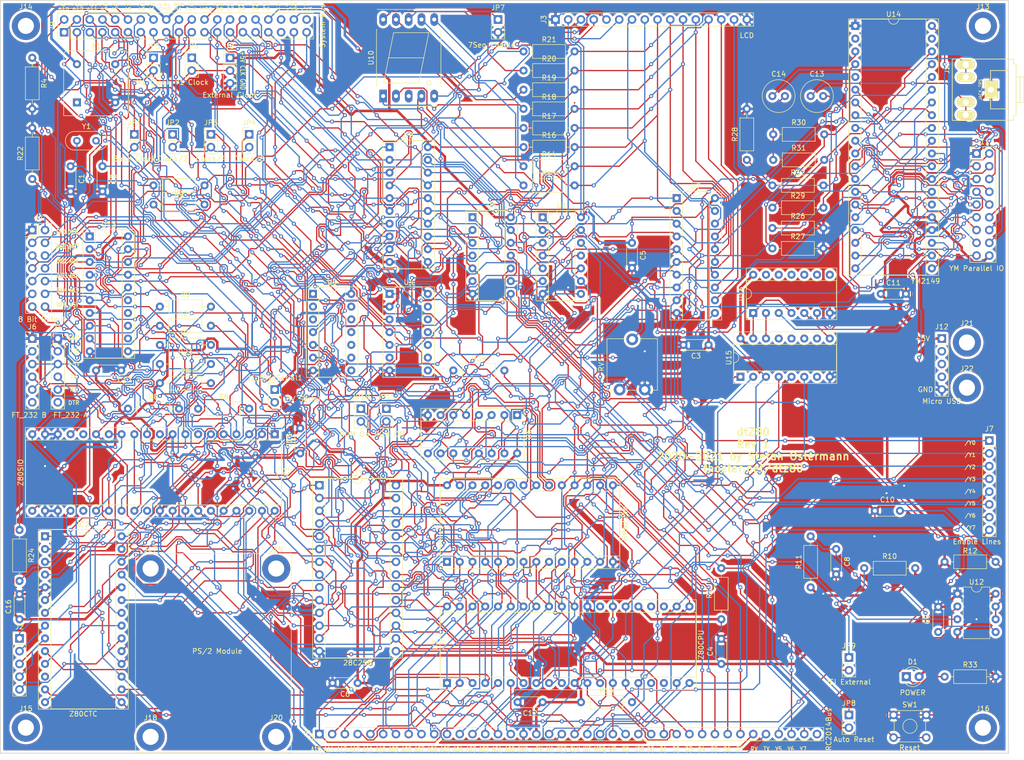
<source format=kicad_pcb>
(kicad_pcb (version 20171130) (host pcbnew 5.1.9+dfsg1-1)
  (layers (0 F.Cu signal) (31 B.Cu signal) (34 B.Paste user) (35 F.Paste user) (36 B.SilkS user) (37 F.SilkS user) (38 B.Mask user) (39 F.Mask user) (44 Edge.Cuts user))
  (net 0 "")
  (net 1 GND)
  (net 2 "Net-(C1-Pad1)")
  (net 3 "Net-(C2-Pad1)")
  (net 4 +5V)
  (net 5 "Net-(C8-Pad1)")
  (net 6 "Net-(C9-Pad1)")
  (net 7 "Net-(C10-Pad2)")
  (net 8 /D0)
  (net 9 /CLK)
  (net 10 /D2)
  (net 11 /D4)
  (net 12 /D6)
  (net 13 /RTS)
  (net 14 /~IORQ~)
  (net 15 /~Y2~)
  (net 16 /TXA)
  (net 17 /A0)
  (net 18 /UART_CLK)
  (net 19 /A1)
  (net 20 /~RD~)
  (net 21 /RXA)
  (net 22 "Net-(IC1-Pad11)")
  (net 23 "Net-(IC1-Pad29)")
  (net 24 "Net-(IC1-Pad28)")
  (net 25 /~M1~)
  (net 26 "Net-(IC1-Pad26)")
  (net 27 /SIO_IEI)
  (net 28 /~INT~)
  (net 29 "Net-(IC1-Pad24)")
  (net 30 /D7)
  (net 31 /D5)
  (net 32 /D3)
  (net 33 /~RESET~)
  (net 34 /D1)
  (net 35 /CLK_BASE)
  (net 36 "Net-(IC2-Pad9)")
  (net 37 "Net-(IC2-Pad22)")
  (net 38 "Net-(IC2-Pad8)")
  (net 39 "Net-(IC2-Pad21)")
  (net 40 "Net-(IC2-Pad20)")
  (net 41 /~Y3~)
  (net 42 "Net-(J1-Pad5)")
  (net 43 "Net-(J1-Pad4)")
  (net 44 "Net-(J1-Pad3)")
  (net 45 "Net-(J1-Pad2)")
  (net 46 /AO2)
  (net 47 /AO1)
  (net 48 /AO0)
  (net 49 /~WR~)
  (net 50 /~MREQ~)
  (net 51 /A2)
  (net 52 /A3)
  (net 53 /A4)
  (net 54 /A5)
  (net 55 /A6)
  (net 56 /A7)
  (net 57 /A8)
  (net 58 /A9)
  (net 59 /A10)
  (net 60 /A11)
  (net 61 /A12)
  (net 62 /A13)
  (net 63 /A14)
  (net 64 /A15)
  (net 65 "Net-(J6-Pad4)")
  (net 66 "Net-(J6-Pad2)")
  (net 67 /~Y7~)
  (net 68 /~Y6~)
  (net 69 /~Y5~)
  (net 70 /~Y4~)
  (net 71 /~Y1~)
  (net 72 /~Y0~)
  (net 73 /DIV2)
  (net 74 /DIV4)
  (net 75 /DIV8)
  (net 76 "Net-(JP5-Pad1)")
  (net 77 "Net-(JP6-Pad1)")
  (net 78 "Net-(JP7-Pad1)")
  (net 79 "Net-(R2-Pad1)")
  (net 80 "Net-(R4-Pad1)")
  (net 81 "Net-(R13-Pad1)")
  (net 82 "Net-(R14-Pad1)")
  (net 83 "Net-(R16-Pad1)")
  (net 84 "Net-(R17-Pad1)")
  (net 85 "Net-(R18-Pad1)")
  (net 86 "Net-(R19-Pad1)")
  (net 87 "Net-(R20-Pad1)")
  (net 88 "Net-(R21-Pad1)")
  (net 89 "Net-(R22-Pad1)")
  (net 90 "Net-(U1-Pad6)")
  (net 91 "Net-(U1-Pad11)")
  (net 92 "Net-(U1-Pad3)")
  (net 93 "Net-(U11-Pad20)")
  (net 94 "Net-(U12-Pad3)")
  (net 95 /Y0_WR)
  (net 96 "Net-(C13-Pad2)")
  (net 97 "Net-(C13-Pad1)")
  (net 98 "Net-(C14-Pad2)")
  (net 99 "Net-(C14-Pad1)")
  (net 100 "Net-(D1-Pad1)")
  (net 101 /IEI)
  (net 102 /IOA7)
  (net 103 /IOB7)
  (net 104 /IOA6)
  (net 105 /IOB6)
  (net 106 /IOA5)
  (net 107 /IOB5)
  (net 108 /IOA4)
  (net 109 /IOB4)
  (net 110 /IOA3)
  (net 111 /IOB3)
  (net 112 /IOA2)
  (net 113 /IOB2)
  (net 114 /IOA1)
  (net 115 /IOB1)
  (net 116 /IOA0)
  (net 117 /IOB0)
  (net 118 "Net-(JP8-Pad1)")
  (net 119 "Net-(JP9-Pad1)")
  (net 120 "Net-(R26-Pad1)")
  (net 121 "Net-(R27-Pad1)")
  (net 122 "Net-(R28-Pad1)")
  (net 123 "Net-(U1-Pad8)")
  (net 124 /BC1)
  (net 125 /BDIR)
  (net 126 "Net-(U15-Pad15)")
  (net 127 "Net-(U15-Pad14)")
  (net 128 "Net-(U15-Pad9)")
  (net 129 /DIO7)
  (net 130 /DIO6)
  (net 131 /DIO5)
  (net 132 /DIO4)
  (net 133 /DIO3)
  (net 134 /DIO2)
  (net 135 /DIO1)
  (net 136 /DIO0)
  (net 137 /V0)
  (net 138 "Net-(U5-Pad13)")
  (net 139 "Net-(U5-Pad12)")
  (net 140 /AO3)
  (net 141 "Net-(IC1-Pad16)")
  (net 142 "Net-(IC1-Pad30)")
  (net 143 "Net-(IC1-Pad10)")
  (net 144 "Net-(IC1-Pad7)")
  (net 145 "Net-(IC1-Pad25)")
  (net 146 "Net-(IC2-Pad12)")
  (net 147 "Net-(J1-Pad6)")
  (net 148 "Net-(J5-Pad40)")
  (net 149 "Net-(J6-Pad6)")
  (net 150 "Net-(J9-Pad40)")
  (net 151 "Net-(J9-Pad36)")
  (net 152 "Net-(J9-Pad35)")
  (net 153 "Net-(J12-Pad4)")
  (net 154 "Net-(J12-Pad3)")
  (net 155 "Net-(J12-Pad2)")
  (net 156 "Net-(J13-Pad1)")
  (net 157 "Net-(J14-Pad1)")
  (net 158 "Net-(J15-Pad1)")
  (net 159 "Net-(J16-Pad1)")
  (net 160 "Net-(J17-Pad1)")
  (net 161 "Net-(J18-Pad1)")
  (net 162 "Net-(J19-Pad1)")
  (net 163 "Net-(J20-Pad1)")
  (net 164 "Net-(J21-Pad1)")
  (net 165 "Net-(J22-Pad1)")
  (net 166 "Net-(U2-Pad18)")
  (net 167 "Net-(U2-Pad17)")
  (net 168 "Net-(U2-Pad28)")
  (net 169 "Net-(U2-Pad24)")
  (net 170 "Net-(U2-Pad23)")
  (net 171 "Net-(U4-Pad6)")
  (net 172 "Net-(U10-Pad3)")
  (net 173 "Net-(U13-Pad15)")
  (net 174 "Net-(U13-Pad14)")
  (net 175 "Net-(U13-Pad13)")
  (net 176 "Net-(U13-Pad12)")
  (net 177 "Net-(U14-Pad39)")
  (net 178 "Net-(U14-Pad26)")
  (net 179 "Net-(U14-Pad5)")
  (net 180 "Net-(U14-Pad2)")
  (net 181 "Net-(U15-Pad7)")
  (net 182 "Net-(U15-Pad13)")
  (net 183 "Net-(U15-Pad12)")
  (net 184 "Net-(U15-Pad11)")
  (net 185 "Net-(U15-Pad10)")
  (net 186 "Net-(X1-Pad1)")
  (net 187 "Net-(JP10-Pad2)")
  (net 188 "Net-(JP11-Pad1)")
  (module Connector_PinHeader_2.54mm:PinHeader_1x02_P2.54mm_Vertical (layer F.Cu) (at 109.855 106.68)
    (fp_text reference JP10 (at 0 -2.33) (layer F.SilkS))
    (fp_text value "ROM On" (at -1.27 5.08) (layer F.SilkS))
    (pad 2 thru_hole oval (at 0 2.54) (size 1.7 1.7) (drill 1) (layers *.Cu *.Mask) (net 187 "Net-(JP10-Pad2)"))
    (pad 1 thru_hole rect (at 0 0) (size 1.7 1.7) (drill 1) (layers *.Cu *.Mask) (net 64 /A15))
  )
  (module Resistor_THT:R_Axial_DIN0207_L6.3mm_D2.5mm_P10.16mm_Horizontal (layer F.Cu) (at 128.27 99.06)
    (fp_text reference R34 (at 5.08 -2.37) (layer F.SilkS))
    (fp_text value 10k)
    (pad 2 thru_hole oval (at 10.16 0) (size 1.6 1.6) (drill 0.8) (layers *.Cu *.Mask) (net 4 +5V))
    (pad 1 thru_hole circle (at 0 0) (size 1.6 1.6) (drill 0.8) (layers *.Cu *.Mask) (net 188 "Net-(JP11-Pad1)"))
  )
  (module Connector_PinHeader_2.54mm:PinHeader_1x02_P2.54mm_Vertical (layer F.Cu) (at 114.935 106.68)
    (fp_text reference JP11 (at 0 -2.33) (layer F.SilkS))
    (fp_text value "ROM Off" (at 0.635 5.08) (layer F.SilkS))
    (pad 2 thru_hole oval (at 0 2.54) (size 1.7 1.7) (drill 1) (layers *.Cu *.Mask) (net 187 "Net-(JP10-Pad2)"))
    (pad 1 thru_hole rect (at 0 0) (size 1.7 1.7) (drill 1) (layers *.Cu *.Mask) (net 188 "Net-(JP11-Pad1)"))
  )
  (module dtz80:DIP-28_W15.24mm_Socket_Large_Holes (layer F.Cu) (at 101.6 121.92)
    (fp_text reference U3 (at 7.62 -2.33) (layer F.SilkS))
    (fp_text value 28C256 (at 7.62 35.35) (layer F.SilkS))
    (pad 28 thru_hole oval (at 15.24 0) (size 1.7 1.7) (drill 1) (layers *.Cu *.Mask) (net 4 +5V))
    (pad 14 thru_hole oval (at 0 33.02) (size 1.7 1.7) (drill 1) (layers *.Cu *.Mask) (net 1 GND))
    (pad 27 thru_hole oval (at 15.24 2.54) (size 1.7 1.7) (drill 1) (layers *.Cu *.Mask) (net 4 +5V))
    (pad 13 thru_hole oval (at 0 30.48) (size 1.7 1.7) (drill 1) (layers *.Cu *.Mask) (net 10 /D2))
    (pad 26 thru_hole oval (at 15.24 5.08) (size 1.7 1.7) (drill 1) (layers *.Cu *.Mask) (net 62 /A13))
    (pad 12 thru_hole oval (at 0 27.94) (size 1.7 1.7) (drill 1) (layers *.Cu *.Mask) (net 34 /D1))
    (pad 25 thru_hole oval (at 15.24 7.62) (size 1.7 1.7) (drill 1) (layers *.Cu *.Mask) (net 57 /A8))
    (pad 11 thru_hole oval (at 0 25.4) (size 1.7 1.7) (drill 1) (layers *.Cu *.Mask) (net 8 /D0))
    (pad 24 thru_hole oval (at 15.24 10.16) (size 1.7 1.7) (drill 1) (layers *.Cu *.Mask) (net 58 /A9))
    (pad 10 thru_hole oval (at 0 22.86) (size 1.7 1.7) (drill 1) (layers *.Cu *.Mask) (net 17 /A0))
    (pad 23 thru_hole oval (at 15.24 12.7) (size 1.7 1.7) (drill 1) (layers *.Cu *.Mask) (net 60 /A11))
    (pad 9 thru_hole oval (at 0 20.32) (size 1.7 1.7) (drill 1) (layers *.Cu *.Mask) (net 19 /A1))
    (pad 22 thru_hole oval (at 15.24 15.24) (size 1.7 1.7) (drill 1) (layers *.Cu *.Mask) (net 123 "Net-(U1-Pad8)"))
    (pad 8 thru_hole oval (at 0 17.78) (size 1.7 1.7) (drill 1) (layers *.Cu *.Mask) (net 51 /A2))
    (pad 21 thru_hole oval (at 15.24 17.78) (size 1.7 1.7) (drill 1) (layers *.Cu *.Mask) (net 59 /A10))
    (pad 7 thru_hole oval (at 0 15.24) (size 1.7 1.7) (drill 1) (layers *.Cu *.Mask) (net 52 /A3))
    (pad 20 thru_hole oval (at 15.24 20.32) (size 1.7 1.7) (drill 1) (layers *.Cu *.Mask) (net 187 "Net-(JP10-Pad2)"))
    (pad 6 thru_hole oval (at 0 12.7) (size 1.7 1.7) (drill 1) (layers *.Cu *.Mask) (net 53 /A4))
    (pad 19 thru_hole oval (at 15.24 22.86) (size 1.7 1.7) (drill 1) (layers *.Cu *.Mask) (net 30 /D7))
    (pad 5 thru_hole oval (at 0 10.16) (size 1.7 1.7) (drill 1) (layers *.Cu *.Mask) (net 54 /A5))
    (pad 18 thru_hole oval (at 15.24 25.4) (size 1.7 1.7) (drill 1) (layers *.Cu *.Mask) (net 12 /D6))
    (pad 4 thru_hole oval (at 0 7.62) (size 1.7 1.7) (drill 1) (layers *.Cu *.Mask) (net 55 /A6))
    (pad 17 thru_hole oval (at 15.24 27.94) (size 1.7 1.7) (drill 1) (layers *.Cu *.Mask) (net 31 /D5))
    (pad 3 thru_hole oval (at 0 5.08) (size 1.7 1.7) (drill 1) (layers *.Cu *.Mask) (net 56 /A7))
    (pad 16 thru_hole oval (at 15.24 30.48) (size 1.7 1.7) (drill 1) (layers *.Cu *.Mask) (net 11 /D4))
    (pad 2 thru_hole oval (at 0 2.54) (size 1.7 1.7) (drill 1) (layers *.Cu *.Mask) (net 61 /A12))
    (pad 15 thru_hole oval (at 15.24 33.02) (size 1.7 1.7) (drill 1) (layers *.Cu *.Mask) (net 32 /D3))
    (pad 1 thru_hole rect (at 0 0) (size 1.7 1.7) (drill 1) (layers *.Cu *.Mask) (net 63 /A14))
  )
  (module Package_DIP:DIP-20_W7.62mm_Socket (layer F.Cu) (at 115.57 54.61)
    (fp_text reference U8 (at 3.81 -2.33) (layer F.SilkS))
    (fp_text value 74HC245)
    (pad 20 thru_hole oval (at 7.62 0) (size 1.6 1.6) (drill 0.8) (layers *.Cu *.Mask) (net 4 +5V))
    (pad 10 thru_hole oval (at 0 22.86) (size 1.6 1.6) (drill 0.8) (layers *.Cu *.Mask) (net 1 GND))
    (pad 19 thru_hole oval (at 7.62 2.54) (size 1.6 1.6) (drill 0.8) (layers *.Cu *.Mask) (net 138 "Net-(U5-Pad13)"))
    (pad 9 thru_hole oval (at 0 20.32) (size 1.6 1.6) (drill 0.8) (layers *.Cu *.Mask) (net 30 /D7))
    (pad 18 thru_hole oval (at 7.62 5.08) (size 1.6 1.6) (drill 0.8) (layers *.Cu *.Mask) (net 136 /DIO0))
    (pad 8 thru_hole oval (at 0 17.78) (size 1.6 1.6) (drill 0.8) (layers *.Cu *.Mask) (net 12 /D6))
    (pad 17 thru_hole oval (at 7.62 7.62) (size 1.6 1.6) (drill 0.8) (layers *.Cu *.Mask) (net 135 /DIO1))
    (pad 7 thru_hole oval (at 0 15.24) (size 1.6 1.6) (drill 0.8) (layers *.Cu *.Mask) (net 31 /D5))
    (pad 16 thru_hole oval (at 7.62 10.16) (size 1.6 1.6) (drill 0.8) (layers *.Cu *.Mask) (net 134 /DIO2))
    (pad 6 thru_hole oval (at 0 12.7) (size 1.6 1.6) (drill 0.8) (layers *.Cu *.Mask) (net 11 /D4))
    (pad 15 thru_hole oval (at 7.62 12.7) (size 1.6 1.6) (drill 0.8) (layers *.Cu *.Mask) (net 133 /DIO3))
    (pad 5 thru_hole oval (at 0 10.16) (size 1.6 1.6) (drill 0.8) (layers *.Cu *.Mask) (net 32 /D3))
    (pad 14 thru_hole oval (at 7.62 15.24) (size 1.6 1.6) (drill 0.8) (layers *.Cu *.Mask) (net 132 /DIO4))
    (pad 4 thru_hole oval (at 0 7.62) (size 1.6 1.6) (drill 0.8) (layers *.Cu *.Mask) (net 10 /D2))
    (pad 13 thru_hole oval (at 7.62 17.78) (size 1.6 1.6) (drill 0.8) (layers *.Cu *.Mask) (net 131 /DIO5))
    (pad 3 thru_hole oval (at 0 5.08) (size 1.6 1.6) (drill 0.8) (layers *.Cu *.Mask) (net 34 /D1))
    (pad 12 thru_hole oval (at 7.62 20.32) (size 1.6 1.6) (drill 0.8) (layers *.Cu *.Mask) (net 130 /DIO6))
    (pad 2 thru_hole oval (at 0 2.54) (size 1.6 1.6) (drill 0.8) (layers *.Cu *.Mask) (net 8 /D0))
    (pad 11 thru_hole oval (at 7.62 22.86) (size 1.6 1.6) (drill 0.8) (layers *.Cu *.Mask) (net 129 /DIO7))
    (pad 1 thru_hole rect (at 0 0) (size 1.6 1.6) (drill 0.8) (layers *.Cu *.Mask) (net 80 "Net-(R4-Pad1)"))
  )
  (module dtz80:7SegmentLED_LTS6760_LTS6780 (layer F.Cu) (at 114.3 44.45 90)
    (fp_text reference U10 (at 7.62 -2.42 90) (layer F.SilkS))
    (fp_text value 5161AS)
    (pad 1 thru_hole rect (at 0 0) (size 1.524 2.524) (drill 0.8) (layers *.Cu *.Mask) (net 85 "Net-(R18-Pad1)"))
    (pad 2 thru_hole oval (at 0 2.54) (size 1.524 2.524) (drill 0.8) (layers *.Cu *.Mask) (net 84 "Net-(R17-Pad1)"))
    (pad 3 thru_hole oval (at 0 5.08) (size 1.524 2.524) (drill 0.8) (layers *.Cu *.Mask) (net 172 "Net-(U10-Pad3)"))
    (pad 4 thru_hole oval (at 0 7.62) (size 1.524 2.524) (drill 0.8) (layers *.Cu *.Mask) (net 83 "Net-(R16-Pad1)"))
    (pad 5 thru_hole oval (at 0 10.16) (size 1.524 2.524) (drill 0.8) (layers *.Cu *.Mask) (net 88 "Net-(R21-Pad1)"))
    (pad 6 thru_hole oval (at 15.24 10.16) (size 1.524 2.524) (drill 0.8) (layers *.Cu *.Mask) (net 82 "Net-(R14-Pad1)"))
    (pad 7 thru_hole oval (at 15.24 7.62) (size 1.524 2.524) (drill 0.8) (layers *.Cu *.Mask) (net 81 "Net-(R13-Pad1)"))
    (pad 8 thru_hole oval (at 15.24 5.08) (size 1.524 2.524) (drill 0.8) (layers *.Cu *.Mask) (net 78 "Net-(JP7-Pad1)"))
    (pad 9 thru_hole oval (at 15.24 2.54) (size 1.524 2.524) (drill 0.8) (layers *.Cu *.Mask) (net 86 "Net-(R19-Pad1)"))
    (pad 10 thru_hole oval (at 15.24 0) (size 1.524 2.524) (drill 0.8) (layers *.Cu *.Mask) (net 87 "Net-(R20-Pad1)"))
  )
  (module MountingHole:MountingHole_3.2mm_M3_DIN965_Pad (layer F.Cu) (at 230.5 102.5)
    (fp_text reference J22 (at 0 -3.8) (layer F.SilkS))
    (fp_text value Conn_01x01)
    (pad 1 thru_hole circle (at 0 0) (size 5.6 5.6) (drill 3.2) (layers *.Cu *.Mask) (net 165 "Net-(J22-Pad1)"))
  )
  (module MountingHole:MountingHole_3.2mm_M3_DIN965_Pad (layer F.Cu) (at 230.5 93.5)
    (fp_text reference J21 (at 0 -3.8) (layer F.SilkS))
    (fp_text value Conn_01x01)
    (pad 1 thru_hole circle (at 0 0) (size 5.6 5.6) (drill 3.2) (layers *.Cu *.Mask) (net 164 "Net-(J21-Pad1)"))
  )
  (module Package_DIP:DIP-40_W15.24mm_Socket (layer F.Cu) (at 92.71 111.76 270)
    (fp_text reference IC1 (at 7.62 -2.33 90) (layer F.SilkS))
    (fp_text value Z80SIO (at 7.62 50.59 90) (layer F.SilkS))
    (pad 40 thru_hole oval (at 15.24 0 270) (size 1.6 1.6) (drill 0.8) (layers *.Cu *.Mask) (net 8 /D0))
    (pad 20 thru_hole oval (at 0 48.26 270) (size 1.6 1.6) (drill 0.8) (layers *.Cu *.Mask) (net 9 /CLK))
    (pad 39 thru_hole oval (at 15.24 2.54 270) (size 1.6 1.6) (drill 0.8) (layers *.Cu *.Mask) (net 10 /D2))
    (pad 19 thru_hole oval (at 0 45.72 270) (size 1.6 1.6) (drill 0.8) (layers *.Cu *.Mask) (net 1 GND))
    (pad 38 thru_hole oval (at 15.24 5.08 270) (size 1.6 1.6) (drill 0.8) (layers *.Cu *.Mask) (net 11 /D4))
    (pad 18 thru_hole oval (at 0 43.18 270) (size 1.6 1.6) (drill 0.8) (layers *.Cu *.Mask) (net 1 GND))
    (pad 37 thru_hole oval (at 15.24 7.62 270) (size 1.6 1.6) (drill 0.8) (layers *.Cu *.Mask) (net 12 /D6))
    (pad 17 thru_hole oval (at 0 40.64 270) (size 1.6 1.6) (drill 0.8) (layers *.Cu *.Mask) (net 13 /RTS))
    (pad 36 thru_hole oval (at 15.24 10.16 270) (size 1.6 1.6) (drill 0.8) (layers *.Cu *.Mask) (net 14 /~IORQ~))
    (pad 16 thru_hole oval (at 0 38.1 270) (size 1.6 1.6) (drill 0.8) (layers *.Cu *.Mask) (net 141 "Net-(IC1-Pad16)"))
    (pad 35 thru_hole oval (at 15.24 12.7 270) (size 1.6 1.6) (drill 0.8) (layers *.Cu *.Mask) (net 15 /~Y2~))
    (pad 15 thru_hole oval (at 0 35.56 270) (size 1.6 1.6) (drill 0.8) (layers *.Cu *.Mask) (net 16 /TXA))
    (pad 34 thru_hole oval (at 15.24 15.24 270) (size 1.6 1.6) (drill 0.8) (layers *.Cu *.Mask) (net 17 /A0))
    (pad 14 thru_hole oval (at 0 33.02 270) (size 1.6 1.6) (drill 0.8) (layers *.Cu *.Mask) (net 18 /UART_CLK))
    (pad 33 thru_hole oval (at 15.24 17.78 270) (size 1.6 1.6) (drill 0.8) (layers *.Cu *.Mask) (net 19 /A1))
    (pad 13 thru_hole oval (at 0 30.48 270) (size 1.6 1.6) (drill 0.8) (layers *.Cu *.Mask) (net 18 /UART_CLK))
    (pad 32 thru_hole oval (at 15.24 20.32 270) (size 1.6 1.6) (drill 0.8) (layers *.Cu *.Mask) (net 20 /~RD~))
    (pad 12 thru_hole oval (at 0 27.94 270) (size 1.6 1.6) (drill 0.8) (layers *.Cu *.Mask) (net 21 /RXA))
    (pad 31 thru_hole oval (at 15.24 22.86 270) (size 1.6 1.6) (drill 0.8) (layers *.Cu *.Mask) (net 1 GND))
    (pad 11 thru_hole oval (at 0 25.4 270) (size 1.6 1.6) (drill 0.8) (layers *.Cu *.Mask) (net 22 "Net-(IC1-Pad11)"))
    (pad 30 thru_hole oval (at 15.24 25.4 270) (size 1.6 1.6) (drill 0.8) (layers *.Cu *.Mask) (net 142 "Net-(IC1-Pad30)"))
    (pad 10 thru_hole oval (at 0 22.86 270) (size 1.6 1.6) (drill 0.8) (layers *.Cu *.Mask) (net 143 "Net-(IC1-Pad10)"))
    (pad 29 thru_hole oval (at 15.24 27.94 270) (size 1.6 1.6) (drill 0.8) (layers *.Cu *.Mask) (net 23 "Net-(IC1-Pad29)"))
    (pad 9 thru_hole oval (at 0 20.32 270) (size 1.6 1.6) (drill 0.8) (layers *.Cu *.Mask) (net 4 +5V))
    (pad 28 thru_hole oval (at 15.24 30.48 270) (size 1.6 1.6) (drill 0.8) (layers *.Cu *.Mask) (net 24 "Net-(IC1-Pad28)"))
    (pad 8 thru_hole oval (at 0 17.78 270) (size 1.6 1.6) (drill 0.8) (layers *.Cu *.Mask) (net 25 /~M1~))
    (pad 27 thru_hole oval (at 15.24 33.02 270) (size 1.6 1.6) (drill 0.8) (layers *.Cu *.Mask) (net 18 /UART_CLK))
    (pad 7 thru_hole oval (at 0 15.24 270) (size 1.6 1.6) (drill 0.8) (layers *.Cu *.Mask) (net 144 "Net-(IC1-Pad7)"))
    (pad 26 thru_hole oval (at 15.24 35.56 270) (size 1.6 1.6) (drill 0.8) (layers *.Cu *.Mask) (net 26 "Net-(IC1-Pad26)"))
    (pad 6 thru_hole oval (at 0 12.7 270) (size 1.6 1.6) (drill 0.8) (layers *.Cu *.Mask) (net 27 /SIO_IEI))
    (pad 25 thru_hole oval (at 15.24 38.1 270) (size 1.6 1.6) (drill 0.8) (layers *.Cu *.Mask) (net 145 "Net-(IC1-Pad25)"))
    (pad 5 thru_hole oval (at 0 10.16 270) (size 1.6 1.6) (drill 0.8) (layers *.Cu *.Mask) (net 28 /~INT~))
    (pad 24 thru_hole oval (at 15.24 40.64 270) (size 1.6 1.6) (drill 0.8) (layers *.Cu *.Mask) (net 29 "Net-(IC1-Pad24)"))
    (pad 4 thru_hole oval (at 0 7.62 270) (size 1.6 1.6) (drill 0.8) (layers *.Cu *.Mask) (net 30 /D7))
    (pad 23 thru_hole oval (at 15.24 43.18 270) (size 1.6 1.6) (drill 0.8) (layers *.Cu *.Mask) (net 1 GND))
    (pad 3 thru_hole oval (at 0 5.08 270) (size 1.6 1.6) (drill 0.8) (layers *.Cu *.Mask) (net 31 /D5))
    (pad 22 thru_hole oval (at 15.24 45.72 270) (size 1.6 1.6) (drill 0.8) (layers *.Cu *.Mask) (net 1 GND))
    (pad 2 thru_hole oval (at 0 2.54 270) (size 1.6 1.6) (drill 0.8) (layers *.Cu *.Mask) (net 32 /D3))
    (pad 21 thru_hole oval (at 15.24 48.26 270) (size 1.6 1.6) (drill 0.8) (layers *.Cu *.Mask) (net 33 /~RESET~))
    (pad 1 thru_hole rect (at 0 0 270) (size 1.6 1.6) (drill 0.8) (layers *.Cu *.Mask) (net 34 /D1))
  )
  (module MountingHole:MountingHole_3.2mm_M3_DIN965_Pad (layer F.Cu) (at 93 172)
    (fp_text reference J20 (at 0 -3.8) (layer F.SilkS))
    (fp_text value Conn_01x01)
    (pad 1 thru_hole circle (at 0 0) (size 5.6 5.6) (drill 3.2) (layers *.Cu *.Mask) (net 163 "Net-(J20-Pad1)"))
  )
  (module MountingHole:MountingHole_3.2mm_M3_DIN965_Pad (layer F.Cu) (at 93 138.5)
    (fp_text reference J19 (at 0 -3.8) (layer F.SilkS))
    (fp_text value Conn_01x01)
    (pad 1 thru_hole circle (at 0 0) (size 5.6 5.6) (drill 3.2) (layers *.Cu *.Mask) (net 162 "Net-(J19-Pad1)"))
  )
  (module MountingHole:MountingHole_3.2mm_M3_DIN965_Pad (layer F.Cu) (at 68 172)
    (fp_text reference J18 (at 0 -3.8) (layer F.SilkS))
    (fp_text value Conn_01x01)
    (pad 1 thru_hole circle (at 0 0) (size 5.6 5.6) (drill 3.2) (layers *.Cu *.Mask) (net 161 "Net-(J18-Pad1)"))
  )
  (module MountingHole:MountingHole_3.2mm_M3_DIN965_Pad (layer F.Cu) (at 68 138.5)
    (fp_text reference J17 (at 0 -3.8) (layer F.SilkS))
    (fp_text value Conn_01x01)
    (pad 1 thru_hole circle (at 0 0) (size 5.6 5.6) (drill 3.2) (layers *.Cu *.Mask) (net 160 "Net-(J17-Pad1)"))
  )
  (module Package_DIP:DIP-28_W15.24mm_Socket (layer F.Cu) (at 127 137.16 90)
    (fp_text reference U11 (at 7.62 -2.33 90) (layer F.SilkS))
    (fp_text value HM62256 (at 7.62 35.35 90) (layer F.SilkS))
    (pad 28 thru_hole oval (at 15.24 0 90) (size 1.6 1.6) (drill 0.8) (layers *.Cu *.Mask) (net 4 +5V))
    (pad 14 thru_hole oval (at 0 33.02 90) (size 1.6 1.6) (drill 0.8) (layers *.Cu *.Mask) (net 1 GND))
    (pad 27 thru_hole oval (at 15.24 2.54 90) (size 1.6 1.6) (drill 0.8) (layers *.Cu *.Mask) (net 90 "Net-(U1-Pad6)"))
    (pad 13 thru_hole oval (at 0 30.48 90) (size 1.6 1.6) (drill 0.8) (layers *.Cu *.Mask) (net 10 /D2))
    (pad 26 thru_hole oval (at 15.24 5.08 90) (size 1.6 1.6) (drill 0.8) (layers *.Cu *.Mask) (net 62 /A13))
    (pad 12 thru_hole oval (at 0 27.94 90) (size 1.6 1.6) (drill 0.8) (layers *.Cu *.Mask) (net 34 /D1))
    (pad 25 thru_hole oval (at 15.24 7.62 90) (size 1.6 1.6) (drill 0.8) (layers *.Cu *.Mask) (net 57 /A8))
    (pad 11 thru_hole oval (at 0 25.4 90) (size 1.6 1.6) (drill 0.8) (layers *.Cu *.Mask) (net 8 /D0))
    (pad 24 thru_hole oval (at 15.24 10.16 90) (size 1.6 1.6) (drill 0.8) (layers *.Cu *.Mask) (net 58 /A9))
    (pad 10 thru_hole oval (at 0 22.86 90) (size 1.6 1.6) (drill 0.8) (layers *.Cu *.Mask) (net 17 /A0))
    (pad 23 thru_hole oval (at 15.24 12.7 90) (size 1.6 1.6) (drill 0.8) (layers *.Cu *.Mask) (net 60 /A11))
    (pad 9 thru_hole oval (at 0 20.32 90) (size 1.6 1.6) (drill 0.8) (layers *.Cu *.Mask) (net 19 /A1))
    (pad 22 thru_hole oval (at 15.24 15.24 90) (size 1.6 1.6) (drill 0.8) (layers *.Cu *.Mask) (net 92 "Net-(U1-Pad3)"))
    (pad 8 thru_hole oval (at 0 17.78 90) (size 1.6 1.6) (drill 0.8) (layers *.Cu *.Mask) (net 51 /A2))
    (pad 21 thru_hole oval (at 15.24 17.78 90) (size 1.6 1.6) (drill 0.8) (layers *.Cu *.Mask) (net 59 /A10))
    (pad 7 thru_hole oval (at 0 15.24 90) (size 1.6 1.6) (drill 0.8) (layers *.Cu *.Mask) (net 52 /A3))
    (pad 20 thru_hole oval (at 15.24 20.32 90) (size 1.6 1.6) (drill 0.8) (layers *.Cu *.Mask) (net 93 "Net-(U11-Pad20)"))
    (pad 6 thru_hole oval (at 0 12.7 90) (size 1.6 1.6) (drill 0.8) (layers *.Cu *.Mask) (net 53 /A4))
    (pad 19 thru_hole oval (at 15.24 22.86 90) (size 1.6 1.6) (drill 0.8) (layers *.Cu *.Mask) (net 30 /D7))
    (pad 5 thru_hole oval (at 0 10.16 90) (size 1.6 1.6) (drill 0.8) (layers *.Cu *.Mask) (net 54 /A5))
    (pad 18 thru_hole oval (at 15.24 25.4 90) (size 1.6 1.6) (drill 0.8) (layers *.Cu *.Mask) (net 12 /D6))
    (pad 4 thru_hole oval (at 0 7.62 90) (size 1.6 1.6) (drill 0.8) (layers *.Cu *.Mask) (net 55 /A6))
    (pad 17 thru_hole oval (at 15.24 27.94 90) (size 1.6 1.6) (drill 0.8) (layers *.Cu *.Mask) (net 31 /D5))
    (pad 3 thru_hole oval (at 0 5.08 90) (size 1.6 1.6) (drill 0.8) (layers *.Cu *.Mask) (net 56 /A7))
    (pad 16 thru_hole oval (at 15.24 30.48 90) (size 1.6 1.6) (drill 0.8) (layers *.Cu *.Mask) (net 11 /D4))
    (pad 2 thru_hole oval (at 0 2.54 90) (size 1.6 1.6) (drill 0.8) (layers *.Cu *.Mask) (net 61 /A12))
    (pad 15 thru_hole oval (at 15.24 33.02 90) (size 1.6 1.6) (drill 0.8) (layers *.Cu *.Mask) (net 32 /D3))
    (pad 1 thru_hole rect (at 0 0 90) (size 1.6 1.6) (drill 0.8) (layers *.Cu *.Mask) (net 63 /A14))
  )
  (module Package_DIP:DIP-40_W15.24mm_Socket (layer F.Cu) (at 127 161.29 90)
    (fp_text reference U2 (at 7.62 -2.33 90) (layer F.SilkS))
    (fp_text value Z80CPU (at 7.62 50.59 90) (layer F.SilkS))
    (pad 40 thru_hole oval (at 15.24 0 90) (size 1.6 1.6) (drill 0.8) (layers *.Cu *.Mask) (net 59 /A10))
    (pad 20 thru_hole oval (at 0 48.26 90) (size 1.6 1.6) (drill 0.8) (layers *.Cu *.Mask) (net 14 /~IORQ~))
    (pad 39 thru_hole oval (at 15.24 2.54 90) (size 1.6 1.6) (drill 0.8) (layers *.Cu *.Mask) (net 58 /A9))
    (pad 19 thru_hole oval (at 0 45.72 90) (size 1.6 1.6) (drill 0.8) (layers *.Cu *.Mask) (net 50 /~MREQ~))
    (pad 38 thru_hole oval (at 15.24 5.08 90) (size 1.6 1.6) (drill 0.8) (layers *.Cu *.Mask) (net 57 /A8))
    (pad 18 thru_hole oval (at 0 43.18 90) (size 1.6 1.6) (drill 0.8) (layers *.Cu *.Mask) (net 166 "Net-(U2-Pad18)"))
    (pad 37 thru_hole oval (at 15.24 7.62 90) (size 1.6 1.6) (drill 0.8) (layers *.Cu *.Mask) (net 56 /A7))
    (pad 17 thru_hole oval (at 0 40.64 90) (size 1.6 1.6) (drill 0.8) (layers *.Cu *.Mask) (net 167 "Net-(U2-Pad17)"))
    (pad 36 thru_hole oval (at 15.24 10.16 90) (size 1.6 1.6) (drill 0.8) (layers *.Cu *.Mask) (net 55 /A6))
    (pad 16 thru_hole oval (at 0 38.1 90) (size 1.6 1.6) (drill 0.8) (layers *.Cu *.Mask) (net 28 /~INT~))
    (pad 35 thru_hole oval (at 15.24 12.7 90) (size 1.6 1.6) (drill 0.8) (layers *.Cu *.Mask) (net 54 /A5))
    (pad 15 thru_hole oval (at 0 35.56 90) (size 1.6 1.6) (drill 0.8) (layers *.Cu *.Mask) (net 34 /D1))
    (pad 34 thru_hole oval (at 15.24 15.24 90) (size 1.6 1.6) (drill 0.8) (layers *.Cu *.Mask) (net 53 /A4))
    (pad 14 thru_hole oval (at 0 33.02 90) (size 1.6 1.6) (drill 0.8) (layers *.Cu *.Mask) (net 8 /D0))
    (pad 33 thru_hole oval (at 15.24 17.78 90) (size 1.6 1.6) (drill 0.8) (layers *.Cu *.Mask) (net 52 /A3))
    (pad 13 thru_hole oval (at 0 30.48 90) (size 1.6 1.6) (drill 0.8) (layers *.Cu *.Mask) (net 30 /D7))
    (pad 32 thru_hole oval (at 15.24 20.32 90) (size 1.6 1.6) (drill 0.8) (layers *.Cu *.Mask) (net 51 /A2))
    (pad 12 thru_hole oval (at 0 27.94 90) (size 1.6 1.6) (drill 0.8) (layers *.Cu *.Mask) (net 10 /D2))
    (pad 31 thru_hole oval (at 15.24 22.86 90) (size 1.6 1.6) (drill 0.8) (layers *.Cu *.Mask) (net 19 /A1))
    (pad 11 thru_hole oval (at 0 25.4 90) (size 1.6 1.6) (drill 0.8) (layers *.Cu *.Mask) (net 4 +5V))
    (pad 30 thru_hole oval (at 15.24 25.4 90) (size 1.6 1.6) (drill 0.8) (layers *.Cu *.Mask) (net 17 /A0))
    (pad 10 thru_hole oval (at 0 22.86 90) (size 1.6 1.6) (drill 0.8) (layers *.Cu *.Mask) (net 12 /D6))
    (pad 29 thru_hole oval (at 15.24 27.94 90) (size 1.6 1.6) (drill 0.8) (layers *.Cu *.Mask) (net 1 GND))
    (pad 9 thru_hole oval (at 0 20.32 90) (size 1.6 1.6) (drill 0.8) (layers *.Cu *.Mask) (net 31 /D5))
    (pad 28 thru_hole oval (at 15.24 30.48 90) (size 1.6 1.6) (drill 0.8) (layers *.Cu *.Mask) (net 168 "Net-(U2-Pad28)"))
    (pad 8 thru_hole oval (at 0 17.78 90) (size 1.6 1.6) (drill 0.8) (layers *.Cu *.Mask) (net 32 /D3))
    (pad 27 thru_hole oval (at 15.24 33.02 90) (size 1.6 1.6) (drill 0.8) (layers *.Cu *.Mask) (net 25 /~M1~))
    (pad 7 thru_hole oval (at 0 15.24 90) (size 1.6 1.6) (drill 0.8) (layers *.Cu *.Mask) (net 11 /D4))
    (pad 26 thru_hole oval (at 15.24 35.56 90) (size 1.6 1.6) (drill 0.8) (layers *.Cu *.Mask) (net 33 /~RESET~))
    (pad 6 thru_hole oval (at 0 12.7 90) (size 1.6 1.6) (drill 0.8) (layers *.Cu *.Mask) (net 9 /CLK))
    (pad 25 thru_hole oval (at 15.24 38.1 90) (size 1.6 1.6) (drill 0.8) (layers *.Cu *.Mask) (net 4 +5V))
    (pad 5 thru_hole oval (at 0 10.16 90) (size 1.6 1.6) (drill 0.8) (layers *.Cu *.Mask) (net 64 /A15))
    (pad 24 thru_hole oval (at 15.24 40.64 90) (size 1.6 1.6) (drill 0.8) (layers *.Cu *.Mask) (net 169 "Net-(U2-Pad24)"))
    (pad 4 thru_hole oval (at 0 7.62 90) (size 1.6 1.6) (drill 0.8) (layers *.Cu *.Mask) (net 63 /A14))
    (pad 23 thru_hole oval (at 15.24 43.18 90) (size 1.6 1.6) (drill 0.8) (layers *.Cu *.Mask) (net 170 "Net-(U2-Pad23)"))
    (pad 3 thru_hole oval (at 0 5.08 90) (size 1.6 1.6) (drill 0.8) (layers *.Cu *.Mask) (net 62 /A13))
    (pad 22 thru_hole oval (at 15.24 45.72 90) (size 1.6 1.6) (drill 0.8) (layers *.Cu *.Mask) (net 49 /~WR~))
    (pad 2 thru_hole oval (at 0 2.54 90) (size 1.6 1.6) (drill 0.8) (layers *.Cu *.Mask) (net 61 /A12))
    (pad 21 thru_hole oval (at 15.24 48.26 90) (size 1.6 1.6) (drill 0.8) (layers *.Cu *.Mask) (net 20 /~RD~))
    (pad 1 thru_hole rect (at 0 0 90) (size 1.6 1.6) (drill 0.8) (layers *.Cu *.Mask) (net 60 /A11))
  )
  (module MountingHole:MountingHole_3.2mm_M3_DIN965_Pad (layer F.Cu) (at 233.68 170.18)
    (fp_text reference J16 (at 0 -3.8) (layer F.SilkS))
    (fp_text value Conn_01x01)
    (pad 1 thru_hole circle (at 0 0) (size 5.6 5.6) (drill 3.2) (layers *.Cu *.Mask) (net 159 "Net-(J16-Pad1)"))
  )
  (module MountingHole:MountingHole_3.2mm_M3_DIN965_Pad (layer F.Cu) (at 43.18 170.18)
    (fp_text reference J15 (at 0 -3.8) (layer F.SilkS))
    (fp_text value Conn_01x01)
    (pad 1 thru_hole circle (at 0 0) (size 5.6 5.6) (drill 3.2) (layers *.Cu *.Mask) (net 158 "Net-(J15-Pad1)"))
  )
  (module MountingHole:MountingHole_3.2mm_M3_DIN965_Pad (layer F.Cu) (at 43.18 30.48)
    (fp_text reference J14 (at 0 -3.8) (layer F.SilkS))
    (fp_text value Conn_01x01)
    (pad 1 thru_hole circle (at 0 0) (size 5.6 5.6) (drill 3.2) (layers *.Cu *.Mask) (net 157 "Net-(J14-Pad1)"))
  )
  (module MountingHole:MountingHole_3.2mm_M3_DIN965_Pad (layer F.Cu) (at 233.68 30.48)
    (fp_text reference J13 (at 0 -3.8) (layer F.SilkS))
    (fp_text value Conn_01x01)
    (pad 1 thru_hole circle (at 0 0) (size 5.6 5.6) (drill 3.2) (layers *.Cu *.Mask) (net 156 "Net-(J13-Pad1)"))
  )
  (module Connector_PinHeader_2.54mm:PinHeader_1x05_P2.54mm_Vertical (layer F.Cu) (at 225.5 92.71)
    (fp_text reference J12 (at 0 -2.33) (layer F.SilkS))
    (fp_text value "Micro USB" (at 0 12.49) (layer F.SilkS))
    (pad 5 thru_hole oval (at 0 10.16) (size 1.7 1.7) (drill 1) (layers *.Cu *.Mask) (net 1 GND))
    (pad 4 thru_hole oval (at 0 7.62) (size 1.7 1.7) (drill 1) (layers *.Cu *.Mask) (net 153 "Net-(J12-Pad4)"))
    (pad 3 thru_hole oval (at 0 5.08) (size 1.7 1.7) (drill 1) (layers *.Cu *.Mask) (net 154 "Net-(J12-Pad3)"))
    (pad 2 thru_hole oval (at 0 2.54) (size 1.7 1.7) (drill 1) (layers *.Cu *.Mask) (net 155 "Net-(J12-Pad2)"))
    (pad 1 thru_hole rect (at 0 0) (size 1.7 1.7) (drill 1) (layers *.Cu *.Mask) (net 4 +5V))
  )
  (module Resistor_THT:R_Axial_DIN0207_L6.3mm_D2.5mm_P10.16mm_Horizontal (layer F.Cu) (at 181.61 148.59 90)
    (fp_text reference R1 (at 5.08 -2.37 90) (layer F.SilkS))
    (fp_text value 10k)
    (pad 2 thru_hole oval (at 10.16 0 90) (size 1.6 1.6) (drill 0.8) (layers *.Cu *.Mask) (net 33 /~RESET~))
    (pad 1 thru_hole circle (at 0 0 90) (size 1.6 1.6) (drill 0.8) (layers *.Cu *.Mask) (net 4 +5V))
  )
  (module Button_Switch_THT:SW_TH_Tactile_Omron_B3F-10xx (layer F.Cu) (at 215.9 167.64)
    (fp_text reference SW1 (at 3.25 -2.05) (layer F.SilkS))
    (fp_text value Reset (at 3.2 6.5) (layer F.SilkS))
    (pad 1 thru_hole circle (at 0 0) (size 1.7 1.7) (drill 1) (layers *.Cu *.Mask) (net 1 GND))
    (pad 2 thru_hole circle (at 6.5 0) (size 1.7 1.7) (drill 1) (layers *.Cu *.Mask) (net 1 GND))
    (pad 3 thru_hole circle (at 0 4.5) (size 1.7 1.7) (drill 1) (layers *.Cu *.Mask) (net 5 "Net-(C8-Pad1)"))
    (pad 4 thru_hole circle (at 6.5 4.5) (size 1.7 1.7) (drill 1) (layers *.Cu *.Mask) (net 5 "Net-(C8-Pad1)"))
  )
  (module Potentiometer_THT:Potentiometer_ACP_CA9-V10_Vertical (layer F.Cu) (at 166.37 102.87 90)
    (fp_text reference RV1 (at 5 -8.65 90) (layer F.SilkS))
    (fp_text value R_POT)
    (pad 1 thru_hole circle (at 0 0 90) (size 2.34 2.34) (drill 1.3) (layers *.Cu *.Mask) (net 1 GND))
    (pad 2 thru_hole circle (at 10 -2.5 90) (size 2.34 2.34) (drill 1.3) (layers *.Cu *.Mask) (net 137 /V0))
    (pad 3 thru_hole circle (at 0 -5 90) (size 2.34 2.34) (drill 1.3) (layers *.Cu *.Mask) (net 4 +5V))
  )
  (module Connector_PinHeader_2.54mm:PinHeader_1x16_P2.54mm_Vertical (layer F.Cu) (at 148.59 29.21 90)
    (fp_text reference J3 (at 0 -2.33 90) (layer F.SilkS))
    (fp_text value LCD (at -3.175 38.1 180) (layer F.SilkS))
    (pad 16 thru_hole oval (at 0 38.1 90) (size 1.7 1.7) (drill 1) (layers *.Cu *.Mask) (net 1 GND))
    (pad 15 thru_hole oval (at 0 35.56 90) (size 1.7 1.7) (drill 1) (layers *.Cu *.Mask) (net 4 +5V))
    (pad 14 thru_hole oval (at 0 33.02 90) (size 1.7 1.7) (drill 1) (layers *.Cu *.Mask) (net 129 /DIO7))
    (pad 13 thru_hole oval (at 0 30.48 90) (size 1.7 1.7) (drill 1) (layers *.Cu *.Mask) (net 130 /DIO6))
    (pad 12 thru_hole oval (at 0 27.94 90) (size 1.7 1.7) (drill 1) (layers *.Cu *.Mask) (net 131 /DIO5))
    (pad 11 thru_hole oval (at 0 25.4 90) (size 1.7 1.7) (drill 1) (layers *.Cu *.Mask) (net 132 /DIO4))
    (pad 10 thru_hole oval (at 0 22.86 90) (size 1.7 1.7) (drill 1) (layers *.Cu *.Mask) (net 133 /DIO3))
    (pad 9 thru_hole oval (at 0 20.32 90) (size 1.7 1.7) (drill 1) (layers *.Cu *.Mask) (net 134 /DIO2))
    (pad 8 thru_hole oval (at 0 17.78 90) (size 1.7 1.7) (drill 1) (layers *.Cu *.Mask) (net 135 /DIO1))
    (pad 7 thru_hole oval (at 0 15.24 90) (size 1.7 1.7) (drill 1) (layers *.Cu *.Mask) (net 136 /DIO0))
    (pad 6 thru_hole oval (at 0 12.7 90) (size 1.7 1.7) (drill 1) (layers *.Cu *.Mask) (net 46 /AO2))
    (pad 5 thru_hole oval (at 0 10.16 90) (size 1.7 1.7) (drill 1) (layers *.Cu *.Mask) (net 47 /AO1))
    (pad 4 thru_hole oval (at 0 7.62 90) (size 1.7 1.7) (drill 1) (layers *.Cu *.Mask) (net 48 /AO0))
    (pad 3 thru_hole oval (at 0 5.08 90) (size 1.7 1.7) (drill 1) (layers *.Cu *.Mask) (net 137 /V0))
    (pad 2 thru_hole oval (at 0 2.54 90) (size 1.7 1.7) (drill 1) (layers *.Cu *.Mask) (net 4 +5V))
    (pad 1 thru_hole rect (at 0 0 90) (size 1.7 1.7) (drill 1) (layers *.Cu *.Mask) (net 1 GND))
  )
  (module Package_DIP:DIP-14_W7.62mm_Socket (layer F.Cu) (at 187.96 87.63 90)
    (fp_text reference U16 (at 3.81 -2.33 90) (layer F.SilkS))
    (fp_text value 74HC00)
    (pad 14 thru_hole oval (at 7.62 0 90) (size 1.6 1.6) (drill 0.8) (layers *.Cu *.Mask) (net 4 +5V))
    (pad 7 thru_hole oval (at 0 15.24 90) (size 1.6 1.6) (drill 0.8) (layers *.Cu *.Mask) (net 1 GND))
    (pad 13 thru_hole oval (at 7.62 2.54 90) (size 1.6 1.6) (drill 0.8) (layers *.Cu *.Mask))
    (pad 6 thru_hole oval (at 0 12.7 90) (size 1.6 1.6) (drill 0.8) (layers *.Cu *.Mask) (net 124 /BC1))
    (pad 12 thru_hole oval (at 7.62 5.08 90) (size 1.6 1.6) (drill 0.8) (layers *.Cu *.Mask))
    (pad 5 thru_hole oval (at 0 10.16 90) (size 1.6 1.6) (drill 0.8) (layers *.Cu *.Mask) (net 128 "Net-(U15-Pad9)"))
    (pad 11 thru_hole oval (at 7.62 7.62 90) (size 1.6 1.6) (drill 0.8) (layers *.Cu *.Mask))
    (pad 4 thru_hole oval (at 0 7.62 90) (size 1.6 1.6) (drill 0.8) (layers *.Cu *.Mask) (net 126 "Net-(U15-Pad15)"))
    (pad 10 thru_hole oval (at 7.62 10.16 90) (size 1.6 1.6) (drill 0.8) (layers *.Cu *.Mask))
    (pad 3 thru_hole oval (at 0 5.08 90) (size 1.6 1.6) (drill 0.8) (layers *.Cu *.Mask) (net 125 /BDIR))
    (pad 9 thru_hole oval (at 7.62 12.7 90) (size 1.6 1.6) (drill 0.8) (layers *.Cu *.Mask))
    (pad 2 thru_hole oval (at 0 2.54 90) (size 1.6 1.6) (drill 0.8) (layers *.Cu *.Mask) (net 127 "Net-(U15-Pad14)"))
    (pad 8 thru_hole oval (at 7.62 15.24 90) (size 1.6 1.6) (drill 0.8) (layers *.Cu *.Mask))
    (pad 1 thru_hole rect (at 0 0 90) (size 1.6 1.6) (drill 0.8) (layers *.Cu *.Mask) (net 126 "Net-(U15-Pad15)"))
  )
  (module Package_DIP:DIP-16_W7.62mm_Socket (layer F.Cu) (at 185.42 100.33 90)
    (fp_text reference U15 (at 3.81 -2.33 90) (layer F.SilkS))
    (fp_text value 74HCT138)
    (pad 16 thru_hole oval (at 7.62 0 90) (size 1.6 1.6) (drill 0.8) (layers *.Cu *.Mask) (net 4 +5V))
    (pad 8 thru_hole oval (at 0 17.78 90) (size 1.6 1.6) (drill 0.8) (layers *.Cu *.Mask) (net 1 GND))
    (pad 15 thru_hole oval (at 7.62 2.54 90) (size 1.6 1.6) (drill 0.8) (layers *.Cu *.Mask) (net 126 "Net-(U15-Pad15)"))
    (pad 7 thru_hole oval (at 0 15.24 90) (size 1.6 1.6) (drill 0.8) (layers *.Cu *.Mask) (net 181 "Net-(U15-Pad7)"))
    (pad 14 thru_hole oval (at 7.62 5.08 90) (size 1.6 1.6) (drill 0.8) (layers *.Cu *.Mask) (net 127 "Net-(U15-Pad14)"))
    (pad 6 thru_hole oval (at 0 12.7 90) (size 1.6 1.6) (drill 0.8) (layers *.Cu *.Mask) (net 25 /~M1~))
    (pad 13 thru_hole oval (at 7.62 7.62 90) (size 1.6 1.6) (drill 0.8) (layers *.Cu *.Mask) (net 182 "Net-(U15-Pad13)"))
    (pad 5 thru_hole oval (at 0 10.16 90) (size 1.6 1.6) (drill 0.8) (layers *.Cu *.Mask) (net 70 /~Y4~))
    (pad 12 thru_hole oval (at 7.62 10.16 90) (size 1.6 1.6) (drill 0.8) (layers *.Cu *.Mask) (net 183 "Net-(U15-Pad12)"))
    (pad 4 thru_hole oval (at 0 7.62 90) (size 1.6 1.6) (drill 0.8) (layers *.Cu *.Mask) (net 51 /A2))
    (pad 11 thru_hole oval (at 7.62 12.7 90) (size 1.6 1.6) (drill 0.8) (layers *.Cu *.Mask) (net 184 "Net-(U15-Pad11)"))
    (pad 3 thru_hole oval (at 0 5.08 90) (size 1.6 1.6) (drill 0.8) (layers *.Cu *.Mask) (net 49 /~WR~))
    (pad 10 thru_hole oval (at 7.62 15.24 90) (size 1.6 1.6) (drill 0.8) (layers *.Cu *.Mask) (net 185 "Net-(U15-Pad10)"))
    (pad 2 thru_hole oval (at 0 2.54 90) (size 1.6 1.6) (drill 0.8) (layers *.Cu *.Mask) (net 19 /A1))
    (pad 9 thru_hole oval (at 7.62 17.78 90) (size 1.6 1.6) (drill 0.8) (layers *.Cu *.Mask) (net 128 "Net-(U15-Pad9)"))
    (pad 1 thru_hole rect (at 0 0 90) (size 1.6 1.6) (drill 0.8) (layers *.Cu *.Mask) (net 17 /A0))
  )
  (module Package_DIP:DIP-40_W15.24mm_Socket (layer F.Cu) (at 208.28 30.48)
    (fp_text reference U14 (at 7.62 -2.33) (layer F.SilkS))
    (fp_text value YM2149 (at 13.97 50.8) (layer F.SilkS))
    (pad 40 thru_hole oval (at 15.24 0) (size 1.6 1.6) (drill 0.8) (layers *.Cu *.Mask) (net 4 +5V))
    (pad 20 thru_hole oval (at 0 48.26) (size 1.6 1.6) (drill 0.8) (layers *.Cu *.Mask) (net 114 /IOA1))
    (pad 39 thru_hole oval (at 15.24 2.54) (size 1.6 1.6) (drill 0.8) (layers *.Cu *.Mask) (net 177 "Net-(U14-Pad39)"))
    (pad 19 thru_hole oval (at 0 45.72) (size 1.6 1.6) (drill 0.8) (layers *.Cu *.Mask) (net 112 /IOA2))
    (pad 38 thru_hole oval (at 15.24 5.08) (size 1.6 1.6) (drill 0.8) (layers *.Cu *.Mask) (net 122 "Net-(R28-Pad1)"))
    (pad 18 thru_hole oval (at 0 43.18) (size 1.6 1.6) (drill 0.8) (layers *.Cu *.Mask) (net 110 /IOA3))
    (pad 37 thru_hole oval (at 15.24 7.62) (size 1.6 1.6) (drill 0.8) (layers *.Cu *.Mask) (net 8 /D0))
    (pad 17 thru_hole oval (at 0 40.64) (size 1.6 1.6) (drill 0.8) (layers *.Cu *.Mask) (net 108 /IOA4))
    (pad 36 thru_hole oval (at 15.24 10.16) (size 1.6 1.6) (drill 0.8) (layers *.Cu *.Mask) (net 34 /D1))
    (pad 16 thru_hole oval (at 0 38.1) (size 1.6 1.6) (drill 0.8) (layers *.Cu *.Mask) (net 106 /IOA5))
    (pad 35 thru_hole oval (at 15.24 12.7) (size 1.6 1.6) (drill 0.8) (layers *.Cu *.Mask) (net 10 /D2))
    (pad 15 thru_hole oval (at 0 35.56) (size 1.6 1.6) (drill 0.8) (layers *.Cu *.Mask) (net 104 /IOA6))
    (pad 34 thru_hole oval (at 15.24 15.24) (size 1.6 1.6) (drill 0.8) (layers *.Cu *.Mask) (net 32 /D3))
    (pad 14 thru_hole oval (at 0 33.02) (size 1.6 1.6) (drill 0.8) (layers *.Cu *.Mask) (net 102 /IOA7))
    (pad 33 thru_hole oval (at 15.24 17.78) (size 1.6 1.6) (drill 0.8) (layers *.Cu *.Mask) (net 11 /D4))
    (pad 13 thru_hole oval (at 0 30.48) (size 1.6 1.6) (drill 0.8) (layers *.Cu *.Mask) (net 117 /IOB0))
    (pad 32 thru_hole oval (at 15.24 20.32) (size 1.6 1.6) (drill 0.8) (layers *.Cu *.Mask) (net 31 /D5))
    (pad 12 thru_hole oval (at 0 27.94) (size 1.6 1.6) (drill 0.8) (layers *.Cu *.Mask) (net 115 /IOB1))
    (pad 31 thru_hole oval (at 15.24 22.86) (size 1.6 1.6) (drill 0.8) (layers *.Cu *.Mask) (net 12 /D6))
    (pad 11 thru_hole oval (at 0 25.4) (size 1.6 1.6) (drill 0.8) (layers *.Cu *.Mask) (net 113 /IOB2))
    (pad 30 thru_hole oval (at 15.24 25.4) (size 1.6 1.6) (drill 0.8) (layers *.Cu *.Mask) (net 30 /D7))
    (pad 10 thru_hole oval (at 0 22.86) (size 1.6 1.6) (drill 0.8) (layers *.Cu *.Mask) (net 111 /IOB3))
    (pad 29 thru_hole oval (at 15.24 27.94) (size 1.6 1.6) (drill 0.8) (layers *.Cu *.Mask) (net 124 /BC1))
    (pad 9 thru_hole oval (at 0 20.32) (size 1.6 1.6) (drill 0.8) (layers *.Cu *.Mask) (net 109 /IOB4))
    (pad 28 thru_hole oval (at 15.24 30.48) (size 1.6 1.6) (drill 0.8) (layers *.Cu *.Mask) (net 4 +5V))
    (pad 8 thru_hole oval (at 0 17.78) (size 1.6 1.6) (drill 0.8) (layers *.Cu *.Mask) (net 107 /IOB5))
    (pad 27 thru_hole oval (at 15.24 33.02) (size 1.6 1.6) (drill 0.8) (layers *.Cu *.Mask) (net 125 /BDIR))
    (pad 7 thru_hole oval (at 0 15.24) (size 1.6 1.6) (drill 0.8) (layers *.Cu *.Mask) (net 105 /IOB6))
    (pad 26 thru_hole oval (at 15.24 35.56) (size 1.6 1.6) (drill 0.8) (layers *.Cu *.Mask) (net 178 "Net-(U14-Pad26)"))
    (pad 6 thru_hole oval (at 0 12.7) (size 1.6 1.6) (drill 0.8) (layers *.Cu *.Mask) (net 103 /IOB7))
    (pad 25 thru_hole oval (at 15.24 38.1) (size 1.6 1.6) (drill 0.8) (layers *.Cu *.Mask) (net 4 +5V))
    (pad 5 thru_hole oval (at 0 10.16) (size 1.6 1.6) (drill 0.8) (layers *.Cu *.Mask) (net 179 "Net-(U14-Pad5)"))
    (pad 24 thru_hole oval (at 15.24 40.64) (size 1.6 1.6) (drill 0.8) (layers *.Cu *.Mask) (net 1 GND))
    (pad 4 thru_hole oval (at 0 7.62) (size 1.6 1.6) (drill 0.8) (layers *.Cu *.Mask) (net 121 "Net-(R27-Pad1)"))
    (pad 23 thru_hole oval (at 15.24 43.18) (size 1.6 1.6) (drill 0.8) (layers *.Cu *.Mask) (net 33 /~RESET~))
    (pad 3 thru_hole oval (at 0 5.08) (size 1.6 1.6) (drill 0.8) (layers *.Cu *.Mask) (net 120 "Net-(R26-Pad1)"))
    (pad 22 thru_hole oval (at 15.24 45.72) (size 1.6 1.6) (drill 0.8) (layers *.Cu *.Mask) (net 74 /DIV4))
    (pad 2 thru_hole oval (at 0 2.54) (size 1.6 1.6) (drill 0.8) (layers *.Cu *.Mask) (net 180 "Net-(U14-Pad2)"))
    (pad 21 thru_hole oval (at 15.24 48.26) (size 1.6 1.6) (drill 0.8) (layers *.Cu *.Mask) (net 116 /IOA0))
    (pad 1 thru_hole rect (at 0 0) (size 1.6 1.6) (drill 0.8) (layers *.Cu *.Mask) (net 1 GND))
  )
  (module Resistor_THT:R_Axial_DIN0207_L6.3mm_D2.5mm_P10.16mm_Horizontal (layer F.Cu) (at 226.06 160.02)
    (fp_text reference R33 (at 5.08 -2.37) (layer F.SilkS))
    (fp_text value 330)
    (pad 2 thru_hole oval (at 10.16 0) (size 1.6 1.6) (drill 0.8) (layers *.Cu *.Mask) (net 1 GND))
    (pad 1 thru_hole circle (at 0 0) (size 1.6 1.6) (drill 0.8) (layers *.Cu *.Mask) (net 100 "Net-(D1-Pad1)"))
  )
  (module Resistor_THT:R_Axial_DIN0207_L6.3mm_D2.5mm_P10.16mm_Horizontal (layer F.Cu) (at 201.93 62.23 180)
    (fp_text reference R32 (at 5.08 2.54) (layer F.SilkS))
    (fp_text value 1k)
    (pad 2 thru_hole oval (at 10.16 0 180) (size 1.6 1.6) (drill 0.8) (layers *.Cu *.Mask) (net 122 "Net-(R28-Pad1)"))
    (pad 1 thru_hole circle (at 0 0 180) (size 1.6 1.6) (drill 0.8) (layers *.Cu *.Mask) (net 96 "Net-(C13-Pad2)"))
  )
  (module Resistor_THT:R_Axial_DIN0207_L6.3mm_D2.5mm_P10.16mm_Horizontal (layer F.Cu) (at 191.94 57.15)
    (fp_text reference R31 (at 5.08 -2.37) (layer F.SilkS))
    (fp_text value 1k)
    (pad 2 thru_hole oval (at 10.16 0) (size 1.6 1.6) (drill 0.8) (layers *.Cu *.Mask) (net 122 "Net-(R28-Pad1)"))
    (pad 1 thru_hole circle (at 0 0) (size 1.6 1.6) (drill 0.8) (layers *.Cu *.Mask) (net 98 "Net-(C14-Pad2)"))
  )
  (module Resistor_THT:R_Axial_DIN0207_L6.3mm_D2.5mm_P10.16mm_Horizontal (layer F.Cu) (at 191.94 52.07)
    (fp_text reference R30 (at 5.08 -2.37) (layer F.SilkS))
    (fp_text value 1k)
    (pad 2 thru_hole oval (at 10.16 0) (size 1.6 1.6) (drill 0.8) (layers *.Cu *.Mask) (net 121 "Net-(R27-Pad1)"))
    (pad 1 thru_hole circle (at 0 0) (size 1.6 1.6) (drill 0.8) (layers *.Cu *.Mask) (net 98 "Net-(C14-Pad2)"))
  )
  (module Resistor_THT:R_Axial_DIN0207_L6.3mm_D2.5mm_P10.16mm_Horizontal (layer F.Cu) (at 191.77 66.67)
    (fp_text reference R29 (at 5.08 -2.37) (layer F.SilkS))
    (fp_text value 1k)
    (pad 2 thru_hole oval (at 10.16 0) (size 1.6 1.6) (drill 0.8) (layers *.Cu *.Mask) (net 120 "Net-(R26-Pad1)"))
    (pad 1 thru_hole circle (at 0 0) (size 1.6 1.6) (drill 0.8) (layers *.Cu *.Mask) (net 96 "Net-(C13-Pad2)"))
  )
  (module Resistor_THT:R_Axial_DIN0207_L6.3mm_D2.5mm_P10.16mm_Horizontal (layer F.Cu) (at 186.69 57.15 90)
    (fp_text reference R28 (at 5.08 -2.37 90) (layer F.SilkS))
    (fp_text value 3k)
    (pad 2 thru_hole oval (at 10.16 0 90) (size 1.6 1.6) (drill 0.8) (layers *.Cu *.Mask) (net 1 GND))
    (pad 1 thru_hole circle (at 0 0 90) (size 1.6 1.6) (drill 0.8) (layers *.Cu *.Mask) (net 122 "Net-(R28-Pad1)"))
  )
  (module Resistor_THT:R_Axial_DIN0207_L6.3mm_D2.5mm_P10.16mm_Horizontal (layer F.Cu) (at 191.77 74.77)
    (fp_text reference R27 (at 5.08 -2.37) (layer F.SilkS))
    (fp_text value 3k)
    (pad 2 thru_hole oval (at 10.16 0) (size 1.6 1.6) (drill 0.8) (layers *.Cu *.Mask) (net 1 GND))
    (pad 1 thru_hole circle (at 0 0) (size 1.6 1.6) (drill 0.8) (layers *.Cu *.Mask) (net 121 "Net-(R27-Pad1)"))
  )
  (module Resistor_THT:R_Axial_DIN0207_L6.3mm_D2.5mm_P10.16mm_Horizontal (layer F.Cu) (at 191.77 70.72)
    (fp_text reference R26 (at 5.08 -2.37) (layer F.SilkS))
    (fp_text value 3k)
    (pad 2 thru_hole oval (at 10.16 0) (size 1.6 1.6) (drill 0.8) (layers *.Cu *.Mask) (net 1 GND))
    (pad 1 thru_hole circle (at 0 0) (size 1.6 1.6) (drill 0.8) (layers *.Cu *.Mask) (net 120 "Net-(R26-Pad1)"))
  )
  (module Connector_PinHeader_2.54mm:PinHeader_1x02_P2.54mm_Vertical (layer F.Cu) (at 207.01 156.21)
    (fp_text reference JP9 (at 0 -2.33) (layer F.SilkS))
    (fp_text value "IEI External" (at 0 4.87) (layer F.SilkS))
    (pad 2 thru_hole oval (at 0 2.54) (size 1.7 1.7) (drill 1) (layers *.Cu *.Mask) (net 101 /IEI))
    (pad 1 thru_hole rect (at 0 0) (size 1.7 1.7) (drill 1) (layers *.Cu *.Mask) (net 119 "Net-(JP9-Pad1)"))
  )
  (module Connector_PinHeader_2.54mm:PinHeader_1x02_P2.54mm_Vertical (layer F.Cu) (at 207.01 167.64)
    (fp_text reference JP8 (at 0 -2.33) (layer F.SilkS))
    (fp_text value "Auto Reset" (at 0.99 4.87) (layer F.SilkS))
    (pad 2 thru_hole oval (at 0 2.54) (size 1.7 1.7) (drill 1) (layers *.Cu *.Mask) (net 33 /~RESET~))
    (pad 1 thru_hole rect (at 0 0) (size 1.7 1.7) (drill 1) (layers *.Cu *.Mask) (net 118 "Net-(JP8-Pad1)"))
  )
  (module Connector_PinHeader_2.54mm:PinHeader_2x09_P2.54mm_Vertical (layer F.Cu) (at 232.41 55.88)
    (fp_text reference J11 (at 1.27 -2.33) (layer F.SilkS))
    (fp_text value "YM Parallel IO" (at 0 22.86) (layer F.SilkS))
    (pad 18 thru_hole oval (at 2.54 20.32) (size 1.7 1.7) (drill 1) (layers *.Cu *.Mask) (net 4 +5V))
    (pad 17 thru_hole oval (at 0 20.32) (size 1.7 1.7) (drill 1) (layers *.Cu *.Mask) (net 102 /IOA7))
    (pad 16 thru_hole oval (at 2.54 17.78) (size 1.7 1.7) (drill 1) (layers *.Cu *.Mask) (net 103 /IOB7))
    (pad 15 thru_hole oval (at 0 17.78) (size 1.7 1.7) (drill 1) (layers *.Cu *.Mask) (net 104 /IOA6))
    (pad 14 thru_hole oval (at 2.54 15.24) (size 1.7 1.7) (drill 1) (layers *.Cu *.Mask) (net 105 /IOB6))
    (pad 13 thru_hole oval (at 0 15.24) (size 1.7 1.7) (drill 1) (layers *.Cu *.Mask) (net 106 /IOA5))
    (pad 12 thru_hole oval (at 2.54 12.7) (size 1.7 1.7) (drill 1) (layers *.Cu *.Mask) (net 107 /IOB5))
    (pad 11 thru_hole oval (at 0 12.7) (size 1.7 1.7) (drill 1) (layers *.Cu *.Mask) (net 108 /IOA4))
    (pad 10 thru_hole oval (at 2.54 10.16) (size 1.7 1.7) (drill 1) (layers *.Cu *.Mask) (net 109 /IOB4))
    (pad 9 thru_hole oval (at 0 10.16) (size 1.7 1.7) (drill 1) (layers *.Cu *.Mask) (net 110 /IOA3))
    (pad 8 thru_hole oval (at 2.54 7.62) (size 1.7 1.7) (drill 1) (layers *.Cu *.Mask) (net 111 /IOB3))
    (pad 7 thru_hole oval (at 0 7.62) (size 1.7 1.7) (drill 1) (layers *.Cu *.Mask) (net 112 /IOA2))
    (pad 6 thru_hole oval (at 2.54 5.08) (size 1.7 1.7) (drill 1) (layers *.Cu *.Mask) (net 113 /IOB2))
    (pad 5 thru_hole oval (at 0 5.08) (size 1.7 1.7) (drill 1) (layers *.Cu *.Mask) (net 114 /IOA1))
    (pad 4 thru_hole oval (at 2.54 2.54) (size 1.7 1.7) (drill 1) (layers *.Cu *.Mask) (net 115 /IOB1))
    (pad 3 thru_hole oval (at 0 2.54) (size 1.7 1.7) (drill 1) (layers *.Cu *.Mask) (net 116 /IOA0))
    (pad 2 thru_hole oval (at 2.54 0) (size 1.7 1.7) (drill 1) (layers *.Cu *.Mask) (net 117 /IOB0))
    (pad 1 thru_hole rect (at 0 0) (size 1.7 1.7) (drill 1) (layers *.Cu *.Mask) (net 1 GND))
  )
  (module dtz80:Tayda_3.5mm_stereo_TRS_jack_A-853 (layer F.Cu) (at 233.68 43.18 270)
    (fp_text reference J10 (at -4.318 7.112 90) (layer F.SilkS) (effects (font (size 0.8 0.8))))
    (fp_text value JACK_TRS (at 0 0.508 90) (layer F.SilkS) (effects (font (size 0.6 0.6) (thickness 0.1))))
    (pad 1 thru_hole rect (at 0 -1.596 270) (size 3.5 2.5) (drill 1.2) (layers *.Cu *.Mask F.SilkS) (net 1 GND))
    (pad 2 thru_hole oval (at 5 3.41 270) (size 1.75 3.5) (drill 1.2) (layers *.Cu *.Mask F.SilkS) (net 97 "Net-(C13-Pad1)"))
    (pad 3 thru_hole oval (at -5 3.41 270) (size 1.75 3.5) (drill 1.2) (layers *.Cu *.Mask F.SilkS) (net 99 "Net-(C14-Pad1)"))
    (pad 4 thru_hole oval (at 2.5 3.41 270) (size 1.75 3.5) (drill 1.2) (layers *.Cu *.Mask F.SilkS) (net 97 "Net-(C13-Pad1)"))
    (pad 5 thru_hole oval (at -2.5 3.41 270) (size 1.75 3.5) (drill 1.2) (layers *.Cu *.Mask F.SilkS) (net 99 "Net-(C14-Pad1)"))
  )
  (module LED_THT:LED_D3.0mm (layer F.Cu) (at 218.44 160.02)
    (fp_text reference D1 (at 1.27 -2.96) (layer F.SilkS))
    (fp_text value POWER (at 1.27 3.175) (layer F.SilkS))
    (pad 2 thru_hole circle (at 2.54 0) (size 1.8 1.8) (drill 0.9) (layers *.Cu *.Mask) (net 4 +5V))
    (pad 1 thru_hole rect (at 0 0) (size 1.8 1.8) (drill 0.9) (layers *.Cu *.Mask) (net 100 "Net-(D1-Pad1)"))
  )
  (module Capacitor_THT:C_Disc_D4.3mm_W1.9mm_P5.00mm (layer F.Cu) (at 57.15 99.06)
    (fp_text reference C17 (at 5.715 1.905) (layer F.SilkS))
    (fp_text value 100n)
    (pad 2 thru_hole circle (at 5 0) (size 1.6 1.6) (drill 0.8) (layers *.Cu *.Mask) (net 1 GND))
    (pad 1 thru_hole circle (at 0 0) (size 1.6 1.6) (drill 0.8) (layers *.Cu *.Mask) (net 4 +5V))
  )
  (module Capacitor_THT:C_Disc_D4.3mm_W1.9mm_P5.00mm (layer F.Cu) (at 41.91 148.59 90)
    (fp_text reference C16 (at 2.5 -2.2 90) (layer F.SilkS))
    (fp_text value 100n)
    (pad 2 thru_hole circle (at 5 0 90) (size 1.6 1.6) (drill 0.8) (layers *.Cu *.Mask) (net 1 GND))
    (pad 1 thru_hole circle (at 0 0 90) (size 1.6 1.6) (drill 0.8) (layers *.Cu *.Mask) (net 4 +5V))
  )
  (module Capacitor_THT:C_Disc_D4.3mm_W1.9mm_P5.00mm (layer F.Cu) (at 97.79 115.57 90)
    (fp_text reference C15 (at 2.5 -2.2 90) (layer F.SilkS))
    (fp_text value 100n)
    (pad 2 thru_hole circle (at 5 0 90) (size 1.6 1.6) (drill 0.8) (layers *.Cu *.Mask) (net 1 GND))
    (pad 1 thru_hole circle (at 0 0 90) (size 1.6 1.6) (drill 0.8) (layers *.Cu *.Mask) (net 4 +5V))
  )
  (module Capacitor_THT:C_Radial_D6.3mm_H5.0mm_P2.50mm (layer F.Cu) (at 191.77 44.45)
    (fp_text reference C14 (at 1.25 -4.4) (layer F.SilkS))
    (fp_text value 4.7u)
    (pad 2 thru_hole circle (at 2.5 0) (size 1.6 1.6) (drill 0.8) (layers *.Cu *.Mask) (net 98 "Net-(C14-Pad2)"))
    (pad 1 thru_hole circle (at 0 0) (size 1.6 1.6) (drill 0.8) (layers *.Cu *.Mask) (net 99 "Net-(C14-Pad1)"))
  )
  (module Capacitor_THT:C_Radial_D6.3mm_H5.0mm_P2.50mm (layer F.Cu) (at 199.39 44.45)
    (fp_text reference C13 (at 1.25 -4.4) (layer F.SilkS))
    (fp_text value 4.7u)
    (pad 2 thru_hole circle (at 2.5 0) (size 1.6 1.6) (drill 0.8) (layers *.Cu *.Mask) (net 96 "Net-(C13-Pad2)"))
    (pad 1 thru_hole circle (at 0 0) (size 1.6 1.6) (drill 0.8) (layers *.Cu *.Mask) (net 97 "Net-(C13-Pad1)"))
  )
  (module Crystal:Crystal_HC52-8mm_Vertical (layer F.Cu) (at 53.34 53.34)
    (fp_text reference Y1 (at 1.9 -2.85) (layer F.SilkS))
    (fp_text value Crystal)
    (pad 2 thru_hole circle (at 3.8 0) (size 1.5 1.5) (drill 0.8) (layers *.Cu *.Mask) (net 3 "Net-(C2-Pad1)"))
    (pad 1 thru_hole circle (at 0 0) (size 1.5 1.5) (drill 0.8) (layers *.Cu *.Mask) (net 2 "Net-(C1-Pad1)"))
  )
  (module Oscillator:Oscillator_DIP-8 (layer F.Cu) (at 53.34 45.72)
    (fp_text reference X1 (at 3.81 -11.26) (layer F.SilkS))
    (fp_text value CXO_DIP8)
    (pad 4 thru_hole circle (at 7.62 0) (size 1.6 1.6) (drill 0.8) (layers *.Cu *.Mask) (net 1 GND))
    (pad 5 thru_hole circle (at 7.62 -7.62) (size 1.6 1.6) (drill 0.8) (layers *.Cu *.Mask) (net 76 "Net-(JP5-Pad1)"))
    (pad 8 thru_hole circle (at 0 -7.62) (size 1.6 1.6) (drill 0.8) (layers *.Cu *.Mask) (net 4 +5V))
    (pad 1 thru_hole rect (at 0 0) (size 1.6 1.6) (drill 0.8) (layers *.Cu *.Mask) (net 186 "Net-(X1-Pad1)"))
  )
  (module Package_DIP:DIP-20_W7.62mm_Socket (layer F.Cu) (at 55.88 72.39)
    (fp_text reference U13 (at 3.81 -2.33) (layer F.SilkS))
    (fp_text value 74LS573)
    (pad 20 thru_hole oval (at 7.62 0) (size 1.6 1.6) (drill 0.8) (layers *.Cu *.Mask) (net 4 +5V))
    (pad 10 thru_hole oval (at 0 22.86) (size 1.6 1.6) (drill 0.8) (layers *.Cu *.Mask) (net 1 GND))
    (pad 19 thru_hole oval (at 7.62 2.54) (size 1.6 1.6) (drill 0.8) (layers *.Cu *.Mask) (net 48 /AO0))
    (pad 9 thru_hole oval (at 0 20.32) (size 1.6 1.6) (drill 0.8) (layers *.Cu *.Mask) (net 56 /A7))
    (pad 18 thru_hole oval (at 7.62 5.08) (size 1.6 1.6) (drill 0.8) (layers *.Cu *.Mask) (net 47 /AO1))
    (pad 8 thru_hole oval (at 0 17.78) (size 1.6 1.6) (drill 0.8) (layers *.Cu *.Mask) (net 55 /A6))
    (pad 17 thru_hole oval (at 7.62 7.62) (size 1.6 1.6) (drill 0.8) (layers *.Cu *.Mask) (net 46 /AO2))
    (pad 7 thru_hole oval (at 0 15.24) (size 1.6 1.6) (drill 0.8) (layers *.Cu *.Mask) (net 54 /A5))
    (pad 16 thru_hole oval (at 7.62 10.16) (size 1.6 1.6) (drill 0.8) (layers *.Cu *.Mask) (net 140 /AO3))
    (pad 6 thru_hole oval (at 0 12.7) (size 1.6 1.6) (drill 0.8) (layers *.Cu *.Mask) (net 53 /A4))
    (pad 15 thru_hole oval (at 7.62 12.7) (size 1.6 1.6) (drill 0.8) (layers *.Cu *.Mask) (net 173 "Net-(U13-Pad15)"))
    (pad 5 thru_hole oval (at 0 10.16) (size 1.6 1.6) (drill 0.8) (layers *.Cu *.Mask) (net 52 /A3))
    (pad 14 thru_hole oval (at 7.62 15.24) (size 1.6 1.6) (drill 0.8) (layers *.Cu *.Mask) (net 174 "Net-(U13-Pad14)"))
    (pad 4 thru_hole oval (at 0 7.62) (size 1.6 1.6) (drill 0.8) (layers *.Cu *.Mask) (net 51 /A2))
    (pad 13 thru_hole oval (at 7.62 17.78) (size 1.6 1.6) (drill 0.8) (layers *.Cu *.Mask) (net 175 "Net-(U13-Pad13)"))
    (pad 3 thru_hole oval (at 0 5.08) (size 1.6 1.6) (drill 0.8) (layers *.Cu *.Mask) (net 19 /A1))
    (pad 12 thru_hole oval (at 7.62 20.32) (size 1.6 1.6) (drill 0.8) (layers *.Cu *.Mask) (net 176 "Net-(U13-Pad12)"))
    (pad 2 thru_hole oval (at 0 2.54) (size 1.6 1.6) (drill 0.8) (layers *.Cu *.Mask) (net 17 /A0))
    (pad 11 thru_hole oval (at 7.62 22.86) (size 1.6 1.6) (drill 0.8) (layers *.Cu *.Mask) (net 95 /Y0_WR))
    (pad 1 thru_hole rect (at 0 0) (size 1.6 1.6) (drill 0.8) (layers *.Cu *.Mask) (net 89 "Net-(R22-Pad1)"))
  )
  (module Package_DIP:DIP-8_W7.62mm (layer F.Cu) (at 228.6 143.51)
    (fp_text reference U12 (at 3.81 -2.33) (layer F.SilkS))
    (fp_text value NE555P)
    (pad 8 thru_hole oval (at 7.62 0) (size 1.6 1.6) (drill 0.8) (layers *.Cu *.Mask) (net 4 +5V))
    (pad 4 thru_hole oval (at 0 7.62) (size 1.6 1.6) (drill 0.8) (layers *.Cu *.Mask) (net 4 +5V))
    (pad 7 thru_hole oval (at 7.62 2.54) (size 1.6 1.6) (drill 0.8) (layers *.Cu *.Mask) (net 7 "Net-(C10-Pad2)"))
    (pad 3 thru_hole oval (at 0 5.08) (size 1.6 1.6) (drill 0.8) (layers *.Cu *.Mask) (net 94 "Net-(U12-Pad3)"))
    (pad 6 thru_hole oval (at 7.62 5.08) (size 1.6 1.6) (drill 0.8) (layers *.Cu *.Mask) (net 7 "Net-(C10-Pad2)"))
    (pad 2 thru_hole oval (at 0 2.54) (size 1.6 1.6) (drill 0.8) (layers *.Cu *.Mask) (net 5 "Net-(C8-Pad1)"))
    (pad 5 thru_hole oval (at 7.62 7.62) (size 1.6 1.6) (drill 0.8) (layers *.Cu *.Mask) (net 6 "Net-(C9-Pad1)"))
    (pad 1 thru_hole rect (at 0 0) (size 1.6 1.6) (drill 0.8) (layers *.Cu *.Mask) (net 1 GND))
  )
  (module Package_DIP:DIP-14_W7.62mm_Socket (layer F.Cu) (at 100.33 83.82)
    (fp_text reference U9 (at 3.81 -2.33) (layer F.SilkS))
    (fp_text value 74LS32)
    (pad 14 thru_hole oval (at 7.62 0) (size 1.6 1.6) (drill 0.8) (layers *.Cu *.Mask) (net 4 +5V))
    (pad 7 thru_hole oval (at 0 15.24) (size 1.6 1.6) (drill 0.8) (layers *.Cu *.Mask) (net 1 GND))
    (pad 13 thru_hole oval (at 7.62 2.54) (size 1.6 1.6) (drill 0.8) (layers *.Cu *.Mask))
    (pad 6 thru_hole oval (at 0 12.7) (size 1.6 1.6) (drill 0.8) (layers *.Cu *.Mask) (net 138 "Net-(U5-Pad13)"))
    (pad 12 thru_hole oval (at 7.62 5.08) (size 1.6 1.6) (drill 0.8) (layers *.Cu *.Mask))
    (pad 5 thru_hole oval (at 0 10.16) (size 1.6 1.6) (drill 0.8) (layers *.Cu *.Mask) (net 72 /~Y0~))
    (pad 11 thru_hole oval (at 7.62 7.62) (size 1.6 1.6) (drill 0.8) (layers *.Cu *.Mask))
    (pad 4 thru_hole oval (at 0 7.62) (size 1.6 1.6) (drill 0.8) (layers *.Cu *.Mask) (net 20 /~RD~))
    (pad 10 thru_hole oval (at 7.62 10.16) (size 1.6 1.6) (drill 0.8) (layers *.Cu *.Mask))
    (pad 3 thru_hole oval (at 0 5.08) (size 1.6 1.6) (drill 0.8) (layers *.Cu *.Mask))
    (pad 9 thru_hole oval (at 7.62 12.7) (size 1.6 1.6) (drill 0.8) (layers *.Cu *.Mask))
    (pad 2 thru_hole oval (at 0 2.54) (size 1.6 1.6) (drill 0.8) (layers *.Cu *.Mask))
    (pad 8 thru_hole oval (at 7.62 15.24) (size 1.6 1.6) (drill 0.8) (layers *.Cu *.Mask))
    (pad 1 thru_hole rect (at 0 0) (size 1.6 1.6) (drill 0.8) (layers *.Cu *.Mask))
  )
  (module Package_DIP:DIP-20_W7.62mm_Socket (layer F.Cu) (at 172.72 64.77)
    (fp_text reference U7 (at 3.81 -2.33) (layer F.SilkS))
    (fp_text value 74LS573)
    (pad 20 thru_hole oval (at 7.62 0) (size 1.6 1.6) (drill 0.8) (layers *.Cu *.Mask) (net 4 +5V))
    (pad 10 thru_hole oval (at 0 22.86) (size 1.6 1.6) (drill 0.8) (layers *.Cu *.Mask) (net 1 GND))
    (pad 19 thru_hole oval (at 7.62 2.54) (size 1.6 1.6) (drill 0.8) (layers *.Cu *.Mask) (net 136 /DIO0))
    (pad 9 thru_hole oval (at 0 20.32) (size 1.6 1.6) (drill 0.8) (layers *.Cu *.Mask) (net 30 /D7))
    (pad 18 thru_hole oval (at 7.62 5.08) (size 1.6 1.6) (drill 0.8) (layers *.Cu *.Mask) (net 135 /DIO1))
    (pad 8 thru_hole oval (at 0 17.78) (size 1.6 1.6) (drill 0.8) (layers *.Cu *.Mask) (net 12 /D6))
    (pad 17 thru_hole oval (at 7.62 7.62) (size 1.6 1.6) (drill 0.8) (layers *.Cu *.Mask) (net 134 /DIO2))
    (pad 7 thru_hole oval (at 0 15.24) (size 1.6 1.6) (drill 0.8) (layers *.Cu *.Mask) (net 31 /D5))
    (pad 16 thru_hole oval (at 7.62 10.16) (size 1.6 1.6) (drill 0.8) (layers *.Cu *.Mask) (net 133 /DIO3))
    (pad 6 thru_hole oval (at 0 12.7) (size 1.6 1.6) (drill 0.8) (layers *.Cu *.Mask) (net 11 /D4))
    (pad 15 thru_hole oval (at 7.62 12.7) (size 1.6 1.6) (drill 0.8) (layers *.Cu *.Mask) (net 132 /DIO4))
    (pad 5 thru_hole oval (at 0 10.16) (size 1.6 1.6) (drill 0.8) (layers *.Cu *.Mask) (net 32 /D3))
    (pad 14 thru_hole oval (at 7.62 15.24) (size 1.6 1.6) (drill 0.8) (layers *.Cu *.Mask) (net 131 /DIO5))
    (pad 4 thru_hole oval (at 0 7.62) (size 1.6 1.6) (drill 0.8) (layers *.Cu *.Mask) (net 10 /D2))
    (pad 13 thru_hole oval (at 7.62 17.78) (size 1.6 1.6) (drill 0.8) (layers *.Cu *.Mask) (net 130 /DIO6))
    (pad 3 thru_hole oval (at 0 5.08) (size 1.6 1.6) (drill 0.8) (layers *.Cu *.Mask) (net 34 /D1))
    (pad 12 thru_hole oval (at 7.62 20.32) (size 1.6 1.6) (drill 0.8) (layers *.Cu *.Mask) (net 129 /DIO7))
    (pad 2 thru_hole oval (at 0 2.54) (size 1.6 1.6) (drill 0.8) (layers *.Cu *.Mask) (net 8 /D0))
    (pad 11 thru_hole oval (at 7.62 22.86) (size 1.6 1.6) (drill 0.8) (layers *.Cu *.Mask) (net 95 /Y0_WR))
    (pad 1 thru_hole rect (at 0 0) (size 1.6 1.6) (drill 0.8) (layers *.Cu *.Mask) (net 139 "Net-(U5-Pad12)"))
  )
  (module Package_DIP:DIP-16_W7.62mm_Socket (layer F.Cu) (at 140.97 107.95 270)
    (fp_text reference U6 (at 3.81 -2.33 90) (layer F.SilkS))
    (fp_text value 74LS138)
    (pad 16 thru_hole oval (at 7.62 0 270) (size 1.6 1.6) (drill 0.8) (layers *.Cu *.Mask) (net 4 +5V))
    (pad 8 thru_hole oval (at 0 17.78 270) (size 1.6 1.6) (drill 0.8) (layers *.Cu *.Mask) (net 1 GND))
    (pad 15 thru_hole oval (at 7.62 2.54 270) (size 1.6 1.6) (drill 0.8) (layers *.Cu *.Mask) (net 72 /~Y0~))
    (pad 7 thru_hole oval (at 0 15.24 270) (size 1.6 1.6) (drill 0.8) (layers *.Cu *.Mask) (net 67 /~Y7~))
    (pad 14 thru_hole oval (at 7.62 5.08 270) (size 1.6 1.6) (drill 0.8) (layers *.Cu *.Mask) (net 71 /~Y1~))
    (pad 6 thru_hole oval (at 0 12.7 270) (size 1.6 1.6) (drill 0.8) (layers *.Cu *.Mask) (net 25 /~M1~))
    (pad 13 thru_hole oval (at 7.62 7.62 270) (size 1.6 1.6) (drill 0.8) (layers *.Cu *.Mask) (net 15 /~Y2~))
    (pad 5 thru_hole oval (at 0 10.16 270) (size 1.6 1.6) (drill 0.8) (layers *.Cu *.Mask) (net 14 /~IORQ~))
    (pad 12 thru_hole oval (at 7.62 10.16 270) (size 1.6 1.6) (drill 0.8) (layers *.Cu *.Mask) (net 41 /~Y3~))
    (pad 4 thru_hole oval (at 0 7.62 270) (size 1.6 1.6) (drill 0.8) (layers *.Cu *.Mask) (net 53 /A4))
    (pad 11 thru_hole oval (at 7.62 12.7 270) (size 1.6 1.6) (drill 0.8) (layers *.Cu *.Mask) (net 70 /~Y4~))
    (pad 3 thru_hole oval (at 0 5.08 270) (size 1.6 1.6) (drill 0.8) (layers *.Cu *.Mask) (net 56 /A7))
    (pad 10 thru_hole oval (at 7.62 15.24 270) (size 1.6 1.6) (drill 0.8) (layers *.Cu *.Mask) (net 69 /~Y5~))
    (pad 2 thru_hole oval (at 0 2.54 270) (size 1.6 1.6) (drill 0.8) (layers *.Cu *.Mask) (net 55 /A6))
    (pad 9 thru_hole oval (at 7.62 17.78 270) (size 1.6 1.6) (drill 0.8) (layers *.Cu *.Mask) (net 68 /~Y6~))
    (pad 1 thru_hole rect (at 0 0 270) (size 1.6 1.6) (drill 0.8) (layers *.Cu *.Mask) (net 54 /A5))
  )
  (module Package_DIP:DIP-14_W7.62mm_Socket (layer F.Cu) (at 132.08 68.58)
    (fp_text reference U5 (at 3.81 -2.33) (layer F.SilkS))
    (fp_text value 74LS04)
    (pad 14 thru_hole oval (at 7.62 0) (size 1.6 1.6) (drill 0.8) (layers *.Cu *.Mask) (net 4 +5V))
    (pad 7 thru_hole oval (at 0 15.24) (size 1.6 1.6) (drill 0.8) (layers *.Cu *.Mask) (net 1 GND))
    (pad 13 thru_hole oval (at 7.62 2.54) (size 1.6 1.6) (drill 0.8) (layers *.Cu *.Mask) (net 138 "Net-(U5-Pad13)"))
    (pad 6 thru_hole oval (at 0 12.7) (size 1.6 1.6) (drill 0.8) (layers *.Cu *.Mask) (net 93 "Net-(U11-Pad20)"))
    (pad 12 thru_hole oval (at 7.62 5.08) (size 1.6 1.6) (drill 0.8) (layers *.Cu *.Mask) (net 139 "Net-(U5-Pad12)"))
    (pad 5 thru_hole oval (at 0 10.16) (size 1.6 1.6) (drill 0.8) (layers *.Cu *.Mask) (net 64 /A15))
    (pad 11 thru_hole oval (at 7.62 7.62) (size 1.6 1.6) (drill 0.8) (layers *.Cu *.Mask) (net 94 "Net-(U12-Pad3)"))
    (pad 4 thru_hole oval (at 0 7.62) (size 1.6 1.6) (drill 0.8) (layers *.Cu *.Mask) (net 77 "Net-(JP6-Pad1)"))
    (pad 10 thru_hole oval (at 7.62 10.16) (size 1.6 1.6) (drill 0.8) (layers *.Cu *.Mask) (net 118 "Net-(JP8-Pad1)"))
    (pad 3 thru_hole oval (at 0 5.08) (size 1.6 1.6) (drill 0.8) (layers *.Cu *.Mask) (net 79 "Net-(R2-Pad1)"))
    (pad 9 thru_hole oval (at 7.62 12.7) (size 1.6 1.6) (drill 0.8) (layers *.Cu *.Mask) (net 91 "Net-(U1-Pad11)"))
    (pad 2 thru_hole oval (at 0 2.54) (size 1.6 1.6) (drill 0.8) (layers *.Cu *.Mask) (net 79 "Net-(R2-Pad1)"))
    (pad 8 thru_hole oval (at 7.62 15.24) (size 1.6 1.6) (drill 0.8) (layers *.Cu *.Mask) (net 95 /Y0_WR))
    (pad 1 thru_hole rect (at 0 0) (size 1.6 1.6) (drill 0.8) (layers *.Cu *.Mask) (net 2 "Net-(C1-Pad1)"))
  )
  (module Package_DIP:DIP-14_W7.62mm_Socket (layer F.Cu) (at 115.57 83.82)
    (fp_text reference U4 (at 3.81 -2.33) (layer F.SilkS))
    (fp_text value 74LS393)
    (pad 14 thru_hole oval (at 7.62 0) (size 1.6 1.6) (drill 0.8) (layers *.Cu *.Mask) (net 4 +5V))
    (pad 7 thru_hole oval (at 0 15.24) (size 1.6 1.6) (drill 0.8) (layers *.Cu *.Mask) (net 1 GND))
    (pad 13 thru_hole oval (at 7.62 2.54) (size 1.6 1.6) (drill 0.8) (layers *.Cu *.Mask))
    (pad 6 thru_hole oval (at 0 12.7) (size 1.6 1.6) (drill 0.8) (layers *.Cu *.Mask) (net 171 "Net-(U4-Pad6)"))
    (pad 12 thru_hole oval (at 7.62 5.08) (size 1.6 1.6) (drill 0.8) (layers *.Cu *.Mask))
    (pad 5 thru_hole oval (at 0 10.16) (size 1.6 1.6) (drill 0.8) (layers *.Cu *.Mask) (net 75 /DIV8))
    (pad 11 thru_hole oval (at 7.62 7.62) (size 1.6 1.6) (drill 0.8) (layers *.Cu *.Mask))
    (pad 4 thru_hole oval (at 0 7.62) (size 1.6 1.6) (drill 0.8) (layers *.Cu *.Mask) (net 74 /DIV4))
    (pad 10 thru_hole oval (at 7.62 10.16) (size 1.6 1.6) (drill 0.8) (layers *.Cu *.Mask))
    (pad 3 thru_hole oval (at 0 5.08) (size 1.6 1.6) (drill 0.8) (layers *.Cu *.Mask) (net 73 /DIV2))
    (pad 9 thru_hole oval (at 7.62 12.7) (size 1.6 1.6) (drill 0.8) (layers *.Cu *.Mask))
    (pad 2 thru_hole oval (at 0 2.54) (size 1.6 1.6) (drill 0.8) (layers *.Cu *.Mask) (net 1 GND))
    (pad 8 thru_hole oval (at 7.62 15.24) (size 1.6 1.6) (drill 0.8) (layers *.Cu *.Mask))
    (pad 1 thru_hole rect (at 0 0) (size 1.6 1.6) (drill 0.8) (layers *.Cu *.Mask) (net 35 /CLK_BASE))
  )
  (module Package_DIP:DIP-14_W7.62mm_Socket (layer F.Cu) (at 146.05 68.58)
    (fp_text reference U1 (at 3.81 -2.33) (layer F.SilkS))
    (fp_text value 74LS32)
    (pad 14 thru_hole oval (at 7.62 0) (size 1.6 1.6) (drill 0.8) (layers *.Cu *.Mask) (net 4 +5V))
    (pad 7 thru_hole oval (at 0 15.24) (size 1.6 1.6) (drill 0.8) (layers *.Cu *.Mask) (net 1 GND))
    (pad 13 thru_hole oval (at 7.62 2.54) (size 1.6 1.6) (drill 0.8) (layers *.Cu *.Mask) (net 49 /~WR~))
    (pad 6 thru_hole oval (at 0 12.7) (size 1.6 1.6) (drill 0.8) (layers *.Cu *.Mask) (net 90 "Net-(U1-Pad6)"))
    (pad 12 thru_hole oval (at 7.62 5.08) (size 1.6 1.6) (drill 0.8) (layers *.Cu *.Mask) (net 72 /~Y0~))
    (pad 5 thru_hole oval (at 0 10.16) (size 1.6 1.6) (drill 0.8) (layers *.Cu *.Mask) (net 49 /~WR~))
    (pad 11 thru_hole oval (at 7.62 7.62) (size 1.6 1.6) (drill 0.8) (layers *.Cu *.Mask) (net 91 "Net-(U1-Pad11)"))
    (pad 4 thru_hole oval (at 0 7.62) (size 1.6 1.6) (drill 0.8) (layers *.Cu *.Mask) (net 50 /~MREQ~))
    (pad 10 thru_hole oval (at 7.62 10.16) (size 1.6 1.6) (drill 0.8) (layers *.Cu *.Mask) (net 50 /~MREQ~))
    (pad 3 thru_hole oval (at 0 5.08) (size 1.6 1.6) (drill 0.8) (layers *.Cu *.Mask) (net 92 "Net-(U1-Pad3)"))
    (pad 9 thru_hole oval (at 7.62 12.7) (size 1.6 1.6) (drill 0.8) (layers *.Cu *.Mask) (net 20 /~RD~))
    (pad 2 thru_hole oval (at 0 2.54) (size 1.6 1.6) (drill 0.8) (layers *.Cu *.Mask) (net 50 /~MREQ~))
    (pad 8 thru_hole oval (at 7.62 15.24) (size 1.6 1.6) (drill 0.8) (layers *.Cu *.Mask) (net 123 "Net-(U1-Pad8)"))
    (pad 1 thru_hole rect (at 0 0) (size 1.6 1.6) (drill 0.8) (layers *.Cu *.Mask) (net 20 /~RD~))
  )
  (module Resistor_THT:R_Axial_DIN0207_L6.3mm_D2.5mm_P10.16mm_Horizontal (layer F.Cu) (at 69.85 90.17)
    (fp_text reference R25 (at 5.08 -2.37) (layer F.SilkS))
    (fp_text value 2K)
    (pad 2 thru_hole oval (at 10.16 0) (size 1.6 1.6) (drill 0.8) (layers *.Cu *.Mask) (net 26 "Net-(IC1-Pad26)"))
    (pad 1 thru_hole circle (at 0 0) (size 1.6 1.6) (drill 0.8) (layers *.Cu *.Mask) (net 44 "Net-(J1-Pad3)"))
  )
  (module Resistor_THT:R_Axial_DIN0207_L6.3mm_D2.5mm_P10.16mm_Horizontal (layer F.Cu) (at 41.91 130.81 270)
    (fp_text reference R24 (at 5.08 -2.37 90) (layer F.SilkS))
    (fp_text value 2K)
    (pad 2 thru_hole oval (at 10.16 0 270) (size 1.6 1.6) (drill 0.8) (layers *.Cu *.Mask) (net 29 "Net-(IC1-Pad24)"))
    (pad 1 thru_hole circle (at 0 0 270) (size 1.6 1.6) (drill 0.8) (layers *.Cu *.Mask) (net 66 "Net-(J6-Pad2)"))
  )
  (module Resistor_THT:R_Axial_DIN0207_L6.3mm_D2.5mm_P10.16mm_Horizontal (layer F.Cu) (at 69.85 97.79)
    (fp_text reference R23 (at 5.08 -2.37) (layer F.SilkS))
    (fp_text value 2K)
    (pad 2 thru_hole oval (at 10.16 0) (size 1.6 1.6) (drill 0.8) (layers *.Cu *.Mask) (net 24 "Net-(IC1-Pad28)"))
    (pad 1 thru_hole circle (at 0 0) (size 1.6 1.6) (drill 0.8) (layers *.Cu *.Mask) (net 65 "Net-(J6-Pad4)"))
  )
  (module Resistor_THT:R_Axial_DIN0207_L6.3mm_D2.5mm_P10.16mm_Horizontal (layer F.Cu) (at 44.45 60.96 90)
    (fp_text reference R22 (at 5.08 -2.37 90) (layer F.SilkS))
    (fp_text value 1k)
    (pad 2 thru_hole oval (at 10.16 0 90) (size 1.6 1.6) (drill 0.8) (layers *.Cu *.Mask) (net 1 GND))
    (pad 1 thru_hole circle (at 0 0 90) (size 1.6 1.6) (drill 0.8) (layers *.Cu *.Mask) (net 89 "Net-(R22-Pad1)"))
  )
  (module Resistor_THT:R_Axial_DIN0207_L6.3mm_D2.5mm_P10.16mm_Horizontal (layer F.Cu) (at 142.24 35.56)
    (fp_text reference R21 (at 5.08 -2.37) (layer F.SilkS))
    (fp_text value 330)
    (pad 2 thru_hole oval (at 10.16 0) (size 1.6 1.6) (drill 0.8) (layers *.Cu *.Mask) (net 129 /DIO7))
    (pad 1 thru_hole circle (at 0 0) (size 1.6 1.6) (drill 0.8) (layers *.Cu *.Mask) (net 88 "Net-(R21-Pad1)"))
  )
  (module Resistor_THT:R_Axial_DIN0207_L6.3mm_D2.5mm_P10.16mm_Horizontal (layer F.Cu) (at 142.24 39.37)
    (fp_text reference R20 (at 5.08 -2.37) (layer F.SilkS))
    (fp_text value 330)
    (pad 2 thru_hole oval (at 10.16 0) (size 1.6 1.6) (drill 0.8) (layers *.Cu *.Mask) (net 130 /DIO6))
    (pad 1 thru_hole circle (at 0 0) (size 1.6 1.6) (drill 0.8) (layers *.Cu *.Mask) (net 87 "Net-(R20-Pad1)"))
  )
  (module Resistor_THT:R_Axial_DIN0207_L6.3mm_D2.5mm_P10.16mm_Horizontal (layer F.Cu) (at 142.24 43.18)
    (fp_text reference R19 (at 5.08 -2.37) (layer F.SilkS))
    (fp_text value 330)
    (pad 2 thru_hole oval (at 10.16 0) (size 1.6 1.6) (drill 0.8) (layers *.Cu *.Mask) (net 131 /DIO5))
    (pad 1 thru_hole circle (at 0 0) (size 1.6 1.6) (drill 0.8) (layers *.Cu *.Mask) (net 86 "Net-(R19-Pad1)"))
  )
  (module Resistor_THT:R_Axial_DIN0207_L6.3mm_D2.5mm_P10.16mm_Horizontal (layer F.Cu) (at 142.24 46.99)
    (fp_text reference R18 (at 5.08 -2.37) (layer F.SilkS))
    (fp_text value 330)
    (pad 2 thru_hole oval (at 10.16 0) (size 1.6 1.6) (drill 0.8) (layers *.Cu *.Mask) (net 132 /DIO4))
    (pad 1 thru_hole circle (at 0 0) (size 1.6 1.6) (drill 0.8) (layers *.Cu *.Mask) (net 85 "Net-(R18-Pad1)"))
  )
  (module Resistor_THT:R_Axial_DIN0207_L6.3mm_D2.5mm_P10.16mm_Horizontal (layer F.Cu) (at 142.24 50.8)
    (fp_text reference R17 (at 5.08 -2.37) (layer F.SilkS))
    (fp_text value 330)
    (pad 2 thru_hole oval (at 10.16 0) (size 1.6 1.6) (drill 0.8) (layers *.Cu *.Mask) (net 133 /DIO3))
    (pad 1 thru_hole circle (at 0 0) (size 1.6 1.6) (drill 0.8) (layers *.Cu *.Mask) (net 84 "Net-(R17-Pad1)"))
  )
  (module Resistor_THT:R_Axial_DIN0207_L6.3mm_D2.5mm_P10.16mm_Horizontal (layer F.Cu) (at 142.24 54.61)
    (fp_text reference R16 (at 5.08 -2.37) (layer F.SilkS))
    (fp_text value 330)
    (pad 2 thru_hole oval (at 10.16 0) (size 1.6 1.6) (drill 0.8) (layers *.Cu *.Mask) (net 134 /DIO2))
    (pad 1 thru_hole circle (at 0 0) (size 1.6 1.6) (drill 0.8) (layers *.Cu *.Mask) (net 83 "Net-(R16-Pad1)"))
  )
  (module Resistor_THT:R_Axial_DIN0207_L6.3mm_D2.5mm_P10.16mm_Horizontal (layer F.Cu) (at 153.67 165.1)
    (fp_text reference R15 (at 5.08 -2.37) (layer F.SilkS))
    (fp_text value 10k)
    (pad 2 thru_hole oval (at 10.16 0) (size 1.6 1.6) (drill 0.8) (layers *.Cu *.Mask) (net 28 /~INT~))
    (pad 1 thru_hole circle (at 0 0) (size 1.6 1.6) (drill 0.8) (layers *.Cu *.Mask) (net 4 +5V))
  )
  (module Resistor_THT:R_Axial_DIN0207_L6.3mm_D2.5mm_P10.16mm_Horizontal (layer F.Cu) (at 142.24 58.42)
    (fp_text reference R14 (at 5.08 -2.37) (layer F.SilkS))
    (fp_text value 330)
    (pad 2 thru_hole oval (at 10.16 0) (size 1.6 1.6) (drill 0.8) (layers *.Cu *.Mask) (net 135 /DIO1))
    (pad 1 thru_hole circle (at 0 0) (size 1.6 1.6) (drill 0.8) (layers *.Cu *.Mask) (net 82 "Net-(R14-Pad1)"))
  )
  (module Resistor_THT:R_Axial_DIN0207_L6.3mm_D2.5mm_P10.16mm_Horizontal (layer F.Cu) (at 142.24 62.23)
    (fp_text reference R13 (at 5.08 -2.37) (layer F.SilkS))
    (fp_text value 330)
    (pad 2 thru_hole oval (at 10.16 0) (size 1.6 1.6) (drill 0.8) (layers *.Cu *.Mask) (net 136 /DIO0))
    (pad 1 thru_hole circle (at 0 0) (size 1.6 1.6) (drill 0.8) (layers *.Cu *.Mask) (net 81 "Net-(R13-Pad1)"))
  )
  (module Resistor_THT:R_Axial_DIN0207_L6.3mm_D2.5mm_P10.16mm_Horizontal (layer F.Cu) (at 226.06 137.16)
    (fp_text reference R12 (at 5.08 -2.16) (layer F.SilkS))
    (fp_text value 47K)
    (pad 2 thru_hole oval (at 10.16 0) (size 1.6 1.6) (drill 0.8) (layers *.Cu *.Mask) (net 7 "Net-(C10-Pad2)"))
    (pad 1 thru_hole circle (at 0 0) (size 1.6 1.6) (drill 0.8) (layers *.Cu *.Mask) (net 4 +5V))
  )
  (module Resistor_THT:R_Axial_DIN0207_L6.3mm_D2.5mm_P10.16mm_Horizontal (layer F.Cu) (at 199.39 142.24 90)
    (fp_text reference R11 (at 5.08 -2.37 90) (layer F.SilkS))
    (fp_text value 1M)
    (pad 2 thru_hole oval (at 10.16 0 90) (size 1.6 1.6) (drill 0.8) (layers *.Cu *.Mask) (net 5 "Net-(C8-Pad1)"))
    (pad 1 thru_hole circle (at 0 0 90) (size 1.6 1.6) (drill 0.8) (layers *.Cu *.Mask) (net 4 +5V))
  )
  (module Resistor_THT:R_Axial_DIN0207_L6.3mm_D2.5mm_P10.16mm_Horizontal (layer F.Cu) (at 210.05 138.43)
    (fp_text reference R10 (at 5.08 -2.37) (layer F.SilkS))
    (fp_text value 10k)
    (pad 2 thru_hole oval (at 10.16 0) (size 1.6 1.6) (drill 0.8) (layers *.Cu *.Mask) (net 4 +5V))
    (pad 1 thru_hole circle (at 0 0) (size 1.6 1.6) (drill 0.8) (layers *.Cu *.Mask) (net 119 "Net-(JP9-Pad1)"))
  )
  (module Resistor_THT:R_Axial_DIN0207_L6.3mm_D2.5mm_P10.16mm_Horizontal (layer F.Cu) (at 69.85 86.36)
    (fp_text reference R9 (at 5.08 -2.37) (layer F.SilkS))
    (fp_text value 2K)
    (pad 2 thru_hole oval (at 10.16 0) (size 1.6 1.6) (drill 0.8) (layers *.Cu *.Mask) (net 13 /RTS))
    (pad 1 thru_hole circle (at 0 0) (size 1.6 1.6) (drill 0.8) (layers *.Cu *.Mask) (net 45 "Net-(J1-Pad2)"))
  )
  (module Resistor_THT:R_Axial_DIN0207_L6.3mm_D2.5mm_P10.16mm_Horizontal (layer F.Cu) (at 63.5 106.68)
    (fp_text reference R8 (at 5.08 -2.37) (layer F.SilkS))
    (fp_text value 2K)
    (pad 2 thru_hole oval (at 10.16 0) (size 1.6 1.6) (drill 0.8) (layers *.Cu *.Mask) (net 16 /TXA))
    (pad 1 thru_hole circle (at 0 0) (size 1.6 1.6) (drill 0.8) (layers *.Cu *.Mask) (net 42 "Net-(J1-Pad5)"))
  )
  (module Resistor_THT:R_Axial_DIN0207_L6.3mm_D2.5mm_P10.16mm_Horizontal (layer F.Cu) (at 69.85 93.98)
    (fp_text reference R7 (at 5.08 -2.37) (layer F.SilkS))
    (fp_text value 10K)
    (pad 2 thru_hole oval (at 10.16 0) (size 1.6 1.6) (drill 0.8) (layers *.Cu *.Mask) (net 23 "Net-(IC1-Pad29)"))
    (pad 1 thru_hole circle (at 0 0) (size 1.6 1.6) (drill 0.8) (layers *.Cu *.Mask) (net 4 +5V))
  )
  (module Resistor_THT:R_Axial_DIN0207_L6.3mm_D2.5mm_P10.16mm_Horizontal (layer F.Cu) (at 77.47 106.68)
    (fp_text reference R6 (at 5.08 -2.37) (layer F.SilkS))
    (fp_text value 2K)
    (pad 2 thru_hole oval (at 10.16 0) (size 1.6 1.6) (drill 0.8) (layers *.Cu *.Mask) (net 21 /RXA))
    (pad 1 thru_hole circle (at 0 0) (size 1.6 1.6) (drill 0.8) (layers *.Cu *.Mask) (net 43 "Net-(J1-Pad4)"))
  )
  (module Resistor_THT:R_Axial_DIN0207_L6.3mm_D2.5mm_P10.16mm_Horizontal (layer F.Cu) (at 69.85 101.6)
    (fp_text reference R5 (at 5.08 -2.37) (layer F.SilkS))
    (fp_text value 10K)
    (pad 2 thru_hole oval (at 10.16 0) (size 1.6 1.6) (drill 0.8) (layers *.Cu *.Mask) (net 22 "Net-(IC1-Pad11)"))
    (pad 1 thru_hole circle (at 0 0) (size 1.6 1.6) (drill 0.8) (layers *.Cu *.Mask) (net 4 +5V))
  )
  (module Resistor_THT:R_Axial_DIN0207_L6.3mm_D2.5mm_P10.16mm_Horizontal (layer F.Cu) (at 44.45 36.83 270)
    (fp_text reference R4 (at 5.08 -2.37 90) (layer F.SilkS))
    (fp_text value 1k)
    (pad 2 thru_hole oval (at 10.16 0 270) (size 1.6 1.6) (drill 0.8) (layers *.Cu *.Mask) (net 1 GND))
    (pad 1 thru_hole circle (at 0 0 270) (size 1.6 1.6) (drill 0.8) (layers *.Cu *.Mask) (net 80 "Net-(R4-Pad1)"))
  )
  (module Resistor_THT:R_Axial_DIN0207_L6.3mm_D2.5mm_P10.16mm_Horizontal (layer F.Cu) (at 68.58 66.04)
    (fp_text reference R3 (at 5.08 -2.37) (layer F.SilkS))
    (fp_text value 1K)
    (pad 2 thru_hole oval (at 10.16 0) (size 1.6 1.6) (drill 0.8) (layers *.Cu *.Mask) (net 3 "Net-(C2-Pad1)"))
    (pad 1 thru_hole circle (at 0 0) (size 1.6 1.6) (drill 0.8) (layers *.Cu *.Mask) (net 79 "Net-(R2-Pad1)"))
  )
  (module Resistor_THT:R_Axial_DIN0207_L6.3mm_D2.5mm_P10.16mm_Horizontal (layer F.Cu) (at 78.74 62.23 180)
    (fp_text reference R2 (at 5.08 -2.37) (layer F.SilkS))
    (fp_text value 1M)
    (pad 2 thru_hole oval (at 10.16 0 180) (size 1.6 1.6) (drill 0.8) (layers *.Cu *.Mask) (net 2 "Net-(C1-Pad1)"))
    (pad 1 thru_hole circle (at 0 0 180) (size 1.6 1.6) (drill 0.8) (layers *.Cu *.Mask) (net 79 "Net-(R2-Pad1)"))
  )
  (module Connector_PinHeader_2.54mm:PinHeader_1x02_P2.54mm_Vertical (layer F.Cu) (at 137.16 29.21)
    (fp_text reference JP7 (at 0 -2.33) (layer F.SilkS))
    (fp_text value "7Seg Enable" (at -1.27 5.08) (layer F.SilkS))
    (pad 2 thru_hole oval (at 0 2.54) (size 1.7 1.7) (drill 1) (layers *.Cu *.Mask) (net 1 GND))
    (pad 1 thru_hole rect (at 0 0) (size 1.7 1.7) (drill 1) (layers *.Cu *.Mask) (net 78 "Net-(JP7-Pad1)"))
  )
  (module Connector_PinHeader_2.54mm:PinHeader_1x02_P2.54mm_Vertical (layer F.Cu) (at 76.2 36.83)
    (fp_text reference JP6 (at 0 -2.33) (layer F.SilkS))
    (fp_text value "Y1 Clock" (at 0 4.87) (layer F.SilkS))
    (pad 2 thru_hole oval (at 0 2.54) (size 1.7 1.7) (drill 1) (layers *.Cu *.Mask) (net 35 /CLK_BASE))
    (pad 1 thru_hole rect (at 0 0) (size 1.7 1.7) (drill 1) (layers *.Cu *.Mask) (net 77 "Net-(JP6-Pad1)"))
  )
  (module Connector_PinHeader_2.54mm:PinHeader_1x02_P2.54mm_Vertical (layer F.Cu) (at 68.58 36.83)
    (fp_text reference JP5 (at 0 -2.33) (layer F.SilkS))
    (fp_text value "X1 Clock" (at 0 4.87) (layer F.SilkS))
    (pad 2 thru_hole oval (at 0 2.54) (size 1.7 1.7) (drill 1) (layers *.Cu *.Mask) (net 35 /CLK_BASE))
    (pad 1 thru_hole rect (at 0 0) (size 1.7 1.7) (drill 1) (layers *.Cu *.Mask) (net 76 "Net-(JP5-Pad1)"))
  )
  (module Connector_PinHeader_2.54mm:PinHeader_1x02_P2.54mm_Vertical (layer F.Cu) (at 87.63 52.07)
    (fp_text reference JP4 (at 0 -2.33) (layer F.SilkS))
    (fp_text value Clock/8 (at 0 4.87) (layer F.SilkS))
    (pad 2 thru_hole oval (at 0 2.54) (size 1.7 1.7) (drill 1) (layers *.Cu *.Mask) (net 9 /CLK))
    (pad 1 thru_hole rect (at 0 0) (size 1.7 1.7) (drill 1) (layers *.Cu *.Mask) (net 75 /DIV8))
  )
  (module Connector_PinHeader_2.54mm:PinHeader_1x02_P2.54mm_Vertical (layer F.Cu) (at 80.01 52.07)
    (fp_text reference JP3 (at 0 -2.33) (layer F.SilkS))
    (fp_text value Clock/4 (at 0 4.87) (layer F.SilkS))
    (pad 2 thru_hole oval (at 0 2.54) (size 1.7 1.7) (drill 1) (layers *.Cu *.Mask) (net 9 /CLK))
    (pad 1 thru_hole rect (at 0 0) (size 1.7 1.7) (drill 1) (layers *.Cu *.Mask) (net 74 /DIV4))
  )
  (module Connector_PinHeader_2.54mm:PinHeader_1x02_P2.54mm_Vertical (layer F.Cu) (at 72.39 52.07)
    (fp_text reference JP2 (at 0 -2.33) (layer F.SilkS))
    (fp_text value Clock/2 (at 0 4.87) (layer F.SilkS))
    (pad 2 thru_hole oval (at 0 2.54) (size 1.7 1.7) (drill 1) (layers *.Cu *.Mask) (net 9 /CLK))
    (pad 1 thru_hole rect (at 0 0) (size 1.7 1.7) (drill 1) (layers *.Cu *.Mask) (net 73 /DIV2))
  )
  (module Connector_PinHeader_2.54mm:PinHeader_1x02_P2.54mm_Vertical (layer F.Cu) (at 64.77 52.07)
    (fp_text reference JP1 (at 0 -2.33) (layer F.SilkS))
    (fp_text value "Base Clock" (at 0 4.87) (layer F.SilkS))
    (pad 2 thru_hole oval (at 0 2.54) (size 1.7 1.7) (drill 1) (layers *.Cu *.Mask) (net 9 /CLK))
    (pad 1 thru_hole rect (at 0 0) (size 1.7 1.7) (drill 1) (layers *.Cu *.Mask) (net 35 /CLK_BASE))
  )
  (module Connector_PinHeader_2.54mm:PinHeader_1x02_P2.54mm_Vertical (layer F.Cu) (at 92.71 102.87)
    (fp_text reference J1_5VtoSerial1 (at 0 -2.33) (layer F.SilkS))
    (fp_text value "5V Serial" (at 5.715 1.905) (layer F.SilkS))
    (pad 2 thru_hole oval (at 0 2.54) (size 1.7 1.7) (drill 1) (layers *.Cu *.Mask) (net 44 "Net-(J1-Pad3)"))
    (pad 1 thru_hole rect (at 0 0) (size 1.7 1.7) (drill 1) (layers *.Cu *.Mask) (net 4 +5V))
  )
  (module Connector_PinHeader_2.54mm:PinHeader_2x20_P2.54mm_Vertical (layer F.Cu) (at 50.8 31.75 90)
    (fp_text reference J9 (at 1.27 -2.33 90) (layer F.SilkS))
    (fp_text value "System Bus" (at 1.27 51.435 90) (layer F.SilkS))
    (pad 40 thru_hole oval (at 2.54 48.26 90) (size 1.7 1.7) (drill 1) (layers *.Cu *.Mask) (net 150 "Net-(J9-Pad40)"))
    (pad 39 thru_hole oval (at 0 48.26 90) (size 1.7 1.7) (drill 1) (layers *.Cu *.Mask) (net 67 /~Y7~))
    (pad 38 thru_hole oval (at 2.54 45.72 90) (size 1.7 1.7) (drill 1) (layers *.Cu *.Mask) (net 68 /~Y6~))
    (pad 37 thru_hole oval (at 0 45.72 90) (size 1.7 1.7) (drill 1) (layers *.Cu *.Mask) (net 69 /~Y5~))
    (pad 36 thru_hole oval (at 2.54 43.18 90) (size 1.7 1.7) (drill 1) (layers *.Cu *.Mask) (net 151 "Net-(J9-Pad36)"))
    (pad 35 thru_hole oval (at 0 43.18 90) (size 1.7 1.7) (drill 1) (layers *.Cu *.Mask) (net 152 "Net-(J9-Pad35)"))
    (pad 34 thru_hole oval (at 2.54 40.64 90) (size 1.7 1.7) (drill 1) (layers *.Cu *.Mask) (net 30 /D7))
    (pad 33 thru_hole oval (at 0 40.64 90) (size 1.7 1.7) (drill 1) (layers *.Cu *.Mask) (net 12 /D6))
    (pad 32 thru_hole oval (at 2.54 38.1 90) (size 1.7 1.7) (drill 1) (layers *.Cu *.Mask) (net 31 /D5))
    (pad 31 thru_hole oval (at 0 38.1 90) (size 1.7 1.7) (drill 1) (layers *.Cu *.Mask) (net 11 /D4))
    (pad 30 thru_hole oval (at 2.54 35.56 90) (size 1.7 1.7) (drill 1) (layers *.Cu *.Mask) (net 32 /D3))
    (pad 29 thru_hole oval (at 0 35.56 90) (size 1.7 1.7) (drill 1) (layers *.Cu *.Mask) (net 10 /D2))
    (pad 28 thru_hole oval (at 2.54 33.02 90) (size 1.7 1.7) (drill 1) (layers *.Cu *.Mask) (net 34 /D1))
    (pad 27 thru_hole oval (at 0 33.02 90) (size 1.7 1.7) (drill 1) (layers *.Cu *.Mask) (net 8 /D0))
    (pad 26 thru_hole oval (at 2.54 30.48 90) (size 1.7 1.7) (drill 1) (layers *.Cu *.Mask) (net 14 /~IORQ~))
    (pad 25 thru_hole oval (at 0 30.48 90) (size 1.7 1.7) (drill 1) (layers *.Cu *.Mask) (net 20 /~RD~))
    (pad 24 thru_hole oval (at 2.54 27.94 90) (size 1.7 1.7) (drill 1) (layers *.Cu *.Mask) (net 49 /~WR~))
    (pad 23 thru_hole oval (at 0 27.94 90) (size 1.7 1.7) (drill 1) (layers *.Cu *.Mask) (net 50 /~MREQ~))
    (pad 22 thru_hole oval (at 2.54 25.4 90) (size 1.7 1.7) (drill 1) (layers *.Cu *.Mask) (net 101 /IEI))
    (pad 21 thru_hole oval (at 0 25.4 90) (size 1.7 1.7) (drill 1) (layers *.Cu *.Mask) (net 9 /CLK))
    (pad 20 thru_hole oval (at 2.54 22.86 90) (size 1.7 1.7) (drill 1) (layers *.Cu *.Mask) (net 33 /~RESET~))
    (pad 19 thru_hole oval (at 0 22.86 90) (size 1.7 1.7) (drill 1) (layers *.Cu *.Mask) (net 25 /~M1~))
    (pad 18 thru_hole oval (at 2.54 20.32 90) (size 1.7 1.7) (drill 1) (layers *.Cu *.Mask) (net 4 +5V))
    (pad 17 thru_hole oval (at 0 20.32 90) (size 1.7 1.7) (drill 1) (layers *.Cu *.Mask) (net 1 GND))
    (pad 16 thru_hole oval (at 2.54 17.78 90) (size 1.7 1.7) (drill 1) (layers *.Cu *.Mask) (net 17 /A0))
    (pad 15 thru_hole oval (at 0 17.78 90) (size 1.7 1.7) (drill 1) (layers *.Cu *.Mask) (net 19 /A1))
    (pad 14 thru_hole oval (at 2.54 15.24 90) (size 1.7 1.7) (drill 1) (layers *.Cu *.Mask) (net 51 /A2))
    (pad 13 thru_hole oval (at 0 15.24 90) (size 1.7 1.7) (drill 1) (layers *.Cu *.Mask) (net 52 /A3))
    (pad 12 thru_hole oval (at 2.54 12.7 90) (size 1.7 1.7) (drill 1) (layers *.Cu *.Mask) (net 53 /A4))
    (pad 11 thru_hole oval (at 0 12.7 90) (size 1.7 1.7) (drill 1) (layers *.Cu *.Mask) (net 54 /A5))
    (pad 10 thru_hole oval (at 2.54 10.16 90) (size 1.7 1.7) (drill 1) (layers *.Cu *.Mask) (net 55 /A6))
    (pad 9 thru_hole oval (at 0 10.16 90) (size 1.7 1.7) (drill 1) (layers *.Cu *.Mask) (net 56 /A7))
    (pad 8 thru_hole oval (at 2.54 7.62 90) (size 1.7 1.7) (drill 1) (layers *.Cu *.Mask) (net 57 /A8))
    (pad 7 thru_hole oval (at 0 7.62 90) (size 1.7 1.7) (drill 1) (layers *.Cu *.Mask) (net 58 /A9))
    (pad 6 thru_hole oval (at 2.54 5.08 90) (size 1.7 1.7) (drill 1) (layers *.Cu *.Mask) (net 59 /A10))
    (pad 5 thru_hole oval (at 0 5.08 90) (size 1.7 1.7) (drill 1) (layers *.Cu *.Mask) (net 60 /A11))
    (pad 4 thru_hole oval (at 2.54 2.54 90) (size 1.7 1.7) (drill 1) (layers *.Cu *.Mask) (net 61 /A12))
    (pad 3 thru_hole oval (at 0 2.54 90) (size 1.7 1.7) (drill 1) (layers *.Cu *.Mask) (net 62 /A13))
    (pad 2 thru_hole oval (at 2.54 0 90) (size 1.7 1.7) (drill 1) (layers *.Cu *.Mask) (net 63 /A14))
    (pad 1 thru_hole rect (at 0 0 90) (size 1.7 1.7) (drill 1) (layers *.Cu *.Mask) (net 64 /A15))
  )
  (module Connector_PinHeader_2.54mm:PinHeader_1x03_P2.54mm_Vertical (layer F.Cu) (at 83.82 36.83)
    (fp_text reference J8 (at 0 -2.33) (layer F.SilkS))
    (fp_text value "External Clock" (at 0 7.41) (layer F.SilkS))
    (pad 3 thru_hole oval (at 0 5.08) (size 1.7 1.7) (drill 1) (layers *.Cu *.Mask) (net 1 GND))
    (pad 2 thru_hole oval (at 0 2.54) (size 1.7 1.7) (drill 1) (layers *.Cu *.Mask) (net 35 /CLK_BASE))
    (pad 1 thru_hole rect (at 0 0) (size 1.7 1.7) (drill 1) (layers *.Cu *.Mask) (net 4 +5V))
  )
  (module Connector_PinHeader_2.54mm:PinHeader_1x08_P2.54mm_Vertical (layer F.Cu) (at 234.95 113.03)
    (fp_text reference J7 (at 0 -2.33) (layer F.SilkS))
    (fp_text value "Enable Lines" (at -2.45 20.11) (layer F.SilkS))
    (pad 8 thru_hole oval (at 0 17.78) (size 1.7 1.7) (drill 1) (layers *.Cu *.Mask) (net 67 /~Y7~))
    (pad 7 thru_hole oval (at 0 15.24) (size 1.7 1.7) (drill 1) (layers *.Cu *.Mask) (net 68 /~Y6~))
    (pad 6 thru_hole oval (at 0 12.7) (size 1.7 1.7) (drill 1) (layers *.Cu *.Mask) (net 69 /~Y5~))
    (pad 5 thru_hole oval (at 0 10.16) (size 1.7 1.7) (drill 1) (layers *.Cu *.Mask) (net 70 /~Y4~))
    (pad 4 thru_hole oval (at 0 7.62) (size 1.7 1.7) (drill 1) (layers *.Cu *.Mask) (net 41 /~Y3~))
    (pad 3 thru_hole oval (at 0 5.08) (size 1.7 1.7) (drill 1) (layers *.Cu *.Mask) (net 15 /~Y2~))
    (pad 2 thru_hole oval (at 0 2.54) (size 1.7 1.7) (drill 1) (layers *.Cu *.Mask) (net 71 /~Y1~))
    (pad 1 thru_hole rect (at 0 0) (size 1.7 1.7) (drill 1) (layers *.Cu *.Mask) (net 72 /~Y0~))
  )
  (module Connector_PinHeader_2.54mm:PinHeader_1x06_P2.54mm_Vertical (layer F.Cu) (at 44.45 92.71)
    (fp_text reference J6 (at 0 -2.33) (layer F.SilkS))
    (fp_text value "FT_232 B" (at -0.635 15.24) (layer F.SilkS))
    (pad 6 thru_hole oval (at 0 12.7) (size 1.7 1.7) (drill 1) (layers *.Cu *.Mask) (net 149 "Net-(J6-Pad6)"))
    (pad 5 thru_hole oval (at 0 10.16) (size 1.7 1.7) (drill 1) (layers *.Cu *.Mask) (net 44 "Net-(J1-Pad3)"))
    (pad 4 thru_hole oval (at 0 7.62) (size 1.7 1.7) (drill 1) (layers *.Cu *.Mask) (net 65 "Net-(J6-Pad4)"))
    (pad 3 thru_hole oval (at 0 5.08) (size 1.7 1.7) (drill 1) (layers *.Cu *.Mask) (net 44 "Net-(J1-Pad3)"))
    (pad 2 thru_hole oval (at 0 2.54) (size 1.7 1.7) (drill 1) (layers *.Cu *.Mask) (net 66 "Net-(J6-Pad2)"))
    (pad 1 thru_hole rect (at 0 0) (size 1.7 1.7) (drill 1) (layers *.Cu *.Mask) (net 1 GND))
  )
  (module Connector_PinHeader_2.54mm:PinHeader_1x40_P2.54mm_Vertical (layer F.Cu) (at 101.6 171.45 90)
    (fp_text reference J5 (at 0 -2.33 90) (layer F.SilkS))
    (fp_text value RC2014Bus (at 0.95 101.39 90) (layer F.SilkS))
    (pad 40 thru_hole oval (at 0 99.06 90) (size 1.7 1.7) (drill 1) (layers *.Cu *.Mask) (net 148 "Net-(J5-Pad40)"))
    (pad 39 thru_hole oval (at 0 96.52 90) (size 1.7 1.7) (drill 1) (layers *.Cu *.Mask) (net 67 /~Y7~))
    (pad 38 thru_hole oval (at 0 93.98 90) (size 1.7 1.7) (drill 1) (layers *.Cu *.Mask) (net 68 /~Y6~))
    (pad 37 thru_hole oval (at 0 91.44 90) (size 1.7 1.7) (drill 1) (layers *.Cu *.Mask) (net 69 /~Y5~))
    (pad 36 thru_hole oval (at 0 88.9 90) (size 1.7 1.7) (drill 1) (layers *.Cu *.Mask) (net 16 /TXA))
    (pad 35 thru_hole oval (at 0 86.36 90) (size 1.7 1.7) (drill 1) (layers *.Cu *.Mask) (net 21 /RXA))
    (pad 34 thru_hole oval (at 0 83.82 90) (size 1.7 1.7) (drill 1) (layers *.Cu *.Mask) (net 30 /D7))
    (pad 33 thru_hole oval (at 0 81.28 90) (size 1.7 1.7) (drill 1) (layers *.Cu *.Mask) (net 12 /D6))
    (pad 32 thru_hole oval (at 0 78.74 90) (size 1.7 1.7) (drill 1) (layers *.Cu *.Mask) (net 31 /D5))
    (pad 31 thru_hole oval (at 0 76.2 90) (size 1.7 1.7) (drill 1) (layers *.Cu *.Mask) (net 11 /D4))
    (pad 30 thru_hole oval (at 0 73.66 90) (size 1.7 1.7) (drill 1) (layers *.Cu *.Mask) (net 32 /D3))
    (pad 29 thru_hole oval (at 0 71.12 90) (size 1.7 1.7) (drill 1) (layers *.Cu *.Mask) (net 10 /D2))
    (pad 28 thru_hole oval (at 0 68.58 90) (size 1.7 1.7) (drill 1) (layers *.Cu *.Mask) (net 34 /D1))
    (pad 27 thru_hole oval (at 0 66.04 90) (size 1.7 1.7) (drill 1) (layers *.Cu *.Mask) (net 8 /D0))
    (pad 26 thru_hole oval (at 0 63.5 90) (size 1.7 1.7) (drill 1) (layers *.Cu *.Mask) (net 14 /~IORQ~))
    (pad 25 thru_hole oval (at 0 60.96 90) (size 1.7 1.7) (drill 1) (layers *.Cu *.Mask) (net 20 /~RD~))
    (pad 24 thru_hole oval (at 0 58.42 90) (size 1.7 1.7) (drill 1) (layers *.Cu *.Mask) (net 49 /~WR~))
    (pad 23 thru_hole oval (at 0 55.88 90) (size 1.7 1.7) (drill 1) (layers *.Cu *.Mask) (net 50 /~MREQ~))
    (pad 22 thru_hole oval (at 0 53.34 90) (size 1.7 1.7) (drill 1) (layers *.Cu *.Mask) (net 101 /IEI))
    (pad 21 thru_hole oval (at 0 50.8 90) (size 1.7 1.7) (drill 1) (layers *.Cu *.Mask) (net 9 /CLK))
    (pad 20 thru_hole oval (at 0 48.26 90) (size 1.7 1.7) (drill 1) (layers *.Cu *.Mask) (net 33 /~RESET~))
    (pad 19 thru_hole oval (at 0 45.72 90) (size 1.7 1.7) (drill 1) (layers *.Cu *.Mask) (net 25 /~M1~))
    (pad 18 thru_hole oval (at 0 43.18 90) (size 1.7 1.7) (drill 1) (layers *.Cu *.Mask) (net 4 +5V))
    (pad 17 thru_hole oval (at 0 40.64 90) (size 1.7 1.7) (drill 1) (layers *.Cu *.Mask) (net 1 GND))
    (pad 16 thru_hole oval (at 0 38.1 90) (size 1.7 1.7) (drill 1) (layers *.Cu *.Mask) (net 17 /A0))
    (pad 15 thru_hole oval (at 0 35.56 90) (size 1.7 1.7) (drill 1) (layers *.Cu *.Mask) (net 19 /A1))
    (pad 14 thru_hole oval (at 0 33.02 90) (size 1.7 1.7) (drill 1) (layers *.Cu *.Mask) (net 51 /A2))
    (pad 13 thru_hole oval (at 0 30.48 90) (size 1.7 1.7) (drill 1) (layers *.Cu *.Mask) (net 52 /A3))
    (pad 12 thru_hole oval (at 0 27.94 90) (size 1.7 1.7) (drill 1) (layers *.Cu *.Mask) (net 53 /A4))
    (pad 11 thru_hole oval (at 0 25.4 90) (size 1.7 1.7) (drill 1) (layers *.Cu *.Mask) (net 54 /A5))
    (pad 10 thru_hole oval (at 0 22.86 90) (size 1.7 1.7) (drill 1) (layers *.Cu *.Mask) (net 55 /A6))
    (pad 9 thru_hole oval (at 0 20.32 90) (size 1.7 1.7) (drill 1) (layers *.Cu *.Mask) (net 56 /A7))
    (pad 8 thru_hole oval (at 0 17.78 90) (size 1.7 1.7) (drill 1) (layers *.Cu *.Mask) (net 57 /A8))
    (pad 7 thru_hole oval (at 0 15.24 90) (size 1.7 1.7) (drill 1) (layers *.Cu *.Mask) (net 58 /A9))
    (pad 6 thru_hole oval (at 0 12.7 90) (size 1.7 1.7) (drill 1) (layers *.Cu *.Mask) (net 59 /A10))
    (pad 5 thru_hole oval (at 0 10.16 90) (size 1.7 1.7) (drill 1) (layers *.Cu *.Mask) (net 60 /A11))
    (pad 4 thru_hole oval (at 0 7.62 90) (size 1.7 1.7) (drill 1) (layers *.Cu *.Mask) (net 61 /A12))
    (pad 3 thru_hole oval (at 0 5.08 90) (size 1.7 1.7) (drill 1) (layers *.Cu *.Mask) (net 62 /A13))
    (pad 2 thru_hole oval (at 0 2.54 90) (size 1.7 1.7) (drill 1) (layers *.Cu *.Mask) (net 63 /A14))
    (pad 1 thru_hole rect (at 0 0 90) (size 1.7 1.7) (drill 1) (layers *.Cu *.Mask) (net 64 /A15))
  )
  (module Connector_PinHeader_2.54mm:PinHeader_2x07_P2.54mm_Vertical (layer F.Cu) (at 44.45 71.12)
    (fp_text reference J4 (at 1.27 -2.33) (layer F.SilkS))
    (fp_text value "8 Bit Output" (at 1.905 17.78) (layer F.SilkS))
    (pad 14 thru_hole oval (at 2.54 15.24) (size 1.7 1.7) (drill 1) (layers *.Cu *.Mask) (net 4 +5V))
    (pad 13 thru_hole oval (at 0 15.24) (size 1.7 1.7) (drill 1) (layers *.Cu *.Mask) (net 131 /DIO5))
    (pad 12 thru_hole oval (at 2.54 12.7) (size 1.7 1.7) (drill 1) (layers *.Cu *.Mask) (net 140 /AO3))
    (pad 11 thru_hole oval (at 0 12.7) (size 1.7 1.7) (drill 1) (layers *.Cu *.Mask) (net 132 /DIO4))
    (pad 10 thru_hole oval (at 2.54 10.16) (size 1.7 1.7) (drill 1) (layers *.Cu *.Mask) (net 46 /AO2))
    (pad 9 thru_hole oval (at 0 10.16) (size 1.7 1.7) (drill 1) (layers *.Cu *.Mask) (net 133 /DIO3))
    (pad 8 thru_hole oval (at 2.54 7.62) (size 1.7 1.7) (drill 1) (layers *.Cu *.Mask) (net 47 /AO1))
    (pad 7 thru_hole oval (at 0 7.62) (size 1.7 1.7) (drill 1) (layers *.Cu *.Mask) (net 134 /DIO2))
    (pad 6 thru_hole oval (at 2.54 5.08) (size 1.7 1.7) (drill 1) (layers *.Cu *.Mask) (net 48 /AO0))
    (pad 5 thru_hole oval (at 0 5.08) (size 1.7 1.7) (drill 1) (layers *.Cu *.Mask) (net 135 /DIO1))
    (pad 4 thru_hole oval (at 2.54 2.54) (size 1.7 1.7) (drill 1) (layers *.Cu *.Mask) (net 129 /DIO7))
    (pad 3 thru_hole oval (at 0 2.54) (size 1.7 1.7) (drill 1) (layers *.Cu *.Mask) (net 136 /DIO0))
    (pad 2 thru_hole oval (at 2.54 0) (size 1.7 1.7) (drill 1) (layers *.Cu *.Mask) (net 130 /DIO6))
    (pad 1 thru_hole rect (at 0 0) (size 1.7 1.7) (drill 1) (layers *.Cu *.Mask) (net 1 GND))
  )
  (module Connector_PinHeader_2.54mm:PinHeader_1x05_P2.54mm_Vertical (layer F.Cu) (at 41.91 152.4)
    (fp_text reference J2 (at 0 -2.33) (layer F.SilkS))
    (fp_text value CTC)
    (pad 5 thru_hole oval (at 0 10.16) (size 1.7 1.7) (drill 1) (layers *.Cu *.Mask) (net 40 "Net-(IC2-Pad20)"))
    (pad 4 thru_hole oval (at 0 7.62) (size 1.7 1.7) (drill 1) (layers *.Cu *.Mask) (net 36 "Net-(IC2-Pad9)"))
    (pad 3 thru_hole oval (at 0 5.08) (size 1.7 1.7) (drill 1) (layers *.Cu *.Mask) (net 39 "Net-(IC2-Pad21)"))
    (pad 2 thru_hole oval (at 0 2.54) (size 1.7 1.7) (drill 1) (layers *.Cu *.Mask) (net 38 "Net-(IC2-Pad8)"))
    (pad 1 thru_hole rect (at 0 0) (size 1.7 1.7) (drill 1) (layers *.Cu *.Mask) (net 37 "Net-(IC2-Pad22)"))
  )
  (module Connector_PinHeader_2.54mm:PinHeader_1x06_P2.54mm_Vertical (layer F.Cu) (at 49.53 92.71)
    (fp_text reference J1 (at 0 -2.33) (layer F.SilkS))
    (fp_text value "FT_232 A" (at 2.54 15.24) (layer F.SilkS))
    (pad 6 thru_hole oval (at 0 12.7) (size 1.7 1.7) (drill 1) (layers *.Cu *.Mask) (net 147 "Net-(J1-Pad6)"))
    (pad 5 thru_hole oval (at 0 10.16) (size 1.7 1.7) (drill 1) (layers *.Cu *.Mask) (net 42 "Net-(J1-Pad5)"))
    (pad 4 thru_hole oval (at 0 7.62) (size 1.7 1.7) (drill 1) (layers *.Cu *.Mask) (net 43 "Net-(J1-Pad4)"))
    (pad 3 thru_hole oval (at 0 5.08) (size 1.7 1.7) (drill 1) (layers *.Cu *.Mask) (net 44 "Net-(J1-Pad3)"))
    (pad 2 thru_hole oval (at 0 2.54) (size 1.7 1.7) (drill 1) (layers *.Cu *.Mask) (net 45 "Net-(J1-Pad2)"))
    (pad 1 thru_hole rect (at 0 0) (size 1.7 1.7) (drill 1) (layers *.Cu *.Mask) (net 1 GND))
  )
  (module Package_DIP:DIP-28_W15.24mm_Socket (layer F.Cu) (at 46.99 132.08)
    (fp_text reference IC2 (at 7.62 -2.33) (layer F.SilkS))
    (fp_text value Z80CTC (at 7.62 35.35) (layer F.SilkS))
    (pad 28 thru_hole oval (at 15.24 0) (size 1.6 1.6) (drill 0.8) (layers *.Cu *.Mask) (net 32 /D3))
    (pad 14 thru_hole oval (at 0 33.02) (size 1.6 1.6) (drill 0.8) (layers *.Cu *.Mask) (net 25 /~M1~))
    (pad 27 thru_hole oval (at 15.24 2.54) (size 1.6 1.6) (drill 0.8) (layers *.Cu *.Mask) (net 10 /D2))
    (pad 13 thru_hole oval (at 0 30.48) (size 1.6 1.6) (drill 0.8) (layers *.Cu *.Mask) (net 101 /IEI))
    (pad 26 thru_hole oval (at 15.24 5.08) (size 1.6 1.6) (drill 0.8) (layers *.Cu *.Mask) (net 34 /D1))
    (pad 12 thru_hole oval (at 0 27.94) (size 1.6 1.6) (drill 0.8) (layers *.Cu *.Mask) (net 146 "Net-(IC2-Pad12)"))
    (pad 25 thru_hole oval (at 15.24 7.62) (size 1.6 1.6) (drill 0.8) (layers *.Cu *.Mask) (net 8 /D0))
    (pad 11 thru_hole oval (at 0 25.4) (size 1.6 1.6) (drill 0.8) (layers *.Cu *.Mask) (net 27 /SIO_IEI))
    (pad 24 thru_hole oval (at 15.24 10.16) (size 1.6 1.6) (drill 0.8) (layers *.Cu *.Mask) (net 4 +5V))
    (pad 10 thru_hole oval (at 0 22.86) (size 1.6 1.6) (drill 0.8) (layers *.Cu *.Mask) (net 14 /~IORQ~))
    (pad 23 thru_hole oval (at 15.24 12.7) (size 1.6 1.6) (drill 0.8) (layers *.Cu *.Mask) (net 35 /CLK_BASE))
    (pad 9 thru_hole oval (at 0 20.32) (size 1.6 1.6) (drill 0.8) (layers *.Cu *.Mask) (net 36 "Net-(IC2-Pad9)"))
    (pad 22 thru_hole oval (at 15.24 15.24) (size 1.6 1.6) (drill 0.8) (layers *.Cu *.Mask) (net 37 "Net-(IC2-Pad22)"))
    (pad 8 thru_hole oval (at 0 17.78) (size 1.6 1.6) (drill 0.8) (layers *.Cu *.Mask) (net 38 "Net-(IC2-Pad8)"))
    (pad 21 thru_hole oval (at 15.24 17.78) (size 1.6 1.6) (drill 0.8) (layers *.Cu *.Mask) (net 39 "Net-(IC2-Pad21)"))
    (pad 7 thru_hole oval (at 0 15.24) (size 1.6 1.6) (drill 0.8) (layers *.Cu *.Mask) (net 18 /UART_CLK))
    (pad 20 thru_hole oval (at 15.24 20.32) (size 1.6 1.6) (drill 0.8) (layers *.Cu *.Mask) (net 40 "Net-(IC2-Pad20)"))
    (pad 6 thru_hole oval (at 0 12.7) (size 1.6 1.6) (drill 0.8) (layers *.Cu *.Mask) (net 20 /~RD~))
    (pad 19 thru_hole oval (at 15.24 22.86) (size 1.6 1.6) (drill 0.8) (layers *.Cu *.Mask) (net 19 /A1))
    (pad 5 thru_hole oval (at 0 10.16) (size 1.6 1.6) (drill 0.8) (layers *.Cu *.Mask) (net 1 GND))
    (pad 18 thru_hole oval (at 15.24 25.4) (size 1.6 1.6) (drill 0.8) (layers *.Cu *.Mask) (net 17 /A0))
    (pad 4 thru_hole oval (at 0 7.62) (size 1.6 1.6) (drill 0.8) (layers *.Cu *.Mask) (net 30 /D7))
    (pad 17 thru_hole oval (at 15.24 27.94) (size 1.6 1.6) (drill 0.8) (layers *.Cu *.Mask) (net 33 /~RESET~))
    (pad 3 thru_hole oval (at 0 5.08) (size 1.6 1.6) (drill 0.8) (layers *.Cu *.Mask) (net 12 /D6))
    (pad 16 thru_hole oval (at 15.24 30.48) (size 1.6 1.6) (drill 0.8) (layers *.Cu *.Mask) (net 41 /~Y3~))
    (pad 2 thru_hole oval (at 0 2.54) (size 1.6 1.6) (drill 0.8) (layers *.Cu *.Mask) (net 31 /D5))
    (pad 15 thru_hole oval (at 15.24 33.02) (size 1.6 1.6) (drill 0.8) (layers *.Cu *.Mask) (net 9 /CLK))
    (pad 1 thru_hole rect (at 0 0) (size 1.6 1.6) (drill 0.8) (layers *.Cu *.Mask) (net 11 /D4))
  )
  (module Capacitor_THT:C_Disc_D4.3mm_W1.9mm_P5.00mm (layer F.Cu) (at 146.05 165.1 180)
    (fp_text reference C12 (at 2.5 -2.2) (layer F.SilkS))
    (fp_text value 100n)
    (pad 2 thru_hole circle (at 5 0 180) (size 1.6 1.6) (drill 0.8) (layers *.Cu *.Mask) (net 1 GND))
    (pad 1 thru_hole circle (at 0 0 180) (size 1.6 1.6) (drill 0.8) (layers *.Cu *.Mask) (net 4 +5V))
  )
  (module Capacitor_THT:C_Disc_D4.3mm_W1.9mm_P5.00mm (layer F.Cu) (at 213.36 83.82)
    (fp_text reference C11 (at 2.5 -2.2) (layer F.SilkS))
    (fp_text value 100n)
    (pad 2 thru_hole circle (at 5 0) (size 1.6 1.6) (drill 0.8) (layers *.Cu *.Mask) (net 1 GND))
    (pad 1 thru_hole circle (at 0 0) (size 1.6 1.6) (drill 0.8) (layers *.Cu *.Mask) (net 4 +5V))
  )
  (module Capacitor_THT:C_Disc_D4.3mm_W1.9mm_P5.00mm (layer F.Cu) (at 212.17 127)
    (fp_text reference C10 (at 2.5 -2.2) (layer F.SilkS))
    (fp_text value 10uF)
    (pad 2 thru_hole circle (at 5 0) (size 1.6 1.6) (drill 0.8) (layers *.Cu *.Mask) (net 7 "Net-(C10-Pad2)"))
    (pad 1 thru_hole circle (at 0 0) (size 1.6 1.6) (drill 0.8) (layers *.Cu *.Mask) (net 1 GND))
  )
  (module Capacitor_THT:C_Disc_D4.3mm_W1.9mm_P5.00mm (layer F.Cu) (at 224.79 151.13 90)
    (fp_text reference C9 (at 2.5 -2.2 90) (layer F.SilkS))
    (fp_text value 10nF)
    (pad 2 thru_hole circle (at 5 0 90) (size 1.6 1.6) (drill 0.8) (layers *.Cu *.Mask) (net 1 GND))
    (pad 1 thru_hole circle (at 0 0 90) (size 1.6 1.6) (drill 0.8) (layers *.Cu *.Mask) (net 6 "Net-(C9-Pad1)"))
  )
  (module Capacitor_THT:C_Disc_D4.3mm_W1.9mm_P5.00mm (layer F.Cu) (at 204.47 134.62 270)
    (fp_text reference C8 (at 2.5 -2.2 90) (layer F.SilkS))
    (fp_text value 100nF)
    (pad 2 thru_hole circle (at 5 0 270) (size 1.6 1.6) (drill 0.8) (layers *.Cu *.Mask) (net 1 GND))
    (pad 1 thru_hole circle (at 0 0 270) (size 1.6 1.6) (drill 0.8) (layers *.Cu *.Mask) (net 5 "Net-(C8-Pad1)"))
  )
  (module Capacitor_THT:C_Disc_D4.3mm_W1.9mm_P5.00mm (layer F.Cu) (at 109.22 161.29 180)
    (fp_text reference C6 (at 2.5 -2.2) (layer F.SilkS))
    (fp_text value 100n)
    (pad 2 thru_hole circle (at 5 0 180) (size 1.6 1.6) (drill 0.8) (layers *.Cu *.Mask) (net 1 GND))
    (pad 1 thru_hole circle (at 0 0 180) (size 1.6 1.6) (drill 0.8) (layers *.Cu *.Mask) (net 4 +5V))
  )
  (module Capacitor_THT:C_Disc_D4.3mm_W1.9mm_P5.00mm (layer F.Cu) (at 163.83 73.66 270)
    (fp_text reference C5 (at 2.5 -2.2 90) (layer F.SilkS))
    (fp_text value 100n)
    (pad 2 thru_hole circle (at 5 0 270) (size 1.6 1.6) (drill 0.8) (layers *.Cu *.Mask) (net 1 GND))
    (pad 1 thru_hole circle (at 0 0 270) (size 1.6 1.6) (drill 0.8) (layers *.Cu *.Mask) (net 4 +5V))
  )
  (module Capacitor_THT:C_Disc_D4.3mm_W1.9mm_P5.00mm (layer F.Cu) (at 181.61 157.48 90)
    (fp_text reference C4 (at 2.5 -2.2 90) (layer F.SilkS))
    (fp_text value 100n)
    (pad 2 thru_hole circle (at 5 0 90) (size 1.6 1.6) (drill 0.8) (layers *.Cu *.Mask) (net 1 GND))
    (pad 1 thru_hole circle (at 0 0 90) (size 1.6 1.6) (drill 0.8) (layers *.Cu *.Mask) (net 4 +5V))
  )
  (module Capacitor_THT:C_Disc_D4.3mm_W1.9mm_P5.00mm (layer F.Cu) (at 179.07 93.98 180)
    (fp_text reference C3 (at 2.5 -2.2) (layer F.SilkS))
    (fp_text value 100n)
    (pad 2 thru_hole circle (at 5 0 180) (size 1.6 1.6) (drill 0.8) (layers *.Cu *.Mask) (net 1 GND))
    (pad 1 thru_hole circle (at 0 0 180) (size 1.6 1.6) (drill 0.8) (layers *.Cu *.Mask) (net 4 +5V))
  )
  (module Capacitor_THT:C_Disc_D4.3mm_W1.9mm_P5.00mm (layer F.Cu) (at 58.42 58.42 270)
    (fp_text reference C2 (at 2.5 -2.2 90) (layer F.SilkS))
    (fp_text value 22pF)
    (pad 2 thru_hole circle (at 5 0 270) (size 1.6 1.6) (drill 0.8) (layers *.Cu *.Mask) (net 1 GND))
    (pad 1 thru_hole circle (at 0 0 270) (size 1.6 1.6) (drill 0.8) (layers *.Cu *.Mask) (net 3 "Net-(C2-Pad1)"))
  )
  (module Capacitor_THT:C_Disc_D4.3mm_W1.9mm_P5.00mm (layer F.Cu) (at 52.07 58.42 270)
    (fp_text reference C1 (at 2.5 -2.2 90) (layer F.SilkS))
    (fp_text value 22pF)
    (pad 2 thru_hole circle (at 5 0 270) (size 1.6 1.6) (drill 0.8) (layers *.Cu *.Mask) (net 1 GND))
    (pad 1 thru_hole circle (at 0 0 270) (size 1.6 1.6) (drill 0.8) (layers *.Cu *.Mask) (net 2 "Net-(C1-Pad1)"))
  )
  (gr_text "GND\n\nCTS\n\n+5V\n\nTX\n\nRX\n\nDTR" (at 52.705 99.06) (layer F.SilkS) (effects (font (size 0.8 0.8))))
  (gr_text "A14 A12 A10 A8 A6  A4  A2 A0 +5v RES IEI WR  IOR D1 D3  D5 D7  X  /Y6  X\nA15 A13 A11 A9 A7  A5  A3 A1 GND M1 CLK MRQ RD D0 D2  D4 D6  X  /Y5 /Y7  " (at 49.53 26.67) (layer F.SilkS) (effects (font (size 0.5 0.8) (thickness 0.125)) (justify left)))
  (gr_text "GND DIO6\n\nDIO0 DIO7\n\nDIO1 AO0\n\nDIO3 AO2\n\nDIO4 AO3\n\nDIO5 +5V" (at 51.435 78.74) (layer F.SilkS) (effects (font (size 0.9 0.6))))
  (gr_text GND (at 222.25 102.87) (layer F.SilkS) (effects (font (size 1 1))))
  (gr_text +5V (at 221.615 92.71) (layer F.SilkS) (effects (font (size 1 1))))
  (gr_text "/Y0\n\n/Y1\n\n/Y2\n\n/Y3\n\n/Y4\n\n/Y5\n\n/Y6\n\n/Y7" (at 231.14 121.92) (layer F.SilkS) (effects (font (size 0.75 0.75))))
  (gr_text "dtZ80\nRev 1\n2020-2021 by Stefan Ostermann\nthoster.net/dtz80" (at 187.96 114.935) (layer F.SilkS) (effects (font (size 1.5 1.5) (thickness 0.3))))
  (gr_text "+5V CLK GND\n" (at 86.36 39.37 -90) (layer F.SilkS) (effects (font (size 1 0.74))))
  (gr_text "RX  TX  Y5  Y6  Y7" (at 193 174.5) (layer F.SilkS) (effects (font (size 1 0.73))))
  (gr_text "M1 RES CLK INT MRQ WR  RD  IOR D0  D1  D2  D3  D4  D5  D6  D7" (at 166.37 174.5) (layer F.SilkS) (effects (font (size 1 0.73))))
  (gr_text "GND +5V" (at 143.5 174.5) (layer F.SilkS) (effects (font (size 1 0.73))))
  (gr_text "A15 A14 A13 A12 A11 A10 A09 A08 A07 A06 A05 A04 A03 A02 A01 A00 " (at 120.5 174.5) (layer F.SilkS) (effects (font (size 1 0.73))))
  (gr_text "PS/2 Module" (at 81.28 154.94) (layer F.SilkS) (effects (font (size 1 1))))
  (gr_line (start 96 175) (end 65 175) (layer F.SilkS) (width 0.12))
  (gr_line (start 96 135.5) (end 96 175) (layer F.SilkS) (width 0.12))
  (gr_line (start 65 135.5) (end 96 135.5) (layer F.SilkS) (width 0.12))
  (gr_line (start 65 175) (end 65 135.5) (layer F.SilkS) (width 0.12))
  (gr_line (start 238.76 25.4) (end 238.76 175.26) (layer Edge.Cuts) (width 0.15))
  (gr_line (start 38.1 175.26) (end 38.1 25.4) (layer Edge.Cuts) (width 0.15))
  (gr_line (start 238.76 175.26) (end 38.1 175.26) (layer Edge.Cuts) (width 0.15))
  (gr_line (start 38.1 25.4) (end 238.76 25.4) (layer Edge.Cuts) (width 0.15))
  (segment (start 152.4 45.72) (end 152.4 45.864999) (width 0.25) (layer F.Cu) (net 0))
  (segment (start 59.69 99.06) (end 55.88 95.25) (width 0.5) (layer B.Cu) (net 1))
  (segment (start 62.15 99.06) (end 59.69 99.06) (width 0.5) (layer B.Cu) (net 1))
  (segment (start 49.53 92.71) (end 44.45 92.71) (width 0.5) (layer B.Cu) (net 1))
  (segment (start 186.69 46.99) (end 186.69 29.21) (width 0.25) (layer B.Cu) (net 1))
  (segment (start 187.96 30.48) (end 186.69 29.21) (width 0.25) (layer B.Cu) (net 1))
  (segment (start 208.28 30.48) (end 187.96 30.48) (width 0.25) (layer B.Cu) (net 1))
  (segment (start 142.24 171.45) (end 142.24 166.29) (width 0.5) (layer F.Cu) (net 1))
  (segment (start 142.24 166.29) (end 141.05 165.1) (width 0.5) (layer F.Cu) (net 1))
  (segment (start 222.4 167.64) (end 215.9 167.64) (width 0.25) (layer F.Cu) (net 1))
  (segment (start 228.6 167.64) (end 236.22 160.02) (width 0.25) (layer F.Cu) (net 1))
  (segment (start 222.4 167.64) (end 228.6 167.64) (width 0.25) (layer F.Cu) (net 1))
  (segment (start 212.17 131.92) (end 204.47 139.62) (width 0.25) (layer F.Cu) (net 1))
  (segment (start 212.17 127) (end 212.17 131.92) (width 0.25) (layer F.Cu) (net 1))
  (via (at 218 122) (size 0.8) (drill 0.4) (layers F.Cu B.Cu) (net 1))
  (segment (start 225.5 114.5) (end 218 122) (width 0.5) (layer F.Cu) (net 1))
  (segment (start 225.5 102.87) (end 225.5 114.5) (width 0.5) (layer F.Cu) (net 1))
  (segment (start 216 122) (end 214.5 123.5) (width 0.5) (layer B.Cu) (net 1))
  (via (at 214.5 123.5) (size 0.8) (drill 0.4) (layers F.Cu B.Cu) (net 1))
  (segment (start 218 122) (end 216 122) (width 0.5) (layer B.Cu) (net 1))
  (segment (start 214.5 124.67) (end 212.17 127) (width 0.5) (layer F.Cu) (net 1))
  (segment (start 214.5 123.5) (end 214.5 124.67) (width 0.5) (layer F.Cu) (net 1))
  (segment (start 139.7 29.21) (end 137.16 31.75) (width 0.25) (layer B.Cu) (net 1))
  (segment (start 148.59 29.21) (end 139.7 29.21) (width 0.25) (layer B.Cu) (net 1))
  (segment (start 180.810001 153.279999) (end 168.531995 153.279999) (width 0.5) (layer F.Cu) (net 1))
  (segment (start 181.61 152.48) (end 180.810001 153.279999) (width 0.5) (layer F.Cu) (net 1))
  (segment (start 168.531995 153.279999) (end 166.801994 151.549998) (width 0.5) (layer F.Cu) (net 1))
  (segment (start 166.801994 151.549998) (end 160.439998 151.549998) (width 0.5) (layer F.Cu) (net 1))
  (via (at 201.93 143.51) (size 0.8) (drill 0.4) (layers F.Cu B.Cu) (net 1))
  (segment (start 204.47 140.97) (end 201.93 143.51) (width 0.25) (layer F.Cu) (net 1))
  (segment (start 204.47 139.62) (end 204.47 140.97) (width 0.25) (layer F.Cu) (net 1))
  (via (at 193.04 152.4) (size 0.8) (drill 0.4) (layers F.Cu B.Cu) (net 1))
  (segment (start 201.93 143.51) (end 193.04 152.4) (width 0.25) (layer B.Cu) (net 1))
  (segment (start 181.69 152.4) (end 181.61 152.48) (width 0.25) (layer F.Cu) (net 1))
  (segment (start 193.04 152.4) (end 181.69 152.4) (width 0.25) (layer F.Cu) (net 1))
  (via (at 144.78 158.75) (size 0.8) (drill 0.4) (layers F.Cu B.Cu) (net 1))
  (segment (start 143.490001 160.039999) (end 144.78 158.75) (width 0.5) (layer F.Cu) (net 1))
  (segment (start 143.490001 162.659999) (end 143.490001 160.039999) (width 0.5) (layer F.Cu) (net 1))
  (segment (start 141.05 165.1) (end 143.490001 162.659999) (width 0.5) (layer F.Cu) (net 1))
  (via (at 146.05 157.48) (size 0.8) (drill 0.4) (layers F.Cu B.Cu) (net 1))
  (segment (start 144.78 158.75) (end 146.05 157.48) (width 0.5) (layer B.Cu) (net 1))
  (via (at 152.4 154.94) (size 0.8) (drill 0.4) (layers F.Cu B.Cu) (net 1))
  (segment (start 148.59 154.94) (end 152.4 154.94) (width 0.5) (layer F.Cu) (net 1))
  (segment (start 146.05 157.48) (end 148.59 154.94) (width 0.5) (layer F.Cu) (net 1))
  (via (at 156.21 151.13) (size 0.8) (drill 0.4) (layers F.Cu B.Cu) (net 1))
  (segment (start 152.4 154.94) (end 156.21 151.13) (width 0.5) (layer B.Cu) (net 1))
  (segment (start 156.21 151.13) (end 158.115 149.225) (width 0.5) (layer F.Cu) (net 1))
  (segment (start 158.115 149.225) (end 154.94 146.05) (width 0.5) (layer F.Cu) (net 1))
  (segment (start 160.439998 151.549998) (end 158.115 149.225) (width 0.5) (layer F.Cu) (net 1))
  (segment (start 225.98 146.13) (end 228.6 143.51) (width 0.5) (layer F.Cu) (net 1))
  (segment (start 224.79 146.13) (end 225.98 146.13) (width 0.5) (layer F.Cu) (net 1))
  (segment (start 232.41 156.21) (end 232.41 148.59) (width 0.5) (layer F.Cu) (net 1))
  (via (at 232.41 148.59) (size 0.8) (drill 0.4) (layers F.Cu B.Cu) (net 1))
  (segment (start 236.22 160.02) (end 232.41 156.21) (width 0.5) (layer F.Cu) (net 1))
  (segment (start 232.41 147.32) (end 228.6 143.51) (width 0.5) (layer B.Cu) (net 1))
  (segment (start 232.41 148.59) (end 232.41 147.32) (width 0.5) (layer B.Cu) (net 1))
  (segment (start 201.93 70.72) (end 201.93 74.77) (width 0.5) (layer F.Cu) (net 1))
  (segment (start 186.69 29.21) (end 184.15 26.67) (width 0.25) (layer B.Cu) (net 1))
  (segment (start 151.13 26.67) (end 148.59 29.21) (width 0.25) (layer B.Cu) (net 1))
  (segment (start 184.15 26.67) (end 151.13 26.67) (width 0.25) (layer B.Cu) (net 1))
  (via (at 80.01 45.72) (size 0.8) (drill 0.4) (layers F.Cu B.Cu) (net 1))
  (segment (start 80.01 45.72) (end 83.82 41.91) (width 0.5) (layer F.Cu) (net 1))
  (segment (start 44.45 71.12) (end 44.45 68.58) (width 0.5) (layer F.Cu) (net 1))
  (segment (start 49.61 63.42) (end 52.07 63.42) (width 0.5) (layer F.Cu) (net 1))
  (segment (start 44.45 68.58) (end 49.61 63.42) (width 0.5) (layer F.Cu) (net 1))
  (segment (start 52.07 63.42) (end 58.42 63.42) (width 0.5) (layer F.Cu) (net 1))
  (segment (start 49.61 63.42) (end 49.61 55.96) (width 0.5) (layer F.Cu) (net 1))
  (segment (start 44.45 50.8) (end 44.45 46.99) (width 0.5) (layer F.Cu) (net 1))
  (segment (start 49.61 55.96) (end 46.99 53.34) (width 0.5) (layer F.Cu) (net 1))
  (segment (start 46.99 53.34) (end 44.45 50.8) (width 0.5) (layer F.Cu) (net 1))
  (segment (start 41.91 73.66) (end 44.45 71.12) (width 0.5) (layer F.Cu) (net 1))
  (segment (start 41.91 90.17) (end 41.91 73.66) (width 0.5) (layer F.Cu) (net 1))
  (segment (start 44.45 92.71) (end 41.91 90.17) (width 0.5) (layer F.Cu) (net 1))
  (segment (start 45.64 143.59) (end 46.99 142.24) (width 0.5) (layer F.Cu) (net 1))
  (segment (start 41.91 143.59) (end 45.64 143.59) (width 0.5) (layer F.Cu) (net 1))
  (segment (start 41.91 143.59) (end 44.45 141.05) (width 0.5) (layer F.Cu) (net 1))
  (segment (start 44.45 141.05) (end 44.45 130.81) (width 0.5) (layer F.Cu) (net 1))
  (segment (start 46.99 128.27) (end 46.99 127) (width 0.5) (layer F.Cu) (net 1))
  (segment (start 44.45 130.81) (end 46.99 128.27) (width 0.5) (layer F.Cu) (net 1))
  (segment (start 46.99 127) (end 49.53 127) (width 0.5) (layer F.Cu) (net 1))
  (via (at 46.99 114.3) (size 0.8) (drill 0.4) (layers F.Cu B.Cu) (net 1))
  (segment (start 46.99 111.76) (end 46.99 114.3) (width 0.5) (layer B.Cu) (net 1))
  (via (at 46.99 118.11) (size 0.8) (drill 0.4) (layers F.Cu B.Cu) (net 1))
  (segment (start 46.99 114.3) (end 46.99 118.11) (width 0.5) (layer F.Cu) (net 1))
  (segment (start 46.99 118.11) (end 46.99 127) (width 0.5) (layer B.Cu) (net 1))
  (segment (start 49.53 120.65) (end 46.99 118.11) (width 0.5) (layer B.Cu) (net 1))
  (segment (start 49.53 127) (end 49.53 120.65) (width 0.5) (layer B.Cu) (net 1))
  (segment (start 46.99 114.3) (end 49.53 111.76) (width 0.5) (layer B.Cu) (net 1))
  (segment (start 154.94 144.78) (end 157.48 142.24) (width 0.5) (layer B.Cu) (net 1))
  (segment (start 154.94 146.05) (end 154.94 144.78) (width 0.5) (layer B.Cu) (net 1))
  (via (at 157.48 142.24) (size 0.8) (drill 0.4) (layers F.Cu B.Cu) (net 1))
  (segment (start 160.02 139.7) (end 160.02 137.16) (width 0.5) (layer F.Cu) (net 1))
  (segment (start 157.48 142.24) (end 160.02 139.7) (width 0.5) (layer F.Cu) (net 1))
  (via (at 97.79 106.68) (size 0.8) (drill 0.4) (layers F.Cu B.Cu) (net 1))
  (segment (start 97.79 110.57) (end 97.79 106.68) (width 0.5) (layer F.Cu) (net 1))
  (via (at 87.449988 119.337816) (size 0.8) (drill 0.4) (layers F.Cu B.Cu) (net 1))
  (segment (start 174.869999 93.180001) (end 174.869999 89.779999) (width 0.5) (layer F.Cu) (net 1))
  (segment (start 174.07 93.98) (end 174.869999 93.180001) (width 0.5) (layer F.Cu) (net 1))
  (segment (start 174.869999 89.779999) (end 172.72 87.63) (width 0.5) (layer F.Cu) (net 1))
  (segment (start 218.428004 87.63) (end 203.2 87.63) (width 0.5) (layer B.Cu) (net 1))
  (segment (start 219.290002 84.750002) (end 219.290002 86.768002) (width 0.5) (layer B.Cu) (net 1))
  (segment (start 219.290002 86.768002) (end 218.428004 87.63) (width 0.5) (layer B.Cu) (net 1))
  (segment (start 218.36 83.82) (end 219.290002 84.750002) (width 0.5) (layer B.Cu) (net 1))
  (segment (start 86.192159 118.079987) (end 87.449988 119.337816) (width 0.5) (layer F.Cu) (net 1))
  (segment (start 84.503821 118.079987) (end 86.192159 118.079987) (width 0.5) (layer F.Cu) (net 1))
  (segment (start 82.958002 118.529998) (end 83.221825 118.793821) (width 0.5) (layer F.Cu) (net 1))
  (segment (start 80.883996 118.971998) (end 81.699998 118.971998) (width 0.5) (layer F.Cu) (net 1))
  (segment (start 83.221825 118.793821) (end 83.789987 118.793821) (width 0.5) (layer F.Cu) (net 1))
  (segment (start 82.141998 118.529998) (end 82.958002 118.529998) (width 0.5) (layer F.Cu) (net 1))
  (segment (start 81.699998 118.971998) (end 82.141998 118.529998) (width 0.5) (layer F.Cu) (net 1))
  (segment (start 69.85 127) (end 78.320002 118.529998) (width 0.5) (layer F.Cu) (net 1))
  (segment (start 80.441996 118.529998) (end 80.883996 118.971998) (width 0.5) (layer F.Cu) (net 1))
  (segment (start 83.789987 118.793821) (end 84.503821 118.079987) (width 0.5) (layer F.Cu) (net 1))
  (segment (start 78.320002 118.529998) (end 80.441996 118.529998) (width 0.5) (layer F.Cu) (net 1))
  (segment (start 225.5 102.87) (end 219.290002 96.660002) (width 0.5) (layer B.Cu) (net 1))
  (segment (start 219.290002 96.660002) (end 219.290002 89.308002) (width 0.5) (layer B.Cu) (net 1))
  (segment (start 219.290002 89.308002) (end 220.560002 88.038002) (width 0.5) (layer B.Cu) (net 1))
  (segment (start 219.290002 85.951998) (end 219.290002 84.750002) (width 0.5) (layer B.Cu) (net 1))
  (segment (start 220.560002 88.038002) (end 220.560002 87.221998) (width 0.5) (layer B.Cu) (net 1))
  (segment (start 220.560002 87.221998) (end 219.290002 85.951998) (width 0.5) (layer B.Cu) (net 1))
  (segment (start 220.571998 72.809998) (end 221.016814 72.809998) (width 0.5) (layer F.Cu) (net 1))
  (segment (start 220.129998 73.251998) (end 220.571998 72.809998) (width 0.5) (layer F.Cu) (net 1))
  (segment (start 222.706812 71.12) (end 223.52 71.12) (width 0.5) (layer F.Cu) (net 1))
  (segment (start 218.36 83.82) (end 218.36 78.808004) (width 0.5) (layer F.Cu) (net 1))
  (segment (start 220.560002 75.791998) (end 220.129998 75.361994) (width 0.5) (layer F.Cu) (net 1))
  (segment (start 220.560002 76.608002) (end 220.560002 75.791998) (width 0.5) (layer F.Cu) (net 1))
  (segment (start 218.36 78.808004) (end 220.560002 76.608002) (width 0.5) (layer F.Cu) (net 1))
  (segment (start 221.016814 72.809998) (end 222.706812 71.12) (width 0.5) (layer F.Cu) (net 1))
  (segment (start 220.129998 75.361994) (end 220.129998 73.251998) (width 0.5) (layer F.Cu) (net 1))
  (via (at 151.13 82.55) (size 0.8) (drill 0.4) (layers F.Cu B.Cu) (net 1))
  (segment (start 159.94 82.55) (end 151.13 82.55) (width 0.5) (layer F.Cu) (net 1))
  (segment (start 163.83 78.66) (end 159.94 82.55) (width 0.5) (layer F.Cu) (net 1))
  (segment (start 151.13 82.55) (end 147.32 82.55) (width 0.5) (layer B.Cu) (net 1))
  (segment (start 147.32 82.55) (end 146.05 83.82) (width 0.5) (layer B.Cu) (net 1))
  (segment (start 224.79 146.13) (end 224.79 140.97) (width 0.25) (layer B.Cu) (net 1))
  (segment (start 224.79 140.97) (end 224.79 139.7) (width 0.25) (layer B.Cu) (net 1))
  (via (at 212.09 132.08) (size 0.8) (drill 0.4) (layers F.Cu B.Cu) (net 1))
  (segment (start 217.17 132.08) (end 212.09 132.08) (width 0.25) (layer B.Cu) (net 1))
  (segment (start 224.79 139.7) (end 217.17 132.08) (width 0.25) (layer B.Cu) (net 1))
  (segment (start 95.070042 111.417092) (end 95.635727 111.417092) (width 0.5) (layer B.Cu) (net 1))
  (segment (start 93.560001 113.449999) (end 94.519988 112.490012) (width 0.5) (layer B.Cu) (net 1))
  (segment (start 96.942908 111.417092) (end 95.635727 111.417092) (width 0.5) (layer F.Cu) (net 1))
  (segment (start 87.449988 119.337816) (end 87.449988 118.30201) (width 0.5) (layer B.Cu) (net 1))
  (segment (start 87.449988 118.30201) (end 92.301999 113.449999) (width 0.5) (layer B.Cu) (net 1))
  (segment (start 94.519988 112.490012) (end 94.519988 111.967146) (width 0.5) (layer B.Cu) (net 1))
  (segment (start 94.519988 111.967146) (end 95.070042 111.417092) (width 0.5) (layer B.Cu) (net 1))
  (via (at 95.635727 111.417092) (size 0.8) (drill 0.4) (layers F.Cu B.Cu) (net 1))
  (segment (start 97.79 110.57) (end 96.942908 111.417092) (width 0.5) (layer F.Cu) (net 1))
  (segment (start 92.301999 113.449999) (end 93.560001 113.449999) (width 0.5) (layer B.Cu) (net 1))
  (via (at 105.670045 98.864135) (size 0.8) (drill 0.4) (layers F.Cu B.Cu) (net 1))
  (segment (start 115.161998 80.429998) (end 114.719998 80.871998) (width 0.5) (layer F.Cu) (net 1))
  (segment (start 116.481812 82.130002) (end 117.259998 82.908188) (width 0.5) (layer F.Cu) (net 1))
  (segment (start 118.529999 81.688001) (end 118.529999 79.298629) (width 0.5) (layer F.Cu) (net 1))
  (segment (start 117.259998 82.908188) (end 117.259998 84.670002) (width 0.5) (layer F.Cu) (net 1))
  (segment (start 117.271996 80.429998) (end 115.161998 80.429998) (width 0.5) (layer F.Cu) (net 1))
  (segment (start 114.719998 80.871998) (end 114.719998 81.688002) (width 0.5) (layer F.Cu) (net 1))
  (segment (start 119.411997 82.569999) (end 118.529999 81.688001) (width 0.5) (layer F.Cu) (net 1))
  (segment (start 116.70137 77.47) (end 115.57 77.47) (width 0.5) (layer F.Cu) (net 1))
  (segment (start 119.411997 82.569999) (end 117.271996 80.429998) (width 0.5) (layer F.Cu) (net 1))
  (segment (start 118.529999 79.298629) (end 116.70137 77.47) (width 0.5) (layer F.Cu) (net 1))
  (segment (start 114.719998 81.688002) (end 115.161998 82.130002) (width 0.5) (layer F.Cu) (net 1))
  (segment (start 115.161998 82.130002) (end 116.481812 82.130002) (width 0.5) (layer F.Cu) (net 1))
  (segment (start 117.259998 84.670002) (end 115.57 86.36) (width 0.5) (layer F.Cu) (net 1))
  (segment (start 230.278002 65.620002) (end 229.63619 65.620002) (width 0.5) (layer B.Cu) (net 1))
  (segment (start 228.191998 60.540002) (end 229.008002 60.540002) (width 0.5) (layer B.Cu) (net 1))
  (segment (start 229.008002 60.540002) (end 229.282993 60.265011) (width 0.5) (layer B.Cu) (net 1))
  (segment (start 232.41 55.88) (end 231.06 55.88) (width 0.5) (layer B.Cu) (net 1))
  (segment (start 230.720002 63.931994) (end 230.278002 64.373994) (width 0.5) (layer B.Cu) (net 1))
  (segment (start 230.278002 64.373994) (end 230.278002 65.620002) (width 0.5) (layer B.Cu) (net 1))
  (segment (start 229.282993 60.265011) (end 230.457009 60.265011) (width 0.5) (layer B.Cu) (net 1))
  (segment (start 224.136192 71.12) (end 223.52 71.12) (width 0.5) (layer B.Cu) (net 1))
  (segment (start 230.720002 60.528004) (end 230.720002 63.931994) (width 0.5) (layer B.Cu) (net 1))
  (segment (start 231.06 55.88) (end 227.749998 59.190002) (width 0.5) (layer B.Cu) (net 1))
  (segment (start 229.63619 65.620002) (end 224.136192 71.12) (width 0.5) (layer B.Cu) (net 1))
  (segment (start 230.457009 60.265011) (end 230.720002 60.528004) (width 0.5) (layer B.Cu) (net 1))
  (segment (start 227.749998 60.098002) (end 228.191998 60.540002) (width 0.5) (layer B.Cu) (net 1))
  (segment (start 227.749998 59.190002) (end 227.749998 60.098002) (width 0.5) (layer B.Cu) (net 1))
  (segment (start 235.276 43.18) (end 232.829998 45.626002) (width 0.5) (layer F.Cu) (net 1))
  (segment (start 232.829998 45.626002) (end 232.829998 51.208002) (width 0.5) (layer F.Cu) (net 1))
  (segment (start 232.829998 51.208002) (end 233.271998 51.650002) (width 0.5) (layer F.Cu) (net 1))
  (segment (start 234.099998 54.190002) (end 232.41 55.88) (width 0.5) (layer F.Cu) (net 1))
  (segment (start 234.099998 52.931998) (end 234.099998 54.190002) (width 0.5) (layer F.Cu) (net 1))
  (segment (start 235.184404 51.847592) (end 234.099998 52.931998) (width 0.5) (layer F.Cu) (net 1))
  (segment (start 233.271998 51.650002) (end 234.986814 51.650002) (width 0.5) (layer F.Cu) (net 1))
  (segment (start 234.986814 51.650002) (end 235.184404 51.847592) (width 0.5) (layer F.Cu) (net 1))
  (segment (start 188.368002 60.109998) (end 188.810002 60.551998) (width 0.5) (layer F.Cu) (net 1))
  (segment (start 185.439999 57.750001) (end 187.799996 60.109998) (width 0.5) (layer F.Cu) (net 1))
  (segment (start 188.810002 61.120004) (end 196.689996 68.999998) (width 0.5) (layer F.Cu) (net 1))
  (segment (start 188.810002 60.551998) (end 188.810002 61.120004) (width 0.5) (layer F.Cu) (net 1))
  (segment (start 185.439999 48.240001) (end 185.439999 57.750001) (width 0.5) (layer F.Cu) (net 1))
  (segment (start 187.799996 60.109998) (end 188.368002 60.109998) (width 0.5) (layer F.Cu) (net 1))
  (segment (start 196.689996 68.999998) (end 200.209998 68.999998) (width 0.5) (layer F.Cu) (net 1))
  (segment (start 186.69 46.99) (end 185.439999 48.240001) (width 0.5) (layer F.Cu) (net 1))
  (segment (start 200.209998 68.999998) (end 201.93 70.72) (width 0.5) (layer F.Cu) (net 1))
  (via (at 203.2 90.17) (size 0.8) (drill 0.4) (layers F.Cu B.Cu) (net 1))
  (segment (start 201.93 74.77) (end 201.93 88.9) (width 0.5) (layer F.Cu) (net 1))
  (segment (start 201.93 88.9) (end 203.2 90.17) (width 0.5) (layer F.Cu) (net 1))
  (segment (start 203.2 90.17) (end 203.2 87.63) (width 0.5) (layer B.Cu) (net 1))
  (segment (start 206.869998 96.660002) (end 203.2 100.33) (width 0.5) (layer B.Cu) (net 1))
  (segment (start 219.290002 96.660002) (end 206.869998 96.660002) (width 0.5) (layer B.Cu) (net 1))
  (via (at 71.21001 38.1) (size 0.8) (drill 0.4) (layers F.Cu B.Cu) (net 1))
  (segment (start 46.99 53.34) (end 48.190001 52.139999) (width 0.5) (layer F.Cu) (net 1))
  (segment (start 48.190001 52.139999) (end 53.408631 52.139999) (width 0.5) (layer F.Cu) (net 1))
  (segment (start 53.408631 52.139999) (end 59.82863 45.72) (width 0.5) (layer F.Cu) (net 1))
  (segment (start 59.82863 45.72) (end 60.96 45.72) (width 0.5) (layer F.Cu) (net 1))
  (segment (start 68.999998 46.570002) (end 66.901998 46.570002) (width 0.5) (layer B.Cu) (net 1))
  (segment (start 71.12 44.45) (end 68.999998 46.570002) (width 0.5) (layer B.Cu) (net 1))
  (segment (start 64.781996 44.45) (end 62.23 44.45) (width 0.5) (layer B.Cu) (net 1))
  (segment (start 62.23 44.45) (end 60.96 45.72) (width 0.5) (layer B.Cu) (net 1))
  (segment (start 66.901998 46.570002) (end 64.781996 44.45) (width 0.5) (layer B.Cu) (net 1))
  (segment (start 71.21001 35.926802) (end 71.21001 38.1) (width 0.5) (layer F.Cu) (net 1))
  (segment (start 71.12 31.75) (end 71.970002 32.600002) (width 0.5) (layer F.Cu) (net 1))
  (segment (start 71.970002 32.600002) (end 71.970002 35.16681) (width 0.5) (layer F.Cu) (net 1))
  (segment (start 71.970002 35.16681) (end 71.21001 35.926802) (width 0.5) (layer F.Cu) (net 1))
  (segment (start 71.449988 38.339978) (end 71.21001 38.1) (width 0.5) (layer B.Cu) (net 1))
  (segment (start 71.12 44.45) (end 71.449988 44.120012) (width 0.5) (layer B.Cu) (net 1))
  (segment (start 71.12 44.45) (end 72.789999 46.119999) (width 0.5) (layer B.Cu) (net 1))
  (segment (start 79.610001 46.119999) (end 80.01 45.72) (width 0.5) (layer B.Cu) (net 1))
  (segment (start 71.449988 44.120012) (end 71.449988 38.339978) (width 0.5) (layer B.Cu) (net 1))
  (segment (start 72.789999 46.119999) (end 79.610001 46.119999) (width 0.5) (layer B.Cu) (net 1))
  (segment (start 96.795837 104.296079) (end 97.0322 104.532442) (width 0.5) (layer F.Cu) (net 1))
  (segment (start 97.597885 106.487885) (end 97.597885 104.532442) (width 0.5) (layer B.Cu) (net 1))
  (segment (start 97.79 106.68) (end 97.597885 106.487885) (width 0.5) (layer B.Cu) (net 1))
  (segment (start 96.795837 102.594163) (end 96.795837 104.296079) (width 0.5) (layer F.Cu) (net 1))
  (segment (start 97.0322 104.532442) (end 97.597885 104.532442) (width 0.5) (layer F.Cu) (net 1))
  (segment (start 100.33 99.06) (end 96.795837 102.594163) (width 0.5) (layer F.Cu) (net 1))
  (via (at 97.597885 104.532442) (size 0.8) (drill 0.4) (layers F.Cu B.Cu) (net 1))
  (segment (start 101.6 154.94) (end 104.22 157.56) (width 0.5) (layer B.Cu) (net 1))
  (segment (start 104.22 157.56) (end 104.22 161.29) (width 0.5) (layer B.Cu) (net 1))
  (segment (start 54.441357 97.820013) (end 52.75382 97.820012) (width 0.5) (layer B.Cu) (net 1))
  (segment (start 49.53 93.326192) (end 49.53 92.71) (width 0.5) (layer B.Cu) (net 1))
  (segment (start 52.75382 97.820012) (end 51.044978 96.11117) (width 0.5) (layer B.Cu) (net 1))
  (segment (start 51.044978 96.11117) (end 51.044978 94.84117) (width 0.5) (layer B.Cu) (net 1))
  (segment (start 55.88 96.38137) (end 54.441357 97.820013) (width 0.5) (layer B.Cu) (net 1))
  (segment (start 51.044978 94.84117) (end 49.53 93.326192) (width 0.5) (layer B.Cu) (net 1))
  (segment (start 55.88 95.25) (end 55.88 96.38137) (width 0.5) (layer B.Cu) (net 1))
  (segment (start 167.64 93.98) (end 166.37 95.25) (width 0.5) (layer F.Cu) (net 1))
  (via (at 166.37 95.25) (size 0.8) (drill 0.4) (layers F.Cu B.Cu) (net 1))
  (segment (start 174.07 93.98) (end 167.64 93.98) (width 0.5) (layer F.Cu) (net 1))
  (segment (start 166.37 95.25) (end 166.37 102.87) (width 0.5) (layer B.Cu) (net 1))
  (segment (start 118.971998 87.845002) (end 118.529998 87.403002) (width 0.5) (layer F.Cu) (net 1))
  (segment (start 120.916998 86.716006) (end 119.788002 87.845002) (width 0.5) (layer F.Cu) (net 1))
  (segment (start 119.788002 87.845002) (end 118.971998 87.845002) (width 0.5) (layer F.Cu) (net 1))
  (segment (start 132.08 83.82) (end 129.324998 81.064998) (width 0.5) (layer F.Cu) (net 1))
  (segment (start 118.529998 83.451998) (end 119.411997 82.569999) (width 0.5) (layer F.Cu) (net 1))
  (segment (start 120.916998 81.064998) (end 120.916998 86.716006) (width 0.5) (layer F.Cu) (net 1))
  (segment (start 129.324998 81.064998) (end 120.916998 81.064998) (width 0.5) (layer F.Cu) (net 1))
  (segment (start 118.529998 87.403002) (end 118.529998 83.451998) (width 0.5) (layer F.Cu) (net 1))
  (segment (start 109.864981 102.419989) (end 108.786723 101.341731) (width 0.25) (layer F.Cu) (net 1))
  (segment (start 106.990911 100.185001) (end 105.670045 98.864135) (width 0.25) (layer F.Cu) (net 1))
  (segment (start 111.772009 102.419989) (end 109.864981 102.419989) (width 0.25) (layer F.Cu) (net 1))
  (segment (start 108.786723 101.163902) (end 107.807823 100.185001) (width 0.25) (layer F.Cu) (net 1))
  (segment (start 107.807823 100.185001) (end 106.990911 100.185001) (width 0.25) (layer F.Cu) (net 1))
  (segment (start 115.131998 99.06) (end 111.772009 102.419989) (width 0.25) (layer F.Cu) (net 1))
  (segment (start 108.786723 101.341731) (end 108.786723 101.163902) (width 0.25) (layer F.Cu) (net 1))
  (segment (start 115.57 99.06) (end 115.131998 99.06) (width 0.25) (layer F.Cu) (net 1))
  (segment (start 117.566492 101.056492) (end 117.566492 103.458666) (width 0.25) (layer F.Cu) (net 1))
  (segment (start 123.19 107.95) (end 122.057826 107.95) (width 0.25) (layer B.Cu) (net 1))
  (segment (start 115.57 99.06) (end 117.566492 101.056492) (width 0.25) (layer F.Cu) (net 1))
  (via (at 117.566492 103.458666) (size 0.8) (drill 0.4) (layers F.Cu B.Cu) (net 1))
  (segment (start 122.057826 107.95) (end 117.566492 103.458666) (width 0.25) (layer B.Cu) (net 1))
  (segment (start 100.33 99.06) (end 105.47418 99.06) (width 0.25) (layer B.Cu) (net 1))
  (segment (start 105.47418 99.06) (end 105.670045 98.864135) (width 0.25) (layer B.Cu) (net 1))
  (segment (start 100.424999 153.764999) (end 100.424999 149.954999) (width 0.25) (layer F.Cu) (net 1))
  (via (at 97.155 146.685) (size 0.8) (drill 0.4) (layers F.Cu B.Cu) (net 1))
  (segment (start 100.424999 149.954999) (end 97.155 146.685) (width 0.25) (layer F.Cu) (net 1))
  (segment (start 101.6 154.94) (end 100.424999 153.764999) (width 0.25) (layer F.Cu) (net 1))
  (segment (start 97.155 146.685) (end 95.885 146.685) (width 0.25) (layer B.Cu) (net 1))
  (segment (start 95.885 146.685) (end 95.25 146.05) (width 0.25) (layer B.Cu) (net 1))
  (via (at 95.25 146.05) (size 0.8) (drill 0.4) (layers F.Cu B.Cu) (net 1))
  (via (at 88.9 144.145) (size 0.8) (drill 0.4) (layers F.Cu B.Cu) (net 1))
  (segment (start 95.25 146.05) (end 93.345 144.145) (width 0.25) (layer F.Cu) (net 1))
  (segment (start 93.345 144.145) (end 88.9 144.145) (width 0.25) (layer F.Cu) (net 1))
  (segment (start 88.9 144.145) (end 88.9 142.875) (width 0.25) (layer B.Cu) (net 1))
  (segment (start 88.9 142.875) (end 86.995 140.97) (width 0.25) (layer B.Cu) (net 1))
  (segment (start 86.995 140.97) (end 86.995 129.300002) (width 0.25) (layer B.Cu) (net 1))
  (segment (start 86.995 129.300002) (end 88.9 127.395002) (width 0.25) (layer B.Cu) (net 1))
  (via (at 84.455 122.555) (size 0.8) (drill 0.4) (layers F.Cu B.Cu) (net 1))
  (segment (start 88.9 127.395002) (end 88.9 126.604998) (width 0.25) (layer B.Cu) (net 1))
  (segment (start 88.170001 125.874999) (end 87.774999 125.874999) (width 0.25) (layer B.Cu) (net 1))
  (segment (start 87.774999 125.874999) (end 84.455 122.555) (width 0.25) (layer B.Cu) (net 1))
  (segment (start 88.9 126.604998) (end 88.170001 125.874999) (width 0.25) (layer B.Cu) (net 1))
  (via (at 85.09 120.65) (size 0.8) (drill 0.4) (layers F.Cu B.Cu) (net 1))
  (segment (start 84.455 121.285) (end 85.09 120.65) (width 0.25) (layer F.Cu) (net 1))
  (segment (start 84.455 122.555) (end 84.455 121.285) (width 0.25) (layer F.Cu) (net 1))
  (segment (start 86.402184 119.337816) (end 87.449988 119.337816) (width 0.25) (layer B.Cu) (net 1))
  (segment (start 85.09 120.65) (end 86.402184 119.337816) (width 0.25) (layer B.Cu) (net 1))
  (via (at 169.545 86.995) (size 0.8) (drill 0.4) (layers F.Cu B.Cu) (net 1))
  (segment (start 170.18 87.63) (end 169.545 86.995) (width 0.25) (layer F.Cu) (net 1))
  (segment (start 172.72 87.63) (end 170.18 87.63) (width 0.25) (layer F.Cu) (net 1))
  (via (at 164.465 81.915) (size 0.8) (drill 0.4) (layers F.Cu B.Cu) (net 1))
  (segment (start 169.545 86.995) (end 164.465 81.915) (width 0.25) (layer B.Cu) (net 1))
  (segment (start 163.83 81.28) (end 163.83 78.66) (width 0.25) (layer F.Cu) (net 1))
  (segment (start 164.465 81.915) (end 163.83 81.28) (width 0.25) (layer F.Cu) (net 1))
  (segment (start 115.57 99.06) (end 116.84 99.06) (width 0.25) (layer F.Cu) (net 1))
  (via (at 120.015 94.615) (size 0.8) (drill 0.4) (layers F.Cu B.Cu) (net 1))
  (segment (start 120.015 95.885) (end 120.015 94.615) (width 0.25) (layer F.Cu) (net 1))
  (segment (start 116.84 99.06) (end 120.015 95.885) (width 0.25) (layer F.Cu) (net 1))
  (via (at 121.285 90.805) (size 0.8) (drill 0.4) (layers F.Cu B.Cu) (net 1))
  (segment (start 120.015 92.075) (end 121.285 90.805) (width 0.25) (layer B.Cu) (net 1))
  (segment (start 120.015 94.615) (end 120.015 92.075) (width 0.25) (layer B.Cu) (net 1))
  (via (at 121.285 88.9) (size 0.8) (drill 0.4) (layers F.Cu B.Cu) (net 1))
  (segment (start 121.285 90.805) (end 121.285 88.9) (width 0.25) (layer F.Cu) (net 1))
  (via (at 120.916998 86.716006) (size 0.8) (drill 0.4) (layers F.Cu B.Cu) (net 1))
  (segment (start 121.285 87.084008) (end 120.916998 86.716006) (width 0.25) (layer B.Cu) (net 1))
  (segment (start 121.285 88.9) (end 121.285 87.084008) (width 0.25) (layer B.Cu) (net 1))
  (via (at 141.605 82.55) (size 0.8) (drill 0.4) (layers F.Cu B.Cu) (net 1))
  (segment (start 133.35 82.55) (end 141.605 82.55) (width 0.25) (layer B.Cu) (net 1))
  (segment (start 132.08 83.82) (end 133.35 82.55) (width 0.25) (layer B.Cu) (net 1))
  (segment (start 142.24 82.55) (end 144.145 84.455) (width 0.25) (layer F.Cu) (net 1))
  (segment (start 141.605 82.55) (end 142.24 82.55) (width 0.25) (layer F.Cu) (net 1))
  (via (at 144.145 84.455) (size 0.8) (drill 0.4) (layers F.Cu B.Cu) (net 1))
  (segment (start 145.415 84.455) (end 146.05 83.82) (width 0.25) (layer B.Cu) (net 1))
  (segment (start 144.145 84.455) (end 145.415 84.455) (width 0.25) (layer B.Cu) (net 1))
  (segment (start 53.34 57.15) (end 53.34 53.34) (width 0.25) (layer B.Cu) (net 2))
  (segment (start 52.07 58.42) (end 53.34 57.15) (width 0.25) (layer B.Cu) (net 2))
  (segment (start 52.07 58.42) (end 54.413004 58.42) (width 0.25) (layer B.Cu) (net 2))
  (segment (start 57.307014 61.31401) (end 65.167681 61.31401) (width 0.25) (layer B.Cu) (net 2))
  (segment (start 68.58 62.23) (end 66.083671 62.23) (width 0.25) (layer F.Cu) (net 2))
  (segment (start 54.413004 58.42) (end 57.307014 61.31401) (width 0.25) (layer B.Cu) (net 2))
  (segment (start 65.167681 61.31401) (end 65.77903 61.925359) (width 0.25) (layer B.Cu) (net 2))
  (segment (start 66.083671 62.23) (end 65.77903 61.925359) (width 0.25) (layer F.Cu) (net 2))
  (via (at 65.77903 61.925359) (size 0.8) (drill 0.4) (layers F.Cu B.Cu) (net 2))
  (via (at 137.16 73.66) (size 0.8) (drill 0.4) (layers F.Cu B.Cu) (net 2))
  (segment (start 132.08 68.58) (end 137.16 73.66) (width 0.25) (layer B.Cu) (net 2))
  (via (at 137.16 75.565) (size 0.8) (drill 0.4) (layers F.Cu B.Cu) (net 2))
  (segment (start 137.16 73.66) (end 137.16 75.565) (width 0.25) (layer F.Cu) (net 2))
  (via (at 125.73 75.565) (size 0.8) (drill 0.4) (layers F.Cu B.Cu) (net 2))
  (segment (start 125.73 78.105) (end 125.095 78.74) (width 0.25) (layer F.Cu) (net 2))
  (via (at 125.095 78.74) (size 0.8) (drill 0.4) (layers F.Cu B.Cu) (net 2))
  (segment (start 125.73 75.565) (end 125.73 78.105) (width 0.25) (layer F.Cu) (net 2))
  (segment (start 125.095 78.74) (end 123.637205 80.197795) (width 0.25) (layer B.Cu) (net 2))
  (segment (start 123.637205 80.197795) (end 123.954705 80.515295) (width 0.25) (layer B.Cu) (net 2))
  (segment (start 123.954705 80.515295) (end 123.825 80.645) (width 0.25) (layer B.Cu) (net 2))
  (via (at 120.015 80.645) (size 0.8) (drill 0.4) (layers F.Cu B.Cu) (net 2))
  (segment (start 123.825 80.645) (end 120.015 80.645) (width 0.25) (layer B.Cu) (net 2))
  (via (at 119.38 86.995) (size 0.8) (drill 0.4) (layers F.Cu B.Cu) (net 2))
  (segment (start 120.015 86.36) (end 119.38 86.995) (width 0.25) (layer F.Cu) (net 2))
  (segment (start 120.015 80.645) (end 120.015 86.36) (width 0.25) (layer F.Cu) (net 2))
  (via (at 88.265 75.565) (size 0.8) (drill 0.4) (layers F.Cu B.Cu) (net 2))
  (via (at 85.725 72.39) (size 0.8) (drill 0.4) (layers F.Cu B.Cu) (net 2))
  (segment (start 85.725 73.025) (end 85.725 72.39) (width 0.25) (layer B.Cu) (net 2))
  (segment (start 88.265 75.565) (end 85.725 73.025) (width 0.25) (layer B.Cu) (net 2))
  (via (at 80.645 68.58) (size 0.8) (drill 0.4) (layers F.Cu B.Cu) (net 2))
  (segment (start 84.455 72.39) (end 80.645 68.58) (width 0.25) (layer F.Cu) (net 2))
  (segment (start 85.725 72.39) (end 84.455 72.39) (width 0.25) (layer F.Cu) (net 2))
  (via (at 74.93 66.04) (size 0.8) (drill 0.4) (layers F.Cu B.Cu) (net 2))
  (segment (start 79.614998 68.58) (end 77.074998 66.04) (width 0.25) (layer B.Cu) (net 2))
  (segment (start 80.645 68.58) (end 79.614998 68.58) (width 0.25) (layer B.Cu) (net 2))
  (segment (start 77.074998 66.04) (end 74.93 66.04) (width 0.25) (layer B.Cu) (net 2))
  (segment (start 70.485 66.04) (end 68.58 64.135) (width 0.25) (layer F.Cu) (net 2))
  (segment (start 74.93 66.04) (end 70.485 66.04) (width 0.25) (layer F.Cu) (net 2))
  (via (at 68.58 64.135) (size 0.8) (drill 0.4) (layers F.Cu B.Cu) (net 2))
  (segment (start 68.58 64.135) (end 68.58 62.23) (width 0.25) (layer B.Cu) (net 2))
  (via (at 110.393499 80.695817) (size 0.8) (drill 0.4) (layers F.Cu B.Cu) (net 2))
  (segment (start 118.600001 87.774999) (end 115.079999 87.774999) (width 0.25) (layer B.Cu) (net 2))
  (segment (start 111.76 84.455) (end 111.76 82.062318) (width 0.25) (layer B.Cu) (net 2))
  (segment (start 115.079999 87.774999) (end 111.76 84.455) (width 0.25) (layer B.Cu) (net 2))
  (segment (start 119.38 86.995) (end 118.600001 87.774999) (width 0.25) (layer B.Cu) (net 2))
  (segment (start 111.76 82.062318) (end 110.393499 80.695817) (width 0.25) (layer B.Cu) (net 2))
  (via (at 101.086635 75.686635) (size 0.8) (drill 0.4) (layers F.Cu B.Cu) (net 2))
  (segment (start 105.695818 80.295818) (end 101.086635 75.686635) (width 0.25) (layer F.Cu) (net 2))
  (segment (start 109.9935 80.295818) (end 105.695818 80.295818) (width 0.25) (layer F.Cu) (net 2))
  (segment (start 110.393499 80.695817) (end 109.9935 80.295818) (width 0.25) (layer F.Cu) (net 2))
  (segment (start 98.12328 78.64999) (end 92.637885 78.64999) (width 0.25) (layer B.Cu) (net 2))
  (segment (start 101.086635 75.686635) (end 98.12328 78.64999) (width 0.25) (layer B.Cu) (net 2))
  (segment (start 88.265 75.565) (end 91.34999 78.64999) (width 0.25) (layer F.Cu) (net 2))
  (via (at 92.637885 78.64999) (size 0.8) (drill 0.4) (layers F.Cu B.Cu) (net 2))
  (segment (start 91.34999 78.64999) (end 92.637885 78.64999) (width 0.25) (layer F.Cu) (net 2))
  (segment (start 137.16 75.565) (end 134.380002 75.565) (width 0.25) (layer B.Cu) (net 2))
  (segment (start 134.380002 75.565) (end 132.620001 77.325001) (width 0.25) (layer B.Cu) (net 2))
  (segment (start 130.954999 76.740001) (end 126.905001 76.740001) (width 0.25) (layer B.Cu) (net 2))
  (segment (start 126.905001 76.740001) (end 125.73 75.565) (width 0.25) (layer B.Cu) (net 2))
  (segment (start 131.539999 77.325001) (end 130.954999 76.740001) (width 0.25) (layer B.Cu) (net 2))
  (segment (start 132.620001 77.325001) (end 131.539999 77.325001) (width 0.25) (layer B.Cu) (net 2))
  (segment (start 58.42 54.62) (end 57.14 53.34) (width 0.25) (layer B.Cu) (net 3))
  (segment (start 58.42 58.42) (end 58.42 54.62) (width 0.25) (layer B.Cu) (net 3))
  (via (at 66.675 60.96) (size 0.8) (drill 0.4) (layers F.Cu B.Cu) (net 3))
  (segment (start 64.135 58.42) (end 66.675 60.96) (width 0.25) (layer B.Cu) (net 3))
  (segment (start 58.42 58.42) (end 64.135 58.42) (width 0.25) (layer B.Cu) (net 3))
  (via (at 73.025 62.23) (size 0.8) (drill 0.4) (layers F.Cu B.Cu) (net 3))
  (segment (start 71.755 60.96) (end 73.025 62.23) (width 0.25) (layer F.Cu) (net 3))
  (segment (start 66.675 60.96) (end 71.755 60.96) (width 0.25) (layer F.Cu) (net 3))
  (via (at 76.835 62.865) (size 0.8) (drill 0.4) (layers F.Cu B.Cu) (net 3))
  (segment (start 73.66 62.865) (end 76.835 62.865) (width 0.25) (layer B.Cu) (net 3))
  (segment (start 73.025 62.23) (end 73.66 62.865) (width 0.25) (layer B.Cu) (net 3))
  (segment (start 76.835 62.865) (end 77.234999 63.264999) (width 0.25) (layer F.Cu) (net 3))
  (segment (start 77.234999 63.264999) (end 77.234999 64.534999) (width 0.25) (layer F.Cu) (net 3))
  (segment (start 77.234999 64.534999) (end 78.74 66.04) (width 0.25) (layer F.Cu) (net 3))
  (segment (start 144.78 166.37) (end 146.05 165.1) (width 0.5) (layer F.Cu) (net 4))
  (segment (start 144.78 171.45) (end 144.78 166.37) (width 0.5) (layer F.Cu) (net 4))
  (segment (start 146.05 165.1) (end 153.67 165.1) (width 0.5) (layer F.Cu) (net 4))
  (segment (start 153.67 162.56) (end 152.4 161.29) (width 0.5) (layer F.Cu) (net 4))
  (segment (start 153.67 165.1) (end 153.67 162.56) (width 0.5) (layer F.Cu) (net 4))
  (segment (start 196.44 157.48) (end 210.05 143.87) (width 0.5) (layer F.Cu) (net 4))
  (segment (start 181.61 157.48) (end 196.44 157.48) (width 0.5) (layer F.Cu) (net 4))
  (segment (start 216.16 143.87) (end 220.21 139.82) (width 0.5) (layer F.Cu) (net 4))
  (segment (start 210.05 143.87) (end 216.16 143.87) (width 0.5) (layer F.Cu) (net 4))
  (segment (start 223.4 139.82) (end 226.06 137.16) (width 0.5) (layer F.Cu) (net 4))
  (segment (start 220.21 139.82) (end 223.4 139.82) (width 0.5) (layer F.Cu) (net 4))
  (segment (start 232.41 143.51) (end 226.06 137.16) (width 0.5) (layer F.Cu) (net 4))
  (segment (start 236.22 143.51) (end 232.41 143.51) (width 0.5) (layer F.Cu) (net 4))
  (segment (start 236.22 143.51) (end 228.6 151.13) (width 0.5) (layer F.Cu) (net 4))
  (segment (start 228.6 152.4) (end 220.98 160.02) (width 0.5) (layer F.Cu) (net 4))
  (segment (start 228.6 151.13) (end 228.6 152.4) (width 0.5) (layer F.Cu) (net 4))
  (segment (start 181.61 96.52) (end 179.07 93.98) (width 0.5) (layer F.Cu) (net 4))
  (segment (start 189.23 96.52) (end 185.42 92.71) (width 0.5) (layer F.Cu) (net 4))
  (segment (start 190.5 96.52) (end 189.23 96.52) (width 0.5) (layer F.Cu) (net 4))
  (segment (start 190.5 96.52) (end 181.61 96.52) (width 0.5) (layer F.Cu) (net 4))
  (segment (start 215.9 86.36) (end 205.74 96.52) (width 0.5) (layer F.Cu) (net 4))
  (segment (start 215.9 86.36) (end 213.36 83.82) (width 0.5) (layer F.Cu) (net 4))
  (segment (start 205.74 96.52) (end 190.5 96.52) (width 0.5) (layer F.Cu) (net 4))
  (segment (start 181.61 157.48) (end 158.75 157.48) (width 0.5) (layer F.Cu) (net 4))
  (segment (start 114.3 124.46) (end 114.3 121.92) (width 0.5) (layer F.Cu) (net 4))
  (segment (start 53.320001 38.080001) (end 53.34 38.1) (width 0.5) (layer F.Cu) (net 4))
  (segment (start 144.737991 153.700013) (end 142.648002 155.790002) (width 0.5) (layer F.Cu) (net 4))
  (segment (start 158.75 157.48) (end 154.520002 153.250002) (width 0.5) (layer F.Cu) (net 4))
  (segment (start 118.529998 155.790002) (end 113.03 161.29) (width 0.5) (layer F.Cu) (net 4))
  (segment (start 142.648002 155.790002) (end 118.529998 155.790002) (width 0.5) (layer F.Cu) (net 4))
  (segment (start 154.520002 153.250002) (end 147.08619 153.250002) (width 0.5) (layer F.Cu) (net 4))
  (segment (start 146.636179 153.700013) (end 144.737991 153.700013) (width 0.5) (layer F.Cu) (net 4))
  (segment (start 147.08619 153.250002) (end 146.636179 153.700013) (width 0.5) (layer F.Cu) (net 4))
  (segment (start 113.03 161.29) (end 109.22 161.29) (width 0.5) (layer F.Cu) (net 4))
  (segment (start 154.531999 155.359999) (end 153.639988 156.25201) (width 0.5) (layer F.Cu) (net 4))
  (segment (start 153.639988 156.25201) (end 153.639988 160.050012) (width 0.5) (layer F.Cu) (net 4))
  (segment (start 153.639988 160.050012) (end 152.4 161.29) (width 0.5) (layer F.Cu) (net 4))
  (segment (start 158.75 157.48) (end 156.629999 155.359999) (width 0.5) (layer F.Cu) (net 4))
  (segment (start 156.629999 155.359999) (end 154.531999 155.359999) (width 0.5) (layer F.Cu) (net 4))
  (segment (start 220.21 139.82) (end 220.21 138.43) (width 0.5) (layer F.Cu) (net 4))
  (segment (start 135.870001 120.669999) (end 140.97 115.57) (width 0.5) (layer F.Cu) (net 4))
  (segment (start 127 121.92) (end 128.250001 120.669999) (width 0.5) (layer F.Cu) (net 4))
  (segment (start 128.250001 120.669999) (end 135.870001 120.669999) (width 0.5) (layer F.Cu) (net 4))
  (segment (start 225.5 92.71) (end 222.25 92.71) (width 0.5) (layer F.Cu) (net 4))
  (segment (start 185.42 82.55) (end 187.96 80.01) (width 0.5) (layer F.Cu) (net 4))
  (segment (start 185.42 92.71) (end 185.42 82.55) (width 0.5) (layer F.Cu) (net 4))
  (segment (start 214.63 100.33) (end 214.63 120.65) (width 0.5) (layer F.Cu) (net 4))
  (segment (start 226.06 132.08) (end 226.06 137.16) (width 0.5) (layer F.Cu) (net 4))
  (segment (start 214.63 120.65) (end 226.06 132.08) (width 0.5) (layer F.Cu) (net 4))
  (segment (start 222.25 92.71) (end 214.63 100.33) (width 0.5) (layer F.Cu) (net 4))
  (segment (start 181.61 148.59) (end 167.64 148.59) (width 0.5) (layer F.Cu) (net 4))
  (segment (start 167.64 148.59) (end 165.899999 146.849999) (width 0.5) (layer F.Cu) (net 4))
  (segment (start 165.899999 146.849999) (end 165.1 146.05) (width 0.5) (layer F.Cu) (net 4))
  (segment (start 202.828004 143.87) (end 202.338002 144.360002) (width 0.5) (layer F.Cu) (net 4))
  (segment (start 202.338002 144.360002) (end 201.510002 144.360002) (width 0.5) (layer F.Cu) (net 4))
  (segment (start 210.05 143.87) (end 202.828004 143.87) (width 0.5) (layer F.Cu) (net 4))
  (segment (start 201.510002 144.360002) (end 199.39 142.24) (width 0.5) (layer F.Cu) (net 4))
  (segment (start 153.67 68.58) (end 153.67 34.930611) (width 0.25) (layer B.Cu) (net 4))
  (segment (start 151.865598 34.195013) (end 151.13 33.459415) (width 0.25) (layer B.Cu) (net 4))
  (segment (start 152.934402 34.195013) (end 151.865598 34.195013) (width 0.25) (layer B.Cu) (net 4))
  (segment (start 151.13 33.459415) (end 151.13 29.21) (width 0.25) (layer B.Cu) (net 4))
  (segment (start 153.67 34.930611) (end 152.934402 34.195013) (width 0.25) (layer B.Cu) (net 4))
  (via (at 96.52 95.25) (size 0.8) (drill 0.4) (layers F.Cu B.Cu) (net 4))
  (segment (start 176.53 68.58) (end 179.540001 65.569999) (width 0.25) (layer F.Cu) (net 4))
  (segment (start 179.540001 65.569999) (end 180.34 64.77) (width 0.25) (layer F.Cu) (net 4))
  (via (at 163.83 72.39) (size 0.8) (drill 0.4) (layers F.Cu B.Cu) (net 4))
  (segment (start 163.83 73.66) (end 163.83 72.39) (width 0.25) (layer F.Cu) (net 4))
  (via (at 163.83 69.85) (size 0.8) (drill 0.4) (layers F.Cu B.Cu) (net 4))
  (segment (start 163.83 72.39) (end 163.83 69.85) (width 0.25) (layer B.Cu) (net 4))
  (segment (start 163.83 69.85) (end 163.83 68.58) (width 0.25) (layer F.Cu) (net 4))
  (segment (start 163.83 68.58) (end 176.53 68.58) (width 0.25) (layer F.Cu) (net 4))
  (via (at 60.96 114.3) (size 0.8) (drill 0.4) (layers F.Cu B.Cu) (net 4))
  (via (at 50.8 118.11) (size 0.8) (drill 0.4) (layers F.Cu B.Cu) (net 4))
  (segment (start 54.61 114.3) (end 50.8 118.11) (width 0.5) (layer B.Cu) (net 4))
  (segment (start 60.96 114.3) (end 54.61 114.3) (width 0.5) (layer B.Cu) (net 4))
  (segment (start 50.8 118.11) (end 40.64 128.27) (width 0.5) (layer F.Cu) (net 4))
  (segment (start 40.64 147.32) (end 41.91 148.59) (width 0.5) (layer F.Cu) (net 4))
  (segment (start 40.64 128.27) (end 40.64 147.32) (width 0.5) (layer F.Cu) (net 4))
  (segment (start 109.22 161.29) (end 109.22 137.148004) (width 0.5) (layer F.Cu) (net 4))
  (segment (start 109.22 137.148004) (end 110.070002 136.298002) (width 0.5) (layer F.Cu) (net 4))
  (segment (start 110.070002 136.298002) (end 110.070002 135.028002) (width 0.5) (layer F.Cu) (net 4))
  (segment (start 110.070002 135.028002) (end 108.800001 133.758001) (width 0.5) (layer F.Cu) (net 4))
  (segment (start 108.800001 133.758001) (end 108.800001 129.959999) (width 0.5) (layer F.Cu) (net 4))
  (segment (start 108.800001 129.959999) (end 114.3 124.46) (width 0.5) (layer F.Cu) (net 4))
  (via (at 88.9 115.57) (size 0.8) (drill 0.4) (layers F.Cu B.Cu) (net 4))
  (segment (start 61.331509 142.24) (end 62.23 142.24) (width 0.5) (layer F.Cu) (net 4))
  (segment (start 41.91 148.59) (end 54.981509 148.59) (width 0.5) (layer F.Cu) (net 4))
  (segment (start 54.981509 148.59) (end 61.331509 142.24) (width 0.5) (layer F.Cu) (net 4))
  (via (at 106.777367 115.667367) (size 0.8) (drill 0.4) (layers F.Cu B.Cu) (net 4))
  (via (at 72.347816 115.389988) (size 0.8) (drill 0.4) (layers F.Cu B.Cu) (net 4))
  (segment (start 72.39 115.347804) (end 72.347816 115.389988) (width 0.5) (layer B.Cu) (net 4))
  (segment (start 72.39 111.76) (end 72.39 115.347804) (width 0.5) (layer B.Cu) (net 4))
  (segment (start 123.178004 121.92) (end 127 121.92) (width 0.5) (layer F.Cu) (net 4))
  (segment (start 114.3 121.92) (end 115.150002 121.069998) (width 0.5) (layer F.Cu) (net 4))
  (segment (start 122.328002 121.069998) (end 123.178004 121.92) (width 0.5) (layer F.Cu) (net 4))
  (segment (start 142.188003 67.454999) (end 141.318002 66.584998) (width 0.25) (layer F.Cu) (net 4))
  (segment (start 153.67 68.58) (end 152.544999 67.454999) (width 0.25) (layer F.Cu) (net 4))
  (segment (start 140.244998 68.035002) (end 139.7 68.58) (width 0.25) (layer F.Cu) (net 4))
  (segment (start 141.318002 66.584998) (end 140.621998 66.584998) (width 0.25) (layer F.Cu) (net 4))
  (segment (start 152.544999 67.454999) (end 142.188003 67.454999) (width 0.25) (layer F.Cu) (net 4))
  (segment (start 140.621998 66.584998) (end 140.244998 66.961998) (width 0.25) (layer F.Cu) (net 4))
  (segment (start 140.244998 66.961998) (end 140.244998 68.035002) (width 0.25) (layer F.Cu) (net 4))
  (segment (start 96.531996 115.57) (end 95.681994 116.420002) (width 0.5) (layer F.Cu) (net 4))
  (segment (start 89.750002 116.420002) (end 88.9 115.57) (width 0.5) (layer F.Cu) (net 4))
  (segment (start 95.681994 116.420002) (end 89.750002 116.420002) (width 0.5) (layer F.Cu) (net 4))
  (segment (start 97.79 115.57) (end 96.531996 115.57) (width 0.5) (layer F.Cu) (net 4))
  (segment (start 96.939999 95.669999) (end 96.52 95.25) (width 0.5) (layer F.Cu) (net 4))
  (segment (start 97.370001 95.669999) (end 96.939999 95.669999) (width 0.5) (layer F.Cu) (net 4))
  (segment (start 73.562634 116.604806) (end 73.562634 116.742634) (width 0.5) (layer F.Cu) (net 4))
  (via (at 73.562634 116.742634) (size 0.8) (drill 0.4) (layers F.Cu B.Cu) (net 4))
  (segment (start 72.347816 115.389988) (end 73.562634 116.604806) (width 0.5) (layer F.Cu) (net 4))
  (segment (start 72.39 111.76) (end 69.155011 114.994989) (width 0.5) (layer F.Cu) (net 4))
  (segment (start 69.155011 114.994989) (end 68.446989 114.994989) (width 0.5) (layer F.Cu) (net 4))
  (segment (start 68.446989 114.994989) (end 68.160001 114.708001) (width 0.5) (layer F.Cu) (net 4))
  (segment (start 64.075011 108.644989) (end 63.844999 108.875001) (width 0.5) (layer F.Cu) (net 4))
  (segment (start 68.160001 114.708001) (end 68.160001 112.799999) (width 0.5) (layer F.Cu) (net 4))
  (segment (start 68.160001 112.799999) (end 68.599999 112.360001) (width 0.5) (layer F.Cu) (net 4))
  (segment (start 68.599999 111.159999) (end 66.084989 108.644989) (width 0.5) (layer F.Cu) (net 4))
  (segment (start 68.599999 112.360001) (end 68.599999 111.159999) (width 0.5) (layer F.Cu) (net 4))
  (segment (start 66.084989 108.644989) (end 64.075011 108.644989) (width 0.5) (layer F.Cu) (net 4))
  (segment (start 81.699998 115.161998) (end 81.699998 115.978002) (width 0.5) (layer B.Cu) (net 4))
  (segment (start 83.400002 115.161998) (end 82.958002 114.719998) (width 0.5) (layer B.Cu) (net 4))
  (segment (start 83.400002 115.606814) (end 83.400002 115.161998) (width 0.5) (layer B.Cu) (net 4))
  (segment (start 82.141998 114.719998) (end 81.699998 115.161998) (width 0.5) (layer B.Cu) (net 4))
  (segment (start 81.699998 115.978002) (end 82.561996 116.84) (width 0.5) (layer B.Cu) (net 4))
  (segment (start 88.9 115.57) (end 88.030596 116.439404) (width 0.5) (layer B.Cu) (net 4))
  (segment (start 82.561996 116.84) (end 77.680198 116.84) (width 0.5) (layer B.Cu) (net 4))
  (segment (start 82.958002 114.719998) (end 82.141998 114.719998) (width 0.5) (layer B.Cu) (net 4))
  (segment (start 84.232592 116.439404) (end 83.400002 115.606814) (width 0.5) (layer B.Cu) (net 4))
  (segment (start 74.495281 115.809987) (end 73.562634 116.742634) (width 0.5) (layer B.Cu) (net 4))
  (segment (start 88.030596 116.439404) (end 84.232592 116.439404) (width 0.5) (layer B.Cu) (net 4))
  (segment (start 77.680198 116.84) (end 76.650185 115.809987) (width 0.5) (layer B.Cu) (net 4))
  (segment (start 76.650185 115.809987) (end 74.495281 115.809987) (width 0.5) (layer B.Cu) (net 4))
  (segment (start 223.52 68.58) (end 219.721996 68.58) (width 0.5) (layer F.Cu) (net 4))
  (segment (start 219.721996 68.58) (end 218.784999 67.643003) (width 0.5) (layer F.Cu) (net 4))
  (segment (start 218.784999 67.643003) (end 218.784999 66.384999) (width 0.5) (layer F.Cu) (net 4))
  (segment (start 234.95 76.2) (end 233.649999 77.500001) (width 0.5) (layer F.Cu) (net 4))
  (segment (start 226.910001 71.970001) (end 223.52 68.58) (width 0.5) (layer F.Cu) (net 4))
  (segment (start 233.649999 77.500001) (end 231.785999 77.500001) (width 0.5) (layer F.Cu) (net 4))
  (segment (start 229.450002 74.510002) (end 228.360013 73.420013) (width 0.5) (layer F.Cu) (net 4))
  (segment (start 228.360013 73.420013) (end 228.149815 73.420013) (width 0.5) (layer F.Cu) (net 4))
  (segment (start 231.785999 77.500001) (end 229.450002 75.164004) (width 0.5) (layer F.Cu) (net 4))
  (segment (start 229.450002 75.164004) (end 229.450002 74.510002) (width 0.5) (layer F.Cu) (net 4))
  (segment (start 228.149815 73.420013) (end 226.910001 72.180199) (width 0.5) (layer F.Cu) (net 4))
  (segment (start 226.910001 72.180199) (end 226.910001 71.970001) (width 0.5) (layer F.Cu) (net 4))
  (segment (start 220.991998 92.71) (end 215.9 87.618002) (width 0.5) (layer F.Cu) (net 4))
  (segment (start 222.25 92.71) (end 220.991998 92.71) (width 0.5) (layer F.Cu) (net 4))
  (segment (start 215.9 87.618002) (end 215.9 86.36) (width 0.5) (layer F.Cu) (net 4))
  (segment (start 218.106997 66.384999) (end 218.784999 66.384999) (width 0.5) (layer F.Cu) (net 4))
  (segment (start 213.36 71.131996) (end 218.106997 66.384999) (width 0.5) (layer F.Cu) (net 4))
  (segment (start 214.210002 82.969998) (end 214.210002 77.433186) (width 0.5) (layer F.Cu) (net 4))
  (segment (start 218.848002 71.539998) (end 213.768002 71.539998) (width 0.5) (layer F.Cu) (net 4))
  (segment (start 219.290002 71.981998) (end 218.848002 71.539998) (width 0.5) (layer F.Cu) (net 4))
  (segment (start 218.979976 72.775644) (end 219.290002 72.465618) (width 0.5) (layer F.Cu) (net 4))
  (segment (start 219.290002 72.465618) (end 219.290002 71.981998) (width 0.5) (layer F.Cu) (net 4))
  (segment (start 218.848002 73.240002) (end 218.979976 73.108028) (width 0.5) (layer F.Cu) (net 4))
  (segment (start 218.403186 73.240002) (end 218.848002 73.240002) (width 0.5) (layer F.Cu) (net 4))
  (segment (start 213.36 83.82) (end 214.210002 82.969998) (width 0.5) (layer F.Cu) (net 4))
  (segment (start 214.210002 77.433186) (end 218.403186 73.240002) (width 0.5) (layer F.Cu) (net 4))
  (segment (start 218.979976 73.108028) (end 218.979976 72.775644) (width 0.5) (layer F.Cu) (net 4))
  (segment (start 213.768002 71.539998) (end 213.36 71.131996) (width 0.5) (layer F.Cu) (net 4))
  (via (at 157.48 73.66) (size 0.8) (drill 0.4) (layers F.Cu B.Cu) (net 4))
  (segment (start 163.83 73.66) (end 157.48 73.66) (width 0.5) (layer B.Cu) (net 4))
  (via (at 156.21 72.39) (size 0.8) (drill 0.4) (layers F.Cu B.Cu) (net 4))
  (segment (start 157.48 73.66) (end 156.21 72.39) (width 0.5) (layer F.Cu) (net 4))
  (segment (start 156.21 68.42967) (end 155.015169 67.234839) (width 0.5) (layer B.Cu) (net 4))
  (segment (start 156.21 72.39) (end 156.21 68.42967) (width 0.5) (layer B.Cu) (net 4))
  (via (at 155.015169 67.234839) (size 0.8) (drill 0.4) (layers F.Cu B.Cu) (net 4))
  (segment (start 155.015161 67.234839) (end 153.67 68.58) (width 0.5) (layer F.Cu) (net 4))
  (segment (start 155.015169 67.234839) (end 155.015161 67.234839) (width 0.5) (layer F.Cu) (net 4))
  (via (at 116.655724 78.834979) (size 0.8) (drill 0.4) (layers F.Cu B.Cu) (net 4))
  (segment (start 93.571998 35.979998) (end 92.691984 36.860012) (width 0.5) (layer F.Cu) (net 4))
  (segment (start 83.850012 36.860012) (end 83.82 36.83) (width 0.5) (layer F.Cu) (net 4))
  (segment (start 95.669998 35.979998) (end 93.571998 35.979998) (width 0.5) (layer F.Cu) (net 4))
  (segment (start 92.691984 36.860012) (end 83.850012 36.860012) (width 0.5) (layer F.Cu) (net 4))
  (segment (start 107.95 48.26) (end 95.669998 35.979998) (width 0.5) (layer F.Cu) (net 4))
  (segment (start 108.800002 47.409998) (end 107.95 48.26) (width 0.5) (layer F.Cu) (net 4))
  (segment (start 115.989998 47.409998) (end 108.800002 47.409998) (width 0.5) (layer F.Cu) (net 4))
  (segment (start 215.491998 64.350002) (end 215.049998 63.908002) (width 0.5) (layer F.Cu) (net 4))
  (segment (start 223.489987 60.929987) (end 223.52 60.96) (width 0.5) (layer F.Cu) (net 4))
  (segment (start 215.049998 62.46381) (end 215.869987 61.643821) (width 0.5) (layer F.Cu) (net 4))
  (segment (start 216.750002 64.350002) (end 215.491998 64.350002) (width 0.5) (layer F.Cu) (net 4))
  (segment (start 215.869987 61.643821) (end 215.869987 60.373821) (width 0.5) (layer F.Cu) (net 4))
  (segment (start 215.869987 60.373821) (end 216.583821 59.659987) (width 0.5) (layer F.Cu) (net 4))
  (segment (start 216.583821 59.659987) (end 217.756179 59.659987) (width 0.5) (layer F.Cu) (net 4))
  (segment (start 217.756179 59.659987) (end 218.03117 59.934978) (width 0.5) (layer F.Cu) (net 4))
  (segment (start 221.254233 59.934978) (end 222.24924 60.929987) (width 0.5) (layer F.Cu) (net 4))
  (segment (start 218.784999 66.384999) (end 216.750002 64.350002) (width 0.5) (layer F.Cu) (net 4))
  (segment (start 218.03117 59.934978) (end 221.254233 59.934978) (width 0.5) (layer F.Cu) (net 4))
  (segment (start 215.049998 63.908002) (end 215.049998 62.46381) (width 0.5) (layer F.Cu) (net 4))
  (segment (start 222.24924 60.929987) (end 223.489987 60.929987) (width 0.5) (layer F.Cu) (net 4))
  (segment (start 181.47137 64.77) (end 180.34 64.77) (width 0.25) (layer B.Cu) (net 4))
  (segment (start 186.145002 61.308002) (end 182.683004 64.77) (width 0.25) (layer B.Cu) (net 4))
  (segment (start 184.15 29.21) (end 184.15 58.616996) (width 0.25) (layer B.Cu) (net 4))
  (segment (start 184.15 58.616996) (end 186.145002 60.611998) (width 0.25) (layer B.Cu) (net 4))
  (segment (start 186.145002 60.611998) (end 186.145002 61.308002) (width 0.25) (layer B.Cu) (net 4))
  (segment (start 182.683004 64.77) (end 181.47137 64.77) (width 0.25) (layer B.Cu) (net 4))
  (segment (start 223.961678 60.96) (end 226.501678 58.42) (width 0.25) (layer B.Cu) (net 4))
  (segment (start 223.52 60.96) (end 223.961678 60.96) (width 0.25) (layer B.Cu) (net 4))
  (segment (start 226.501678 53.781678) (end 226.06 53.34) (width 0.25) (layer B.Cu) (net 4))
  (segment (start 226.501678 58.42) (end 226.501678 53.781678) (width 0.25) (layer B.Cu) (net 4))
  (via (at 226.06 53.34) (size 0.8) (drill 0.4) (layers F.Cu B.Cu) (net 4))
  (via (at 226.06 50.8) (size 0.8) (drill 0.4) (layers F.Cu B.Cu) (net 4))
  (segment (start 226.06 53.34) (end 226.06 50.8) (width 0.25) (layer F.Cu) (net 4))
  (via (at 226.06 38.1) (size 0.8) (drill 0.4) (layers F.Cu B.Cu) (net 4))
  (segment (start 226.06 50.8) (end 226.06 38.1) (width 0.25) (layer B.Cu) (net 4))
  (segment (start 226.06 33.02) (end 223.52 30.48) (width 0.25) (layer F.Cu) (net 4))
  (segment (start 226.06 38.1) (end 226.06 33.02) (width 0.25) (layer F.Cu) (net 4))
  (segment (start 179.07 93.98) (end 179.07 66.04) (width 0.5) (layer F.Cu) (net 4))
  (segment (start 179.07 66.04) (end 180.34 64.77) (width 0.5) (layer F.Cu) (net 4))
  (via (at 116.84 124.46) (size 0.8) (drill 0.4) (layers F.Cu B.Cu) (net 4))
  (via (at 116.84 121.92) (size 0.8) (drill 0.4) (layers F.Cu B.Cu) (net 4))
  (segment (start 117.690002 121.069998) (end 116.84 121.92) (width 0.5) (layer F.Cu) (net 4))
  (segment (start 122.328002 121.069998) (end 117.690002 121.069998) (width 0.5) (layer F.Cu) (net 4))
  (segment (start 117.690002 121.069998) (end 115.150002 121.069998) (width 0.5) (layer F.Cu) (net 4))
  (segment (start 116.84 124.46) (end 114.3 124.46) (width 0.5) (layer F.Cu) (net 4))
  (via (at 101.134976 113.054226) (size 0.8) (drill 0.4) (layers F.Cu B.Cu) (net 4))
  (segment (start 103.630638 115.267368) (end 101.417496 113.054226) (width 0.5) (layer F.Cu) (net 4))
  (segment (start 101.417496 113.054226) (end 101.134976 113.054226) (width 0.5) (layer F.Cu) (net 4))
  (segment (start 106.777367 115.667367) (end 106.377368 115.267368) (width 0.5) (layer F.Cu) (net 4))
  (segment (start 106.377368 115.267368) (end 103.630638 115.267368) (width 0.5) (layer F.Cu) (net 4))
  (segment (start 100.305774 113.054226) (end 101.134976 113.054226) (width 0.5) (layer B.Cu) (net 4))
  (segment (start 97.79 115.57) (end 100.305774 113.054226) (width 0.5) (layer B.Cu) (net 4))
  (via (at 97.565161 88.284841) (size 0.8) (drill 0.4) (layers F.Cu B.Cu) (net 4))
  (segment (start 107.95 83.82) (end 106.697397 83.82) (width 0.5) (layer B.Cu) (net 4))
  (segment (start 106.697397 83.82) (end 102.887397 87.63) (width 0.5) (layer B.Cu) (net 4))
  (segment (start 102.887397 87.63) (end 98.220002 87.63) (width 0.5) (layer B.Cu) (net 4))
  (segment (start 98.220002 87.63) (end 97.565161 88.284841) (width 0.5) (layer B.Cu) (net 4))
  (via (at 110.49 118.20001) (size 0.8) (drill 0.4) (layers F.Cu B.Cu) (net 4))
  (segment (start 110.49 118.11) (end 110.49 118.20001) (width 0.5) (layer B.Cu) (net 4))
  (segment (start 107.986813 115.785001) (end 110.311812 118.11) (width 0.5) (layer B.Cu) (net 4))
  (segment (start 110.311812 118.11) (end 110.49 118.11) (width 0.5) (layer B.Cu) (net 4))
  (segment (start 106.777367 115.667367) (end 106.895001 115.785001) (width 0.5) (layer B.Cu) (net 4))
  (segment (start 106.895001 115.785001) (end 107.986813 115.785001) (width 0.5) (layer B.Cu) (net 4))
  (segment (start 114.3 121.92) (end 110.58001 118.20001) (width 0.5) (layer F.Cu) (net 4))
  (segment (start 110.58001 118.20001) (end 110.49 118.20001) (width 0.5) (layer F.Cu) (net 4))
  (segment (start 68.58 26.67) (end 49.53 26.67) (width 0.5) (layer B.Cu) (net 4))
  (segment (start 71.12 29.21) (end 68.58 26.67) (width 0.5) (layer B.Cu) (net 4))
  (segment (start 48.26 33.02) (end 53.34 38.1) (width 0.5) (layer B.Cu) (net 4))
  (segment (start 49.53 26.67) (end 48.26 27.94) (width 0.5) (layer B.Cu) (net 4))
  (segment (start 48.26 27.94) (end 48.26 33.02) (width 0.5) (layer B.Cu) (net 4))
  (via (at 81.28 95.15999) (size 0.8) (drill 0.4) (layers F.Cu B.Cu) (net 4))
  (segment (start 80.610001 92.729999) (end 81.28 93.399998) (width 0.5) (layer F.Cu) (net 4))
  (segment (start 78.759999 93.379999) (end 79.409999 92.729999) (width 0.5) (layer F.Cu) (net 4))
  (segment (start 78.759999 94.580001) (end 78.759999 93.379999) (width 0.5) (layer F.Cu) (net 4))
  (segment (start 78.305002 95.034998) (end 78.759999 94.580001) (width 0.5) (layer F.Cu) (net 4))
  (segment (start 69.85 93.98) (end 70.904998 95.034998) (width 0.5) (layer F.Cu) (net 4))
  (segment (start 70.904998 95.034998) (end 78.305002 95.034998) (width 0.5) (layer F.Cu) (net 4))
  (segment (start 79.409999 92.729999) (end 80.610001 92.729999) (width 0.5) (layer F.Cu) (net 4))
  (segment (start 81.28 93.399998) (end 81.28 95.15999) (width 0.5) (layer F.Cu) (net 4))
  (segment (start 115.512001 41.217001) (end 109.22 34.925) (width 0.5) (layer F.Cu) (net 4))
  (segment (start 115.512001 46.932001) (end 115.512001 41.217001) (width 0.5) (layer F.Cu) (net 4))
  (segment (start 115.989998 47.409998) (end 115.512001 46.932001) (width 0.5) (layer F.Cu) (net 4))
  (via (at 109.22 34.925) (size 0.8) (drill 0.4) (layers F.Cu B.Cu) (net 4))
  (segment (start 109.22 34.925) (end 106.68 32.385) (width 0.5) (layer B.Cu) (net 4))
  (segment (start 106.68 32.385) (end 106.68 29.21) (width 0.5) (layer B.Cu) (net 4))
  (segment (start 106.68 29.21) (end 104.14 26.67) (width 0.5) (layer B.Cu) (net 4))
  (segment (start 73.66 26.67) (end 71.12 29.21) (width 0.5) (layer B.Cu) (net 4))
  (segment (start 104.14 26.67) (end 73.66 26.67) (width 0.5) (layer B.Cu) (net 4))
  (segment (start 71.335002 95.465002) (end 69.85 93.98) (width 0.5) (layer F.Cu) (net 4))
  (segment (start 69.85 101.6) (end 71.335002 100.114998) (width 0.5) (layer F.Cu) (net 4))
  (segment (start 71.335002 100.114998) (end 71.335002 95.465002) (width 0.5) (layer F.Cu) (net 4))
  (segment (start 47.840002 87.210002) (end 46.99 86.36) (width 0.5) (layer F.Cu) (net 4))
  (segment (start 51.843002 87.210002) (end 47.840002 87.210002) (width 0.5) (layer F.Cu) (net 4))
  (segment (start 57.949999 87.159999) (end 57.15 86.36) (width 0.5) (layer F.Cu) (net 4))
  (segment (start 53.926178 86.329988) (end 52.723016 86.329988) (width 0.5) (layer F.Cu) (net 4))
  (segment (start 57.15 99.06) (end 57.949999 98.260001) (width 0.5) (layer F.Cu) (net 4))
  (segment (start 53.95619 86.36) (end 53.926178 86.329988) (width 0.5) (layer F.Cu) (net 4))
  (segment (start 52.723016 86.329988) (end 51.843002 87.210002) (width 0.5) (layer F.Cu) (net 4))
  (segment (start 57.949999 98.260001) (end 57.949999 87.159999) (width 0.5) (layer F.Cu) (net 4))
  (segment (start 57.15 86.36) (end 53.95619 86.36) (width 0.5) (layer F.Cu) (net 4))
  (segment (start 60.369255 104.232754) (end 60.369255 104.150093) (width 0.5) (layer F.Cu) (net 4))
  (segment (start 63.844999 108.875001) (end 63.339996 108.369998) (width 0.5) (layer F.Cu) (net 4))
  (segment (start 63.339996 108.369998) (end 62.433127 108.369998) (width 0.5) (layer F.Cu) (net 4))
  (segment (start 57.15 100.930838) (end 57.15 99.06) (width 0.5) (layer F.Cu) (net 4))
  (segment (start 61.810002 105.673501) (end 60.369255 104.232754) (width 0.5) (layer F.Cu) (net 4))
  (segment (start 60.369255 104.150093) (end 57.15 100.930838) (width 0.5) (layer F.Cu) (net 4))
  (segment (start 63.844999 108.875001) (end 61.810002 106.840004) (width 0.5) (layer F.Cu) (net 4))
  (segment (start 61.810002 106.840004) (end 61.810002 105.673501) (width 0.5) (layer F.Cu) (net 4))
  (segment (start 60.96 109.843125) (end 60.96 114.3) (width 0.5) (layer F.Cu) (net 4))
  (segment (start 62.433127 108.369998) (end 60.96 109.843125) (width 0.5) (layer F.Cu) (net 4))
  (segment (start 69.85 101.6) (end 68.795002 102.654998) (width 0.5) (layer F.Cu) (net 4))
  (segment (start 68.795002 102.654998) (end 68.795002 105.183002) (width 0.5) (layer F.Cu) (net 4))
  (segment (start 68.795002 105.183002) (end 68.353002 105.625002) (width 0.5) (layer F.Cu) (net 4))
  (segment (start 67.094998 105.625002) (end 63.844999 108.875001) (width 0.5) (layer F.Cu) (net 4))
  (segment (start 68.353002 105.625002) (end 67.094998 105.625002) (width 0.5) (layer F.Cu) (net 4))
  (segment (start 97.370001 95.669999) (end 97.460012 95.579988) (width 0.5) (layer F.Cu) (net 4))
  (segment (start 97.124988 90.121178) (end 97.124988 88.725014) (width 0.5) (layer F.Cu) (net 4))
  (segment (start 97.124988 88.725014) (end 97.565161 88.284841) (width 0.5) (layer F.Cu) (net 4))
  (segment (start 97.460012 90.456202) (end 97.124988 90.121178) (width 0.5) (layer F.Cu) (net 4))
  (segment (start 97.460012 95.579988) (end 97.460012 90.456202) (width 0.5) (layer F.Cu) (net 4))
  (segment (start 117.121368 47.409998) (end 115.989998 47.409998) (width 0.5) (layer F.Cu) (net 4))
  (segment (start 123.19 54.61) (end 123.19 53.47863) (width 0.5) (layer F.Cu) (net 4))
  (segment (start 123.19 53.47863) (end 117.121368 47.409998) (width 0.5) (layer F.Cu) (net 4))
  (segment (start 53.010012 85.588012) (end 53.010012 80.931204) (width 0.5) (layer F.Cu) (net 4))
  (segment (start 53.926178 86.329988) (end 53.751988 86.329988) (width 0.5) (layer F.Cu) (net 4))
  (segment (start 56.480001 76.219999) (end 57.310004 77.050002) (width 0.5) (layer F.Cu) (net 4))
  (segment (start 60.666984 72.695012) (end 63.194988 72.695012) (width 0.5) (layer F.Cu) (net 4))
  (segment (start 51.404987 78.153821) (end 53.338809 76.219999) (width 0.5) (layer F.Cu) (net 4))
  (segment (start 63.194988 72.695012) (end 63.5 72.39) (width 0.5) (layer F.Cu) (net 4))
  (segment (start 53.338809 76.219999) (end 56.480001 76.219999) (width 0.5) (layer F.Cu) (net 4))
  (segment (start 53.751988 86.329988) (end 53.010012 85.588012) (width 0.5) (layer F.Cu) (net 4))
  (segment (start 53.010012 80.931204) (end 51.404987 79.326179) (width 0.5) (layer F.Cu) (net 4))
  (segment (start 51.404987 79.326179) (end 51.404987 78.153821) (width 0.5) (layer F.Cu) (net 4))
  (segment (start 58.02681 77.050002) (end 58.479989 76.596823) (width 0.5) (layer F.Cu) (net 4))
  (segment (start 58.479989 74.882007) (end 60.666984 72.695012) (width 0.5) (layer F.Cu) (net 4))
  (segment (start 58.479989 76.596823) (end 58.479989 74.882007) (width 0.5) (layer F.Cu) (net 4))
  (segment (start 57.310004 77.050002) (end 58.02681 77.050002) (width 0.5) (layer F.Cu) (net 4))
  (segment (start 164.545 99.695) (end 161.37 102.87) (width 0.5) (layer F.Cu) (net 4))
  (segment (start 173.355 99.695) (end 164.545 99.695) (width 0.5) (layer F.Cu) (net 4))
  (segment (start 179.07 93.98) (end 173.355 99.695) (width 0.5) (layer F.Cu) (net 4))
  (segment (start 123.19 83.82) (end 121.765024 82.395024) (width 0.5) (layer B.Cu) (net 4))
  (segment (start 116.655724 79.808327) (end 116.655724 78.834979) (width 0.5) (layer B.Cu) (net 4))
  (segment (start 121.765024 82.395024) (end 119.242421 82.395024) (width 0.5) (layer B.Cu) (net 4))
  (segment (start 119.242421 82.395024) (end 116.655724 79.808327) (width 0.5) (layer B.Cu) (net 4))
  (segment (start 107.95 83.82) (end 107.95 81.933808) (width 0.5) (layer B.Cu) (net 4))
  (segment (start 107.95 81.933808) (end 111.173821 78.709987) (width 0.5) (layer B.Cu) (net 4))
  (segment (start 111.173821 78.709987) (end 112.346179 78.709987) (width 0.5) (layer B.Cu) (net 4))
  (segment (start 116.655724 78.834979) (end 114.205021 78.834979) (width 0.5) (layer F.Cu) (net 4))
  (segment (start 114.205021 78.834979) (end 113.225865 79.814135) (width 0.5) (layer F.Cu) (net 4))
  (segment (start 112.346179 78.709987) (end 113.225865 79.589673) (width 0.5) (layer B.Cu) (net 4))
  (via (at 113.225865 79.814135) (size 0.8) (drill 0.4) (layers F.Cu B.Cu) (net 4))
  (segment (start 113.225865 79.589673) (end 113.225865 79.814135) (width 0.5) (layer B.Cu) (net 4))
  (via (at 141.605 111.125) (size 0.8) (drill 0.4) (layers F.Cu B.Cu) (net 4))
  (segment (start 140.97 111.76) (end 141.605 111.125) (width 0.25) (layer F.Cu) (net 4))
  (segment (start 140.97 115.57) (end 140.97 111.76) (width 0.25) (layer F.Cu) (net 4))
  (via (at 142.875 107.315) (size 0.8) (drill 0.4) (layers F.Cu B.Cu) (net 4))
  (via (at 140.97 102.87) (size 0.8) (drill 0.4) (layers F.Cu B.Cu) (net 4))
  (segment (start 138.43 100.33) (end 138.43 99.06) (width 0.25) (layer F.Cu) (net 4))
  (segment (start 140.97 102.87) (end 138.43 100.33) (width 0.25) (layer F.Cu) (net 4))
  (segment (start 126.580002 58.57673) (end 126.580002 56.486154) (width 0.5) (layer F.Cu) (net 4))
  (segment (start 139.7 68.58) (end 136.583272 68.58) (width 0.5) (layer F.Cu) (net 4))
  (segment (start 126.580002 56.486154) (end 124.703848 54.61) (width 0.5) (layer F.Cu) (net 4))
  (segment (start 136.583272 68.58) (end 126.580002 58.57673) (width 0.5) (layer F.Cu) (net 4))
  (segment (start 124.703848 54.61) (end 123.19 54.61) (width 0.5) (layer F.Cu) (net 4))
  (segment (start 96.729967 98.850033) (end 92.71 102.87) (width 0.5) (layer F.Cu) (net 4))
  (segment (start 96.729967 96.310033) (end 96.729967 98.850033) (width 0.5) (layer F.Cu) (net 4))
  (segment (start 97.370001 95.669999) (end 96.729967 96.310033) (width 0.5) (layer F.Cu) (net 4))
  (segment (start 96.52 95.25) (end 95.669998 94.399998) (width 0.5) (layer B.Cu) (net 4))
  (segment (start 87.158799 94.759991) (end 81.679999 94.759991) (width 0.5) (layer B.Cu) (net 4))
  (segment (start 81.679999 94.759991) (end 81.28 95.15999) (width 0.5) (layer B.Cu) (net 4))
  (segment (start 89.486179 95.915013) (end 88.313821 95.915013) (width 0.5) (layer B.Cu) (net 4))
  (segment (start 91.001194 94.399998) (end 89.486179 95.915013) (width 0.5) (layer B.Cu) (net 4))
  (segment (start 95.669998 94.399998) (end 91.001194 94.399998) (width 0.5) (layer B.Cu) (net 4))
  (segment (start 88.313821 95.915013) (end 87.158799 94.759991) (width 0.5) (layer B.Cu) (net 4))
  (segment (start 142.875 107.315) (end 142.784999 107.224999) (width 0.25) (layer B.Cu) (net 4))
  (via (at 142.375526 109.544141) (size 0.8) (drill 0.4) (layers F.Cu B.Cu) (net 4))
  (segment (start 142.784999 107.224999) (end 142.784999 104.684999) (width 0.25) (layer B.Cu) (net 4))
  (segment (start 142.784999 104.684999) (end 140.97 102.87) (width 0.25) (layer B.Cu) (net 4))
  (segment (start 142.875 107.315) (end 142.875 109.044667) (width 0.25) (layer F.Cu) (net 4))
  (segment (start 141.605 111.125) (end 142.375526 110.354474) (width 0.25) (layer B.Cu) (net 4))
  (segment (start 142.875 109.044667) (end 142.375526 109.544141) (width 0.25) (layer F.Cu) (net 4))
  (segment (start 142.375526 110.354474) (end 142.375526 109.544141) (width 0.25) (layer B.Cu) (net 4))
  (segment (start 181.61 148.59) (end 181.61 150.495) (width 0.25) (layer B.Cu) (net 4))
  (segment (start 181.61 150.495) (end 179.705 152.4) (width 0.25) (layer B.Cu) (net 4))
  (segment (start 179.705 155.575) (end 181.61 157.48) (width 0.25) (layer B.Cu) (net 4))
  (segment (start 179.705 152.4) (end 179.705 155.575) (width 0.25) (layer B.Cu) (net 4))
  (segment (start 201.93 134.62) (end 199.39 132.08) (width 0.25) (layer B.Cu) (net 5))
  (segment (start 204.47 134.62) (end 201.93 134.62) (width 0.25) (layer B.Cu) (net 5))
  (segment (start 227.474999 147.175001) (end 228.6 146.05) (width 0.25) (layer F.Cu) (net 5))
  (segment (start 227.474999 150.110003) (end 227.474999 147.175001) (width 0.25) (layer F.Cu) (net 5))
  (segment (start 225.330001 152.255001) (end 227.474999 150.110003) (width 0.25) (layer F.Cu) (net 5))
  (segment (start 223.819997 152.255001) (end 225.330001 152.255001) (width 0.25) (layer F.Cu) (net 5))
  (segment (start 214.724999 161.349999) (end 223.819997 152.255001) (width 0.25) (layer F.Cu) (net 5))
  (segment (start 214.724999 170.964999) (end 214.724999 161.349999) (width 0.25) (layer F.Cu) (net 5))
  (segment (start 215.9 172.14) (end 214.724999 170.964999) (width 0.25) (layer F.Cu) (net 5))
  (segment (start 222.4 172.14) (end 215.9 172.14) (width 0.25) (layer F.Cu) (net 5))
  (segment (start 204.47 135.89) (end 208.28 139.7) (width 0.25) (layer B.Cu) (net 5))
  (segment (start 204.47 134.62) (end 204.47 135.89) (width 0.25) (layer B.Cu) (net 5))
  (via (at 208.28 139.7) (size 0.8) (drill 0.4) (layers F.Cu B.Cu) (net 5))
  (via (at 214.63 142.24) (size 0.8) (drill 0.4) (layers F.Cu B.Cu) (net 5))
  (segment (start 210.82 142.24) (end 214.63 142.24) (width 0.25) (layer F.Cu) (net 5))
  (segment (start 208.28 139.7) (end 210.82 142.24) (width 0.25) (layer F.Cu) (net 5))
  (via (at 222.25 147.32) (size 0.8) (drill 0.4) (layers F.Cu B.Cu) (net 5))
  (segment (start 217.17 142.24) (end 222.25 147.32) (width 0.25) (layer B.Cu) (net 5))
  (segment (start 214.63 142.24) (end 217.17 142.24) (width 0.25) (layer B.Cu) (net 5))
  (segment (start 222.25 147.32) (end 222.25 151.13) (width 0.25) (layer F.Cu) (net 5))
  (segment (start 223.819997 152.255001) (end 223.375001 152.255001) (width 0.25) (layer F.Cu) (net 5))
  (segment (start 223.375001 152.255001) (end 222.25 151.13) (width 0.25) (layer F.Cu) (net 5))
  (segment (start 225.915001 150.004999) (end 224.79 151.13) (width 0.25) (layer B.Cu) (net 6))
  (segment (start 235.094999 150.004999) (end 225.915001 150.004999) (width 0.25) (layer B.Cu) (net 6))
  (segment (start 236.22 151.13) (end 235.094999 150.004999) (width 0.25) (layer B.Cu) (net 6))
  (segment (start 236.22 146.05) (end 236.22 148.59) (width 0.25) (layer F.Cu) (net 7))
  (segment (start 237.345001 138.285001) (end 236.22 137.16) (width 0.25) (layer F.Cu) (net 7))
  (segment (start 237.345001 144.924999) (end 237.345001 138.285001) (width 0.25) (layer F.Cu) (net 7))
  (segment (start 236.22 146.05) (end 237.345001 144.924999) (width 0.25) (layer F.Cu) (net 7))
  (segment (start 226.06 127) (end 217.17 127) (width 0.25) (layer B.Cu) (net 7))
  (segment (start 236.22 137.16) (end 226.06 127) (width 0.25) (layer B.Cu) (net 7))
  (segment (start 160.02 163.83) (end 160.02 161.29) (width 0.25) (layer F.Cu) (net 8))
  (segment (start 167.64 171.45) (end 160.02 163.83) (width 0.25) (layer F.Cu) (net 8))
  (via (at 160.02 156.21) (size 0.8) (drill 0.4) (layers F.Cu B.Cu) (net 8))
  (segment (start 160.02 156.21) (end 160.02 161.29) (width 0.25) (layer B.Cu) (net 8))
  (via (at 151.13 130.81) (size 0.8) (drill 0.4) (layers F.Cu B.Cu) (net 8))
  (via (at 148.59 130.81) (size 0.8) (drill 0.4) (layers F.Cu B.Cu) (net 8))
  (segment (start 152.4 137.16) (end 152.4 134.62) (width 0.25) (layer F.Cu) (net 8))
  (segment (start 154.94 132.08) (end 153.67 130.81) (width 0.25) (layer B.Cu) (net 8))
  (segment (start 152.4 134.62) (end 154.94 132.08) (width 0.25) (layer F.Cu) (net 8))
  (segment (start 151.13 130.81) (end 148.59 130.81) (width 0.25) (layer F.Cu) (net 8))
  (via (at 137.16 130.81) (size 0.8) (drill 0.4) (layers F.Cu B.Cu) (net 8))
  (segment (start 153.67 130.81) (end 151.13 130.81) (width 0.25) (layer B.Cu) (net 8))
  (segment (start 148.59 130.81) (end 137.16 130.81) (width 0.25) (layer B.Cu) (net 8))
  (via (at 154.94 132.08) (size 0.8) (drill 0.4) (layers F.Cu B.Cu) (net 8))
  (segment (start 152.4 137.16) (end 152.4 139.896996) (width 0.25) (layer F.Cu) (net 8))
  (segment (start 152.4 139.896996) (end 151.674998 140.621998) (width 0.25) (layer F.Cu) (net 8))
  (segment (start 153.525001 149.715001) (end 160.02 156.21) (width 0.25) (layer F.Cu) (net 8))
  (segment (start 151.674998 140.621998) (end 151.674998 141.318002) (width 0.25) (layer F.Cu) (net 8))
  (segment (start 151.674998 141.318002) (end 152.4 142.043004) (width 0.25) (layer F.Cu) (net 8))
  (segment (start 152.4 142.043004) (end 152.4 143.395697) (width 0.25) (layer F.Cu) (net 8))
  (segment (start 152.4 143.395697) (end 153.525001 144.520698) (width 0.25) (layer F.Cu) (net 8))
  (segment (start 153.525001 144.520698) (end 153.525001 149.715001) (width 0.25) (layer F.Cu) (net 8))
  (segment (start 172.72 67.31) (end 176.385001 70.975001) (width 0.25) (layer B.Cu) (net 8))
  (segment (start 154.94 130.81) (end 157.48 128.27) (width 0.25) (layer B.Cu) (net 8))
  (segment (start 154.94 132.08) (end 154.94 130.81) (width 0.25) (layer B.Cu) (net 8))
  (via (at 157.48 128.27) (size 0.8) (drill 0.4) (layers F.Cu B.Cu) (net 8))
  (segment (start 157.48 128.27) (end 161.29 128.27) (width 0.25) (layer F.Cu) (net 8))
  (via (at 161.29 128.27) (size 0.8) (drill 0.4) (layers F.Cu B.Cu) (net 8))
  (via (at 167.64 124.46) (size 0.8) (drill 0.4) (layers F.Cu B.Cu) (net 8))
  (segment (start 163.83 128.27) (end 167.64 124.46) (width 0.25) (layer B.Cu) (net 8))
  (segment (start 161.29 128.27) (end 163.83 128.27) (width 0.25) (layer B.Cu) (net 8))
  (segment (start 172.72 119.38) (end 172.72 116.84) (width 0.25) (layer F.Cu) (net 8))
  (segment (start 167.64 124.46) (end 172.72 119.38) (width 0.25) (layer F.Cu) (net 8))
  (via (at 172.72 116.84) (size 0.8) (drill 0.4) (layers F.Cu B.Cu) (net 8))
  (segment (start 172.72 116.84) (end 172.72 114.3) (width 0.25) (layer B.Cu) (net 8))
  (segment (start 172.72 114.3) (end 171.45 113.03) (width 0.25) (layer B.Cu) (net 8))
  (via (at 171.45 113.03) (size 0.8) (drill 0.4) (layers F.Cu B.Cu) (net 8))
  (via (at 173.99 105.41) (size 0.8) (drill 0.4) (layers F.Cu B.Cu) (net 8))
  (segment (start 171.45 113.03) (end 173.99 110.49) (width 0.25) (layer F.Cu) (net 8))
  (segment (start 173.99 110.49) (end 173.99 105.41) (width 0.25) (layer F.Cu) (net 8))
  (via (at 176.53 87.63) (size 0.8) (drill 0.4) (layers F.Cu B.Cu) (net 8))
  (via (at 176.53 85.09) (size 0.8) (drill 0.4) (layers F.Cu B.Cu) (net 8))
  (segment (start 176.53 87.63) (end 176.53 85.09) (width 0.25) (layer F.Cu) (net 8))
  (via (at 176.53 82.55) (size 0.8) (drill 0.4) (layers F.Cu B.Cu) (net 8))
  (segment (start 176.53 85.09) (end 176.53 82.55) (width 0.25) (layer B.Cu) (net 8))
  (via (at 177.8 77.47) (size 0.8) (drill 0.4) (layers F.Cu B.Cu) (net 8))
  (segment (start 176.53 78.74) (end 177.8 77.47) (width 0.25) (layer F.Cu) (net 8))
  (segment (start 176.53 82.55) (end 176.53 78.74) (width 0.25) (layer F.Cu) (net 8))
  (via (at 175.26 74.93) (size 0.8) (drill 0.4) (layers F.Cu B.Cu) (net 8))
  (segment (start 177.8 77.47) (end 175.26 74.93) (width 0.25) (layer B.Cu) (net 8))
  (via (at 176.53 71.12) (size 0.8) (drill 0.4) (layers F.Cu B.Cu) (net 8))
  (segment (start 176.53 73.66) (end 176.53 71.12) (width 0.25) (layer F.Cu) (net 8))
  (segment (start 175.26 74.93) (end 176.53 73.66) (width 0.25) (layer F.Cu) (net 8))
  (segment (start 176.53 71.12) (end 176.385001 70.975001) (width 0.25) (layer B.Cu) (net 8))
  (via (at 156.21 66.04) (size 0.8) (drill 0.4) (layers F.Cu B.Cu) (net 8))
  (via (at 139.7 66.04) (size 0.8) (drill 0.4) (layers F.Cu B.Cu) (net 8))
  (segment (start 171.920001 66.510001) (end 156.680001 66.510001) (width 0.25) (layer B.Cu) (net 8))
  (segment (start 172.72 67.31) (end 171.920001 66.510001) (width 0.25) (layer B.Cu) (net 8))
  (segment (start 156.609999 66.439999) (end 156.21 66.04) (width 0.25) (layer B.Cu) (net 8))
  (segment (start 156.680001 66.510001) (end 156.609999 66.439999) (width 0.25) (layer B.Cu) (net 8))
  (via (at 77.47 147.32) (size 0.8) (drill 0.4) (layers F.Cu B.Cu) (net 8))
  (via (at 83.82 147.32) (size 0.8) (drill 0.4) (layers F.Cu B.Cu) (net 8))
  (segment (start 77.47 147.32) (end 83.82 147.32) (width 0.25) (layer F.Cu) (net 8))
  (via (at 86.36 146.05) (size 0.8) (drill 0.4) (layers F.Cu B.Cu) (net 8))
  (segment (start 85.09 147.32) (end 86.36 146.05) (width 0.25) (layer B.Cu) (net 8))
  (segment (start 83.82 147.32) (end 85.09 147.32) (width 0.25) (layer B.Cu) (net 8))
  (segment (start 66.584998 144.054998) (end 74.204998 144.054998) (width 0.25) (layer B.Cu) (net 8))
  (segment (start 62.23 139.7) (end 66.584998 144.054998) (width 0.25) (layer B.Cu) (net 8))
  (segment (start 74.204998 144.054998) (end 77.070001 146.920001) (width 0.25) (layer B.Cu) (net 8))
  (segment (start 77.070001 146.920001) (end 77.47 147.32) (width 0.25) (layer B.Cu) (net 8))
  (segment (start 137.16 130.81) (end 132.08 130.81) (width 0.25) (layer F.Cu) (net 8))
  (via (at 131.951857 130.179977) (size 0.8) (drill 0.4) (layers F.Cu B.Cu) (net 8))
  (segment (start 131.951857 130.681857) (end 131.951857 130.179977) (width 0.25) (layer F.Cu) (net 8))
  (segment (start 132.08 130.81) (end 131.951857 130.681857) (width 0.25) (layer F.Cu) (net 8))
  (segment (start 139.794987 66.134987) (end 139.7 66.04) (width 0.25) (layer F.Cu) (net 8))
  (segment (start 142.774402 66.134987) (end 139.794987 66.134987) (width 0.25) (layer F.Cu) (net 8))
  (segment (start 154.172018 67.004988) (end 143.644403 67.004988) (width 0.25) (layer F.Cu) (net 8))
  (segment (start 156.21 66.04) (end 155.740162 66.509838) (width 0.25) (layer F.Cu) (net 8))
  (segment (start 155.740162 66.509838) (end 154.667168 66.509838) (width 0.25) (layer F.Cu) (net 8))
  (segment (start 154.667168 66.509838) (end 154.172018 67.004988) (width 0.25) (layer F.Cu) (net 8))
  (segment (start 143.644403 67.004988) (end 142.774402 66.134987) (width 0.25) (layer F.Cu) (net 8))
  (segment (start 89.255024 34.839198) (end 88.350802 33.934976) (width 0.25) (layer B.Cu) (net 8))
  (segment (start 89.255024 36.745609) (end 89.255024 34.839198) (width 0.25) (layer B.Cu) (net 8))
  (segment (start 86.004976 33.934976) (end 83.82 31.75) (width 0.25) (layer B.Cu) (net 8))
  (segment (start 92.615013 40.105598) (end 89.255024 36.745609) (width 0.25) (layer B.Cu) (net 8))
  (segment (start 88.350802 33.934976) (end 86.004976 33.934976) (width 0.25) (layer B.Cu) (net 8))
  (segment (start 92.615013 40.545013) (end 92.615013 40.105598) (width 0.25) (layer B.Cu) (net 8))
  (segment (start 109.22 57.15) (end 92.615013 40.545013) (width 0.25) (layer B.Cu) (net 8))
  (segment (start 115.57 57.15) (end 109.22 57.15) (width 0.25) (layer B.Cu) (net 8))
  (segment (start 218.388003 44.305001) (end 220.435002 42.258002) (width 0.25) (layer B.Cu) (net 8))
  (segment (start 203.941996 47.534998) (end 204.121999 47.715001) (width 0.25) (layer B.Cu) (net 8))
  (segment (start 205.195001 47.139997) (end 208.029997 44.305001) (width 0.25) (layer B.Cu) (net 8))
  (segment (start 220.435002 42.258002) (end 220.435002 41.184998) (width 0.25) (layer B.Cu) (net 8))
  (segment (start 205.195001 47.338001) (end 205.195001 47.139997) (width 0.25) (layer B.Cu) (net 8))
  (segment (start 202.474998 49.86) (end 202.474998 47.911998) (width 0.25) (layer B.Cu) (net 8))
  (segment (start 220.435002 41.184998) (end 223.52 38.1) (width 0.25) (layer B.Cu) (net 8))
  (segment (start 208.029997 44.305001) (end 218.388003 44.305001) (width 0.25) (layer B.Cu) (net 8))
  (segment (start 204.121999 47.715001) (end 204.818001 47.715001) (width 0.25) (layer B.Cu) (net 8))
  (segment (start 181.359997 70.975001) (end 202.474998 49.86) (width 0.25) (layer B.Cu) (net 8))
  (segment (start 176.385001 70.975001) (end 181.359997 70.975001) (width 0.25) (layer B.Cu) (net 8))
  (segment (start 202.851998 47.534998) (end 203.941996 47.534998) (width 0.25) (layer B.Cu) (net 8))
  (segment (start 204.818001 47.715001) (end 205.195001 47.338001) (width 0.25) (layer B.Cu) (net 8))
  (segment (start 202.474998 47.911998) (end 202.851998 47.534998) (width 0.25) (layer B.Cu) (net 8))
  (segment (start 173.99 105.41) (end 172.944999 104.364999) (width 0.25) (layer B.Cu) (net 8))
  (segment (start 172.944999 104.364999) (end 172.944999 91.215001) (width 0.25) (layer B.Cu) (net 8))
  (segment (start 172.944999 91.215001) (end 176.53 87.63) (width 0.25) (layer B.Cu) (net 8))
  (via (at 123.232774 132.1301) (size 0.8) (drill 0.4) (layers F.Cu B.Cu) (net 8))
  (segment (start 131.551858 129.779978) (end 124.417018 129.779978) (width 0.25) (layer B.Cu) (net 8))
  (segment (start 124.417018 129.779978) (end 123.232774 130.964222) (width 0.25) (layer B.Cu) (net 8))
  (segment (start 123.232774 130.964222) (end 123.232774 132.1301) (width 0.25) (layer B.Cu) (net 8))
  (segment (start 131.951857 130.179977) (end 131.551858 129.779978) (width 0.25) (layer B.Cu) (net 8))
  (segment (start 120.065 57.15) (end 115.57 57.15) (width 0.25) (layer B.Cu) (net 8))
  (segment (start 123.730001 53.484999) (end 122.649999 53.484999) (width 0.25) (layer B.Cu) (net 8))
  (segment (start 122.649999 53.484999) (end 122.064999 54.069999) (width 0.25) (layer B.Cu) (net 8))
  (segment (start 125.279989 51.422993) (end 125.279989 51.935011) (width 0.25) (layer B.Cu) (net 8))
  (segment (start 139.7 66.04) (end 126.455002 52.795002) (width 0.25) (layer B.Cu) (net 8))
  (segment (start 125.279989 51.935011) (end 123.730001 53.484999) (width 0.25) (layer B.Cu) (net 8))
  (segment (start 122.064999 54.069999) (end 122.064999 55.150001) (width 0.25) (layer B.Cu) (net 8))
  (segment (start 122.064999 55.150001) (end 120.065 57.15) (width 0.25) (layer B.Cu) (net 8))
  (segment (start 126.455002 52.795002) (end 126.455002 50.451998) (width 0.25) (layer B.Cu) (net 8))
  (segment (start 126.078002 50.074998) (end 125.381998 50.074998) (width 0.25) (layer B.Cu) (net 8))
  (segment (start 125.004998 51.148002) (end 125.279989 51.422993) (width 0.25) (layer B.Cu) (net 8))
  (segment (start 125.381998 50.074998) (end 125.004998 50.451998) (width 0.25) (layer B.Cu) (net 8))
  (segment (start 126.455002 50.451998) (end 126.078002 50.074998) (width 0.25) (layer B.Cu) (net 8))
  (segment (start 125.004998 50.451998) (end 125.004998 51.148002) (width 0.25) (layer B.Cu) (net 8))
  (via (at 119.184135 140.774135) (size 0.8) (drill 0.4) (layers F.Cu B.Cu) (net 8))
  (segment (start 111.732638 140.97) (end 112.564394 141.801756) (width 0.25) (layer B.Cu) (net 8))
  (via (at 119.724528 139.160737) (size 0.8) (drill 0.4) (layers F.Cu B.Cu) (net 8))
  (segment (start 113.046926 141.801756) (end 113.878682 140.97) (width 0.25) (layer B.Cu) (net 8))
  (segment (start 104.336996 140.97) (end 111.732638 140.97) (width 0.25) (layer B.Cu) (net 8))
  (segment (start 119.724528 140.233742) (end 119.724528 139.160737) (width 0.25) (layer B.Cu) (net 8))
  (segment (start 113.878682 140.97) (end 118.98827 140.97) (width 0.25) (layer B.Cu) (net 8))
  (segment (start 118.98827 140.97) (end 119.184135 140.774135) (width 0.25) (layer B.Cu) (net 8))
  (segment (start 103.414998 145.505002) (end 103.414998 141.891998) (width 0.25) (layer B.Cu) (net 8))
  (segment (start 103.414998 141.891998) (end 104.336996 140.97) (width 0.25) (layer B.Cu) (net 8))
  (segment (start 101.6 147.32) (end 103.414998 145.505002) (width 0.25) (layer B.Cu) (net 8))
  (segment (start 119.184135 140.774135) (end 119.724528 140.233742) (width 0.25) (layer B.Cu) (net 8))
  (segment (start 112.564394 141.801756) (end 113.046926 141.801756) (width 0.25) (layer B.Cu) (net 8))
  (segment (start 123.193495 135.345002) (end 121.923494 134.075001) (width 0.25) (layer F.Cu) (net 8))
  (segment (start 121.375002 137.510263) (end 119.724528 139.160737) (width 0.25) (layer F.Cu) (net 8))
  (segment (start 123.295583 135.345002) (end 123.193495 135.345002) (width 0.25) (layer F.Cu) (net 8))
  (segment (start 123.915002 134.725583) (end 123.295583 135.345002) (width 0.25) (layer F.Cu) (net 8))
  (segment (start 121.375002 136.811998) (end 121.375002 137.510263) (width 0.25) (layer F.Cu) (net 8))
  (segment (start 123.232774 132.1301) (end 123.915002 132.812328) (width 0.25) (layer F.Cu) (net 8))
  (segment (start 123.915002 132.812328) (end 123.915002 134.725583) (width 0.25) (layer F.Cu) (net 8))
  (segment (start 121.092695 136.529691) (end 121.375002 136.811998) (width 0.25) (layer F.Cu) (net 8))
  (segment (start 121.923494 134.075001) (end 121.092695 134.9058) (width 0.25) (layer F.Cu) (net 8))
  (segment (start 121.092695 134.9058) (end 121.092695 136.529691) (width 0.25) (layer F.Cu) (net 8))
  (segment (start 95.48918 147.362184) (end 95.842816 147.362184) (width 0.25) (layer F.Cu) (net 8))
  (segment (start 96.099234 147.618602) (end 96.099234 147.727558) (width 0.25) (layer F.Cu) (net 8))
  (segment (start 101.6 147.32) (end 101.192442 147.727558) (width 0.25) (layer B.Cu) (net 8))
  (segment (start 95.842816 147.362184) (end 96.099234 147.618602) (width 0.25) (layer F.Cu) (net 8))
  (segment (start 101.192442 147.727558) (end 96.099234 147.727558) (width 0.25) (layer B.Cu) (net 8))
  (via (at 96.099234 147.727558) (size 0.8) (drill 0.4) (layers F.Cu B.Cu) (net 8))
  (segment (start 90.999676 144.870002) (end 88.551998 144.870002) (width 0.25) (layer F.Cu) (net 8))
  (segment (start 86.36 145.484315) (end 86.36 146.05) (width 0.25) (layer F.Cu) (net 8))
  (segment (start 89.269837 143.140163) (end 88.704152 143.140163) (width 0.25) (layer F.Cu) (net 8))
  (segment (start 95.842816 147.362184) (end 93.491858 147.362184) (width 0.25) (layer F.Cu) (net 8))
  (segment (start 88.551998 144.870002) (end 88.174998 144.493002) (width 0.25) (layer F.Cu) (net 8))
  (segment (start 88.174998 144.493002) (end 88.174998 143.796998) (width 0.25) (layer F.Cu) (net 8))
  (segment (start 93.491858 147.362184) (end 90.999676 144.870002) (width 0.25) (layer F.Cu) (net 8))
  (segment (start 88.174998 143.796998) (end 88.831833 143.140163) (width 0.25) (layer F.Cu) (net 8))
  (segment (start 88.831833 143.140163) (end 89.269837 143.140163) (width 0.25) (layer F.Cu) (net 8))
  (segment (start 88.704152 143.140163) (end 86.36 145.484315) (width 0.25) (layer F.Cu) (net 8))
  (segment (start 89.370679 130.339321) (end 89.370679 143.039321) (width 0.25) (layer F.Cu) (net 8))
  (segment (start 89.370679 143.039321) (end 89.269837 143.140163) (width 0.25) (layer F.Cu) (net 8))
  (segment (start 92.71 127) (end 89.370679 130.339321) (width 0.25) (layer F.Cu) (net 8))
  (via (at 146.05 167.64) (size 0.8) (drill 0.4) (layers F.Cu B.Cu) (net 9))
  (segment (start 146.05 167.64) (end 140.97 167.64) (width 0.25) (layer B.Cu) (net 9))
  (via (at 140.97 167.64) (size 0.8) (drill 0.4) (layers F.Cu B.Cu) (net 9))
  (segment (start 139.7 166.37) (end 139.7 161.29) (width 0.25) (layer F.Cu) (net 9))
  (segment (start 140.97 167.64) (end 139.7 166.37) (width 0.25) (layer F.Cu) (net 9))
  (via (at 160.02 166.37) (size 0.8) (drill 0.4) (layers F.Cu B.Cu) (net 9))
  (via (at 163.83 162.56) (size 0.8) (drill 0.4) (layers F.Cu B.Cu) (net 9))
  (segment (start 160.02 166.37) (end 163.83 162.56) (width 0.25) (layer B.Cu) (net 9))
  (segment (start 167.509997 162.56) (end 167.64 162.690003) (width 0.25) (layer F.Cu) (net 9))
  (via (at 167.64 162.690003) (size 0.8) (drill 0.4) (layers F.Cu B.Cu) (net 9))
  (segment (start 163.83 162.56) (end 167.509997 162.56) (width 0.25) (layer F.Cu) (net 9))
  (via (at 170.18 162.690003) (size 0.8) (drill 0.4) (layers F.Cu B.Cu) (net 9))
  (segment (start 167.64 162.690003) (end 170.18 162.690003) (width 0.25) (layer B.Cu) (net 9))
  (via (at 176.53 162.56) (size 0.8) (drill 0.4) (layers F.Cu B.Cu) (net 9))
  (segment (start 176.399997 162.690003) (end 176.53 162.56) (width 0.25) (layer F.Cu) (net 9))
  (segment (start 170.18 162.690003) (end 176.399997 162.690003) (width 0.25) (layer F.Cu) (net 9))
  (via (at 186.69 127) (size 0.8) (drill 0.4) (layers F.Cu B.Cu) (net 9))
  (via (at 182.88 123.19) (size 0.8) (drill 0.4) (layers F.Cu B.Cu) (net 9))
  (segment (start 186.69 127) (end 182.88 123.19) (width 0.25) (layer F.Cu) (net 9))
  (segment (start 182.88 123.19) (end 181.61 121.92) (width 0.25) (layer B.Cu) (net 9))
  (via (at 181.61 120.65) (size 0.8) (drill 0.4) (layers F.Cu B.Cu) (net 9))
  (segment (start 181.61 121.92) (end 181.61 120.65) (width 0.25) (layer B.Cu) (net 9))
  (via (at 134.62 165.1) (size 0.8) (drill 0.4) (layers F.Cu B.Cu) (net 9))
  (segment (start 134.62 165.1) (end 132.08 165.1) (width 0.25) (layer B.Cu) (net 9))
  (via (at 132.08 165.1) (size 0.8) (drill 0.4) (layers F.Cu B.Cu) (net 9))
  (via (at 127 165.1) (size 0.8) (drill 0.4) (layers F.Cu B.Cu) (net 9))
  (via (at 123.19 163.83) (size 0.8) (drill 0.4) (layers F.Cu B.Cu) (net 9))
  (segment (start 124.46 165.1) (end 123.19 163.83) (width 0.25) (layer B.Cu) (net 9))
  (segment (start 127 165.1) (end 124.46 165.1) (width 0.25) (layer B.Cu) (net 9))
  (via (at 115.57 166.37) (size 0.8) (drill 0.4) (layers F.Cu B.Cu) (net 9))
  (via (at 111.76 166.37) (size 0.8) (drill 0.4) (layers F.Cu B.Cu) (net 9))
  (segment (start 115.57 166.37) (end 111.76 166.37) (width 0.25) (layer F.Cu) (net 9))
  (via (at 104.14 166.37) (size 0.8) (drill 0.4) (layers F.Cu B.Cu) (net 9))
  (segment (start 111.76 166.37) (end 104.14 166.37) (width 0.25) (layer B.Cu) (net 9))
  (segment (start 63.5 166.37) (end 62.23 165.1) (width 0.25) (layer F.Cu) (net 9))
  (segment (start 104.14 166.37) (end 63.5 166.37) (width 0.25) (layer F.Cu) (net 9))
  (via (at 116.937367 163.927367) (size 0.8) (drill 0.4) (layers F.Cu B.Cu) (net 9))
  (segment (start 123.19 163.83) (end 117.034734 163.83) (width 0.25) (layer F.Cu) (net 9))
  (segment (start 115.57 166.37) (end 116.937367 165.002633) (width 0.25) (layer B.Cu) (net 9))
  (segment (start 116.937367 165.002633) (end 116.937367 163.927367) (width 0.25) (layer B.Cu) (net 9))
  (segment (start 117.034734 163.83) (end 116.937367 163.927367) (width 0.25) (layer F.Cu) (net 9))
  (segment (start 127.725001 165.825001) (end 127 165.1) (width 0.25) (layer F.Cu) (net 9))
  (segment (start 132.08 165.1) (end 131.354999 165.825001) (width 0.25) (layer F.Cu) (net 9))
  (segment (start 131.354999 165.825001) (end 127.725001 165.825001) (width 0.25) (layer F.Cu) (net 9))
  (segment (start 140.048002 169.635002) (end 139.155002 169.635002) (width 0.25) (layer F.Cu) (net 9))
  (segment (start 139.155002 169.635002) (end 134.62 165.1) (width 0.25) (layer F.Cu) (net 9))
  (segment (start 140.97 168.713004) (end 140.048002 169.635002) (width 0.25) (layer F.Cu) (net 9))
  (segment (start 140.97 167.64) (end 140.97 168.713004) (width 0.25) (layer F.Cu) (net 9))
  (segment (start 152.4 171.45) (end 152.4 170.247919) (width 0.25) (layer F.Cu) (net 9))
  (segment (start 152.4 170.247919) (end 149.792081 167.64) (width 0.25) (layer F.Cu) (net 9))
  (segment (start 149.792081 167.64) (end 146.05 167.64) (width 0.25) (layer F.Cu) (net 9))
  (segment (start 158.205002 169.258002) (end 158.205002 168.184998) (width 0.25) (layer F.Cu) (net 9))
  (segment (start 157.828002 169.635002) (end 158.205002 169.258002) (width 0.25) (layer F.Cu) (net 9))
  (segment (start 158.205002 168.184998) (end 160.02 166.37) (width 0.25) (layer F.Cu) (net 9))
  (segment (start 152.4 171.45) (end 154.214998 169.635002) (width 0.25) (layer F.Cu) (net 9))
  (segment (start 154.214998 169.635002) (end 157.828002 169.635002) (width 0.25) (layer F.Cu) (net 9))
  (via (at 174.108772 112.95298) (size 0.8) (drill 0.4) (layers F.Cu B.Cu) (net 9))
  (segment (start 179.266996 120.65) (end 174.836094 116.219098) (width 0.25) (layer F.Cu) (net 9))
  (segment (start 181.61 120.65) (end 179.266996 120.65) (width 0.25) (layer F.Cu) (net 9))
  (segment (start 174.836094 116.219098) (end 174.836094 113.680302) (width 0.25) (layer F.Cu) (net 9))
  (segment (start 174.836094 113.680302) (end 174.108772 112.95298) (width 0.25) (layer F.Cu) (net 9))
  (segment (start 189.23 129.54) (end 186.69 127) (width 0.25) (layer B.Cu) (net 9))
  (segment (start 176.53 162.56) (end 187.96 162.56) (width 0.25) (layer B.Cu) (net 9))
  (segment (start 187.96 162.56) (end 189.23 161.29) (width 0.25) (layer B.Cu) (net 9))
  (segment (start 189.23 161.29) (end 189.23 142.043004) (width 0.25) (layer B.Cu) (net 9))
  (segment (start 185.964998 138.778002) (end 185.964998 138.081998) (width 0.25) (layer B.Cu) (net 9))
  (segment (start 186.341998 137.704998) (end 186.778592 137.704998) (width 0.25) (layer B.Cu) (net 9))
  (segment (start 186.778592 137.704998) (end 189.23 135.25359) (width 0.25) (layer B.Cu) (net 9))
  (segment (start 189.23 135.25359) (end 189.23 129.54) (width 0.25) (layer B.Cu) (net 9))
  (segment (start 185.964998 138.081998) (end 186.341998 137.704998) (width 0.25) (layer B.Cu) (net 9))
  (segment (start 189.23 142.043004) (end 185.964998 138.778002) (width 0.25) (layer B.Cu) (net 9))
  (segment (start 87.63 54.61) (end 86.780001 55.459999) (width 0.25) (layer B.Cu) (net 9))
  (segment (start 86.780001 55.459999) (end 80.859999 55.459999) (width 0.25) (layer B.Cu) (net 9))
  (segment (start 80.859999 55.459999) (end 80.01 54.61) (width 0.25) (layer B.Cu) (net 9))
  (segment (start 53.195001 121.636371) (end 44.45 112.89137) (width 0.25) (layer B.Cu) (net 9))
  (segment (start 44.45 112.89137) (end 44.45 111.76) (width 0.25) (layer B.Cu) (net 9))
  (segment (start 53.195001 132.129176) (end 53.195001 121.636371) (width 0.25) (layer B.Cu) (net 9))
  (segment (start 53.695024 156.565024) (end 53.695024 132.629198) (width 0.25) (layer B.Cu) (net 9))
  (segment (start 62.23 165.1) (end 53.695024 156.565024) (width 0.25) (layer B.Cu) (net 9))
  (segment (start 53.695024 132.629198) (end 53.195001 132.129176) (width 0.25) (layer B.Cu) (net 9))
  (via (at 74.812398 33.126751) (size 0.8) (drill 0.4) (layers F.Cu B.Cu) (net 9))
  (segment (start 74.823249 33.126751) (end 76.2 31.75) (width 0.25) (layer B.Cu) (net 9))
  (segment (start 74.812398 33.126751) (end 74.823249 33.126751) (width 0.25) (layer B.Cu) (net 9))
  (segment (start 73.500001 50.894999) (end 71.279999 50.894999) (width 0.25) (layer B.Cu) (net 9))
  (segment (start 71.279999 50.894999) (end 70.394998 51.78) (width 0.25) (layer B.Cu) (net 9))
  (segment (start 72.39 54.61) (end 73.565001 53.434999) (width 0.25) (layer B.Cu) (net 9))
  (segment (start 73.565001 50.959999) (end 73.500001 50.894999) (width 0.25) (layer B.Cu) (net 9))
  (segment (start 70.394998 51.78) (end 70.394998 52.614998) (width 0.25) (layer B.Cu) (net 9))
  (segment (start 73.565001 53.434999) (end 73.565001 50.959999) (width 0.25) (layer B.Cu) (net 9))
  (segment (start 68.489998 57.498002) (end 68.489998 54.716996) (width 0.25) (layer B.Cu) (net 9))
  (segment (start 68.866998 57.875002) (end 68.489998 57.498002) (width 0.25) (layer B.Cu) (net 9))
  (segment (start 69.563002 57.875002) (end 68.866998 57.875002) (width 0.25) (layer B.Cu) (net 9))
  (segment (start 66.130001 53.249999) (end 64.77 54.61) (width 0.25) (layer B.Cu) (net 9))
  (segment (start 70.394998 52.614998) (end 69.940002 53.069994) (width 0.25) (layer B.Cu) (net 9))
  (segment (start 69.940002 53.069994) (end 69.940002 57.498002) (width 0.25) (layer B.Cu) (net 9))
  (segment (start 68.489998 54.716996) (end 67.023001 53.249999) (width 0.25) (layer B.Cu) (net 9))
  (segment (start 67.023001 53.249999) (end 66.130001 53.249999) (width 0.25) (layer B.Cu) (net 9))
  (segment (start 69.940002 57.498002) (end 69.563002 57.875002) (width 0.25) (layer B.Cu) (net 9))
  (via (at 73.75001 35.56) (size 0.8) (drill 0.4) (layers F.Cu B.Cu) (net 9))
  (segment (start 74.812398 33.126751) (end 74.812398 34.497612) (width 0.25) (layer F.Cu) (net 9))
  (segment (start 74.812398 34.497612) (end 73.75001 35.56) (width 0.25) (layer F.Cu) (net 9))
  (segment (start 72.29999 37.01002) (end 72.29999 44.377885) (width 0.25) (layer B.Cu) (net 9))
  (via (at 72.29999 44.377885) (size 0.8) (drill 0.4) (layers F.Cu B.Cu) (net 9))
  (segment (start 73.75001 35.56) (end 72.29999 37.01002) (width 0.25) (layer B.Cu) (net 9))
  (via (at 72.29999 46.99) (size 0.8) (drill 0.4) (layers F.Cu B.Cu) (net 9))
  (segment (start 70.394998 52.614998) (end 70.394998 48.894992) (width 0.25) (layer B.Cu) (net 9))
  (segment (start 71.899991 47.389999) (end 72.29999 46.99) (width 0.25) (layer B.Cu) (net 9))
  (segment (start 70.394998 48.894992) (end 71.899991 47.389999) (width 0.25) (layer B.Cu) (net 9))
  (segment (start 72.29999 44.94357) (end 72.29999 46.99) (width 0.25) (layer F.Cu) (net 9))
  (segment (start 72.29999 44.377885) (end 72.29999 44.94357) (width 0.25) (layer F.Cu) (net 9))
  (segment (start 80.01 54.61) (end 79.160001 55.459999) (width 0.25) (layer B.Cu) (net 9))
  (segment (start 79.160001 55.459999) (end 73.239999 55.459999) (width 0.25) (layer B.Cu) (net 9))
  (segment (start 73.239999 55.459999) (end 72.39 54.61) (width 0.25) (layer B.Cu) (net 9))
  (via (at 61.219256 103.824753) (size 0.8) (drill 0.4) (layers F.Cu B.Cu) (net 9))
  (segment (start 54.805587 107.95) (end 58.930834 103.824753) (width 0.25) (layer B.Cu) (net 9))
  (segment (start 44.45 111.76) (end 48.26 107.95) (width 0.25) (layer B.Cu) (net 9))
  (segment (start 58.930834 103.824753) (end 61.219256 103.824753) (width 0.25) (layer B.Cu) (net 9))
  (segment (start 48.26 107.95) (end 54.805587 107.95) (width 0.25) (layer B.Cu) (net 9))
  (segment (start 63.504694 100.12831) (end 63.032008 100.12831) (width 0.25) (layer F.Cu) (net 9))
  (segment (start 64.483002 97.699998) (end 64.860002 98.076998) (width 0.25) (layer F.Cu) (net 9))
  (segment (start 63.779977 55.600023) (end 63.779977 70.387977) (width 0.25) (layer F.Cu) (net 9))
  (segment (start 60.038002 82.005002) (end 62.374999 84.341999) (width 0.25) (layer F.Cu) (net 9))
  (segment (start 62.374999 78.791997) (end 60.611998 80.554998) (width 0.25) (layer F.Cu) (net 9))
  (segment (start 62.374999 76.929999) (end 62.374999 78.791997) (width 0.25) (layer F.Cu) (net 9))
  (segment (start 59.341998 82.005002) (end 60.038002 82.005002) (width 0.25) (layer F.Cu) (net 9))
  (segment (start 62.374999 96.028589) (end 64.046408 97.699998) (width 0.25) (layer F.Cu) (net 9))
  (segment (start 62.959999 76.344999) (end 62.374999 76.929999) (width 0.25) (layer F.Cu) (net 9))
  (segment (start 60.611998 80.554998) (end 59.341998 80.554998) (width 0.25) (layer F.Cu) (net 9))
  (segment (start 64.860002 98.076998) (end 64.860002 98.773002) (width 0.25) (layer F.Cu) (net 9))
  (segment (start 60.923881 103.824753) (end 61.219256 103.824753) (width 0.25) (layer F.Cu) (net 9))
  (segment (start 62.374999 84.341999) (end 62.374999 96.028589) (width 0.25) (layer F.Cu) (net 9))
  (segment (start 58.964998 80.931998) (end 58.964998 81.628002) (width 0.25) (layer F.Cu) (net 9))
  (segment (start 63.032008 100.12831) (end 62.010329 101.149989) (width 0.25) (layer F.Cu) (net 9))
  (segment (start 59.341998 100.874998) (end 58.964998 101.251998) (width 0.25) (layer F.Cu) (net 9))
  (segment (start 58.964998 101.251998) (end 58.964998 101.86587) (width 0.25) (layer F.Cu) (net 9))
  (segment (start 58.964998 101.86587) (end 60.923881 103.824753) (width 0.25) (layer F.Cu) (net 9))
  (segment (start 64.860002 98.773002) (end 63.504694 100.12831) (width 0.25) (layer F.Cu) (net 9))
  (segment (start 58.964998 81.628002) (end 59.341998 82.005002) (width 0.25) (layer F.Cu) (net 9))
  (segment (start 64.046408 97.699998) (end 64.483002 97.699998) (width 0.25) (layer F.Cu) (net 9))
  (segment (start 64.040001 76.344999) (end 62.959999 76.344999) (width 0.25) (layer F.Cu) (net 9))
  (segment (start 64.860001 75.524999) (end 64.040001 76.344999) (width 0.25) (layer F.Cu) (net 9))
  (segment (start 64.860001 71.468001) (end 64.860001 75.524999) (width 0.25) (layer F.Cu) (net 9))
  (segment (start 63.779977 70.387977) (end 64.860001 71.468001) (width 0.25) (layer F.Cu) (net 9))
  (segment (start 60.038002 100.874998) (end 59.341998 100.874998) (width 0.25) (layer F.Cu) (net 9))
  (segment (start 64.77 54.61) (end 63.779977 55.600023) (width 0.25) (layer F.Cu) (net 9))
  (segment (start 59.341998 80.554998) (end 58.964998 80.931998) (width 0.25) (layer F.Cu) (net 9))
  (segment (start 60.312993 101.149989) (end 60.038002 100.874998) (width 0.25) (layer F.Cu) (net 9))
  (segment (start 62.010329 101.149989) (end 60.312993 101.149989) (width 0.25) (layer F.Cu) (net 9))
  (segment (start 149.139198 99.974976) (end 151.094735 99.974976) (width 0.25) (layer B.Cu) (net 9))
  (segment (start 158.791422 100.924988) (end 162.274001 100.924988) (width 0.25) (layer B.Cu) (net 9))
  (segment (start 158.205002 105.758002) (end 158.205002 105.061998) (width 0.25) (layer B.Cu) (net 9))
  (segment (start 153.755025 102.758029) (end 156.939692 105.942696) (width 0.25) (layer B.Cu) (net 9))
  (segment (start 156.939692 105.942696) (end 158.020308 105.942696) (width 0.25) (layer B.Cu) (net 9))
  (segment (start 151.094735 99.974976) (end 153.755025 102.635266) (width 0.25) (layer B.Cu) (net 9))
  (segment (start 157.930011 104.787007) (end 157.930011 101.786399) (width 0.25) (layer B.Cu) (net 9))
  (segment (start 158.020308 105.942696) (end 158.205002 105.758002) (width 0.25) (layer B.Cu) (net 9))
  (segment (start 147.969997 101.374999) (end 147.969997 101.144177) (width 0.25) (layer B.Cu) (net 9))
  (segment (start 153.755025 102.635266) (end 153.755025 102.758029) (width 0.25) (layer B.Cu) (net 9))
  (segment (start 157.930011 101.786399) (end 158.791422 100.924988) (width 0.25) (layer B.Cu) (net 9))
  (segment (start 147.969997 101.144177) (end 149.139198 99.974976) (width 0.25) (layer B.Cu) (net 9))
  (segment (start 163.315012 102.15922) (end 174.108772 112.95298) (width 0.25) (layer B.Cu) (net 9))
  (segment (start 163.315012 101.965999) (end 163.315012 102.15922) (width 0.25) (layer B.Cu) (net 9))
  (segment (start 162.274001 100.924988) (end 163.315012 101.965999) (width 0.25) (layer B.Cu) (net 9))
  (segment (start 158.205002 105.061998) (end 157.930011 104.787007) (width 0.25) (layer B.Cu) (net 9))
  (via (at 154.94 156.21) (size 0.8) (drill 0.4) (layers F.Cu B.Cu) (net 10))
  (segment (start 154.94 156.21) (end 154.214998 156.935002) (width 0.25) (layer F.Cu) (net 10))
  (segment (start 154.214998 156.935002) (end 154.214998 160.564998) (width 0.25) (layer F.Cu) (net 10))
  (segment (start 154.214998 160.564998) (end 154.94 161.29) (width 0.25) (layer F.Cu) (net 10))
  (via (at 107.95 137.16) (size 0.8) (drill 0.4) (layers F.Cu B.Cu) (net 10))
  (via (at 138.43 133.35) (size 0.8) (drill 0.4) (layers F.Cu B.Cu) (net 10))
  (via (at 147.32 133.35) (size 0.8) (drill 0.4) (layers F.Cu B.Cu) (net 10))
  (via (at 152.839135 132.519136) (size 0.8) (drill 0.4) (layers F.Cu B.Cu) (net 10))
  (segment (start 147.32 133.35) (end 148.150864 132.519136) (width 0.25) (layer F.Cu) (net 10))
  (segment (start 156.68 136.360001) (end 152.839135 132.519136) (width 0.25) (layer B.Cu) (net 10))
  (segment (start 148.150864 132.519136) (end 152.839135 132.519136) (width 0.25) (layer F.Cu) (net 10))
  (segment (start 157.48 137.16) (end 156.68 136.360001) (width 0.25) (layer B.Cu) (net 10))
  (segment (start 172.72 171.45) (end 171.870001 170.600001) (width 0.25) (layer F.Cu) (net 10))
  (segment (start 171.870001 170.600001) (end 171.640999 170.600001) (width 0.25) (layer F.Cu) (net 10))
  (segment (start 159.491994 165.825002) (end 157.131998 165.825002) (width 0.25) (layer F.Cu) (net 10))
  (segment (start 159.671998 165.644998) (end 159.491994 165.825002) (width 0.25) (layer F.Cu) (net 10))
  (segment (start 154.94 163.633004) (end 154.94 161.29) (width 0.25) (layer F.Cu) (net 10))
  (segment (start 171.640999 170.600001) (end 171.355001 170.885999) (width 0.25) (layer F.Cu) (net 10))
  (segment (start 166.464999 171.075997) (end 161.034 165.644998) (width 0.25) (layer F.Cu) (net 10))
  (segment (start 171.355001 170.885999) (end 171.355001 172.014001) (width 0.25) (layer F.Cu) (net 10))
  (segment (start 161.034 165.644998) (end 159.671998 165.644998) (width 0.25) (layer F.Cu) (net 10))
  (segment (start 157.131998 165.825002) (end 154.94 163.633004) (width 0.25) (layer F.Cu) (net 10))
  (segment (start 167.075999 172.625001) (end 166.464999 172.014001) (width 0.25) (layer F.Cu) (net 10))
  (segment (start 171.355001 172.014001) (end 170.744001 172.625001) (width 0.25) (layer F.Cu) (net 10))
  (segment (start 166.464999 172.014001) (end 166.464999 171.075997) (width 0.25) (layer F.Cu) (net 10))
  (segment (start 170.744001 172.625001) (end 167.075999 172.625001) (width 0.25) (layer F.Cu) (net 10))
  (segment (start 107.95 139.7) (end 107.95 137.16) (width 0.25) (layer F.Cu) (net 10))
  (via (at 107.95 139.7) (size 0.8) (drill 0.4) (layers F.Cu B.Cu) (net 10))
  (segment (start 172.72 72.39) (end 173.99 72.39) (width 0.25) (layer B.Cu) (net 10))
  (segment (start 173.99 72.39) (end 177.8 76.2) (width 0.25) (layer B.Cu) (net 10))
  (via (at 156.21 125.73) (size 0.8) (drill 0.4) (layers F.Cu B.Cu) (net 10))
  (via (at 154.94 124.46) (size 0.8) (drill 0.4) (layers F.Cu B.Cu) (net 10))
  (segment (start 156.21 125.73) (end 154.94 124.46) (width 0.25) (layer F.Cu) (net 10))
  (via (at 163.83 115.57) (size 0.8) (drill 0.4) (layers F.Cu B.Cu) (net 10))
  (segment (start 163.83 115.57) (end 163.83 113.03) (width 0.25) (layer F.Cu) (net 10))
  (via (at 163.83 113.03) (size 0.8) (drill 0.4) (layers F.Cu B.Cu) (net 10))
  (via (at 158.75 107.95) (size 0.8) (drill 0.4) (layers F.Cu B.Cu) (net 10))
  (segment (start 163.83 113.03) (end 158.75 107.95) (width 0.25) (layer B.Cu) (net 10))
  (via (at 172.72 105.41) (size 0.8) (drill 0.4) (layers F.Cu B.Cu) (net 10))
  (segment (start 161.29 105.41) (end 172.72 105.41) (width 0.25) (layer F.Cu) (net 10))
  (segment (start 158.75 107.95) (end 161.29 105.41) (width 0.25) (layer F.Cu) (net 10))
  (via (at 175.26 86.36) (size 0.8) (drill 0.4) (layers F.Cu B.Cu) (net 10))
  (segment (start 175.26 86.36) (end 175.26 83.82) (width 0.25) (layer F.Cu) (net 10))
  (via (at 175.26 83.82) (size 0.8) (drill 0.4) (layers F.Cu B.Cu) (net 10))
  (segment (start 175.26 83.82) (end 175.26 81.28) (width 0.25) (layer B.Cu) (net 10))
  (via (at 175.26 81.28) (size 0.8) (drill 0.4) (layers F.Cu B.Cu) (net 10))
  (via (at 177.8 76.2) (size 0.8) (drill 0.4) (layers F.Cu B.Cu) (net 10))
  (segment (start 175.26 78.74) (end 177.8 76.2) (width 0.25) (layer F.Cu) (net 10))
  (segment (start 175.26 81.28) (end 175.26 78.74) (width 0.25) (layer F.Cu) (net 10))
  (via (at 156.21 116.84) (size 0.8) (drill 0.4) (layers F.Cu B.Cu) (net 10))
  (segment (start 156.21 118.641497) (end 156.111474 118.740023) (width 0.25) (layer F.Cu) (net 10))
  (segment (start 163.83 115.57) (end 157.48 115.57) (width 0.25) (layer B.Cu) (net 10))
  (segment (start 156.21 116.84) (end 156.21 118.641497) (width 0.25) (layer F.Cu) (net 10))
  (via (at 156.111474 118.740023) (size 0.8) (drill 0.4) (layers F.Cu B.Cu) (net 10))
  (segment (start 156.111474 123.288526) (end 156.111474 118.740023) (width 0.25) (layer B.Cu) (net 10))
  (segment (start 154.94 124.46) (end 156.111474 123.288526) (width 0.25) (layer B.Cu) (net 10))
  (segment (start 157.48 115.57) (end 156.21 116.84) (width 0.25) (layer B.Cu) (net 10))
  (segment (start 157.48 137.16) (end 158.279999 136.360001) (width 0.25) (layer B.Cu) (net 10))
  (segment (start 158.279999 127.799999) (end 156.21 125.73) (width 0.25) (layer B.Cu) (net 10))
  (segment (start 158.279999 136.360001) (end 158.279999 127.799999) (width 0.25) (layer B.Cu) (net 10))
  (segment (start 172.320001 89.865684) (end 175.26 86.925685) (width 0.25) (layer B.Cu) (net 10))
  (segment (start 172.320001 105.010001) (end 172.320001 89.865684) (width 0.25) (layer B.Cu) (net 10))
  (segment (start 172.72 105.41) (end 172.320001 105.010001) (width 0.25) (layer B.Cu) (net 10))
  (segment (start 175.26 86.925685) (end 175.26 86.36) (width 0.25) (layer B.Cu) (net 10))
  (via (at 152.324839 72.465161) (size 0.8) (drill 0.4) (layers F.Cu B.Cu) (net 10))
  (via (at 82.55 134.62) (size 0.8) (drill 0.4) (layers F.Cu B.Cu) (net 10))
  (via (at 85.09 133.35) (size 0.8) (drill 0.4) (layers F.Cu B.Cu) (net 10))
  (segment (start 83.82 134.62) (end 85.09 133.35) (width 0.25) (layer B.Cu) (net 10))
  (segment (start 82.55 134.62) (end 83.82 134.62) (width 0.25) (layer B.Cu) (net 10))
  (via (at 104.14 49.53) (size 0.8) (drill 0.4) (layers F.Cu B.Cu) (net 10))
  (segment (start 138.43 133.35) (end 132.08 133.35) (width 0.25) (layer F.Cu) (net 10))
  (via (at 132.270891 134.053032) (size 0.8) (drill 0.4) (layers F.Cu B.Cu) (net 10))
  (segment (start 132.08 133.35) (end 132.08 133.862141) (width 0.25) (layer F.Cu) (net 10))
  (segment (start 132.08 133.862141) (end 132.270891 134.053032) (width 0.25) (layer F.Cu) (net 10))
  (segment (start 146.594998 132.624998) (end 146.920001 132.950001) (width 0.25) (layer B.Cu) (net 10))
  (segment (start 146.920001 132.950001) (end 147.32 133.35) (width 0.25) (layer B.Cu) (net 10))
  (segment (start 139.155002 132.624998) (end 146.594998 132.624998) (width 0.25) (layer B.Cu) (net 10))
  (segment (start 138.43 133.35) (end 139.155002 132.624998) (width 0.25) (layer B.Cu) (net 10))
  (segment (start 157.385013 153.764987) (end 154.94 156.21) (width 0.25) (layer B.Cu) (net 10))
  (segment (start 157.828002 141.514998) (end 158.205002 141.891998) (width 0.25) (layer B.Cu) (net 10))
  (segment (start 157.385013 150.595598) (end 157.385013 153.764987) (width 0.25) (layer B.Cu) (net 10))
  (segment (start 156.951994 141.695002) (end 157.131998 141.514998) (width 0.25) (layer B.Cu) (net 10))
  (segment (start 156.354999 149.565584) (end 157.385013 150.595598) (width 0.25) (layer B.Cu) (net 10))
  (segment (start 156.354999 144.438005) (end 156.354999 149.565584) (width 0.25) (layer B.Cu) (net 10))
  (segment (start 154.591998 141.695002) (end 156.951994 141.695002) (width 0.25) (layer B.Cu) (net 10))
  (segment (start 158.205002 142.588002) (end 156.354999 144.438005) (width 0.25) (layer B.Cu) (net 10))
  (segment (start 158.205002 141.891998) (end 158.205002 142.588002) (width 0.25) (layer B.Cu) (net 10))
  (segment (start 157.131998 141.514998) (end 157.828002 141.514998) (width 0.25) (layer B.Cu) (net 10))
  (segment (start 154.214998 141.318002) (end 154.591998 141.695002) (width 0.25) (layer B.Cu) (net 10))
  (segment (start 154.214998 140.425002) (end 154.214998 141.318002) (width 0.25) (layer B.Cu) (net 10))
  (segment (start 157.48 137.16) (end 154.214998 140.425002) (width 0.25) (layer B.Cu) (net 10))
  (segment (start 171.920001 71.590001) (end 163.556995 71.590001) (width 0.25) (layer F.Cu) (net 10))
  (segment (start 163.556995 71.590001) (end 162.681835 72.465161) (width 0.25) (layer F.Cu) (net 10))
  (segment (start 172.72 72.39) (end 171.920001 71.590001) (width 0.25) (layer F.Cu) (net 10))
  (segment (start 162.681835 72.465161) (end 157.358165 72.465161) (width 0.25) (layer F.Cu) (net 10))
  (segment (start 157.358165 72.465161) (end 156.558002 71.664998) (width 0.25) (layer F.Cu) (net 10))
  (segment (start 156.558002 71.664998) (end 155.861998 71.664998) (width 0.25) (layer F.Cu) (net 10))
  (segment (start 155.861998 71.664998) (end 155.061835 72.465161) (width 0.25) (layer F.Cu) (net 10))
  (segment (start 155.061835 72.465161) (end 152.324839 72.465161) (width 0.25) (layer F.Cu) (net 10))
  (segment (start 89.705035 34.652798) (end 86.802237 31.75) (width 0.25) (layer B.Cu) (net 10))
  (segment (start 102.87 49.53) (end 89.705035 36.365035) (width 0.25) (layer B.Cu) (net 10))
  (segment (start 86.802237 31.75) (end 86.36 31.75) (width 0.25) (layer B.Cu) (net 10))
  (segment (start 104.14 49.53) (end 102.87 49.53) (width 0.25) (layer B.Cu) (net 10))
  (segment (start 89.705035 36.365035) (end 89.705035 34.652798) (width 0.25) (layer B.Cu) (net 10))
  (segment (start 222.720001 43.979999) (end 223.52 43.18) (width 0.25) (layer B.Cu) (net 10))
  (segment (start 212.634998 54.065002) (end 222.720001 43.979999) (width 0.25) (layer B.Cu) (net 10))
  (segment (start 212.634998 56.228002) (end 212.634998 54.065002) (width 0.25) (layer B.Cu) (net 10))
  (segment (start 212.815001 56.408005) (end 212.634998 56.228002) (width 0.25) (layer B.Cu) (net 10))
  (segment (start 188.674998 76.2) (end 201.519997 63.355001) (width 0.25) (layer B.Cu) (net 10))
  (segment (start 212.815001 58.768001) (end 212.815001 56.408005) (width 0.25) (layer B.Cu) (net 10))
  (segment (start 206.759997 63.355001) (end 208.029997 62.085001) (width 0.25) (layer B.Cu) (net 10))
  (segment (start 211.760001 59.145001) (end 212.438001 59.145001) (width 0.25) (layer B.Cu) (net 10))
  (segment (start 208.029997 62.085001) (end 208.820001 62.085001) (width 0.25) (layer B.Cu) (net 10))
  (segment (start 208.820001 62.085001) (end 211.760001 59.145001) (width 0.25) (layer B.Cu) (net 10))
  (segment (start 212.438001 59.145001) (end 212.815001 58.768001) (width 0.25) (layer B.Cu) (net 10))
  (segment (start 201.519997 63.355001) (end 206.759997 63.355001) (width 0.25) (layer B.Cu) (net 10))
  (segment (start 177.8 76.2) (end 188.674998 76.2) (width 0.25) (layer B.Cu) (net 10))
  (segment (start 103.414999 146.971999) (end 103.414999 150.585001) (width 0.25) (layer F.Cu) (net 10))
  (segment (start 103.791999 146.594999) (end 103.414999 146.971999) (width 0.25) (layer F.Cu) (net 10))
  (segment (start 103.414999 150.585001) (end 101.6 152.4) (width 0.25) (layer F.Cu) (net 10))
  (segment (start 106.229989 142.862993) (end 106.229989 145.230011) (width 0.25) (layer F.Cu) (net 10))
  (segment (start 106.229989 145.230011) (end 104.865001 146.594999) (width 0.25) (layer F.Cu) (net 10))
  (segment (start 105.954998 142.588002) (end 106.229989 142.862993) (width 0.25) (layer F.Cu) (net 10))
  (segment (start 105.954998 141.695002) (end 105.954998 142.588002) (width 0.25) (layer F.Cu) (net 10))
  (segment (start 104.865001 146.594999) (end 103.791999 146.594999) (width 0.25) (layer F.Cu) (net 10))
  (segment (start 107.95 139.7) (end 105.954998 141.695002) (width 0.25) (layer F.Cu) (net 10))
  (segment (start 62.23 134.62) (end 62.23 133.98359) (width 0.25) (layer F.Cu) (net 10))
  (segment (start 64.044998 132.168592) (end 64.044998 131.731998) (width 0.25) (layer F.Cu) (net 10))
  (segment (start 65.118002 131.354998) (end 65.495002 131.731998) (width 0.25) (layer F.Cu) (net 10))
  (segment (start 70.866987 135.070009) (end 73.311998 132.624998) (width 0.25) (layer F.Cu) (net 10))
  (segment (start 62.23 133.98359) (end 64.044998 132.168592) (width 0.25) (layer F.Cu) (net 10))
  (segment (start 74.008002 132.624998) (end 76.003004 134.62) (width 0.25) (layer F.Cu) (net 10))
  (segment (start 64.044998 131.731998) (end 64.421998 131.354998) (width 0.25) (layer F.Cu) (net 10))
  (segment (start 64.421998 131.354998) (end 65.118002 131.354998) (width 0.25) (layer F.Cu) (net 10))
  (segment (start 73.311998 132.624998) (end 74.008002 132.624998) (width 0.25) (layer F.Cu) (net 10))
  (segment (start 76.003004 134.62) (end 82.55 134.62) (width 0.25) (layer F.Cu) (net 10))
  (segment (start 66.024826 134.606236) (end 66.488599 135.070009) (width 0.25) (layer F.Cu) (net 10))
  (segment (start 66.488599 135.070009) (end 70.866987 135.070009) (width 0.25) (layer F.Cu) (net 10))
  (segment (start 65.495002 132.428002) (end 63.805012 134.117992) (width 0.25) (layer F.Cu) (net 10))
  (segment (start 64.293256 134.606236) (end 66.024826 134.606236) (width 0.25) (layer F.Cu) (net 10))
  (segment (start 65.495002 131.731998) (end 65.495002 132.428002) (width 0.25) (layer F.Cu) (net 10))
  (segment (start 63.805012 134.117992) (end 64.293256 134.606236) (width 0.25) (layer F.Cu) (net 10))
  (segment (start 115.57 62.23) (end 119.83001 57.96999) (width 0.25) (layer F.Cu) (net 10))
  (segment (start 119.728001 51.344999) (end 119.031999 51.344999) (width 0.25) (layer F.Cu) (net 10))
  (segment (start 119.031999 51.344999) (end 116.891999 53.484999) (width 0.25) (layer F.Cu) (net 10))
  (segment (start 119.83001 57.96999) (end 119.83001 52.692992) (width 0.25) (layer F.Cu) (net 10))
  (segment (start 119.83001 52.692992) (end 120.105001 52.418001) (width 0.25) (layer F.Cu) (net 10))
  (segment (start 110.49 49.53) (end 104.14 49.53) (width 0.25) (layer F.Cu) (net 10))
  (segment (start 120.105001 52.418001) (end 120.105001 51.721999) (width 0.25) (layer F.Cu) (net 10))
  (segment (start 120.105001 51.721999) (end 119.728001 51.344999) (width 0.25) (layer F.Cu) (net 10))
  (segment (start 116.891999 53.484999) (end 114.444999 53.484999) (width 0.25) (layer F.Cu) (net 10))
  (segment (start 114.444999 53.484999) (end 110.49 49.53) (width 0.25) (layer F.Cu) (net 10))
  (segment (start 127.534402 132.809987) (end 130.462161 132.809987) (width 0.25) (layer B.Cu) (net 10))
  (segment (start 110.49141 134.61859) (end 111.674985 133.435015) (width 0.25) (layer B.Cu) (net 10))
  (segment (start 111.674985 133.435015) (end 111.674985 131.545599) (width 0.25) (layer B.Cu) (net 10))
  (segment (start 111.674985 131.545599) (end 112.062583 131.158001) (width 0.25) (layer B.Cu) (net 10))
  (segment (start 113.951999 131.535001) (end 114.648001 131.535001) (width 0.25) (layer B.Cu) (net 10))
  (segment (start 107.95 137.16) (end 106.774987 135.984987) (width 0.25) (layer B.Cu) (net 10))
  (segment (start 114.648001 131.535001) (end 115.278003 130.904999) (width 0.25) (layer B.Cu) (net 10))
  (segment (start 115.278003 130.904999) (end 118.401995 130.904999) (width 0.25) (layer B.Cu) (net 10))
  (segment (start 122.268002 134.075002) (end 122.367207 133.975797) (width 0.25) (layer B.Cu) (net 10))
  (segment (start 122.367207 133.975797) (end 122.367207 133.539207) (width 0.25) (layer B.Cu) (net 10))
  (segment (start 122.367207 133.539207) (end 123.006425 132.899989) (width 0.25) (layer B.Cu) (net 10))
  (segment (start 112.062583 131.158001) (end 113.574999 131.158001) (width 0.25) (layer B.Cu) (net 10))
  (segment (start 130.462161 132.809987) (end 131.705206 134.053032) (width 0.25) (layer B.Cu) (net 10))
  (segment (start 113.574999 131.158001) (end 113.951999 131.535001) (width 0.25) (layer B.Cu) (net 10))
  (segment (start 131.705206 134.053032) (end 132.270891 134.053032) (width 0.25) (layer B.Cu) (net 10))
  (segment (start 109.125013 133.252193) (end 110.49141 134.61859) (width 0.25) (layer B.Cu) (net 10))
  (segment (start 109.125013 132.815598) (end 109.125013 133.252193) (width 0.25) (layer B.Cu) (net 10))
  (segment (start 126.899402 132.174987) (end 127.534402 132.809987) (width 0.25) (layer B.Cu) (net 10))
  (segment (start 108.484402 132.174987) (end 109.125013 132.815598) (width 0.25) (layer B.Cu) (net 10))
  (segment (start 106.774987 135.984987) (end 106.774987 132.815598) (width 0.25) (layer B.Cu) (net 10))
  (segment (start 123.006425 132.899989) (end 124.470596 132.899989) (width 0.25) (layer B.Cu) (net 10))
  (segment (start 107.415598 132.174987) (end 108.484402 132.174987) (width 0.25) (layer B.Cu) (net 10))
  (segment (start 125.195598 132.174987) (end 126.899402 132.174987) (width 0.25) (layer B.Cu) (net 10))
  (segment (start 106.774987 132.815598) (end 107.415598 132.174987) (width 0.25) (layer B.Cu) (net 10))
  (segment (start 124.470596 132.899989) (end 125.195598 132.174987) (width 0.25) (layer B.Cu) (net 10))
  (segment (start 118.401995 130.904999) (end 121.571998 134.075002) (width 0.25) (layer B.Cu) (net 10))
  (segment (start 121.571998 134.075002) (end 122.268002 134.075002) (width 0.25) (layer B.Cu) (net 10))
  (segment (start 143.600002 79.026998) (end 143.600002 79.723002) (width 0.25) (layer B.Cu) (net 10))
  (segment (start 119.285013 67.601983) (end 119.285013 64.813643) (width 0.25) (layer B.Cu) (net 10))
  (segment (start 143.600002 79.723002) (end 143.223002 80.100002) (width 0.25) (layer B.Cu) (net 10))
  (segment (start 120.555013 74.778044) (end 120.846834 74.486223) (width 0.25) (layer B.Cu) (net 10))
  (segment (start 118.458002 70.575002) (end 117.761998 70.575002) (width 0.25) (layer B.Cu) (net 10))
  (segment (start 122.751998 78.74) (end 120.555013 76.543015) (width 0.25) (layer B.Cu) (net 10))
  (segment (start 117.384998 69.501998) (end 119.285013 67.601983) (width 0.25) (layer B.Cu) (net 10))
  (segment (start 119.285013 64.813643) (end 116.70137 62.23) (width 0.25) (layer B.Cu) (net 10))
  (segment (start 142.149998 79.026998) (end 140.737999 77.614999) (width 0.25) (layer B.Cu) (net 10))
  (segment (start 120.846834 72.963834) (end 118.458002 70.575002) (width 0.25) (layer B.Cu) (net 10))
  (segment (start 140.737999 77.614999) (end 134.870003 77.614999) (width 0.25) (layer B.Cu) (net 10))
  (segment (start 134.870003 77.614999) (end 132.620001 79.865001) (width 0.25) (layer B.Cu) (net 10))
  (segment (start 152.324839 72.465161) (end 147.175001 77.614999) (width 0.25) (layer B.Cu) (net 10))
  (segment (start 116.70137 62.23) (end 115.57 62.23) (width 0.25) (layer B.Cu) (net 10))
  (segment (start 142.149998 79.723002) (end 142.149998 79.026998) (width 0.25) (layer B.Cu) (net 10))
  (segment (start 117.761998 70.575002) (end 117.384998 70.198002) (width 0.25) (layer B.Cu) (net 10))
  (segment (start 120.555013 76.543015) (end 120.555013 74.778044) (width 0.25) (layer B.Cu) (net 10))
  (segment (start 123.585002 78.74) (end 122.751998 78.74) (width 0.25) (layer B.Cu) (net 10))
  (segment (start 124.710003 77.614999) (end 123.585002 78.74) (width 0.25) (layer B.Cu) (net 10))
  (segment (start 132.620001 79.865001) (end 131.539999 79.865001) (width 0.25) (layer B.Cu) (net 10))
  (segment (start 131.539999 79.865001) (end 129.289997 77.614999) (width 0.25) (layer B.Cu) (net 10))
  (segment (start 143.223002 80.100002) (end 142.526998 80.100002) (width 0.25) (layer B.Cu) (net 10))
  (segment (start 142.526998 80.100002) (end 142.149998 79.723002) (width 0.25) (layer B.Cu) (net 10))
  (segment (start 145.012001 77.614999) (end 143.600002 79.026998) (width 0.25) (layer B.Cu) (net 10))
  (segment (start 129.289997 77.614999) (end 124.710003 77.614999) (width 0.25) (layer B.Cu) (net 10))
  (segment (start 147.175001 77.614999) (end 145.012001 77.614999) (width 0.25) (layer B.Cu) (net 10))
  (segment (start 117.384998 70.198002) (end 117.384998 69.501998) (width 0.25) (layer B.Cu) (net 10))
  (segment (start 120.846834 74.486223) (end 120.846834 72.963834) (width 0.25) (layer B.Cu) (net 10))
  (segment (start 90.17 127) (end 90.17 128.13137) (width 0.25) (layer B.Cu) (net 10))
  (segment (start 90.17 128.13137) (end 98.023629 135.984999) (width 0.25) (layer B.Cu) (net 10))
  (segment (start 85.09 133.35) (end 90.17 128.27) (width 0.25) (layer F.Cu) (net 10))
  (segment (start 98.023629 135.984999) (end 104.234999 135.984999) (width 0.25) (layer B.Cu) (net 10))
  (segment (start 104.234999 135.984999) (end 107.95 139.7) (width 0.25) (layer B.Cu) (net 10))
  (segment (start 90.17 128.27) (end 90.17 127) (width 0.25) (layer F.Cu) (net 10))
  (via (at 139.7 157.48) (size 0.8) (drill 0.4) (layers F.Cu B.Cu) (net 11))
  (segment (start 139.7 158.75) (end 142.24 161.29) (width 0.25) (layer F.Cu) (net 11))
  (segment (start 139.7 157.48) (end 139.7 158.75) (width 0.25) (layer F.Cu) (net 11))
  (via (at 151.13 129.54) (size 0.8) (drill 0.4) (layers F.Cu B.Cu) (net 11))
  (segment (start 157.48 121.92) (end 157.48 123.19) (width 0.25) (layer B.Cu) (net 11))
  (segment (start 157.48 123.19) (end 151.13 129.54) (width 0.25) (layer B.Cu) (net 11))
  (via (at 143.51 139.7) (size 0.8) (drill 0.4) (layers F.Cu B.Cu) (net 11))
  (via (at 177.8 158.75) (size 0.8) (drill 0.4) (layers F.Cu B.Cu) (net 11))
  (segment (start 177.8 171.45) (end 177.8 158.75) (width 0.25) (layer F.Cu) (net 11))
  (via (at 177.8 142.24) (size 0.8) (drill 0.4) (layers F.Cu B.Cu) (net 11))
  (segment (start 177.8 158.75) (end 177.8 142.24) (width 0.25) (layer B.Cu) (net 11))
  (segment (start 157.994296 122.434296) (end 157.48 121.92) (width 0.25) (layer F.Cu) (net 11))
  (segment (start 177.8 142.24) (end 157.994296 122.434296) (width 0.25) (layer F.Cu) (net 11))
  (via (at 137.251 154.475043) (size 0.8) (drill 0.4) (layers F.Cu B.Cu) (net 11))
  (segment (start 139.7 157.48) (end 139.7 154.310327) (width 0.25) (layer B.Cu) (net 11))
  (segment (start 139.535284 154.475043) (end 139.826952 154.183375) (width 0.25) (layer F.Cu) (net 11))
  (segment (start 137.251 154.475043) (end 139.535284 154.475043) (width 0.25) (layer F.Cu) (net 11))
  (via (at 139.826952 154.183375) (size 0.8) (drill 0.4) (layers F.Cu B.Cu) (net 11))
  (segment (start 139.7 154.310327) (end 139.826952 154.183375) (width 0.25) (layer B.Cu) (net 11))
  (segment (start 143.51 139.134315) (end 143.51 139.7) (width 0.25) (layer F.Cu) (net 11))
  (segment (start 144.386006 136.086998) (end 143.51 136.086998) (width 0.25) (layer F.Cu) (net 11))
  (segment (start 143.51 136.086998) (end 143.51 139.134315) (width 0.25) (layer F.Cu) (net 11))
  (segment (start 145.505002 134.968002) (end 144.386006 136.086998) (width 0.25) (layer F.Cu) (net 11))
  (segment (start 145.505002 134.091996) (end 145.505002 134.968002) (width 0.25) (layer F.Cu) (net 11))
  (segment (start 147.864998 130.461998) (end 147.864998 131.732) (width 0.25) (layer F.Cu) (net 11))
  (segment (start 151.13 129.54) (end 148.786996 129.54) (width 0.25) (layer F.Cu) (net 11))
  (segment (start 147.864998 131.732) (end 145.505002 134.091996) (width 0.25) (layer F.Cu) (net 11))
  (segment (start 148.786996 129.54) (end 147.864998 130.461998) (width 0.25) (layer F.Cu) (net 11))
  (via (at 160.02 118.11) (size 0.8) (drill 0.4) (layers F.Cu B.Cu) (net 11))
  (segment (start 157.48 121.92) (end 157.48 120.65) (width 0.25) (layer B.Cu) (net 11))
  (segment (start 157.48 120.65) (end 160.02 118.11) (width 0.25) (layer B.Cu) (net 11))
  (segment (start 160.02 118.11) (end 153.67 111.76) (width 0.25) (layer F.Cu) (net 11))
  (segment (start 153.67 110.49) (end 154.94 109.22) (width 0.25) (layer F.Cu) (net 11))
  (segment (start 153.67 111.76) (end 153.67 110.49) (width 0.25) (layer F.Cu) (net 11))
  (via (at 154.94 109.22) (size 0.8) (drill 0.4) (layers F.Cu B.Cu) (net 11))
  (via (at 156.21 104.14) (size 0.8) (drill 0.4) (layers F.Cu B.Cu) (net 11))
  (via (at 167.64 82.55) (size 0.8) (drill 0.4) (layers F.Cu B.Cu) (net 11))
  (via (at 170.18 80.01) (size 0.8) (drill 0.4) (layers F.Cu B.Cu) (net 11))
  (segment (start 167.64 82.55) (end 170.18 80.01) (width 0.25) (layer B.Cu) (net 11))
  (segment (start 170.18 80.01) (end 172.72 77.47) (width 0.25) (layer F.Cu) (net 11))
  (via (at 111.76 55.88) (size 0.8) (drill 0.4) (layers F.Cu B.Cu) (net 11))
  (segment (start 111.76 55.88) (end 107.95 52.07) (width 0.25) (layer B.Cu) (net 11))
  (segment (start 107.95 52.07) (end 107.95 46.99) (width 0.25) (layer B.Cu) (net 11))
  (via (at 107.95 46.99) (size 0.8) (drill 0.4) (layers F.Cu B.Cu) (net 11))
  (via (at 57.15 129.54) (size 0.8) (drill 0.4) (layers F.Cu B.Cu) (net 11))
  (segment (start 54.61 132.08) (end 57.15 129.54) (width 0.25) (layer F.Cu) (net 11))
  (segment (start 46.99 132.08) (end 54.61 132.08) (width 0.25) (layer F.Cu) (net 11))
  (via (at 62.23 129.54) (size 0.8) (drill 0.4) (layers F.Cu B.Cu) (net 11))
  (via (at 80.01 133.35) (size 0.8) (drill 0.4) (layers F.Cu B.Cu) (net 11))
  (via (at 85.09 129.54) (size 0.8) (drill 0.4) (layers F.Cu B.Cu) (net 11))
  (segment (start 81.28 133.35) (end 85.09 129.54) (width 0.25) (layer B.Cu) (net 11))
  (segment (start 80.01 133.35) (end 81.28 133.35) (width 0.25) (layer B.Cu) (net 11))
  (segment (start 85.09 129.54) (end 87.63 127) (width 0.25) (layer F.Cu) (net 11))
  (segment (start 141.420011 140.716985) (end 141.420011 141.1564) (width 0.25) (layer B.Cu) (net 11))
  (segment (start 141.420011 141.1564) (end 141.114999 141.461411) (width 0.25) (layer B.Cu) (net 11))
  (segment (start 143.51 139.7) (end 142.436996 139.7) (width 0.25) (layer B.Cu) (net 11))
  (segment (start 141.114999 146.538591) (end 137.251 150.40259) (width 0.25) (layer B.Cu) (net 11))
  (segment (start 142.436996 139.7) (end 141.420011 140.716985) (width 0.25) (layer B.Cu) (net 11))
  (segment (start 141.114999 141.461411) (end 141.114999 146.538591) (width 0.25) (layer B.Cu) (net 11))
  (segment (start 163.451254 87.499163) (end 163.927366 87.023051) (width 0.25) (layer B.Cu) (net 11))
  (segment (start 163.927366 87.023051) (end 163.927366 86.457366) (width 0.25) (layer B.Cu) (net 11))
  (segment (start 156.21 93.98) (end 162.690837 87.499163) (width 0.25) (layer B.Cu) (net 11))
  (segment (start 162.690837 87.499163) (end 163.451254 87.499163) (width 0.25) (layer B.Cu) (net 11))
  (via (at 163.927366 86.457366) (size 0.8) (drill 0.4) (layers F.Cu B.Cu) (net 11))
  (segment (start 168.365002 83.275002) (end 168.365002 86.708002) (width 0.25) (layer F.Cu) (net 11))
  (segment (start 164.555002 87.085002) (end 163.927366 86.457366) (width 0.25) (layer F.Cu) (net 11))
  (segment (start 168.365002 86.708002) (end 167.988002 87.085002) (width 0.25) (layer F.Cu) (net 11))
  (segment (start 167.64 82.55) (end 168.365002 83.275002) (width 0.25) (layer F.Cu) (net 11))
  (segment (start 167.988002 87.085002) (end 164.555002 87.085002) (width 0.25) (layer F.Cu) (net 11))
  (segment (start 61.504999 128.814999) (end 62.23 129.54) (width 0.25) (layer B.Cu) (net 11))
  (segment (start 57.875001 128.814999) (end 61.504999 128.814999) (width 0.25) (layer B.Cu) (net 11))
  (segment (start 57.15 129.54) (end 57.875001 128.814999) (width 0.25) (layer B.Cu) (net 11))
  (via (at 156.21 93.98) (size 0.8) (drill 0.4) (layers F.Cu B.Cu) (net 11))
  (via (at 120.65 63.5) (size 0.8) (drill 0.4) (layers F.Cu B.Cu) (net 11))
  (segment (start 119.38 63.5) (end 115.57 67.31) (width 0.25) (layer F.Cu) (net 11))
  (segment (start 120.65 63.5) (end 119.38 63.5) (width 0.25) (layer F.Cu) (net 11))
  (segment (start 91.788002 33.564998) (end 90.714998 33.564998) (width 0.25) (layer F.Cu) (net 11))
  (segment (start 90.714998 33.564998) (end 88.9 31.75) (width 0.25) (layer F.Cu) (net 11))
  (segment (start 96.364988 35.404988) (end 92.931988 35.404988) (width 0.25) (layer F.Cu) (net 11))
  (segment (start 92.165002 33.941998) (end 91.788002 33.564998) (width 0.25) (layer F.Cu) (net 11))
  (segment (start 107.95 46.99) (end 96.364988 35.404988) (width 0.25) (layer F.Cu) (net 11))
  (segment (start 92.165002 34.638002) (end 92.165002 33.941998) (width 0.25) (layer F.Cu) (net 11))
  (segment (start 92.931988 35.404988) (end 92.165002 34.638002) (width 0.25) (layer F.Cu) (net 11))
  (segment (start 172.72 77.47) (end 175.26 77.47) (width 0.25) (layer F.Cu) (net 11))
  (via (at 177.8 68.58) (size 0.8) (drill 0.4) (layers F.Cu B.Cu) (net 11))
  (segment (start 177.8 74.93) (end 177.8 68.58) (width 0.25) (layer F.Cu) (net 11))
  (segment (start 175.26 77.47) (end 177.8 74.93) (width 0.25) (layer F.Cu) (net 11))
  (segment (start 177.8 68.58) (end 177.8 66.04) (width 0.25) (layer B.Cu) (net 11))
  (via (at 177.8 66.04) (size 0.8) (drill 0.4) (layers F.Cu B.Cu) (net 11))
  (segment (start 177.8 64.77) (end 179.07 63.5) (width 0.25) (layer F.Cu) (net 11))
  (via (at 179.07 63.5) (size 0.8) (drill 0.4) (layers F.Cu B.Cu) (net 11))
  (segment (start 177.8 66.04) (end 177.8 64.77) (width 0.25) (layer F.Cu) (net 11))
  (via (at 185.42 60.96) (size 0.8) (drill 0.4) (layers F.Cu B.Cu) (net 11))
  (segment (start 181.61 60.96) (end 185.42 60.96) (width 0.25) (layer B.Cu) (net 11))
  (segment (start 179.07 63.5) (end 181.61 60.96) (width 0.25) (layer B.Cu) (net 11))
  (via (at 187.96 60.96) (size 0.8) (drill 0.4) (layers F.Cu B.Cu) (net 11))
  (segment (start 185.42 60.96) (end 187.96 60.96) (width 0.25) (layer F.Cu) (net 11))
  (via (at 204.47 49.53) (size 0.8) (drill 0.4) (layers F.Cu B.Cu) (net 11))
  (via (at 210.82 49.53) (size 0.8) (drill 0.4) (layers F.Cu B.Cu) (net 11))
  (segment (start 210.82 49.53) (end 212.09 49.53) (width 0.25) (layer F.Cu) (net 11))
  (segment (start 212.09 49.53) (end 214.63 46.99) (width 0.25) (layer F.Cu) (net 11))
  (via (at 214.63 46.99) (size 0.8) (drill 0.4) (layers F.Cu B.Cu) (net 11))
  (via (at 217.17 46.99) (size 0.8) (drill 0.4) (layers F.Cu B.Cu) (net 11))
  (segment (start 214.63 46.99) (end 217.17 46.99) (width 0.25) (layer B.Cu) (net 11))
  (segment (start 222.25 46.99) (end 223.52 48.26) (width 0.25) (layer F.Cu) (net 11))
  (segment (start 217.17 46.99) (end 222.25 46.99) (width 0.25) (layer F.Cu) (net 11))
  (segment (start 206.088002 48.804998) (end 206.813004 49.53) (width 0.25) (layer B.Cu) (net 11))
  (segment (start 204.47 49.53) (end 205.195002 48.804998) (width 0.25) (layer B.Cu) (net 11))
  (segment (start 205.195002 48.804998) (end 206.088002 48.804998) (width 0.25) (layer B.Cu) (net 11))
  (segment (start 206.813004 49.53) (end 210.82 49.53) (width 0.25) (layer B.Cu) (net 11))
  (segment (start 187.96 60.96) (end 190.277804 60.96) (width 0.25) (layer B.Cu) (net 11))
  (segment (start 190.277804 60.96) (end 201.749988 49.487816) (width 0.25) (layer B.Cu) (net 11))
  (via (at 201.749988 49.487816) (size 0.8) (drill 0.4) (layers F.Cu B.Cu) (net 11))
  (segment (start 201.792172 49.53) (end 201.749988 49.487816) (width 0.25) (layer F.Cu) (net 11))
  (segment (start 204.47 49.53) (end 201.792172 49.53) (width 0.25) (layer F.Cu) (net 11))
  (segment (start 156.21 94.176996) (end 156.21 93.98) (width 0.25) (layer B.Cu) (net 11))
  (segment (start 156.21 104.14) (end 156.21 98.863004) (width 0.25) (layer B.Cu) (net 11))
  (segment (start 156.21 98.863004) (end 154.214998 96.868002) (width 0.25) (layer B.Cu) (net 11))
  (segment (start 154.214998 96.868002) (end 154.214998 96.171998) (width 0.25) (layer B.Cu) (net 11))
  (segment (start 154.214998 96.171998) (end 156.21 94.176996) (width 0.25) (layer B.Cu) (net 11))
  (segment (start 137.251 150.40259) (end 137.251 154.475043) (width 0.25) (layer B.Cu) (net 11))
  (segment (start 118.915043 154.475043) (end 116.84 152.4) (width 0.25) (layer F.Cu) (net 11))
  (segment (start 137.251 154.475043) (end 118.915043 154.475043) (width 0.25) (layer F.Cu) (net 11))
  (segment (start 113.755002 57.875002) (end 111.76 55.88) (width 0.25) (layer F.Cu) (net 11))
  (segment (start 115.57 67.31) (end 113.755002 65.495002) (width 0.25) (layer F.Cu) (net 11))
  (segment (start 113.755002 65.495002) (end 113.755002 57.875002) (width 0.25) (layer F.Cu) (net 11))
  (segment (start 63.939415 129.54) (end 62.23 129.54) (width 0.25) (layer F.Cu) (net 11))
  (segment (start 65.314998 133.244417) (end 65.945013 132.614402) (width 0.25) (layer F.Cu) (net 11))
  (segment (start 65.314998 133.698002) (end 65.314998 133.244417) (width 0.25) (layer F.Cu) (net 11))
  (segment (start 71.225583 134.075002) (end 65.691998 134.075002) (width 0.25) (layer F.Cu) (net 11))
  (segment (start 76.094417 134.075002) (end 74.194402 132.174987) (width 0.25) (layer F.Cu) (net 11))
  (segment (start 79.284998 134.075002) (end 76.094417 134.075002) (width 0.25) (layer F.Cu) (net 11))
  (segment (start 65.691998 134.075002) (end 65.314998 133.698002) (width 0.25) (layer F.Cu) (net 11))
  (segment (start 65.945013 131.545598) (end 63.939415 129.54) (width 0.25) (layer F.Cu) (net 11))
  (segment (start 74.194402 132.174987) (end 73.125598 132.174987) (width 0.25) (layer F.Cu) (net 11))
  (segment (start 80.01 133.35) (end 79.284998 134.075002) (width 0.25) (layer F.Cu) (net 11))
  (segment (start 65.945013 132.614402) (end 65.945013 131.545598) (width 0.25) (layer F.Cu) (net 11))
  (segment (start 73.125598 132.174987) (end 71.225583 134.075002) (width 0.25) (layer F.Cu) (net 11))
  (via (at 133.983678 72.146818) (size 0.8) (drill 0.4) (layers F.Cu B.Cu) (net 11))
  (via (at 135.195149 73.358288) (size 0.8) (drill 0.4) (layers F.Cu B.Cu) (net 11))
  (segment (start 133.983678 72.146818) (end 134.79515 72.958289) (width 0.25) (layer B.Cu) (net 11))
  (segment (start 134.79515 72.958289) (end 135.195149 73.358288) (width 0.25) (layer B.Cu) (net 11))
  (segment (start 156.163847 107.996153) (end 156.198481 107.996153) (width 0.25) (layer B.Cu) (net 11))
  (segment (start 156.21 104.14) (end 156.21 107.984634) (width 0.25) (layer F.Cu) (net 11))
  (segment (start 156.21 107.984634) (end 156.198481 107.996153) (width 0.25) (layer F.Cu) (net 11))
  (via (at 156.198481 107.996153) (size 0.8) (drill 0.4) (layers F.Cu B.Cu) (net 11))
  (segment (start 129.275857 63.5) (end 129.384086 63.608229) (width 0.25) (layer B.Cu) (net 11))
  (segment (start 133.983678 72.146818) (end 133.983678 68.207821) (width 0.25) (layer F.Cu) (net 11))
  (via (at 129.384086 63.608229) (size 0.8) (drill 0.4) (layers F.Cu B.Cu) (net 11))
  (segment (start 133.983678 68.207821) (end 129.384086 63.608229) (width 0.25) (layer F.Cu) (net 11))
  (segment (start 120.65 63.5) (end 129.275857 63.5) (width 0.25) (layer B.Cu) (net 11))
  (segment (start 154.94 109.22) (end 156.163847 107.996153) (width 0.25) (layer B.Cu) (net 11))
  (via (at 147.260641 87.720963) (size 0.8) (drill 0.4) (layers F.Cu B.Cu) (net 11))
  (segment (start 147.260641 87.720963) (end 148.318974 88.779296) (width 0.25) (layer B.Cu) (net 11))
  (segment (start 148.318974 89.703389) (end 148.318974 89.415706) (width 0.25) (layer F.Cu) (net 11))
  (segment (start 148.318974 88.779296) (end 148.318974 89.415706) (width 0.25) (layer B.Cu) (net 11))
  (segment (start 156.21 93.98) (end 152.595585 93.98) (width 0.25) (layer F.Cu) (net 11))
  (via (at 148.318974 89.415706) (size 0.8) (drill 0.4) (layers F.Cu B.Cu) (net 11))
  (segment (start 152.595585 93.98) (end 148.318974 89.703389) (width 0.25) (layer F.Cu) (net 11))
  (segment (start 86.544989 128.085011) (end 86.544989 143.78646) (width 0.25) (layer B.Cu) (net 11))
  (segment (start 96.33353 153.575001) (end 115.664999 153.575001) (width 0.25) (layer B.Cu) (net 11))
  (segment (start 87.63 127) (end 86.544989 128.085011) (width 0.25) (layer B.Cu) (net 11))
  (segment (start 115.664999 153.575001) (end 116.84 152.4) (width 0.25) (layer B.Cu) (net 11))
  (segment (start 86.544989 143.78646) (end 96.33353 153.575001) (width 0.25) (layer B.Cu) (net 11))
  (segment (start 141.784998 88.248003) (end 141.784998 84.652002) (width 0.25) (layer F.Cu) (net 11))
  (segment (start 159.380022 103.508702) (end 159.003022 103.131702) (width 0.25) (layer F.Cu) (net 11))
  (segment (start 140.188591 77.325001) (end 140.825001 77.961411) (width 0.25) (layer F.Cu) (net 11))
  (segment (start 158.56643 103.131702) (end 145.059731 89.625002) (width 0.25) (layer F.Cu) (net 11))
  (segment (start 143.268998 84.652002) (end 146.337959 87.720963) (width 0.25) (layer F.Cu) (net 11))
  (segment (start 159.003022 103.131702) (end 158.56643 103.131702) (width 0.25) (layer F.Cu) (net 11))
  (segment (start 140.884976 88.620802) (end 142.789198 90.525024) (width 0.25) (layer F.Cu) (net 11))
  (segment (start 146.337959 87.720963) (end 147.260641 87.720963) (width 0.25) (layer F.Cu) (net 11))
  (segment (start 144.686932 90.525024) (end 157.93002 103.768112) (width 0.25) (layer F.Cu) (net 11))
  (segment (start 157.93002 103.768112) (end 157.93002 104.204704) (width 0.25) (layer F.Cu) (net 11))
  (segment (start 158.30702 104.581704) (end 159.003022 104.581704) (width 0.25) (layer F.Cu) (net 11))
  (segment (start 138.574999 80.739999) (end 138.574999 84.360001) (width 0.25) (layer F.Cu) (net 11))
  (segment (start 142.789198 90.525024) (end 144.686932 90.525024) (width 0.25) (layer F.Cu) (net 11))
  (segment (start 159.003022 104.581704) (end 159.380022 104.204704) (width 0.25) (layer F.Cu) (net 11))
  (segment (start 135.195149 74.673153) (end 137.846997 77.325001) (width 0.25) (layer F.Cu) (net 11))
  (segment (start 145.059731 89.625002) (end 143.161997 89.625002) (width 0.25) (layer F.Cu) (net 11))
  (segment (start 140.825001 77.961411) (end 140.825001 79.569999) (width 0.25) (layer F.Cu) (net 11))
  (segment (start 143.161997 89.625002) (end 141.784998 88.248003) (width 0.25) (layer F.Cu) (net 11))
  (segment (start 141.784998 84.652002) (end 143.268998 84.652002) (width 0.25) (layer F.Cu) (net 11))
  (segment (start 138.574999 84.360001) (end 140.884976 86.669978) (width 0.25) (layer F.Cu) (net 11))
  (segment (start 159.380022 104.204704) (end 159.380022 103.508702) (width 0.25) (layer F.Cu) (net 11))
  (segment (start 137.846997 77.325001) (end 140.188591 77.325001) (width 0.25) (layer F.Cu) (net 11))
  (segment (start 139.159999 80.154999) (end 138.574999 80.739999) (width 0.25) (layer F.Cu) (net 11))
  (segment (start 157.93002 104.204704) (end 158.30702 104.581704) (width 0.25) (layer F.Cu) (net 11))
  (segment (start 140.825001 79.569999) (end 140.240001 80.154999) (width 0.25) (layer F.Cu) (net 11))
  (segment (start 140.240001 80.154999) (end 139.159999 80.154999) (width 0.25) (layer F.Cu) (net 11))
  (segment (start 135.195149 73.358288) (end 135.195149 74.673153) (width 0.25) (layer F.Cu) (net 11))
  (segment (start 140.884976 86.669978) (end 140.884976 88.620802) (width 0.25) (layer F.Cu) (net 11))
  (via (at 123.19 148.59) (size 0.8) (drill 0.4) (layers F.Cu B.Cu) (net 12))
  (via (at 146.05 152.4) (size 0.8) (drill 0.4) (layers F.Cu B.Cu) (net 12))
  (via (at 148.514835 159.944843) (size 0.8) (drill 0.4) (layers F.Cu B.Cu) (net 12))
  (segment (start 146.05 152.4) (end 148.514835 154.864835) (width 0.25) (layer B.Cu) (net 12))
  (segment (start 148.514835 154.864835) (end 148.514835 159.944843) (width 0.25) (layer B.Cu) (net 12))
  (segment (start 148.514843 159.944843) (end 149.86 161.29) (width 0.25) (layer F.Cu) (net 12))
  (segment (start 148.514835 159.944843) (end 148.514843 159.944843) (width 0.25) (layer F.Cu) (net 12))
  (via (at 148.59 140.97) (size 0.8) (drill 0.4) (layers F.Cu B.Cu) (net 12))
  (via (at 182.88 158.75) (size 0.8) (drill 0.4) (layers F.Cu B.Cu) (net 12))
  (segment (start 182.88 171.45) (end 182.88 158.75) (width 0.25) (layer F.Cu) (net 12))
  (segment (start 123.19 148.59) (end 124.263004 148.59) (width 0.25) (layer F.Cu) (net 12))
  (segment (start 124.263004 148.59) (end 128.973026 153.300022) (width 0.25) (layer F.Cu) (net 12))
  (segment (start 128.973026 153.300022) (end 138.8028 153.300022) (width 0.25) (layer F.Cu) (net 12))
  (segment (start 138.8028 153.300022) (end 139.702822 152.4) (width 0.25) (layer F.Cu) (net 12))
  (segment (start 139.702822 152.4) (end 146.05 152.4) (width 0.25) (layer F.Cu) (net 12))
  (segment (start 148.59 140.97) (end 148.024315 140.97) (width 0.25) (layer B.Cu) (net 12))
  (segment (start 143.365001 145.629314) (end 143.365001 146.590001) (width 0.25) (layer B.Cu) (net 12))
  (segment (start 140.621998 149.134998) (end 139.758365 149.998631) (width 0.25) (layer B.Cu) (net 12))
  (segment (start 140.820004 149.134998) (end 140.621998 149.134998) (width 0.25) (layer B.Cu) (net 12))
  (segment (start 143.365001 146.590001) (end 140.820004 149.134998) (width 0.25) (layer B.Cu) (net 12))
  (segment (start 139.758365 149.998631) (end 139.758365 152.733364) (width 0.25) (layer B.Cu) (net 12))
  (segment (start 148.024315 140.97) (end 143.365001 145.629314) (width 0.25) (layer B.Cu) (net 12))
  (via (at 139.758365 152.733364) (size 0.8) (drill 0.4) (layers F.Cu B.Cu) (net 12))
  (segment (start 150.22998 124.087199) (end 150.22998 126.102801) (width 0.25) (layer F.Cu) (net 12))
  (segment (start 150.22998 126.102801) (end 153.888297 129.761118) (width 0.25) (layer F.Cu) (net 12))
  (segment (start 153.888297 132.495293) (end 151.274999 135.108591) (width 0.25) (layer F.Cu) (net 12))
  (segment (start 152.4 121.92) (end 152.397179 121.92) (width 0.25) (layer F.Cu) (net 12))
  (via (at 179.07 140.747806) (size 0.8) (drill 0.4) (layers F.Cu B.Cu) (net 12))
  (segment (start 151.274999 138.285001) (end 148.59 140.97) (width 0.25) (layer F.Cu) (net 12))
  (segment (start 182.88 158.75) (end 182.88 144.557806) (width 0.25) (layer B.Cu) (net 12))
  (segment (start 182.88 144.557806) (end 179.07 140.747806) (width 0.25) (layer B.Cu) (net 12))
  (segment (start 153.888297 129.761118) (end 153.888297 132.495293) (width 0.25) (layer F.Cu) (net 12))
  (segment (start 151.274999 135.108591) (end 151.274999 138.285001) (width 0.25) (layer F.Cu) (net 12))
  (segment (start 152.397179 121.92) (end 150.22998 124.087199) (width 0.25) (layer F.Cu) (net 12))
  (via (at 152.4 119.38) (size 0.8) (drill 0.4) (layers F.Cu B.Cu) (net 12))
  (segment (start 152.4 121.92) (end 152.4 119.38) (width 0.25) (layer B.Cu) (net 12))
  (via (at 152.4 110.49) (size 0.8) (drill 0.4) (layers F.Cu B.Cu) (net 12))
  (segment (start 152.4 119.38) (end 152.4 110.49) (width 0.25) (layer F.Cu) (net 12))
  (via (at 152.4 107.95) (size 0.8) (drill 0.4) (layers F.Cu B.Cu) (net 12))
  (segment (start 152.4 110.49) (end 152.4 107.95) (width 0.25) (layer B.Cu) (net 12))
  (via (at 168.91 82.55) (size 0.8) (drill 0.4) (layers F.Cu B.Cu) (net 12))
  (segment (start 168.91 82.55) (end 172.72 82.55) (width 0.25) (layer B.Cu) (net 12))
  (segment (start 153.764987 120.555013) (end 155.474402 120.555013) (width 0.25) (layer F.Cu) (net 12))
  (segment (start 177.774804 140.747806) (end 179.07 140.747806) (width 0.25) (layer F.Cu) (net 12))
  (segment (start 175.804999 138.270684) (end 175.804999 138.778001) (width 0.25) (layer F.Cu) (net 12))
  (segment (start 175.804999 138.778001) (end 177.774804 140.747806) (width 0.25) (layer F.Cu) (net 12))
  (segment (start 155.474402 120.555013) (end 155.684426 120.344989) (width 0.25) (layer F.Cu) (net 12))
  (segment (start 165.194987 127.660672) (end 175.804999 138.270684) (width 0.25) (layer F.Cu) (net 12))
  (segment (start 165.194987 125.429985) (end 165.194987 127.660672) (width 0.25) (layer F.Cu) (net 12))
  (segment (start 160.320014 120.555012) (end 165.194987 125.429985) (width 0.25) (layer F.Cu) (net 12))
  (segment (start 158.206401 120.34499) (end 158.416423 120.555012) (width 0.25) (layer F.Cu) (net 12))
  (segment (start 155.684426 120.344989) (end 158.206401 120.34499) (width 0.25) (layer F.Cu) (net 12))
  (segment (start 158.416423 120.555012) (end 160.320014 120.555012) (width 0.25) (layer F.Cu) (net 12))
  (segment (start 152.4 121.92) (end 153.764987 120.555013) (width 0.25) (layer F.Cu) (net 12))
  (segment (start 152.4 107.95) (end 154.834039 107.95) (width 0.25) (layer B.Cu) (net 12))
  (segment (start 155.014051 105.881175) (end 155.02526 105.869966) (width 0.25) (layer F.Cu) (net 12))
  (segment (start 154.834039 107.95) (end 155.014051 107.769988) (width 0.25) (layer B.Cu) (net 12))
  (segment (start 155.014051 107.769988) (end 155.014051 105.881175) (width 0.25) (layer F.Cu) (net 12))
  (via (at 155.02526 105.869966) (size 0.8) (drill 0.4) (layers F.Cu B.Cu) (net 12))
  (via (at 155.014051 107.769988) (size 0.8) (drill 0.4) (layers F.Cu B.Cu) (net 12))
  (segment (start 162.974161 85.945839) (end 162.974161 86.774161) (width 0.25) (layer F.Cu) (net 12))
  (segment (start 167.095002 81.824998) (end 162.974161 85.945839) (width 0.25) (layer F.Cu) (net 12))
  (segment (start 168.184998 81.824998) (end 167.095002 81.824998) (width 0.25) (layer F.Cu) (net 12))
  (segment (start 168.91 82.55) (end 168.184998 81.824998) (width 0.25) (layer F.Cu) (net 12))
  (via (at 162.974161 86.774161) (size 0.8) (drill 0.4) (layers F.Cu B.Cu) (net 12))
  (via (at 52.07 133.35) (size 0.8) (drill 0.4) (layers F.Cu B.Cu) (net 12))
  (segment (start 46.99 137.16) (end 48.26 137.16) (width 0.25) (layer B.Cu) (net 12))
  (segment (start 48.26 137.16) (end 52.07 133.35) (width 0.25) (layer B.Cu) (net 12))
  (via (at 71.12 129.54) (size 0.8) (drill 0.4) (layers F.Cu B.Cu) (net 12))
  (via (at 78.74 129.54) (size 0.8) (drill 0.4) (layers F.Cu B.Cu) (net 12))
  (segment (start 71.12 129.54) (end 78.74 129.54) (width 0.25) (layer B.Cu) (net 12))
  (via (at 81.28 129.54) (size 0.8) (drill 0.4) (layers F.Cu B.Cu) (net 12))
  (segment (start 78.74 129.54) (end 81.28 129.54) (width 0.25) (layer F.Cu) (net 12))
  (segment (start 82.55 129.54) (end 85.09 127) (width 0.25) (layer B.Cu) (net 12))
  (segment (start 81.28 129.54) (end 82.55 129.54) (width 0.25) (layer B.Cu) (net 12))
  (segment (start 58.42 133.35) (end 58.517367 133.447367) (width 0.25) (layer F.Cu) (net 12))
  (segment (start 52.07 133.35) (end 58.42 133.35) (width 0.25) (layer F.Cu) (net 12))
  (via (at 58.517367 133.447367) (size 0.8) (drill 0.4) (layers F.Cu B.Cu) (net 12))
  (via (at 153.67 95.689413) (size 0.8) (drill 0.4) (layers F.Cu B.Cu) (net 12))
  (via (at 116.84 76.2) (size 0.8) (drill 0.4) (layers F.Cu B.Cu) (net 12))
  (segment (start 156.104414 93.254999) (end 162.585252 86.774161) (width 0.25) (layer B.Cu) (net 12))
  (segment (start 162.585252 86.774161) (end 162.974161 86.774161) (width 0.25) (layer B.Cu) (net 12))
  (segment (start 155.538729 93.254999) (end 156.104414 93.254999) (width 0.25) (layer B.Cu) (net 12))
  (segment (start 153.67 95.123728) (end 155.538729 93.254999) (width 0.25) (layer B.Cu) (net 12))
  (segment (start 153.67 95.689413) (end 153.67 95.123728) (width 0.25) (layer B.Cu) (net 12))
  (segment (start 216.878015 72.484987) (end 220.631999 68.731003) (width 0.25) (layer B.Cu) (net 12))
  (segment (start 207.735001 80.950001) (end 212.634999 76.050003) (width 0.25) (layer B.Cu) (net 12))
  (segment (start 207.536997 80.950001) (end 207.735001 80.950001) (width 0.25) (layer B.Cu) (net 12))
  (segment (start 213.454987 75.032011) (end 213.454987 73.125598) (width 0.25) (layer B.Cu) (net 12))
  (segment (start 223.52 53.536998) (end 223.52 53.34) (width 0.25) (layer B.Cu) (net 12))
  (segment (start 175.608002 80.554998) (end 177.603004 82.55) (width 0.25) (layer B.Cu) (net 12))
  (segment (start 204.811997 83.675001) (end 207.536997 80.950001) (width 0.25) (layer B.Cu) (net 12))
  (segment (start 212.634999 75.851999) (end 213.454987 75.032011) (width 0.25) (layer B.Cu) (net 12))
  (segment (start 220.254999 66.388001) (end 220.254999 56.801999) (width 0.25) (layer B.Cu) (net 12))
  (segment (start 220.631999 68.731003) (end 220.631999 66.765001) (width 0.25) (layer B.Cu) (net 12))
  (segment (start 177.603004 82.55) (end 178.674998 82.55) (width 0.25) (layer B.Cu) (net 12))
  (segment (start 213.454987 73.125598) (end 214.095598 72.484987) (width 0.25) (layer B.Cu) (net 12))
  (segment (start 220.631999 66.765001) (end 220.254999 66.388001) (width 0.25) (layer B.Cu) (net 12))
  (segment (start 174.715002 80.554998) (end 175.608002 80.554998) (width 0.25) (layer B.Cu) (net 12))
  (segment (start 220.254999 56.801999) (end 223.52 53.536998) (width 0.25) (layer B.Cu) (net 12))
  (segment (start 212.634999 76.050003) (end 212.634999 75.851999) (width 0.25) (layer B.Cu) (net 12))
  (segment (start 172.72 82.55) (end 174.715002 80.554998) (width 0.25) (layer B.Cu) (net 12))
  (segment (start 214.095598 72.484987) (end 216.878015 72.484987) (width 0.25) (layer B.Cu) (net 12))
  (segment (start 179.799999 83.675001) (end 204.811997 83.675001) (width 0.25) (layer B.Cu) (net 12))
  (segment (start 178.674998 82.55) (end 179.799999 83.675001) (width 0.25) (layer B.Cu) (net 12))
  (segment (start 152.580012 103.424718) (end 152.580012 103.169668) (width 0.25) (layer B.Cu) (net 12))
  (segment (start 155.02526 105.869966) (end 152.580012 103.424718) (width 0.25) (layer B.Cu) (net 12))
  (via (at 152.580012 103.169668) (size 0.8) (drill 0.4) (layers F.Cu B.Cu) (net 12))
  (via (at 104.14 69.85) (size 0.8) (drill 0.4) (layers F.Cu B.Cu) (net 12))
  (via (at 100.33 67.31) (size 0.8) (drill 0.4) (layers F.Cu B.Cu) (net 12))
  (segment (start 101.6 67.31) (end 100.33 67.31) (width 0.25) (layer F.Cu) (net 12))
  (segment (start 104.14 69.85) (end 101.6 67.31) (width 0.25) (layer F.Cu) (net 12))
  (via (at 91.44 40.64) (size 0.8) (drill 0.4) (layers F.Cu B.Cu) (net 12))
  (segment (start 91.44 40.64) (end 93.98 38.1) (width 0.25) (layer F.Cu) (net 12))
  (via (at 93.98 36.83) (size 0.8) (drill 0.4) (layers F.Cu B.Cu) (net 12))
  (segment (start 93.98 38.1) (end 93.98 36.83) (width 0.25) (layer F.Cu) (net 12))
  (segment (start 93.98 36.83) (end 93.98 34.29) (width 0.25) (layer B.Cu) (net 12))
  (segment (start 93.98 34.29) (end 91.44 31.75) (width 0.25) (layer B.Cu) (net 12))
  (segment (start 118.11 148.59) (end 116.84 147.32) (width 0.25) (layer B.Cu) (net 12))
  (segment (start 123.19 148.59) (end 118.11 148.59) (width 0.25) (layer B.Cu) (net 12))
  (via (at 67.21751 131.987519) (size 0.8) (drill 0.4) (layers F.Cu B.Cu) (net 12))
  (segment (start 71.12 129.54) (end 69.665029 129.54) (width 0.25) (layer F.Cu) (net 12))
  (segment (start 69.665029 129.54) (end 67.21751 131.987519) (width 0.25) (layer F.Cu) (net 12))
  (segment (start 65.757662 133.447367) (end 67.21751 131.987519) (width 0.25) (layer B.Cu) (net 12))
  (segment (start 58.517367 133.447367) (end 65.757662 133.447367) (width 0.25) (layer B.Cu) (net 12))
  (via (at 100.965 157.48) (size 0.8) (drill 0.4) (layers F.Cu B.Cu) (net 12))
  (via (at 107.95 155.575) (size 0.8) (drill 0.4) (layers F.Cu B.Cu) (net 12))
  (segment (start 102.87 155.575) (end 107.95 155.575) (width 0.25) (layer F.Cu) (net 12))
  (segment (start 100.965 157.48) (end 102.87 155.575) (width 0.25) (layer F.Cu) (net 12))
  (via (at 113.665 154.305) (size 0.8) (drill 0.4) (layers F.Cu B.Cu) (net 12))
  (segment (start 112.395 155.575) (end 113.665 154.305) (width 0.25) (layer B.Cu) (net 12))
  (segment (start 107.95 155.575) (end 112.395 155.575) (width 0.25) (layer B.Cu) (net 12))
  (segment (start 115.57 147.32) (end 116.84 147.32) (width 0.25) (layer F.Cu) (net 12))
  (segment (start 113.665 149.225) (end 115.57 147.32) (width 0.25) (layer F.Cu) (net 12))
  (segment (start 113.665 154.305) (end 113.665 149.225) (width 0.25) (layer F.Cu) (net 12))
  (segment (start 113.091728 74.868272) (end 112.941406 74.868272) (width 0.25) (layer B.Cu) (net 12))
  (segment (start 115.57 72.39) (end 113.091728 74.868272) (width 0.25) (layer B.Cu) (net 12))
  (via (at 112.941406 74.868272) (size 0.8) (drill 0.4) (layers F.Cu B.Cu) (net 12))
  (segment (start 116.84 76.2) (end 114.273134 76.2) (width 0.25) (layer F.Cu) (net 12))
  (segment (start 114.273134 76.2) (end 112.941406 74.868272) (width 0.25) (layer F.Cu) (net 12))
  (segment (start 114.104413 72.39) (end 111.474411 69.759998) (width 0.25) (layer B.Cu) (net 12))
  (segment (start 106.029131 69.759998) (end 105.939129 69.85) (width 0.25) (layer B.Cu) (net 12))
  (segment (start 115.57 72.39) (end 114.104413 72.39) (width 0.25) (layer B.Cu) (net 12))
  (segment (start 111.474411 69.759998) (end 106.029131 69.759998) (width 0.25) (layer B.Cu) (net 12))
  (segment (start 105.939129 69.85) (end 104.14 69.85) (width 0.25) (layer B.Cu) (net 12))
  (via (at 96.6165 63.449183) (size 0.8) (drill 0.4) (layers F.Cu B.Cu) (net 12))
  (segment (start 100.33 67.31) (end 100.33 67.162683) (width 0.25) (layer B.Cu) (net 12))
  (segment (start 100.33 67.162683) (end 96.6165 63.449183) (width 0.25) (layer B.Cu) (net 12))
  (segment (start 96.6165 63.449183) (end 96.469183 63.449183) (width 0.25) (layer F.Cu) (net 12))
  (via (at 89.629979 57.15) (size 0.8) (drill 0.4) (layers F.Cu B.Cu) (net 12))
  (segment (start 90.17 57.15) (end 89.629979 57.15) (width 0.25) (layer F.Cu) (net 12))
  (segment (start 89.629979 51.716902) (end 91.218216 50.128665) (width 0.25) (layer F.Cu) (net 12))
  (via (at 89.629979 51.716902) (size 0.8) (drill 0.4) (layers F.Cu B.Cu) (net 12))
  (segment (start 91.44 42.523151) (end 91.218216 42.744935) (width 0.25) (layer B.Cu) (net 12))
  (segment (start 89.629979 57.15) (end 89.22998 56.750001) (width 0.25) (layer B.Cu) (net 12))
  (segment (start 91.44 40.64) (end 91.44 42.523151) (width 0.25) (layer B.Cu) (net 12))
  (segment (start 91.218216 50.128665) (end 91.218216 42.744935) (width 0.25) (layer F.Cu) (net 12))
  (via (at 91.218216 42.744935) (size 0.8) (drill 0.4) (layers F.Cu B.Cu) (net 12))
  (segment (start 89.22998 56.750001) (end 89.22998 52.116901) (width 0.25) (layer B.Cu) (net 12))
  (segment (start 89.22998 52.116901) (end 89.629979 51.716902) (width 0.25) (layer B.Cu) (net 12))
  (segment (start 96.469183 63.449183) (end 90.17 57.15) (width 0.25) (layer F.Cu) (net 12))
  (via (at 153.568294 100.431706) (size 0.8) (drill 0.4) (layers F.Cu B.Cu) (net 12))
  (segment (start 153.568294 102.181386) (end 153.568294 100.431706) (width 0.25) (layer F.Cu) (net 12))
  (segment (start 153.67 100.33) (end 153.568294 100.431706) (width 0.25) (layer B.Cu) (net 12))
  (segment (start 152.580012 103.169668) (end 153.568294 102.181386) (width 0.25) (layer F.Cu) (net 12))
  (segment (start 153.67 95.689413) (end 153.67 100.33) (width 0.25) (layer B.Cu) (net 12))
  (segment (start 146.137038 89.29999) (end 145.899099 89.537929) (width 0.25) (layer F.Cu) (net 12))
  (segment (start 145.609067 89.537929) (end 145.246131 89.174991) (width 0.25) (layer F.Cu) (net 12))
  (segment (start 147.130256 89.29999) (end 146.137038 89.29999) (width 0.25) (layer F.Cu) (net 12))
  (segment (start 145.899099 89.537929) (end 145.609067 89.537929) (width 0.25) (layer F.Cu) (net 12))
  (segment (start 153.519679 95.689413) (end 147.130256 89.29999) (width 0.25) (layer F.Cu) (net 12))
  (segment (start 142.510008 88.336603) (end 142.510008 87.453341) (width 0.25) (layer F.Cu) (net 12))
  (segment (start 145.246131 89.174991) (end 143.348396 89.174991) (width 0.25) (layer F.Cu) (net 12))
  (segment (start 153.67 95.689413) (end 153.519679 95.689413) (width 0.25) (layer F.Cu) (net 12))
  (segment (start 143.348396 89.174991) (end 142.510008 88.336603) (width 0.25) (layer F.Cu) (net 12))
  (via (at 142.510008 87.453341) (size 0.8) (drill 0.4) (layers F.Cu B.Cu) (net 12))
  (segment (start 123.2906 81.820013) (end 127.461401 85.990814) (width 0.25) (layer B.Cu) (net 12))
  (segment (start 116.84 76.2) (end 118.839987 78.199987) (width 0.25) (layer B.Cu) (net 12))
  (segment (start 138.933469 87.453341) (end 142.510008 87.453341) (width 0.25) (layer B.Cu) (net 12))
  (segment (start 127.461401 85.990814) (end 137.470942 85.990814) (width 0.25) (layer B.Cu) (net 12))
  (segment (start 118.839987 81.179402) (end 119.480598 81.820013) (width 0.25) (layer B.Cu) (net 12))
  (segment (start 119.480598 81.820013) (end 123.2906 81.820013) (width 0.25) (layer B.Cu) (net 12))
  (segment (start 118.839987 78.199987) (end 118.839987 81.179402) (width 0.25) (layer B.Cu) (net 12))
  (segment (start 137.470942 85.990814) (end 138.933469 87.453341) (width 0.25) (layer B.Cu) (net 12))
  (segment (start 85.889999 127.799999) (end 85.889999 133.817179) (width 0.25) (layer B.Cu) (net 12))
  (segment (start 85.45998 134.247198) (end 85.45998 143.337862) (width 0.25) (layer B.Cu) (net 12))
  (segment (start 99.602118 157.48) (end 100.965 157.48) (width 0.25) (layer B.Cu) (net 12))
  (segment (start 85.889999 133.817179) (end 85.45998 134.247198) (width 0.25) (layer B.Cu) (net 12))
  (segment (start 85.09 127) (end 85.889999 127.799999) (width 0.25) (layer B.Cu) (net 12))
  (segment (start 85.45998 143.337862) (end 99.602118 157.48) (width 0.25) (layer B.Cu) (net 12))
  (segment (start 75.020002 91.349998) (end 72.041998 91.349998) (width 0.25) (layer B.Cu) (net 13))
  (segment (start 71.592179 91.799817) (end 71.592179 94.777821) (width 0.25) (layer B.Cu) (net 13))
  (segment (start 62.956217 101.578322) (end 62.315606 102.218933) (width 0.25) (layer B.Cu) (net 13))
  (segment (start 70.178577 95.555012) (end 68.485013 97.248576) (width 0.25) (layer B.Cu) (net 13))
  (segment (start 66.099413 99.873246) (end 65.030609 99.873246) (width 0.25) (layer B.Cu) (net 13))
  (segment (start 66.651155 100.424988) (end 66.099413 99.873246) (width 0.25) (layer B.Cu) (net 13))
  (segment (start 64.389998 101.578322) (end 62.956217 101.578322) (width 0.25) (layer B.Cu) (net 13))
  (segment (start 80.01 86.36) (end 75.020002 91.349998) (width 0.25) (layer B.Cu) (net 13))
  (segment (start 68.485013 97.248576) (end 68.485013 99.594402) (width 0.25) (layer B.Cu) (net 13))
  (segment (start 58.510001 105.319999) (end 52.07 111.76) (width 0.25) (layer B.Cu) (net 13))
  (segment (start 72.041998 91.349998) (end 71.592179 91.799817) (width 0.25) (layer B.Cu) (net 13))
  (segment (start 64.389998 100.513857) (end 64.389998 101.578322) (width 0.25) (layer B.Cu) (net 13))
  (segment (start 67.654427 100.424988) (end 66.651155 100.424988) (width 0.25) (layer B.Cu) (net 13))
  (segment (start 68.485013 99.594402) (end 67.654427 100.424988) (width 0.25) (layer B.Cu) (net 13))
  (segment (start 60.853005 105.319999) (end 58.510001 105.319999) (width 0.25) (layer B.Cu) (net 13))
  (segment (start 70.814988 95.555012) (end 70.178577 95.555012) (width 0.25) (layer B.Cu) (net 13))
  (segment (start 62.315606 103.857398) (end 60.853005 105.319999) (width 0.25) (layer B.Cu) (net 13))
  (segment (start 62.315606 102.218933) (end 62.315606 103.857398) (width 0.25) (layer B.Cu) (net 13))
  (segment (start 71.592179 94.777821) (end 70.814988 95.555012) (width 0.25) (layer B.Cu) (net 13))
  (segment (start 65.030609 99.873246) (end 64.389998 100.513857) (width 0.25) (layer B.Cu) (net 13))
  (via (at 173.99 124.46) (size 0.8) (drill 0.4) (layers F.Cu B.Cu) (net 14))
  (via (at 182.88 133.35) (size 0.8) (drill 0.4) (layers F.Cu B.Cu) (net 14))
  (segment (start 173.99 124.46) (end 182.88 133.35) (width 0.25) (layer F.Cu) (net 14))
  (segment (start 165.1 171.326996) (end 165.1 171.45) (width 0.25) (layer B.Cu) (net 14))
  (segment (start 174.460001 162.089999) (end 174.336997 162.089999) (width 0.25) (layer B.Cu) (net 14))
  (segment (start 174.336997 162.089999) (end 165.1 171.326996) (width 0.25) (layer B.Cu) (net 14))
  (segment (start 175.26 161.29) (end 174.460001 162.089999) (width 0.25) (layer B.Cu) (net 14))
  (via (at 80.01 143.51) (size 0.8) (drill 0.4) (layers F.Cu B.Cu) (net 14))
  (segment (start 64.914999 158.605001) (end 80.01 143.51) (width 0.25) (layer F.Cu) (net 14))
  (segment (start 50.655001 158.605001) (end 64.914999 158.605001) (width 0.25) (layer F.Cu) (net 14))
  (segment (start 46.99 154.94) (end 50.655001 158.605001) (width 0.25) (layer F.Cu) (net 14))
  (segment (start 185.42 161.29) (end 175.26 161.29) (width 0.25) (layer B.Cu) (net 14))
  (segment (start 186.69 160.02) (end 185.42 161.29) (width 0.25) (layer B.Cu) (net 14))
  (segment (start 182.88 133.35) (end 185.514987 135.984987) (width 0.25) (layer B.Cu) (net 14))
  (segment (start 186.69 140.139415) (end 186.69 160.02) (width 0.25) (layer B.Cu) (net 14))
  (segment (start 185.514987 138.964402) (end 186.69 140.139415) (width 0.25) (layer B.Cu) (net 14))
  (segment (start 185.514987 135.984987) (end 185.514987 138.964402) (width 0.25) (layer B.Cu) (net 14))
  (segment (start 79.284999 133.698001) (end 79.284999 131.158001) (width 0.25) (layer B.Cu) (net 14))
  (segment (start 80.554999 129.191999) (end 82.55 127.196998) (width 0.25) (layer B.Cu) (net 14))
  (segment (start 81.083004 143.51) (end 82.005002 142.588002) (width 0.25) (layer B.Cu) (net 14))
  (segment (start 82.005002 142.588002) (end 82.005002 141.891998) (width 0.25) (layer B.Cu) (net 14))
  (segment (start 80.735002 135.148004) (end 79.284999 133.698001) (width 0.25) (layer B.Cu) (net 14))
  (segment (start 80.735002 140.621998) (end 80.735002 135.148004) (width 0.25) (layer B.Cu) (net 14))
  (segment (start 80.554999 129.888001) (end 80.554999 129.191999) (width 0.25) (layer B.Cu) (net 14))
  (segment (start 82.55 127.196998) (end 82.55 127) (width 0.25) (layer B.Cu) (net 14))
  (segment (start 79.284999 131.158001) (end 80.554999 129.888001) (width 0.25) (layer B.Cu) (net 14))
  (segment (start 82.005002 141.891998) (end 80.735002 140.621998) (width 0.25) (layer B.Cu) (net 14))
  (segment (start 80.01 143.51) (end 81.083004 143.51) (width 0.25) (layer B.Cu) (net 14))
  (via (at 96.52 116.84) (size 0.8) (drill 0.4) (layers F.Cu B.Cu) (net 14))
  (segment (start 97.255598 118.204987) (end 97.255598 117.575598) (width 0.25) (layer F.Cu) (net 14))
  (segment (start 97.255598 117.575598) (end 96.52 116.84) (width 0.25) (layer F.Cu) (net 14))
  (via (at 92.71 72.39) (size 0.8) (drill 0.4) (layers F.Cu B.Cu) (net 14))
  (via (at 79.892412 33.126738) (size 0.8) (drill 0.4) (layers F.Cu B.Cu) (net 14))
  (segment (start 79.892412 33.126738) (end 80.01 33.00915) (width 0.25) (layer B.Cu) (net 14))
  (segment (start 81.28 30.010998) (end 81.28 29.21) (width 0.25) (layer B.Cu) (net 14))
  (segment (start 80.01 31.280998) (end 81.28 30.010998) (width 0.25) (layer B.Cu) (net 14))
  (segment (start 80.01 33.00915) (end 80.01 31.280998) (width 0.25) (layer B.Cu) (net 14))
  (segment (start 86.904999 122.645001) (end 83.349999 126.200001) (width 0.25) (layer F.Cu) (net 14))
  (segment (start 90.698004 119.924998) (end 87.978001 122.645001) (width 0.25) (layer F.Cu) (net 14))
  (segment (start 87.978001 122.645001) (end 86.904999 122.645001) (width 0.25) (layer F.Cu) (net 14))
  (segment (start 95.535587 119.924998) (end 90.698004 119.924998) (width 0.25) (layer F.Cu) (net 14))
  (segment (start 97.255598 118.204987) (end 95.535587 119.924998) (width 0.25) (layer F.Cu) (net 14))
  (segment (start 83.349999 126.200001) (end 82.55 127) (width 0.25) (layer F.Cu) (net 14))
  (via (at 102.714712 86.600589) (size 0.8) (drill 0.4) (layers F.Cu B.Cu) (net 14))
  (via (at 90.496198 70.352125) (size 0.8) (drill 0.4) (layers F.Cu B.Cu) (net 14))
  (segment (start 90.672125 70.352125) (end 90.496198 70.352125) (width 0.25) (layer B.Cu) (net 14))
  (segment (start 92.71 72.39) (end 90.672125 70.352125) (width 0.25) (layer B.Cu) (net 14))
  (via (at 88.681999 67.137682) (size 0.8) (drill 0.4) (layers F.Cu B.Cu) (net 14))
  (segment (start 88.681999 68.537926) (end 88.681999 67.137682) (width 0.25) (layer F.Cu) (net 14))
  (segment (start 90.496198 70.352125) (end 88.681999 68.537926) (width 0.25) (layer F.Cu) (net 14))
  (segment (start 92.165002 50.628896) (end 90.07999 52.713908) (width 0.25) (layer F.Cu) (net 14))
  (segment (start 79.892412 36.712412) (end 81.28 38.1) (width 0.25) (layer F.Cu) (net 14))
  (segment (start 90.354989 52.988907) (end 90.07999 52.713908) (width 0.25) (layer B.Cu) (net 14))
  (segment (start 90.354989 61.1464) (end 90.354989 52.988907) (width 0.25) (layer B.Cu) (net 14))
  (segment (start 81.28 38.1) (end 87.646285 38.1) (width 0.25) (layer F.Cu) (net 14))
  (segment (start 90.989991 64.82969) (end 90.989991 61.781401) (width 0.25) (layer B.Cu) (net 14))
  (segment (start 79.892412 33.126738) (end 79.892412 36.712412) (width 0.25) (layer F.Cu) (net 14))
  (segment (start 90.989991 61.781401) (end 90.354989 61.1464) (width 0.25) (layer B.Cu) (net 14))
  (segment (start 88.681999 67.137682) (end 90.989991 64.82969) (width 0.25) (layer B.Cu) (net 14))
  (via (at 90.07999 52.713908) (size 0.8) (drill 0.4) (layers F.Cu B.Cu) (net 14))
  (segment (start 87.646285 38.1) (end 92.165002 42.618717) (width 0.25) (layer F.Cu) (net 14))
  (segment (start 92.165002 42.618717) (end 92.165002 50.628896) (width 0.25) (layer F.Cu) (net 14))
  (via (at 105.31999 106.752115) (size 0.8) (drill 0.4) (layers F.Cu B.Cu) (net 14))
  (segment (start 99.934998 111.76) (end 100.312105 111.76) (width 0.25) (layer B.Cu) (net 14))
  (segment (start 96.52 116.84) (end 96.52 115.174998) (width 0.25) (layer B.Cu) (net 14))
  (segment (start 100.312105 111.76) (end 105.31999 106.752115) (width 0.25) (layer B.Cu) (net 14))
  (segment (start 96.52 115.174998) (end 99.934998 111.76) (width 0.25) (layer B.Cu) (net 14))
  (via (at 104.33516 95.05484) (size 0.8) (drill 0.4) (layers F.Cu B.Cu) (net 14))
  (segment (start 102.714712 93.434392) (end 104.33516 95.05484) (width 0.25) (layer F.Cu) (net 14))
  (segment (start 102.714712 86.600589) (end 102.714712 93.434392) (width 0.25) (layer F.Cu) (net 14))
  (segment (start 103.414998 104.847123) (end 103.414998 103.156998) (width 0.25) (layer F.Cu) (net 14))
  (segment (start 103.414998 103.156998) (end 103.791998 102.779998) (width 0.25) (layer F.Cu) (net 14))
  (segment (start 103.791998 102.779998) (end 103.791998 102.083994) (width 0.25) (layer F.Cu) (net 14))
  (via (at 103.068572 97.783388) (size 0.8) (drill 0.4) (layers F.Cu B.Cu) (net 14))
  (segment (start 103.068572 96.321428) (end 103.068572 97.783388) (width 0.25) (layer B.Cu) (net 14))
  (segment (start 103.791998 102.083994) (end 103.068572 101.360568) (width 0.25) (layer F.Cu) (net 14))
  (segment (start 105.31999 106.752115) (end 103.414998 104.847123) (width 0.25) (layer F.Cu) (net 14))
  (segment (start 103.068572 101.360568) (end 103.068572 97.783388) (width 0.25) (layer F.Cu) (net 14))
  (segment (start 104.33516 95.05484) (end 103.068572 96.321428) (width 0.25) (layer B.Cu) (net 14))
  (segment (start 103.595002 84.610651) (end 101.313796 82.329445) (width 0.25) (layer B.Cu) (net 14))
  (segment (start 102.714712 86.600589) (end 103.595002 85.720299) (width 0.25) (layer B.Cu) (net 14))
  (segment (start 100.748111 80.428111) (end 100.748111 82.329445) (width 0.25) (layer F.Cu) (net 14))
  (segment (start 92.71 72.39) (end 100.748111 80.428111) (width 0.25) (layer F.Cu) (net 14))
  (segment (start 103.595002 85.720299) (end 103.595002 84.610651) (width 0.25) (layer B.Cu) (net 14))
  (via (at 100.748111 82.329445) (size 0.8) (drill 0.4) (layers F.Cu B.Cu) (net 14))
  (segment (start 101.313796 82.329445) (end 100.748111 82.329445) (width 0.25) (layer B.Cu) (net 14))
  (segment (start 115.025001 120.363001) (end 114.648001 120.740001) (width 0.25) (layer F.Cu) (net 14))
  (segment (start 104.230002 117.126998) (end 103.853002 116.749998) (width 0.25) (layer F.Cu) (net 14))
  (segment (start 105.759413 119.924998) (end 104.230002 118.395587) (width 0.25) (layer F.Cu) (net 14))
  (segment (start 98.324402 118.204987) (end 97.255598 118.204987) (width 0.25) (layer F.Cu) (net 14))
  (segment (start 104.230002 118.395587) (end 104.230002 117.126998) (width 0.25) (layer F.Cu) (net 14))
  (segment (start 130.81 107.95) (end 129.684999 106.824999) (width 0.25) (layer F.Cu) (net 14))
  (segment (start 116.295003 120.363001) (end 115.025001 120.363001) (width 0.25) (layer F.Cu) (net 14))
  (segment (start 129.684999 106.824999) (end 127.729999 106.824999) (width 0.25) (layer F.Cu) (net 14))
  (segment (start 126.855001 108.490001) (end 121.135004 114.209998) (width 0.25) (layer F.Cu) (net 14))
  (segment (start 127.729999 106.824999) (end 126.855001 107.699997) (width 0.25) (layer F.Cu) (net 14))
  (segment (start 126.855001 107.699997) (end 126.855001 108.490001) (width 0.25) (layer F.Cu) (net 14))
  (segment (start 103.156998 116.749998) (end 102.779998 117.126998) (width 0.25) (layer F.Cu) (net 14))
  (segment (start 102.779998 118.372984) (end 102.307384 118.845598) (width 0.25) (layer F.Cu) (net 14))
  (segment (start 102.779998 117.126998) (end 102.779998 118.372984) (width 0.25) (layer F.Cu) (net 14))
  (segment (start 102.307384 118.845598) (end 98.965013 118.845598) (width 0.25) (layer F.Cu) (net 14))
  (segment (start 103.853002 116.749998) (end 103.156998 116.749998) (width 0.25) (layer F.Cu) (net 14))
  (segment (start 118.019998 118.638006) (end 116.295003 120.363001) (width 0.25) (layer F.Cu) (net 14))
  (segment (start 98.965013 118.845598) (end 98.324402 118.204987) (width 0.25) (layer F.Cu) (net 14))
  (segment (start 107.601998 119.924998) (end 105.759413 119.924998) (width 0.25) (layer F.Cu) (net 14))
  (segment (start 114.648001 120.740001) (end 113.951999 120.740001) (width 0.25) (layer F.Cu) (net 14))
  (segment (start 118.019998 117.188002) (end 118.019998 118.638006) (width 0.25) (layer F.Cu) (net 14))
  (segment (start 110.141998 117.384998) (end 107.601998 119.924998) (width 0.25) (layer F.Cu) (net 14))
  (segment (start 116.114998 115.283002) (end 118.019998 117.188002) (width 0.25) (layer F.Cu) (net 14))
  (segment (start 110.838002 117.384998) (end 110.141998 117.384998) (width 0.25) (layer F.Cu) (net 14))
  (segment (start 116.114998 114.586998) (end 116.114998 115.283002) (width 0.25) (layer F.Cu) (net 14))
  (segment (start 113.558006 120.105002) (end 110.838002 117.384998) (width 0.25) (layer F.Cu) (net 14))
  (segment (start 113.558006 120.346008) (end 113.558006 120.105002) (width 0.25) (layer F.Cu) (net 14))
  (segment (start 116.491998 114.209998) (end 116.114998 114.586998) (width 0.25) (layer F.Cu) (net 14))
  (segment (start 121.135004 114.209998) (end 116.491998 114.209998) (width 0.25) (layer F.Cu) (net 14))
  (segment (start 113.951999 120.740001) (end 113.558006 120.346008) (width 0.25) (layer F.Cu) (net 14))
  (segment (start 149.134998 101.251998) (end 149.511998 100.874998) (width 0.25) (layer B.Cu) (net 14))
  (segment (start 150.208002 100.874998) (end 150.585002 101.251998) (width 0.25) (layer B.Cu) (net 14))
  (segment (start 170.677087 121.147087) (end 171.868781 121.147087) (width 0.25) (layer B.Cu) (net 14))
  (segment (start 156.812133 106.842718) (end 157.385013 107.415598) (width 0.25) (layer B.Cu) (net 14))
  (segment (start 130.81 107.95) (end 130.81 106.949222) (width 0.25) (layer B.Cu) (net 14))
  (segment (start 149.511998 100.874998) (end 150.208002 100.874998) (width 0.25) (layer B.Cu) (net 14))
  (segment (start 156.312738 106.594976) (end 156.56048 106.842718) (width 0.25) (layer B.Cu) (net 14))
  (segment (start 135.340802 103.860024) (end 137.055828 102.144998) (width 0.25) (layer B.Cu) (net 14))
  (segment (start 171.868781 121.147087) (end 173.99 123.268306) (width 0.25) (layer B.Cu) (net 14))
  (segment (start 146.138592 102.144998) (end 147.408592 103.414998) (width 0.25) (layer B.Cu) (net 14))
  (segment (start 147.408592 103.414998) (end 149.134998 101.688593) (width 0.25) (layer B.Cu) (net 14))
  (segment (start 150.585002 101.251998) (end 150.585002 102.521998) (width 0.25) (layer B.Cu) (net 14))
  (segment (start 137.055828 102.144998) (end 146.138592 102.144998) (width 0.25) (layer B.Cu) (net 14))
  (segment (start 157.385013 107.855011) (end 170.677087 121.147087) (width 0.25) (layer B.Cu) (net 14))
  (segment (start 150.585002 102.521998) (end 154.65798 106.594976) (width 0.25) (layer B.Cu) (net 14))
  (segment (start 157.385013 107.415598) (end 157.385013 107.855011) (width 0.25) (layer B.Cu) (net 14))
  (segment (start 133.899198 103.860024) (end 135.340802 103.860024) (width 0.25) (layer B.Cu) (net 14))
  (segment (start 154.65798 106.594976) (end 156.312738 106.594976) (width 0.25) (layer B.Cu) (net 14))
  (segment (start 173.99 123.268306) (end 173.99 124.46) (width 0.25) (layer B.Cu) (net 14))
  (segment (start 156.56048 106.842718) (end 156.812133 106.842718) (width 0.25) (layer B.Cu) (net 14))
  (segment (start 149.134998 101.688593) (end 149.134998 101.251998) (width 0.25) (layer B.Cu) (net 14))
  (segment (start 130.81 106.949222) (end 133.899198 103.860024) (width 0.25) (layer B.Cu) (net 14))
  (via (at 198.12 118.11) (size 0.8) (drill 0.4) (layers F.Cu B.Cu) (net 15))
  (segment (start 234.95 118.11) (end 198.12 118.11) (width 0.25) (layer B.Cu) (net 15))
  (via (at 189.23 119.38) (size 0.8) (drill 0.4) (layers F.Cu B.Cu) (net 15))
  (segment (start 190.5 118.11) (end 189.23 119.38) (width 0.25) (layer F.Cu) (net 15))
  (segment (start 198.12 118.11) (end 190.5 118.11) (width 0.25) (layer F.Cu) (net 15))
  (via (at 181.61 118.11) (size 0.8) (drill 0.4) (layers F.Cu B.Cu) (net 15))
  (via (at 179.07 116.84) (size 0.8) (drill 0.4) (layers F.Cu B.Cu) (net 15))
  (segment (start 180.34 118.11) (end 179.07 116.84) (width 0.25) (layer F.Cu) (net 15))
  (segment (start 181.61 118.11) (end 180.34 118.11) (width 0.25) (layer F.Cu) (net 15))
  (segment (start 189.23 119.38) (end 187.96 118.11) (width 0.25) (layer B.Cu) (net 15))
  (segment (start 187.96 118.11) (end 181.61 118.11) (width 0.25) (layer B.Cu) (net 15))
  (via (at 167.682184 123.009988) (size 0.8) (drill 0.4) (layers F.Cu B.Cu) (net 15))
  (segment (start 179.07 116.84) (end 173.999298 116.84) (width 0.25) (layer B.Cu) (net 15))
  (segment (start 167.682184 123.009988) (end 167.682184 120.804812) (width 0.25) (layer F.Cu) (net 15))
  (via (at 173.661081 116.501783) (size 0.8) (drill 0.4) (layers F.Cu B.Cu) (net 15))
  (segment (start 173.261082 116.101784) (end 173.661081 116.501783) (width 0.25) (layer F.Cu) (net 15))
  (segment (start 172.385212 116.101784) (end 173.261082 116.101784) (width 0.25) (layer F.Cu) (net 15))
  (segment (start 167.682184 120.804812) (end 172.385212 116.101784) (width 0.25) (layer F.Cu) (net 15))
  (segment (start 173.999298 116.84) (end 173.661081 116.501783) (width 0.25) (layer B.Cu) (net 15))
  (via (at 110.49 119.38) (size 0.8) (drill 0.4) (layers F.Cu B.Cu) (net 15))
  (via (at 124.46 113.03) (size 0.8) (drill 0.4) (layers F.Cu B.Cu) (net 15))
  (via (at 130.81 116.970003) (size 0.8) (drill 0.4) (layers F.Cu B.Cu) (net 15))
  (segment (start 128.005001 116.970003) (end 130.81 116.970003) (width 0.25) (layer F.Cu) (net 15))
  (segment (start 127.144999 114.444999) (end 127.144999 116.110001) (width 0.25) (layer F.Cu) (net 15))
  (segment (start 124.46 113.03) (end 125.73 113.03) (width 0.25) (layer F.Cu) (net 15))
  (segment (start 127.144999 116.110001) (end 128.005001 116.970003) (width 0.25) (layer F.Cu) (net 15))
  (segment (start 125.73 113.03) (end 127.144999 114.444999) (width 0.25) (layer F.Cu) (net 15))
  (segment (start 131.949997 116.970003) (end 133.35 115.57) (width 0.25) (layer B.Cu) (net 15))
  (segment (start 130.81 116.970003) (end 131.949997 116.970003) (width 0.25) (layer B.Cu) (net 15))
  (segment (start 146.457965 117.881554) (end 145.900318 117.323907) (width 0.25) (layer B.Cu) (net 15))
  (segment (start 155.498901 118.015013) (end 155.365442 117.881554) (width 0.25) (layer B.Cu) (net 15))
  (segment (start 134.714979 116.934979) (end 135.109242 116.934979) (width 0.25) (layer F.Cu) (net 15))
  (via (at 135.109242 116.934979) (size 0.8) (drill 0.4) (layers F.Cu B.Cu) (net 15))
  (segment (start 165.448002 118.835002) (end 165.825002 118.458002) (width 0.25) (layer B.Cu) (net 15))
  (segment (start 155.365442 117.881554) (end 146.457965 117.881554) (width 0.25) (layer B.Cu) (net 15))
  (segment (start 133.35 115.57) (end 134.714979 116.934979) (width 0.25) (layer F.Cu) (net 15))
  (segment (start 167.682184 123.009988) (end 167.459988 123.009988) (width 0.25) (layer B.Cu) (net 15))
  (segment (start 165.448002 117.384998) (end 161.004413 117.384998) (width 0.25) (layer B.Cu) (net 15))
  (segment (start 165.011408 118.835002) (end 165.448002 118.835002) (width 0.25) (layer B.Cu) (net 15))
  (segment (start 165.825002 117.761998) (end 165.448002 117.384998) (width 0.25) (layer B.Cu) (net 15))
  (segment (start 159.485598 116.934987) (end 158.405572 118.015013) (width 0.25) (layer B.Cu) (net 15))
  (segment (start 167.459988 123.009988) (end 164.148205 119.698205) (width 0.25) (layer B.Cu) (net 15))
  (segment (start 164.148205 119.698205) (end 165.011408 118.835002) (width 0.25) (layer B.Cu) (net 15))
  (segment (start 160.554402 116.934987) (end 159.485598 116.934987) (width 0.25) (layer B.Cu) (net 15))
  (segment (start 165.825002 118.458002) (end 165.825002 117.761998) (width 0.25) (layer B.Cu) (net 15))
  (segment (start 158.405572 118.015013) (end 155.498901 118.015013) (width 0.25) (layer B.Cu) (net 15))
  (segment (start 141.456729 117.323907) (end 141.067801 116.934979) (width 0.25) (layer B.Cu) (net 15))
  (segment (start 145.900318 117.323907) (end 141.456729 117.323907) (width 0.25) (layer B.Cu) (net 15))
  (segment (start 141.067801 116.934979) (end 135.109242 116.934979) (width 0.25) (layer B.Cu) (net 15))
  (segment (start 161.004413 117.384998) (end 160.554402 116.934987) (width 0.25) (layer B.Cu) (net 15))
  (segment (start 89.444998 123.52) (end 89.444998 122.841998) (width 0.25) (layer F.Cu) (net 15))
  (segment (start 85.630001 128.125001) (end 86.504999 127.250003) (width 0.25) (layer F.Cu) (net 15))
  (segment (start 86.504999 127.250003) (end 86.504999 126.459999) (width 0.25) (layer F.Cu) (net 15))
  (segment (start 99.777992 120.294988) (end 100.356401 120.294988) (width 0.25) (layer F.Cu) (net 15))
  (segment (start 110.090001 119.779999) (end 110.49 119.38) (width 0.25) (layer F.Cu) (net 15))
  (segment (start 98.138002 118.654998) (end 99.777992 120.294988) (width 0.25) (layer F.Cu) (net 15))
  (segment (start 97.441998 118.654998) (end 98.138002 118.654998) (width 0.25) (layer F.Cu) (net 15))
  (segment (start 91.541997 120.744999) (end 95.351997 120.744999) (width 0.25) (layer F.Cu) (net 15))
  (segment (start 89.444998 122.841998) (end 91.541997 120.744999) (width 0.25) (layer F.Cu) (net 15))
  (segment (start 86.504999 126.459999) (end 89.444998 123.52) (width 0.25) (layer F.Cu) (net 15))
  (segment (start 81.135001 128.125001) (end 85.630001 128.125001) (width 0.25) (layer F.Cu) (net 15))
  (segment (start 95.351997 120.744999) (end 97.441998 118.654998) (width 0.25) (layer F.Cu) (net 15))
  (segment (start 80.01 127) (end 81.135001 128.125001) (width 0.25) (layer F.Cu) (net 15))
  (segment (start 100.356401 120.294988) (end 104.419988 120.294988) (width 0.25) (layer F.Cu) (net 15))
  (via (at 104.775 120.65) (size 0.8) (drill 0.4) (layers F.Cu B.Cu) (net 15))
  (segment (start 104.419988 120.294988) (end 104.775 120.65) (width 0.25) (layer F.Cu) (net 15))
  (via (at 106.68 120.65) (size 0.8) (drill 0.4) (layers F.Cu B.Cu) (net 15))
  (segment (start 104.775 120.65) (end 106.68 120.65) (width 0.25) (layer B.Cu) (net 15))
  (segment (start 109.22 120.65) (end 110.49 119.38) (width 0.25) (layer F.Cu) (net 15))
  (segment (start 106.68 120.65) (end 109.22 120.65) (width 0.25) (layer F.Cu) (net 15))
  (segment (start 110.49 119.38) (end 111.563004 119.38) (width 0.25) (layer B.Cu) (net 15))
  (segment (start 111.563004 119.38) (end 113.120002 117.823002) (width 0.25) (layer B.Cu) (net 15))
  (segment (start 113.120002 117.823002) (end 113.120002 115.660002) (width 0.25) (layer B.Cu) (net 15))
  (via (at 119.57516 112.83484) (size 0.8) (drill 0.4) (layers F.Cu B.Cu) (net 15))
  (segment (start 124.46 113.03) (end 119.77032 113.03) (width 0.25) (layer B.Cu) (net 15))
  (segment (start 119.77032 113.03) (end 119.57516 112.83484) (width 0.25) (layer B.Cu) (net 15))
  (via (at 113.120002 115.660002) (size 0.8) (drill 0.4) (layers F.Cu B.Cu) (net 15))
  (segment (start 113.120002 115.660002) (end 113.769172 115.660002) (width 0.25) (layer F.Cu) (net 15))
  (segment (start 113.769172 115.660002) (end 116.194335 113.234839) (width 0.25) (layer F.Cu) (net 15))
  (segment (start 116.194335 113.234839) (end 119.175161 113.234839) (width 0.25) (layer F.Cu) (net 15))
  (segment (start 119.175161 113.234839) (end 119.57516 112.83484) (width 0.25) (layer F.Cu) (net 15))
  (segment (start 57.15 111.76) (end 63.355001 117.965001) (width 0.25) (layer F.Cu) (net 16))
  (segment (start 70.019792 134.592794) (end 70.019792 131.672549) (width 0.25) (layer B.Cu) (net 16))
  (segment (start 97.79 169.925002) (end 97.79 162.363002) (width 0.25) (layer B.Cu) (net 16))
  (segment (start 65.962176 130.487496) (end 67.062027 130.487496) (width 0.25) (layer F.Cu) (net 16))
  (segment (start 102.989999 175.125001) (end 97.79 169.925002) (width 0.25) (layer B.Cu) (net 16))
  (segment (start 186.824999 175.125001) (end 102.989999 175.125001) (width 0.25) (layer B.Cu) (net 16))
  (segment (start 190.5 171.45) (end 186.824999 175.125001) (width 0.25) (layer B.Cu) (net 16))
  (segment (start 67.062027 130.487496) (end 67.462026 130.087497) (width 0.25) (layer F.Cu) (net 16))
  (segment (start 97.79 162.363002) (end 70.019792 134.592794) (width 0.25) (layer B.Cu) (net 16))
  (segment (start 63.355001 127.880321) (end 65.962176 130.487496) (width 0.25) (layer F.Cu) (net 16))
  (via (at 67.462026 130.087497) (size 0.8) (drill 0.4) (layers F.Cu B.Cu) (net 16))
  (segment (start 68.43474 130.087497) (end 67.462026 130.087497) (width 0.25) (layer B.Cu) (net 16))
  (segment (start 63.355001 117.965001) (end 63.355001 127.880321) (width 0.25) (layer F.Cu) (net 16))
  (segment (start 70.019792 131.672549) (end 68.43474 130.087497) (width 0.25) (layer B.Cu) (net 16))
  (via (at 61.130585 108.414536) (size 0.8) (drill 0.4) (layers F.Cu B.Cu) (net 16))
  (segment (start 60.495464 108.414536) (end 61.130585 108.414536) (width 0.25) (layer F.Cu) (net 16))
  (segment (start 57.15 111.76) (end 60.495464 108.414536) (width 0.25) (layer F.Cu) (net 16))
  (segment (start 61.130585 108.414536) (end 67.676049 108.414536) (width 0.25) (layer B.Cu) (net 16))
  (via (at 69.5851 105.496471) (size 0.8) (drill 0.4) (layers F.Cu B.Cu) (net 16))
  (segment (start 69.5851 106.505485) (end 69.5851 105.496471) (width 0.25) (layer B.Cu) (net 16))
  (segment (start 67.676049 108.414536) (end 69.5851 106.505485) (width 0.25) (layer B.Cu) (net 16))
  (via (at 73.563923 105.661252) (size 0.8) (drill 0.4) (layers F.Cu B.Cu) (net 16))
  (segment (start 73.66 105.757329) (end 73.563923 105.661252) (width 0.25) (layer B.Cu) (net 16))
  (segment (start 73.66 106.68) (end 73.66 105.757329) (width 0.25) (layer B.Cu) (net 16))
  (segment (start 69.985099 105.89647) (end 73.328705 105.89647) (width 0.25) (layer F.Cu) (net 16))
  (segment (start 73.328705 105.89647) (end 73.563923 105.661252) (width 0.25) (layer F.Cu) (net 16))
  (segment (start 69.5851 105.496471) (end 69.985099 105.89647) (width 0.25) (layer F.Cu) (net 16))
  (segment (start 147.864998 139.155002) (end 149.86 137.16) (width 0.25) (layer F.Cu) (net 17))
  (segment (start 146.594998 140.425002) (end 146.05 140.97) (width 0.25) (layer F.Cu) (net 17))
  (segment (start 147.864998 140.425002) (end 146.594998 140.425002) (width 0.25) (layer F.Cu) (net 17))
  (segment (start 147.864998 140.425002) (end 147.864998 139.155002) (width 0.25) (layer F.Cu) (net 17))
  (via (at 146.05 140.97) (size 0.8) (drill 0.4) (layers F.Cu B.Cu) (net 17))
  (via (at 142.24 140.97) (size 0.8) (drill 0.4) (layers F.Cu B.Cu) (net 17))
  (segment (start 146.05 140.97) (end 142.24 140.97) (width 0.25) (layer B.Cu) (net 17))
  (segment (start 142.24 140.97) (end 139.7 140.97) (width 0.25) (layer F.Cu) (net 17))
  (via (at 139.7 140.97) (size 0.8) (drill 0.4) (layers F.Cu B.Cu) (net 17))
  (segment (start 139.7 140.97) (end 135.89 140.97) (width 0.25) (layer B.Cu) (net 17))
  (via (at 135.89 140.97) (size 0.8) (drill 0.4) (layers F.Cu B.Cu) (net 17))
  (via (at 133.35 140.97) (size 0.8) (drill 0.4) (layers F.Cu B.Cu) (net 17))
  (segment (start 135.89 140.97) (end 133.35 140.97) (width 0.25) (layer F.Cu) (net 17))
  (via (at 129.54 144.649997) (size 0.8) (drill 0.4) (layers F.Cu B.Cu) (net 17))
  (segment (start 129.670003 144.649997) (end 129.54 144.649997) (width 0.25) (layer B.Cu) (net 17))
  (segment (start 133.35 140.97) (end 129.670003 144.649997) (width 0.25) (layer B.Cu) (net 17))
  (segment (start 128.139997 144.649997) (end 127 143.51) (width 0.25) (layer F.Cu) (net 17))
  (via (at 127 143.51) (size 0.8) (drill 0.4) (layers F.Cu B.Cu) (net 17))
  (segment (start 129.54 144.649997) (end 128.139997 144.649997) (width 0.25) (layer F.Cu) (net 17))
  (via (at 119.38 143.51) (size 0.8) (drill 0.4) (layers F.Cu B.Cu) (net 17))
  (via (at 113.03 143.51) (size 0.8) (drill 0.4) (layers F.Cu B.Cu) (net 17))
  (segment (start 119.38 143.51) (end 113.03 143.51) (width 0.25) (layer F.Cu) (net 17))
  (via (at 105.41 143.51) (size 0.8) (drill 0.4) (layers F.Cu B.Cu) (net 17))
  (segment (start 113.03 143.51) (end 105.41 143.51) (width 0.25) (layer B.Cu) (net 17))
  (via (at 166.37 127) (size 0.8) (drill 0.4) (layers F.Cu B.Cu) (net 17))
  (via (at 165.1 132.08) (size 0.8) (drill 0.4) (layers F.Cu B.Cu) (net 17))
  (segment (start 166.37 130.81) (end 165.1 132.08) (width 0.25) (layer B.Cu) (net 17))
  (segment (start 166.37 127) (end 166.37 130.81) (width 0.25) (layer B.Cu) (net 17))
  (segment (start 152.4 146.05) (end 150.585002 144.235002) (width 0.25) (layer F.Cu) (net 17))
  (segment (start 147.864998 142.588002) (end 147.864998 140.425002) (width 0.25) (layer F.Cu) (net 17))
  (segment (start 150.585002 144.235002) (end 149.511998 144.235002) (width 0.25) (layer F.Cu) (net 17))
  (segment (start 149.511998 144.235002) (end 147.864998 142.588002) (width 0.25) (layer F.Cu) (net 17))
  (via (at 153.627172 143.549865) (size 0.8) (drill 0.4) (layers F.Cu B.Cu) (net 17))
  (segment (start 152.4 146.05) (end 152.4 144.777037) (width 0.25) (layer B.Cu) (net 17))
  (segment (start 152.4 144.777037) (end 153.627172 143.549865) (width 0.25) (layer B.Cu) (net 17))
  (segment (start 105.41 143.51) (end 105.41 144.583004) (width 0.25) (layer F.Cu) (net 17))
  (segment (start 105.41 144.583004) (end 104.363005 145.629999) (width 0.25) (layer F.Cu) (net 17))
  (segment (start 152.4 147.95641) (end 152.4 146.05) (width 0.25) (layer B.Cu) (net 17))
  (segment (start 151.274999 161.540003) (end 151.274999 155.524412) (width 0.25) (layer B.Cu) (net 17))
  (segment (start 151.274999 155.524412) (end 151.224988 155.474401) (width 0.25) (layer B.Cu) (net 17))
  (segment (start 138.850001 168.686995) (end 140.621998 166.914998) (width 0.25) (layer B.Cu) (net 17))
  (segment (start 151.224988 149.131422) (end 152.4 147.95641) (width 0.25) (layer B.Cu) (net 17))
  (segment (start 139.7 171.45) (end 138.850001 170.600001) (width 0.25) (layer B.Cu) (net 17))
  (segment (start 140.621998 166.914998) (end 145.900004 166.914998) (width 0.25) (layer B.Cu) (net 17))
  (segment (start 138.850001 170.600001) (end 138.850001 168.686995) (width 0.25) (layer B.Cu) (net 17))
  (segment (start 151.224988 155.474401) (end 151.224988 149.131422) (width 0.25) (layer B.Cu) (net 17))
  (segment (start 145.900004 166.914998) (end 151.274999 161.540003) (width 0.25) (layer B.Cu) (net 17))
  (segment (start 160.114985 127.094987) (end 156.754998 123.734998) (width 0.25) (layer F.Cu) (net 17))
  (segment (start 153.627172 142.479824) (end 153.627172 143.549865) (width 0.25) (layer F.Cu) (net 17))
  (segment (start 161.824402 127.094987) (end 160.114985 127.094987) (width 0.25) (layer F.Cu) (net 17))
  (segment (start 154.411995 141.695001) (end 153.627172 142.479824) (width 0.25) (layer F.Cu) (net 17))
  (segment (start 150.679991 124.273599) (end 150.679991 125.916401) (width 0.25) (layer F.Cu) (net 17))
  (segment (start 154.591998 123.734998) (end 154.317005 124.009991) (width 0.25) (layer F.Cu) (net 17))
  (segment (start 165.1 132.08) (end 165.1 130.370585) (width 0.25) (layer F.Cu) (net 17))
  (segment (start 154.317005 124.009991) (end 150.943599 124.009991) (width 0.25) (layer F.Cu) (net 17))
  (segment (start 150.943599 124.009991) (end 150.679991 124.273599) (width 0.25) (layer F.Cu) (net 17))
  (segment (start 165.1 130.370585) (end 161.824402 127.094987) (width 0.25) (layer F.Cu) (net 17))
  (segment (start 156.754998 123.734998) (end 154.591998 123.734998) (width 0.25) (layer F.Cu) (net 17))
  (segment (start 150.679991 125.916401) (end 158.894999 134.131409) (width 0.25) (layer F.Cu) (net 17))
  (segment (start 155.288001 141.695001) (end 154.411995 141.695001) (width 0.25) (layer F.Cu) (net 17))
  (segment (start 158.894999 134.131409) (end 158.894999 138.088003) (width 0.25) (layer F.Cu) (net 17))
  (segment (start 158.894999 138.088003) (end 155.288001 141.695001) (width 0.25) (layer F.Cu) (net 17))
  (segment (start 166.37 126.434315) (end 166.37 127) (width 0.25) (layer F.Cu) (net 17))
  (segment (start 174.440011 110.6764) (end 172.175001 112.941409) (width 0.25) (layer F.Cu) (net 17))
  (segment (start 166.37 119.183002) (end 166.37 126.434315) (width 0.25) (layer F.Cu) (net 17))
  (segment (start 184.346998 100.33) (end 174.440011 110.236987) (width 0.25) (layer F.Cu) (net 17))
  (segment (start 172.175001 112.941409) (end 172.175001 113.378001) (width 0.25) (layer F.Cu) (net 17))
  (segment (start 174.440011 110.236987) (end 174.440011 110.6764) (width 0.25) (layer F.Cu) (net 17))
  (segment (start 185.42 100.33) (end 184.346998 100.33) (width 0.25) (layer F.Cu) (net 17))
  (segment (start 172.175001 113.378001) (end 166.37 119.183002) (width 0.25) (layer F.Cu) (net 17))
  (via (at 77.47 130.81) (size 0.8) (drill 0.4) (layers F.Cu B.Cu) (net 17))
  (segment (start 81.28 130.81) (end 77.47 130.81) (width 0.25) (layer F.Cu) (net 17))
  (via (at 59.69 153.67) (size 0.8) (drill 0.4) (layers F.Cu B.Cu) (net 17))
  (segment (start 59.69 154.94) (end 62.23 157.48) (width 0.25) (layer B.Cu) (net 17))
  (segment (start 59.69 153.67) (end 59.69 154.94) (width 0.25) (layer B.Cu) (net 17))
  (segment (start 127 143.51) (end 123.734998 146.775002) (width 0.25) (layer B.Cu) (net 17))
  (segment (start 119.031998 146.775002) (end 118.654998 146.398002) (width 0.25) (layer B.Cu) (net 17))
  (segment (start 118.654998 146.398002) (end 118.654998 144.235002) (width 0.25) (layer B.Cu) (net 17))
  (segment (start 123.734998 146.775002) (end 119.031998 146.775002) (width 0.25) (layer B.Cu) (net 17))
  (segment (start 118.654998 144.235002) (end 119.38 143.51) (width 0.25) (layer B.Cu) (net 17))
  (via (at 59.841803 144.931802) (size 0.8) (drill 0.4) (layers F.Cu B.Cu) (net 17))
  (segment (start 59.69 153.67) (end 59.69 145.083605) (width 0.25) (layer F.Cu) (net 17))
  (segment (start 59.69 145.083605) (end 59.841803 144.931802) (width 0.25) (layer F.Cu) (net 17))
  (via (at 77.47 121.92) (size 0.8) (drill 0.4) (layers F.Cu B.Cu) (net 17))
  (segment (start 77.47 127) (end 77.47 121.92) (width 0.25) (layer F.Cu) (net 17))
  (via (at 72.39 96.52) (size 0.8) (drill 0.4) (layers F.Cu B.Cu) (net 17))
  (via (at 67.31 92.71) (size 0.8) (drill 0.4) (layers F.Cu B.Cu) (net 17))
  (via (at 66.04 91.44) (size 0.8) (drill 0.4) (layers F.Cu B.Cu) (net 17))
  (segment (start 67.31 92.71) (end 66.04 91.44) (width 0.25) (layer B.Cu) (net 17))
  (via (at 66.04 88.9) (size 0.8) (drill 0.4) (layers F.Cu B.Cu) (net 17))
  (segment (start 66.04 91.44) (end 66.04 88.9) (width 0.25) (layer F.Cu) (net 17))
  (via (at 70.01628 130.64372) (size 0.8) (drill 0.4) (layers F.Cu B.Cu) (net 17))
  (segment (start 77.47 130.81) (end 70.18256 130.81) (width 0.25) (layer B.Cu) (net 17))
  (segment (start 70.18256 130.81) (end 70.01628 130.64372) (width 0.25) (layer B.Cu) (net 17))
  (segment (start 81.628002 128.814998) (end 82.005002 129.191998) (width 0.25) (layer F.Cu) (net 17))
  (segment (start 79.284998 128.814998) (end 81.628002 128.814998) (width 0.25) (layer F.Cu) (net 17))
  (segment (start 82.005002 130.084998) (end 81.28 130.81) (width 0.25) (layer F.Cu) (net 17))
  (segment (start 77.47 127) (end 79.284998 128.814998) (width 0.25) (layer F.Cu) (net 17))
  (segment (start 82.005002 129.191998) (end 82.005002 130.084998) (width 0.25) (layer F.Cu) (net 17))
  (segment (start 75.307007 116.659989) (end 76.242183 116.659989) (width 0.25) (layer B.Cu) (net 17))
  (via (at 76.242183 116.659989) (size 0.8) (drill 0.4) (layers F.Cu B.Cu) (net 17))
  (segment (start 74.204998 117.761998) (end 75.307007 116.659989) (width 0.25) (layer B.Cu) (net 17))
  (segment (start 74.204998 118.654998) (end 74.204998 117.761998) (width 0.25) (layer B.Cu) (net 17))
  (segment (start 77.47 121.92) (end 74.204998 118.654998) (width 0.25) (layer B.Cu) (net 17))
  (via (at 77.527421 115.485127) (size 0.8) (drill 0.4) (layers F.Cu B.Cu) (net 17))
  (segment (start 77.417045 115.485127) (end 77.527421 115.485127) (width 0.25) (layer F.Cu) (net 17))
  (segment (start 76.242183 116.659989) (end 77.417045 115.485127) (width 0.25) (layer F.Cu) (net 17))
  (segment (start 102.449999 145.629999) (end 101.6 144.78) (width 0.25) (layer F.Cu) (net 17))
  (segment (start 104.363005 145.629999) (end 102.449999 145.629999) (width 0.25) (layer F.Cu) (net 17))
  (via (at 72.31718 94.05282) (size 0.8) (drill 0.4) (layers F.Cu B.Cu) (net 17))
  (segment (start 70.97436 92.71) (end 72.31718 94.05282) (width 0.25) (layer F.Cu) (net 17))
  (segment (start 72.39 96.52) (end 72.39 94.12564) (width 0.25) (layer B.Cu) (net 17))
  (segment (start 67.31 92.71) (end 70.97436 92.71) (width 0.25) (layer F.Cu) (net 17))
  (segment (start 72.39 94.12564) (end 72.31718 94.05282) (width 0.25) (layer B.Cu) (net 17))
  (via (at 59.78001 76.733249) (size 0.8) (drill 0.4) (layers F.Cu B.Cu) (net 17))
  (via (at 57.629979 75.935488) (size 0.8) (drill 0.4) (layers F.Cu B.Cu) (net 17))
  (segment (start 55.88 74.93) (end 56.624491 74.93) (width 0.25) (layer F.Cu) (net 17))
  (segment (start 58.982249 75.935488) (end 57.629979 75.935488) (width 0.25) (layer B.Cu) (net 17))
  (segment (start 56.624491 74.93) (end 57.629979 75.935488) (width 0.25) (layer F.Cu) (net 17))
  (segment (start 59.78001 76.733249) (end 58.982249 75.935488) (width 0.25) (layer B.Cu) (net 17))
  (via (at 57.785 74.295) (size 0.8) (drill 0.4) (layers F.Cu B.Cu) (net 17))
  (segment (start 57.15 74.93) (end 57.785 74.295) (width 0.25) (layer B.Cu) (net 17))
  (segment (start 55.88 74.93) (end 57.15 74.93) (width 0.25) (layer B.Cu) (net 17))
  (via (at 59.69 50.8) (size 0.8) (drill 0.4) (layers F.Cu B.Cu) (net 17))
  (segment (start 59.69 50.8) (end 59.055 50.165) (width 0.25) (layer B.Cu) (net 17))
  (segment (start 59.055 50.165) (end 57.785 50.165) (width 0.25) (layer B.Cu) (net 17))
  (segment (start 57.785 50.165) (end 57.785 49.53141) (width 0.25) (layer B.Cu) (net 17))
  (via (at 55.245 45.72) (size 0.8) (drill 0.4) (layers F.Cu B.Cu) (net 17))
  (segment (start 58.858011 48.714989) (end 58.241399 48.714989) (width 0.25) (layer B.Cu) (net 17))
  (segment (start 59.235011 49.091989) (end 58.858011 48.714989) (width 0.25) (layer B.Cu) (net 17))
  (segment (start 58.162009 50.164991) (end 58.858011 50.164991) (width 0.25) (layer B.Cu) (net 17))
  (segment (start 59.235011 49.787991) (end 59.235011 49.091989) (width 0.25) (layer B.Cu) (net 17))
  (segment (start 58.858011 50.164991) (end 59.235011 49.787991) (width 0.25) (layer B.Cu) (net 17))
  (segment (start 58.241399 48.714989) (end 55.24641 45.72) (width 0.25) (layer B.Cu) (net 17))
  (segment (start 55.24641 45.72) (end 55.245 45.72) (width 0.25) (layer B.Cu) (net 17))
  (segment (start 57.785 49.53141) (end 57.785009 49.531419) (width 0.25) (layer B.Cu) (net 17))
  (segment (start 57.785009 49.531419) (end 57.785009 49.787991) (width 0.25) (layer B.Cu) (net 17))
  (segment (start 57.785009 49.787991) (end 58.162009 50.164991) (width 0.25) (layer B.Cu) (net 17))
  (via (at 55.245 42.545) (size 0.8) (drill 0.4) (layers F.Cu B.Cu) (net 17))
  (segment (start 55.245 45.72) (end 55.245 42.545) (width 0.25) (layer F.Cu) (net 17))
  (segment (start 54.704999 31.145281) (end 54.610001 31.050283) (width 0.25) (layer B.Cu) (net 17))
  (segment (start 54.704999 42.004999) (end 54.704999 31.145281) (width 0.25) (layer B.Cu) (net 17))
  (segment (start 55.245 42.545) (end 54.704999 42.004999) (width 0.25) (layer B.Cu) (net 17))
  (via (at 54.610001 31.050283) (size 0.8) (drill 0.4) (layers F.Cu B.Cu) (net 17))
  (segment (start 54.610001 31.050283) (end 54.610001 28.574999) (width 0.25) (layer F.Cu) (net 17))
  (segment (start 55.23154 27.95346) (end 55.23154 27.913079) (width 0.25) (layer F.Cu) (net 17))
  (segment (start 54.610001 28.574999) (end 55.23154 27.95346) (width 0.25) (layer F.Cu) (net 17))
  (via (at 55.23154 27.913079) (size 0.8) (drill 0.4) (layers F.Cu B.Cu) (net 17))
  (segment (start 55.23154 27.913079) (end 67.283079 27.913079) (width 0.25) (layer B.Cu) (net 17))
  (segment (start 67.283079 27.913079) (end 68.58 29.21) (width 0.25) (layer B.Cu) (net 17))
  (segment (start 69.38269 130.64372) (end 68.035001 131.991409) (width 0.25) (layer F.Cu) (net 17))
  (segment (start 65.876536 133.900139) (end 66.33021 133.900139) (width 0.25) (layer B.Cu) (net 17))
  (segment (start 66.33021 133.900139) (end 66.880357 133.349992) (width 0.25) (layer B.Cu) (net 17))
  (segment (start 68.035001 131.991409) (end 68.035001 132.195348) (width 0.25) (layer F.Cu) (net 17))
  (segment (start 63.741676 136.034999) (end 65.876536 133.900139) (width 0.25) (layer B.Cu) (net 17))
  (segment (start 59.841803 144.931802) (end 59.841803 137.883195) (width 0.25) (layer B.Cu) (net 17))
  (segment (start 59.841803 137.883195) (end 61.689999 136.034999) (width 0.25) (layer B.Cu) (net 17))
  (segment (start 61.689999 136.034999) (end 63.741676 136.034999) (width 0.25) (layer B.Cu) (net 17))
  (segment (start 70.01628 130.64372) (end 69.38269 130.64372) (width 0.25) (layer F.Cu) (net 17))
  (via (at 66.880357 133.349992) (size 0.8) (drill 0.4) (layers F.Cu B.Cu) (net 17))
  (segment (start 68.035001 132.195348) (end 66.880357 133.349992) (width 0.25) (layer F.Cu) (net 17))
  (segment (start 77.527421 115.485127) (end 76.055001 114.012707) (width 0.25) (layer B.Cu) (net 17))
  (via (at 73.464135 102.674135) (size 0.8) (drill 0.4) (layers F.Cu B.Cu) (net 17))
  (segment (start 72.39 101.6) (end 73.464135 102.674135) (width 0.25) (layer F.Cu) (net 17))
  (segment (start 72.39 96.52) (end 72.39 101.6) (width 0.25) (layer F.Cu) (net 17))
  (segment (start 75.235012 107.406401) (end 75.235012 105.079158) (width 0.25) (layer B.Cu) (net 17))
  (segment (start 76.055001 114.012707) (end 76.055001 111.246391) (width 0.25) (layer B.Cu) (net 17))
  (segment (start 75.024987 110.216378) (end 75.024987 107.616426) (width 0.25) (layer B.Cu) (net 17))
  (segment (start 75.024987 107.616426) (end 75.235012 107.406401) (width 0.25) (layer B.Cu) (net 17))
  (segment (start 75.235012 105.079158) (end 73.464135 103.308281) (width 0.25) (layer B.Cu) (net 17))
  (segment (start 73.464135 103.308281) (end 73.464135 102.674135) (width 0.25) (layer B.Cu) (net 17))
  (segment (start 76.055001 111.246391) (end 75.024987 110.216378) (width 0.25) (layer B.Cu) (net 17))
  (segment (start 64.77 81.28) (end 61.35032 81.28) (width 0.25) (layer B.Cu) (net 17))
  (segment (start 59.78001 76.733249) (end 59.78001 79.004868) (width 0.25) (layer F.Cu) (net 17))
  (segment (start 66.04 82.55) (end 64.77 81.28) (width 0.25) (layer B.Cu) (net 17))
  (segment (start 66.04 88.9) (end 66.04 82.55) (width 0.25) (layer B.Cu) (net 17))
  (segment (start 59.78001 79.004868) (end 59.427599 79.357279) (width 0.25) (layer F.Cu) (net 17))
  (segment (start 61.35032 81.28) (end 59.427599 79.357279) (width 0.25) (layer B.Cu) (net 17))
  (via (at 59.427599 79.357279) (size 0.8) (drill 0.4) (layers F.Cu B.Cu) (net 17))
  (segment (start 60.089999 51.199999) (end 59.69 50.8) (width 0.25) (layer F.Cu) (net 17))
  (segment (start 57.785 74.295) (end 60.089999 71.990001) (width 0.25) (layer F.Cu) (net 17))
  (segment (start 60.089999 71.990001) (end 60.089999 51.199999) (width 0.25) (layer F.Cu) (net 17))
  (via (at 99.06 144.78) (size 0.8) (drill 0.4) (layers F.Cu B.Cu) (net 17))
  (segment (start 99.06 144.78) (end 101.6 144.78) (width 0.25) (layer F.Cu) (net 17))
  (via (at 88.645678 140.960359) (size 0.8) (drill 0.4) (layers F.Cu B.Cu) (net 17))
  (segment (start 98.210001 143.930001) (end 91.61532 143.930001) (width 0.25) (layer B.Cu) (net 17))
  (segment (start 78.749641 140.960359) (end 88.645678 140.960359) (width 0.25) (layer F.Cu) (net 17))
  (segment (start 99.06 144.78) (end 98.210001 143.930001) (width 0.25) (layer B.Cu) (net 17))
  (segment (start 91.61532 143.930001) (end 88.645678 140.960359) (width 0.25) (layer B.Cu) (net 17))
  (segment (start 62.23 157.48) (end 78.749641 140.960359) (width 0.25) (layer F.Cu) (net 17))
  (segment (start 85.184987 134.714987) (end 88.254412 134.71499) (width 0.25) (layer F.Cu) (net 17))
  (segment (start 88.254412 134.71499) (end 88.895022 135.355599) (width 0.25) (layer F.Cu) (net 17))
  (segment (start 81.28 130.81) (end 85.184987 134.714987) (width 0.25) (layer F.Cu) (net 17))
  (segment (start 88.895022 135.355599) (end 88.895022 140.711015) (width 0.25) (layer F.Cu) (net 17))
  (segment (start 88.895022 140.711015) (end 88.645678 140.960359) (width 0.25) (layer F.Cu) (net 17))
  (via (at 52.07 130.81) (size 0.8) (drill 0.4) (layers F.Cu B.Cu) (net 18))
  (via (at 57.15 128.400003) (size 0.8) (drill 0.4) (layers F.Cu B.Cu) (net 18))
  (segment (start 54.479997 128.400003) (end 52.07 130.81) (width 0.25) (layer F.Cu) (net 18))
  (segment (start 57.15 128.400003) (end 54.479997 128.400003) (width 0.25) (layer F.Cu) (net 18))
  (segment (start 52.07 131.640585) (end 52.07 130.81) (width 0.25) (layer B.Cu) (net 18))
  (segment (start 53.245013 141.064987) (end 53.245013 132.815598) (width 0.25) (layer B.Cu) (net 18))
  (segment (start 46.99 147.32) (end 53.245013 141.064987) (width 0.25) (layer B.Cu) (net 18))
  (segment (start 53.245013 132.815598) (end 52.07 131.640585) (width 0.25) (layer B.Cu) (net 18))
  (segment (start 57.15 128.400003) (end 57.34484 128.400003) (width 0.25) (layer B.Cu) (net 18))
  (segment (start 58.744843 127) (end 59.69 127) (width 0.25) (layer B.Cu) (net 18))
  (segment (start 57.34484 128.400003) (end 58.744843 127) (width 0.25) (layer B.Cu) (net 18))
  (via (at 59.69 120.65) (size 0.8) (drill 0.4) (layers F.Cu B.Cu) (net 18))
  (segment (start 59.69 127) (end 59.69 120.65) (width 0.25) (layer F.Cu) (net 18))
  (segment (start 59.69 120.65) (end 59.69 116.84) (width 0.25) (layer B.Cu) (net 18))
  (segment (start 62.23 114.3) (end 62.23 111.76) (width 0.25) (layer B.Cu) (net 18))
  (segment (start 59.69 116.84) (end 62.23 114.3) (width 0.25) (layer B.Cu) (net 18))
  (segment (start 62.23 111.76) (end 59.69 111.76) (width 0.25) (layer B.Cu) (net 18))
  (segment (start 145.324998 141.514998) (end 145.324998 139.155002) (width 0.25) (layer F.Cu) (net 19))
  (segment (start 149.86 146.05) (end 145.324998 141.514998) (width 0.25) (layer F.Cu) (net 19))
  (segment (start 145.324998 139.155002) (end 147.32 137.16) (width 0.25) (layer F.Cu) (net 19))
  (via (at 165.1 137.16) (size 0.8) (drill 0.4) (layers F.Cu B.Cu) (net 19))
  (via (at 151.13 142.24) (size 0.8) (drill 0.4) (layers F.Cu B.Cu) (net 19))
  (via (at 149.86 143.51) (size 0.8) (drill 0.4) (layers F.Cu B.Cu) (net 19))
  (segment (start 151.13 142.24) (end 149.86 143.51) (width 0.25) (layer F.Cu) (net 19))
  (segment (start 149.86 143.51) (end 149.86 146.05) (width 0.25) (layer B.Cu) (net 19))
  (via (at 154.359156 142.868526) (size 0.8) (drill 0.4) (layers F.Cu B.Cu) (net 19))
  (segment (start 151.13 142.24) (end 153.73063 142.24) (width 0.25) (layer B.Cu) (net 19))
  (segment (start 153.73063 142.24) (end 154.359156 142.868526) (width 0.25) (layer B.Cu) (net 19))
  (segment (start 165.1 137.16) (end 161.740011 140.519989) (width 0.25) (layer F.Cu) (net 19))
  (segment (start 161.740011 140.519989) (end 161.740011 141.592993) (width 0.25) (layer F.Cu) (net 19))
  (segment (start 161.740011 141.592993) (end 160.064479 143.268525) (width 0.25) (layer F.Cu) (net 19))
  (segment (start 160.064479 143.268525) (end 154.759155 143.268525) (width 0.25) (layer F.Cu) (net 19))
  (segment (start 154.759155 143.268525) (end 154.359156 142.868526) (width 0.25) (layer F.Cu) (net 19))
  (segment (start 180.884998 107.405002) (end 180.884998 121.375002) (width 0.25) (layer B.Cu) (net 19))
  (segment (start 187.96 100.33) (end 180.884998 107.405002) (width 0.25) (layer B.Cu) (net 19))
  (segment (start 180.884998 121.375002) (end 165.499999 136.760001) (width 0.25) (layer B.Cu) (net 19))
  (segment (start 165.499999 136.760001) (end 165.1 137.16) (width 0.25) (layer B.Cu) (net 19))
  (via (at 132.08 167.64) (size 0.8) (drill 0.4) (layers F.Cu B.Cu) (net 19))
  (segment (start 133.35 167.64) (end 132.08 167.64) (width 0.25) (layer F.Cu) (net 19))
  (segment (start 137.16 171.45) (end 133.35 167.64) (width 0.25) (layer F.Cu) (net 19))
  (via (at 129.54 167.64) (size 0.8) (drill 0.4) (layers F.Cu B.Cu) (net 19))
  (segment (start 132.08 167.64) (end 129.54 167.64) (width 0.25) (layer B.Cu) (net 19))
  (via (at 124.46 167.64) (size 0.8) (drill 0.4) (layers F.Cu B.Cu) (net 19))
  (segment (start 129.54 167.64) (end 124.46 167.64) (width 0.25) (layer F.Cu) (net 19))
  (via (at 113.03 165.1) (size 0.8) (drill 0.4) (layers F.Cu B.Cu) (net 19))
  (via (at 107.95 162.56) (size 0.8) (drill 0.4) (layers F.Cu B.Cu) (net 19))
  (segment (start 110.49 165.1) (end 107.95 162.56) (width 0.25) (layer B.Cu) (net 19))
  (segment (start 113.03 165.1) (end 110.49 165.1) (width 0.25) (layer B.Cu) (net 19))
  (via (at 121.962183 164.919989) (size 0.8) (drill 0.4) (layers F.Cu B.Cu) (net 19))
  (segment (start 121.782172 165.1) (end 121.962183 164.919989) (width 0.25) (layer F.Cu) (net 19))
  (segment (start 121.962183 165.142183) (end 121.962183 164.919989) (width 0.25) (layer B.Cu) (net 19))
  (segment (start 113.03 165.1) (end 121.782172 165.1) (width 0.25) (layer F.Cu) (net 19))
  (segment (start 124.46 167.64) (end 121.962183 165.142183) (width 0.25) (layer B.Cu) (net 19))
  (segment (start 140.435598 166.464987) (end 141.705598 166.464987) (width 0.25) (layer B.Cu) (net 19))
  (segment (start 137.16 171.45) (end 137.16 169.740585) (width 0.25) (layer B.Cu) (net 19))
  (segment (start 141.705598 166.464987) (end 146.05 162.120585) (width 0.25) (layer B.Cu) (net 19))
  (segment (start 146.05 162.120585) (end 146.05 158.553004) (width 0.25) (layer B.Cu) (net 19))
  (segment (start 146.05 158.553004) (end 146.775002 157.828002) (width 0.25) (layer B.Cu) (net 19))
  (segment (start 146.775002 157.131998) (end 145.324999 155.681995) (width 0.25) (layer B.Cu) (net 19))
  (segment (start 145.324999 151.716371) (end 149.86 147.18137) (width 0.25) (layer B.Cu) (net 19))
  (segment (start 137.16 169.740585) (end 140.435598 166.464987) (width 0.25) (layer B.Cu) (net 19))
  (segment (start 146.775002 157.828002) (end 146.775002 157.131998) (width 0.25) (layer B.Cu) (net 19))
  (segment (start 145.324999 155.681995) (end 145.324999 151.716371) (width 0.25) (layer B.Cu) (net 19))
  (segment (start 149.86 147.18137) (end 149.86 146.05) (width 0.25) (layer B.Cu) (net 19))
  (via (at 74.93 124.46) (size 0.8) (drill 0.4) (layers F.Cu B.Cu) (net 19))
  (segment (start 74.93 127) (end 74.93 124.46) (width 0.25) (layer F.Cu) (net 19))
  (via (at 72.39 116.84) (size 0.8) (drill 0.4) (layers F.Cu B.Cu) (net 19))
  (via (at 71.12 115.57) (size 0.8) (drill 0.4) (layers F.Cu B.Cu) (net 19))
  (segment (start 72.39 116.84) (end 71.12 115.57) (width 0.25) (layer F.Cu) (net 19))
  (via (at 69.85 107.95) (size 0.8) (drill 0.4) (layers F.Cu B.Cu) (net 19))
  (segment (start 71.12 109.22) (end 69.85 107.95) (width 0.25) (layer B.Cu) (net 19))
  (segment (start 71.12 115.57) (end 71.12 109.22) (width 0.25) (layer B.Cu) (net 19))
  (via (at 53.34 87.63) (size 0.8) (drill 0.4) (layers F.Cu B.Cu) (net 19))
  (segment (start 72.39 121.92) (end 72.39 116.84) (width 0.25) (layer B.Cu) (net 19))
  (segment (start 74.93 124.46) (end 72.39 121.92) (width 0.25) (layer B.Cu) (net 19))
  (segment (start 100.965 142.875) (end 101.6 142.24) (width 0.25) (layer F.Cu) (net 19))
  (segment (start 98.425 142.875) (end 100.965 142.875) (width 0.25) (layer F.Cu) (net 19))
  (segment (start 68.58 31.75) (end 68.58 33.02) (width 0.25) (layer B.Cu) (net 19))
  (segment (start 68.58 33.02) (end 70.485 34.925) (width 0.25) (layer B.Cu) (net 19))
  (via (at 70.485 34.925) (size 0.8) (drill 0.4) (layers F.Cu B.Cu) (net 19))
  (via (at 70.485 40.64) (size 0.8) (drill 0.4) (layers F.Cu B.Cu) (net 19))
  (segment (start 70.485 34.925) (end 70.485 40.64) (width 0.25) (layer F.Cu) (net 19))
  (segment (start 70.485 40.64) (end 70.485 43.815) (width 0.25) (layer B.Cu) (net 19))
  (via (at 70.485 43.815) (size 0.8) (drill 0.4) (layers F.Cu B.Cu) (net 19))
  (via (at 71.12 45.72) (size 0.8) (drill 0.4) (layers F.Cu B.Cu) (net 19))
  (segment (start 70.485 45.085) (end 71.12 45.72) (width 0.25) (layer F.Cu) (net 19))
  (segment (start 70.485 43.815) (end 70.485 45.085) (width 0.25) (layer F.Cu) (net 19))
  (via (at 69.215 57.15) (size 0.8) (drill 0.4) (layers F.Cu B.Cu) (net 19))
  (segment (start 69.215 47.625) (end 69.215 57.15) (width 0.25) (layer B.Cu) (net 19))
  (segment (start 71.12 45.72) (end 69.215 47.625) (width 0.25) (layer B.Cu) (net 19))
  (via (at 66.04 78.105) (size 0.8) (drill 0.4) (layers F.Cu B.Cu) (net 19))
  (segment (start 53.34 87.63) (end 53.34 85.700032) (width 0.25) (layer B.Cu) (net 19))
  (via (at 53.860022 85.18001) (size 0.8) (drill 0.4) (layers F.Cu B.Cu) (net 19))
  (segment (start 53.34 85.700032) (end 53.860022 85.18001) (width 0.25) (layer B.Cu) (net 19))
  (segment (start 55.88 101.6) (end 54.754999 100.474999) (width 0.25) (layer F.Cu) (net 19))
  (segment (start 54.754999 89.044999) (end 53.34 87.63) (width 0.25) (layer F.Cu) (net 19))
  (segment (start 54.754999 100.474999) (end 54.754999 89.044999) (width 0.25) (layer F.Cu) (net 19))
  (via (at 55.88 101.6) (size 0.8) (drill 0.4) (layers F.Cu B.Cu) (net 19))
  (segment (start 55.88 101.6) (end 59.724447 101.6) (width 0.25) (layer B.Cu) (net 19))
  (via (at 59.724447 101.6) (size 0.8) (drill 0.4) (layers F.Cu B.Cu) (net 19))
  (via (at 63.490619 102.753335) (size 0.8) (drill 0.4) (layers F.Cu B.Cu) (net 19))
  (segment (start 59.724447 101.6) (end 62.337284 101.6) (width 0.25) (layer F.Cu) (net 19))
  (segment (start 62.337284 101.6) (end 63.490619 102.753335) (width 0.25) (layer F.Cu) (net 19))
  (segment (start 65.949999 104.245584) (end 65.949999 106.036309) (width 0.25) (layer B.Cu) (net 19))
  (segment (start 64.45775 102.753335) (end 65.949999 104.245584) (width 0.25) (layer B.Cu) (net 19))
  (segment (start 65.949999 106.036309) (end 66.921473 107.007783) (width 0.25) (layer B.Cu) (net 19))
  (segment (start 66.921473 107.007783) (end 67.487158 107.007783) (width 0.25) (layer B.Cu) (net 19))
  (segment (start 63.490619 102.753335) (end 64.45775 102.753335) (width 0.25) (layer B.Cu) (net 19))
  (segment (start 69.85 107.95) (end 68.429375 107.95) (width 0.25) (layer F.Cu) (net 19))
  (segment (start 68.429375 107.95) (end 67.487158 107.007783) (width 0.25) (layer F.Cu) (net 19))
  (via (at 67.487158 107.007783) (size 0.8) (drill 0.4) (layers F.Cu B.Cu) (net 19))
  (segment (start 66.04 78.105) (end 65.549999 78.595001) (width 0.25) (layer B.Cu) (net 19))
  (segment (start 60.374736 78.595001) (end 59.962001 78.182266) (width 0.25) (layer B.Cu) (net 19))
  (segment (start 65.549999 78.595001) (end 60.374736 78.595001) (width 0.25) (layer B.Cu) (net 19))
  (segment (start 58.936681 78.182266) (end 58.319402 77.564987) (width 0.25) (layer B.Cu) (net 19))
  (segment (start 59.962001 78.182266) (end 58.936681 78.182266) (width 0.25) (layer B.Cu) (net 19))
  (segment (start 55.88 77.47) (end 56.334988 77.924988) (width 0.25) (layer F.Cu) (net 19))
  (segment (start 55.974987 77.564987) (end 55.88 77.47) (width 0.25) (layer B.Cu) (net 19))
  (segment (start 58.319402 77.564987) (end 55.974987 77.564987) (width 0.25) (layer B.Cu) (net 19))
  (segment (start 55.88 77.47) (end 52.901996 77.47) (width 0.25) (layer F.Cu) (net 19))
  (segment (start 51.979998 78.391998) (end 51.979998 79.088002) (width 0.25) (layer F.Cu) (net 19))
  (segment (start 51.979998 79.088002) (end 53.860022 80.968026) (width 0.25) (layer F.Cu) (net 19))
  (segment (start 53.860022 80.968026) (end 53.860022 85.18001) (width 0.25) (layer F.Cu) (net 19))
  (segment (start 52.901996 77.47) (end 51.979998 78.391998) (width 0.25) (layer F.Cu) (net 19))
  (segment (start 67.416988 51.395816) (end 67.125011 51.687793) (width 0.25) (layer F.Cu) (net 19))
  (segment (start 64.679999 59.976999) (end 64.679999 68.049175) (width 0.25) (layer F.Cu) (net 19))
  (segment (start 67.125011 51.687793) (end 67.125011 53.844487) (width 0.25) (layer F.Cu) (net 19))
  (segment (start 64.679999 68.049175) (end 65.989649 69.358825) (width 0.25) (layer F.Cu) (net 19))
  (segment (start 68.11299 51.395816) (end 67.416988 51.395816) (width 0.25) (layer F.Cu) (net 19))
  (segment (start 65.989649 69.358825) (end 65.989649 73.463012) (width 0.25) (layer F.Cu) (net 19))
  (segment (start 68.174777 55.590255) (end 68.039989 55.725043) (width 0.25) (layer F.Cu) (net 19))
  (segment (start 68.039989 55.725043) (end 68.039989 57.313011) (width 0.25) (layer F.Cu) (net 19))
  (segment (start 67.945 76.2) (end 66.04 78.105) (width 0.25) (layer F.Cu) (net 19))
  (segment (start 68.039989 57.313011) (end 65.753001 59.599999) (width 0.25) (layer F.Cu) (net 19))
  (segment (start 67.490012 73.840012) (end 67.945 74.295) (width 0.25) (layer F.Cu) (net 19))
  (segment (start 65.753001 59.599999) (end 65.056999 59.599999) (width 0.25) (layer F.Cu) (net 19))
  (segment (start 69.215 57.15) (end 69.215 52.497826) (width 0.25) (layer F.Cu) (net 19))
  (segment (start 67.945 74.295) (end 67.945 76.2) (width 0.25) (layer F.Cu) (net 19))
  (segment (start 66.366649 73.840012) (end 67.490012 73.840012) (width 0.25) (layer F.Cu) (net 19))
  (segment (start 65.989649 73.463012) (end 66.366649 73.840012) (width 0.25) (layer F.Cu) (net 19))
  (segment (start 69.215 52.497826) (end 68.11299 51.395816) (width 0.25) (layer F.Cu) (net 19))
  (segment (start 65.056999 59.599999) (end 64.679999 59.976999) (width 0.25) (layer F.Cu) (net 19))
  (segment (start 68.174777 54.894253) (end 68.174777 55.590255) (width 0.25) (layer F.Cu) (net 19))
  (segment (start 67.125011 53.844487) (end 68.174777 54.894253) (width 0.25) (layer F.Cu) (net 19))
  (segment (start 98.425 144.341996) (end 98.425 142.875) (width 0.25) (layer F.Cu) (net 19))
  (segment (start 96.429998 147.033002) (end 96.429998 146.336998) (width 0.25) (layer F.Cu) (net 19))
  (segment (start 97.884999 148.488003) (end 96.429998 147.033002) (width 0.25) (layer F.Cu) (net 19))
  (segment (start 97.884999 155.473001) (end 97.884999 148.488003) (width 0.25) (layer F.Cu) (net 19))
  (segment (start 96.429998 146.336998) (end 98.425 144.341996) (width 0.25) (layer F.Cu) (net 19))
  (segment (start 103.595001 158.205001) (end 100.616999 158.205001) (width 0.25) (layer F.Cu) (net 19))
  (segment (start 107.95 162.56) (end 103.595001 158.205001) (width 0.25) (layer F.Cu) (net 19))
  (segment (start 100.616999 158.205001) (end 97.884999 155.473001) (width 0.25) (layer F.Cu) (net 19))
  (via (at 90.095689 141.145161) (size 0.8) (drill 0.4) (layers F.Cu B.Cu) (net 19))
  (segment (start 98.425 142.875) (end 96.940001 141.390001) (width 0.25) (layer F.Cu) (net 19))
  (segment (start 96.940001 141.390001) (end 96.296995 141.390001) (width 0.25) (layer F.Cu) (net 19))
  (segment (start 95.446996 142.24) (end 91.190528 142.24) (width 0.25) (layer F.Cu) (net 19))
  (segment (start 91.190528 142.24) (end 90.095689 141.145161) (width 0.25) (layer F.Cu) (net 19))
  (segment (start 96.296995 141.390001) (end 95.446996 142.24) (width 0.25) (layer F.Cu) (net 19))
  (segment (start 74.93 129.343004) (end 77.121998 131.535002) (width 0.25) (layer F.Cu) (net 19))
  (segment (start 84.364998 135.164998) (end 88.068011 135.164999) (width 0.25) (layer F.Cu) (net 19))
  (segment (start 74.93 127) (end 74.93 129.343004) (width 0.25) (layer F.Cu) (net 19))
  (segment (start 88.445011 135.541999) (end 88.445011 137.704999) (width 0.25) (layer F.Cu) (net 19))
  (segment (start 77.121998 131.535002) (end 80.735002 131.535002) (width 0.25) (layer F.Cu) (net 19))
  (segment (start 88.068011 135.164999) (end 88.445011 135.541999) (width 0.25) (layer F.Cu) (net 19))
  (segment (start 90.095689 141.145161) (end 87.72001 138.769482) (width 0.25) (layer B.Cu) (net 19))
  (segment (start 78.74 138.43) (end 87.72001 138.43) (width 0.25) (layer F.Cu) (net 19))
  (segment (start 62.23 154.94) (end 78.74 138.43) (width 0.25) (layer F.Cu) (net 19))
  (segment (start 87.72001 138.769482) (end 87.72001 138.43) (width 0.25) (layer B.Cu) (net 19))
  (segment (start 80.735002 131.535002) (end 84.364998 135.164998) (width 0.25) (layer F.Cu) (net 19))
  (segment (start 88.445011 137.704999) (end 87.72001 138.43) (width 0.25) (layer F.Cu) (net 19))
  (via (at 87.72001 138.43) (size 0.8) (drill 0.4) (layers F.Cu B.Cu) (net 19))
  (via (at 171.45 140.97) (size 0.8) (drill 0.4) (layers F.Cu B.Cu) (net 20))
  (segment (start 175.26 144.78) (end 171.45 140.97) (width 0.25) (layer F.Cu) (net 20))
  (segment (start 175.26 146.05) (end 175.26 144.78) (width 0.25) (layer F.Cu) (net 20))
  (via (at 171.45 138.43) (size 0.8) (drill 0.4) (layers F.Cu B.Cu) (net 20))
  (segment (start 171.45 140.97) (end 171.45 138.43) (width 0.25) (layer B.Cu) (net 20))
  (segment (start 179.598012 141.472816) (end 178.742228 141.472816) (width 0.25) (layer F.Cu) (net 20))
  (segment (start 179.975012 141.849816) (end 179.598012 141.472816) (width 0.25) (layer F.Cu) (net 20))
  (segment (start 179.975012 142.545818) (end 179.975012 141.849816) (width 0.25) (layer F.Cu) (net 20))
  (segment (start 179.555829 142.965001) (end 179.975012 142.545818) (width 0.25) (layer F.Cu) (net 20))
  (segment (start 177.451999 142.965001) (end 179.555829 142.965001) (width 0.25) (layer F.Cu) (net 20))
  (segment (start 171.45 138.43) (end 172.916998 138.43) (width 0.25) (layer F.Cu) (net 20))
  (segment (start 172.916998 138.43) (end 177.451999 142.965001) (width 0.25) (layer F.Cu) (net 20))
  (via (at 158.75 127) (size 0.8) (drill 0.4) (layers F.Cu B.Cu) (net 20))
  (via (at 147.32 106.68) (size 0.8) (drill 0.4) (layers F.Cu B.Cu) (net 20))
  (via (at 147.32 104.14) (size 0.8) (drill 0.4) (layers F.Cu B.Cu) (net 20))
  (segment (start 147.32 106.68) (end 147.32 104.14) (width 0.25) (layer B.Cu) (net 20))
  (via (at 144.78 100.33) (size 0.8) (drill 0.4) (layers F.Cu B.Cu) (net 20))
  (segment (start 147.32 102.87) (end 144.78 100.33) (width 0.25) (layer F.Cu) (net 20))
  (segment (start 147.32 104.14) (end 147.32 102.87) (width 0.25) (layer F.Cu) (net 20))
  (segment (start 165.1 168.91) (end 158.553002 168.91) (width 0.25) (layer B.Cu) (net 20))
  (segment (start 159.756388 169.810022) (end 160.920022 169.810022) (width 0.25) (layer B.Cu) (net 20))
  (segment (start 156.915999 172.625001) (end 158.044001 172.625001) (width 0.25) (layer B.Cu) (net 20))
  (segment (start 160.920022 169.810022) (end 162.56 171.45) (width 0.25) (layer B.Cu) (net 20))
  (segment (start 171.594999 149.715001) (end 171.594999 162.415001) (width 0.25) (layer B.Cu) (net 20))
  (segment (start 158.655001 170.911409) (end 159.756388 169.810022) (width 0.25) (layer B.Cu) (net 20))
  (segment (start 158.044001 172.625001) (end 158.655001 172.014001) (width 0.25) (layer B.Cu) (net 20))
  (segment (start 156.304999 172.014001) (end 156.915999 172.625001) (width 0.25) (layer B.Cu) (net 20))
  (segment (start 171.594999 162.415001) (end 165.1 168.91) (width 0.25) (layer B.Cu) (net 20))
  (segment (start 156.304999 170.885999) (end 156.304999 172.014001) (width 0.25) (layer B.Cu) (net 20))
  (segment (start 157.555997 169.635001) (end 156.304999 170.885999) (width 0.25) (layer B.Cu) (net 20))
  (segment (start 157.828001 169.635001) (end 157.555997 169.635001) (width 0.25) (layer B.Cu) (net 20))
  (segment (start 158.553002 168.91) (end 157.828001 169.635001) (width 0.25) (layer B.Cu) (net 20))
  (segment (start 158.655001 172.014001) (end 158.655001 170.911409) (width 0.25) (layer B.Cu) (net 20))
  (segment (start 175.26 146.05) (end 171.594999 149.715001) (width 0.25) (layer B.Cu) (net 20))
  (segment (start 159.294998 127.544998) (end 158.75 127) (width 0.25) (layer F.Cu) (net 20))
  (segment (start 161.638002 127.544998) (end 159.294998 127.544998) (width 0.25) (layer F.Cu) (net 20))
  (segment (start 162.015002 130.265002) (end 162.015002 127.921998) (width 0.25) (layer F.Cu) (net 20))
  (segment (start 162.015002 127.921998) (end 161.638002 127.544998) (width 0.25) (layer F.Cu) (net 20))
  (segment (start 171.45 138.43) (end 170.18 138.43) (width 0.25) (layer F.Cu) (net 20))
  (segment (start 170.18 138.43) (end 162.015002 130.265002) (width 0.25) (layer F.Cu) (net 20))
  (segment (start 158.305742 117.862738) (end 158.305742 118.798938) (width 0.25) (layer F.Cu) (net 20))
  (segment (start 159.719682 117.384998) (end 158.305742 118.798938) (width 0.25) (layer B.Cu) (net 20))
  (via (at 158.305742 118.798938) (size 0.8) (drill 0.4) (layers F.Cu B.Cu) (net 20))
  (segment (start 158.75 120.453004) (end 160.745002 118.458002) (width 0.25) (layer B.Cu) (net 20))
  (segment (start 158.75 127) (end 158.75 120.453004) (width 0.25) (layer B.Cu) (net 20))
  (segment (start 149.663004 106.68) (end 153.125002 110.141998) (width 0.25) (layer F.Cu) (net 20))
  (segment (start 160.745002 117.761998) (end 160.368002 117.384998) (width 0.25) (layer B.Cu) (net 20))
  (segment (start 153.125002 110.141998) (end 153.125002 112.681998) (width 0.25) (layer F.Cu) (net 20))
  (segment (start 160.745002 118.458002) (end 160.745002 117.761998) (width 0.25) (layer B.Cu) (net 20))
  (segment (start 147.32 106.68) (end 149.663004 106.68) (width 0.25) (layer F.Cu) (net 20))
  (segment (start 153.125002 112.681998) (end 158.305742 117.862738) (width 0.25) (layer F.Cu) (net 20))
  (segment (start 160.368002 117.384998) (end 159.719682 117.384998) (width 0.25) (layer B.Cu) (net 20))
  (via (at 151.13 74.93) (size 0.8) (drill 0.4) (layers F.Cu B.Cu) (net 20))
  (segment (start 151.13 74.93) (end 149.86 73.66) (width 0.25) (layer F.Cu) (net 20))
  (via (at 149.86 73.66) (size 0.8) (drill 0.4) (layers F.Cu B.Cu) (net 20))
  (segment (start 149.86 72.39) (end 146.05 68.58) (width 0.25) (layer B.Cu) (net 20))
  (segment (start 149.86 73.66) (end 149.86 72.39) (width 0.25) (layer B.Cu) (net 20))
  (via (at 64.77 132.08) (size 0.8) (drill 0.4) (layers F.Cu B.Cu) (net 20))
  (segment (start 153.67 81.28) (end 151.855002 79.465002) (width 0.25) (layer B.Cu) (net 20))
  (segment (start 151.855002 75.655002) (end 151.13 74.93) (width 0.25) (layer B.Cu) (net 20))
  (segment (start 151.855002 79.465002) (end 151.855002 75.655002) (width 0.25) (layer B.Cu) (net 20))
  (segment (start 46.99 144.78) (end 56.024999 135.745001) (width 0.25) (layer F.Cu) (net 20))
  (segment (start 56.024999 135.745001) (end 62.770001 135.745001) (width 0.25) (layer F.Cu) (net 20))
  (segment (start 62.770001 135.745001) (end 63.355001 135.160001) (width 0.25) (layer F.Cu) (net 20))
  (segment (start 63.355001 135.160001) (end 63.355001 133.494999) (width 0.25) (layer F.Cu) (net 20))
  (segment (start 63.355001 133.494999) (end 64.77 132.08) (width 0.25) (layer F.Cu) (net 20))
  (via (at 68.844779 132.206951) (size 0.8) (drill 0.4) (layers F.Cu B.Cu) (net 20))
  (segment (start 72.39 130.17359) (end 70.356639 132.206951) (width 0.25) (layer F.Cu) (net 20))
  (segment (start 70.356639 132.206951) (end 68.844779 132.206951) (width 0.25) (layer F.Cu) (net 20))
  (segment (start 72.39 127) (end 72.39 130.17359) (width 0.25) (layer F.Cu) (net 20))
  (via (at 81.28 34.29) (size 0.8) (drill 0.4) (layers F.Cu B.Cu) (net 20))
  (segment (start 81.28 31.75) (end 81.28 34.29) (width 0.25) (layer B.Cu) (net 20))
  (segment (start 81.28 34.29) (end 81.28 36.83) (width 0.25) (layer F.Cu) (net 20))
  (via (at 81.28 36.83) (size 0.8) (drill 0.4) (layers F.Cu B.Cu) (net 20))
  (via (at 81.28 40.64) (size 0.8) (drill 0.4) (layers F.Cu B.Cu) (net 20))
  (segment (start 81.28 36.83) (end 81.28 40.64) (width 0.25) (layer B.Cu) (net 20))
  (via (at 81.28 43.18) (size 0.8) (drill 0.4) (layers F.Cu B.Cu) (net 20))
  (segment (start 81.28 40.64) (end 81.28 43.18) (width 0.25) (layer F.Cu) (net 20))
  (segment (start 85.09 54.228587) (end 85.09 54.61) (width 0.25) (layer B.Cu) (net 20))
  (segment (start 81.28 50.418587) (end 85.09 54.228587) (width 0.25) (layer B.Cu) (net 20))
  (via (at 85.09 54.61) (size 0.8) (drill 0.4) (layers F.Cu B.Cu) (net 20))
  (segment (start 81.28 43.18) (end 81.28 50.418587) (width 0.25) (layer B.Cu) (net 20))
  (via (at 86.36 63.5) (size 0.8) (drill 0.4) (layers F.Cu B.Cu) (net 20))
  (segment (start 85.09 62.23) (end 86.36 63.5) (width 0.25) (layer F.Cu) (net 20))
  (segment (start 85.09 54.61) (end 85.09 62.23) (width 0.25) (layer F.Cu) (net 20))
  (via (at 88.9 64.77) (size 0.8) (drill 0.4) (layers F.Cu B.Cu) (net 20))
  (segment (start 87.63 64.77) (end 88.9 64.77) (width 0.25) (layer B.Cu) (net 20))
  (segment (start 86.36 63.5) (end 87.63 64.77) (width 0.25) (layer B.Cu) (net 20))
  (via (at 102.87 85.09) (size 0.8) (drill 0.4) (layers F.Cu B.Cu) (net 20))
  (via (at 106.038982 89.596864) (size 0.8) (drill 0.4) (layers F.Cu B.Cu) (net 20))
  (via (at 106.67133 87.195847) (size 0.8) (drill 0.4) (layers F.Cu B.Cu) (net 20))
  (segment (start 106.038982 89.596864) (end 106.038982 87.828195) (width 0.25) (layer B.Cu) (net 20))
  (segment (start 106.038982 87.828195) (end 106.67133 87.195847) (width 0.25) (layer B.Cu) (net 20))
  (segment (start 102.87 85.09) (end 105.849415 85.09) (width 0.25) (layer F.Cu) (net 20))
  (segment (start 106.67133 85.911915) (end 106.67133 87.195847) (width 0.25) (layer F.Cu) (net 20))
  (segment (start 105.849415 85.09) (end 106.67133 85.911915) (width 0.25) (layer F.Cu) (net 20))
  (segment (start 89.974413 64.77) (end 92.90516 67.700747) (width 0.25) (layer F.Cu) (net 20))
  (segment (start 92.90516 67.700747) (end 92.90516 68.38484) (width 0.25) (layer F.Cu) (net 20))
  (via (at 92.90516 68.38484) (size 0.8) (drill 0.4) (layers F.Cu B.Cu) (net 20))
  (segment (start 88.9 64.77) (end 89.974413 64.77) (width 0.25) (layer F.Cu) (net 20))
  (segment (start 111.215002 98.334998) (end 109.22 100.33) (width 0.25) (layer B.Cu) (net 20))
  (segment (start 114.193014 100.33) (end 112.198012 98.334998) (width 0.25) (layer B.Cu) (net 20))
  (segment (start 112.198012 98.334998) (end 111.215002 98.334998) (width 0.25) (layer B.Cu) (net 20))
  (segment (start 65.587483 131.262517) (end 67.900345 131.262517) (width 0.25) (layer B.Cu) (net 20))
  (segment (start 64.77 132.08) (end 65.587483 131.262517) (width 0.25) (layer B.Cu) (net 20))
  (segment (start 67.900345 131.262517) (end 68.844779 132.206951) (width 0.25) (layer B.Cu) (net 20))
  (segment (start 98.145652 85.09) (end 97.579967 85.09) (width 0.25) (layer B.Cu) (net 20))
  (segment (start 102.87 85.09) (end 98.145652 85.09) (width 0.25) (layer B.Cu) (net 20))
  (via (at 97.579967 85.09) (size 0.8) (drill 0.4) (layers F.Cu B.Cu) (net 20))
  (segment (start 155.484999 83.094999) (end 153.67 81.28) (width 0.25) (layer B.Cu) (net 20))
  (segment (start 155.665002 85.618004) (end 155.484999 85.438001) (width 0.25) (layer B.Cu) (net 20))
  (segment (start 155.484999 85.438001) (end 155.484999 83.094999) (width 0.25) (layer B.Cu) (net 20))
  (segment (start 155.665002 87.978) (end 155.665002 85.618004) (width 0.25) (layer B.Cu) (net 20))
  (segment (start 144.78 98.863002) (end 155.665002 87.978) (width 0.25) (layer B.Cu) (net 20))
  (segment (start 144.78 100.33) (end 144.78 98.863002) (width 0.25) (layer B.Cu) (net 20))
  (segment (start 106.393002 97.880002) (end 105.696998 97.880002) (width 0.25) (layer B.Cu) (net 20))
  (via (at 104.21282 93.90718) (size 0.8) (drill 0.4) (layers F.Cu B.Cu) (net 20))
  (segment (start 106.038982 92.081018) (end 104.21282 93.90718) (width 0.25) (layer F.Cu) (net 20))
  (segment (start 105.319998 95.014358) (end 104.21282 93.90718) (width 0.25) (layer B.Cu) (net 20))
  (segment (start 107.554998 100.33) (end 106.395047 99.170049) (width 0.25) (layer B.Cu) (net 20))
  (segment (start 106.395047 99.170049) (end 106.395047 97.882047) (width 0.25) (layer B.Cu) (net 20))
  (segment (start 103.791998 88.174998) (end 104.488002 88.174998) (width 0.25) (layer B.Cu) (net 20))
  (segment (start 100.526996 91.44) (end 103.791998 88.174998) (width 0.25) (layer B.Cu) (net 20))
  (segment (start 104.865002 89.248002) (end 104.21282 89.900184) (width 0.25) (layer B.Cu) (net 20))
  (segment (start 105.319998 97.503002) (end 105.319998 95.014358) (width 0.25) (layer B.Cu) (net 20))
  (segment (start 100.33 91.44) (end 100.526996 91.44) (width 0.25) (layer B.Cu) (net 20))
  (segment (start 104.21282 89.900184) (end 104.21282 93.90718) (width 0.25) (layer B.Cu) (net 20))
  (segment (start 105.696998 97.880002) (end 105.319998 97.503002) (width 0.25) (layer B.Cu) (net 20))
  (segment (start 104.865002 88.551998) (end 104.865002 89.248002) (width 0.25) (layer B.Cu) (net 20))
  (segment (start 104.488002 88.174998) (end 104.865002 88.551998) (width 0.25) (layer B.Cu) (net 20))
  (segment (start 106.038982 89.596864) (end 106.038982 92.081018) (width 0.25) (layer F.Cu) (net 20))
  (segment (start 106.395047 97.882047) (end 106.393002 97.880002) (width 0.25) (layer B.Cu) (net 20))
  (segment (start 109.22 100.33) (end 107.554998 100.33) (width 0.25) (layer B.Cu) (net 20))
  (segment (start 94.454801 81.964834) (end 93.052781 81.964834) (width 0.25) (layer F.Cu) (net 20))
  (via (at 93.052781 81.964834) (size 0.8) (drill 0.4) (layers F.Cu B.Cu) (net 20))
  (segment (start 97.579967 85.09) (end 94.454801 81.964834) (width 0.25) (layer F.Cu) (net 20))
  (segment (start 91.462872 78.115588) (end 91.462872 79.202287) (width 0.25) (layer B.Cu) (net 20))
  (segment (start 92.90516 68.38484) (end 97.79 73.26968) (width 0.25) (layer B.Cu) (net 20))
  (segment (start 95.439197 77.474977) (end 92.103483 77.474977) (width 0.25) (layer B.Cu) (net 20))
  (segment (start 92.652782 81.564835) (end 93.052781 81.964834) (width 0.25) (layer B.Cu) (net 20))
  (segment (start 97.79 75.124174) (end 95.439197 77.474977) (width 0.25) (layer B.Cu) (net 20))
  (segment (start 92.103483 77.474977) (end 91.462872 78.115588) (width 0.25) (layer B.Cu) (net 20))
  (segment (start 92.652782 80.392197) (end 92.652782 81.564835) (width 0.25) (layer B.Cu) (net 20))
  (segment (start 97.79 73.26968) (end 97.79 75.124174) (width 0.25) (layer B.Cu) (net 20))
  (segment (start 91.462872 79.202287) (end 92.652782 80.392197) (width 0.25) (layer B.Cu) (net 20))
  (via (at 127 100.965) (size 0.8) (drill 0.4) (layers F.Cu B.Cu) (net 20))
  (segment (start 126.365 100.33) (end 127 100.965) (width 0.25) (layer B.Cu) (net 20))
  (segment (start 114.193014 100.33) (end 126.365 100.33) (width 0.25) (layer B.Cu) (net 20))
  (segment (start 127.635 100.33) (end 128.905 100.33) (width 0.25) (layer F.Cu) (net 20))
  (segment (start 127 100.965) (end 127.635 100.33) (width 0.25) (layer F.Cu) (net 20))
  (via (at 128.905 100.33) (size 0.8) (drill 0.4) (layers F.Cu B.Cu) (net 20))
  (segment (start 128.905 100.33) (end 133.35 100.33) (width 0.25) (layer B.Cu) (net 20))
  (segment (start 133.35 100.33) (end 134.62 101.6) (width 0.25) (layer B.Cu) (net 20))
  (via (at 134.62 101.6) (size 0.8) (drill 0.4) (layers F.Cu B.Cu) (net 20))
  (segment (start 138.43 105.41) (end 144.145 105.41) (width 0.25) (layer F.Cu) (net 20))
  (segment (start 134.62 101.6) (end 138.43 105.41) (width 0.25) (layer F.Cu) (net 20))
  (via (at 144.145 105.41) (size 0.8) (drill 0.4) (layers F.Cu B.Cu) (net 20))
  (segment (start 144.145 105.41) (end 145.415 104.14) (width 0.25) (layer B.Cu) (net 20))
  (segment (start 145.415 104.14) (end 147.32 104.14) (width 0.25) (layer B.Cu) (net 20))
  (segment (start 96.873879 113.142107) (end 99.620973 110.395013) (width 0.25) (layer B.Cu) (net 20))
  (segment (start 99.620973 110.395013) (end 100.229402 110.395013) (width 0.25) (layer B.Cu) (net 20))
  (segment (start 102.325001 108.299414) (end 102.325001 105.516997) (width 0.25) (layer B.Cu) (net 20))
  (segment (start 102.976997 104.865001) (end 104.488001 104.865001) (width 0.25) (layer B.Cu) (net 20))
  (segment (start 88.174998 118.581982) (end 92.361999 114.394981) (width 0.25) (layer B.Cu) (net 20))
  (segment (start 93.445604 114.394981) (end 94.698478 113.142107) (width 0.25) (layer B.Cu) (net 20))
  (segment (start 102.325001 105.516997) (end 102.976997 104.865001) (width 0.25) (layer B.Cu) (net 20))
  (segment (start 100.229402 110.395013) (end 102.325001 108.299414) (width 0.25) (layer B.Cu) (net 20))
  (segment (start 104.488001 104.865001) (end 105.123001 104.230001) (width 0.25) (layer B.Cu) (net 20))
  (segment (start 73.515001 125.874999) (end 78.791997 125.874999) (width 0.25) (layer B.Cu) (net 20))
  (segment (start 107.663003 104.230001) (end 110.178236 101.714768) (width 0.25) (layer B.Cu) (net 20))
  (segment (start 92.361999 114.394981) (end 93.445604 114.394981) (width 0.25) (layer B.Cu) (net 20))
  (segment (start 105.123001 104.230001) (end 107.663003 104.230001) (width 0.25) (layer B.Cu) (net 20))
  (segment (start 109.893207 100.239998) (end 109.310002 100.239998) (width 0.25) (layer B.Cu) (net 20))
  (segment (start 85.376998 121.829998) (end 86.904998 120.301998) (width 0.25) (layer B.Cu) (net 20))
  (segment (start 110.178236 101.714768) (end 110.178236 101.279027) (width 0.25) (layer B.Cu) (net 20))
  (segment (start 109.310002 100.239998) (end 109.22 100.33) (width 0.25) (layer B.Cu) (net 20))
  (segment (start 82.836998 121.829998) (end 85.376998 121.829998) (width 0.25) (layer B.Cu) (net 20))
  (segment (start 78.791997 125.874999) (end 82.836998 121.829998) (width 0.25) (layer B.Cu) (net 20))
  (segment (start 110.555236 100.902027) (end 109.893207 100.239998) (width 0.25) (layer B.Cu) (net 20))
  (segment (start 88.174998 120.301998) (end 88.174998 118.581982) (width 0.25) (layer B.Cu) (net 20))
  (segment (start 110.178236 101.279027) (end 110.555236 100.902027) (width 0.25) (layer B.Cu) (net 20))
  (segment (start 94.698478 113.142107) (end 96.873879 113.142107) (width 0.25) (layer B.Cu) (net 20))
  (segment (start 86.904998 120.301998) (end 88.174998 120.301998) (width 0.25) (layer B.Cu) (net 20))
  (segment (start 72.39 127) (end 73.515001 125.874999) (width 0.25) (layer B.Cu) (net 20))
  (segment (start 187.96 171.45) (end 185.42 173.99) (width 0.25) (layer F.Cu) (net 21))
  (segment (start 185.42 173.99) (end 99.06 173.99) (width 0.25) (layer F.Cu) (net 21))
  (via (at 96.52 168.91) (size 0.8) (drill 0.4) (layers F.Cu B.Cu) (net 21))
  (segment (start 96.52 171.45) (end 96.52 168.91) (width 0.25) (layer F.Cu) (net 21))
  (segment (start 99.06 173.99) (end 96.52 171.45) (width 0.25) (layer F.Cu) (net 21))
  (via (at 64.77 123.19) (size 0.8) (drill 0.4) (layers F.Cu B.Cu) (net 21))
  (segment (start 64.77 123.19) (end 64.77 111.76) (width 0.25) (layer F.Cu) (net 21))
  (segment (start 64.77 111.76) (end 64.77 114.759668) (width 0.25) (layer B.Cu) (net 21))
  (via (at 65.684968 115.674636) (size 0.8) (drill 0.4) (layers F.Cu B.Cu) (net 21))
  (segment (start 64.77 114.759668) (end 65.684968 115.674636) (width 0.25) (layer B.Cu) (net 21))
  (segment (start 79.469999 110.634999) (end 78.884999 111.219999) (width 0.25) (layer F.Cu) (net 21))
  (segment (start 77.610002 113.574998) (end 71.405587 113.574998) (width 0.25) (layer F.Cu) (net 21))
  (segment (start 86.830001 105.880001) (end 85.956992 105.880001) (width 0.25) (layer F.Cu) (net 21))
  (segment (start 80.550001 110.634999) (end 79.469999 110.634999) (width 0.25) (layer F.Cu) (net 21))
  (segment (start 78.884999 112.300001) (end 77.610002 113.574998) (width 0.25) (layer F.Cu) (net 21))
  (segment (start 78.884999 111.219999) (end 78.884999 112.300001) (width 0.25) (layer F.Cu) (net 21))
  (segment (start 81.616999 109.568001) (end 80.550001 110.634999) (width 0.25) (layer F.Cu) (net 21))
  (segment (start 69.305949 115.674636) (end 65.684968 115.674636) (width 0.25) (layer F.Cu) (net 21))
  (segment (start 71.405587 113.574998) (end 69.305949 115.674636) (width 0.25) (layer F.Cu) (net 21))
  (segment (start 85.504995 106.331998) (end 85.504995 107.338009) (width 0.25) (layer F.Cu) (net 21))
  (segment (start 87.63 106.68) (end 86.830001 105.880001) (width 0.25) (layer F.Cu) (net 21))
  (segment (start 85.956992 105.880001) (end 85.504995 106.331998) (width 0.25) (layer F.Cu) (net 21))
  (segment (start 85.504995 107.338009) (end 83.275003 109.568001) (width 0.25) (layer F.Cu) (net 21))
  (segment (start 83.275003 109.568001) (end 81.616999 109.568001) (width 0.25) (layer F.Cu) (net 21))
  (segment (start 68.435001 125.678003) (end 69.305002 124.808002) (width 0.25) (layer B.Cu) (net 21))
  (segment (start 66.935506 130.812506) (end 66.388002 130.265002) (width 0.25) (layer B.Cu) (net 21))
  (segment (start 66.388002 130.265002) (end 66.765002 129.888002) (width 0.25) (layer B.Cu) (net 21))
  (segment (start 96.52 168.91) (end 96.52 162.56) (width 0.25) (layer B.Cu) (net 21))
  (segment (start 68.523338 130.812506) (end 66.935506 130.812506) (width 0.25) (layer B.Cu) (net 21))
  (segment (start 96.52 162.56) (end 69.569781 135.609781) (width 0.25) (layer B.Cu) (net 21))
  (segment (start 69.569781 135.609781) (end 69.569781 131.858949) (width 0.25) (layer B.Cu) (net 21))
  (segment (start 69.305002 124.808002) (end 69.305002 124.111998) (width 0.25) (layer B.Cu) (net 21))
  (segment (start 69.569781 131.858949) (end 68.523338 130.812506) (width 0.25) (layer B.Cu) (net 21))
  (segment (start 69.305002 124.111998) (end 68.383004 123.19) (width 0.25) (layer B.Cu) (net 21))
  (segment (start 68.383004 123.19) (end 64.77 123.19) (width 0.25) (layer B.Cu) (net 21))
  (segment (start 66.765002 129.21) (end 68.435001 127.540001) (width 0.25) (layer B.Cu) (net 21))
  (segment (start 66.765002 129.888002) (end 66.765002 129.21) (width 0.25) (layer B.Cu) (net 21))
  (segment (start 68.435001 127.540001) (end 68.435001 125.678003) (width 0.25) (layer B.Cu) (net 21))
  (via (at 68.58 109.22) (size 0.8) (drill 0.4) (layers F.Cu B.Cu) (net 22))
  (segment (start 67.31 110.49) (end 67.31 111.76) (width 0.25) (layer B.Cu) (net 22))
  (segment (start 68.58 109.22) (end 67.31 110.49) (width 0.25) (layer B.Cu) (net 22))
  (segment (start 76.740013 103.849428) (end 76.835244 103.944659) (width 0.25) (layer F.Cu) (net 22))
  (segment (start 80.01 101.6) (end 78.036693 101.6) (width 0.25) (layer F.Cu) (net 22))
  (segment (start 78.036693 101.6) (end 77.300373 102.33632) (width 0.25) (layer F.Cu) (net 22))
  (segment (start 76.835244 104.640668) (end 74.785001 106.690911) (width 0.25) (layer F.Cu) (net 22))
  (segment (start 74.200001 107.805001) (end 71.068001 107.805001) (width 0.25) (layer F.Cu) (net 22))
  (segment (start 69.653002 109.22) (end 68.58 109.22) (width 0.25) (layer F.Cu) (net 22))
  (segment (start 77.300373 102.33632) (end 76.740013 102.33632) (width 0.25) (layer F.Cu) (net 22))
  (segment (start 76.740013 102.33632) (end 76.740013 103.849428) (width 0.25) (layer F.Cu) (net 22))
  (segment (start 74.785001 107.220001) (end 74.200001 107.805001) (width 0.25) (layer F.Cu) (net 22))
  (segment (start 74.785001 106.690911) (end 74.785001 107.220001) (width 0.25) (layer F.Cu) (net 22))
  (segment (start 76.835244 103.944659) (end 76.835244 104.640668) (width 0.25) (layer F.Cu) (net 22))
  (segment (start 71.068001 107.805001) (end 69.653002 109.22) (width 0.25) (layer F.Cu) (net 22))
  (via (at 66.04 120.65) (size 0.8) (drill 0.4) (layers F.Cu B.Cu) (net 23))
  (segment (start 66.04 125.73) (end 64.77 127) (width 0.25) (layer F.Cu) (net 23))
  (segment (start 66.04 120.65) (end 66.04 125.73) (width 0.25) (layer F.Cu) (net 23))
  (segment (start 66.134987 114.834402) (end 66.409978 115.109392) (width 0.25) (layer B.Cu) (net 23))
  (segment (start 66.409978 115.9428) (end 66.765002 116.297823) (width 0.25) (layer B.Cu) (net 23))
  (segment (start 72.103002 105.500002) (end 71.226994 105.500002) (width 0.25) (layer B.Cu) (net 23))
  (segment (start 66.409978 115.109392) (end 66.409978 115.9428) (width 0.25) (layer B.Cu) (net 23))
  (segment (start 78.830002 96.806998) (end 78.830002 97.526352) (width 0.25) (layer B.Cu) (net 23))
  (segment (start 77.561987 93.030368) (end 77.183002 93.409353) (width 0.25) (layer B.Cu) (net 23))
  (segment (start 74.390623 99.159964) (end 71.839111 101.711476) (width 0.25) (layer B.Cu) (net 23))
  (segment (start 80.01 93.98) (end 79.060368 93.030368) (width 0.25) (layer B.Cu) (net 23))
  (segment (start 71.839111 101.711476) (end 71.839111 103.786107) (width 0.25) (layer B.Cu) (net 23))
  (segment (start 77.183002 93.409353) (end 77.183002 95.159998) (width 0.25) (layer B.Cu) (net 23))
  (segment (start 78.830002 97.526352) (end 77.19639 99.159964) (width 0.25) (layer B.Cu) (net 23))
  (segment (start 71.839111 103.786107) (end 72.480002 104.426998) (width 0.25) (layer B.Cu) (net 23))
  (segment (start 79.060368 93.030368) (end 77.561987 93.030368) (width 0.25) (layer B.Cu) (net 23))
  (segment (start 77.19639 99.159964) (end 74.390623 99.159964) (width 0.25) (layer B.Cu) (net 23))
  (segment (start 66.765002 119.924998) (end 66.04 120.65) (width 0.25) (layer B.Cu) (net 23))
  (segment (start 77.183002 95.159998) (end 78.830002 96.806998) (width 0.25) (layer B.Cu) (net 23))
  (segment (start 66.765002 116.297823) (end 66.765002 119.924998) (width 0.25) (layer B.Cu) (net 23))
  (segment (start 66.134987 110.592009) (end 66.134987 114.834402) (width 0.25) (layer B.Cu) (net 23))
  (segment (start 72.480002 105.123002) (end 72.103002 105.500002) (width 0.25) (layer B.Cu) (net 23))
  (segment (start 71.226994 105.500002) (end 66.134987 110.592009) (width 0.25) (layer B.Cu) (net 23))
  (segment (start 72.480002 104.426998) (end 72.480002 105.123002) (width 0.25) (layer B.Cu) (net 23))
  (segment (start 72.289122 102.139733) (end 72.289122 103.599707) (width 0.25) (layer B.Cu) (net 24))
  (segment (start 72.930013 104.240598) (end 72.930013 105.309402) (width 0.25) (layer B.Cu) (net 24))
  (segment (start 74.008002 108.494998) (end 74.124965 108.611961) (width 0.25) (layer B.Cu) (net 24))
  (segment (start 73.515001 115.337999) (end 72.738002 116.114998) (width 0.25) (layer B.Cu) (net 24))
  (segment (start 78.190025 99.609975) (end 74.81888 99.609975) (width 0.25) (layer B.Cu) (net 24))
  (segment (start 80.01 97.79) (end 78.190025 99.609975) (width 0.25) (layer B.Cu) (net 24))
  (segment (start 74.81888 99.609975) (end 72.289122 102.139733) (width 0.25) (layer B.Cu) (net 24))
  (segment (start 73.571408 108.494998) (end 74.008002 108.494998) (width 0.25) (layer B.Cu) (net 24))
  (segment (start 74.124965 109.82804) (end 73.515001 110.438003) (width 0.25) (layer B.Cu) (net 24))
  (segment (start 72.289122 103.599707) (end 72.930013 104.240598) (width 0.25) (layer B.Cu) (net 24))
  (segment (start 73.515001 110.438003) (end 73.515001 115.337999) (width 0.25) (layer B.Cu) (net 24))
  (segment (start 74.124965 108.611961) (end 74.124965 109.82804) (width 0.25) (layer B.Cu) (net 24))
  (segment (start 72.930013 105.309402) (end 72.484987 105.754428) (width 0.25) (layer B.Cu) (net 24))
  (segment (start 64.421998 122.464998) (end 62.23 124.656996) (width 0.25) (layer B.Cu) (net 24))
  (segment (start 72.484987 107.408577) (end 73.571408 108.494998) (width 0.25) (layer B.Cu) (net 24))
  (segment (start 72.041998 116.114998) (end 70.575001 117.581995) (width 0.25) (layer B.Cu) (net 24))
  (segment (start 70.575001 117.581995) (end 70.575001 118.654999) (width 0.25) (layer B.Cu) (net 24))
  (segment (start 66.765002 122.464998) (end 64.421998 122.464998) (width 0.25) (layer B.Cu) (net 24))
  (segment (start 70.575001 118.654999) (end 66.765002 122.464998) (width 0.25) (layer B.Cu) (net 24))
  (segment (start 72.738002 116.114998) (end 72.041998 116.114998) (width 0.25) (layer B.Cu) (net 24))
  (segment (start 72.484987 105.754428) (end 72.484987 107.408577) (width 0.25) (layer B.Cu) (net 24))
  (segment (start 62.23 124.656996) (end 62.23 127) (width 0.25) (layer B.Cu) (net 24))
  (via (at 160.02 148.59) (size 0.8) (drill 0.4) (layers F.Cu B.Cu) (net 25))
  (segment (start 160.02 146.05) (end 160.02 148.59) (width 0.25) (layer F.Cu) (net 25))
  (segment (start 160.02 152.4) (end 156.21 156.21) (width 0.25) (layer B.Cu) (net 25))
  (segment (start 160.02 148.59) (end 160.02 152.4) (width 0.25) (layer B.Cu) (net 25))
  (via (at 156.21 156.21) (size 0.8) (drill 0.4) (layers F.Cu B.Cu) (net 25))
  (via (at 157.48 165.1) (size 0.8) (drill 0.4) (layers F.Cu B.Cu) (net 25))
  (segment (start 158.605001 160.749999) (end 158.605001 163.974999) (width 0.25) (layer F.Cu) (net 25))
  (segment (start 157.780014 159.925012) (end 158.605001 160.749999) (width 0.25) (layer F.Cu) (net 25))
  (segment (start 157.58201 159.925012) (end 157.780014 159.925012) (width 0.25) (layer F.Cu) (net 25))
  (segment (start 158.605001 163.974999) (end 157.48 165.1) (width 0.25) (layer F.Cu) (net 25))
  (segment (start 156.754999 159.098001) (end 157.58201 159.925012) (width 0.25) (layer F.Cu) (net 25))
  (segment (start 156.754999 156.754999) (end 156.754999 159.098001) (width 0.25) (layer F.Cu) (net 25))
  (segment (start 156.21 156.21) (end 156.754999 156.754999) (width 0.25) (layer F.Cu) (net 25))
  (via (at 193.04 120.65) (size 0.8) (drill 0.4) (layers F.Cu B.Cu) (net 25))
  (segment (start 198.12 115.57) (end 193.04 120.65) (width 0.25) (layer B.Cu) (net 25))
  (segment (start 198.12 100.33) (end 198.12 115.57) (width 0.25) (layer B.Cu) (net 25))
  (via (at 172.72 139.7) (size 0.8) (drill 0.4) (layers F.Cu B.Cu) (net 25))
  (segment (start 193.04 120.65) (end 191.77 120.65) (width 0.25) (layer B.Cu) (net 25))
  (segment (start 191.77 120.65) (end 172.72 139.7) (width 0.25) (layer B.Cu) (net 25))
  (via (at 161.29 139.7) (size 0.8) (drill 0.4) (layers F.Cu B.Cu) (net 25))
  (via (at 160.02 142.24) (size 0.8) (drill 0.4) (layers F.Cu B.Cu) (net 25))
  (segment (start 161.29 140.97) (end 160.02 142.24) (width 0.25) (layer F.Cu) (net 25))
  (segment (start 161.29 139.7) (end 161.29 140.97) (width 0.25) (layer F.Cu) (net 25))
  (segment (start 160.02 142.24) (end 160.02 146.05) (width 0.25) (layer B.Cu) (net 25))
  (via (at 173.99 121.92) (size 0.8) (drill 0.4) (layers F.Cu B.Cu) (net 25))
  (via (at 191.77 123.19) (size 0.8) (drill 0.4) (layers F.Cu B.Cu) (net 25))
  (segment (start 191.77 121.92) (end 193.04 120.65) (width 0.25) (layer B.Cu) (net 25))
  (segment (start 191.77 123.19) (end 191.77 121.92) (width 0.25) (layer B.Cu) (net 25))
  (segment (start 173.99 121.92) (end 174.715002 121.194998) (width 0.25) (layer F.Cu) (net 25))
  (segment (start 174.715002 121.194998) (end 178.981408 121.194998) (width 0.25) (layer F.Cu) (net 25))
  (segment (start 178.981408 121.194998) (end 179.70641 121.92) (width 0.25) (layer F.Cu) (net 25))
  (segment (start 179.70641 121.92) (end 183.076996 121.92) (width 0.25) (layer F.Cu) (net 25))
  (segment (start 183.076996 121.92) (end 183.801998 121.194998) (width 0.25) (layer F.Cu) (net 25))
  (segment (start 183.801998 121.194998) (end 184.498002 121.194998) (width 0.25) (layer F.Cu) (net 25))
  (segment (start 184.498002 121.194998) (end 186.493004 123.19) (width 0.25) (layer F.Cu) (net 25))
  (segment (start 186.493004 123.19) (end 191.77 123.19) (width 0.25) (layer F.Cu) (net 25))
  (via (at 163.634136 139.895865) (size 0.8) (drill 0.4) (layers F.Cu B.Cu) (net 25))
  (segment (start 163.830001 139.7) (end 163.634136 139.895865) (width 0.25) (layer F.Cu) (net 25))
  (segment (start 172.72 139.7) (end 163.830001 139.7) (width 0.25) (layer F.Cu) (net 25))
  (segment (start 163.438271 139.7) (end 163.634136 139.895865) (width 0.25) (layer B.Cu) (net 25))
  (segment (start 161.29 139.7) (end 163.438271 139.7) (width 0.25) (layer B.Cu) (net 25))
  (segment (start 157.48 165.1) (end 157.48 166.173004) (width 0.25) (layer B.Cu) (net 25))
  (segment (start 148.495001 170.274999) (end 147.32 171.45) (width 0.25) (layer B.Cu) (net 25))
  (segment (start 157.48 166.173004) (end 153.378005 170.274999) (width 0.25) (layer B.Cu) (net 25))
  (segment (start 153.378005 170.274999) (end 148.495001 170.274999) (width 0.25) (layer B.Cu) (net 25))
  (via (at 52.07 154.94) (size 0.8) (drill 0.4) (layers F.Cu B.Cu) (net 25))
  (segment (start 52.07 160.02) (end 52.07 154.94) (width 0.25) (layer B.Cu) (net 25))
  (segment (start 46.99 165.1) (end 52.07 160.02) (width 0.25) (layer B.Cu) (net 25))
  (via (at 58.42 147.32) (size 0.8) (drill 0.4) (layers F.Cu B.Cu) (net 25))
  (segment (start 52.07 153.67) (end 58.42 147.32) (width 0.25) (layer F.Cu) (net 25))
  (segment (start 52.07 154.94) (end 52.07 153.67) (width 0.25) (layer F.Cu) (net 25))
  (via (at 60.96 118.11) (size 0.8) (drill 0.4) (layers F.Cu B.Cu) (net 25))
  (via (at 66.04 116.84) (size 0.8) (drill 0.4) (layers F.Cu B.Cu) (net 25))
  (segment (start 62.23 116.84) (end 66.04 116.84) (width 0.25) (layer B.Cu) (net 25))
  (segment (start 60.96 118.11) (end 62.23 116.84) (width 0.25) (layer B.Cu) (net 25))
  (via (at 74.93 114.3) (size 0.8) (drill 0.4) (layers F.Cu B.Cu) (net 25))
  (segment (start 74.93 114.3) (end 74.93 111.76) (width 0.25) (layer B.Cu) (net 25))
  (segment (start 66.04 116.84) (end 68.776996 116.84) (width 0.25) (layer F.Cu) (net 25))
  (segment (start 68.776996 116.84) (end 71.316996 114.3) (width 0.25) (layer F.Cu) (net 25))
  (segment (start 71.316996 114.3) (end 74.93 114.3) (width 0.25) (layer F.Cu) (net 25))
  (segment (start 56.969989 145.869989) (end 56.969989 133.969426) (width 0.25) (layer B.Cu) (net 25))
  (segment (start 56.969989 133.969426) (end 58.600012 132.339403) (width 0.25) (layer B.Cu) (net 25))
  (segment (start 58.42 147.32) (end 56.969989 145.869989) (width 0.25) (layer B.Cu) (net 25))
  (segment (start 58.600012 132.339403) (end 58.600012 132.037816) (width 0.25) (layer B.Cu) (net 25))
  (via (at 58.600012 132.037816) (size 0.8) (drill 0.4) (layers F.Cu B.Cu) (net 25))
  (segment (start 60.96 118.11) (end 58.42 120.65) (width 0.25) (layer F.Cu) (net 25))
  (segment (start 59.341998 128.814998) (end 60.038002 128.814998) (width 0.25) (layer F.Cu) (net 25))
  (segment (start 58.42 127.893) (end 59.341998 128.814998) (width 0.25) (layer F.Cu) (net 25))
  (segment (start 60.415002 130.222826) (end 58.600012 132.037816) (width 0.25) (layer F.Cu) (net 25))
  (segment (start 60.038002 128.814998) (end 60.415002 129.191998) (width 0.25) (layer F.Cu) (net 25))
  (segment (start 58.42 120.65) (end 58.42 127.893) (width 0.25) (layer F.Cu) (net 25))
  (segment (start 60.415002 129.191998) (end 60.415002 130.222826) (width 0.25) (layer F.Cu) (net 25))
  (via (at 106.832737 108.494995) (size 0.8) (drill 0.4) (layers F.Cu B.Cu) (net 25))
  (segment (start 102.325002 106.331998) (end 101.948002 105.954998) (width 0.25) (layer F.Cu) (net 25))
  (via (at 100.455464 107.898748) (size 0.8) (drill 0.4) (layers F.Cu B.Cu) (net 25))
  (segment (start 106.832737 108.494995) (end 103.791995 108.494995) (width 0.25) (layer F.Cu) (net 25))
  (segment (start 103.791995 108.494995) (end 102.325002 107.028002) (width 0.25) (layer F.Cu) (net 25))
  (segment (start 101.948002 105.954998) (end 101.251998 105.954998) (width 0.25) (layer F.Cu) (net 25))
  (segment (start 100.455464 106.751532) (end 100.455464 107.898748) (width 0.25) (layer F.Cu) (net 25))
  (segment (start 102.325002 107.028002) (end 102.325002 106.331998) (width 0.25) (layer F.Cu) (net 25))
  (segment (start 101.251998 105.954998) (end 100.455464 106.751532) (width 0.25) (layer F.Cu) (net 25))
  (segment (start 73.66 31.75) (end 73.66 34.29) (width 0.25) (layer F.Cu) (net 25))
  (via (at 73.025 40.64) (size 0.8) (drill 0.4) (layers F.Cu B.Cu) (net 25))
  (segment (start 73.025 34.925) (end 73.025 40.64) (width 0.25) (layer F.Cu) (net 25))
  (segment (start 73.66 34.29) (end 73.025 34.925) (width 0.25) (layer F.Cu) (net 25))
  (via (at 73.025 45.085) (size 0.8) (drill 0.4) (layers F.Cu B.Cu) (net 25))
  (segment (start 73.025 40.64) (end 73.025 45.085) (width 0.25) (layer B.Cu) (net 25))
  (segment (start 73.025 45.085) (end 73.025 46.99) (width 0.25) (layer F.Cu) (net 25))
  (via (at 76.2 50.165) (size 0.8) (drill 0.4) (layers F.Cu B.Cu) (net 25))
  (segment (start 73.025 46.99) (end 76.2 50.165) (width 0.25) (layer F.Cu) (net 25))
  (via (at 76.2 53.975) (size 0.8) (drill 0.4) (layers F.Cu B.Cu) (net 25))
  (segment (start 76.2 50.165) (end 76.2 53.975) (width 0.25) (layer B.Cu) (net 25))
  (segment (start 76.2 53.975) (end 76.2 55.88) (width 0.25) (layer F.Cu) (net 25))
  (via (at 77.47 60.96) (size 0.8) (drill 0.4) (layers F.Cu B.Cu) (net 25))
  (segment (start 77.47 57.15) (end 77.47 60.96) (width 0.25) (layer F.Cu) (net 25))
  (segment (start 76.2 55.88) (end 77.47 57.15) (width 0.25) (layer F.Cu) (net 25))
  (via (at 69.85 78.105) (size 0.8) (drill 0.4) (layers F.Cu B.Cu) (net 25))
  (via (at 74.93 92.71) (size 0.8) (drill 0.4) (layers F.Cu B.Cu) (net 25))
  (via (at 76.2 97.155) (size 0.8) (drill 0.4) (layers F.Cu B.Cu) (net 25))
  (segment (start 76.2 93.98) (end 76.2 97.155) (width 0.25) (layer B.Cu) (net 25))
  (segment (start 74.93 92.71) (end 76.2 93.98) (width 0.25) (layer B.Cu) (net 25))
  (segment (start 72.739133 102.326133) (end 73.116133 101.949133) (width 0.25) (layer B.Cu) (net 25))
  (segment (start 74.644133 101.949133) (end 74.839998 102.144998) (width 0.25) (layer B.Cu) (net 25))
  (segment (start 74.785001 107.220001) (end 74.785001 105.265558) (width 0.25) (layer B.Cu) (net 25))
  (segment (start 73.116133 101.949133) (end 74.644133 101.949133) (width 0.25) (layer B.Cu) (net 25))
  (segment (start 76.728003 102.960001) (end 77.194461 103.426459) (width 0.25) (layer B.Cu) (net 25))
  (segment (start 75.216999 102.960001) (end 76.728003 102.960001) (width 0.25) (layer B.Cu) (net 25))
  (via (at 76.062735 100.334977) (size 0.8) (drill 0.4) (layers F.Cu B.Cu) (net 25))
  (segment (start 74.839999 102.583001) (end 75.216999 102.960001) (width 0.25) (layer B.Cu) (net 25))
  (segment (start 93.058001 108.675001) (end 93.783002 107.95) (width 0.25) (layer B.Cu) (net 25))
  (segment (start 92.361999 108.675001) (end 93.058001 108.675001) (width 0.25) (layer B.Cu) (net 25))
  (segment (start 91.697883 108.010885) (end 92.361999 108.675001) (width 0.25) (layer B.Cu) (net 25))
  (segment (start 77.194461 103.716064) (end 78.343398 104.865001) (width 0.25) (layer B.Cu) (net 25))
  (segment (start 78.343398 104.865001) (end 82.444416 104.865001) (width 0.25) (layer B.Cu) (net 25))
  (segment (start 85.5903 108.010885) (end 91.697883 108.010885) (width 0.25) (layer B.Cu) (net 25))
  (segment (start 100.455464 109.53254) (end 100.455464 107.898748) (width 0.25) (layer B.Cu) (net 25))
  (segment (start 100.043002 109.945002) (end 100.455464 109.53254) (width 0.25) (layer B.Cu) (net 25))
  (segment (start 74.839998 102.144998) (end 74.839999 102.583001) (width 0.25) (layer B.Cu) (net 25))
  (segment (start 77.194461 103.426459) (end 77.194461 103.716064) (width 0.25) (layer B.Cu) (net 25))
  (segment (start 97.351996 107.95) (end 99.346998 109.945002) (width 0.25) (layer B.Cu) (net 25))
  (segment (start 74.839998 102.144998) (end 74.839999 101.557713) (width 0.25) (layer B.Cu) (net 25))
  (segment (start 74.93 111.76) (end 74.574976 111.404976) (width 0.25) (layer B.Cu) (net 25))
  (segment (start 82.444416 104.865001) (end 85.5903 108.010885) (width 0.25) (layer B.Cu) (net 25))
  (segment (start 76.2 97.155) (end 76.2 100.197712) (width 0.25) (layer F.Cu) (net 25))
  (segment (start 72.739133 103.21969) (end 72.739133 102.326133) (width 0.25) (layer B.Cu) (net 25))
  (segment (start 99.346998 109.945002) (end 100.043002 109.945002) (width 0.25) (layer B.Cu) (net 25))
  (segment (start 76.2 100.197712) (end 76.062735 100.334977) (width 0.25) (layer F.Cu) (net 25))
  (segment (start 74.574976 107.430026) (end 74.785001 107.220001) (width 0.25) (layer B.Cu) (net 25))
  (segment (start 74.785001 105.265558) (end 72.739133 103.21969) (width 0.25) (layer B.Cu) (net 25))
  (segment (start 74.574976 111.404976) (end 74.574976 107.430026) (width 0.25) (layer B.Cu) (net 25))
  (segment (start 74.839999 101.557713) (end 76.062735 100.334977) (width 0.25) (layer B.Cu) (net 25))
  (segment (start 93.783002 107.95) (end 97.351996 107.95) (width 0.25) (layer B.Cu) (net 25))
  (segment (start 69.85 78.105) (end 69.85 80.55499) (width 0.25) (layer B.Cu) (net 25))
  (segment (start 74.93 92.71) (end 73.025 90.805) (width 0.25) (layer F.Cu) (net 25))
  (via (at 69.85 80.55499) (size 0.8) (drill 0.4) (layers F.Cu B.Cu) (net 25))
  (segment (start 73.025 90.805) (end 73.025 84.295675) (width 0.25) (layer F.Cu) (net 25))
  (segment (start 73.025 84.295675) (end 69.85 81.120675) (width 0.25) (layer F.Cu) (net 25))
  (segment (start 69.85 81.120675) (end 69.85 80.55499) (width 0.25) (layer F.Cu) (net 25))
  (via (at 77.397885 67.872885) (size 0.8) (drill 0.4) (layers F.Cu B.Cu) (net 25))
  (segment (start 78.213016 67.615012) (end 77.655758 67.615012) (width 0.25) (layer F.Cu) (net 25))
  (segment (start 77.655758 67.615012) (end 77.397885 67.872885) (width 0.25) (layer F.Cu) (net 25))
  (segment (start 69.85 78.105) (end 78.830002 69.124998) (width 0.25) (layer F.Cu) (net 25))
  (segment (start 78.830002 69.124998) (end 78.830002 68.231998) (width 0.25) (layer F.Cu) (net 25))
  (segment (start 78.830002 68.231998) (end 78.213016 67.615012) (width 0.25) (layer F.Cu) (net 25))
  (segment (start 77.47 60.96) (end 79.135002 60.96) (width 0.25) (layer B.Cu) (net 25))
  (segment (start 74.204998 66.388002) (end 75.689881 67.872885) (width 0.25) (layer B.Cu) (net 25))
  (segment (start 77.183002 65.314998) (end 74.581998 65.314998) (width 0.25) (layer B.Cu) (net 25))
  (segment (start 75.689881 67.872885) (end 77.397885 67.872885) (width 0.25) (layer B.Cu) (net 25))
  (segment (start 74.204998 65.691998) (end 74.204998 66.388002) (width 0.25) (layer B.Cu) (net 25))
  (segment (start 79.723002 64.860002) (end 77.637998 64.860002) (width 0.25) (layer B.Cu) (net 25))
  (segment (start 74.581998 65.314998) (end 74.204998 65.691998) (width 0.25) (layer B.Cu) (net 25))
  (segment (start 79.135002 60.96) (end 80.100002 61.925) (width 0.25) (layer B.Cu) (net 25))
  (segment (start 80.100002 64.483002) (end 79.723002 64.860002) (width 0.25) (layer B.Cu) (net 25))
  (segment (start 77.637998 64.860002) (end 77.183002 65.314998) (width 0.25) (layer B.Cu) (net 25))
  (segment (start 80.100002 61.925) (end 80.100002 64.483002) (width 0.25) (layer B.Cu) (net 25))
  (segment (start 116.645321 108.976675) (end 116.645321 109.075001) (width 0.25) (layer B.Cu) (net 25))
  (segment (start 106.832737 108.494995) (end 107.282733 108.044999) (width 0.25) (layer B.Cu) (net 25))
  (segment (start 128.27 109.17335) (end 127.423175 110.020175) (width 0.25) (layer B.Cu) (net 25))
  (segment (start 117.126998 108.494998) (end 116.645321 108.976675) (width 0.25) (layer B.Cu) (net 25))
  (segment (start 107.282733 108.044999) (end 110.388003 108.044999) (width 0.25) (layer B.Cu) (net 25))
  (segment (start 126.727171 110.020175) (end 125.900582 109.193586) (width 0.25) (layer B.Cu) (net 25))
  (segment (start 113.120002 112.423698) (end 113.026351 112.517349) (width 0.25) (layer B.Cu) (net 25))
  (segment (start 113.120002 110.776998) (end 113.120002 112.423698) (width 0.25) (layer B.Cu) (net 25))
  (segment (start 125.900582 109.193586) (end 118.52159 109.193586) (width 0.25) (layer B.Cu) (net 25))
  (segment (start 117.823002 108.494998) (end 117.126998 108.494998) (width 0.25) (layer B.Cu) (net 25))
  (segment (start 127.423175 110.020175) (end 126.727171 110.020175) (width 0.25) (layer B.Cu) (net 25))
  (via (at 113.026351 112.517349) (size 0.8) (drill 0.4) (layers F.Cu B.Cu) (net 25))
  (segment (start 110.388003 108.044999) (end 113.120002 110.776998) (width 0.25) (layer B.Cu) (net 25))
  (segment (start 118.52159 109.193586) (end 117.823002 108.494998) (width 0.25) (layer B.Cu) (net 25))
  (segment (start 128.27 107.95) (end 128.27 109.17335) (width 0.25) (layer B.Cu) (net 25))
  (via (at 114.84499 111.125) (size 0.8) (drill 0.4) (layers F.Cu B.Cu) (net 25))
  (segment (start 114.84499 110.868992) (end 114.84499 111.125) (width 0.25) (layer B.Cu) (net 25))
  (segment (start 114.370999 108.044999) (end 113.759999 108.655999) (width 0.25) (layer B.Cu) (net 25))
  (segment (start 113.759999 109.784001) (end 114.84499 110.868992) (width 0.25) (layer B.Cu) (net 25))
  (segment (start 115.713645 108.044999) (end 114.370999 108.044999) (width 0.25) (layer B.Cu) (net 25))
  (segment (start 116.645321 108.976675) (end 115.713645 108.044999) (width 0.25) (layer B.Cu) (net 25))
  (segment (start 113.026351 112.517349) (end 114.4187 111.125) (width 0.25) (layer F.Cu) (net 25))
  (segment (start 113.759999 108.655999) (end 113.759999 109.784001) (width 0.25) (layer B.Cu) (net 25))
  (segment (start 114.4187 111.125) (end 114.84499 111.125) (width 0.25) (layer F.Cu) (net 25))
  (segment (start 153.305014 102.950841) (end 156.74688 106.392707) (width 0.25) (layer B.Cu) (net 25))
  (segment (start 132.809987 103.410013) (end 135.154402 103.410013) (width 0.25) (layer B.Cu) (net 25))
  (segment (start 135.154402 103.410013) (end 136.869428 101.694987) (width 0.25) (layer B.Cu) (net 25))
  (segment (start 156.74688 106.392707) (end 158.462707 106.392707) (width 0.25) (layer B.Cu) (net 25))
  (segment (start 136.869428 101.694987) (end 147.59217 101.694987) (width 0.25) (layer B.Cu) (net 25))
  (segment (start 158.462707 106.392707) (end 173.99 121.92) (width 0.25) (layer B.Cu) (net 25))
  (segment (start 148.684987 101.502193) (end 148.684987 101.065598) (width 0.25) (layer B.Cu) (net 25))
  (segment (start 150.908335 100.424987) (end 153.305014 102.821666) (width 0.25) (layer B.Cu) (net 25))
  (segment (start 148.684987 101.065598) (end 149.325598 100.424987) (width 0.25) (layer B.Cu) (net 25))
  (segment (start 149.325598 100.424987) (end 150.908335 100.424987) (width 0.25) (layer B.Cu) (net 25))
  (segment (start 153.305014 102.821666) (end 153.305014 102.950841) (width 0.25) (layer B.Cu) (net 25))
  (segment (start 128.27 107.95) (end 132.809987 103.410013) (width 0.25) (layer B.Cu) (net 25))
  (segment (start 148.042181 102.144998) (end 148.684987 101.502193) (width 0.25) (layer B.Cu) (net 25))
  (segment (start 147.59217 101.694987) (end 148.042181 102.144998) (width 0.25) (layer B.Cu) (net 25))
  (via (at 69.010011 113.937903) (size 0.8) (drill 0.4) (layers F.Cu B.Cu) (net 26))
  (segment (start 68.129991 119.830009) (end 68.129991 117.026401) (width 0.25) (layer B.Cu) (net 26))
  (segment (start 68.610012 113.537904) (end 69.010011 113.937903) (width 0.25) (layer B.Cu) (net 26))
  (segment (start 66.999092 113.537904) (end 68.610012 113.537904) (width 0.25) (layer B.Cu) (net 26))
  (segment (start 65.945013 122.014987) (end 68.129991 119.830009) (width 0.25) (layer B.Cu) (net 26))
  (segment (start 66.859989 114.922993) (end 66.584998 114.648002) (width 0.25) (layer B.Cu) (net 26))
  (segment (start 62.135013 122.014987) (end 65.945013 122.014987) (width 0.25) (layer B.Cu) (net 26))
  (segment (start 66.859989 115.7564) (end 66.859989 114.922993) (width 0.25) (layer B.Cu) (net 26))
  (segment (start 57.15 127) (end 62.135013 122.014987) (width 0.25) (layer B.Cu) (net 26))
  (segment (start 68.129991 117.026401) (end 66.859989 115.7564) (width 0.25) (layer B.Cu) (net 26))
  (segment (start 66.584998 113.951998) (end 66.999092 113.537904) (width 0.25) (layer B.Cu) (net 26))
  (segment (start 66.584998 114.648002) (end 66.584998 113.951998) (width 0.25) (layer B.Cu) (net 26))
  (segment (start 69.352769 113.937903) (end 69.010011 113.937903) (width 0.25) (layer F.Cu) (net 26))
  (segment (start 71.264999 112.025673) (end 69.352769 113.937903) (width 0.25) (layer F.Cu) (net 26))
  (segment (start 77.385609 103.858613) (end 77.385609 104.726714) (width 0.25) (layer F.Cu) (net 26))
  (segment (start 75.235012 106.877311) (end 75.235012 107.44799) (width 0.25) (layer F.Cu) (net 26))
  (segment (start 75.235012 107.44799) (end 74.261014 108.421988) (width 0.25) (layer F.Cu) (net 26))
  (segment (start 73.124971 108.421988) (end 71.264999 110.28196) (width 0.25) (layer F.Cu) (net 26))
  (segment (start 71.264999 110.28196) (end 71.264999 112.025673) (width 0.25) (layer F.Cu) (net 26))
  (segment (start 77.190024 103.663028) (end 77.385609 103.858613) (width 0.25) (layer F.Cu) (net 26))
  (segment (start 77.190024 102.786331) (end 77.190024 103.663028) (width 0.25) (layer F.Cu) (net 26))
  (segment (start 78.398005 102.725001) (end 77.973054 102.30005) (width 0.25) (layer F.Cu) (net 26))
  (segment (start 77.486773 102.786331) (end 77.190024 102.786331) (width 0.25) (layer F.Cu) (net 26))
  (segment (start 85.180002 97.503002) (end 85.180002 98.095) (width 0.25) (layer F.Cu) (net 26))
  (segment (start 80.550001 102.725001) (end 78.398005 102.725001) (width 0.25) (layer F.Cu) (net 26))
  (segment (start 80.01 90.17) (end 81.083004 90.17) (width 0.25) (layer F.Cu) (net 26))
  (segment (start 77.385609 104.726714) (end 75.235012 106.877311) (width 0.25) (layer F.Cu) (net 26))
  (segment (start 86.450002 96.233002) (end 85.180002 97.503002) (width 0.25) (layer F.Cu) (net 26))
  (segment (start 85.180002 98.095) (end 80.550001 102.725001) (width 0.25) (layer F.Cu) (net 26))
  (segment (start 86.450002 95.536998) (end 86.450002 96.233002) (width 0.25) (layer F.Cu) (net 26))
  (segment (start 77.973054 102.30005) (end 77.486773 102.786331) (width 0.25) (layer F.Cu) (net 26))
  (segment (start 74.261014 108.421988) (end 73.124971 108.421988) (width 0.25) (layer F.Cu) (net 26))
  (segment (start 81.083004 90.17) (end 86.450002 95.536998) (width 0.25) (layer F.Cu) (net 26))
  (via (at 52.07 147.32) (size 0.8) (drill 0.4) (layers F.Cu B.Cu) (net 27))
  (segment (start 52.07 152.4) (end 52.07 147.32) (width 0.25) (layer B.Cu) (net 27))
  (segment (start 46.99 157.48) (end 52.07 152.4) (width 0.25) (layer B.Cu) (net 27))
  (via (at 68.58 133.35) (size 0.8) (drill 0.4) (layers F.Cu B.Cu) (net 27))
  (via (at 80.01 119.38) (size 0.8) (drill 0.4) (layers F.Cu B.Cu) (net 27))
  (via (at 81.28 118.11) (size 0.8) (drill 0.4) (layers F.Cu B.Cu) (net 27))
  (segment (start 80.01 119.38) (end 81.28 118.11) (width 0.25) (layer B.Cu) (net 27))
  (segment (start 68.58 133.35) (end 69.85 133.35) (width 0.25) (layer F.Cu) (net 27))
  (segment (start 69.85 133.35) (end 73.66 129.54) (width 0.25) (layer F.Cu) (net 27))
  (segment (start 73.66 129.54) (end 73.66 124.656996) (width 0.25) (layer F.Cu) (net 27))
  (segment (start 78.936996 119.38) (end 79.444315 119.38) (width 0.25) (layer F.Cu) (net 27))
  (segment (start 73.66 124.656996) (end 78.936996 119.38) (width 0.25) (layer F.Cu) (net 27))
  (segment (start 79.444315 119.38) (end 80.01 119.38) (width 0.25) (layer F.Cu) (net 27))
  (segment (start 80.01 111.76) (end 79.210001 112.559999) (width 0.25) (layer B.Cu) (net 27))
  (segment (start 81.28 118.11) (end 81.28 116.59532) (width 0.25) (layer F.Cu) (net 27))
  (segment (start 81.28 116.59532) (end 80.576929 115.892249) (width 0.25) (layer F.Cu) (net 27))
  (segment (start 79.210001 114.525321) (end 80.576929 115.892249) (width 0.25) (layer B.Cu) (net 27))
  (segment (start 79.210001 112.559999) (end 79.210001 114.525321) (width 0.25) (layer B.Cu) (net 27))
  (via (at 80.576929 115.892249) (size 0.8) (drill 0.4) (layers F.Cu B.Cu) (net 27))
  (segment (start 58.42 141.844998) (end 61.689999 138.574999) (width 0.25) (layer F.Cu) (net 27))
  (segment (start 61.689999 138.574999) (end 62.663589 138.574999) (width 0.25) (layer F.Cu) (net 27))
  (segment (start 58.42 144.338321) (end 58.42 141.844998) (width 0.25) (layer F.Cu) (net 27))
  (segment (start 65.068428 136.17016) (end 65.068428 135.781251) (width 0.25) (layer F.Cu) (net 27))
  (segment (start 62.663589 138.574999) (end 65.068428 136.17016) (width 0.25) (layer F.Cu) (net 27))
  (segment (start 66.148749 135.781251) (end 65.068428 135.781251) (width 0.25) (layer B.Cu) (net 27))
  (via (at 65.068428 135.781251) (size 0.8) (drill 0.4) (layers F.Cu B.Cu) (net 27))
  (segment (start 55.438321 147.32) (end 58.42 144.338321) (width 0.25) (layer F.Cu) (net 27))
  (segment (start 68.58 133.35) (end 66.148749 135.781251) (width 0.25) (layer B.Cu) (net 27))
  (segment (start 52.07 147.32) (end 55.438321 147.32) (width 0.25) (layer F.Cu) (net 27))
  (via (at 123.19 124.46) (size 0.8) (drill 0.4) (layers F.Cu B.Cu) (net 28))
  (via (at 151.13 128.27) (size 0.8) (drill 0.4) (layers F.Cu B.Cu) (net 28))
  (via (at 153.67 125.73) (size 0.8) (drill 0.4) (layers F.Cu B.Cu) (net 28))
  (segment (start 151.13 128.27) (end 153.67 125.73) (width 0.25) (layer B.Cu) (net 28))
  (via (at 163.83 137.16) (size 0.8) (drill 0.4) (layers F.Cu B.Cu) (net 28))
  (segment (start 163.83 137.16) (end 163.83 138.43) (width 0.25) (layer B.Cu) (net 28))
  (via (at 166.37 140.97) (size 0.8) (drill 0.4) (layers F.Cu B.Cu) (net 28))
  (segment (start 163.83 138.43) (end 166.37 140.97) (width 0.25) (layer B.Cu) (net 28))
  (via (at 168.91 147.32) (size 0.8) (drill 0.4) (layers F.Cu B.Cu) (net 28))
  (segment (start 168.91 143.51) (end 168.91 147.32) (width 0.25) (layer F.Cu) (net 28))
  (segment (start 166.37 140.97) (end 168.91 143.51) (width 0.25) (layer F.Cu) (net 28))
  (via (at 168.91 149.86) (size 0.8) (drill 0.4) (layers F.Cu B.Cu) (net 28))
  (segment (start 168.91 147.32) (end 168.91 149.86) (width 0.25) (layer B.Cu) (net 28))
  (via (at 168.91 152.4) (size 0.8) (drill 0.4) (layers F.Cu B.Cu) (net 28))
  (segment (start 168.91 149.86) (end 168.91 152.4) (width 0.25) (layer F.Cu) (net 28))
  (via (at 166.475626 159.975304) (size 0.8) (drill 0.4) (layers F.Cu B.Cu) (net 28))
  (segment (start 168.91 157.54093) (end 166.475626 159.975304) (width 0.25) (layer B.Cu) (net 28))
  (segment (start 168.91 152.4) (end 168.91 157.54093) (width 0.25) (layer B.Cu) (net 28))
  (segment (start 166.414696 159.975304) (end 165.1 161.29) (width 0.25) (layer F.Cu) (net 28))
  (segment (start 166.475626 159.975304) (end 166.414696 159.975304) (width 0.25) (layer F.Cu) (net 28))
  (segment (start 163.83 165.1) (end 165.1 163.83) (width 0.25) (layer B.Cu) (net 28))
  (segment (start 165.1 161.29) (end 165.1 163.83) (width 0.25) (layer B.Cu) (net 28))
  (segment (start 153.67 125.73) (end 156.935001 128.995001) (width 0.25) (layer F.Cu) (net 28))
  (segment (start 156.935001 128.995001) (end 158.008003 128.995001) (width 0.25) (layer F.Cu) (net 28))
  (segment (start 158.008003 128.995001) (end 163.83 134.816998) (width 0.25) (layer F.Cu) (net 28))
  (segment (start 163.83 134.816998) (end 163.83 136.594315) (width 0.25) (layer F.Cu) (net 28))
  (segment (start 163.83 136.594315) (end 163.83 137.16) (width 0.25) (layer F.Cu) (net 28))
  (segment (start 140.055931 123.545931) (end 135.775928 123.545931) (width 0.25) (layer F.Cu) (net 28))
  (segment (start 144.78 128.27) (end 140.055931 123.545931) (width 0.25) (layer F.Cu) (net 28))
  (segment (start 131.731998 125.185002) (end 132.502359 125.185002) (width 0.25) (layer F.Cu) (net 28))
  (segment (start 135.775928 123.545931) (end 135.375929 123.94593) (width 0.25) (layer F.Cu) (net 28))
  (segment (start 132.502359 125.185002) (end 133.530012 124.157349) (width 0.25) (layer F.Cu) (net 28))
  (segment (start 123.19 124.46) (end 123.640011 124.910011) (width 0.25) (layer F.Cu) (net 28))
  (segment (start 131.457007 124.910011) (end 131.731998 125.185002) (width 0.25) (layer F.Cu) (net 28))
  (segment (start 123.640011 124.910011) (end 131.457007 124.910011) (width 0.25) (layer F.Cu) (net 28))
  (segment (start 135.375929 123.94593) (end 133.741431 123.94593) (width 0.25) (layer B.Cu) (net 28))
  (segment (start 151.13 128.27) (end 144.78 128.27) (width 0.25) (layer F.Cu) (net 28))
  (via (at 135.375929 123.94593) (size 0.8) (drill 0.4) (layers F.Cu B.Cu) (net 28))
  (segment (start 133.741431 123.94593) (end 133.530012 124.157349) (width 0.25) (layer B.Cu) (net 28))
  (via (at 133.530012 124.157349) (size 0.8) (drill 0.4) (layers F.Cu B.Cu) (net 28))
  (segment (start 123.19 123.894315) (end 123.19 124.46) (width 0.25) (layer B.Cu) (net 28))
  (segment (start 123.19 119.576996) (end 123.19 123.894315) (width 0.25) (layer B.Cu) (net 28))
  (via (at 115.666501 116.789183) (size 0.8) (drill 0.4) (layers F.Cu B.Cu) (net 28))
  (segment (start 120.599183 116.789183) (end 115.666501 116.789183) (width 0.25) (layer B.Cu) (net 28))
  (segment (start 123.19 124.46) (end 123.19 119.38) (width 0.25) (layer B.Cu) (net 28))
  (segment (start 123.19 119.38) (end 120.599183 116.789183) (width 0.25) (layer B.Cu) (net 28))
  (segment (start 85.410337 113.935186) (end 87.642186 113.935186) (width 0.25) (layer F.Cu) (net 28))
  (segment (start 98.964039 115.079037) (end 98.964039 118.208213) (width 0.25) (layer F.Cu) (net 28))
  (segment (start 95.443818 115.844992) (end 96.843811 114.444999) (width 0.25) (layer F.Cu) (net 28))
  (segment (start 115.177305 116.299987) (end 115.666501 116.789183) (width 0.25) (layer F.Cu) (net 28))
  (segment (start 96.843811 114.444999) (end 98.330001 114.444999) (width 0.25) (layer F.Cu) (net 28))
  (segment (start 113.468004 116.385004) (end 113.553021 116.299987) (width 0.25) (layer F.Cu) (net 28))
  (segment (start 102.329987 118.009402) (end 102.329987 116.940598) (width 0.25) (layer F.Cu) (net 28))
  (segment (start 98.330001 114.444999) (end 98.964039 115.079037) (width 0.25) (layer F.Cu) (net 28))
  (segment (start 102.329987 116.940598) (end 102.970598 116.299987) (width 0.25) (layer F.Cu) (net 28))
  (segment (start 102.970598 116.299987) (end 104.039402 116.299987) (width 0.25) (layer F.Cu) (net 28))
  (segment (start 104.039402 116.299987) (end 104.680013 116.940598) (width 0.25) (layer F.Cu) (net 28))
  (segment (start 104.680013 118.009402) (end 107.8536 118.009402) (width 0.25) (layer F.Cu) (net 28))
  (segment (start 107.8536 118.009402) (end 109.477998 116.385004) (width 0.25) (layer F.Cu) (net 28))
  (segment (start 104.680013 116.940598) (end 104.680013 118.009402) (width 0.25) (layer F.Cu) (net 28))
  (segment (start 88.551999 114.844999) (end 89.248001 114.844999) (width 0.25) (layer F.Cu) (net 28))
  (segment (start 113.553021 116.299987) (end 115.177305 116.299987) (width 0.25) (layer F.Cu) (net 28))
  (segment (start 90.247994 115.844992) (end 95.443818 115.844992) (width 0.25) (layer F.Cu) (net 28))
  (segment (start 98.964039 118.208213) (end 102.131176 118.208213) (width 0.25) (layer F.Cu) (net 28))
  (segment (start 89.248001 114.844999) (end 90.247994 115.844992) (width 0.25) (layer F.Cu) (net 28))
  (segment (start 87.642186 113.935186) (end 88.551999 114.844999) (width 0.25) (layer F.Cu) (net 28))
  (segment (start 109.477998 116.385004) (end 113.468004 116.385004) (width 0.25) (layer F.Cu) (net 28))
  (segment (start 102.131176 118.208213) (end 102.329987 118.009402) (width 0.25) (layer F.Cu) (net 28))
  (segment (start 83.235151 111.76) (end 85.410337 113.935186) (width 0.25) (layer F.Cu) (net 28))
  (segment (start 82.55 111.76) (end 83.235151 111.76) (width 0.25) (layer F.Cu) (net 28))
  (segment (start 52.795002 133.698002) (end 52.795002 133.001998) (width 0.25) (layer B.Cu) (net 29))
  (segment (start 48.208003 138.285001) (end 52.795002 133.698002) (width 0.25) (layer B.Cu) (net 29))
  (segment (start 41.91 140.97) (end 44.594999 138.285001) (width 0.25) (layer B.Cu) (net 29))
  (segment (start 51.270001 127.799999) (end 52.07 127) (width 0.25) (layer B.Cu) (net 29))
  (segment (start 44.594999 138.285001) (end 48.208003 138.285001) (width 0.25) (layer B.Cu) (net 29))
  (segment (start 51.270001 131.476997) (end 51.270001 127.799999) (width 0.25) (layer B.Cu) (net 29))
  (segment (start 52.795002 133.001998) (end 51.270001 131.476997) (width 0.25) (layer B.Cu) (net 29))
  (via (at 154.94 158.75) (size 0.8) (drill 0.4) (layers F.Cu B.Cu) (net 30))
  (segment (start 157.48 161.29) (end 154.94 158.75) (width 0.25) (layer F.Cu) (net 30))
  (via (at 152.4 152.4) (size 0.8) (drill 0.4) (layers F.Cu B.Cu) (net 30))
  (via (at 148.59 147.32) (size 0.8) (drill 0.4) (layers F.Cu B.Cu) (net 30))
  (segment (start 148.59 147.32) (end 149.86 147.32) (width 0.25) (layer F.Cu) (net 30))
  (segment (start 152.4 149.86) (end 152.4 152.4) (width 0.25) (layer F.Cu) (net 30))
  (segment (start 149.86 147.32) (end 152.4 149.86) (width 0.25) (layer F.Cu) (net 30))
  (via (at 185.42 158.75) (size 0.8) (drill 0.4) (layers F.Cu B.Cu) (net 30))
  (segment (start 185.42 171.45) (end 185.42 158.75) (width 0.25) (layer F.Cu) (net 30))
  (via (at 180.34 140.97) (size 0.8) (drill 0.4) (layers F.Cu B.Cu) (net 30))
  (segment (start 185.42 146.05) (end 180.34 140.97) (width 0.25) (layer B.Cu) (net 30))
  (segment (start 185.42 158.75) (end 185.42 146.05) (width 0.25) (layer B.Cu) (net 30))
  (segment (start 149.86 134.423004) (end 148.59 135.693004) (width 0.25) (layer B.Cu) (net 30))
  (segment (start 149.86 121.92) (end 149.86 134.423004) (width 0.25) (layer B.Cu) (net 30))
  (segment (start 148.59 139.896998) (end 149.315001 140.621999) (width 0.25) (layer B.Cu) (net 30))
  (segment (start 148.59 135.693004) (end 148.59 139.896998) (width 0.25) (layer B.Cu) (net 30))
  (segment (start 149.315001 140.621999) (end 149.315001 142.588001) (width 0.25) (layer B.Cu) (net 30))
  (segment (start 149.315001 142.588001) (end 148.59 143.313002) (width 0.25) (layer B.Cu) (net 30))
  (segment (start 148.59 143.313002) (end 148.59 147.32) (width 0.25) (layer B.Cu) (net 30))
  (segment (start 138.616401 152.850009) (end 129.159424 152.850009) (width 0.25) (layer F.Cu) (net 30))
  (segment (start 129.159424 152.850009) (end 121.089415 144.78) (width 0.25) (layer F.Cu) (net 30))
  (segment (start 139.791411 151.674999) (end 138.616401 152.850009) (width 0.25) (layer F.Cu) (net 30))
  (segment (start 152.4 152.4) (end 151.674999 151.674999) (width 0.25) (layer F.Cu) (net 30))
  (segment (start 151.674999 151.674999) (end 139.791411 151.674999) (width 0.25) (layer F.Cu) (net 30))
  (segment (start 180.34 140.97) (end 177.255002 137.885002) (width 0.25) (layer F.Cu) (net 30))
  (segment (start 176.878002 133.894998) (end 173.264998 133.894998) (width 0.25) (layer F.Cu) (net 30))
  (segment (start 177.255002 134.271998) (end 176.878002 133.894998) (width 0.25) (layer F.Cu) (net 30))
  (segment (start 177.255002 137.885002) (end 177.255002 134.271998) (width 0.25) (layer F.Cu) (net 30))
  (segment (start 151.674999 153.125001) (end 152.4 152.4) (width 0.25) (layer B.Cu) (net 30))
  (segment (start 151.674999 155.288001) (end 151.674999 153.125001) (width 0.25) (layer B.Cu) (net 30))
  (segment (start 154.94 158.553002) (end 151.674999 155.288001) (width 0.25) (layer B.Cu) (net 30))
  (segment (start 154.94 158.75) (end 154.94 158.553002) (width 0.25) (layer B.Cu) (net 30))
  (via (at 177.8 86.36) (size 0.8) (drill 0.4) (layers F.Cu B.Cu) (net 30))
  (segment (start 171.594999 86.215001) (end 171.594999 105.554999) (width 0.25) (layer B.Cu) (net 30))
  (segment (start 172.72 85.09) (end 171.594999 86.215001) (width 0.25) (layer B.Cu) (net 30))
  (segment (start 171.594999 105.554999) (end 177.8 111.76) (width 0.25) (layer B.Cu) (net 30))
  (segment (start 177.8 111.76) (end 177.8 114.3) (width 0.25) (layer B.Cu) (net 30))
  (via (at 177.8 114.3) (size 0.8) (drill 0.4) (layers F.Cu B.Cu) (net 30))
  (via (at 177.8 118.11) (size 0.8) (drill 0.4) (layers F.Cu B.Cu) (net 30))
  (segment (start 177.8 114.3) (end 177.8 118.11) (width 0.25) (layer F.Cu) (net 30))
  (via (at 176.53 119.38) (size 0.8) (drill 0.4) (layers F.Cu B.Cu) (net 30))
  (segment (start 177.8 118.11) (end 176.53 119.38) (width 0.25) (layer B.Cu) (net 30))
  (segment (start 173.264999 121.571999) (end 173.264999 122.645001) (width 0.25) (layer F.Cu) (net 30))
  (segment (start 174.092008 120.74499) (end 173.264999 121.571999) (width 0.25) (layer F.Cu) (net 30))
  (segment (start 175.165012 120.744988) (end 174.092008 120.74499) (width 0.25) (layer F.Cu) (net 30))
  (segment (start 176.53 119.38) (end 175.165012 120.744988) (width 0.25) (layer F.Cu) (net 30))
  (via (at 172.72 123.19) (size 0.8) (drill 0.4) (layers F.Cu B.Cu) (net 30))
  (segment (start 173.264999 122.645001) (end 172.72 123.19) (width 0.25) (layer F.Cu) (net 30))
  (segment (start 173.264999 124.808001) (end 173.99 125.533002) (width 0.25) (layer B.Cu) (net 30))
  (segment (start 173.264999 123.734999) (end 173.264999 124.808001) (width 0.25) (layer B.Cu) (net 30))
  (segment (start 172.72 123.19) (end 173.264999 123.734999) (width 0.25) (layer B.Cu) (net 30))
  (segment (start 173.99 127) (end 170.18 130.81) (width 0.25) (layer B.Cu) (net 30))
  (segment (start 173.99 125.533002) (end 173.99 127) (width 0.25) (layer B.Cu) (net 30))
  (via (at 170.18 130.81) (size 0.8) (drill 0.4) (layers F.Cu B.Cu) (net 30))
  (segment (start 173.264998 133.894998) (end 170.18 130.81) (width 0.25) (layer F.Cu) (net 30))
  (segment (start 172.72 85.09) (end 174.715002 83.094998) (width 0.25) (layer F.Cu) (net 30))
  (segment (start 174.715002 83.094998) (end 175.608002 83.094998) (width 0.25) (layer F.Cu) (net 30))
  (segment (start 175.608002 83.094998) (end 177.8 85.286996) (width 0.25) (layer F.Cu) (net 30))
  (segment (start 177.8 85.286996) (end 177.8 86.36) (width 0.25) (layer F.Cu) (net 30))
  (segment (start 169.106996 130.81) (end 165.644998 127.348002) (width 0.25) (layer F.Cu) (net 30))
  (segment (start 170.18 130.81) (end 169.106996 130.81) (width 0.25) (layer F.Cu) (net 30))
  (segment (start 165.644998 127.348002) (end 165.644998 125.243585) (width 0.25) (layer F.Cu) (net 30))
  (segment (start 165.644998 125.243585) (end 160.506414 120.105001) (width 0.25) (layer F.Cu) (net 30))
  (segment (start 151.674999 120.105001) (end 149.86 121.92) (width 0.25) (layer F.Cu) (net 30))
  (segment (start 160.506414 120.105001) (end 158.602823 120.105001) (width 0.25) (layer F.Cu) (net 30))
  (segment (start 158.602823 120.105001) (end 158.3928 119.894978) (width 0.25) (layer F.Cu) (net 30))
  (segment (start 155.288003 120.105001) (end 151.674999 120.105001) (width 0.25) (layer F.Cu) (net 30))
  (segment (start 155.498026 119.894978) (end 155.288003 120.105001) (width 0.25) (layer F.Cu) (net 30))
  (segment (start 158.3928 119.894978) (end 155.498026 119.894978) (width 0.25) (layer F.Cu) (net 30))
  (via (at 158.75 88.9) (size 0.8) (drill 0.4) (layers F.Cu B.Cu) (net 30))
  (via (at 52.07 137.16) (size 0.8) (drill 0.4) (layers F.Cu B.Cu) (net 30))
  (segment (start 49.53 139.7) (end 52.07 137.16) (width 0.25) (layer B.Cu) (net 30))
  (segment (start 46.99 139.7) (end 49.53 139.7) (width 0.25) (layer B.Cu) (net 30))
  (via (at 54.61 134.62) (size 0.8) (drill 0.4) (layers F.Cu B.Cu) (net 30))
  (segment (start 52.07 137.16) (end 54.61 134.62) (width 0.25) (layer F.Cu) (net 30))
  (segment (start 54.61 134.62) (end 57.15 132.08) (width 0.25) (layer B.Cu) (net 30))
  (via (at 57.15 132.08) (size 0.8) (drill 0.4) (layers F.Cu B.Cu) (net 30))
  (segment (start 57.15 132.08) (end 59.69 129.54) (width 0.25) (layer F.Cu) (net 30))
  (via (at 59.69 129.54) (size 0.8) (drill 0.4) (layers F.Cu B.Cu) (net 30))
  (segment (start 59.69 129.54) (end 60.96 130.81) (width 0.25) (layer B.Cu) (net 30))
  (segment (start 66.184999 126.459999) (end 68.184998 124.46) (width 0.25) (layer B.Cu) (net 30))
  (segment (start 62.625002 130.81) (end 66.184999 127.250003) (width 0.25) (layer B.Cu) (net 30))
  (segment (start 60.96 130.81) (end 62.625002 130.81) (width 0.25) (layer B.Cu) (net 30))
  (segment (start 68.184998 124.46) (end 68.58 124.46) (width 0.25) (layer B.Cu) (net 30))
  (segment (start 66.184999 127.250003) (end 66.184999 126.459999) (width 0.25) (layer B.Cu) (net 30))
  (via (at 68.58 124.46) (size 0.8) (drill 0.4) (layers F.Cu B.Cu) (net 30))
  (via (at 78.74 115.57) (size 0.8) (drill 0.4) (layers F.Cu B.Cu) (net 30))
  (via (at 83.82 107.95) (size 0.8) (drill 0.4) (layers F.Cu B.Cu) (net 30))
  (segment (start 83.82 107.95) (end 85.09 109.22) (width 0.25) (layer B.Cu) (net 30))
  (segment (start 85.09 109.22) (end 85.09 111.76) (width 0.25) (layer B.Cu) (net 30))
  (segment (start 114.3 76.2) (end 115.57 74.93) (width 0.25) (layer B.Cu) (net 30))
  (via (at 85.09 102.87) (size 0.8) (drill 0.4) (layers F.Cu B.Cu) (net 30))
  (segment (start 83.82 104.14) (end 85.09 102.87) (width 0.25) (layer F.Cu) (net 30))
  (segment (start 83.82 107.95) (end 83.82 104.14) (width 0.25) (layer F.Cu) (net 30))
  (via (at 92.71 92.71) (size 0.8) (drill 0.4) (layers F.Cu B.Cu) (net 30))
  (via (at 92.71 87.63) (size 0.8) (drill 0.4) (layers F.Cu B.Cu) (net 30))
  (segment (start 92.71 92.71) (end 92.71 87.63) (width 0.25) (layer B.Cu) (net 30))
  (segment (start 68.58 124.46) (end 69.85 124.46) (width 0.25) (layer F.Cu) (net 30))
  (segment (start 69.85 124.46) (end 78.74 115.57) (width 0.25) (layer F.Cu) (net 30))
  (via (at 81.317493 107.769989) (size 0.8) (drill 0.4) (layers F.Cu B.Cu) (net 30))
  (segment (start 81.497504 107.95) (end 81.317493 107.769989) (width 0.25) (layer F.Cu) (net 30))
  (segment (start 83.82 107.95) (end 81.497504 107.95) (width 0.25) (layer F.Cu) (net 30))
  (via (at 120.65 54.61) (size 0.8) (drill 0.4) (layers F.Cu B.Cu) (net 30))
  (via (at 116.84 52.07) (size 0.8) (drill 0.4) (layers F.Cu B.Cu) (net 30))
  (segment (start 119.38 54.61) (end 116.84 52.07) (width 0.25) (layer B.Cu) (net 30))
  (segment (start 120.65 54.61) (end 119.38 54.61) (width 0.25) (layer B.Cu) (net 30))
  (via (at 113.03 48.26) (size 0.8) (drill 0.4) (layers F.Cu B.Cu) (net 30))
  (segment (start 116.84 52.07) (end 113.03 48.26) (width 0.25) (layer F.Cu) (net 30))
  (via (at 109.22 45.72) (size 0.8) (drill 0.4) (layers F.Cu B.Cu) (net 30))
  (segment (start 110.49 45.72) (end 109.22 45.72) (width 0.25) (layer B.Cu) (net 30))
  (segment (start 113.03 48.26) (end 110.49 45.72) (width 0.25) (layer B.Cu) (net 30))
  (via (at 104.14 40.64) (size 0.8) (drill 0.4) (layers F.Cu B.Cu) (net 30))
  (segment (start 109.22 45.72) (end 104.14 40.64) (width 0.25) (layer F.Cu) (net 30))
  (segment (start 214.281998 72.934998) (end 214.978002 72.934998) (width 0.25) (layer B.Cu) (net 30))
  (segment (start 217.895002 76.548002) (end 217.895002 74.762002) (width 0.25) (layer B.Cu) (net 30))
  (segment (start 221.846713 69.705001) (end 224.738003 69.705001) (width 0.25) (layer B.Cu) (net 30))
  (segment (start 224.738003 69.705001) (end 226.785002 67.658002) (width 0.25) (layer B.Cu) (net 30))
  (segment (start 222.979999 64.625001) (end 221.464838 63.10984) (width 0.25) (layer B.Cu) (net 30))
  (segment (start 226.785002 66.961998) (end 224.448005 64.625001) (width 0.25) (layer B.Cu) (net 30))
  (segment (start 226.051667 56.068663) (end 225.863004 55.88) (width 0.25) (layer B.Cu) (net 30))
  (segment (start 206.859931 85.437065) (end 209.021994 83.275002) (width 0.25) (layer B.Cu) (net 30))
  (segment (start 221.464838 63.10984) (end 221.464838 61.35016) (width 0.25) (layer B.Cu) (net 30))
  (segment (start 226.785002 67.658002) (end 226.785002 66.961998) (width 0.25) (layer B.Cu) (net 30))
  (segment (start 218.984998 73.209989) (end 218.984998 72.566716) (width 0.25) (layer B.Cu) (net 30))
  (segment (start 217.518002 76.925002) (end 217.895002 76.548002) (width 0.25) (layer B.Cu) (net 30))
  (segment (start 211.545002 82.898002) (end 211.545002 80.751994) (width 0.25) (layer B.Cu) (net 30))
  (segment (start 217.895002 74.762002) (end 214.658998 74.762002) (width 0.25) (layer B.Cu) (net 30))
  (segment (start 221.464838 61.35016) (end 222.979999 59.834999) (width 0.25) (layer B.Cu) (net 30))
  (segment (start 214.978002 72.934998) (end 215.252993 73.209989) (width 0.25) (layer B.Cu) (net 30))
  (segment (start 224.448005 59.834999) (end 226.051667 58.231337) (width 0.25) (layer B.Cu) (net 30))
  (segment (start 209.021994 83.275002) (end 211.168002 83.275002) (width 0.25) (layer B.Cu) (net 30))
  (segment (start 226.051667 58.231337) (end 226.051667 56.068663) (width 0.25) (layer B.Cu) (net 30))
  (segment (start 215.371994 76.925002) (end 217.518002 76.925002) (width 0.25) (layer B.Cu) (net 30))
  (segment (start 213.904998 73.311998) (end 214.281998 72.934998) (width 0.25) (layer B.Cu) (net 30))
  (segment (start 186.858598 85.909989) (end 201.06145 85.909989) (width 0.25) (layer B.Cu) (net 30))
  (segment (start 213.904998 74.008002) (end 213.904998 73.311998) (width 0.25) (layer B.Cu) (net 30))
  (segment (start 177.8 86.36) (end 186.408588 86.36) (width 0.25) (layer B.Cu) (net 30))
  (segment (start 211.168002 83.275002) (end 211.545002 82.898002) (width 0.25) (layer B.Cu) (net 30))
  (segment (start 201.06145 85.909989) (end 201.534374 85.437065) (width 0.25) (layer B.Cu) (net 30))
  (segment (start 211.545002 80.751994) (end 215.371994 76.925002) (width 0.25) (layer B.Cu) (net 30))
  (segment (start 218.984998 72.566716) (end 221.846713 69.705001) (width 0.25) (layer B.Cu) (net 30))
  (segment (start 215.252993 73.209989) (end 218.984998 73.209989) (width 0.25) (layer B.Cu) (net 30))
  (segment (start 201.534374 85.437065) (end 206.859931 85.437065) (width 0.25) (layer B.Cu) (net 30))
  (segment (start 222.979999 59.834999) (end 224.448005 59.834999) (width 0.25) (layer B.Cu) (net 30))
  (segment (start 224.448005 64.625001) (end 222.979999 64.625001) (width 0.25) (layer B.Cu) (net 30))
  (segment (start 225.863004 55.88) (end 223.52 55.88) (width 0.25) (layer B.Cu) (net 30))
  (segment (start 186.408588 86.36) (end 186.858598 85.909989) (width 0.25) (layer B.Cu) (net 30))
  (segment (start 214.658998 74.762002) (end 213.904998 74.008002) (width 0.25) (layer B.Cu) (net 30))
  (segment (start 158.75 88.9) (end 156.21 88.9) (width 0.25) (layer B.Cu) (net 30))
  (via (at 156.21 88.9) (size 0.8) (drill 0.4) (layers F.Cu B.Cu) (net 30))
  (segment (start 121.089415 144.78) (end 116.84 144.78) (width 0.25) (layer F.Cu) (net 30))
  (segment (start 92.71 87.63) (end 93.78484 86.55516) (width 0.25) (layer F.Cu) (net 30))
  (via (at 93.78484 86.55516) (size 0.8) (drill 0.4) (layers F.Cu B.Cu) (net 30))
  (segment (start 104.14 40.64) (end 104.14 29.21) (width 0.25) (layer B.Cu) (net 30))
  (segment (start 104.14 29.21) (end 102.175011 27.245011) (width 0.25) (layer B.Cu) (net 30))
  (segment (start 102.175011 27.245011) (end 93.404989 27.245011) (width 0.25) (layer B.Cu) (net 30))
  (segment (start 93.404989 27.245011) (end 91.44 29.21) (width 0.25) (layer B.Cu) (net 30))
  (segment (start 75.474998 107.802825) (end 75.685023 107.5928) (width 0.25) (layer B.Cu) (net 30))
  (segment (start 75.474998 110.029978) (end 75.474998 107.802825) (width 0.25) (layer B.Cu) (net 30))
  (segment (start 80.611975 107.769989) (end 81.317493 107.769989) (width 0.25) (layer B.Cu) (net 30))
  (segment (start 76.74445 103.902464) (end 80.611975 107.769989) (width 0.25) (layer B.Cu) (net 30))
  (segment (start 76.929999 110.634999) (end 76.505009 111.059989) (width 0.25) (layer B.Cu) (net 30))
  (segment (start 78.74 115.57) (end 78.74 111.364998) (width 0.25) (layer B.Cu) (net 30))
  (segment (start 78.74 111.364998) (end 78.010001 110.634999) (width 0.25) (layer B.Cu) (net 30))
  (segment (start 78.010001 110.634999) (end 76.929999 110.634999) (width 0.25) (layer B.Cu) (net 30))
  (segment (start 75.30106 104.508798) (end 75.30106 103.812794) (width 0.25) (layer B.Cu) (net 30))
  (segment (start 75.518853 103.595001) (end 75.913001 103.595001) (width 0.25) (layer B.Cu) (net 30))
  (segment (start 76.072208 103.435794) (end 76.326381 103.435794) (width 0.25) (layer B.Cu) (net 30))
  (segment (start 76.326381 103.435794) (end 76.74445 103.853863) (width 0.25) (layer B.Cu) (net 30))
  (segment (start 75.685023 104.892761) (end 75.30106 104.508798) (width 0.25) (layer B.Cu) (net 30))
  (segment (start 75.685023 107.5928) (end 75.685023 104.892761) (width 0.25) (layer B.Cu) (net 30))
  (segment (start 75.30106 103.812794) (end 75.518853 103.595001) (width 0.25) (layer B.Cu) (net 30))
  (segment (start 76.74445 103.853863) (end 76.74445 103.902464) (width 0.25) (layer B.Cu) (net 30))
  (segment (start 76.505009 111.059989) (end 75.474998 110.029978) (width 0.25) (layer B.Cu) (net 30))
  (segment (start 75.913001 103.595001) (end 76.072208 103.435794) (width 0.25) (layer B.Cu) (net 30))
  (segment (start 120.65 54.61) (end 121.92 55.88) (width 0.25) (layer F.Cu) (net 30))
  (segment (start 115.57 74.93) (end 116.526945 73.973055) (width 0.25) (layer B.Cu) (net 30))
  (segment (start 119.860324 72.738) (end 118.625269 73.973055) (width 0.25) (layer F.Cu) (net 30))
  (segment (start 121.375002 72.738) (end 119.860324 72.738) (width 0.25) (layer F.Cu) (net 30))
  (segment (start 121.92 72.193002) (end 121.375002 72.738) (width 0.25) (layer F.Cu) (net 30))
  (segment (start 121.92 55.88) (end 121.92 72.193002) (width 0.25) (layer F.Cu) (net 30))
  (segment (start 116.526945 73.973055) (end 118.625269 73.973055) (width 0.25) (layer B.Cu) (net 30))
  (via (at 118.625269 73.973055) (size 0.8) (drill 0.4) (layers F.Cu B.Cu) (net 30))
  (via (at 145.979375 88.59233) (size 0.8) (drill 0.4) (layers F.Cu B.Cu) (net 30))
  (segment (start 150.781998 91.530002) (end 150.404998 91.153002) (width 0.25) (layer F.Cu) (net 30))
  (segment (start 150.404998 90.476411) (end 148.520917 88.59233) (width 0.25) (layer F.Cu) (net 30))
  (segment (start 156.21 88.9) (end 153.579998 91.530002) (width 0.25) (layer F.Cu) (net 30))
  (segment (start 150.404998 91.153002) (end 150.404998 90.476411) (width 0.25) (layer F.Cu) (net 30))
  (segment (start 153.579998 91.530002) (end 150.781998 91.530002) (width 0.25) (layer F.Cu) (net 30))
  (segment (start 148.520917 88.59233) (end 145.979375 88.59233) (width 0.25) (layer F.Cu) (net 30))
  (segment (start 100.500035 81.552202) (end 99.332202 82.720035) (width 0.25) (layer B.Cu) (net 30))
  (segment (start 97.619965 82.720035) (end 93.78484 86.55516) (width 0.25) (layer B.Cu) (net 30))
  (segment (start 107.192234 81.871574) (end 102.626198 81.871574) (width 0.25) (layer B.Cu) (net 30))
  (segment (start 114.3 76.2) (end 112.365024 78.134976) (width 0.25) (layer B.Cu) (net 30))
  (segment (start 110.928832 78.134976) (end 107.192234 81.871574) (width 0.25) (layer B.Cu) (net 30))
  (segment (start 99.332202 82.720035) (end 97.619965 82.720035) (width 0.25) (layer B.Cu) (net 30))
  (segment (start 112.365024 78.134976) (end 110.928832 78.134976) (width 0.25) (layer B.Cu) (net 30))
  (segment (start 102.626198 81.871574) (end 102.306826 81.552202) (width 0.25) (layer B.Cu) (net 30))
  (segment (start 102.306826 81.552202) (end 100.500035 81.552202) (width 0.25) (layer B.Cu) (net 30))
  (segment (start 90.220347 99.510011) (end 92.615021 97.115337) (width 0.25) (layer B.Cu) (net 30))
  (segment (start 92.71 92.71) (end 92.71 97.020358) (width 0.25) (layer F.Cu) (net 30))
  (segment (start 92.71 97.020358) (end 92.615021 97.115337) (width 0.25) (layer F.Cu) (net 30))
  (segment (start 87.816399 99.510011) (end 90.220347 99.510011) (width 0.25) (layer B.Cu) (net 30))
  (segment (start 85.09 102.23641) (end 87.816399 99.510011) (width 0.25) (layer B.Cu) (net 30))
  (via (at 92.615021 97.115337) (size 0.8) (drill 0.4) (layers F.Cu B.Cu) (net 30))
  (segment (start 85.09 102.87) (end 85.09 102.23641) (width 0.25) (layer B.Cu) (net 30))
  (segment (start 120.675033 82.970035) (end 122.649999 84.945001) (width 0.25) (layer B.Cu) (net 30))
  (segment (start 125.779178 84.945001) (end 127.289164 86.454987) (width 0.25) (layer B.Cu) (net 30))
  (segment (start 142.83358 88.178343) (end 143.356295 87.655628) (width 0.25) (layer B.Cu) (net 30))
  (segment (start 114.3 78.265791) (end 119.004244 82.970035) (width 0.25) (layer B.Cu) (net 30))
  (segment (start 143.356295 87.655628) (end 145.042673 87.655628) (width 0.25) (layer B.Cu) (net 30))
  (segment (start 122.649999 84.945001) (end 125.779178 84.945001) (width 0.25) (layer B.Cu) (net 30))
  (segment (start 145.042673 87.655628) (end 145.979375 88.59233) (width 0.25) (layer B.Cu) (net 30))
  (segment (start 139.02206 88.178343) (end 142.83358 88.178343) (width 0.25) (layer B.Cu) (net 30))
  (segment (start 114.3 76.2) (end 114.3 78.265791) (width 0.25) (layer B.Cu) (net 30))
  (segment (start 127.289164 86.454987) (end 137.298704 86.454987) (width 0.25) (layer B.Cu) (net 30))
  (segment (start 137.298704 86.454987) (end 139.02206 88.178343) (width 0.25) (layer B.Cu) (net 30))
  (segment (start 119.004244 82.970035) (end 120.675033 82.970035) (width 0.25) (layer B.Cu) (net 30))
  (segment (start 172.72 85.09) (end 171.540002 86.269998) (width 0.25) (layer F.Cu) (net 30))
  (segment (start 169.196998 86.269998) (end 168.819998 86.646998) (width 0.25) (layer F.Cu) (net 30))
  (segment (start 168.819998 86.646998) (end 168.819998 88.809998) (width 0.25) (layer F.Cu) (net 30))
  (segment (start 168.819998 88.809998) (end 168.729996 88.9) (width 0.25) (layer F.Cu) (net 30))
  (segment (start 168.729996 88.9) (end 158.75 88.9) (width 0.25) (layer F.Cu) (net 30))
  (segment (start 171.540002 86.269998) (end 169.196998 86.269998) (width 0.25) (layer F.Cu) (net 30))
  (via (at 147.32 152.4) (size 0.8) (drill 0.4) (layers F.Cu B.Cu) (net 31))
  (segment (start 147.32 152.4) (end 149.315002 154.395002) (width 0.25) (layer B.Cu) (net 31))
  (segment (start 149.315002 154.395002) (end 149.315002 160.169996) (width 0.25) (layer B.Cu) (net 31))
  (segment (start 149.315002 160.169996) (end 148.194998 161.29) (width 0.25) (layer B.Cu) (net 31))
  (segment (start 148.194998 161.29) (end 147.32 161.29) (width 0.25) (layer B.Cu) (net 31))
  (via (at 179.07 158.75) (size 0.8) (drill 0.4) (layers F.Cu B.Cu) (net 31))
  (segment (start 180.34 160.02) (end 179.07 158.75) (width 0.25) (layer F.Cu) (net 31))
  (segment (start 180.34 171.45) (end 180.34 160.02) (width 0.25) (layer F.Cu) (net 31))
  (via (at 179.07 142.24) (size 0.8) (drill 0.4) (layers F.Cu B.Cu) (net 31))
  (segment (start 179.07 158.75) (end 179.07 142.24) (width 0.25) (layer B.Cu) (net 31))
  (segment (start 150.404998 139.351998) (end 150.404998 142.588002) (width 0.25) (layer B.Cu) (net 31))
  (segment (start 154.94 121.92) (end 150.404998 126.455002) (width 0.25) (layer B.Cu) (net 31))
  (segment (start 150.404998 126.455002) (end 150.404998 133.698001) (width 0.25) (layer B.Cu) (net 31))
  (segment (start 150.404998 133.698001) (end 151.274999 134.568002) (width 0.25) (layer B.Cu) (net 31))
  (segment (start 151.274999 134.568002) (end 151.274999 138.481997) (width 0.25) (layer B.Cu) (net 31))
  (segment (start 151.274999 138.481997) (end 150.404998 139.351998) (width 0.25) (layer B.Cu) (net 31))
  (segment (start 151.274999 148.445001) (end 147.32 152.4) (width 0.25) (layer B.Cu) (net 31))
  (segment (start 150.404998 142.588002) (end 151.274999 143.458003) (width 0.25) (layer B.Cu) (net 31))
  (segment (start 151.274999 143.458003) (end 151.274999 148.445001) (width 0.25) (layer B.Cu) (net 31))
  (segment (start 139.410364 153.458365) (end 140.106366 153.458365) (width 0.25) (layer F.Cu) (net 31))
  (segment (start 139.118698 153.750031) (end 139.410364 153.458365) (width 0.25) (layer F.Cu) (net 31))
  (segment (start 140.106366 153.458365) (end 140.439729 153.125002) (width 0.25) (layer F.Cu) (net 31))
  (segment (start 140.439729 153.125002) (end 146.398002 153.125002) (width 0.25) (layer F.Cu) (net 31))
  (segment (start 146.398002 153.125002) (end 147.123004 152.4) (width 0.25) (layer F.Cu) (net 31))
  (segment (start 147.123004 152.4) (end 147.32 152.4) (width 0.25) (layer F.Cu) (net 31))
  (segment (start 179.07 142.24) (end 178.873002 142.24) (width 0.25) (layer F.Cu) (net 31))
  (segment (start 178.873002 142.24) (end 178.148001 141.514999) (width 0.25) (layer F.Cu) (net 31))
  (segment (start 177.711409 141.514999) (end 158.605001 122.408591) (width 0.25) (layer F.Cu) (net 31))
  (segment (start 178.148001 141.514999) (end 177.711409 141.514999) (width 0.25) (layer F.Cu) (net 31))
  (segment (start 158.605001 121.379999) (end 158.020001 120.794999) (width 0.25) (layer F.Cu) (net 31))
  (segment (start 156.065001 120.794999) (end 154.94 121.92) (width 0.25) (layer F.Cu) (net 31))
  (segment (start 158.020001 120.794999) (end 156.065001 120.794999) (width 0.25) (layer F.Cu) (net 31))
  (segment (start 158.605001 122.408591) (end 158.605001 121.379999) (width 0.25) (layer F.Cu) (net 31))
  (via (at 166.37 81.28) (size 0.8) (drill 0.4) (layers F.Cu B.Cu) (net 31))
  (via (at 157.48 100.33) (size 0.8) (drill 0.4) (layers F.Cu B.Cu) (net 31))
  (via (at 157.48 109.22) (size 0.8) (drill 0.4) (layers F.Cu B.Cu) (net 31))
  (via (at 153.67 114.3) (size 0.8) (drill 0.4) (layers F.Cu B.Cu) (net 31))
  (segment (start 157.48 109.22) (end 157.48 110.49) (width 0.25) (layer B.Cu) (net 31))
  (segment (start 157.48 110.49) (end 153.67 114.3) (width 0.25) (layer B.Cu) (net 31))
  (segment (start 154.94 115.57) (end 154.94 119.38) (width 0.25) (layer F.Cu) (net 31))
  (via (at 154.94 119.38) (size 0.8) (drill 0.4) (layers F.Cu B.Cu) (net 31))
  (segment (start 153.67 114.3) (end 154.94 115.57) (width 0.25) (layer F.Cu) (net 31))
  (segment (start 154.94 119.38) (end 154.94 121.92) (width 0.25) (layer B.Cu) (net 31))
  (segment (start 172.72 80.01) (end 171.920001 79.210001) (width 0.25) (layer B.Cu) (net 31))
  (segment (start 171.920001 79.210001) (end 168.439999 79.210001) (width 0.25) (layer B.Cu) (net 31))
  (segment (start 168.439999 79.210001) (end 166.37 81.28) (width 0.25) (layer B.Cu) (net 31))
  (via (at 62.23 120.65) (size 0.8) (drill 0.4) (layers F.Cu B.Cu) (net 31))
  (via (at 66.04 118.11) (size 0.8) (drill 0.4) (layers F.Cu B.Cu) (net 31))
  (segment (start 62.23 120.65) (end 64.77 118.11) (width 0.25) (layer B.Cu) (net 31))
  (segment (start 64.77 118.11) (end 66.04 118.11) (width 0.25) (layer B.Cu) (net 31))
  (via (at 105.41 130.81) (size 0.8) (drill 0.4) (layers F.Cu B.Cu) (net 31))
  (segment (start 105.41 130.81) (end 105.41 133.35) (width 0.25) (layer B.Cu) (net 31))
  (via (at 105.41 133.35) (size 0.8) (drill 0.4) (layers F.Cu B.Cu) (net 31))
  (segment (start 106.68 133.35) (end 109.22 135.89) (width 0.25) (layer F.Cu) (net 31))
  (segment (start 105.41 133.35) (end 106.68 133.35) (width 0.25) (layer F.Cu) (net 31))
  (via (at 109.22 135.89) (size 0.8) (drill 0.4) (layers F.Cu B.Cu) (net 31))
  (via (at 112.805674 140.970004) (size 0.8) (drill 0.4) (layers F.Cu B.Cu) (net 31))
  (segment (start 112.805674 139.475674) (end 112.805674 140.970004) (width 0.25) (layer B.Cu) (net 31))
  (segment (start 109.22 135.89) (end 112.805674 139.475674) (width 0.25) (layer B.Cu) (net 31))
  (segment (start 112.805674 140.970004) (end 111.360001 142.415677) (width 0.25) (layer F.Cu) (net 31))
  (segment (start 53.536996 134.62) (end 54.261998 133.894998) (width 0.25) (layer F.Cu) (net 31))
  (segment (start 60.96 121.92) (end 61.830001 121.049999) (width 0.25) (layer F.Cu) (net 31))
  (segment (start 54.261998 133.894998) (end 54.958002 133.894998) (width 0.25) (layer F.Cu) (net 31))
  (segment (start 54.958002 133.894998) (end 55.235372 134.172368) (width 0.25) (layer F.Cu) (net 31))
  (segment (start 58.865368 134.172368) (end 60.96 132.077736) (width 0.25) (layer F.Cu) (net 31))
  (segment (start 60.96 132.077736) (end 60.96 121.92) (width 0.25) (layer F.Cu) (net 31))
  (segment (start 46.99 134.62) (end 53.536996 134.62) (width 0.25) (layer F.Cu) (net 31))
  (segment (start 55.235372 134.172368) (end 58.865368 134.172368) (width 0.25) (layer F.Cu) (net 31))
  (segment (start 61.830001 121.049999) (end 62.23 120.65) (width 0.25) (layer F.Cu) (net 31))
  (via (at 102.811135 111.574184) (size 0.8) (drill 0.4) (layers F.Cu B.Cu) (net 31))
  (segment (start 66.04 118.11) (end 66.765002 117.384998) (width 0.25) (layer F.Cu) (net 31))
  (segment (start 66.765002 117.384998) (end 71.468002 117.384998) (width 0.25) (layer F.Cu) (net 31))
  (segment (start 82.314732 113.335012) (end 82.687721 113.708001) (width 0.25) (layer F.Cu) (net 31))
  (segment (start 73.670598 117.659989) (end 77.0606 114.269987) (width 0.25) (layer F.Cu) (net 31))
  (segment (start 79.475598 113.124987) (end 81.613574 113.124987) (width 0.25) (layer F.Cu) (net 31))
  (segment (start 71.468002 117.384998) (end 71.742993 117.659989) (width 0.25) (layer F.Cu) (net 31))
  (segment (start 71.742993 117.659989) (end 73.670598 117.659989) (width 0.25) (layer F.Cu) (net 31))
  (via (at 82.687721 113.708001) (size 0.8) (drill 0.4) (layers F.Cu B.Cu) (net 31))
  (segment (start 83.06071 113.335012) (end 82.687721 113.708001) (width 0.25) (layer B.Cu) (net 31))
  (segment (start 86.054988 113.335012) (end 83.06071 113.335012) (width 0.25) (layer B.Cu) (net 31))
  (segment (start 87.63 111.76) (end 86.054988 113.335012) (width 0.25) (layer B.Cu) (net 31))
  (segment (start 78.330598 114.269987) (end 79.475598 113.124987) (width 0.25) (layer F.Cu) (net 31))
  (segment (start 77.0606 114.269987) (end 78.330598 114.269987) (width 0.25) (layer F.Cu) (net 31))
  (segment (start 81.613574 113.124987) (end 81.823599 113.335012) (width 0.25) (layer F.Cu) (net 31))
  (segment (start 81.823599 113.335012) (end 82.314732 113.335012) (width 0.25) (layer F.Cu) (net 31))
  (segment (start 94.220728 110.634999) (end 95.635727 109.22) (width 0.25) (layer B.Cu) (net 31))
  (segment (start 87.63 111.76) (end 89.20501 110.18499) (width 0.25) (layer B.Cu) (net 31))
  (segment (start 92.114051 110.634999) (end 94.220728 110.634999) (width 0.25) (layer B.Cu) (net 31))
  (segment (start 91.664042 110.18499) (end 92.114051 110.634999) (width 0.25) (layer B.Cu) (net 31))
  (segment (start 89.20501 110.18499) (end 91.664042 110.18499) (width 0.25) (layer B.Cu) (net 31))
  (via (at 95.635727 109.22) (size 0.8) (drill 0.4) (layers F.Cu B.Cu) (net 31))
  (via (at 101.6 58.42) (size 0.8) (drill 0.4) (layers F.Cu B.Cu) (net 31))
  (via (at 96.52 53.34) (size 0.8) (drill 0.4) (layers F.Cu B.Cu) (net 31))
  (segment (start 101.6 58.42) (end 96.52 53.34) (width 0.25) (layer F.Cu) (net 31))
  (via (at 87.63 35.56) (size 0.8) (drill 0.4) (layers F.Cu B.Cu) (net 31))
  (via (at 91.44 34.29) (size 0.8) (drill 0.4) (layers F.Cu B.Cu) (net 31))
  (segment (start 90.17 35.56) (end 91.44 34.29) (width 0.25) (layer F.Cu) (net 31))
  (segment (start 87.63 35.56) (end 90.17 35.56) (width 0.25) (layer F.Cu) (net 31))
  (segment (start 90.075001 30.385001) (end 88.9 29.21) (width 0.25) (layer B.Cu) (net 31))
  (segment (start 90.075001 32.925001) (end 90.075001 30.385001) (width 0.25) (layer B.Cu) (net 31))
  (segment (start 91.44 34.29) (end 90.075001 32.925001) (width 0.25) (layer B.Cu) (net 31))
  (segment (start 207.739999 69.994999) (end 209.782001 69.994999) (width 0.25) (layer B.Cu) (net 31))
  (segment (start 188.834998 77.47) (end 200.895002 77.47) (width 0.25) (layer B.Cu) (net 31))
  (segment (start 176.824416 81.135001) (end 185.169997 81.135001) (width 0.25) (layer B.Cu) (net 31))
  (segment (start 216.248001 64.225001) (end 217.895001 62.578001) (width 0.25) (layer B.Cu) (net 31))
  (segment (start 175.699415 80.01) (end 176.824416 81.135001) (width 0.25) (layer B.Cu) (net 31))
  (segment (start 222.38863 50.8) (end 223.52 50.8) (width 0.25) (layer B.Cu) (net 31))
  (segment (start 185.169997 81.135001) (end 188.834998 77.47) (width 0.25) (layer B.Cu) (net 31))
  (segment (start 217.895001 62.578001) (end 217.895001 58.525586) (width 0.25) (layer B.Cu) (net 31))
  (segment (start 215.551999 64.225001) (end 216.248001 64.225001) (width 0.25) (layer B.Cu) (net 31))
  (segment (start 207.154999 70.579999) (end 207.739999 69.994999) (width 0.25) (layer B.Cu) (net 31))
  (segment (start 220.529989 52.658641) (end 222.38863 50.8) (width 0.25) (layer B.Cu) (net 31))
  (segment (start 220.529989 55.890598) (end 220.529989 52.658641) (width 0.25) (layer B.Cu) (net 31))
  (segment (start 217.895001 58.525586) (end 220.529989 55.890598) (width 0.25) (layer B.Cu) (net 31))
  (segment (start 209.782001 69.994999) (end 215.551999 64.225001) (width 0.25) (layer B.Cu) (net 31))
  (segment (start 207.154999 71.210003) (end 207.154999 70.579999) (width 0.25) (layer B.Cu) (net 31))
  (segment (start 200.895002 77.47) (end 207.154999 71.210003) (width 0.25) (layer B.Cu) (net 31))
  (segment (start 172.72 80.01) (end 175.699415 80.01) (width 0.25) (layer B.Cu) (net 31))
  (via (at 111.485011 150.585) (size 0.8) (drill 0.4) (layers F.Cu B.Cu) (net 31))
  (segment (start 111.360001 150.45999) (end 111.485011 150.585) (width 0.25) (layer F.Cu) (net 31))
  (segment (start 111.360001 142.415677) (end 111.360001 150.45999) (width 0.25) (layer F.Cu) (net 31))
  (segment (start 120.730031 153.750031) (end 116.84 149.86) (width 0.25) (layer F.Cu) (net 31))
  (segment (start 139.118698 153.750031) (end 120.730031 153.750031) (width 0.25) (layer F.Cu) (net 31))
  (segment (start 105.41 130.81) (end 105.41 127.147318) (width 0.25) (layer F.Cu) (net 31))
  (via (at 105.313499 127.050817) (size 0.8) (drill 0.4) (layers F.Cu B.Cu) (net 31))
  (segment (start 105.41 127.147318) (end 105.313499 127.050817) (width 0.25) (layer F.Cu) (net 31))
  (segment (start 105.944402 115.475013) (end 105.944402 116.342189) (width 0.25) (layer B.Cu) (net 31))
  (segment (start 104.869987 126.607305) (end 105.313499 127.050817) (width 0.25) (layer B.Cu) (net 31))
  (segment (start 104.869987 122.655598) (end 104.869987 126.607305) (width 0.25) (layer B.Cu) (net 31))
  (segment (start 104.795541 110.658444) (end 106.585013 112.447916) (width 0.25) (layer B.Cu) (net 31))
  (segment (start 107.028002 121.375002) (end 106.150583 121.375002) (width 0.25) (layer B.Cu) (net 31))
  (segment (start 106.150583 121.375002) (end 104.869987 122.655598) (width 0.25) (layer B.Cu) (net 31))
  (segment (start 107.405002 120.998002) (end 107.028002 121.375002) (width 0.25) (layer B.Cu) (net 31))
  (segment (start 107.405002 117.802789) (end 107.405002 120.998002) (width 0.25) (layer B.Cu) (net 31))
  (segment (start 105.944402 116.342189) (end 107.405002 117.802789) (width 0.25) (layer B.Cu) (net 31))
  (segment (start 106.585013 114.834402) (end 105.944402 115.475013) (width 0.25) (layer B.Cu) (net 31))
  (segment (start 106.585013 112.447916) (end 106.585013 114.834402) (width 0.25) (layer B.Cu) (net 31))
  (segment (start 102.811135 111.008499) (end 103.16119 110.658444) (width 0.25) (layer B.Cu) (net 31))
  (segment (start 103.16119 110.658444) (end 104.795541 110.658444) (width 0.25) (layer B.Cu) (net 31))
  (segment (start 102.811135 111.574184) (end 102.811135 111.008499) (width 0.25) (layer B.Cu) (net 31))
  (segment (start 99.785001 107.028001) (end 99.785001 106.331999) (width 0.25) (layer F.Cu) (net 31))
  (segment (start 99.785001 106.331999) (end 99.408001 105.954999) (width 0.25) (layer F.Cu) (net 31))
  (segment (start 99.51001 108.273059) (end 99.51001 107.302992) (width 0.25) (layer F.Cu) (net 31))
  (segment (start 99.408001 105.954999) (end 97.441997 105.954999) (width 0.25) (layer F.Cu) (net 31))
  (segment (start 100.043001 108.494999) (end 99.73195 108.494999) (width 0.25) (layer F.Cu) (net 31))
  (segment (start 95.635727 107.761269) (end 95.635727 109.22) (width 0.25) (layer F.Cu) (net 31))
  (segment (start 99.73195 108.494999) (end 99.51001 108.273059) (width 0.25) (layer F.Cu) (net 31))
  (segment (start 102.811135 111.263133) (end 100.043001 108.494999) (width 0.25) (layer F.Cu) (net 31))
  (segment (start 99.51001 107.302992) (end 99.785001 107.028001) (width 0.25) (layer F.Cu) (net 31))
  (segment (start 102.811135 111.574184) (end 102.811135 111.263133) (width 0.25) (layer F.Cu) (net 31))
  (segment (start 111.485011 150.585) (end 112.755011 151.855) (width 0.25) (layer B.Cu) (net 31))
  (via (at 114.39001 151.855) (size 0.8) (drill 0.4) (layers F.Cu B.Cu) (net 31))
  (segment (start 112.755011 151.855) (end 114.39001 151.855) (width 0.25) (layer B.Cu) (net 31))
  (segment (start 116.84 149.86) (end 114.845 151.855) (width 0.25) (layer F.Cu) (net 31))
  (segment (start 114.845 151.855) (end 114.39001 151.855) (width 0.25) (layer F.Cu) (net 31))
  (segment (start 113.574999 68.986369) (end 113.574999 68.686995) (width 0.25) (layer B.Cu) (net 31))
  (segment (start 115.57 69.85) (end 114.43863 69.85) (width 0.25) (layer B.Cu) (net 31))
  (segment (start 113.574999 68.686995) (end 105.123002 60.234998) (width 0.25) (layer B.Cu) (net 31))
  (segment (start 103.414998 60.234998) (end 101.6 58.42) (width 0.25) (layer B.Cu) (net 31))
  (segment (start 105.123002 60.234998) (end 103.414998 60.234998) (width 0.25) (layer B.Cu) (net 31))
  (segment (start 114.43863 69.85) (end 113.574999 68.986369) (width 0.25) (layer B.Cu) (net 31))
  (segment (start 92.155033 45.1608) (end 91.3642 44.369967) (width 0.25) (layer B.Cu) (net 31))
  (segment (start 89.454967 45.1608) (end 88.906485 45.1608) (width 0.25) (layer B.Cu) (net 31))
  (segment (start 88.906485 45.1608) (end 87.63 43.884315) (width 0.25) (layer B.Cu) (net 31))
  (segment (start 87.63 43.884315) (end 87.63 35.56) (width 0.25) (layer B.Cu) (net 31))
  (segment (start 90.2458 44.369967) (end 89.454967 45.1608) (width 0.25) (layer B.Cu) (net 31))
  (segment (start 96.52 52.067178) (end 92.155033 47.702211) (width 0.25) (layer B.Cu) (net 31))
  (segment (start 91.3642 44.369967) (end 90.2458 44.369967) (width 0.25) (layer B.Cu) (net 31))
  (segment (start 96.52 53.34) (end 96.52 52.067178) (width 0.25) (layer B.Cu) (net 31))
  (segment (start 92.155033 47.702211) (end 92.155033 45.1608) (width 0.25) (layer B.Cu) (net 31))
  (segment (start 157.48 109.22) (end 157.48 105.416414) (width 0.25) (layer F.Cu) (net 31))
  (segment (start 157.48 105.018976) (end 157.281281 105.217695) (width 0.25) (layer B.Cu) (net 31))
  (segment (start 157.48 105.416414) (end 157.281281 105.217695) (width 0.25) (layer F.Cu) (net 31))
  (via (at 157.281281 105.217695) (size 0.8) (drill 0.4) (layers F.Cu B.Cu) (net 31))
  (segment (start 157.48 100.33) (end 157.48 105.018976) (width 0.25) (layer B.Cu) (net 31))
  (via (at 111.125 72.39) (size 0.8) (drill 0.4) (layers F.Cu B.Cu) (net 31))
  (segment (start 115.57 69.85) (end 113.665 69.85) (width 0.25) (layer F.Cu) (net 31))
  (segment (start 113.665 69.85) (end 111.125 72.39) (width 0.25) (layer F.Cu) (net 31))
  (via (at 107.315 73.66) (size 0.8) (drill 0.4) (layers F.Cu B.Cu) (net 31))
  (segment (start 109.855 73.66) (end 107.315 73.66) (width 0.25) (layer B.Cu) (net 31))
  (segment (start 111.125 72.39) (end 109.855 73.66) (width 0.25) (layer B.Cu) (net 31))
  (segment (start 106.68 73.66) (end 106.045705 74.294295) (width 0.25) (layer F.Cu) (net 31))
  (segment (start 107.315 73.66) (end 106.68 73.66) (width 0.25) (layer F.Cu) (net 31))
  (via (at 106.045 74.93) (size 0.8) (drill 0.4) (layers F.Cu B.Cu) (net 31))
  (segment (start 106.045 74.295) (end 106.045 74.93) (width 0.25) (layer F.Cu) (net 31))
  (segment (start 106.045705 74.294295) (end 106.045 74.295) (width 0.25) (layer F.Cu) (net 31))
  (via (at 97.79 80.645) (size 0.8) (drill 0.4) (layers F.Cu B.Cu) (net 31))
  (segment (start 103.505 74.93) (end 97.79 80.645) (width 0.25) (layer B.Cu) (net 31))
  (segment (start 106.045 74.93) (end 103.505 74.93) (width 0.25) (layer B.Cu) (net 31))
  (segment (start 97.79 80.645) (end 96.52 79.375) (width 0.25) (layer F.Cu) (net 31))
  (segment (start 96.52 79.375) (end 95.25 79.375) (width 0.25) (layer F.Cu) (net 31))
  (via (at 95.25 79.375) (size 0.8) (drill 0.4) (layers F.Cu B.Cu) (net 31))
  (via (at 93.345 79.375) (size 0.8) (drill 0.4) (layers F.Cu B.Cu) (net 31))
  (segment (start 95.25 79.375) (end 93.345 79.375) (width 0.25) (layer B.Cu) (net 31))
  (segment (start 91.44 79.375) (end 90.805 80.01) (width 0.25) (layer F.Cu) (net 31))
  (segment (start 93.345 79.375) (end 91.44 79.375) (width 0.25) (layer F.Cu) (net 31))
  (via (at 90.805 80.01) (size 0.8) (drill 0.4) (layers F.Cu B.Cu) (net 31))
  (via (at 88.9 81.28) (size 0.8) (drill 0.4) (layers F.Cu B.Cu) (net 31))
  (segment (start 90.805 80.01) (end 90.17 80.01) (width 0.25) (layer B.Cu) (net 31))
  (segment (start 90.17 80.01) (end 88.9 81.28) (width 0.25) (layer B.Cu) (net 31))
  (via (at 88.265 83.185) (size 0.8) (drill 0.4) (layers F.Cu B.Cu) (net 31))
  (segment (start 87.62859 83.185) (end 88.265 83.185) (width 0.25) (layer F.Cu) (net 31))
  (segment (start 87.083591 82.640001) (end 87.62859 83.185) (width 0.25) (layer F.Cu) (net 31))
  (segment (start 88.9 81.28) (end 88.315011 81.864989) (width 0.25) (layer F.Cu) (net 31))
  (segment (start 88.315011 81.864989) (end 88.017991 81.864989) (width 0.25) (layer F.Cu) (net 31))
  (segment (start 88.017991 81.864989) (end 87.343001 81.189999) (width 0.25) (layer F.Cu) (net 31))
  (segment (start 87.343001 81.189999) (end 86.646999 81.189999) (width 0.25) (layer F.Cu) (net 31))
  (segment (start 86.646999 81.189999) (end 86.269999 81.566999) (width 0.25) (layer F.Cu) (net 31))
  (segment (start 86.269999 81.566999) (end 86.269999 82.263001) (width 0.25) (layer F.Cu) (net 31))
  (segment (start 86.269999 82.263001) (end 86.646999 82.640001) (width 0.25) (layer F.Cu) (net 31))
  (segment (start 86.646999 82.640001) (end 87.083591 82.640001) (width 0.25) (layer F.Cu) (net 31))
  (via (at 88.9 94.615) (size 0.8) (drill 0.4) (layers F.Cu B.Cu) (net 31))
  (segment (start 88.265 93.98) (end 88.9 94.615) (width 0.25) (layer B.Cu) (net 31))
  (segment (start 88.265 85.657095) (end 88.265 93.98) (width 0.25) (layer B.Cu) (net 31))
  (segment (start 81.824999 78.391999) (end 81.824999 79.217094) (width 0.25) (layer B.Cu) (net 31))
  (segment (start 82.201999 78.014999) (end 81.824999 78.391999) (width 0.25) (layer B.Cu) (net 31))
  (segment (start 82.898001 78.014999) (end 82.201999 78.014999) (width 0.25) (layer B.Cu) (net 31))
  (segment (start 88.265 83.185) (end 87.065726 83.185) (width 0.25) (layer B.Cu) (net 31))
  (segment (start 83.275001 78.391999) (end 82.898001 78.014999) (width 0.25) (layer B.Cu) (net 31))
  (segment (start 81.824999 79.217094) (end 88.265 85.657095) (width 0.25) (layer B.Cu) (net 31))
  (segment (start 87.065726 83.185) (end 83.275001 79.394275) (width 0.25) (layer B.Cu) (net 31))
  (segment (start 83.275001 79.394275) (end 83.275001 78.391999) (width 0.25) (layer B.Cu) (net 31))
  (segment (start 91.44 97.155) (end 91.44 99.695) (width 0.25) (layer F.Cu) (net 31))
  (segment (start 88.9 94.615) (end 91.44 97.155) (width 0.25) (layer F.Cu) (net 31))
  (via (at 91.44 99.695) (size 0.8) (drill 0.4) (layers F.Cu B.Cu) (net 31))
  (via (at 95.25 104.775) (size 0.8) (drill 0.4) (layers F.Cu B.Cu) (net 31))
  (segment (start 93.885001 103.410001) (end 95.25 104.775) (width 0.25) (layer B.Cu) (net 31))
  (segment (start 92.005685 99.695) (end 93.885001 101.574316) (width 0.25) (layer B.Cu) (net 31))
  (segment (start 93.885001 101.574316) (end 93.885001 103.410001) (width 0.25) (layer B.Cu) (net 31))
  (segment (start 91.44 99.695) (end 92.005685 99.695) (width 0.25) (layer B.Cu) (net 31))
  (segment (start 96.618498 106.143498) (end 96.618498 106.778498) (width 0.25) (layer F.Cu) (net 31))
  (segment (start 95.25 104.775) (end 96.618498 106.143498) (width 0.25) (layer F.Cu) (net 31))
  (segment (start 96.618498 106.778498) (end 95.635727 107.761269) (width 0.25) (layer F.Cu) (net 31))
  (segment (start 97.441997 105.954999) (end 96.618498 106.778498) (width 0.25) (layer F.Cu) (net 31))
  (segment (start 165.009999 82.640001) (end 163.936995 82.640001) (width 0.25) (layer F.Cu) (net 31))
  (segment (start 166.37 81.28) (end 165.009999 82.640001) (width 0.25) (layer F.Cu) (net 31))
  (segment (start 163.936995 82.640001) (end 157.48 89.096996) (width 0.25) (layer F.Cu) (net 31))
  (segment (start 157.48 89.096996) (end 157.48 100.33) (width 0.25) (layer F.Cu) (net 31))
  (via (at 157.48 158.75) (size 0.8) (drill 0.4) (layers F.Cu B.Cu) (net 32))
  (via (at 152.4 158.75) (size 0.8) (drill 0.4) (layers F.Cu B.Cu) (net 32))
  (segment (start 145.654998 161.29) (end 144.78 161.29) (width 0.25) (layer F.Cu) (net 32))
  (segment (start 148.194998 158.75) (end 145.654998 161.29) (width 0.25) (layer F.Cu) (net 32))
  (segment (start 152.4 158.75) (end 148.194998 158.75) (width 0.25) (layer F.Cu) (net 32))
  (via (at 142.24 154.94) (size 0.8) (drill 0.4) (layers F.Cu B.Cu) (net 32))
  (via (at 143.51 156.21) (size 0.8) (drill 0.4) (layers F.Cu B.Cu) (net 32))
  (segment (start 142.24 154.94) (end 143.51 156.21) (width 0.25) (layer B.Cu) (net 32))
  (segment (start 157.48 158.75) (end 156.754999 159.475001) (width 0.25) (layer B.Cu) (net 32))
  (segment (start 156.754999 159.475001) (end 153.125001 159.475001) (width 0.25) (layer B.Cu) (net 32))
  (segment (start 153.125001 159.475001) (end 152.4 158.75) (width 0.25) (layer B.Cu) (net 32))
  (via (at 163.83 158.75) (size 0.8) (drill 0.4) (layers F.Cu B.Cu) (net 32))
  (segment (start 163.83 158.75) (end 157.48 158.75) (width 0.25) (layer F.Cu) (net 32))
  (segment (start 175.26 171.45) (end 168.765001 164.955001) (width 0.25) (layer F.Cu) (net 32))
  (segment (start 168.765001 164.955001) (end 168.765001 160.749999) (width 0.25) (layer F.Cu) (net 32))
  (segment (start 168.765001 160.749999) (end 166.765002 158.75) (width 0.25) (layer F.Cu) (net 32))
  (segment (start 166.765002 158.75) (end 163.83 158.75) (width 0.25) (layer F.Cu) (net 32))
  (segment (start 136.642953 154.94) (end 136.902998 155.200045) (width 0.25) (layer F.Cu) (net 32))
  (segment (start 141.979955 155.200045) (end 142.24 154.94) (width 0.25) (layer F.Cu) (net 32))
  (segment (start 136.902998 155.200045) (end 141.979955 155.200045) (width 0.25) (layer F.Cu) (net 32))
  (segment (start 143.51 156.21) (end 145.579999 158.279999) (width 0.25) (layer F.Cu) (net 32))
  (segment (start 145.579999 158.279999) (end 145.579999 160.490001) (width 0.25) (layer F.Cu) (net 32))
  (segment (start 145.579999 160.490001) (end 144.78 161.29) (width 0.25) (layer F.Cu) (net 32))
  (segment (start 161.29 121.92) (end 165.1 118.11) (width 0.25) (layer B.Cu) (net 32))
  (segment (start 160.02 121.92) (end 161.29 121.92) (width 0.25) (layer B.Cu) (net 32))
  (via (at 165.1 118.11) (size 0.8) (drill 0.4) (layers F.Cu B.Cu) (net 32))
  (via (at 168.91 113.03) (size 0.8) (drill 0.4) (layers F.Cu B.Cu) (net 32))
  (segment (start 165.1 118.11) (end 168.91 114.3) (width 0.25) (layer F.Cu) (net 32))
  (segment (start 168.91 114.3) (end 168.91 113.03) (width 0.25) (layer F.Cu) (net 32))
  (via (at 166.37 107.95) (size 0.8) (drill 0.4) (layers F.Cu B.Cu) (net 32))
  (segment (start 168.91 110.49) (end 166.37 107.95) (width 0.25) (layer B.Cu) (net 32))
  (segment (start 168.91 113.03) (end 168.91 110.49) (width 0.25) (layer B.Cu) (net 32))
  (segment (start 167.64 106.68) (end 170.18 106.68) (width 0.25) (layer F.Cu) (net 32))
  (via (at 170.18 106.68) (size 0.8) (drill 0.4) (layers F.Cu B.Cu) (net 32))
  (segment (start 166.37 107.95) (end 167.64 106.68) (width 0.25) (layer F.Cu) (net 32))
  (via (at 170.18 85.09) (size 0.8) (drill 0.4) (layers F.Cu B.Cu) (net 32))
  (segment (start 164.555001 140.048001) (end 163.83 140.773002) (width 0.25) (layer B.Cu) (net 32))
  (segment (start 160.02 135.256411) (end 164.555001 139.791411) (width 0.25) (layer B.Cu) (net 32))
  (segment (start 160.02 121.92) (end 160.02 135.256411) (width 0.25) (layer B.Cu) (net 32))
  (segment (start 164.555001 139.791411) (end 164.555001 140.048001) (width 0.25) (layer B.Cu) (net 32))
  (segment (start 163.83 140.773002) (end 163.83 158.75) (width 0.25) (layer B.Cu) (net 32))
  (segment (start 170.18 81.083002) (end 169.454999 80.358001) (width 0.25) (layer F.Cu) (net 32))
  (segment (start 170.18 85.09) (end 170.18 81.083002) (width 0.25) (layer F.Cu) (net 32))
  (segment (start 169.454999 80.358001) (end 169.454999 78.195001) (width 0.25) (layer F.Cu) (net 32))
  (segment (start 169.454999 78.195001) (end 172.72 74.93) (width 0.25) (layer F.Cu) (net 32))
  (via (at 160.02 74.93) (size 0.8) (drill 0.4) (layers F.Cu B.Cu) (net 32))
  (segment (start 172.72 74.93) (end 160.02 74.93) (width 0.25) (layer B.Cu) (net 32))
  (via (at 104.14 58.42) (size 0.8) (drill 0.4) (layers F.Cu B.Cu) (net 32))
  (segment (start 110.49 64.77) (end 104.14 58.42) (width 0.25) (layer B.Cu) (net 32))
  (segment (start 115.57 64.77) (end 110.49 64.77) (width 0.25) (layer B.Cu) (net 32))
  (via (at 99.06 53.34) (size 0.8) (drill 0.4) (layers F.Cu B.Cu) (net 32))
  (segment (start 104.14 58.42) (end 99.06 53.34) (width 0.25) (layer F.Cu) (net 32))
  (via (at 85.343248 35.059289) (size 0.8) (drill 0.4) (layers F.Cu B.Cu) (net 32))
  (via (at 150.055865 77.274135) (size 0.8) (drill 0.4) (layers F.Cu B.Cu) (net 32))
  (segment (start 152.4 74.93) (end 150.055865 77.274135) (width 0.25) (layer F.Cu) (net 32))
  (segment (start 160.02 74.93) (end 152.4 74.93) (width 0.25) (layer F.Cu) (net 32))
  (segment (start 85.184999 32.548001) (end 85.184999 30.385001) (width 0.25) (layer F.Cu) (net 32))
  (segment (start 84.168002 33.564998) (end 85.184999 32.548001) (width 0.25) (layer F.Cu) (net 32))
  (segment (start 83.471998 33.564998) (end 84.168002 33.564998) (width 0.25) (layer F.Cu) (net 32))
  (segment (start 83.094998 34.638002) (end 83.094998 33.941998) (width 0.25) (layer F.Cu) (net 32))
  (segment (start 83.094998 33.941998) (end 83.471998 33.564998) (width 0.25) (layer F.Cu) (net 32))
  (segment (start 83.516285 35.059289) (end 83.094998 34.638002) (width 0.25) (layer F.Cu) (net 32))
  (segment (start 85.343248 35.059289) (end 83.516285 35.059289) (width 0.25) (layer F.Cu) (net 32))
  (segment (start 85.184999 30.385001) (end 86.36 29.21) (width 0.25) (layer F.Cu) (net 32))
  (segment (start 66.04 129.492316) (end 66.021323 129.473639) (width 0.25) (layer B.Cu) (net 32))
  (via (at 66.021323 129.473639) (size 0.8) (drill 0.4) (layers F.Cu B.Cu) (net 32))
  (segment (start 63.5 132.08) (end 66.04 129.54) (width 0.25) (layer B.Cu) (net 32))
  (segment (start 66.04 129.54) (end 66.04 129.492316) (width 0.25) (layer B.Cu) (net 32))
  (segment (start 62.23 132.08) (end 63.5 132.08) (width 0.25) (layer B.Cu) (net 32))
  (via (at 85.246219 115.110198) (size 0.8) (drill 0.4) (layers F.Cu B.Cu) (net 32))
  (segment (start 87.085001 114.844999) (end 85.511418 114.844999) (width 0.25) (layer B.Cu) (net 32))
  (segment (start 85.511418 114.844999) (end 85.246219 115.110198) (width 0.25) (layer B.Cu) (net 32))
  (segment (start 90.17 111.76) (end 87.085001 114.844999) (width 0.25) (layer B.Cu) (net 32))
  (segment (start 79.284998 114.648002) (end 79.284998 113.951998) (width 0.25) (layer F.Cu) (net 32))
  (segment (start 66.021323 129.473639) (end 66.672046 129.473639) (width 0.25) (layer F.Cu) (net 32))
  (segment (start 76.349997 118.835001) (end 76.548001 118.835001) (width 0.25) (layer F.Cu) (net 32))
  (segment (start 66.672046 129.473639) (end 68.724999 127.420686) (width 0.25) (layer F.Cu) (net 32))
  (segment (start 76.548001 118.835001) (end 79.661998 115.721004) (width 0.25) (layer F.Cu) (net 32))
  (segment (start 79.661998 115.721004) (end 79.661998 115.025002) (width 0.25) (layer F.Cu) (net 32))
  (segment (start 68.724999 126.459999) (end 76.349997 118.835001) (width 0.25) (layer F.Cu) (net 32))
  (segment (start 79.284998 113.951998) (end 79.661998 113.574998) (width 0.25) (layer F.Cu) (net 32))
  (segment (start 81.191408 113.574998) (end 82.088767 114.472357) (width 0.25) (layer F.Cu) (net 32))
  (segment (start 82.088767 114.472357) (end 84.608378 114.472357) (width 0.25) (layer F.Cu) (net 32))
  (segment (start 84.608378 114.472357) (end 85.246219 115.110198) (width 0.25) (layer F.Cu) (net 32))
  (segment (start 68.724999 127.420686) (end 68.724999 126.459999) (width 0.25) (layer F.Cu) (net 32))
  (segment (start 79.661998 115.025002) (end 79.284998 114.648002) (width 0.25) (layer F.Cu) (net 32))
  (segment (start 79.661998 113.574998) (end 81.191408 113.574998) (width 0.25) (layer F.Cu) (net 32))
  (segment (start 92.47083 107.95) (end 92.71 107.95) (width 0.25) (layer F.Cu) (net 32))
  (via (at 92.71 107.95) (size 0.8) (drill 0.4) (layers F.Cu B.Cu) (net 32))
  (segment (start 90.17 111.76) (end 90.17 110.25083) (width 0.25) (layer F.Cu) (net 32))
  (segment (start 90.17 110.25083) (end 92.47083 107.95) (width 0.25) (layer F.Cu) (net 32))
  (via (at 104.14 88.9) (size 0.8) (drill 0.4) (layers F.Cu B.Cu) (net 32))
  (via (at 105.41 86.36) (size 0.8) (drill 0.4) (layers F.Cu B.Cu) (net 32))
  (segment (start 104.14 88.9) (end 105.41 87.63) (width 0.25) (layer F.Cu) (net 32))
  (segment (start 105.41 87.63) (end 105.41 86.36) (width 0.25) (layer F.Cu) (net 32))
  (via (at 121.84483 85.16517) (size 0.8) (drill 0.4) (layers F.Cu B.Cu) (net 32))
  (segment (start 222.720001 46.519999) (end 223.52 45.72) (width 0.25) (layer B.Cu) (net 32))
  (segment (start 172.72 74.93) (end 176.53 78.74) (width 0.25) (layer B.Cu) (net 32))
  (segment (start 215.355002 58.964998) (end 220.079978 54.240022) (width 0.25) (layer B.Cu) (net 32))
  (segment (start 176.53 78.74) (end 186.928588 78.74) (width 0.25) (layer B.Cu) (net 32))
  (segment (start 214.281998 58.964998) (end 215.355002 58.964998) (width 0.25) (layer B.Cu) (net 32))
  (segment (start 220.079978 54.240022) (end 220.079978 49.160022) (width 0.25) (layer B.Cu) (net 32))
  (segment (start 213.904998 60.415002) (end 213.904998 59.341998) (width 0.25) (layer B.Cu) (net 32))
  (segment (start 188.648598 77.019989) (end 193.490011 77.019989) (width 0.25) (layer B.Cu) (net 32))
  (segment (start 210.474425 63.845575) (end 213.904998 60.415002) (width 0.25) (layer B.Cu) (net 32))
  (segment (start 220.079978 49.160022) (end 222.720001 46.519999) (width 0.25) (layer B.Cu) (net 32))
  (segment (start 213.904998 59.341998) (end 214.281998 58.964998) (width 0.25) (layer B.Cu) (net 32))
  (segment (start 209.899042 63.845575) (end 210.474425 63.845575) (width 0.25) (layer B.Cu) (net 32))
  (segment (start 209.119616 64.625001) (end 209.899042 63.845575) (width 0.25) (layer B.Cu) (net 32))
  (segment (start 205.884999 64.625001) (end 209.119616 64.625001) (width 0.25) (layer B.Cu) (net 32))
  (segment (start 193.490011 77.019989) (end 205.884999 64.625001) (width 0.25) (layer B.Cu) (net 32))
  (segment (start 186.928588 78.74) (end 188.648598 77.019989) (width 0.25) (layer B.Cu) (net 32))
  (segment (start 116.84 154.94) (end 136.525 154.94) (width 0.25) (layer F.Cu) (net 32))
  (via (at 97.646288 103.533602) (size 0.8) (drill 0.4) (layers F.Cu B.Cu) (net 32))
  (via (at 125.802115 82.622115) (size 0.8) (drill 0.4) (layers F.Cu B.Cu) (net 32))
  (segment (start 125.874999 80.154999) (end 125.874999 82.549231) (width 0.25) (layer B.Cu) (net 32))
  (segment (start 125.802115 83.1878) (end 125.802115 82.622115) (width 0.25) (layer F.Cu) (net 32))
  (segment (start 125.874999 82.549231) (end 125.802115 82.622115) (width 0.25) (layer B.Cu) (net 32))
  (segment (start 123.824745 85.16517) (end 125.802115 83.1878) (width 0.25) (layer F.Cu) (net 32))
  (segment (start 121.84483 85.16517) (end 123.824745 85.16517) (width 0.25) (layer F.Cu) (net 32))
  (segment (start 119.289998 80.993002) (end 119.666998 81.370002) (width 0.25) (layer B.Cu) (net 32))
  (segment (start 115.57 64.77) (end 117.913004 64.77) (width 0.25) (layer B.Cu) (net 32))
  (segment (start 124.659996 81.370002) (end 125.874999 80.154999) (width 0.25) (layer B.Cu) (net 32))
  (segment (start 117.913004 64.77) (end 118.835002 65.691998) (width 0.25) (layer B.Cu) (net 32))
  (segment (start 118.835002 67.415583) (end 116.934987 69.315598) (width 0.25) (layer B.Cu) (net 32))
  (segment (start 120.396823 74.299823) (end 119.289998 75.406648) (width 0.25) (layer B.Cu) (net 32))
  (segment (start 116.934987 69.315598) (end 116.934987 70.384402) (width 0.25) (layer B.Cu) (net 32))
  (segment (start 119.666998 81.370002) (end 124.659996 81.370002) (width 0.25) (layer B.Cu) (net 32))
  (segment (start 119.289998 75.406648) (end 119.289998 80.993002) (width 0.25) (layer B.Cu) (net 32))
  (segment (start 120.396823 73.603821) (end 120.396823 74.299823) (width 0.25) (layer B.Cu) (net 32))
  (segment (start 118.001594 71.208592) (end 120.396823 73.603821) (width 0.25) (layer B.Cu) (net 32))
  (segment (start 117.759177 71.208592) (end 118.001594 71.208592) (width 0.25) (layer B.Cu) (net 32))
  (segment (start 118.835002 65.691998) (end 118.835002 67.415583) (width 0.25) (layer B.Cu) (net 32))
  (segment (start 116.934987 70.384402) (end 117.759177 71.208592) (width 0.25) (layer B.Cu) (net 32))
  (segment (start 105.41 86.36) (end 106.68 85.09) (width 0.25) (layer B.Cu) (net 32))
  (segment (start 109.256562 85.09) (end 110.423719 83.922843) (width 0.25) (layer B.Cu) (net 32))
  (segment (start 106.68 85.09) (end 109.256562 85.09) (width 0.25) (layer B.Cu) (net 32))
  (via (at 110.423719 83.922843) (size 0.8) (drill 0.4) (layers F.Cu B.Cu) (net 32))
  (segment (start 110.423719 83.922843) (end 112.657168 83.922843) (width 0.25) (layer F.Cu) (net 32))
  (segment (start 112.657168 83.922843) (end 113.652346 82.927665) (width 0.25) (layer F.Cu) (net 32))
  (segment (start 114.93641 82.55) (end 112.485002 80.098592) (width 0.25) (layer B.Cu) (net 32))
  (segment (start 121.84483 85.16517) (end 120.562969 85.16517) (width 0.25) (layer B.Cu) (net 32))
  (segment (start 120.562969 85.16517) (end 117.947799 82.55) (width 0.25) (layer B.Cu) (net 32))
  (via (at 113.652346 82.927665) (size 0.8) (drill 0.4) (layers F.Cu B.Cu) (net 32))
  (segment (start 111.411998 79.284998) (end 111.034998 79.661998) (width 0.25) (layer B.Cu) (net 32))
  (segment (start 112.485002 79.661998) (end 112.108002 79.284998) (width 0.25) (layer B.Cu) (net 32))
  (segment (start 117.947799 82.55) (end 114.93641 82.55) (width 0.25) (layer B.Cu) (net 32))
  (segment (start 111.034998 80.310317) (end 113.652346 82.927665) (width 0.25) (layer B.Cu) (net 32))
  (segment (start 111.034998 79.661998) (end 111.034998 80.310317) (width 0.25) (layer B.Cu) (net 32))
  (segment (start 112.108002 79.284998) (end 111.411998 79.284998) (width 0.25) (layer B.Cu) (net 32))
  (segment (start 112.485002 80.098592) (end 112.485002 79.661998) (width 0.25) (layer B.Cu) (net 32))
  (segment (start 99.06 53.34) (end 92.605044 46.885044) (width 0.25) (layer B.Cu) (net 32))
  (segment (start 88.355002 35.211998) (end 87.978002 34.834998) (width 0.25) (layer B.Cu) (net 32))
  (segment (start 89.313176 44.666181) (end 88.355002 43.708006) (width 0.25) (layer B.Cu) (net 32))
  (segment (start 87.978002 34.834998) (end 85.567539 34.834998) (width 0.25) (layer B.Cu) (net 32))
  (segment (start 88.355002 43.708006) (end 88.355002 35.211998) (width 0.25) (layer B.Cu) (net 32))
  (segment (start 90.0594 43.919956) (end 89.313176 44.666181) (width 0.25) (layer B.Cu) (net 32))
  (segment (start 92.605044 44.9744) (end 91.5506 43.919956) (width 0.25) (layer B.Cu) (net 32))
  (segment (start 91.5506 43.919956) (end 90.0594 43.919956) (width 0.25) (layer B.Cu) (net 32))
  (segment (start 85.567539 34.834998) (end 85.343248 35.059289) (width 0.25) (layer B.Cu) (net 32))
  (segment (start 92.605044 46.885044) (end 92.605044 44.9744) (width 0.25) (layer B.Cu) (net 32))
  (via (at 101.65268 97.931102) (size 0.8) (drill 0.4) (layers F.Cu B.Cu) (net 32))
  (segment (start 104.14 88.9) (end 101.509998 91.530002) (width 0.25) (layer B.Cu) (net 32))
  (segment (start 101.509998 91.530002) (end 101.509998 97.78842) (width 0.25) (layer B.Cu) (net 32))
  (segment (start 101.509998 97.78842) (end 101.65268 97.931102) (width 0.25) (layer B.Cu) (net 32))
  (segment (start 101.65268 99.52721) (end 101.65268 97.931102) (width 0.25) (layer F.Cu) (net 32))
  (segment (start 97.646288 103.533602) (end 101.65268 99.52721) (width 0.25) (layer F.Cu) (net 32))
  (segment (start 95.159998 105.500002) (end 95.598002 105.500002) (width 0.25) (layer B.Cu) (net 32))
  (segment (start 92.71 107.95) (end 95.159998 105.500002) (width 0.25) (layer B.Cu) (net 32))
  (segment (start 95.598002 105.500002) (end 97.564402 103.533602) (width 0.25) (layer B.Cu) (net 32))
  (segment (start 97.564402 103.533602) (end 97.646288 103.533602) (width 0.25) (layer B.Cu) (net 32))
  (segment (start 142.340598 80.550013) (end 143.409402 80.550013) (width 0.25) (layer B.Cu) (net 32))
  (segment (start 131.591409 82.405001) (end 132.620001 82.405001) (width 0.25) (layer B.Cu) (net 32))
  (segment (start 134.870003 80.154999) (end 141.945584 80.154999) (width 0.25) (layer B.Cu) (net 32))
  (segment (start 125.874999 80.154999) (end 125.874999 83.768001) (width 0.25) (layer B.Cu) (net 32))
  (segment (start 141.945584 80.154999) (end 142.340598 80.550013) (width 0.25) (layer B.Cu) (net 32))
  (segment (start 126.651999 84.545001) (end 129.451409 84.545001) (width 0.25) (layer B.Cu) (net 32))
  (segment (start 125.874999 83.768001) (end 126.651999 84.545001) (width 0.25) (layer B.Cu) (net 32))
  (segment (start 143.804416 80.154999) (end 147.175001 80.154999) (width 0.25) (layer B.Cu) (net 32))
  (segment (start 147.175001 80.154999) (end 150.055865 77.274135) (width 0.25) (layer B.Cu) (net 32))
  (segment (start 132.620001 82.405001) (end 134.870003 80.154999) (width 0.25) (layer B.Cu) (net 32))
  (segment (start 143.409402 80.550013) (end 143.804416 80.154999) (width 0.25) (layer B.Cu) (net 32))
  (segment (start 129.451409 84.545001) (end 131.591409 82.405001) (width 0.25) (layer B.Cu) (net 32))
  (segment (start 170.579999 106.280001) (end 170.579999 85.489999) (width 0.25) (layer B.Cu) (net 32))
  (segment (start 170.18 106.68) (end 170.579999 106.280001) (width 0.25) (layer B.Cu) (net 32))
  (segment (start 170.579999 85.489999) (end 170.18 85.09) (width 0.25) (layer B.Cu) (net 32))
  (via (at 160.02 154.94) (size 0.8) (drill 0.4) (layers F.Cu B.Cu) (net 33))
  (segment (start 160.02 154.94) (end 162.56 152.4) (width 0.25) (layer F.Cu) (net 33))
  (via (at 162.56 152.4) (size 0.8) (drill 0.4) (layers F.Cu B.Cu) (net 33))
  (segment (start 162.56 152.4) (end 162.56 146.05) (width 0.25) (layer B.Cu) (net 33))
  (via (at 191.77 144.78) (size 0.8) (drill 0.4) (layers F.Cu B.Cu) (net 33))
  (segment (start 191.77 144.78) (end 191.77 143.51) (width 0.25) (layer F.Cu) (net 33))
  (segment (start 186.69 138.43) (end 181.61 138.43) (width 0.25) (layer F.Cu) (net 33))
  (segment (start 191.77 143.51) (end 186.69 138.43) (width 0.25) (layer F.Cu) (net 33))
  (segment (start 191.77 145.345685) (end 191.77 144.78) (width 0.25) (layer B.Cu) (net 33))
  (segment (start 207.01 170.18) (end 205.807919 170.18) (width 0.25) (layer B.Cu) (net 33))
  (segment (start 205.807919 170.18) (end 191.77 156.142081) (width 0.25) (layer B.Cu) (net 33))
  (segment (start 191.77 156.142081) (end 191.77 145.345685) (width 0.25) (layer B.Cu) (net 33))
  (via (at 166.327816 142.420012) (size 0.8) (drill 0.4) (layers F.Cu B.Cu) (net 33))
  (segment (start 166.189988 142.420012) (end 166.327816 142.420012) (width 0.25) (layer F.Cu) (net 33))
  (segment (start 162.56 146.05) (end 166.189988 142.420012) (width 0.25) (layer F.Cu) (net 33))
  (segment (start 175.995598 137.254987) (end 175.354987 137.895598) (width 0.25) (layer B.Cu) (net 33))
  (segment (start 181.61 138.43) (end 180.434987 137.254987) (width 0.25) (layer B.Cu) (net 33))
  (segment (start 180.434987 137.254987) (end 175.995598 137.254987) (width 0.25) (layer B.Cu) (net 33))
  (segment (start 171.072992 142.420012) (end 166.327816 142.420012) (width 0.25) (layer B.Cu) (net 33))
  (segment (start 175.354987 138.138017) (end 171.072992 142.420012) (width 0.25) (layer B.Cu) (net 33))
  (segment (start 175.354987 137.895598) (end 175.354987 138.138017) (width 0.25) (layer B.Cu) (net 33))
  (segment (start 158.205001 156.754999) (end 160.02 154.94) (width 0.25) (layer B.Cu) (net 33))
  (segment (start 158.205001 159.098001) (end 158.205001 156.754999) (width 0.25) (layer B.Cu) (net 33))
  (segment (start 149.86 171.45) (end 148.684999 172.625001) (width 0.25) (layer B.Cu) (net 33))
  (segment (start 157.138003 160.164999) (end 158.205001 159.098001) (width 0.25) (layer B.Cu) (net 33))
  (segment (start 154.399999 160.164999) (end 157.138003 160.164999) (width 0.25) (layer B.Cu) (net 33))
  (segment (start 146.775002 168.58) (end 153.814999 161.540003) (width 0.25) (layer B.Cu) (net 33))
  (segment (start 146.775002 169.258002) (end 146.775002 168.58) (width 0.25) (layer B.Cu) (net 33))
  (segment (start 146.144999 172.014001) (end 146.144999 169.888005) (width 0.25) (layer B.Cu) (net 33))
  (segment (start 146.144999 169.888005) (end 146.775002 169.258002) (width 0.25) (layer B.Cu) (net 33))
  (segment (start 153.814999 160.749999) (end 154.399999 160.164999) (width 0.25) (layer B.Cu) (net 33))
  (segment (start 146.755999 172.625001) (end 146.144999 172.014001) (width 0.25) (layer B.Cu) (net 33))
  (segment (start 148.684999 172.625001) (end 146.755999 172.625001) (width 0.25) (layer B.Cu) (net 33))
  (segment (start 153.814999 161.540003) (end 153.814999 160.749999) (width 0.25) (layer B.Cu) (net 33))
  (segment (start 146.144999 172.014001) (end 145.439 172.72) (width 0.25) (layer B.Cu) (net 33))
  (segment (start 124.748999 169.999997) (end 124.46 169.999997) (width 0.25) (layer B.Cu) (net 33))
  (segment (start 126.530998 172.72) (end 125.635001 171.824003) (width 0.25) (layer B.Cu) (net 33))
  (segment (start 125.635001 170.885999) (end 124.748999 169.999997) (width 0.25) (layer B.Cu) (net 33))
  (segment (start 125.635001 171.824003) (end 125.635001 170.885999) (width 0.25) (layer B.Cu) (net 33))
  (via (at 124.46 169.999997) (size 0.8) (drill 0.4) (layers F.Cu B.Cu) (net 33))
  (segment (start 145.439 172.72) (end 126.530998 172.72) (width 0.25) (layer B.Cu) (net 33))
  (via (at 123.19 168.91) (size 0.8) (drill 0.4) (layers F.Cu B.Cu) (net 33))
  (segment (start 124.279997 169.999997) (end 123.19 168.91) (width 0.25) (layer F.Cu) (net 33))
  (segment (start 124.46 169.999997) (end 124.279997 169.999997) (width 0.25) (layer F.Cu) (net 33))
  (via (at 120.65 166.37) (size 0.8) (drill 0.4) (layers F.Cu B.Cu) (net 33))
  (segment (start 123.19 168.91) (end 120.65 166.37) (width 0.25) (layer B.Cu) (net 33))
  (via (at 110.49 167.64) (size 0.8) (drill 0.4) (layers F.Cu B.Cu) (net 33))
  (segment (start 119.38 167.64) (end 110.49 167.64) (width 0.25) (layer F.Cu) (net 33))
  (segment (start 120.65 166.37) (end 119.38 167.64) (width 0.25) (layer F.Cu) (net 33))
  (via (at 102.87 167.64) (size 0.8) (drill 0.4) (layers F.Cu B.Cu) (net 33))
  (segment (start 110.49 167.64) (end 102.87 167.64) (width 0.25) (layer B.Cu) (net 33))
  (via (at 71.12 167.64) (size 0.8) (drill 0.4) (layers F.Cu B.Cu) (net 33))
  (segment (start 102.87 167.64) (end 71.12 167.64) (width 0.25) (layer F.Cu) (net 33))
  (segment (start 69.85 167.64) (end 62.23 160.02) (width 0.25) (layer B.Cu) (net 33))
  (segment (start 71.12 167.64) (end 69.85 167.64) (width 0.25) (layer B.Cu) (net 33))
  (via (at 220.98 96.52) (size 0.8) (drill 0.4) (layers F.Cu B.Cu) (net 33))
  (via (at 215.9 120.65) (size 0.8) (drill 0.4) (layers F.Cu B.Cu) (net 33))
  (segment (start 220.98 115.57) (end 215.9 120.65) (width 0.25) (layer F.Cu) (net 33))
  (segment (start 220.98 96.52) (end 220.98 115.57) (width 0.25) (layer F.Cu) (net 33))
  (via (at 204.47 120.65) (size 0.8) (drill 0.4) (layers F.Cu B.Cu) (net 33))
  (segment (start 215.9 120.65) (end 204.47 120.65) (width 0.25) (layer B.Cu) (net 33))
  (via (at 190.5 134.62) (size 0.8) (drill 0.4) (layers F.Cu B.Cu) (net 33))
  (segment (start 204.47 120.65) (end 190.5 134.62) (width 0.25) (layer F.Cu) (net 33))
  (via (at 186.69 138.43) (size 0.8) (drill 0.4) (layers F.Cu B.Cu) (net 33))
  (segment (start 190.5 134.62) (end 186.69 138.43) (width 0.25) (layer B.Cu) (net 33))
  (via (at 58.42 151.13) (size 0.8) (drill 0.4) (layers F.Cu B.Cu) (net 33))
  (segment (start 58.42 156.21) (end 58.42 151.13) (width 0.25) (layer B.Cu) (net 33))
  (segment (start 62.23 160.02) (end 58.42 156.21) (width 0.25) (layer B.Cu) (net 33))
  (via (at 58.42 148.59) (size 0.8) (drill 0.4) (layers F.Cu B.Cu) (net 33))
  (segment (start 58.42 151.13) (end 58.42 148.59) (width 0.25) (layer F.Cu) (net 33))
  (via (at 55.88 124.46) (size 0.8) (drill 0.4) (layers F.Cu B.Cu) (net 33))
  (segment (start 55.88 124.46) (end 54.61 123.19) (width 0.25) (layer F.Cu) (net 33))
  (segment (start 54.61 123.19) (end 48.26 123.19) (width 0.25) (layer F.Cu) (net 33))
  (segment (start 48.26 123.19) (end 44.45 127) (width 0.25) (layer F.Cu) (net 33))
  (segment (start 55.88 129.736996) (end 55.88 125.025685) (width 0.25) (layer B.Cu) (net 33))
  (segment (start 56.024999 146.194999) (end 56.024999 134.278005) (width 0.25) (layer B.Cu) (net 33))
  (segment (start 55.88 125.025685) (end 55.88 124.46) (width 0.25) (layer B.Cu) (net 33))
  (segment (start 56.024999 134.278005) (end 57.875002 132.428002) (width 0.25) (layer B.Cu) (net 33))
  (segment (start 57.875002 132.428002) (end 57.875002 131.731998) (width 0.25) (layer B.Cu) (net 33))
  (segment (start 58.42 148.59) (end 56.024999 146.194999) (width 0.25) (layer B.Cu) (net 33))
  (segment (start 57.875002 131.731998) (end 55.88 129.736996) (width 0.25) (layer B.Cu) (net 33))
  (via (at 53.34 102.87) (size 0.8) (drill 0.4) (layers F.Cu B.Cu) (net 33))
  (via (at 53.34 100.33) (size 0.8) (drill 0.4) (layers F.Cu B.Cu) (net 33))
  (segment (start 53.34 102.87) (end 53.34 100.33) (width 0.25) (layer B.Cu) (net 33))
  (via (at 53.34 41.91) (size 0.8) (drill 0.4) (layers F.Cu B.Cu) (net 33))
  (via (at 71.12 33.200003) (size 0.8) (drill 0.4) (layers F.Cu B.Cu) (net 33))
  (segment (start 72.484999 30.385001) (end 73.66 29.21) (width 0.25) (layer B.Cu) (net 33))
  (segment (start 72.484999 32.400689) (end 72.484999 30.385001) (width 0.25) (layer B.Cu) (net 33))
  (segment (start 71.685685 33.200003) (end 72.484999 32.400689) (width 0.25) (layer B.Cu) (net 33))
  (segment (start 71.12 33.200003) (end 71.685685 33.200003) (width 0.25) (layer B.Cu) (net 33))
  (segment (start 54.61 123.19) (end 55.88 121.92) (width 0.25) (layer F.Cu) (net 33))
  (segment (start 55.88 121.92) (end 55.88 106.483004) (width 0.25) (layer F.Cu) (net 33))
  (segment (start 55.88 106.483004) (end 53.34 103.943004) (width 0.25) (layer F.Cu) (net 33))
  (segment (start 53.34 103.943004) (end 53.34 102.87) (width 0.25) (layer F.Cu) (net 33))
  (segment (start 221.379999 96.120001) (end 220.98 96.52) (width 0.25) (layer B.Cu) (net 33))
  (segment (start 220.98 86.828808) (end 221.379999 87.228807) (width 0.25) (layer B.Cu) (net 33))
  (segment (start 220.98 77.999991) (end 220.98 86.828808) (width 0.25) (layer B.Cu) (net 33))
  (segment (start 221.65499 77.325001) (end 220.98 77.999991) (width 0.25) (layer B.Cu) (net 33))
  (segment (start 224.738003 77.325001) (end 221.65499 77.325001) (width 0.25) (layer B.Cu) (net 33))
  (segment (start 221.379999 87.228807) (end 221.379999 96.120001) (width 0.25) (layer B.Cu) (net 33))
  (segment (start 223.52 73.66) (end 225.863004 73.66) (width 0.25) (layer B.Cu) (net 33))
  (segment (start 225.863004 73.66) (end 226.785002 74.581998) (width 0.25) (layer B.Cu) (net 33))
  (segment (start 226.785002 74.581998) (end 226.785002 75.278002) (width 0.25) (layer B.Cu) (net 33))
  (segment (start 226.785002 75.278002) (end 224.738003 77.325001) (width 0.25) (layer B.Cu) (net 33))
  (via (at 50.995865 65.844135) (size 0.8) (drill 0.4) (layers F.Cu B.Cu) (net 33))
  (segment (start 49.53 45.72) (end 49.53 64.37827) (width 0.25) (layer B.Cu) (net 33))
  (segment (start 49.53 64.37827) (end 50.995865 65.844135) (width 0.25) (layer B.Cu) (net 33))
  (segment (start 53.34 41.91) (end 49.53 45.72) (width 0.25) (layer B.Cu) (net 33))
  (via (at 50.70999 85.255328) (size 0.8) (drill 0.4) (layers F.Cu B.Cu) (net 33))
  (via (at 66.696694 36.664781) (size 0.8) (drill 0.4) (layers F.Cu B.Cu) (net 33))
  (segment (start 66.696694 36.099096) (end 66.696694 36.664781) (width 0.25) (layer F.Cu) (net 33))
  (via (at 63.054966 38.142189) (size 0.8) (drill 0.4) (layers F.Cu B.Cu) (net 33))
  (segment (start 71.12 33.200003) (end 69.595787 33.200003) (width 0.25) (layer F.Cu) (net 33))
  (segment (start 69.595787 33.200003) (end 66.696694 36.099096) (width 0.25) (layer F.Cu) (net 33))
  (segment (start 66.696694 36.664781) (end 66.064796 36.032883) (width 0.25) (layer B.Cu) (net 33))
  (segment (start 59.827168 41.369987) (end 63.054966 38.142189) (width 0.25) (layer F.Cu) (net 33))
  (segment (start 66.064796 36.032883) (end 64.331988 36.032883) (width 0.25) (layer B.Cu) (net 33))
  (segment (start 64.331988 36.032883) (end 63.054966 37.309905) (width 0.25) (layer B.Cu) (net 33))
  (segment (start 63.054966 37.309905) (end 63.054966 38.142189) (width 0.25) (layer B.Cu) (net 33))
  (segment (start 53.880013 41.369987) (end 59.827168 41.369987) (width 0.25) (layer F.Cu) (net 33))
  (segment (start 53.34 41.91) (end 53.880013 41.369987) (width 0.25) (layer F.Cu) (net 33))
  (via (at 51.34499 93.907885) (size 0.8) (drill 0.4) (layers F.Cu B.Cu) (net 33))
  (segment (start 53.34 100.33) (end 51.34499 98.33499) (width 0.25) (layer F.Cu) (net 33))
  (segment (start 51.34499 98.33499) (end 51.34499 93.907885) (width 0.25) (layer F.Cu) (net 33))
  (segment (start 52.854977 94.326973) (end 54.065002 95.536998) (width 0.25) (layer B.Cu) (net 33))
  (segment (start 52.991998 97.245002) (end 51.619989 95.872993) (width 0.25) (layer B.Cu) (net 33))
  (segment (start 51.619989 94.182884) (end 51.34499 93.907885) (width 0.25) (layer B.Cu) (net 33))
  (segment (start 54.065002 96.868002) (end 53.688002 97.245002) (width 0.25) (layer B.Cu) (net 33))
  (segment (start 50.70999 85.255328) (end 50.70999 89.641988) (width 0.25) (layer B.Cu) (net 33))
  (segment (start 53.688002 97.245002) (end 52.991998 97.245002) (width 0.25) (layer B.Cu) (net 33))
  (segment (start 52.854977 91.786975) (end 52.854977 94.326973) (width 0.25) (layer B.Cu) (net 33))
  (segment (start 54.065002 95.536998) (end 54.065002 96.868002) (width 0.25) (layer B.Cu) (net 33))
  (segment (start 51.619989 95.872993) (end 51.619989 94.182884) (width 0.25) (layer B.Cu) (net 33))
  (segment (start 50.70999 89.641988) (end 52.854977 91.786975) (width 0.25) (layer B.Cu) (net 33))
  (segment (start 51.340013 76.132785) (end 49.929954 77.542844) (width 0.25) (layer F.Cu) (net 33))
  (segment (start 50.995865 65.844135) (end 50.890002 65.949998) (width 0.25) (layer F.Cu) (net 33))
  (segment (start 50.890002 73.945587) (end 51.340013 74.395598) (width 0.25) (layer F.Cu) (net 33))
  (segment (start 49.929954 79.937156) (end 50.890002 80.897203) (width 0.25) (layer F.Cu) (net 33))
  (segment (start 51.340013 74.395598) (end 51.340013 76.132785) (width 0.25) (layer F.Cu) (net 33))
  (segment (start 50.890002 80.897203) (end 50.890002 85.075316) (width 0.25) (layer F.Cu) (net 33))
  (segment (start 49.929954 77.542844) (end 49.929954 79.937156) (width 0.25) (layer F.Cu) (net 33))
  (segment (start 50.890002 65.949998) (end 50.890002 73.945587) (width 0.25) (layer F.Cu) (net 33))
  (segment (start 50.890002 85.075316) (end 50.70999 85.255328) (width 0.25) (layer F.Cu) (net 33))
  (via (at 142.24 134.62) (size 0.8) (drill 0.4) (layers F.Cu B.Cu) (net 34))
  (via (at 148.59 134.62) (size 0.8) (drill 0.4) (layers F.Cu B.Cu) (net 34))
  (segment (start 150.738269 134.62) (end 151.569134 133.789135) (width 0.25) (layer F.Cu) (net 34))
  (via (at 151.569134 133.789135) (size 0.8) (drill 0.4) (layers F.Cu B.Cu) (net 34))
  (segment (start 154.94 137.16) (end 151.969133 134.189134) (width 0.25) (layer B.Cu) (net 34))
  (segment (start 148.59 134.62) (end 150.738269 134.62) (width 0.25) (layer F.Cu) (net 34))
  (segment (start 151.969133 134.189134) (end 151.569134 133.789135) (width 0.25) (layer B.Cu) (net 34))
  (via (at 129.720011 134.577817) (size 0.8) (drill 0.4) (layers F.Cu B.Cu) (net 34))
  (segment (start 162.56 162.42137) (end 162.56 161.29) (width 0.25) (layer F.Cu) (net 34))
  (segment (start 168.670001 168.274999) (end 163.680003 163.285001) (width 0.25) (layer F.Cu) (net 34))
  (segment (start 170.18 169.606998) (end 168.848001 168.274999) (width 0.25) (layer F.Cu) (net 34))
  (segment (start 163.423631 163.285001) (end 162.56 162.42137) (width 0.25) (layer F.Cu) (net 34))
  (segment (start 168.848001 168.274999) (end 168.670001 168.274999) (width 0.25) (layer F.Cu) (net 34))
  (segment (start 170.18 171.45) (end 170.18 169.606998) (width 0.25) (layer F.Cu) (net 34))
  (segment (start 163.680003 163.285001) (end 163.423631 163.285001) (width 0.25) (layer F.Cu) (net 34))
  (segment (start 145.853002 134.62) (end 148.59 134.62) (width 0.25) (layer B.Cu) (net 34))
  (segment (start 142.965001 133.894999) (end 145.128001 133.894999) (width 0.25) (layer B.Cu) (net 34))
  (segment (start 142.24 134.62) (end 142.965001 133.894999) (width 0.25) (layer B.Cu) (net 34))
  (segment (start 145.128001 133.894999) (end 145.853002 134.62) (width 0.25) (layer B.Cu) (net 34))
  (segment (start 154.94 137.16) (end 153.764987 138.335013) (width 0.25) (layer B.Cu) (net 34))
  (segment (start 159.25399 154.214998) (end 160.368002 154.214998) (width 0.25) (layer B.Cu) (net 34))
  (segment (start 153.764987 141.504402) (end 154.405598 142.145013) (width 0.25) (layer B.Cu) (net 34))
  (segment (start 155.372009 142.145013) (end 155.739999 142.513003) (width 0.25) (layer B.Cu) (net 34))
  (segment (start 155.739999 142.513003) (end 153.814999 144.438003) (width 0.25) (layer B.Cu) (net 34))
  (segment (start 153.814999 147.661995) (end 156.935002 150.781998) (width 0.25) (layer B.Cu) (net 34))
  (segment (start 156.935002 151.478002) (end 154.214998 154.198006) (width 0.25) (layer B.Cu) (net 34))
  (segment (start 154.591998 156.935002) (end 156.533986 156.935002) (width 0.25) (layer B.Cu) (net 34))
  (segment (start 160.368002 154.214998) (end 162.56 156.406996) (width 0.25) (layer B.Cu) (net 34))
  (segment (start 154.214998 156.558002) (end 154.591998 156.935002) (width 0.25) (layer B.Cu) (net 34))
  (segment (start 154.405598 142.145013) (end 155.372009 142.145013) (width 0.25) (layer B.Cu) (net 34))
  (segment (start 153.764987 138.335013) (end 153.764987 141.504402) (width 0.25) (layer B.Cu) (net 34))
  (segment (start 162.56 156.406996) (end 162.56 161.29) (width 0.25) (layer B.Cu) (net 34))
  (segment (start 156.935002 150.781998) (end 156.935002 151.478002) (width 0.25) (layer B.Cu) (net 34))
  (segment (start 154.214998 154.198006) (end 154.214998 156.558002) (width 0.25) (layer B.Cu) (net 34))
  (segment (start 153.814999 144.438003) (end 153.814999 147.661995) (width 0.25) (layer B.Cu) (net 34))
  (segment (start 156.533986 156.935002) (end 159.25399 154.214998) (width 0.25) (layer B.Cu) (net 34))
  (via (at 147.32 60.96) (size 0.8) (drill 0.4) (layers F.Cu B.Cu) (net 34))
  (via (at 144.78 57.15) (size 0.8) (drill 0.4) (layers F.Cu B.Cu) (net 34))
  (segment (start 147.32 60.96) (end 144.78 58.42) (width 0.25) (layer B.Cu) (net 34))
  (segment (start 144.78 58.42) (end 144.78 57.15) (width 0.25) (layer B.Cu) (net 34))
  (via (at 138.43 57.15) (size 0.8) (drill 0.4) (layers F.Cu B.Cu) (net 34))
  (segment (start 144.78 57.15) (end 138.43 57.15) (width 0.25) (layer F.Cu) (net 34))
  (via (at 119.38 52.07) (size 0.8) (drill 0.4) (layers F.Cu B.Cu) (net 34))
  (segment (start 119.38 55.88) (end 115.57 59.69) (width 0.25) (layer F.Cu) (net 34))
  (segment (start 119.38 52.07) (end 119.38 55.88) (width 0.25) (layer F.Cu) (net 34))
  (via (at 77.47 138.43) (size 0.8) (drill 0.4) (layers F.Cu B.Cu) (net 34))
  (segment (start 77.47 138.43) (end 81.28 142.24) (width 0.25) (layer B.Cu) (net 34))
  (via (at 81.28 142.24) (size 0.8) (drill 0.4) (layers F.Cu B.Cu) (net 34))
  (via (at 96.52 149.86) (size 0.8) (drill 0.4) (layers F.Cu B.Cu) (net 34))
  (segment (start 96.52 149.86) (end 99.06 149.86) (width 0.25) (layer B.Cu) (net 34))
  (segment (start 131.158002 133.894998) (end 130.40283 133.894998) (width 0.25) (layer F.Cu) (net 34))
  (segment (start 132.164854 135.019999) (end 131.545889 134.401034) (width 0.25) (layer F.Cu) (net 34))
  (segment (start 140.621999 135.345001) (end 140.296997 135.019999) (width 0.25) (layer F.Cu) (net 34))
  (segment (start 130.40283 133.894998) (end 129.720011 134.577817) (width 0.25) (layer F.Cu) (net 34))
  (segment (start 131.545889 134.282885) (end 131.158002 133.894998) (width 0.25) (layer F.Cu) (net 34))
  (segment (start 140.296997 135.019999) (end 132.164854 135.019999) (width 0.25) (layer F.Cu) (net 34))
  (segment (start 131.545889 134.401034) (end 131.545889 134.282885) (width 0.25) (layer F.Cu) (net 34))
  (segment (start 141.514999 135.345001) (end 140.621999 135.345001) (width 0.25) (layer F.Cu) (net 34))
  (segment (start 142.24 134.62) (end 141.514999 135.345001) (width 0.25) (layer F.Cu) (net 34))
  (segment (start 107.601998 148.741006) (end 107.601998 148.045002) (width 0.25) (layer B.Cu) (net 34))
  (segment (start 106.483004 149.86) (end 107.601998 148.741006) (width 0.25) (layer B.Cu) (net 34))
  (segment (start 107.224998 146.971998) (end 108.051997 146.144999) (width 0.25) (layer B.Cu) (net 34))
  (segment (start 107.601998 148.045002) (end 107.224998 147.668002) (width 0.25) (layer B.Cu) (net 34))
  (segment (start 107.224998 147.668002) (end 107.224998 146.971998) (width 0.25) (layer B.Cu) (net 34))
  (segment (start 74.414999 135.374999) (end 77.47 138.43) (width 0.25) (layer F.Cu) (net 34))
  (via (at 110.49 63.5) (size 0.8) (drill 0.4) (layers F.Cu B.Cu) (net 34))
  (via (at 90.17 90.17) (size 0.8) (drill 0.4) (layers F.Cu B.Cu) (net 34))
  (via (at 87.63 109.22) (size 0.8) (drill 0.4) (layers F.Cu B.Cu) (net 34))
  (via (at 86.229997 106.68) (size 0.8) (drill 0.4) (layers F.Cu B.Cu) (net 34))
  (segment (start 86.229997 106.944999) (end 86.229997 106.68) (width 0.25) (layer F.Cu) (net 34))
  (segment (start 87.63 108.345002) (end 86.229997 106.944999) (width 0.25) (layer F.Cu) (net 34))
  (segment (start 87.63 109.22) (end 87.63 108.345002) (width 0.25) (layer F.Cu) (net 34))
  (segment (start 73.144999 133.865001) (end 73.66 133.35) (width 0.25) (layer F.Cu) (net 34))
  (segment (start 73.144999 135.374999) (end 74.414999 135.374999) (width 0.25) (layer F.Cu) (net 34))
  (segment (start 73.144999 135.374999) (end 73.144999 133.865001) (width 0.25) (layer F.Cu) (net 34))
  (via (at 73.66 133.35) (size 0.8) (drill 0.4) (layers F.Cu B.Cu) (net 34))
  (via (at 81.28 124.46) (size 0.8) (drill 0.4) (layers F.Cu B.Cu) (net 34))
  (via (at 83.82 120.65) (size 0.8) (drill 0.4) (layers F.Cu B.Cu) (net 34))
  (segment (start 81.28 123.19) (end 83.82 120.65) (width 0.25) (layer F.Cu) (net 34))
  (segment (start 81.28 124.46) (end 81.28 123.19) (width 0.25) (layer F.Cu) (net 34))
  (segment (start 80.104988 129.005599) (end 81.28 127.830587) (width 0.25) (layer B.Cu) (net 34))
  (segment (start 81.28 127.830587) (end 81.28 124.46) (width 0.25) (layer B.Cu) (net 34))
  (segment (start 80.104988 129.445012) (end 80.104988 129.005599) (width 0.25) (layer B.Cu) (net 34))
  (segment (start 73.66 133.35) (end 76.2 133.35) (width 0.25) (layer B.Cu) (net 34))
  (segment (start 76.2 133.35) (end 80.104988 129.445012) (width 0.25) (layer B.Cu) (net 34))
  (segment (start 138.43 57.15) (end 130.084998 48.804998) (width 0.25) (layer B.Cu) (net 34))
  (segment (start 130.084998 48.804998) (end 125.379176 48.804998) (width 0.25) (layer B.Cu) (net 34))
  (segment (start 125.379176 48.804998) (end 122.114174 52.07) (width 0.25) (layer B.Cu) (net 34))
  (segment (start 122.114174 52.07) (end 119.38 52.07) (width 0.25) (layer B.Cu) (net 34))
  (segment (start 83.82 120.65) (end 83.82 117.943974) (width 0.25) (layer B.Cu) (net 34))
  (segment (start 83.82 117.943974) (end 83.628869 117.752843) (width 0.25) (layer B.Cu) (net 34))
  (via (at 83.628869 117.752843) (size 0.8) (drill 0.4) (layers F.Cu B.Cu) (net 34))
  (via (at 84.250012 115.197358) (size 0.8) (drill 0.4) (layers F.Cu B.Cu) (net 34))
  (segment (start 83.628869 117.752843) (end 84.250012 117.1317) (width 0.25) (layer F.Cu) (net 34))
  (segment (start 84.250012 117.1317) (end 84.250012 115.197358) (width 0.25) (layer F.Cu) (net 34))
  (segment (start 154.940008 66.040008) (end 154.940008 65.784832) (width 0.25) (layer B.Cu) (net 34))
  (via (at 154.940008 65.784832) (size 0.8) (drill 0.4) (layers F.Cu B.Cu) (net 34))
  (segment (start 171.920001 69.050001) (end 163.556995 69.050001) (width 0.25) (layer B.Cu) (net 34))
  (segment (start 152.144832 65.784832) (end 154.940008 65.784832) (width 0.25) (layer F.Cu) (net 34))
  (segment (start 158.75 69.85) (end 154.940008 66.040008) (width 0.25) (layer B.Cu) (net 34))
  (segment (start 162.756996 69.85) (end 158.75 69.85) (width 0.25) (layer B.Cu) (net 34))
  (segment (start 147.32 60.96) (end 152.144832 65.784832) (width 0.25) (layer F.Cu) (net 34))
  (segment (start 163.556995 69.050001) (end 162.756996 69.85) (width 0.25) (layer B.Cu) (net 34))
  (segment (start 172.72 69.85) (end 171.920001 69.050001) (width 0.25) (layer B.Cu) (net 34))
  (segment (start 92.71 111.76) (end 92.71 110.170979) (width 0.25) (layer F.Cu) (net 34))
  (segment (start 87.63 109.22) (end 88.029999 109.619999) (width 0.25) (layer B.Cu) (net 34))
  (segment (start 92.71 111.76) (end 91.835002 111.76) (width 0.25) (layer B.Cu) (net 34))
  (segment (start 89.044999 111.219999) (end 89.044999 112.010003) (width 0.25) (layer B.Cu) (net 34))
  (segment (start 85.096662 113.785023) (end 84.250012 114.631673) (width 0.25) (layer B.Cu) (net 34))
  (segment (start 90.710001 110.634999) (end 89.629999 110.634999) (width 0.25) (layer B.Cu) (net 34))
  (via (at 92.389043 109.850022) (size 0.8) (drill 0.4) (layers F.Cu B.Cu) (net 34))
  (segment (start 84.250012 114.631673) (end 84.250012 115.197358) (width 0.25) (layer B.Cu) (net 34))
  (segment (start 87.269979 113.785023) (end 85.096662 113.785023) (width 0.25) (layer B.Cu) (net 34))
  (segment (start 88.029999 109.619999) (end 92.15902 109.619999) (width 0.25) (layer B.Cu) (net 34))
  (segment (start 92.15902 109.619999) (end 92.389043 109.850022) (width 0.25) (layer B.Cu) (net 34))
  (segment (start 91.835002 111.76) (end 90.710001 110.634999) (width 0.25) (layer B.Cu) (net 34))
  (segment (start 89.629999 110.634999) (end 89.044999 111.219999) (width 0.25) (layer B.Cu) (net 34))
  (segment (start 89.044999 112.010003) (end 87.269979 113.785023) (width 0.25) (layer B.Cu) (net 34))
  (segment (start 92.71 110.170979) (end 92.389043 109.850022) (width 0.25) (layer F.Cu) (net 34))
  (via (at 110.532183 68.399989) (size 0.8) (drill 0.4) (layers F.Cu B.Cu) (net 34))
  (segment (start 110.49 68.357806) (end 110.532183 68.399989) (width 0.25) (layer F.Cu) (net 34))
  (segment (start 110.49 63.5) (end 110.49 68.357806) (width 0.25) (layer F.Cu) (net 34))
  (segment (start 88.805013 35.025598) (end 88.164402 34.384987) (width 0.25) (layer B.Cu) (net 34))
  (segment (start 88.164402 34.384987) (end 85.743168 34.384987) (width 0.25) (layer B.Cu) (net 34))
  (segment (start 111.048181 59.69) (end 92.165002 40.806821) (width 0.25) (layer B.Cu) (net 34))
  (segment (start 82.644999 30.385001) (end 83.82 29.21) (width 0.25) (layer B.Cu) (net 34))
  (segment (start 83.895997 33.564999) (end 82.644999 32.314001) (width 0.25) (layer B.Cu) (net 34))
  (segment (start 92.165002 40.806821) (end 92.165002 40.291998) (width 0.25) (layer B.Cu) (net 34))
  (segment (start 84.92318 33.564999) (end 83.895997 33.564999) (width 0.25) (layer B.Cu) (net 34))
  (segment (start 92.165002 40.291998) (end 88.805013 36.932009) (width 0.25) (layer B.Cu) (net 34))
  (segment (start 82.644999 32.314001) (end 82.644999 30.385001) (width 0.25) (layer B.Cu) (net 34))
  (segment (start 85.743168 34.384987) (end 84.92318 33.564999) (width 0.25) (layer B.Cu) (net 34))
  (segment (start 88.805013 36.932009) (end 88.805013 35.025598) (width 0.25) (layer B.Cu) (net 34))
  (segment (start 190.151999 65.314999) (end 189.774999 65.691999) (width 0.25) (layer B.Cu) (net 34))
  (segment (start 182.005002 73.66) (end 176.53 73.66) (width 0.25) (layer B.Cu) (net 34))
  (segment (start 223.52 40.64) (end 217.895002 46.264998) (width 0.25) (layer B.Cu) (net 34))
  (segment (start 217.895002 46.264998) (end 217.895002 47.338002) (width 0.25) (layer B.Cu) (net 34))
  (segment (start 195.830003 59.834999) (end 190.350003 65.314999) (width 0.25) (layer B.Cu) (net 34))
  (segment (start 217.895002 47.338002) (end 212.42804 52.804964) (width 0.25) (layer B.Cu) (net 34))
  (segment (start 212.42804 52.804964) (end 210.352008 52.804964) (width 0.25) (layer B.Cu) (net 34))
  (segment (start 210.352008 52.804964) (end 209.405001 53.751971) (width 0.25) (layer B.Cu) (net 34))
  (segment (start 197.198002 58.964998) (end 196.501998 58.964998) (width 0.25) (layer B.Cu) (net 34))
  (segment (start 190.350003 65.314999) (end 190.151999 65.314999) (width 0.25) (layer B.Cu) (net 34))
  (segment (start 195.830003 59.636993) (end 195.830003 59.834999) (width 0.25) (layer B.Cu) (net 34))
  (segment (start 196.501998 58.964998) (end 195.830003 59.636993) (width 0.25) (layer B.Cu) (net 34))
  (segment (start 176.53 73.66) (end 172.72 69.85) (width 0.25) (layer B.Cu) (net 34))
  (segment (start 211.545001 56.820001) (end 208.530003 59.834999) (width 0.25) (layer B.Cu) (net 34))
  (segment (start 198.068003 59.834999) (end 197.198002 58.964998) (width 0.25) (layer B.Cu) (net 34))
  (segment (start 189.774999 65.890003) (end 182.005002 73.66) (width 0.25) (layer B.Cu) (net 34))
  (segment (start 210.731409 55.154999) (end 211.168001 55.154999) (width 0.25) (layer B.Cu) (net 34))
  (segment (start 189.774999 65.691999) (end 189.774999 65.890003) (width 0.25) (layer B.Cu) (net 34))
  (segment (start 208.530003 59.834999) (end 198.068003 59.834999) (width 0.25) (layer B.Cu) (net 34))
  (segment (start 211.545001 55.531999) (end 211.545001 56.820001) (width 0.25) (layer B.Cu) (net 34))
  (segment (start 211.168001 55.154999) (end 211.545001 55.531999) (width 0.25) (layer B.Cu) (net 34))
  (segment (start 209.405001 53.751971) (end 209.405001 53.828591) (width 0.25) (layer B.Cu) (net 34))
  (segment (start 209.405001 53.828591) (end 210.731409 55.154999) (width 0.25) (layer B.Cu) (net 34))
  (segment (start 99.06 149.86) (end 101.6 149.86) (width 0.25) (layer B.Cu) (net 34))
  (segment (start 106.483004 149.86) (end 101.6 149.86) (width 0.25) (layer B.Cu) (net 34))
  (segment (start 115.664999 146.144999) (end 115.829999 146.144999) (width 0.25) (layer B.Cu) (net 34))
  (segment (start 108.051997 146.144999) (end 115.664999 146.144999) (width 0.25) (layer B.Cu) (net 34))
  (via (at 90.68266 101.08734) (size 0.8) (drill 0.4) (layers F.Cu B.Cu) (net 34))
  (segment (start 111.048181 59.69) (end 111.215002 59.856821) (width 0.25) (layer B.Cu) (net 34))
  (segment (start 111.215002 59.856821) (end 111.215002 62.774998) (width 0.25) (layer B.Cu) (net 34))
  (segment (start 111.215002 62.774998) (end 110.49 63.5) (width 0.25) (layer B.Cu) (net 34))
  (segment (start 88.002799 99.960022) (end 89.555342 99.960022) (width 0.25) (layer B.Cu) (net 34))
  (segment (start 86.229997 101.732824) (end 88.002799 99.960022) (width 0.25) (layer B.Cu) (net 34))
  (segment (start 89.555342 99.960022) (end 90.68266 101.08734) (width 0.25) (layer B.Cu) (net 34))
  (segment (start 86.229997 106.68) (end 86.229997 101.732824) (width 0.25) (layer B.Cu) (net 34))
  (segment (start 69.500001 141.625001) (end 73.144999 137.980003) (width 0.25) (layer F.Cu) (net 34))
  (segment (start 64.333753 135.056247) (end 65.838426 135.056247) (width 0.25) (layer F.Cu) (net 34))
  (segment (start 65.838426 136.036572) (end 64.874999 136.999999) (width 0.25) (layer F.Cu) (net 34))
  (segment (start 65.838426 135.056247) (end 65.838426 136.036572) (width 0.25) (layer F.Cu) (net 34))
  (segment (start 62.23 137.16) (end 64.333753 135.056247) (width 0.25) (layer F.Cu) (net 34))
  (segment (start 64.874999 136.999999) (end 64.874999 140.000001) (width 0.25) (layer F.Cu) (net 34))
  (segment (start 73.144999 137.980003) (end 73.144999 135.374999) (width 0.25) (layer F.Cu) (net 34))
  (segment (start 66.499999 141.625001) (end 69.500001 141.625001) (width 0.25) (layer F.Cu) (net 34))
  (segment (start 64.874999 140.000001) (end 66.499999 141.625001) (width 0.25) (layer F.Cu) (net 34))
  (segment (start 111.976979 60.489999) (end 111.84818 60.489999) (width 0.25) (layer B.Cu) (net 34))
  (segment (start 111.84818 60.489999) (end 111.048181 59.69) (width 0.25) (layer B.Cu) (net 34))
  (segment (start 115.57 59.69) (end 112.776978 59.69) (width 0.25) (layer B.Cu) (net 34))
  (segment (start 112.776978 59.69) (end 111.976979 60.489999) (width 0.25) (layer B.Cu) (net 34))
  (segment (start 95.01268 82.263002) (end 93.839181 81.089503) (width 0.25) (layer B.Cu) (net 34))
  (segment (start 103.791998 69.124998) (end 104.801642 69.124998) (width 0.25) (layer B.Cu) (net 34))
  (segment (start 102.998998 80.971552) (end 104.050414 80.971552) (width 0.25) (layer B.Cu) (net 34))
  (segment (start 107.54333 74.965006) (end 103.414998 70.836674) (width 0.25) (layer B.Cu) (net 34))
  (segment (start 109.807174 69.124998) (end 110.532183 68.399989) (width 0.25) (layer B.Cu) (net 34))
  (segment (start 108.55533 76.466636) (end 108.55533 75.342006) (width 0.25) (layer B.Cu) (net 34))
  (segment (start 105.066679 69.390035) (end 105.762683 69.390035) (width 0.25) (layer B.Cu) (net 34))
  (segment (start 104.801642 69.124998) (end 105.066679 69.390035) (width 0.25) (layer B.Cu) (net 34))
  (segment (start 104.050414 80.971552) (end 108.55533 76.466636) (width 0.25) (layer B.Cu) (net 34))
  (segment (start 108.17833 74.965006) (end 107.54333 74.965006) (width 0.25) (layer B.Cu) (net 34))
  (segment (start 106.02772 69.124998) (end 109.807174 69.124998) (width 0.25) (layer B.Cu) (net 34))
  (segment (start 90.17 87.63) (end 95.01268 82.78732) (width 0.25) (layer B.Cu) (net 34))
  (segment (start 103.414998 70.836674) (end 103.414998 69.501998) (width 0.25) (layer B.Cu) (net 34))
  (segment (start 108.55533 75.342006) (end 108.17833 74.965006) (width 0.25) (layer B.Cu) (net 34))
  (segment (start 105.762683 69.390035) (end 106.02772 69.124998) (width 0.25) (layer B.Cu) (net 34))
  (segment (start 102.466651 80.439205) (end 102.998998 80.971552) (width 0.25) (layer B.Cu) (net 34))
  (segment (start 103.414998 69.501998) (end 103.791998 69.124998) (width 0.25) (layer B.Cu) (net 34))
  (segment (start 90.17 90.17) (end 90.17 87.63) (width 0.25) (layer B.Cu) (net 34))
  (segment (start 100.34021 80.439205) (end 102.466651 80.439205) (width 0.25) (layer B.Cu) (net 34))
  (segment (start 97.255598 81.820013) (end 98.959402 81.820013) (width 0.25) (layer B.Cu) (net 34))
  (segment (start 95.01268 82.78732) (end 95.01268 82.263002) (width 0.25) (layer B.Cu) (net 34))
  (segment (start 95.535586 80.100001) (end 97.255598 81.820013) (width 0.25) (layer B.Cu) (net 34))
  (segment (start 94.266998 79.919998) (end 94.721996 79.919998) (width 0.25) (layer B.Cu) (net 34))
  (segment (start 94.901999 80.100001) (end 95.535586 80.100001) (width 0.25) (layer B.Cu) (net 34))
  (segment (start 94.721996 79.919998) (end 94.901999 80.100001) (width 0.25) (layer B.Cu) (net 34))
  (segment (start 93.839181 81.089503) (end 93.839181 80.347815) (width 0.25) (layer B.Cu) (net 34))
  (segment (start 98.959402 81.820013) (end 100.34021 80.439205) (width 0.25) (layer B.Cu) (net 34))
  (segment (start 93.839181 80.347815) (end 94.266998 79.919998) (width 0.25) (layer B.Cu) (net 34))
  (segment (start 91.248345 101.08734) (end 90.68266 101.08734) (width 0.25) (layer F.Cu) (net 34))
  (segment (start 92.165002 99.346998) (end 92.165002 100.170683) (width 0.25) (layer F.Cu) (net 34))
  (segment (start 91.890011 99.072007) (end 92.165002 99.346998) (width 0.25) (layer F.Cu) (net 34))
  (segment (start 92.165002 100.170683) (end 91.248345 101.08734) (width 0.25) (layer F.Cu) (net 34))
  (segment (start 90.17 90.17) (end 91.890011 91.890011) (width 0.25) (layer F.Cu) (net 34))
  (segment (start 91.890011 91.890011) (end 91.890011 99.072007) (width 0.25) (layer F.Cu) (net 34))
  (segment (start 124.104976 138.755671) (end 124.104976 137.318026) (width 0.25) (layer B.Cu) (net 34))
  (segment (start 121.795659 141.064988) (end 124.104976 138.755671) (width 0.25) (layer B.Cu) (net 34))
  (segment (start 129.037192 133.894998) (end 129.720011 134.577817) (width 0.25) (layer B.Cu) (net 34))
  (segment (start 117.214003 146.144999) (end 118.015001 145.344001) (width 0.25) (layer B.Cu) (net 34))
  (segment (start 120.115599 141.064988) (end 121.795659 141.064988) (width 0.25) (layer B.Cu) (net 34))
  (segment (start 115.664999 146.144999) (end 117.214003 146.144999) (width 0.25) (layer B.Cu) (net 34))
  (segment (start 127.528004 133.894998) (end 129.037192 133.894998) (width 0.25) (layer B.Cu) (net 34))
  (segment (start 124.104976 137.318026) (end 127.528004 133.894998) (width 0.25) (layer B.Cu) (net 34))
  (segment (start 118.015001 143.165586) (end 120.115599 141.064988) (width 0.25) (layer B.Cu) (net 34))
  (segment (start 118.015001 145.344001) (end 118.015001 143.165586) (width 0.25) (layer B.Cu) (net 34))
  (segment (start 91.906925 146.413661) (end 93.305458 147.812195) (width 0.25) (layer F.Cu) (net 34))
  (segment (start 81.28 142.24) (end 86.454987 147.414987) (width 0.25) (layer F.Cu) (net 34))
  (segment (start 94.472195 147.812195) (end 96.52 149.86) (width 0.25) (layer F.Cu) (net 34))
  (segment (start 90.905598 147.414987) (end 91.906925 146.413661) (width 0.25) (layer F.Cu) (net 34))
  (segment (start 93.305458 147.812195) (end 94.472195 147.812195) (width 0.25) (layer F.Cu) (net 34))
  (segment (start 86.454987 147.414987) (end 90.905598 147.414987) (width 0.25) (layer F.Cu) (net 34))
  (segment (start 76.2 39.37) (end 83.82 39.37) (width 0.25) (layer F.Cu) (net 35))
  (via (at 69.85 144.78) (size 0.8) (drill 0.4) (layers F.Cu B.Cu) (net 35))
  (segment (start 62.23 144.78) (end 69.85 144.78) (width 0.25) (layer B.Cu) (net 35))
  (via (at 76.2 138.43) (size 0.8) (drill 0.4) (layers F.Cu B.Cu) (net 35))
  (segment (start 69.85 144.78) (end 76.2 138.43) (width 0.25) (layer F.Cu) (net 35))
  (segment (start 76.2 138.43) (end 77.47 137.16) (width 0.25) (layer B.Cu) (net 35))
  (via (at 80.01 137.16) (size 0.8) (drill 0.4) (layers F.Cu B.Cu) (net 35))
  (segment (start 77.47 137.16) (end 80.01 137.16) (width 0.25) (layer B.Cu) (net 35))
  (via (at 91.44 132.08) (size 0.8) (drill 0.4) (layers F.Cu B.Cu) (net 35))
  (via (at 96.52 121.92) (size 0.8) (drill 0.4) (layers F.Cu B.Cu) (net 35))
  (via (at 116.970003 93.98) (size 0.8) (drill 0.4) (layers F.Cu B.Cu) (net 35))
  (via (at 119.38 91.44) (size 0.8) (drill 0.4) (layers F.Cu B.Cu) (net 35))
  (segment (start 64.77 46.793002) (end 64.044998 46.068) (width 0.25) (layer F.Cu) (net 35))
  (segment (start 64.77 52.07) (end 64.77 46.793002) (width 0.25) (layer F.Cu) (net 35))
  (segment (start 64.044998 46.068) (end 64.044998 41.561998) (width 0.25) (layer F.Cu) (net 35))
  (segment (start 64.044998 41.561998) (end 64.421998 41.184998) (width 0.25) (layer F.Cu) (net 35))
  (segment (start 64.421998 41.184998) (end 66.765002 41.184998) (width 0.25) (layer F.Cu) (net 35))
  (segment (start 66.765002 41.184998) (end 68.58 39.37) (width 0.25) (layer F.Cu) (net 35))
  (segment (start 91.44 130.370585) (end 93.235573 128.575012) (width 0.25) (layer F.Cu) (net 35))
  (segment (start 93.235573 128.575012) (end 93.436401 128.575012) (width 0.25) (layer F.Cu) (net 35))
  (segment (start 95.794999 126.216414) (end 95.794999 122.645001) (width 0.25) (layer F.Cu) (net 35))
  (segment (start 93.436401 128.575012) (end 95.794999 126.216414) (width 0.25) (layer F.Cu) (net 35))
  (segment (start 91.44 132.08) (end 91.44 130.370585) (width 0.25) (layer F.Cu) (net 35))
  (segment (start 95.794999 122.645001) (end 96.52 121.92) (width 0.25) (layer F.Cu) (net 35))
  (segment (start 68.58 39.37) (end 68.58 40.572081) (width 0.25) (layer F.Cu) (net 35))
  (segment (start 68.58 40.572081) (end 69.372921 41.365002) (width 0.25) (layer F.Cu) (net 35))
  (segment (start 69.372921 41.365002) (end 74.204998 41.365002) (width 0.25) (layer F.Cu) (net 35))
  (segment (start 74.204998 41.365002) (end 76.2 39.37) (width 0.25) (layer F.Cu) (net 35))
  (segment (start 117.229977 89.289977) (end 117.229977 86.241061) (width 0.25) (layer F.Cu) (net 35))
  (segment (start 119.38 91.44) (end 117.229977 89.289977) (width 0.25) (layer F.Cu) (net 35))
  (segment (start 116.84 83.82) (end 117.229977 84.209977) (width 0.25) (layer B.Cu) (net 35))
  (segment (start 115.57 83.82) (end 116.84 83.82) (width 0.25) (layer B.Cu) (net 35))
  (segment (start 117.229977 84.209977) (end 117.229977 86.241061) (width 0.25) (layer B.Cu) (net 35))
  (via (at 117.229977 86.241061) (size 0.8) (drill 0.4) (layers F.Cu B.Cu) (net 35))
  (segment (start 115.57 83.82) (end 111.76 80.01) (width 0.25) (layer B.Cu) (net 35))
  (via (at 111.76 80.01) (size 0.8) (drill 0.4) (layers F.Cu B.Cu) (net 35))
  (via (at 102.235 71.12) (size 0.8) (drill 0.4) (layers F.Cu B.Cu) (net 35))
  (via (at 95.25 64.135) (size 0.8) (drill 0.4) (layers F.Cu B.Cu) (net 35))
  (segment (start 102.235 71.12) (end 95.25 64.135) (width 0.25) (layer B.Cu) (net 35))
  (segment (start 93.345 62.23) (end 92.075 62.23) (width 0.25) (layer F.Cu) (net 35))
  (via (at 92.075 62.23) (size 0.8) (drill 0.4) (layers F.Cu B.Cu) (net 35))
  (segment (start 95.25 64.135) (end 93.345 62.23) (width 0.25) (layer F.Cu) (net 35))
  (segment (start 92.075 62.23) (end 91.44 61.595) (width 0.25) (layer B.Cu) (net 35))
  (segment (start 91.44 61.595) (end 90.805 60.96) (width 0.25) (layer B.Cu) (net 35))
  (segment (start 90.805 50.8) (end 85.725 45.72) (width 0.25) (layer B.Cu) (net 35))
  (segment (start 90.805 60.96) (end 90.805 50.8) (width 0.25) (layer B.Cu) (net 35))
  (via (at 85.725 45.72) (size 0.8) (drill 0.4) (layers F.Cu B.Cu) (net 35))
  (segment (start 85.725 41.275) (end 83.82 39.37) (width 0.25) (layer F.Cu) (net 35))
  (segment (start 85.725 45.72) (end 85.725 41.275) (width 0.25) (layer F.Cu) (net 35))
  (via (at 110.903237 101.627028) (size 0.8) (drill 0.4) (layers F.Cu B.Cu) (net 35))
  (segment (start 114.885264 97.645001) (end 110.903237 101.627028) (width 0.25) (layer F.Cu) (net 35))
  (segment (start 116.110001 97.645001) (end 114.885264 97.645001) (width 0.25) (layer F.Cu) (net 35))
  (segment (start 116.970003 96.784999) (end 116.110001 97.645001) (width 0.25) (layer F.Cu) (net 35))
  (segment (start 116.970003 93.98) (end 116.970003 96.784999) (width 0.25) (layer F.Cu) (net 35))
  (segment (start 105.124412 104.865001) (end 107.665264 104.865001) (width 0.25) (layer B.Cu) (net 35))
  (segment (start 100.415802 110.845024) (end 102.775012 108.485814) (width 0.25) (layer B.Cu) (net 35))
  (segment (start 94.524998 119.924998) (end 94.524998 113.951998) (width 0.25) (layer B.Cu) (net 35))
  (segment (start 102.775012 108.485814) (end 102.775012 106.335575) (width 0.25) (layer B.Cu) (net 35))
  (segment (start 96.52 121.92) (end 94.524998 119.924998) (width 0.25) (layer B.Cu) (net 35))
  (segment (start 99.807373 110.845024) (end 100.415802 110.845024) (width 0.25) (layer B.Cu) (net 35))
  (segment (start 97.060279 113.592118) (end 99.807373 110.845024) (width 0.25) (layer B.Cu) (net 35))
  (segment (start 107.665264 104.865001) (end 110.903237 101.627028) (width 0.25) (layer B.Cu) (net 35))
  (segment (start 103.795575 105.315012) (end 104.674401 105.315012) (width 0.25) (layer B.Cu) (net 35))
  (segment (start 94.524998 113.951998) (end 94.884878 113.592118) (width 0.25) (layer B.Cu) (net 35))
  (segment (start 104.674401 105.315012) (end 105.124412 104.865001) (width 0.25) (layer B.Cu) (net 35))
  (segment (start 94.884878 113.592118) (end 97.060279 113.592118) (width 0.25) (layer B.Cu) (net 35))
  (segment (start 102.775012 106.335575) (end 103.795575 105.315012) (width 0.25) (layer B.Cu) (net 35))
  (segment (start 111.76 80.01) (end 108.585 76.835) (width 0.25) (layer F.Cu) (net 35))
  (segment (start 108.585 76.835) (end 106.876996 76.835) (width 0.25) (layer F.Cu) (net 35))
  (segment (start 106.876996 76.835) (end 102.235 72.193004) (width 0.25) (layer F.Cu) (net 35))
  (segment (start 102.235 72.193004) (end 102.235 71.12) (width 0.25) (layer F.Cu) (net 35))
  (segment (start 80.01 137.16) (end 86.45001 137.16) (width 0.25) (layer F.Cu) (net 35))
  (segment (start 91.44 132.08) (end 87.72001 135.79999) (width 0.25) (layer B.Cu) (net 35))
  (segment (start 86.45001 137.16) (end 87.72001 135.89) (width 0.25) (layer F.Cu) (net 35))
  (segment (start 87.72001 135.79999) (end 87.72001 135.89) (width 0.25) (layer B.Cu) (net 35))
  (via (at 87.72001 135.89) (size 0.8) (drill 0.4) (layers F.Cu B.Cu) (net 35))
  (segment (start 116.970003 93.98) (end 119.183004 93.98) (width 0.25) (layer B.Cu) (net 35))
  (segment (start 119.564989 91.624989) (end 119.38 91.44) (width 0.25) (layer B.Cu) (net 35))
  (segment (start 119.564989 93.598015) (end 119.564989 91.624989) (width 0.25) (layer B.Cu) (net 35))
  (segment (start 119.183004 93.98) (end 119.564989 93.598015) (width 0.25) (layer B.Cu) (net 35))
  (segment (start 41.91 160.02) (end 44.45 157.48) (width 0.25) (layer B.Cu) (net 36))
  (segment (start 44.45 157.48) (end 44.45 154.94) (width 0.25) (layer B.Cu) (net 36))
  (segment (start 44.45 154.94) (end 46.99 152.4) (width 0.25) (layer B.Cu) (net 36))
  (via (at 52.07 146.05) (size 0.8) (drill 0.4) (layers F.Cu B.Cu) (net 37))
  (segment (start 49.385001 148.734999) (end 52.07 146.05) (width 0.25) (layer B.Cu) (net 37))
  (segment (start 44.475001 148.734999) (end 49.385001 148.734999) (width 0.25) (layer B.Cu) (net 37))
  (segment (start 41.91 151.3) (end 44.475001 148.734999) (width 0.25) (layer B.Cu) (net 37))
  (segment (start 41.91 152.4) (end 41.91 151.3) (width 0.25) (layer B.Cu) (net 37))
  (via (at 57.69499 143.120208) (size 0.8) (drill 0.4) (layers F.Cu B.Cu) (net 37))
  (segment (start 54.765198 146.05) (end 57.69499 143.120208) (width 0.25) (layer F.Cu) (net 37))
  (segment (start 52.07 146.05) (end 54.765198 146.05) (width 0.25) (layer F.Cu) (net 37))
  (segment (start 57.69499 143.91636) (end 57.69499 143.120208) (width 0.25) (layer B.Cu) (net 37))
  (segment (start 61.09863 147.32) (end 57.69499 143.91636) (width 0.25) (layer B.Cu) (net 37))
  (segment (start 62.23 147.32) (end 61.09863 147.32) (width 0.25) (layer B.Cu) (net 37))
  (segment (start 41.91 154.94) (end 46.99 149.86) (width 0.25) (layer B.Cu) (net 38))
  (segment (start 41.91 157.48) (end 45.72 153.67) (width 0.25) (layer F.Cu) (net 39))
  (via (at 54.61 149.86) (size 0.8) (drill 0.4) (layers F.Cu B.Cu) (net 39))
  (segment (start 50.8 153.67) (end 54.61 149.86) (width 0.25) (layer F.Cu) (net 39))
  (segment (start 45.72 153.67) (end 50.8 153.67) (width 0.25) (layer F.Cu) (net 39))
  (segment (start 54.61 149.86) (end 62.23 149.86) (width 0.25) (layer B.Cu) (net 39))
  (via (at 50.8 157.48) (size 0.8) (drill 0.4) (layers F.Cu B.Cu) (net 40))
  (segment (start 47.530001 161.145001) (end 50.8 157.875002) (width 0.25) (layer B.Cu) (net 40))
  (segment (start 50.8 157.875002) (end 50.8 157.48) (width 0.25) (layer B.Cu) (net 40))
  (segment (start 43.324999 161.145001) (end 47.530001 161.145001) (width 0.25) (layer B.Cu) (net 40))
  (segment (start 41.91 162.56) (end 43.324999 161.145001) (width 0.25) (layer B.Cu) (net 40))
  (segment (start 57.15 157.48) (end 62.23 152.4) (width 0.25) (layer F.Cu) (net 40))
  (segment (start 50.8 157.48) (end 57.15 157.48) (width 0.25) (layer F.Cu) (net 40))
  (via (at 189.23 124.46) (size 0.8) (drill 0.4) (layers F.Cu B.Cu) (net 41))
  (via (at 184.15 121.92) (size 0.8) (drill 0.4) (layers F.Cu B.Cu) (net 41))
  (segment (start 186.69 124.46) (end 184.15 121.92) (width 0.25) (layer F.Cu) (net 41))
  (segment (start 189.23 124.46) (end 186.69 124.46) (width 0.25) (layer F.Cu) (net 41))
  (via (at 181.61 119.38) (size 0.8) (drill 0.4) (layers F.Cu B.Cu) (net 41))
  (segment (start 184.15 121.92) (end 181.61 119.38) (width 0.25) (layer B.Cu) (net 41))
  (via (at 179.07 119.38) (size 0.8) (drill 0.4) (layers F.Cu B.Cu) (net 41))
  (segment (start 181.61 119.38) (end 179.07 119.38) (width 0.25) (layer F.Cu) (net 41))
  (via (at 166.37 111.76) (size 0.8) (drill 0.4) (layers F.Cu B.Cu) (net 41))
  (via (at 158.75 111.76) (size 0.8) (drill 0.4) (layers F.Cu B.Cu) (net 41))
  (via (at 135.89 111.76) (size 0.8) (drill 0.4) (layers F.Cu B.Cu) (net 41))
  (segment (start 134.62 111.76) (end 130.81 115.57) (width 0.25) (layer F.Cu) (net 41))
  (segment (start 135.89 111.76) (end 134.62 111.76) (width 0.25) (layer F.Cu) (net 41))
  (segment (start 178.344998 120.105002) (end 174.912 120.105002) (width 0.25) (layer B.Cu) (net 41))
  (segment (start 179.07 119.38) (end 178.344998 120.105002) (width 0.25) (layer B.Cu) (net 41))
  (segment (start 174.912 120.105002) (end 168.184999 113.378001) (width 0.25) (layer B.Cu) (net 41))
  (segment (start 168.184999 113.378001) (end 168.184999 112.501995) (width 0.25) (layer B.Cu) (net 41))
  (segment (start 168.184999 112.501995) (end 167.443004 111.76) (width 0.25) (layer B.Cu) (net 41))
  (segment (start 167.443004 111.76) (end 166.37 111.76) (width 0.25) (layer B.Cu) (net 41))
  (segment (start 159.149999 111.360001) (end 158.75 111.76) (width 0.25) (layer F.Cu) (net 41))
  (segment (start 165.970001 111.360001) (end 159.149999 111.360001) (width 0.25) (layer F.Cu) (net 41))
  (segment (start 166.37 111.76) (end 165.970001 111.360001) (width 0.25) (layer F.Cu) (net 41))
  (segment (start 150.781998 112.485002) (end 136.615002 112.485002) (width 0.25) (layer B.Cu) (net 41))
  (segment (start 136.615002 112.485002) (end 136.289999 112.159999) (width 0.25) (layer B.Cu) (net 41))
  (segment (start 158.75 111.76) (end 157.283004 111.76) (width 0.25) (layer B.Cu) (net 41))
  (segment (start 136.289999 112.159999) (end 135.89 111.76) (width 0.25) (layer B.Cu) (net 41))
  (segment (start 154.018002 115.025002) (end 153.321998 115.025002) (width 0.25) (layer B.Cu) (net 41))
  (segment (start 157.283004 111.76) (end 154.018002 115.025002) (width 0.25) (layer B.Cu) (net 41))
  (segment (start 153.321998 115.025002) (end 150.781998 112.485002) (width 0.25) (layer B.Cu) (net 41))
  (segment (start 216.973002 120.65) (end 216.248 121.375002) (width 0.25) (layer B.Cu) (net 41))
  (segment (start 216.248 121.375002) (end 204.121998 121.375002) (width 0.25) (layer B.Cu) (net 41))
  (segment (start 204.121998 121.375002) (end 203.396996 120.65) (width 0.25) (layer B.Cu) (net 41))
  (segment (start 234.95 120.65) (end 216.973002 120.65) (width 0.25) (layer B.Cu) (net 41))
  (segment (start 203.396996 120.65) (end 196.85 120.65) (width 0.25) (layer B.Cu) (net 41))
  (segment (start 196.85 120.65) (end 193.04 124.46) (width 0.25) (layer B.Cu) (net 41))
  (segment (start 193.04 124.46) (end 189.23 124.46) (width 0.25) (layer B.Cu) (net 41))
  (via (at 96.52 142.24) (size 0.8) (drill 0.4) (layers F.Cu B.Cu) (net 41))
  (via (at 121.92 111.76) (size 0.8) (drill 0.4) (layers F.Cu B.Cu) (net 41))
  (via (at 128.27 111.76) (size 0.8) (drill 0.4) (layers F.Cu B.Cu) (net 41))
  (segment (start 130.81 113.42173) (end 130.894767 113.336963) (width 0.25) (layer F.Cu) (net 41))
  (segment (start 128.27 111.76) (end 129.317804 111.76) (width 0.25) (layer B.Cu) (net 41))
  (segment (start 129.317804 111.76) (end 130.894767 113.336963) (width 0.25) (layer B.Cu) (net 41))
  (segment (start 130.81 115.57) (end 130.81 113.42173) (width 0.25) (layer F.Cu) (net 41))
  (via (at 130.894767 113.336963) (size 0.8) (drill 0.4) (layers F.Cu B.Cu) (net 41))
  (via (at 96.52 145.105021) (size 0.8) (drill 0.4) (layers F.Cu B.Cu) (net 41))
  (segment (start 96.52 142.24) (end 96.52 145.105021) (width 0.25) (layer F.Cu) (net 41))
  (segment (start 126.317175 112.485002) (end 125.465222 111.633049) (width 0.25) (layer F.Cu) (net 41))
  (segment (start 125.338271 111.76) (end 125.465222 111.633049) (width 0.25) (layer B.Cu) (net 41))
  (segment (start 127.544998 112.485002) (end 126.317175 112.485002) (width 0.25) (layer F.Cu) (net 41))
  (segment (start 128.27 111.76) (end 127.544998 112.485002) (width 0.25) (layer F.Cu) (net 41))
  (segment (start 121.92 111.76) (end 125.338271 111.76) (width 0.25) (layer B.Cu) (net 41))
  (via (at 125.465222 111.633049) (size 0.8) (drill 0.4) (layers F.Cu B.Cu) (net 41))
  (via (at 104.14 137.16) (size 0.8) (drill 0.4) (layers F.Cu B.Cu) (net 41))
  (via (at 102.82746 133.169999) (size 0.8) (drill 0.4) (layers F.Cu B.Cu) (net 41))
  (segment (start 102.775001 133.222458) (end 102.82746 133.169999) (width 0.25) (layer F.Cu) (net 41))
  (segment (start 102.775001 135.795001) (end 102.775001 133.222458) (width 0.25) (layer F.Cu) (net 41))
  (segment (start 104.14 137.16) (end 102.775001 135.795001) (width 0.25) (layer F.Cu) (net 41))
  (segment (start 103.851594 128.995) (end 107.315 128.995) (width 0.25) (layer B.Cu) (net 41))
  (segment (start 101.941595 130.904999) (end 103.851594 128.995) (width 0.25) (layer B.Cu) (net 41))
  (via (at 107.315 128.995) (size 0.8) (drill 0.4) (layers F.Cu B.Cu) (net 41))
  (segment (start 101.035999 130.904999) (end 101.941595 130.904999) (width 0.25) (layer B.Cu) (net 41))
  (segment (start 100.424999 131.515999) (end 101.035999 130.904999) (width 0.25) (layer B.Cu) (net 41))
  (segment (start 100.424999 132.644001) (end 100.424999 131.515999) (width 0.25) (layer B.Cu) (net 41))
  (segment (start 101.035999 133.255001) (end 100.424999 132.644001) (width 0.25) (layer B.Cu) (net 41))
  (segment (start 102.742458 133.255001) (end 101.035999 133.255001) (width 0.25) (layer B.Cu) (net 41))
  (segment (start 102.82746 133.169999) (end 102.742458 133.255001) (width 0.25) (layer B.Cu) (net 41))
  (via (at 110.68657 125.533429) (size 0.8) (drill 0.4) (layers F.Cu B.Cu) (net 41))
  (segment (start 107.315 128.995) (end 110.68657 125.62343) (width 0.25) (layer F.Cu) (net 41))
  (segment (start 110.68657 125.62343) (end 110.68657 125.533429) (width 0.25) (layer F.Cu) (net 41))
  (via (at 115.76516 117.91484) (size 0.8) (drill 0.4) (layers F.Cu B.Cu) (net 41))
  (via (at 94.493365 149.346635) (size 0.8) (drill 0.4) (layers F.Cu B.Cu) (net 41))
  (segment (start 113.124987 119.480598) (end 114.290746 118.314839) (width 0.25) (layer B.Cu) (net 41))
  (segment (start 110.68657 125.533429) (end 110.68657 122.987819) (width 0.25) (layer B.Cu) (net 41))
  (segment (start 110.68657 122.987819) (end 113.124987 120.549402) (width 0.25) (layer B.Cu) (net 41))
  (segment (start 113.124987 120.549402) (end 113.124987 119.480598) (width 0.25) (layer B.Cu) (net 41))
  (segment (start 114.290746 118.314839) (end 115.365161 118.314839) (width 0.25) (layer B.Cu) (net 41))
  (segment (start 115.365161 118.314839) (end 115.76516 117.91484) (width 0.25) (layer B.Cu) (net 41))
  (segment (start 116.937793 116.742208) (end 116.937793 117.307892) (width 0.25) (layer F.Cu) (net 41))
  (segment (start 116.305598 113.759987) (end 115.664987 114.400598) (width 0.25) (layer F.Cu) (net 41))
  (segment (start 121.92 111.76) (end 119.920013 113.759987) (width 0.25) (layer F.Cu) (net 41))
  (segment (start 115.664987 115.469402) (end 116.937793 116.742208) (width 0.25) (layer F.Cu) (net 41))
  (segment (start 119.920013 113.759987) (end 116.305598 113.759987) (width 0.25) (layer F.Cu) (net 41))
  (segment (start 115.664987 114.400598) (end 115.664987 115.469402) (width 0.25) (layer F.Cu) (net 41))
  (segment (start 116.937793 117.307892) (end 116.330845 117.91484) (width 0.25) (layer F.Cu) (net 41))
  (segment (start 116.330845 117.91484) (end 115.76516 117.91484) (width 0.25) (layer F.Cu) (net 41))
  (segment (start 94.203489 149.346635) (end 94.493365 149.346635) (width 0.25) (layer F.Cu) (net 41))
  (segment (start 76.396996 162.56) (end 91.906926 147.050072) (width 0.25) (layer F.Cu) (net 41))
  (segment (start 91.906926 147.050072) (end 94.203489 149.346635) (width 0.25) (layer F.Cu) (net 41))
  (segment (start 62.23 162.56) (end 76.396996 162.56) (width 0.25) (layer F.Cu) (net 41))
  (segment (start 104.14 138.899002) (end 104.14 137.16) (width 0.25) (layer B.Cu) (net 41))
  (segment (start 96.52 142.24) (end 97.884999 140.875001) (width 0.25) (layer B.Cu) (net 41))
  (segment (start 97.884999 140.875001) (end 99.624001 140.875001) (width 0.25) (layer B.Cu) (net 41))
  (segment (start 99.624001 140.875001) (end 102.164001 140.875001) (width 0.25) (layer B.Cu) (net 41))
  (segment (start 102.164001 140.875001) (end 104.14 138.899002) (width 0.25) (layer B.Cu) (net 41))
  (segment (start 95.121975 145.105021) (end 94.493365 145.733631) (width 0.25) (layer B.Cu) (net 41))
  (segment (start 96.52 145.105021) (end 95.121975 145.105021) (width 0.25) (layer B.Cu) (net 41))
  (segment (start 94.493365 145.733631) (end 94.493365 149.346635) (width 0.25) (layer B.Cu) (net 41))
  (via (at 59.69 107.95) (size 0.8) (drill 0.4) (layers F.Cu B.Cu) (net 42))
  (segment (start 50.255002 102.144998) (end 53.716981 102.144998) (width 0.25) (layer F.Cu) (net 42))
  (segment (start 57.959378 107.20766) (end 58.701718 107.95) (width 0.25) (layer F.Cu) (net 42))
  (segment (start 58.701718 107.95) (end 59.69 107.95) (width 0.25) (layer F.Cu) (net 42))
  (segment (start 57.959378 106.387395) (end 57.959378 107.20766) (width 0.25) (layer F.Cu) (net 42))
  (segment (start 62.959988 107.220012) (end 63.5 106.68) (width 0.25) (layer B.Cu) (net 42))
  (segment (start 59.69 107.95) (end 60.419988 107.220012) (width 0.25) (layer B.Cu) (net 42))
  (segment (start 49.53 102.87) (end 50.255002 102.144998) (width 0.25) (layer F.Cu) (net 42))
  (segment (start 60.419988 107.220012) (end 62.959988 107.220012) (width 0.25) (layer B.Cu) (net 42))
  (segment (start 53.716981 102.144998) (end 57.959378 106.387395) (width 0.25) (layer F.Cu) (net 42))
  (via (at 69.85 104.14) (size 0.8) (drill 0.4) (layers F.Cu B.Cu) (net 43))
  (via (at 61.590596 102.896243) (size 0.8) (drill 0.4) (layers F.Cu B.Cu) (net 43))
  (segment (start 54.386759 102.896243) (end 61.590596 102.896243) (width 0.25) (layer B.Cu) (net 43))
  (segment (start 52.795001 103.595001) (end 53.688001 103.595001) (width 0.25) (layer B.Cu) (net 43))
  (segment (start 53.688001 103.595001) (end 54.386759 102.896243) (width 0.25) (layer B.Cu) (net 43))
  (segment (start 49.53 100.33) (end 52.795001 103.595001) (width 0.25) (layer B.Cu) (net 43))
  (segment (start 61.590596 102.896243) (end 62.744352 104.049999) (width 0.25) (layer F.Cu) (net 43))
  (segment (start 68.670002 101.948002) (end 68.292994 102.32501) (width 0.25) (layer F.Cu) (net 43))
  (via (at 67.237885 102.32501) (size 0.8) (drill 0.4) (layers F.Cu B.Cu) (net 43))
  (segment (start 69.85 104.14) (end 69.052875 104.14) (width 0.25) (layer B.Cu) (net 43))
  (segment (start 69.052875 104.14) (end 67.237885 102.32501) (width 0.25) (layer B.Cu) (net 43))
  (segment (start 68.670002 101.251998) (end 68.670002 101.948002) (width 0.25) (layer F.Cu) (net 43))
  (segment (start 64.223591 103.414999) (end 66.763592 100.874998) (width 0.25) (layer F.Cu) (net 43))
  (segment (start 66.763592 100.874998) (end 68.293002 100.874998) (width 0.25) (layer F.Cu) (net 43))
  (segment (start 62.744352 104.049999) (end 63.151999 104.049999) (width 0.25) (layer F.Cu) (net 43))
  (segment (start 68.292994 102.32501) (end 67.237885 102.32501) (width 0.25) (layer F.Cu) (net 43))
  (segment (start 63.151999 104.049999) (end 63.786999 103.414999) (width 0.25) (layer F.Cu) (net 43))
  (segment (start 68.293002 100.874998) (end 68.670002 101.251998) (width 0.25) (layer F.Cu) (net 43))
  (segment (start 63.786999 103.414999) (end 64.223591 103.414999) (width 0.25) (layer F.Cu) (net 43))
  (via (at 76.110242 104.292666) (size 0.8) (drill 0.4) (layers F.Cu B.Cu) (net 43))
  (segment (start 75.216998 101.509998) (end 75.913002 101.509998) (width 0.25) (layer F.Cu) (net 43))
  (segment (start 70.249999 103.740001) (end 73.423589 103.740001) (width 0.25) (layer F.Cu) (net 43))
  (segment (start 69.85 104.14) (end 70.249999 103.740001) (width 0.25) (layer F.Cu) (net 43))
  (segment (start 75.913002 101.509998) (end 76.290002 101.886998) (width 0.25) (layer F.Cu) (net 43))
  (segment (start 77.47 105.652424) (end 76.110242 104.292666) (width 0.25) (layer B.Cu) (net 43))
  (segment (start 74.839998 102.323592) (end 74.839998 101.886998) (width 0.25) (layer F.Cu) (net 43))
  (segment (start 76.290002 101.886998) (end 76.290002 104.112906) (width 0.25) (layer F.Cu) (net 43))
  (segment (start 74.839998 101.886998) (end 75.216998 101.509998) (width 0.25) (layer F.Cu) (net 43))
  (segment (start 73.423589 103.740001) (end 74.839998 102.323592) (width 0.25) (layer F.Cu) (net 43))
  (segment (start 76.290002 104.112906) (end 76.110242 104.292666) (width 0.25) (layer F.Cu) (net 43))
  (segment (start 77.47 106.68) (end 77.47 105.652424) (width 0.25) (layer B.Cu) (net 43))
  (segment (start 49.53 97.79) (end 44.45 97.79) (width 0.25) (layer B.Cu) (net 44))
  (segment (start 49.53 97.79) (end 44.45 102.87) (width 0.25) (layer B.Cu) (net 44))
  (via (at 72.39 92.075) (size 0.8) (drill 0.4) (layers F.Cu B.Cu) (net 44))
  (segment (start 73.66 93.345) (end 72.39 92.075) (width 0.25) (layer B.Cu) (net 44))
  (segment (start 70.485 90.17) (end 69.85 90.17) (width 0.25) (layer F.Cu) (net 44))
  (segment (start 72.39 92.075) (end 70.485 90.17) (width 0.25) (layer F.Cu) (net 44))
  (via (at 75.47499 95.885) (size 0.8) (drill 0.4) (layers F.Cu B.Cu) (net 44))
  (segment (start 75.47499 95.15999) (end 75.47499 95.885) (width 0.25) (layer B.Cu) (net 44))
  (segment (start 72.39 92.075) (end 75.47499 95.15999) (width 0.25) (layer B.Cu) (net 44))
  (segment (start 79.91999 95.885) (end 80.01 95.79499) (width 0.25) (layer F.Cu) (net 44))
  (via (at 80.01 95.79499) (size 0.8) (drill 0.4) (layers F.Cu B.Cu) (net 44))
  (segment (start 75.47499 95.885) (end 79.91999 95.885) (width 0.25) (layer F.Cu) (net 44))
  (segment (start 88.995517 101.695517) (end 88.995517 100.685032) (width 0.25) (layer B.Cu) (net 44))
  (segment (start 92.71 105.41) (end 88.995517 101.695517) (width 0.25) (layer B.Cu) (net 44))
  (via (at 88.995517 100.685032) (size 0.8) (drill 0.4) (layers F.Cu B.Cu) (net 44))
  (segment (start 65.844134 93.044496) (end 65.844134 98.248214) (width 0.25) (layer F.Cu) (net 44))
  (segment (start 68.035002 98.711998) (end 67.571218 98.248214) (width 0.25) (layer B.Cu) (net 44))
  (via (at 65.844134 98.248214) (size 0.8) (drill 0.4) (layers F.Cu B.Cu) (net 44))
  (segment (start 61.190259 99.699977) (end 61.675283 100.185001) (width 0.25) (layer B.Cu) (net 44))
  (segment (start 62.975319 100.185001) (end 63.737085 99.423235) (width 0.25) (layer B.Cu) (net 44))
  (segment (start 68.035002 99.408002) (end 68.035002 98.711998) (width 0.25) (layer B.Cu) (net 44))
  (segment (start 67.571218 98.248214) (end 65.844134 98.248214) (width 0.25) (layer B.Cu) (net 44))
  (segment (start 61.675283 100.185001) (end 62.975319 100.185001) (width 0.25) (layer B.Cu) (net 44))
  (segment (start 60.009231 100.185001) (end 60.494255 99.699977) (width 0.25) (layer B.Cu) (net 44))
  (segment (start 66.285813 99.423235) (end 66.837555 99.974977) (width 0.25) (layer B.Cu) (net 44))
  (segment (start 68.71863 90.17) (end 65.844134 93.044496) (width 0.25) (layer F.Cu) (net 44))
  (segment (start 60.494255 99.699977) (end 61.190259 99.699977) (width 0.25) (layer B.Cu) (net 44))
  (segment (start 63.737085 99.423235) (end 66.285813 99.423235) (width 0.25) (layer B.Cu) (net 44))
  (segment (start 69.85 90.17) (end 68.71863 90.17) (width 0.25) (layer F.Cu) (net 44))
  (segment (start 67.468027 99.974977) (end 68.035002 99.408002) (width 0.25) (layer B.Cu) (net 44))
  (segment (start 49.53 97.79) (end 51.873004 97.79) (width 0.25) (layer B.Cu) (net 44))
  (segment (start 66.837555 99.974977) (end 67.468027 99.974977) (width 0.25) (layer B.Cu) (net 44))
  (segment (start 51.873004 97.79) (end 54.268005 100.185001) (width 0.25) (layer B.Cu) (net 44))
  (segment (start 54.268005 100.185001) (end 60.009231 100.185001) (width 0.25) (layer B.Cu) (net 44))
  (segment (start 88.995517 100.685032) (end 86.928581 98.618096) (width 0.25) (layer F.Cu) (net 44))
  (segment (start 86.928581 98.618096) (end 86.928581 98.052564) (width 0.25) (layer F.Cu) (net 44))
  (segment (start 80.10001 95.885) (end 84.016998 95.885) (width 0.25) (layer B.Cu) (net 44))
  (segment (start 84.016998 95.885) (end 86.184562 98.052564) (width 0.25) (layer B.Cu) (net 44))
  (segment (start 86.184562 98.052564) (end 86.928581 98.052564) (width 0.25) (layer B.Cu) (net 44))
  (segment (start 80.01 95.79499) (end 80.10001 95.885) (width 0.25) (layer B.Cu) (net 44))
  (via (at 86.928581 98.052564) (size 0.8) (drill 0.4) (layers F.Cu B.Cu) (net 44))
  (segment (start 55.188258 91.584999) (end 53.579979 93.193278) (width 0.25) (layer B.Cu) (net 45))
  (segment (start 48.354999 91.599999) (end 48.419999 91.534999) (width 0.25) (layer F.Cu) (net 45))
  (segment (start 52.269072 93.758963) (end 53.579979 93.758963) (width 0.25) (layer F.Cu) (net 45))
  (segment (start 69.653002 86.36) (end 66.388001 89.625001) (width 0.25) (layer B.Cu) (net 45))
  (segment (start 53.579979 93.193278) (end 53.579979 93.758963) (width 0.25) (layer B.Cu) (net 45))
  (segment (start 66.145584 89.625001) (end 64.185586 91.584999) (width 0.25) (layer B.Cu) (net 45))
  (segment (start 50.640001 91.534999) (end 50.705001 91.599999) (width 0.25) (layer F.Cu) (net 45))
  (segment (start 49.53 95.25) (end 48.354999 94.074999) (width 0.25) (layer F.Cu) (net 45))
  (segment (start 64.185586 91.584999) (end 55.188258 91.584999) (width 0.25) (layer B.Cu) (net 45))
  (segment (start 50.705001 91.599999) (end 50.705001 92.194892) (width 0.25) (layer F.Cu) (net 45))
  (segment (start 50.705001 92.194892) (end 52.269072 93.758963) (width 0.25) (layer F.Cu) (net 45))
  (segment (start 66.388001 89.625001) (end 66.145584 89.625001) (width 0.25) (layer B.Cu) (net 45))
  (segment (start 48.419999 91.534999) (end 50.640001 91.534999) (width 0.25) (layer F.Cu) (net 45))
  (via (at 53.579979 93.758963) (size 0.8) (drill 0.4) (layers F.Cu B.Cu) (net 45))
  (segment (start 69.85 86.36) (end 69.653002 86.36) (width 0.25) (layer B.Cu) (net 45))
  (segment (start 48.354999 94.074999) (end 48.354999 91.599999) (width 0.25) (layer F.Cu) (net 45))
  (via (at 152.4 33.02) (size 0.8) (drill 0.4) (layers F.Cu B.Cu) (net 46))
  (segment (start 157.48 33.02) (end 152.4 33.02) (width 0.25) (layer B.Cu) (net 46))
  (segment (start 161.29 29.21) (end 157.48 33.02) (width 0.25) (layer B.Cu) (net 46))
  (via (at 140.956905 34.152782) (size 0.8) (drill 0.4) (layers F.Cu B.Cu) (net 46))
  (segment (start 152.4 33.02) (end 142.089687 33.02) (width 0.25) (layer F.Cu) (net 46))
  (segment (start 142.089687 33.02) (end 140.956905 34.152782) (width 0.25) (layer F.Cu) (net 46))
  (segment (start 138.43 41.035002) (end 138.43 41.91) (width 0.25) (layer B.Cu) (net 46))
  (via (at 138.43 41.91) (size 0.8) (drill 0.4) (layers F.Cu B.Cu) (net 46))
  (segment (start 143.365001 36.100001) (end 138.43 41.035002) (width 0.25) (layer B.Cu) (net 46))
  (segment (start 143.365001 35.019999) (end 143.365001 36.100001) (width 0.25) (layer B.Cu) (net 46))
  (segment (start 142.780001 34.434999) (end 143.365001 35.019999) (width 0.25) (layer B.Cu) (net 46))
  (segment (start 141.699999 34.434999) (end 142.780001 34.434999) (width 0.25) (layer B.Cu) (net 46))
  (segment (start 141.582217 34.552781) (end 141.699999 34.434999) (width 0.25) (layer B.Cu) (net 46))
  (segment (start 141.356904 34.552781) (end 141.582217 34.552781) (width 0.25) (layer B.Cu) (net 46))
  (segment (start 140.956905 34.152782) (end 141.356904 34.552781) (width 0.25) (layer B.Cu) (net 46))
  (via (at 134.62 44.45) (size 0.8) (drill 0.4) (layers F.Cu B.Cu) (net 46))
  (segment (start 138.43 41.91) (end 137.16 41.91) (width 0.25) (layer F.Cu) (net 46))
  (segment (start 137.16 41.91) (end 134.62 44.45) (width 0.25) (layer F.Cu) (net 46))
  (via (at 111.76 52.07) (size 0.8) (drill 0.4) (layers F.Cu B.Cu) (net 46))
  (via (at 67.31 80.01) (size 0.8) (drill 0.4) (layers F.Cu B.Cu) (net 46))
  (segment (start 67.31 80.01) (end 63.5 80.01) (width 0.25) (layer B.Cu) (net 46))
  (segment (start 130.613004 44.45) (end 129.888002 43.724998) (width 0.25) (layer B.Cu) (net 46))
  (segment (start 134.62 44.45) (end 130.613004 44.45) (width 0.25) (layer B.Cu) (net 46))
  (segment (start 129.888002 43.724998) (end 129.191998 43.724998) (width 0.25) (layer B.Cu) (net 46))
  (segment (start 112.159999 51.670001) (end 111.76 52.07) (width 0.25) (layer B.Cu) (net 46))
  (segment (start 128.814998 44.101998) (end 128.814998 44.732765) (width 0.25) (layer B.Cu) (net 46))
  (segment (start 113.03 50.8) (end 112.159999 51.670001) (width 0.25) (layer B.Cu) (net 46))
  (segment (start 122.747763 50.8) (end 113.03 50.8) (width 0.25) (layer B.Cu) (net 46))
  (segment (start 128.814998 44.732765) (end 122.747763 50.8) (width 0.25) (layer B.Cu) (net 46))
  (segment (start 129.191998 43.724998) (end 128.814998 44.101998) (width 0.25) (layer B.Cu) (net 46))
  (segment (start 61.153324 80.01) (end 63.5 80.01) (width 0.25) (layer B.Cu) (net 46))
  (segment (start 59.775601 78.632277) (end 61.153324 80.01) (width 0.25) (layer B.Cu) (net 46))
  (segment (start 58.133002 78.014998) (end 58.750281 78.632277) (width 0.25) (layer B.Cu) (net 46))
  (segment (start 58.750281 78.632277) (end 59.775601 78.632277) (width 0.25) (layer B.Cu) (net 46))
  (segment (start 57.152262 81.28) (end 58.420426 80.011836) (width 0.25) (layer B.Cu) (net 46))
  (segment (start 57.873592 79.465002) (end 57.436998 79.465002) (width 0.25) (layer B.Cu) (net 46))
  (segment (start 57.059998 79.088002) (end 57.059998 78.391998) (width 0.25) (layer B.Cu) (net 46))
  (segment (start 57.059998 78.391998) (end 57.436998 78.014998) (width 0.25) (layer B.Cu) (net 46))
  (segment (start 57.436998 79.465002) (end 57.059998 79.088002) (width 0.25) (layer B.Cu) (net 46))
  (segment (start 57.436998 78.014998) (end 58.133002 78.014998) (width 0.25) (layer B.Cu) (net 46))
  (segment (start 58.420426 80.011836) (end 57.873592 79.465002) (width 0.25) (layer B.Cu) (net 46))
  (segment (start 46.99 81.28) (end 57.152262 81.28) (width 0.25) (layer B.Cu) (net 46))
  (segment (start 67.709999 79.610001) (end 67.31 80.01) (width 0.25) (layer F.Cu) (net 46))
  (segment (start 102.960002 63.214413) (end 102.134402 64.040013) (width 0.25) (layer F.Cu) (net 46))
  (segment (start 87.539998 75.216998) (end 87.539998 76.291412) (width 0.25) (layer F.Cu) (net 46))
  (segment (start 102.134402 64.040013) (end 99.791397 64.040013) (width 0.25) (layer F.Cu) (net 46))
  (segment (start 84.221409 79.610001) (end 67.709999 79.610001) (width 0.25) (layer F.Cu) (net 46))
  (segment (start 87.916998 74.839998) (end 87.539998 75.216998) (width 0.25) (layer F.Cu) (net 46))
  (segment (start 88.991412 74.839998) (end 87.916998 74.839998) (width 0.25) (layer F.Cu) (net 46))
  (segment (start 102.960002 60.869998) (end 102.960002 63.214413) (width 0.25) (layer F.Cu) (net 46))
  (segment (start 111.76 52.07) (end 102.960002 60.869998) (width 0.25) (layer F.Cu) (net 46))
  (segment (start 87.539998 76.291412) (end 84.221409 79.610001) (width 0.25) (layer F.Cu) (net 46))
  (segment (start 99.791397 64.040013) (end 88.991412 74.839998) (width 0.25) (layer F.Cu) (net 46))
  (segment (start 152.869002 31.75) (end 152.4 31.75) (width 0.25) (layer B.Cu) (net 47))
  (segment (start 154.845001 29.774001) (end 152.869002 31.75) (width 0.25) (layer B.Cu) (net 47))
  (segment (start 157.574999 28.034999) (end 155.645999 28.034999) (width 0.25) (layer B.Cu) (net 47))
  (segment (start 158.75 29.21) (end 157.574999 28.034999) (width 0.25) (layer B.Cu) (net 47))
  (via (at 152.4 31.75) (size 0.8) (drill 0.4) (layers F.Cu B.Cu) (net 47))
  (segment (start 154.845001 28.835997) (end 154.845001 29.774001) (width 0.25) (layer B.Cu) (net 47))
  (segment (start 155.645999 28.034999) (end 154.845001 28.835997) (width 0.25) (layer B.Cu) (net 47))
  (via (at 135.89 35.56) (size 0.8) (drill 0.4) (layers F.Cu B.Cu) (net 47))
  (segment (start 152.4 31.75) (end 139.7 31.75) (width 0.25) (layer F.Cu) (net 47))
  (segment (start 139.7 31.75) (end 135.89 35.56) (width 0.25) (layer F.Cu) (net 47))
  (via (at 133.35 40.64) (size 0.8) (drill 0.4) (layers F.Cu B.Cu) (net 47))
  (segment (start 133.35 38.1) (end 133.35 40.64) (width 0.25) (layer B.Cu) (net 47))
  (segment (start 135.89 35.56) (end 133.35 38.1) (width 0.25) (layer B.Cu) (net 47))
  (via (at 133.35 43.18) (size 0.8) (drill 0.4) (layers F.Cu B.Cu) (net 47))
  (segment (start 133.35 40.64) (end 133.35 43.18) (width 0.25) (layer F.Cu) (net 47))
  (via (at 109.22 52.07) (size 0.8) (drill 0.4) (layers F.Cu B.Cu) (net 47))
  (via (at 104.14 57.15) (size 0.8) (drill 0.4) (layers F.Cu B.Cu) (net 47))
  (segment (start 109.22 52.07) (end 104.14 57.15) (width 0.25) (layer F.Cu) (net 47))
  (segment (start 122.561363 50.349989) (end 110.940011 50.349989) (width 0.25) (layer B.Cu) (net 47))
  (segment (start 109.619999 51.670001) (end 109.22 52.07) (width 0.25) (layer B.Cu) (net 47))
  (segment (start 128.364987 43.915598) (end 128.364987 44.546366) (width 0.25) (layer B.Cu) (net 47))
  (segment (start 129.100585 43.18) (end 128.364987 43.915598) (width 0.25) (layer B.Cu) (net 47))
  (segment (start 110.940011 50.349989) (end 109.619999 51.670001) (width 0.25) (layer B.Cu) (net 47))
  (segment (start 133.35 43.18) (end 129.100585 43.18) (width 0.25) (layer B.Cu) (net 47))
  (segment (start 128.364987 44.546366) (end 122.561363 50.349989) (width 0.25) (layer B.Cu) (net 47))
  (segment (start 58.505802 77.114976) (end 58.860825 77.47) (width 0.25) (layer B.Cu) (net 47))
  (segment (start 58.860825 77.47) (end 63.5 77.47) (width 0.25) (layer B.Cu) (net 47))
  (segment (start 49.385001 76.344999) (end 56.420001 76.344999) (width 0.25) (layer B.Cu) (net 47))
  (segment (start 57.189978 77.114976) (end 58.505802 77.114976) (width 0.25) (layer B.Cu) (net 47))
  (segment (start 56.420001 76.344999) (end 57.189978 77.114976) (width 0.25) (layer B.Cu) (net 47))
  (segment (start 46.99 78.74) (end 49.385001 76.344999) (width 0.25) (layer B.Cu) (net 47))
  (segment (start 85.841963 71.200033) (end 84.999998 72.041998) (width 0.25) (layer B.Cu) (net 47))
  (segment (start 81.019211 77.735022) (end 73.2872 77.735022) (width 0.25) (layer B.Cu) (net 47))
  (segment (start 96.176983 62.135013) (end 92.043366 66.26863) (width 0.25) (layer B.Cu) (net 47))
  (segment (start 73.2872 77.735022) (end 72.222181 76.670001) (width 0.25) (layer B.Cu) (net 47))
  (segment (start 98.324402 62.135013) (end 96.176983 62.135013) (width 0.25) (layer B.Cu) (net 47))
  (segment (start 92.043366 66.26863) (end 92.043366 68.171367) (width 0.25) (layer B.Cu) (net 47))
  (segment (start 98.965013 61.494402) (end 98.324402 62.135013) (width 0.25) (layer B.Cu) (net 47))
  (segment (start 92.043366 68.171367) (end 91.666366 68.548367) (width 0.25) (layer B.Cu) (net 47))
  (segment (start 91.666366 68.548367) (end 90.840866 68.548367) (width 0.25) (layer B.Cu) (net 47))
  (segment (start 84.999998 73.754235) (end 81.019211 77.735022) (width 0.25) (layer B.Cu) (net 47))
  (segment (start 88.1892 71.200033) (end 85.841963 71.200033) (width 0.25) (layer B.Cu) (net 47))
  (segment (start 72.222181 76.670001) (end 64.299999 76.670001) (width 0.25) (layer B.Cu) (net 47))
  (segment (start 90.840866 68.548367) (end 88.1892 71.200033) (width 0.25) (layer B.Cu) (net 47))
  (segment (start 84.999998 72.041998) (end 84.999998 73.754235) (width 0.25) (layer B.Cu) (net 47))
  (segment (start 64.299999 76.670001) (end 63.5 77.47) (width 0.25) (layer B.Cu) (net 47))
  (segment (start 101.796996 57.15) (end 98.965013 59.981983) (width 0.25) (layer B.Cu) (net 47))
  (segment (start 104.14 57.15) (end 101.796996 57.15) (width 0.25) (layer B.Cu) (net 47))
  (segment (start 98.965013 59.981983) (end 98.965013 61.494402) (width 0.25) (layer B.Cu) (net 47))
  (via (at 138.43 34.29) (size 0.8) (drill 0.4) (layers F.Cu B.Cu) (net 48))
  (via (at 133.35 36.83) (size 0.8) (drill 0.4) (layers F.Cu B.Cu) (net 48))
  (via (at 129.54 40.64) (size 0.8) (drill 0.4) (layers F.Cu B.Cu) (net 48))
  (segment (start 133.35 36.83) (end 129.54 40.64) (width 0.25) (layer F.Cu) (net 48))
  (via (at 104.14 46.99) (size 0.8) (drill 0.4) (layers F.Cu B.Cu) (net 48))
  (segment (start 110.49 40.64) (end 104.14 46.99) (width 0.25) (layer B.Cu) (net 48))
  (segment (start 129.54 40.64) (end 110.49 40.64) (width 0.25) (layer B.Cu) (net 48))
  (segment (start 135.89 34.29) (end 133.35 36.83) (width 0.25) (layer B.Cu) (net 48))
  (segment (start 138.43 34.29) (end 135.89 34.29) (width 0.25) (layer B.Cu) (net 48))
  (segment (start 156.21 29.21) (end 156.21 30.412081) (width 0.25) (layer F.Cu) (net 48))
  (segment (start 156.21 30.412081) (end 152.332081 34.29) (width 0.25) (layer F.Cu) (net 48))
  (segment (start 152.332081 34.29) (end 141.844998 34.29) (width 0.25) (layer F.Cu) (net 48))
  (segment (start 141.844998 34.29) (end 141.119996 35.015002) (width 0.25) (layer F.Cu) (net 48))
  (segment (start 139.155002 35.015002) (end 138.43 34.29) (width 0.25) (layer F.Cu) (net 48))
  (segment (start 141.119996 35.015002) (end 139.155002 35.015002) (width 0.25) (layer F.Cu) (net 48))
  (segment (start 63.5 74.93) (end 67.21999 74.93) (width 0.25) (layer B.Cu) (net 48))
  (via (at 67.21999 74.93) (size 0.8) (drill 0.4) (layers F.Cu B.Cu) (net 48))
  (segment (start 52.356998 71.664998) (end 53.053002 71.664998) (width 0.25) (layer B.Cu) (net 48))
  (segment (start 46.99 76.2) (end 47.821996 76.2) (width 0.25) (layer B.Cu) (net 48))
  (segment (start 47.821996 76.2) (end 52.356998 71.664998) (width 0.25) (layer B.Cu) (net 48))
  (segment (start 59.161994 73.569998) (end 61.321995 75.729999) (width 0.25) (layer B.Cu) (net 48))
  (segment (start 62.700001 75.729999) (end 63.5 74.93) (width 0.25) (layer B.Cu) (net 48))
  (segment (start 61.321995 75.729999) (end 62.700001 75.729999) (width 0.25) (layer B.Cu) (net 48))
  (segment (start 53.053002 71.664998) (end 54.958002 73.569998) (width 0.25) (layer B.Cu) (net 48))
  (segment (start 54.958002 73.569998) (end 59.161994 73.569998) (width 0.25) (layer B.Cu) (net 48))
  (segment (start 79.919998 68.866998) (end 70.575002 78.211994) (width 0.25) (layer F.Cu) (net 48))
  (segment (start 79.919998 68.231998) (end 79.919998 68.866998) (width 0.25) (layer F.Cu) (net 48))
  (segment (start 92.361998 56.424998) (end 89.281977 56.424998) (width 0.25) (layer F.Cu) (net 48))
  (segment (start 65.314998 77.756998) (end 67.21999 75.852006) (width 0.25) (layer F.Cu) (net 48))
  (segment (start 87.535013 62.965598) (end 87.535013 64.034402) (width 0.25) (layer F.Cu) (net 48))
  (segment (start 70.575002 78.453002) (end 70.198002 78.830002) (width 0.25) (layer F.Cu) (net 48))
  (segment (start 89.281977 56.424998) (end 86.894402 58.812573) (width 0.25) (layer F.Cu) (net 48))
  (segment (start 87.535013 64.034402) (end 86.265014 65.304401) (width 0.25) (layer F.Cu) (net 48))
  (segment (start 86.894402 62.324987) (end 87.535013 62.965598) (width 0.25) (layer F.Cu) (net 48))
  (segment (start 101.796996 46.99) (end 92.361998 56.424998) (width 0.25) (layer F.Cu) (net 48))
  (segment (start 82.206984 65.945012) (end 79.919998 68.231998) (width 0.25) (layer F.Cu) (net 48))
  (segment (start 83.084401 65.945012) (end 82.206984 65.945012) (width 0.25) (layer F.Cu) (net 48))
  (segment (start 67.21999 75.852006) (end 67.21999 74.93) (width 0.25) (layer F.Cu) (net 48))
  (segment (start 86.265014 65.304401) (end 83.725012 65.304401) (width 0.25) (layer F.Cu) (net 48))
  (segment (start 86.894402 58.812573) (end 86.894402 62.324987) (width 0.25) (layer F.Cu) (net 48))
  (segment (start 65.691998 78.830002) (end 65.314998 78.453002) (width 0.25) (layer F.Cu) (net 48))
  (segment (start 104.14 46.99) (end 101.796996 46.99) (width 0.25) (layer F.Cu) (net 48))
  (segment (start 70.198002 78.830002) (end 65.691998 78.830002) (width 0.25) (layer F.Cu) (net 48))
  (segment (start 70.575002 78.211994) (end 70.575002 78.453002) (width 0.25) (layer F.Cu) (net 48))
  (segment (start 83.725012 65.304401) (end 83.084401 65.945012) (width 0.25) (layer F.Cu) (net 48))
  (segment (start 65.314998 78.453002) (end 65.314998 77.756998) (width 0.25) (layer F.Cu) (net 48))
  (via (at 160.02 167.64) (size 0.8) (drill 0.4) (layers F.Cu B.Cu) (net 49))
  (segment (start 160.02 167.64) (end 160.02 171.45) (width 0.25) (layer F.Cu) (net 49))
  (via (at 179.07 138.43) (size 0.8) (drill 0.4) (layers F.Cu B.Cu) (net 49))
  (via (at 190.5 120.65) (size 0.8) (drill 0.4) (layers F.Cu B.Cu) (net 49))
  (segment (start 185.964998 131.535002) (end 185.964998 129.191998) (width 0.25) (layer F.Cu) (net 49))
  (segment (start 185.964998 129.191998) (end 186.341998 128.814998) (width 0.25) (layer F.Cu) (net 49))
  (segment (start 186.341998 128.814998) (end 188.685002 128.814998) (width 0.25) (layer F.Cu) (net 49))
  (segment (start 188.685002 128.814998) (end 192.495002 125.004998) (width 0.25) (layer F.Cu) (net 49))
  (segment (start 179.07 138.43) (end 185.964998 131.535002) (width 0.25) (layer F.Cu) (net 49))
  (segment (start 192.495002 125.004998) (end 192.495002 122.645002) (width 0.25) (layer F.Cu) (net 49))
  (segment (start 192.495002 122.645002) (end 190.5 120.65) (width 0.25) (layer F.Cu) (net 49))
  (segment (start 165.644998 159.671998) (end 165.644998 160.169996) (width 0.25) (layer B.Cu) (net 49))
  (segment (start 169.635002 149.134998) (end 169.635002 150.208002) (width 0.25) (layer B.Cu) (net 49))
  (segment (start 169.635002 150.208002) (end 166.225001 153.618003) (width 0.25) (layer B.Cu) (net 49))
  (segment (start 166.225001 153.618003) (end 166.225001 159.091995) (width 0.25) (layer B.Cu) (net 49))
  (segment (start 166.225001 159.091995) (end 165.644998 159.671998) (width 0.25) (layer B.Cu) (net 49))
  (segment (start 166.225001 164.61141) (end 163.196411 167.64) (width 0.25) (layer B.Cu) (net 49))
  (segment (start 172.72 146.05) (end 169.635002 149.134998) (width 0.25) (layer B.Cu) (net 49))
  (segment (start 165.644998 160.169996) (end 166.225001 160.749999) (width 0.25) (layer B.Cu) (net 49))
  (segment (start 166.225001 160.749999) (end 166.225001 164.61141) (width 0.25) (layer B.Cu) (net 49))
  (segment (start 163.196411 167.64) (end 160.02 167.64) (width 0.25) (layer B.Cu) (net 49))
  (segment (start 175.804998 138.081998) (end 176.181998 137.704998) (width 0.25) (layer B.Cu) (net 49))
  (segment (start 178.344998 137.704998) (end 179.07 138.43) (width 0.25) (layer B.Cu) (net 49))
  (segment (start 175.804998 142.965002) (end 175.804998 138.081998) (width 0.25) (layer B.Cu) (net 49))
  (segment (start 172.72 146.05) (end 175.804998 142.965002) (width 0.25) (layer B.Cu) (net 49))
  (segment (start 176.181998 137.704998) (end 178.344998 137.704998) (width 0.25) (layer B.Cu) (net 49))
  (segment (start 190.5 120.65) (end 190.5 119.183004) (width 0.25) (layer B.Cu) (net 49))
  (segment (start 190.5 119.183004) (end 188.504998 117.188002) (width 0.25) (layer B.Cu) (net 49))
  (segment (start 188.504998 117.188002) (end 188.504998 102.325002) (width 0.25) (layer B.Cu) (net 49))
  (segment (start 188.504998 102.325002) (end 189.700001 101.129999) (width 0.25) (layer B.Cu) (net 49))
  (segment (start 189.700001 101.129999) (end 190.5 100.33) (width 0.25) (layer B.Cu) (net 49))
  (segment (start 142.784998 75.474998) (end 146.05 78.74) (width 0.25) (layer F.Cu) (net 49))
  (segment (start 143.161998 74.204998) (end 142.784998 74.581998) (width 0.25) (layer F.Cu) (net 49))
  (segment (start 143.858002 74.204998) (end 143.161998 74.204998) (width 0.25) (layer F.Cu) (net 49))
  (segment (start 144.728003 75.074999) (end 143.858002 74.204998) (width 0.25) (layer F.Cu) (net 49))
  (segment (start 149.531817 72.915179) (end 147.371997 75.074999) (width 0.25) (layer F.Cu) (net 49))
  (segment (start 150.84623 72.915179) (end 149.531817 72.915179) (width 0.25) (layer F.Cu) (net 49))
  (segment (start 142.784998 74.581998) (end 142.784998 75.474998) (width 0.25) (layer F.Cu) (net 49))
  (segment (start 152.641408 71.12) (end 150.84623 72.915179) (width 0.25) (layer F.Cu) (net 49))
  (segment (start 147.371997 75.074999) (end 144.728003 75.074999) (width 0.25) (layer F.Cu) (net 49))
  (segment (start 153.67 71.12) (end 152.641408 71.12) (width 0.25) (layer F.Cu) (net 49))
  (via (at 142.24 68.58) (size 0.8) (drill 0.4) (layers F.Cu B.Cu) (net 49))
  (via (at 140.97 67.31) (size 0.8) (drill 0.4) (layers F.Cu B.Cu) (net 49))
  (segment (start 142.24 68.58) (end 140.97 67.31) (width 0.25) (layer F.Cu) (net 49))
  (via (at 144.78 62.23) (size 0.8) (drill 0.4) (layers F.Cu B.Cu) (net 49))
  (segment (start 144.78 63.5) (end 144.78 62.23) (width 0.25) (layer B.Cu) (net 49))
  (segment (start 140.97 67.31) (end 144.78 63.5) (width 0.25) (layer B.Cu) (net 49))
  (segment (start 144.78 62.23) (end 142.24 59.69) (width 0.25) (layer F.Cu) (net 49))
  (via (at 137.16 58.42) (size 0.8) (drill 0.4) (layers F.Cu B.Cu) (net 49))
  (segment (start 138.43 59.69) (end 137.16 58.42) (width 0.25) (layer F.Cu) (net 49))
  (segment (start 142.24 59.69) (end 138.43 59.69) (width 0.25) (layer F.Cu) (net 49))
  (via (at 128.27 49.53) (size 0.8) (drill 0.4) (layers F.Cu B.Cu) (net 49))
  (segment (start 137.16 58.42) (end 128.27 49.53) (width 0.25) (layer B.Cu) (net 49))
  (via (at 129.54 46.99) (size 0.8) (drill 0.4) (layers F.Cu B.Cu) (net 49))
  (segment (start 129.54 48.26) (end 129.54 46.99) (width 0.25) (layer F.Cu) (net 49))
  (segment (start 128.27 49.53) (end 129.54 48.26) (width 0.25) (layer F.Cu) (net 49))
  (segment (start 129.54 46.99) (end 129.54 44.45) (width 0.25) (layer B.Cu) (net 49))
  (via (at 129.54 44.45) (size 0.8) (drill 0.4) (layers F.Cu B.Cu) (net 49))
  (segment (start 81.28 26.67) (end 78.74 29.21) (width 0.25) (layer F.Cu) (net 49))
  (segment (start 129.54 44.45) (end 119.666998 34.576998) (width 0.25) (layer F.Cu) (net 49))
  (segment (start 119.666998 34.576998) (end 109.945002 34.576998) (width 0.25) (layer F.Cu) (net 49))
  (segment (start 109.945002 34.576998) (end 102.038004 26.67) (width 0.25) (layer F.Cu) (net 49))
  (segment (start 102.038004 26.67) (end 81.28 26.67) (width 0.25) (layer F.Cu) (net 49))
  (segment (start 142.784998 72.887313) (end 142.398196 72.500511) (width 0.25) (layer F.Cu) (net 49))
  (segment (start 142.784998 74.581998) (end 142.784998 72.887313) (width 0.25) (layer F.Cu) (net 49))
  (via (at 142.398196 72.500511) (size 0.8) (drill 0.4) (layers F.Cu B.Cu) (net 49))
  (segment (start 142.24 72.342315) (end 142.398196 72.500511) (width 0.25) (layer B.Cu) (net 49))
  (segment (start 142.24 68.58) (end 142.24 72.342315) (width 0.25) (layer B.Cu) (net 49))
  (segment (start 177.074998 89.821998) (end 177.451998 89.444998) (width 0.25) (layer B.Cu) (net 49))
  (segment (start 167.588003 83.964999) (end 164.813002 81.189998) (width 0.25) (layer B.Cu) (net 49))
  (segment (start 180.688002 90.518002) (end 178.525002 90.518002) (width 0.25) (layer B.Cu) (net 49))
  (segment (start 177.451998 90.895002) (end 177.074998 90.518002) (width 0.25) (layer B.Cu) (net 49))
  (segment (start 174.134999 83.964999) (end 167.588003 83.964999) (width 0.25) (layer B.Cu) (net 49))
  (segment (start 177.074998 90.518002) (end 177.074998 89.821998) (width 0.25) (layer B.Cu) (net 49))
  (segment (start 177.451998 87.281998) (end 174.134999 83.964999) (width 0.25) (layer B.Cu) (net 49))
  (segment (start 164.813002 81.189998) (end 163.739998 81.189998) (width 0.25) (layer B.Cu) (net 49))
  (segment (start 190.5 100.33) (end 180.688002 90.518002) (width 0.25) (layer B.Cu) (net 49))
  (segment (start 163.739998 81.189998) (end 153.67 71.12) (width 0.25) (layer B.Cu) (net 49))
  (segment (start 177.451998 89.444998) (end 177.451998 87.281998) (width 0.25) (layer B.Cu) (net 49))
  (segment (start 178.525002 90.518002) (end 178.148002 90.895002) (width 0.25) (layer B.Cu) (net 49))
  (segment (start 178.148002 90.895002) (end 177.451998 90.895002) (width 0.25) (layer B.Cu) (net 49))
  (segment (start 159.569989 169.360011) (end 157.48 171.45) (width 0.25) (layer B.Cu) (net 50))
  (segment (start 172.72 162.42137) (end 165.781359 169.360011) (width 0.25) (layer B.Cu) (net 50))
  (segment (start 165.781359 169.360011) (end 159.569989 169.360011) (width 0.25) (layer B.Cu) (net 50))
  (segment (start 172.72 161.29) (end 172.72 162.42137) (width 0.25) (layer B.Cu) (net 50))
  (segment (start 172.72 161.29) (end 176.53 157.48) (width 0.25) (layer B.Cu) (net 50))
  (via (at 176.53 138.43) (size 0.8) (drill 0.4) (layers F.Cu B.Cu) (net 50))
  (segment (start 176.53 157.48) (end 176.53 138.43) (width 0.25) (layer B.Cu) (net 50))
  (segment (start 176.53 138.43) (end 176.53 134.62) (width 0.25) (layer F.Cu) (net 50))
  (via (at 176.53 134.62) (size 0.8) (drill 0.4) (layers F.Cu B.Cu) (net 50))
  (segment (start 176.53 134.62) (end 173.99 132.08) (width 0.25) (layer B.Cu) (net 50))
  (via (at 173.99 132.08) (size 0.8) (drill 0.4) (layers F.Cu B.Cu) (net 50))
  (segment (start 170.937544 123.26078) (end 171.52078 122.677544) (width 0.25) (layer B.Cu) (net 50))
  (via (at 171.52078 121.872088) (size 0.8) (drill 0.4) (layers F.Cu B.Cu) (net 50))
  (via (at 170.132088 123.26078) (size 0.8) (drill 0.4) (layers F.Cu B.Cu) (net 50))
  (segment (start 170.132088 128.222088) (end 170.132088 123.26078) (width 0.25) (layer F.Cu) (net 50))
  (segment (start 170.132088 123.26078) (end 170.937544 123.26078) (width 0.25) (layer B.Cu) (net 50))
  (segment (start 173.99 132.08) (end 170.132088 128.222088) (width 0.25) (layer F.Cu) (net 50))
  (segment (start 171.52078 122.677544) (end 171.52078 121.872088) (width 0.25) (layer B.Cu) (net 50))
  (via (at 173.11173 113.03) (size 0.8) (drill 0.4) (layers F.Cu B.Cu) (net 50))
  (segment (start 171.52078 121.872088) (end 174.386083 119.006785) (width 0.25) (layer F.Cu) (net 50))
  (segment (start 174.386083 119.006785) (end 174.386083 114.304353) (width 0.25) (layer F.Cu) (net 50))
  (segment (start 174.386083 114.304353) (end 173.11173 113.03) (width 0.25) (layer F.Cu) (net 50))
  (via (at 139.7 64.77) (size 0.8) (drill 0.4) (layers F.Cu B.Cu) (net 50))
  (segment (start 147.18137 71.12) (end 146.05 71.12) (width 0.25) (layer B.Cu) (net 50))
  (segment (start 148.12017 72.0588) (end 147.18137 71.12) (width 0.25) (layer B.Cu) (net 50))
  (segment (start 146.05 75.760585) (end 148.12017 73.690415) (width 0.25) (layer B.Cu) (net 50))
  (segment (start 146.05 76.2) (end 146.05 75.760585) (width 0.25) (layer B.Cu) (net 50))
  (segment (start 148.12017 73.690415) (end 148.12017 72.0588) (width 0.25) (layer B.Cu) (net 50))
  (segment (start 153.67 78.74) (end 150.49641 78.74) (width 0.25) (layer F.Cu) (net 50))
  (segment (start 150.49641 78.74) (end 149.315002 77.558592) (width 0.25) (layer F.Cu) (net 50))
  (segment (start 149.315002 77.558592) (end 149.315002 77.121998) (width 0.25) (layer F.Cu) (net 50))
  (segment (start 149.315002 77.121998) (end 148.393004 76.2) (width 0.25) (layer F.Cu) (net 50))
  (segment (start 148.393004 76.2) (end 146.05 76.2) (width 0.25) (layer F.Cu) (net 50))
  (via (at 124.308477 51.520754) (size 0.8) (drill 0.4) (layers F.Cu B.Cu) (net 50))
  (segment (start 126.264402 49.624987) (end 125.195598 49.624987) (width 0.25) (layer B.Cu) (net 50))
  (segment (start 125.195598 49.624987) (end 124.308477 50.512108) (width 0.25) (layer B.Cu) (net 50))
  (via (at 122.767555 49.118477) (size 0.8) (drill 0.4) (layers F.Cu B.Cu) (net 50))
  (segment (start 124.308477 50.512108) (end 124.308477 51.520754) (width 0.25) (layer B.Cu) (net 50))
  (segment (start 124.308477 50.659399) (end 122.767555 49.118477) (width 0.25) (layer F.Cu) (net 50))
  (segment (start 124.308477 51.520754) (end 124.308477 50.659399) (width 0.25) (layer F.Cu) (net 50))
  (segment (start 139.7 63.060585) (end 126.264402 49.624987) (width 0.25) (layer B.Cu) (net 50))
  (segment (start 139.7 64.77) (end 139.7 63.060585) (width 0.25) (layer B.Cu) (net 50))
  (segment (start 140.614976 65.684976) (end 143.349711 65.684976) (width 0.25) (layer F.Cu) (net 50))
  (segment (start 143.349711 65.684976) (end 143.803232 66.138497) (width 0.25) (layer F.Cu) (net 50))
  (segment (start 139.7 64.77) (end 140.614976 65.684976) (width 0.25) (layer F.Cu) (net 50))
  (segment (start 146.05 71.12) (end 143.803232 68.873232) (width 0.25) (layer B.Cu) (net 50))
  (via (at 143.803232 66.138497) (size 0.8) (drill 0.4) (layers F.Cu B.Cu) (net 50))
  (segment (start 143.803232 68.873232) (end 143.803232 66.138497) (width 0.25) (layer B.Cu) (net 50))
  (segment (start 81.375 33.564999) (end 81.628001 33.564999) (width 0.25) (layer F.Cu) (net 50))
  (segment (start 81.628001 33.564999) (end 82.005001 33.941999) (width 0.25) (layer F.Cu) (net 50))
  (segment (start 82.005001 33.941999) (end 82.005001 34.195) (width 0.25) (layer F.Cu) (net 50))
  (segment (start 84.930001 35.654999) (end 85.560003 36.285001) (width 0.25) (layer F.Cu) (net 50))
  (segment (start 78.74 31.75) (end 79.560001 31.75) (width 0.25) (layer F.Cu) (net 50))
  (segment (start 79.560001 31.75) (end 81.375 33.564999) (width 0.25) (layer F.Cu) (net 50))
  (segment (start 90.496635 36.285001) (end 91.043264 35.738372) (width 0.25) (layer F.Cu) (net 50))
  (segment (start 82.005001 34.195) (end 83.465 35.654999) (width 0.25) (layer F.Cu) (net 50))
  (segment (start 83.465 35.654999) (end 84.930001 35.654999) (width 0.25) (layer F.Cu) (net 50))
  (via (at 91.043264 35.738372) (size 0.8) (drill 0.4) (layers F.Cu B.Cu) (net 50))
  (segment (start 85.560003 36.285001) (end 90.496635 36.285001) (width 0.25) (layer F.Cu) (net 50))
  (segment (start 93.564208 38.825001) (end 91.043264 36.304057) (width 0.25) (layer B.Cu) (net 50))
  (segment (start 94.129893 38.825001) (end 93.564208 38.825001) (width 0.25) (layer B.Cu) (net 50))
  (segment (start 105.41 48.26) (end 103.564892 48.26) (width 0.25) (layer B.Cu) (net 50))
  (segment (start 91.043264 36.304057) (end 91.043264 35.738372) (width 0.25) (layer B.Cu) (net 50))
  (segment (start 122.767555 49.118477) (end 111.151481 49.118477) (width 0.25) (layer B.Cu) (net 50))
  (segment (start 103.564892 48.26) (end 94.129893 38.825001) (width 0.25) (layer B.Cu) (net 50))
  (segment (start 107.405002 46.264998) (end 105.41 48.26) (width 0.25) (layer B.Cu) (net 50))
  (segment (start 108.298002 46.264998) (end 107.405002 46.264998) (width 0.25) (layer B.Cu) (net 50))
  (segment (start 111.151481 49.118477) (end 108.298002 46.264998) (width 0.25) (layer B.Cu) (net 50))
  (segment (start 150.404998 83.510196) (end 152.512807 85.618005) (width 0.25) (layer F.Cu) (net 50))
  (via (at 159.04609 102.407972) (size 0.8) (drill 0.4) (layers F.Cu B.Cu) (net 50))
  (segment (start 173.11173 113.03) (end 173.11173 112.982315) (width 0.25) (layer B.Cu) (net 50))
  (segment (start 160.079063 101.374999) (end 159.04609 102.407972) (width 0.25) (layer B.Cu) (net 50))
  (segment (start 158.47911 102.407972) (end 159.04609 102.407972) (width 0.25) (layer F.Cu) (net 50))
  (segment (start 156.935001 84.741997) (end 156.935001 99.413861) (width 0.25) (layer F.Cu) (net 50))
  (segment (start 162.865001 102.735586) (end 162.865001 102.152399) (width 0.25) (layer B.Cu) (net 50))
  (segment (start 156.558002 84.364998) (end 156.935001 84.741997) (width 0.25) (layer F.Cu) (net 50))
  (segment (start 156.935001 99.413861) (end 156.21 100.138862) (width 0.25) (layer F.Cu) (net 50))
  (segment (start 150.404998 82.005002) (end 150.404998 83.510196) (width 0.25) (layer F.Cu) (net 50))
  (segment (start 156.21 100.138862) (end 158.47911 102.407972) (width 0.25) (layer F.Cu) (net 50))
  (segment (start 162.865001 102.152399) (end 162.087601 101.374999) (width 0.25) (layer B.Cu) (net 50))
  (segment (start 162.087601 101.374999) (end 160.079063 101.374999) (width 0.25) (layer B.Cu) (net 50))
  (segment (start 153.67 78.74) (end 150.404998 82.005002) (width 0.25) (layer F.Cu) (net 50))
  (segment (start 173.11173 112.982315) (end 162.865001 102.735586) (width 0.25) (layer B.Cu) (net 50))
  (segment (start 154.608991 85.618005) (end 155.861998 84.364998) (width 0.25) (layer F.Cu) (net 50))
  (segment (start 152.512807 85.618005) (end 154.608991 85.618005) (width 0.25) (layer F.Cu) (net 50))
  (segment (start 155.861998 84.364998) (end 156.558002 84.364998) (width 0.25) (layer F.Cu) (net 50))
  (segment (start 142.069997 162.415001) (end 142.780001 162.415001) (width 0.25) (layer B.Cu) (net 51))
  (segment (start 134.62 169.864998) (end 142.069997 162.415001) (width 0.25) (layer B.Cu) (net 51))
  (segment (start 142.780001 162.415001) (end 143.654999 161.540003) (width 0.25) (layer B.Cu) (net 51))
  (segment (start 143.654999 161.540003) (end 143.654999 157.138005) (width 0.25) (layer B.Cu) (net 51))
  (segment (start 143.654999 157.138005) (end 144.235002 156.558002) (width 0.25) (layer B.Cu) (net 51))
  (segment (start 134.62 171.45) (end 134.62 169.864998) (width 0.25) (layer B.Cu) (net 51))
  (segment (start 144.235002 156.558002) (end 144.235002 149.134998) (width 0.25) (layer B.Cu) (net 51))
  (segment (start 146.520001 146.849999) (end 147.32 146.05) (width 0.25) (layer B.Cu) (net 51))
  (segment (start 144.235002 149.134998) (end 146.520001 146.849999) (width 0.25) (layer B.Cu) (net 51))
  (segment (start 147.32 146.05) (end 144.78 143.51) (width 0.25) (layer F.Cu) (net 51))
  (segment (start 144.78 143.51) (end 144.78 137.16) (width 0.25) (layer F.Cu) (net 51))
  (via (at 186.69 120.65) (size 0.8) (drill 0.4) (layers F.Cu B.Cu) (net 51))
  (segment (start 193.04 114.3) (end 186.69 120.65) (width 0.25) (layer F.Cu) (net 51))
  (segment (start 193.04 100.33) (end 193.04 114.3) (width 0.25) (layer F.Cu) (net 51))
  (via (at 165.1 140.97) (size 0.8) (drill 0.4) (layers F.Cu B.Cu) (net 51))
  (via (at 162.56 140.97) (size 0.8) (drill 0.4) (layers F.Cu B.Cu) (net 51))
  (segment (start 165.1 140.97) (end 162.56 140.97) (width 0.25) (layer F.Cu) (net 51))
  (segment (start 162.56 140.97) (end 154.94 140.97) (width 0.25) (layer B.Cu) (net 51))
  (via (at 154.94 140.97) (size 0.8) (drill 0.4) (layers F.Cu B.Cu) (net 51))
  (segment (start 154.94 140.97) (end 152.4 140.97) (width 0.25) (layer F.Cu) (net 51))
  (via (at 152.4 140.97) (size 0.8) (drill 0.4) (layers F.Cu B.Cu) (net 51))
  (via (at 151.13 139.7) (size 0.8) (drill 0.4) (layers F.Cu B.Cu) (net 51))
  (segment (start 152.4 140.97) (end 151.13 139.7) (width 0.25) (layer B.Cu) (net 51))
  (segment (start 151.13 139.7) (end 148.59 142.24) (width 0.25) (layer F.Cu) (net 51))
  (via (at 148.59 142.24) (size 0.8) (drill 0.4) (layers F.Cu B.Cu) (net 51))
  (segment (start 147.32 143.51) (end 147.32 146.05) (width 0.25) (layer B.Cu) (net 51))
  (segment (start 148.59 142.24) (end 147.32 143.51) (width 0.25) (layer B.Cu) (net 51))
  (segment (start 186.69 120.65) (end 175.985002 131.354998) (width 0.25) (layer B.Cu) (net 51))
  (segment (start 173.641998 131.354998) (end 173.264998 131.731998) (width 0.25) (layer B.Cu) (net 51))
  (segment (start 173.264998 131.731998) (end 173.264998 135.148006) (width 0.25) (layer B.Cu) (net 51))
  (segment (start 173.264998 135.148006) (end 166.718002 141.695002) (width 0.25) (layer B.Cu) (net 51))
  (segment (start 166.718002 141.695002) (end 165.825002 141.695002) (width 0.25) (layer B.Cu) (net 51))
  (segment (start 175.985002 131.354998) (end 173.641998 131.354998) (width 0.25) (layer B.Cu) (net 51))
  (segment (start 165.825002 141.695002) (end 165.1 140.97) (width 0.25) (layer B.Cu) (net 51))
  (via (at 140.97 139.7) (size 0.8) (drill 0.4) (layers F.Cu B.Cu) (net 51))
  (segment (start 144.78 137.16) (end 143.654999 138.285001) (width 0.25) (layer B.Cu) (net 51))
  (segment (start 143.654999 138.285001) (end 142.384999 138.285001) (width 0.25) (layer B.Cu) (net 51))
  (segment (start 142.384999 138.285001) (end 140.97 139.7) (width 0.25) (layer B.Cu) (net 51))
  (via (at 138.43 139.7) (size 0.8) (drill 0.4) (layers F.Cu B.Cu) (net 51))
  (segment (start 140.97 139.7) (end 138.43 139.7) (width 0.25) (layer F.Cu) (net 51))
  (segment (start 138.43 139.7) (end 135.89 139.7) (width 0.25) (layer B.Cu) (net 51))
  (via (at 135.89 139.7) (size 0.8) (drill 0.4) (layers F.Cu B.Cu) (net 51))
  (via (at 132.08 139.7) (size 0.8) (drill 0.4) (layers F.Cu B.Cu) (net 51))
  (segment (start 135.89 139.7) (end 132.08 139.7) (width 0.25) (layer F.Cu) (net 51))
  (segment (start 132.08 139.7) (end 127 139.7) (width 0.25) (layer B.Cu) (net 51))
  (via (at 125.73 138.43) (size 0.8) (drill 0.4) (layers F.Cu B.Cu) (net 51))
  (segment (start 127 139.7) (end 125.73 138.43) (width 0.25) (layer B.Cu) (net 51))
  (via (at 123.19 143.51) (size 0.8) (drill 0.4) (layers F.Cu B.Cu) (net 51))
  (via (at 119.38 146.05) (size 0.8) (drill 0.4) (layers F.Cu B.Cu) (net 51))
  (segment (start 123.19 143.51) (end 121.92 143.51) (width 0.25) (layer B.Cu) (net 51))
  (segment (start 121.92 143.51) (end 119.38 146.05) (width 0.25) (layer B.Cu) (net 51))
  (via (at 113.03 148.59) (size 0.8) (drill 0.4) (layers F.Cu B.Cu) (net 51))
  (via (at 107.95 147.32) (size 0.8) (drill 0.4) (layers F.Cu B.Cu) (net 51))
  (segment (start 109.22 148.59) (end 107.95 147.32) (width 0.25) (layer B.Cu) (net 51))
  (segment (start 113.03 148.59) (end 109.22 148.59) (width 0.25) (layer B.Cu) (net 51))
  (via (at 106.68 142.24) (size 0.8) (drill 0.4) (layers F.Cu B.Cu) (net 51))
  (segment (start 106.68 146.05) (end 106.68 142.24) (width 0.25) (layer F.Cu) (net 51))
  (segment (start 107.95 147.32) (end 106.68 146.05) (width 0.25) (layer F.Cu) (net 51))
  (via (at 104.14 142.24) (size 0.8) (drill 0.4) (layers F.Cu B.Cu) (net 51))
  (segment (start 106.68 142.24) (end 104.14 142.24) (width 0.25) (layer B.Cu) (net 51))
  (via (at 94.036027 129.620768) (size 0.8) (drill 0.4) (layers F.Cu B.Cu) (net 51))
  (via (at 86.36 121.92) (size 0.8) (drill 0.4) (layers F.Cu B.Cu) (net 51))
  (via (at 85.09 119.38) (size 0.8) (drill 0.4) (layers F.Cu B.Cu) (net 51))
  (via (at 82.55 115.57) (size 0.8) (drill 0.4) (layers F.Cu B.Cu) (net 51))
  (segment (start 85.09 118.11) (end 82.55 115.57) (width 0.25) (layer B.Cu) (net 51))
  (segment (start 85.09 119.38) (end 85.09 118.11) (width 0.25) (layer B.Cu) (net 51))
  (segment (start 81.28 115.57) (end 80.01 114.3) (width 0.25) (layer F.Cu) (net 51))
  (segment (start 82.55 115.57) (end 81.28 115.57) (width 0.25) (layer F.Cu) (net 51))
  (via (at 80.01 114.3) (size 0.8) (drill 0.4) (layers F.Cu B.Cu) (net 51))
  (via (at 76.280768 108.006019) (size 0.8) (drill 0.4) (layers F.Cu B.Cu) (net 51))
  (segment (start 76.505009 110.423578) (end 76.280768 110.199337) (width 0.25) (layer B.Cu) (net 51))
  (segment (start 76.743599 110.184988) (end 76.505009 110.423578) (width 0.25) (layer B.Cu) (net 51))
  (segment (start 80.09999 110.184988) (end 76.743599 110.184988) (width 0.25) (layer B.Cu) (net 51))
  (segment (start 76.280768 110.199337) (end 76.280768 108.006019) (width 0.25) (layer B.Cu) (net 51))
  (segment (start 79.660011 113.774991) (end 81.135001 112.300001) (width 0.25) (layer B.Cu) (net 51))
  (segment (start 81.135001 112.300001) (end 81.135001 111.219999) (width 0.25) (layer B.Cu) (net 51))
  (segment (start 81.135001 111.219999) (end 80.09999 110.184988) (width 0.25) (layer B.Cu) (net 51))
  (segment (start 79.660011 113.950011) (end 79.660011 113.774991) (width 0.25) (layer B.Cu) (net 51))
  (segment (start 80.01 114.3) (end 79.660011 113.950011) (width 0.25) (layer B.Cu) (net 51))
  (via (at 78.74 104.14) (size 0.8) (drill 0.4) (layers F.Cu B.Cu) (net 51))
  (via (at 64.920332 86.36) (size 0.8) (drill 0.4) (layers F.Cu B.Cu) (net 51))
  (via (at 60.96 86.36) (size 0.8) (drill 0.4) (layers F.Cu B.Cu) (net 51))
  (segment (start 64.920332 86.36) (end 60.96 86.36) (width 0.25) (layer B.Cu) (net 51))
  (segment (start 104.14 142.24) (end 101.6 139.7) (width 0.25) (layer F.Cu) (net 51))
  (segment (start 115.57 146.05) (end 119.38 146.05) (width 0.25) (layer F.Cu) (net 51))
  (segment (start 113.03 148.59) (end 115.57 146.05) (width 0.25) (layer F.Cu) (net 51))
  (via (at 77.909989 93.75537) (size 0.8) (drill 0.4) (layers F.Cu B.Cu) (net 51))
  (segment (start 66.04 29.21) (end 64.77 30.48) (width 0.25) (layer B.Cu) (net 51))
  (via (at 65.39154 33.046921) (size 0.8) (drill 0.4) (layers F.Cu B.Cu) (net 51))
  (segment (start 64.77 30.48) (end 64.77 32.425381) (width 0.25) (layer B.Cu) (net 51))
  (segment (start 64.77 32.425381) (end 65.39154 33.046921) (width 0.25) (layer B.Cu) (net 51))
  (via (at 65.405 37.465) (size 0.8) (drill 0.4) (layers F.Cu B.Cu) (net 51))
  (segment (start 65.39154 33.046921) (end 65.405 33.060381) (width 0.25) (layer F.Cu) (net 51))
  (segment (start 65.405 33.060381) (end 65.405 37.465) (width 0.25) (layer F.Cu) (net 51))
  (segment (start 65.405 37.465) (end 65.405 38.735) (width 0.25) (layer B.Cu) (net 51))
  (segment (start 65.405 38.735) (end 69.85 43.18) (width 0.25) (layer B.Cu) (net 51))
  (via (at 67.31 45.72) (size 0.8) (drill 0.4) (layers F.Cu B.Cu) (net 51))
  (segment (start 69.85 43.18) (end 67.31 45.72) (width 0.25) (layer B.Cu) (net 51))
  (segment (start 66.675 46.355) (end 66.675 54.61) (width 0.25) (layer F.Cu) (net 51))
  (segment (start 67.31 45.72) (end 66.675 46.355) (width 0.25) (layer F.Cu) (net 51))
  (via (at 66.675 54.61) (size 0.8) (drill 0.4) (layers F.Cu B.Cu) (net 51))
  (via (at 61.595 74.93) (size 0.8) (drill 0.4) (layers F.Cu B.Cu) (net 51))
  (segment (start 64.920332 86.36) (end 67.705002 86.36) (width 0.25) (layer F.Cu) (net 51))
  (segment (start 67.705002 86.36) (end 74.204998 92.859996) (width 0.25) (layer F.Cu) (net 51))
  (segment (start 74.204998 92.859996) (end 74.204998 93.058002) (width 0.25) (layer F.Cu) (net 51))
  (segment (start 74.902366 93.75537) (end 77.909989 93.75537) (width 0.25) (layer F.Cu) (net 51))
  (segment (start 74.204998 93.058002) (end 74.902366 93.75537) (width 0.25) (layer F.Cu) (net 51))
  (segment (start 63.009991 73.515009) (end 66.314652 73.515009) (width 0.25) (layer B.Cu) (net 51))
  (segment (start 66.314652 73.515009) (end 66.714651 73.11501) (width 0.25) (layer B.Cu) (net 51))
  (segment (start 61.595 74.93) (end 63.009991 73.515009) (width 0.25) (layer B.Cu) (net 51))
  (via (at 66.714651 73.11501) (size 0.8) (drill 0.4) (layers F.Cu B.Cu) (net 51))
  (via (at 67.148714 66.38909) (size 0.8) (drill 0.4) (layers F.Cu B.Cu) (net 51))
  (segment (start 77.808983 108.006019) (end 78.74 107.075002) (width 0.25) (layer F.Cu) (net 51))
  (segment (start 76.280768 108.006019) (end 77.808983 108.006019) (width 0.25) (layer F.Cu) (net 51))
  (segment (start 78.74 107.075002) (end 78.74 104.14) (width 0.25) (layer F.Cu) (net 51))
  (segment (start 78.74 104.14) (end 80.01 104.14) (width 0.25) (layer B.Cu) (net 51))
  (segment (start 80.01 104.14) (end 82.640001 101.509999) (width 0.25) (layer B.Cu) (net 51))
  (segment (start 82.640001 101.509999) (end 82.640001 98.275003) (width 0.25) (layer B.Cu) (net 51))
  (segment (start 82.640001 98.275003) (end 80.975 96.610002) (width 0.25) (layer B.Cu) (net 51))
  (segment (start 80.975 96.610002) (end 79.661998 96.610002) (width 0.25) (layer B.Cu) (net 51))
  (segment (start 79.661998 96.610002) (end 77.909989 94.857993) (width 0.25) (layer B.Cu) (net 51))
  (segment (start 77.909989 94.857993) (end 77.909989 93.75537) (width 0.25) (layer B.Cu) (net 51))
  (segment (start 60.425598 80.104987) (end 59.155598 80.104987) (width 0.25) (layer F.Cu) (net 51))
  (segment (start 58.514987 81.814402) (end 60.065597 83.365012) (width 0.25) (layer F.Cu) (net 51))
  (segment (start 60.96 86.36) (end 59.69 86.36) (width 0.25) (layer F.Cu) (net 51))
  (segment (start 60.065597 83.365012) (end 60.367184 83.365012) (width 0.25) (layer F.Cu) (net 51))
  (segment (start 61.595 74.93) (end 61.595 78.935585) (width 0.25) (layer F.Cu) (net 51))
  (segment (start 58.403866 83.365012) (end 58.321927 83.283073) (width 0.25) (layer B.Cu) (net 51))
  (segment (start 61.595 78.935585) (end 60.425598 80.104987) (width 0.25) (layer F.Cu) (net 51))
  (segment (start 59.155598 80.104987) (end 58.514987 80.745598) (width 0.25) (layer F.Cu) (net 51))
  (segment (start 58.514987 80.745598) (end 58.514987 81.814402) (width 0.25) (layer F.Cu) (net 51))
  (via (at 58.321927 83.283073) (size 0.8) (drill 0.4) (layers F.Cu B.Cu) (net 51))
  (via (at 60.367184 83.365012) (size 0.8) (drill 0.4) (layers F.Cu B.Cu) (net 51))
  (segment (start 60.367184 83.365012) (end 58.403866 83.365012) (width 0.25) (layer B.Cu) (net 51))
  (segment (start 59.69 86.36) (end 58.321927 84.991927) (width 0.25) (layer F.Cu) (net 51))
  (segment (start 58.321927 84.991927) (end 58.321927 83.283073) (width 0.25) (layer F.Cu) (net 51))
  (segment (start 57.002682 80.01) (end 57.099183 80.106501) (width 0.25) (layer B.Cu) (net 51))
  (via (at 57.099183 80.106501) (size 0.8) (drill 0.4) (layers F.Cu B.Cu) (net 51))
  (segment (start 57.099183 82.060329) (end 57.099183 80.106501) (width 0.25) (layer F.Cu) (net 51))
  (segment (start 58.321927 83.283073) (end 57.099183 82.060329) (width 0.25) (layer F.Cu) (net 51))
  (segment (start 55.88 80.01) (end 57.002682 80.01) (width 0.25) (layer B.Cu) (net 51))
  (segment (start 66.714651 73.11501) (end 66.584999 72.985358) (width 0.25) (layer F.Cu) (net 51))
  (segment (start 66.584999 72.985358) (end 66.584999 66.952805) (width 0.25) (layer F.Cu) (net 51))
  (segment (start 66.584999 66.952805) (end 67.148714 66.38909) (width 0.25) (layer F.Cu) (net 51))
  (segment (start 66.675 58.659998) (end 69.705001 61.689999) (width 0.25) (layer B.Cu) (net 51))
  (segment (start 69.705001 61.689999) (end 69.705001 64.083001) (width 0.25) (layer B.Cu) (net 51))
  (segment (start 69.705001 64.083001) (end 68.928001 64.860001) (width 0.25) (layer B.Cu) (net 51))
  (segment (start 67.148714 65.823405) (end 67.148714 66.38909) (width 0.25) (layer B.Cu) (net 51))
  (segment (start 68.928001 64.860001) (end 68.112118 64.860001) (width 0.25) (layer B.Cu) (net 51))
  (segment (start 66.675 54.61) (end 66.675 58.659998) (width 0.25) (layer B.Cu) (net 51))
  (segment (start 68.112118 64.860001) (end 67.148714 65.823405) (width 0.25) (layer B.Cu) (net 51))
  (segment (start 122.903001 137.885001) (end 122.661997 137.885001) (width 0.25) (layer F.Cu) (net 51))
  (segment (start 122.464999 138.778001) (end 123.19 139.503002) (width 0.25) (layer F.Cu) (net 51))
  (segment (start 125.73 138.43) (end 125.004999 137.704999) (width 0.25) (layer F.Cu) (net 51))
  (segment (start 125.004999 137.704999) (end 123.083003 137.704999) (width 0.25) (layer F.Cu) (net 51))
  (segment (start 123.083003 137.704999) (end 122.903001 137.885001) (width 0.25) (layer F.Cu) (net 51))
  (segment (start 122.464999 138.081999) (end 122.464999 138.778001) (width 0.25) (layer F.Cu) (net 51))
  (segment (start 123.19 139.503002) (end 123.19 143.51) (width 0.25) (layer F.Cu) (net 51))
  (segment (start 122.661997 137.885001) (end 122.464999 138.081999) (width 0.25) (layer F.Cu) (net 51))
  (segment (start 100.235001 135.795001) (end 100.235001 138.335001) (width 0.25) (layer F.Cu) (net 51))
  (segment (start 94.036027 129.620768) (end 94.060768 129.620768) (width 0.25) (layer F.Cu) (net 51))
  (segment (start 94.060768 129.620768) (end 100.235001 135.795001) (width 0.25) (layer F.Cu) (net 51))
  (segment (start 100.235001 138.335001) (end 101.6 139.7) (width 0.25) (layer F.Cu) (net 51))
  (segment (start 94.036027 129.620768) (end 93.470342 129.620768) (width 0.25) (layer B.Cu) (net 51))
  (segment (start 89.479991 124.644989) (end 89.084989 124.644989) (width 0.25) (layer B.Cu) (net 51))
  (segment (start 93.470342 129.620768) (end 91.295001 127.445427) (width 0.25) (layer B.Cu) (net 51))
  (segment (start 91.295001 127.445427) (end 91.295001 126.459999) (width 0.25) (layer B.Cu) (net 51))
  (segment (start 91.295001 126.459999) (end 89.479991 124.644989) (width 0.25) (layer B.Cu) (net 51))
  (segment (start 89.084989 124.644989) (end 86.36 121.92) (width 0.25) (layer B.Cu) (net 51))
  (segment (start 86.36 121.92) (end 86.36 120.65) (width 0.25) (layer F.Cu) (net 51))
  (segment (start 86.36 120.65) (end 85.09 119.38) (width 0.25) (layer F.Cu) (net 51))
  (via (at 101.6 137.16) (size 0.8) (drill 0.4) (layers F.Cu B.Cu) (net 52))
  (segment (start 132.08 171.45) (end 140.97 162.56) (width 0.25) (layer B.Cu) (net 52))
  (segment (start 140.97 149.86) (end 144.78 146.05) (width 0.25) (layer B.Cu) (net 52))
  (segment (start 140.97 162.56) (end 140.97 149.86) (width 0.25) (layer B.Cu) (net 52))
  (segment (start 142.24 139.896998) (end 142.24 137.16) (width 0.25) (layer F.Cu) (net 52))
  (segment (start 142.965001 140.621999) (end 142.24 139.896998) (width 0.25) (layer F.Cu) (net 52))
  (segment (start 142.965001 144.235001) (end 142.965001 140.621999) (width 0.25) (layer F.Cu) (net 52))
  (segment (start 144.78 146.05) (end 142.965001 144.235001) (width 0.25) (layer F.Cu) (net 52))
  (via (at 104.14 144.78) (size 0.8) (drill 0.4) (layers F.Cu B.Cu) (net 52))
  (via (at 106.68 148.59) (size 0.8) (drill 0.4) (layers F.Cu B.Cu) (net 52))
  (segment (start 104.14 146.05) (end 106.68 148.59) (width 0.25) (layer B.Cu) (net 52))
  (segment (start 104.14 144.78) (end 104.14 146.05) (width 0.25) (layer B.Cu) (net 52))
  (via (at 107.95 149.86) (size 0.8) (drill 0.4) (layers F.Cu B.Cu) (net 52))
  (segment (start 106.68 148.59) (end 107.95 149.86) (width 0.25) (layer F.Cu) (net 52))
  (via (at 120.65 151.13) (size 0.8) (drill 0.4) (layers F.Cu B.Cu) (net 52))
  (segment (start 120.65 151.13) (end 125.73 151.13) (width 0.25) (layer F.Cu) (net 52))
  (via (at 125.73 151.13) (size 0.8) (drill 0.4) (layers F.Cu B.Cu) (net 52))
  (segment (start 125.73 151.13) (end 127 149.86) (width 0.25) (layer B.Cu) (net 52))
  (via (at 128.27 148.59) (size 0.8) (drill 0.4) (layers F.Cu B.Cu) (net 52))
  (segment (start 127 149.86) (end 128.27 148.59) (width 0.25) (layer B.Cu) (net 52))
  (segment (start 128.27 148.59) (end 132.08 152.4) (width 0.25) (layer F.Cu) (net 52))
  (via (at 140.97 149.86) (size 0.8) (drill 0.4) (layers F.Cu B.Cu) (net 52))
  (segment (start 132.08 152.4) (end 138.43 152.4) (width 0.25) (layer F.Cu) (net 52))
  (segment (start 138.43 152.4) (end 140.97 149.86) (width 0.25) (layer F.Cu) (net 52))
  (segment (start 113.830998 151.13) (end 120.65 151.13) (width 0.25) (layer B.Cu) (net 52))
  (segment (start 112.560998 149.86) (end 113.830998 151.13) (width 0.25) (layer B.Cu) (net 52))
  (segment (start 107.95 149.86) (end 112.560998 149.86) (width 0.25) (layer B.Cu) (net 52))
  (via (at 90.17 123.19) (size 0.8) (drill 0.4) (layers F.Cu B.Cu) (net 52))
  (segment (start 88.9 123.19) (end 87.63 121.92) (width 0.25) (layer B.Cu) (net 52))
  (via (at 87.63 121.92) (size 0.8) (drill 0.4) (layers F.Cu B.Cu) (net 52))
  (segment (start 90.17 123.19) (end 88.9 123.19) (width 0.25) (layer B.Cu) (net 52))
  (via (at 82.55 119.38) (size 0.8) (drill 0.4) (layers F.Cu B.Cu) (net 52))
  (segment (start 82.55 119.38) (end 81.28 119.38) (width 0.25) (layer B.Cu) (net 52))
  (segment (start 81.28 119.38) (end 80.01 120.65) (width 0.25) (layer B.Cu) (net 52))
  (segment (start 80.01 120.65) (end 78.74 120.65) (width 0.25) (layer B.Cu) (net 52))
  (via (at 74.93 118.11) (size 0.8) (drill 0.4) (layers F.Cu B.Cu) (net 52))
  (segment (start 77.47 120.65) (end 74.93 118.11) (width 0.25) (layer B.Cu) (net 52))
  (segment (start 78.74 120.65) (end 77.47 120.65) (width 0.25) (layer B.Cu) (net 52))
  (via (at 69.85 118.11) (size 0.8) (drill 0.4) (layers F.Cu B.Cu) (net 52))
  (segment (start 74.93 118.11) (end 69.85 118.11) (width 0.25) (layer F.Cu) (net 52))
  (segment (start 69.85 118.11) (end 68.58 116.84) (width 0.25) (layer B.Cu) (net 52))
  (via (at 67.31 114.3) (size 0.8) (drill 0.4) (layers F.Cu B.Cu) (net 52))
  (segment (start 67.31 115.57) (end 67.31 114.3) (width 0.25) (layer B.Cu) (net 52))
  (segment (start 68.58 116.84) (end 67.31 115.57) (width 0.25) (layer B.Cu) (net 52))
  (via (at 58.42 109.22) (size 0.8) (drill 0.4) (layers F.Cu B.Cu) (net 52))
  (via (at 54.61 104.14) (size 0.8) (drill 0.4) (layers F.Cu B.Cu) (net 52))
  (segment (start 54.61 104.14) (end 52.539002 104.14) (width 0.25) (layer B.Cu) (net 52))
  (via (at 46.99 101.6) (size 0.8) (drill 0.4) (layers F.Cu B.Cu) (net 52))
  (segment (start 52.539002 104.14) (end 49.060998 104.14) (width 0.25) (layer B.Cu) (net 52))
  (segment (start 49.060998 104.14) (end 46.99 102.069002) (width 0.25) (layer B.Cu) (net 52))
  (segment (start 46.99 102.069002) (end 46.99 101.6) (width 0.25) (layer B.Cu) (net 52))
  (via (at 54.61 64.77) (size 0.8) (drill 0.4) (layers F.Cu B.Cu) (net 52))
  (via (at 55.88 60.96) (size 0.8) (drill 0.4) (layers F.Cu B.Cu) (net 52))
  (segment (start 55.88 63.5) (end 55.88 60.96) (width 0.25) (layer B.Cu) (net 52))
  (segment (start 54.61 64.77) (end 55.88 63.5) (width 0.25) (layer B.Cu) (net 52))
  (via (at 63.5 39.37) (size 0.8) (drill 0.4) (layers F.Cu B.Cu) (net 52))
  (segment (start 87.63 121.92) (end 87.63 120.846996) (width 0.25) (layer F.Cu) (net 52))
  (segment (start 85.438002 118.654998) (end 84.741998 118.654998) (width 0.25) (layer F.Cu) (net 52))
  (segment (start 84.741998 118.654998) (end 84.016996 119.38) (width 0.25) (layer F.Cu) (net 52))
  (segment (start 87.63 120.846996) (end 85.438002 118.654998) (width 0.25) (layer F.Cu) (net 52))
  (segment (start 84.016996 119.38) (end 82.55 119.38) (width 0.25) (layer F.Cu) (net 52))
  (via (at 99.06 137.16) (size 0.8) (drill 0.4) (layers F.Cu B.Cu) (net 52))
  (segment (start 99.06 137.16) (end 101.6 137.16) (width 0.25) (layer B.Cu) (net 52))
  (segment (start 104.865001 142.981997) (end 104.865001 139.155001) (width 0.25) (layer F.Cu) (net 52))
  (segment (start 104.14 143.706998) (end 104.865001 142.981997) (width 0.25) (layer F.Cu) (net 52))
  (segment (start 104.14 144.78) (end 104.14 143.706998) (width 0.25) (layer F.Cu) (net 52))
  (segment (start 102.87 137.16) (end 101.6 137.16) (width 0.25) (layer F.Cu) (net 52))
  (segment (start 104.865001 139.155001) (end 102.87 137.16) (width 0.25) (layer F.Cu) (net 52))
  (segment (start 55.88 82.55) (end 52.16001 82.55) (width 0.25) (layer B.Cu) (net 52))
  (segment (start 52.16001 82.55) (end 52.16001 85.18001) (width 0.25) (layer F.Cu) (net 52))
  (via (at 52.16001 82.55) (size 0.8) (drill 0.4) (layers F.Cu B.Cu) (net 52))
  (via (at 52.16001 85.18001) (size 0.8) (drill 0.4) (layers F.Cu B.Cu) (net 52))
  (via (at 62.08315 47.919826) (size 0.8) (drill 0.4) (layers F.Cu B.Cu) (net 52))
  (segment (start 63.5 39.37) (end 63.590002 39.460002) (width 0.25) (layer F.Cu) (net 52))
  (segment (start 63.590002 39.460002) (end 63.590002 48.608002) (width 0.25) (layer F.Cu) (net 52))
  (segment (start 63.590002 48.608002) (end 63.213002 48.985002) (width 0.25) (layer F.Cu) (net 52))
  (segment (start 63.148326 48.985002) (end 62.08315 47.919826) (width 0.25) (layer F.Cu) (net 52))
  (segment (start 63.213002 48.985002) (end 63.148326 48.985002) (width 0.25) (layer F.Cu) (net 52))
  (segment (start 58.239988 51.675761) (end 58.363289 51.55246) (width 0.25) (layer F.Cu) (net 52))
  (via (at 58.363289 51.55246) (size 0.8) (drill 0.4) (layers F.Cu B.Cu) (net 52))
  (segment (start 62.08315 49.479852) (end 60.010542 51.55246) (width 0.25) (layer B.Cu) (net 52))
  (segment (start 55.88 60.96) (end 55.88 56.191002) (width 0.25) (layer F.Cu) (net 52))
  (segment (start 55.88 56.191002) (end 58.239988 53.831014) (width 0.25) (layer F.Cu) (net 52))
  (segment (start 58.239988 53.831014) (end 58.239988 51.675761) (width 0.25) (layer F.Cu) (net 52))
  (segment (start 62.08315 47.919826) (end 62.08315 49.479852) (width 0.25) (layer B.Cu) (net 52))
  (segment (start 60.010542 51.55246) (end 58.363289 51.55246) (width 0.25) (layer B.Cu) (net 52))
  (segment (start 64.67999 37.812994) (end 64.67999 36.757885) (width 0.25) (layer F.Cu) (net 52))
  (segment (start 66.889999 34.565771) (end 65.855011 35.600759) (width 0.25) (layer F.Cu) (net 52))
  (via (at 64.67999 36.757885) (size 0.8) (drill 0.4) (layers F.Cu B.Cu) (net 52))
  (segment (start 66.889999 32.599999) (end 66.889999 34.565771) (width 0.25) (layer F.Cu) (net 52))
  (segment (start 64.67999 38.19001) (end 64.67999 36.757885) (width 0.25) (layer B.Cu) (net 52))
  (segment (start 66.04 31.75) (end 66.889999 32.599999) (width 0.25) (layer F.Cu) (net 52))
  (segment (start 65.855011 35.600759) (end 65.855011 36.842007) (width 0.25) (layer F.Cu) (net 52))
  (segment (start 66.130002 37.813002) (end 65.753002 38.190002) (width 0.25) (layer F.Cu) (net 52))
  (segment (start 65.753002 38.190002) (end 65.056998 38.190002) (width 0.25) (layer F.Cu) (net 52))
  (segment (start 65.056998 38.190002) (end 64.67999 37.812994) (width 0.25) (layer F.Cu) (net 52))
  (segment (start 66.130002 37.116998) (end 66.130002 37.813002) (width 0.25) (layer F.Cu) (net 52))
  (segment (start 65.855011 36.842007) (end 66.130002 37.116998) (width 0.25) (layer F.Cu) (net 52))
  (segment (start 63.5 39.37) (end 64.67999 38.19001) (width 0.25) (layer B.Cu) (net 52))
  (segment (start 46.99 101.6) (end 46.99 92.328587) (width 0.25) (layer F.Cu) (net 52))
  (segment (start 46.99 92.328587) (end 49.058585 90.260002) (width 0.25) (layer F.Cu) (net 52))
  (segment (start 52.16001 87.793086) (end 51.894484 88.058612) (width 0.25) (layer B.Cu) (net 52))
  (segment (start 50.258779 90.260002) (end 51.894484 88.624297) (width 0.25) (layer F.Cu) (net 52))
  (via (at 51.894484 88.058612) (size 0.8) (drill 0.4) (layers F.Cu B.Cu) (net 52))
  (segment (start 52.16001 85.18001) (end 52.16001 87.793086) (width 0.25) (layer B.Cu) (net 52))
  (segment (start 57.509367 108.309367) (end 57.509367 107.039367) (width 0.25) (layer F.Cu) (net 52))
  (segment (start 51.894484 88.624297) (end 51.894484 88.058612) (width 0.25) (layer F.Cu) (net 52))
  (segment (start 49.058585 90.260002) (end 50.258779 90.260002) (width 0.25) (layer F.Cu) (net 52))
  (segment (start 57.509367 107.039367) (end 54.61 104.14) (width 0.25) (layer F.Cu) (net 52))
  (segment (start 58.42 109.22) (end 57.509367 108.309367) (width 0.25) (layer F.Cu) (net 52))
  (segment (start 66.04 113.03) (end 66.04 111.364998) (width 0.25) (layer F.Cu) (net 52))
  (via (at 62.459595 109.545626) (size 0.8) (drill 0.4) (layers F.Cu B.Cu) (net 52))
  (segment (start 67.31 114.3) (end 66.04 113.03) (width 0.25) (layer F.Cu) (net 52))
  (segment (start 62.133969 109.22) (end 62.459595 109.545626) (width 0.25) (layer B.Cu) (net 52))
  (segment (start 64.220628 109.545626) (end 62.459595 109.545626) (width 0.25) (layer F.Cu) (net 52))
  (segment (start 66.04 111.364998) (end 64.220628 109.545626) (width 0.25) (layer F.Cu) (net 52))
  (segment (start 58.42 109.22) (end 62.133969 109.22) (width 0.25) (layer B.Cu) (net 52))
  (segment (start 54.61 64.77) (end 54.61 66.220004) (width 0.25) (layer F.Cu) (net 52))
  (segment (start 50.829976 77.915644) (end 50.829976 79.564356) (width 0.25) (layer F.Cu) (net 52))
  (segment (start 52.240035 74.022798) (end 52.240035 76.505585) (width 0.25) (layer F.Cu) (net 52))
  (segment (start 51.979999 73.762762) (end 52.240035 74.022798) (width 0.25) (layer F.Cu) (net 52))
  (segment (start 52.16001 80.89439) (end 52.16001 82.55) (width 0.25) (layer F.Cu) (net 52))
  (segment (start 54.61 66.220004) (end 51.979999 68.850005) (width 0.25) (layer F.Cu) (net 52))
  (segment (start 51.979999 68.850005) (end 51.979999 73.762762) (width 0.25) (layer F.Cu) (net 52))
  (segment (start 52.240035 76.505585) (end 50.829976 77.915644) (width 0.25) (layer F.Cu) (net 52))
  (segment (start 50.829976 79.564356) (end 52.16001 80.89439) (width 0.25) (layer F.Cu) (net 52))
  (segment (start 90.735685 123.19) (end 90.17 123.19) (width 0.25) (layer F.Cu) (net 52))
  (segment (start 93.835001 126.289316) (end 90.735685 123.19) (width 0.25) (layer F.Cu) (net 52))
  (segment (start 93.049173 128.125001) (end 93.250001 128.125001) (width 0.25) (layer F.Cu) (net 52))
  (segment (start 90.17 131.004174) (end 93.049173 128.125001) (width 0.25) (layer F.Cu) (net 52))
  (segment (start 99.06 137.16) (end 97.274999 135.374999) (width 0.25) (layer F.Cu) (net 52))
  (segment (start 90.17 132.08) (end 90.17 131.004174) (width 0.25) (layer F.Cu) (net 52))
  (segment (start 93.250001 128.125001) (end 93.835001 127.540001) (width 0.25) (layer F.Cu) (net 52))
  (segment (start 93.464999 135.374999) (end 90.17 132.08) (width 0.25) (layer F.Cu) (net 52))
  (segment (start 97.274999 135.374999) (end 93.464999 135.374999) (width 0.25) (layer F.Cu) (net 52))
  (segment (start 93.835001 127.540001) (end 93.835001 126.289316) (width 0.25) (layer F.Cu) (net 52))
  (via (at 130.81 134.62) (size 0.8) (drill 0.4) (layers F.Cu B.Cu) (net 53))
  (segment (start 132.224999 136.034999) (end 130.81 134.62) (width 0.25) (layer F.Cu) (net 53))
  (segment (start 138.574999 136.034999) (end 132.224999 136.034999) (width 0.25) (layer F.Cu) (net 53))
  (segment (start 139.7 137.16) (end 138.574999 136.034999) (width 0.25) (layer F.Cu) (net 53))
  (via (at 110.49 133.35) (size 0.8) (drill 0.4) (layers F.Cu B.Cu) (net 53))
  (via (at 124.46 120.65) (size 0.8) (drill 0.4) (layers F.Cu B.Cu) (net 53))
  (segment (start 129.54 171.45) (end 138.285001 162.704999) (width 0.25) (layer B.Cu) (net 53))
  (segment (start 138.285001 162.704999) (end 138.285001 150.004999) (width 0.25) (layer B.Cu) (net 53))
  (segment (start 138.285001 150.004999) (end 142.24 146.05) (width 0.25) (layer B.Cu) (net 53))
  (segment (start 137.704998 139.155002) (end 139.7 137.16) (width 0.25) (layer F.Cu) (net 53))
  (segment (start 137.704998 141.514998) (end 137.704998 139.155002) (width 0.25) (layer F.Cu) (net 53))
  (segment (start 142.24 146.05) (end 137.704998 141.514998) (width 0.25) (layer F.Cu) (net 53))
  (segment (start 134.531409 112.485001) (end 131.935001 115.081409) (width 0.25) (layer F.Cu) (net 53))
  (segment (start 131.935001 115.081409) (end 131.935001 116.918006) (width 0.25) (layer F.Cu) (net 53))
  (segment (start 133.079994 111.30999) (end 135.267008 111.30999) (width 0.25) (layer F.Cu) (net 53))
  (segment (start 133.35 107.95) (end 132.550001 108.749999) (width 0.25) (layer F.Cu) (net 53))
  (segment (start 130.461998 117.695005) (end 130.331995 117.565002) (width 0.25) (layer F.Cu) (net 53))
  (segment (start 136.238001 111.034999) (end 136.615001 111.411999) (width 0.25) (layer F.Cu) (net 53))
  (segment (start 136.238001 112.485001) (end 134.531409 112.485001) (width 0.25) (layer F.Cu) (net 53))
  (segment (start 136.615001 111.411999) (end 136.615001 112.108001) (width 0.25) (layer F.Cu) (net 53))
  (segment (start 131.935001 116.918006) (end 131.158002 117.695005) (width 0.25) (layer F.Cu) (net 53))
  (segment (start 132.550001 110.779997) (end 133.079994 111.30999) (width 0.25) (layer F.Cu) (net 53))
  (segment (start 130.331995 117.565002) (end 127.544998 117.565002) (width 0.25) (layer F.Cu) (net 53))
  (segment (start 131.158002 117.695005) (end 130.461998 117.695005) (width 0.25) (layer F.Cu) (net 53))
  (segment (start 127.544998 117.565002) (end 124.46 120.65) (width 0.25) (layer F.Cu) (net 53))
  (segment (start 136.615001 112.108001) (end 136.238001 112.485001) (width 0.25) (layer F.Cu) (net 53))
  (segment (start 132.550001 108.749999) (end 132.550001 110.779997) (width 0.25) (layer F.Cu) (net 53))
  (segment (start 135.267008 111.30999) (end 135.541999 111.034999) (width 0.25) (layer F.Cu) (net 53))
  (segment (start 135.541999 111.034999) (end 136.238001 111.034999) (width 0.25) (layer F.Cu) (net 53))
  (via (at 88.9 119.38) (size 0.8) (drill 0.4) (layers F.Cu B.Cu) (net 53))
  (via (at 86.36 115.57) (size 0.8) (drill 0.4) (layers F.Cu B.Cu) (net 53))
  (segment (start 88.9 119.38) (end 86.36 116.84) (width 0.25) (layer F.Cu) (net 53))
  (segment (start 86.36 116.84) (end 86.36 115.57) (width 0.25) (layer F.Cu) (net 53))
  (via (at 83.82 88.9) (size 0.8) (drill 0.4) (layers F.Cu B.Cu) (net 53))
  (via (at 67.31 83.82) (size 0.8) (drill 0.4) (layers F.Cu B.Cu) (net 53))
  (via (at 64.920324 83.82) (size 0.8) (drill 0.4) (layers F.Cu B.Cu) (net 53))
  (segment (start 67.31 83.82) (end 64.920324 83.82) (width 0.25) (layer F.Cu) (net 53))
  (via (at 88.942183 114.119989) (size 0.8) (drill 0.4) (layers F.Cu B.Cu) (net 53))
  (segment (start 86.36 115.57) (end 87.492172 115.57) (width 0.25) (layer B.Cu) (net 53))
  (segment (start 87.492172 115.57) (end 88.942183 114.119989) (width 0.25) (layer B.Cu) (net 53))
  (segment (start 83.82 88.334315) (end 79.305685 83.82) (width 0.25) (layer B.Cu) (net 53))
  (segment (start 79.305685 83.82) (end 72.193004 83.82) (width 0.25) (layer B.Cu) (net 53))
  (segment (start 83.82 88.9) (end 83.82 88.334315) (width 0.25) (layer B.Cu) (net 53))
  (segment (start 72.193004 83.82) (end 71.468002 83.094998) (width 0.25) (layer B.Cu) (net 53))
  (segment (start 71.468002 83.094998) (end 68.035002 83.094998) (width 0.25) (layer B.Cu) (net 53))
  (segment (start 68.035002 83.094998) (end 67.31 83.82) (width 0.25) (layer B.Cu) (net 53))
  (segment (start 99.06 134.62) (end 94.761028 130.321028) (width 0.25) (layer B.Cu) (net 53))
  (segment (start 94.761028 125.241028) (end 88.9 119.38) (width 0.25) (layer B.Cu) (net 53))
  (segment (start 94.761028 130.321028) (end 94.761028 125.241028) (width 0.25) (layer B.Cu) (net 53))
  (segment (start 99.06 134.62) (end 101.6 134.62) (width 0.25) (layer B.Cu) (net 53))
  (segment (start 104.668004 134.075002) (end 104.488001 133.894999) (width 0.25) (layer B.Cu) (net 53))
  (segment (start 105.758002 134.075002) (end 104.668004 134.075002) (width 0.25) (layer B.Cu) (net 53))
  (segment (start 106.135002 133.698002) (end 105.758002 134.075002) (width 0.25) (layer B.Cu) (net 53))
  (segment (start 106.135002 133.001998) (end 106.135002 133.698002) (width 0.25) (layer B.Cu) (net 53))
  (segment (start 102.325001 133.894999) (end 101.6 134.62) (width 0.25) (layer B.Cu) (net 53))
  (segment (start 105.860011 132.727007) (end 106.135002 133.001998) (width 0.25) (layer B.Cu) (net 53))
  (segment (start 105.860011 131.724976) (end 105.860011 132.727007) (width 0.25) (layer B.Cu) (net 53))
  (segment (start 104.488001 133.894999) (end 102.325001 133.894999) (width 0.25) (layer B.Cu) (net 53))
  (segment (start 108.864976 131.724976) (end 105.860011 131.724976) (width 0.25) (layer B.Cu) (net 53))
  (segment (start 110.49 133.35) (end 108.864976 131.724976) (width 0.25) (layer B.Cu) (net 53))
  (segment (start 123.092208 133.887208) (end 122.407708 133.202708) (width 0.25) (layer F.Cu) (net 53))
  (via (at 121.725017 133.202708) (size 0.8) (drill 0.4) (layers F.Cu B.Cu) (net 53))
  (segment (start 121.577725 133.35) (end 121.725017 133.202708) (width 0.25) (layer F.Cu) (net 53))
  (via (at 123.092208 133.887208) (size 0.8) (drill 0.4) (layers F.Cu B.Cu) (net 53))
  (segment (start 122.407708 133.202708) (end 121.725017 133.202708) (width 0.25) (layer F.Cu) (net 53))
  (segment (start 123.734998 125.381998) (end 123.734998 126.395643) (width 0.25) (layer B.Cu) (net 53))
  (segment (start 124.46 124.656996) (end 123.734998 125.381998) (width 0.25) (layer B.Cu) (net 53))
  (segment (start 124.46 120.65) (end 124.46 124.656996) (width 0.25) (layer B.Cu) (net 53))
  (via (at 124.249345 126.90999) (size 0.8) (drill 0.4) (layers F.Cu B.Cu) (net 53))
  (segment (start 123.734998 126.395643) (end 124.249345 126.90999) (width 0.25) (layer B.Cu) (net 53))
  (segment (start 121.725017 133.202708) (end 122.187275 132.74045) (width 0.25) (layer B.Cu) (net 53))
  (via (at 122.187275 131.077275) (size 0.8) (drill 0.4) (layers F.Cu B.Cu) (net 53))
  (segment (start 122.187275 132.74045) (end 122.187275 131.077275) (width 0.25) (layer B.Cu) (net 53))
  (via (at 46.355 51.435) (size 0.8) (drill 0.4) (layers F.Cu B.Cu) (net 53))
  (segment (start 46.355 51.435) (end 46.355 61.595) (width 0.25) (layer B.Cu) (net 53))
  (segment (start 46.355 61.595) (end 46.355 62.865) (width 0.25) (layer B.Cu) (net 53))
  (via (at 45.72 68.58) (size 0.8) (drill 0.4) (layers F.Cu B.Cu) (net 53))
  (segment (start 45.72 63.5) (end 45.72 68.58) (width 0.25) (layer B.Cu) (net 53))
  (segment (start 46.355 62.865) (end 45.72 63.5) (width 0.25) (layer B.Cu) (net 53))
  (via (at 50.147132 84.42876) (size 0.8) (drill 0.4) (layers F.Cu B.Cu) (net 53))
  (segment (start 50.285891 84.290001) (end 50.147132 84.42876) (width 0.25) (layer B.Cu) (net 53))
  (segment (start 55.080001 84.290001) (end 50.285891 84.290001) (width 0.25) (layer B.Cu) (net 53))
  (segment (start 55.88 85.09) (end 55.080001 84.290001) (width 0.25) (layer B.Cu) (net 53))
  (segment (start 61.028066 26.738066) (end 48.191934 26.738066) (width 0.25) (layer F.Cu) (net 53))
  (segment (start 46.355 28.575) (end 46.355 51.435) (width 0.25) (layer F.Cu) (net 53))
  (segment (start 63.5 29.21) (end 61.028066 26.738066) (width 0.25) (layer F.Cu) (net 53))
  (segment (start 48.191934 26.738066) (end 46.355 28.575) (width 0.25) (layer F.Cu) (net 53))
  (segment (start 86.900013 91.980013) (end 86.900013 96.419402) (width 0.25) (layer F.Cu) (net 53))
  (segment (start 83.82 88.9) (end 86.900013 91.980013) (width 0.25) (layer F.Cu) (net 53))
  (segment (start 85.630013 97.689402) (end 85.630013 102.339831) (width 0.25) (layer F.Cu) (net 53))
  (segment (start 86.900013 96.419402) (end 85.630013 97.689402) (width 0.25) (layer F.Cu) (net 53))
  (segment (start 85.630013 102.339831) (end 88.942183 105.652001) (width 0.25) (layer F.Cu) (net 53))
  (segment (start 88.942183 105.652001) (end 88.942183 114.119989) (width 0.25) (layer F.Cu) (net 53))
  (segment (start 58.954403 84.360012) (end 58.224415 85.09) (width 0.25) (layer B.Cu) (net 53))
  (segment (start 59.832782 84.540025) (end 59.652769 84.360012) (width 0.25) (layer B.Cu) (net 53))
  (segment (start 64.920324 83.82) (end 63.104998 83.82) (width 0.25) (layer B.Cu) (net 53))
  (segment (start 63.104998 83.82) (end 62.384973 84.540025) (width 0.25) (layer B.Cu) (net 53))
  (segment (start 62.384973 84.540025) (end 59.832782 84.540025) (width 0.25) (layer B.Cu) (net 53))
  (segment (start 59.652769 84.360012) (end 58.954403 84.360012) (width 0.25) (layer B.Cu) (net 53))
  (segment (start 58.224415 85.09) (end 55.88 85.09) (width 0.25) (layer B.Cu) (net 53))
  (segment (start 50.147132 71.737132) (end 50.147132 73.839128) (width 0.25) (layer F.Cu) (net 53))
  (segment (start 49.479943 77.356444) (end 49.479943 83.761571) (width 0.25) (layer F.Cu) (net 53))
  (segment (start 45.72 68.58) (end 46.99 68.58) (width 0.25) (layer F.Cu) (net 53))
  (segment (start 46.99 68.58) (end 50.147132 71.737132) (width 0.25) (layer F.Cu) (net 53))
  (segment (start 50.890002 74.581998) (end 50.890002 75.946385) (width 0.25) (layer F.Cu) (net 53))
  (segment (start 49.479943 83.761571) (end 50.147132 84.42876) (width 0.25) (layer F.Cu) (net 53))
  (segment (start 50.890002 75.946385) (end 49.479943 77.356444) (width 0.25) (layer F.Cu) (net 53))
  (segment (start 50.147132 73.839128) (end 50.890002 74.581998) (width 0.25) (layer F.Cu) (net 53))
  (segment (start 120.210586 133.350001) (end 113.909679 133.350001) (width 0.25) (layer B.Cu) (net 53))
  (segment (start 122.454402 134.525013) (end 121.385598 134.525013) (width 0.25) (layer B.Cu) (net 53))
  (segment (start 121.385598 134.525013) (end 120.210586 133.350001) (width 0.25) (layer B.Cu) (net 53))
  (via (at 113.909679 133.350001) (size 0.8) (drill 0.4) (layers F.Cu B.Cu) (net 53))
  (segment (start 123.092208 133.887208) (end 122.454402 134.525013) (width 0.25) (layer B.Cu) (net 53))
  (segment (start 111.055686 133.350001) (end 113.909679 133.350001) (width 0.25) (layer F.Cu) (net 53))
  (segment (start 110.49 133.35) (end 111.055686 133.350001) (width 0.25) (layer F.Cu) (net 53))
  (segment (start 130.81 134.62) (end 129.449998 133.259998) (width 0.25) (layer B.Cu) (net 53))
  (segment (start 127.348002 133.259998) (end 126.713002 132.624998) (width 0.25) (layer B.Cu) (net 53))
  (segment (start 129.449998 133.259998) (end 127.348002 133.259998) (width 0.25) (layer B.Cu) (net 53))
  (segment (start 124.119788 133.887208) (end 123.092208 133.887208) (width 0.25) (layer B.Cu) (net 53))
  (segment (start 126.713002 132.624998) (end 125.381998 132.624998) (width 0.25) (layer B.Cu) (net 53))
  (segment (start 125.381998 132.624998) (end 124.119788 133.887208) (width 0.25) (layer B.Cu) (net 53))
  (segment (start 122.841998 130.422552) (end 122.187275 131.077275) (width 0.25) (layer F.Cu) (net 53))
  (segment (start 122.841998 127.725002) (end 122.841998 130.422552) (width 0.25) (layer F.Cu) (net 53))
  (segment (start 122.464998 127.348002) (end 122.841998 127.725002) (width 0.25) (layer F.Cu) (net 53))
  (segment (start 123.614353 126.274998) (end 122.841998 126.274998) (width 0.25) (layer F.Cu) (net 53))
  (segment (start 124.249345 126.90999) (end 123.614353 126.274998) (width 0.25) (layer F.Cu) (net 53))
  (segment (start 122.841998 126.274998) (end 122.464998 126.651998) (width 0.25) (layer F.Cu) (net 53))
  (segment (start 122.464998 126.651998) (end 122.464998 127.348002) (width 0.25) (layer F.Cu) (net 53))
  (via (at 101.6 132.08) (size 0.8) (drill 0.4) (layers F.Cu B.Cu) (net 54))
  (segment (start 137.16 133.35) (end 135.89 132.08) (width 0.25) (layer B.Cu) (net 54))
  (via (at 135.89 132.08) (size 0.8) (drill 0.4) (layers F.Cu B.Cu) (net 54))
  (segment (start 137.16 137.16) (end 137.16 133.35) (width 0.25) (layer B.Cu) (net 54))
  (via (at 129.54 132.08) (size 0.8) (drill 0.4) (layers F.Cu B.Cu) (net 54))
  (via (at 124.46 130.81) (size 0.8) (drill 0.4) (layers F.Cu B.Cu) (net 54))
  (segment (start 135.89 132.08) (end 135.89 130.81) (width 0.25) (layer B.Cu) (net 54))
  (via (at 142.24 124.46) (size 0.8) (drill 0.4) (layers F.Cu B.Cu) (net 54))
  (segment (start 135.89 130.81) (end 142.24 124.46) (width 0.25) (layer B.Cu) (net 54))
  (segment (start 130.074402 166.275013) (end 130.715013 165.634402) (width 0.25) (layer B.Cu) (net 54))
  (segment (start 135.89 149.86) (end 139.7 146.05) (width 0.25) (layer B.Cu) (net 54))
  (segment (start 135.89 162.56) (end 135.89 149.86) (width 0.25) (layer B.Cu) (net 54))
  (segment (start 130.715013 165.634402) (end 130.715013 165.391983) (width 0.25) (layer B.Cu) (net 54))
  (segment (start 133.001998 163.104998) (end 135.345002 163.104998) (width 0.25) (layer B.Cu) (net 54))
  (segment (start 127 169.106996) (end 129.831983 166.275013) (width 0.25) (layer B.Cu) (net 54))
  (segment (start 127 171.45) (end 127 169.106996) (width 0.25) (layer B.Cu) (net 54))
  (segment (start 130.715013 165.391983) (end 133.001998 163.104998) (width 0.25) (layer B.Cu) (net 54))
  (segment (start 129.831983 166.275013) (end 130.074402 166.275013) (width 0.25) (layer B.Cu) (net 54))
  (segment (start 135.345002 163.104998) (end 135.89 162.56) (width 0.25) (layer B.Cu) (net 54))
  (segment (start 135.164999 132.805001) (end 130.265001 132.805001) (width 0.25) (layer F.Cu) (net 54))
  (segment (start 130.265001 132.805001) (end 129.54 132.08) (width 0.25) (layer F.Cu) (net 54))
  (segment (start 135.89 132.08) (end 135.164999 132.805001) (width 0.25) (layer F.Cu) (net 54))
  (segment (start 137.254987 137.254987) (end 137.16 137.16) (width 0.25) (layer F.Cu) (net 54))
  (segment (start 137.254987 141.895573) (end 137.254987 137.254987) (width 0.25) (layer F.Cu) (net 54))
  (segment (start 139.7 144.340586) (end 137.254987 141.895573) (width 0.25) (layer F.Cu) (net 54))
  (segment (start 139.7 146.05) (end 139.7 144.340586) (width 0.25) (layer F.Cu) (net 54))
  (via (at 96.52 129.54) (size 0.8) (drill 0.4) (layers F.Cu B.Cu) (net 54))
  (segment (start 99.06 132.08) (end 96.52 129.54) (width 0.25) (layer F.Cu) (net 54))
  (segment (start 96.52 129.54) (end 95.25 128.27) (width 0.25) (layer B.Cu) (net 54))
  (segment (start 95.25 124.46) (end 90.17 119.38) (width 0.25) (layer B.Cu) (net 54))
  (segment (start 95.25 128.27) (end 95.25 124.46) (width 0.25) (layer B.Cu) (net 54))
  (via (at 90.17 119.38) (size 0.8) (drill 0.4) (layers F.Cu B.Cu) (net 54))
  (via (at 68.58 91.44) (size 0.8) (drill 0.4) (layers F.Cu B.Cu) (net 54))
  (via (at 64.920328 88.9) (size 0.8) (drill 0.4) (layers F.Cu B.Cu) (net 54))
  (segment (start 65.64533 88.174998) (end 66.388002 88.174998) (width 0.25) (layer F.Cu) (net 54))
  (segment (start 68.58 91.44) (end 67.407366 90.267366) (width 0.25) (layer B.Cu) (net 54))
  (segment (start 64.920328 88.9) (end 65.64533 88.174998) (width 0.25) (layer F.Cu) (net 54))
  (via (at 67.407366 90.267366) (size 0.8) (drill 0.4) (layers F.Cu B.Cu) (net 54))
  (segment (start 67.407366 89.194362) (end 67.407366 90.267366) (width 0.25) (layer F.Cu) (net 54))
  (segment (start 66.388002 88.174998) (end 67.407366 89.194362) (width 0.25) (layer F.Cu) (net 54))
  (segment (start 82.009999 112.885001) (end 81.424999 112.300001) (width 0.25) (layer F.Cu) (net 54))
  (via (at 81.460012 106.722184) (size 0.8) (drill 0.4) (layers F.Cu B.Cu) (net 54))
  (segment (start 82.293081 110.351917) (end 82.293081 110.30524) (width 0.25) (layer F.Cu) (net 54))
  (segment (start 90.17 119.38) (end 90.17 118.306996) (width 0.25) (layer F.Cu) (net 54))
  (segment (start 82.293081 107.555253) (end 81.460012 106.722184) (width 0.25) (layer B.Cu) (net 54))
  (segment (start 81.424999 111.219999) (end 82.293081 110.351917) (width 0.25) (layer F.Cu) (net 54))
  (segment (start 82.293081 110.30524) (end 82.293081 107.555253) (width 0.25) (layer B.Cu) (net 54))
  (segment (start 83.723741 112.885001) (end 82.009999 112.885001) (width 0.25) (layer F.Cu) (net 54))
  (segment (start 86.248201 114.385197) (end 85.223937 114.385197) (width 0.25) (layer F.Cu) (net 54))
  (segment (start 81.424999 112.300001) (end 81.424999 111.219999) (width 0.25) (layer F.Cu) (net 54))
  (segment (start 90.17 118.306996) (end 86.248201 114.385197) (width 0.25) (layer F.Cu) (net 54))
  (via (at 82.293081 110.30524) (size 0.8) (drill 0.4) (layers F.Cu B.Cu) (net 54))
  (segment (start 85.223937 114.385197) (end 83.723741 112.885001) (width 0.25) (layer F.Cu) (net 54))
  (segment (start 99.06 132.08) (end 101.6 132.08) (width 0.25) (layer F.Cu) (net 54))
  (segment (start 109.765937 130.084998) (end 110.500314 130.819375) (width 0.25) (layer B.Cu) (net 54))
  (segment (start 101.6 132.08) (end 103.595002 130.084998) (width 0.25) (layer B.Cu) (net 54))
  (segment (start 103.595002 130.084998) (end 109.765937 130.084998) (width 0.25) (layer B.Cu) (net 54))
  (via (at 110.500314 130.819375) (size 0.8) (drill 0.4) (layers F.Cu B.Cu) (net 54))
  (segment (start 68.58 91.44) (end 70.72968 91.44) (width 0.25) (layer F.Cu) (net 54))
  (segment (start 70.72968 91.44) (end 73.455382 94.165702) (width 0.25) (layer F.Cu) (net 54))
  (via (at 73.455382 94.165702) (size 0.8) (drill 0.4) (layers F.Cu B.Cu) (net 54))
  (via (at 60.96 73.66) (size 0.8) (drill 0.4) (layers F.Cu B.Cu) (net 54))
  (via (at 57.785 40.64) (size 0.8) (drill 0.4) (layers F.Cu B.Cu) (net 54))
  (via (at 59.055 38.735) (size 0.8) (drill 0.4) (layers F.Cu B.Cu) (net 54))
  (segment (start 57.785 40.005) (end 59.055 38.735) (width 0.25) (layer F.Cu) (net 54))
  (segment (start 57.785 40.64) (end 57.785 40.005) (width 0.25) (layer F.Cu) (net 54))
  (via (at 59.055 35.56) (size 0.8) (drill 0.4) (layers F.Cu B.Cu) (net 54))
  (segment (start 59.055 38.735) (end 59.055 35.56) (width 0.25) (layer B.Cu) (net 54))
  (via (at 60.96 33.655) (size 0.8) (drill 0.4) (layers F.Cu B.Cu) (net 54))
  (segment (start 59.055 35.56) (end 60.96 33.655) (width 0.25) (layer F.Cu) (net 54))
  (via (at 61.108328 49.043336) (size 0.8) (drill 0.4) (layers F.Cu B.Cu) (net 54))
  (segment (start 57.785 45.720008) (end 61.108328 49.043336) (width 0.25) (layer B.Cu) (net 54))
  (segment (start 57.785 40.64) (end 57.785 45.720008) (width 0.25) (layer B.Cu) (net 54))
  (via (at 64.138975 33.892233) (size 0.8) (drill 0.4) (layers F.Cu B.Cu) (net 54))
  (segment (start 63.901742 33.655) (end 64.138975 33.892233) (width 0.25) (layer B.Cu) (net 54))
  (segment (start 63.5 31.75) (end 64.666539 32.916539) (width 0.25) (layer F.Cu) (net 54))
  (segment (start 64.666539 33.364669) (end 64.138975 33.892233) (width 0.25) (layer F.Cu) (net 54))
  (segment (start 60.96 33.655) (end 63.901742 33.655) (width 0.25) (layer B.Cu) (net 54))
  (segment (start 64.666539 32.916539) (end 64.666539 33.364669) (width 0.25) (layer F.Cu) (net 54))
  (via (at 74.817456 96.638441) (size 0.8) (drill 0.4) (layers F.Cu B.Cu) (net 54))
  (segment (start 73.455382 95.276367) (end 74.817456 96.638441) (width 0.25) (layer B.Cu) (net 54))
  (segment (start 73.455382 94.165702) (end 73.455382 95.276367) (width 0.25) (layer B.Cu) (net 54))
  (segment (start 60.96 71.927845) (end 61.042835 71.84501) (width 0.25) (layer B.Cu) (net 54))
  (segment (start 61.108328 49.043336) (end 61.108328 71.779517) (width 0.25) (layer F.Cu) (net 54))
  (segment (start 61.108328 71.779517) (end 61.042835 71.84501) (width 0.25) (layer F.Cu) (net 54))
  (via (at 61.042835 71.84501) (size 0.8) (drill 0.4) (layers F.Cu B.Cu) (net 54))
  (segment (start 60.96 73.66) (end 60.96 71.927845) (width 0.25) (layer B.Cu) (net 54))
  (segment (start 64.920328 88.9) (end 61.398004 88.9) (width 0.25) (layer B.Cu) (net 54))
  (segment (start 61.398004 88.9) (end 60.128004 87.63) (width 0.25) (layer B.Cu) (net 54))
  (segment (start 60.128004 87.63) (end 55.88 87.63) (width 0.25) (layer B.Cu) (net 54))
  (segment (start 81.460012 106.722184) (end 81.460012 105.787008) (width 0.25) (layer F.Cu) (net 54))
  (via (at 77.919463 103.368062) (size 0.8) (drill 0.4) (layers F.Cu B.Cu) (net 54))
  (segment (start 76.410928 101.059987) (end 76.959353 101.608412) (width 0.25) (layer F.Cu) (net 54))
  (segment (start 74.817456 96.638441) (end 74.817456 100.846845) (width 0.25) (layer F.Cu) (net 54))
  (segment (start 77.919463 103.368062) (end 76.959353 102.407952) (width 0.25) (layer B.Cu) (net 54))
  (segment (start 74.817456 100.846845) (end 75.030598 101.059987) (width 0.25) (layer F.Cu) (net 54))
  (via (at 76.959353 101.608412) (size 0.8) (drill 0.4) (layers F.Cu B.Cu) (net 54))
  (segment (start 75.030598 101.059987) (end 76.410928 101.059987) (width 0.25) (layer F.Cu) (net 54))
  (segment (start 81.460012 105.787008) (end 79.041066 103.368062) (width 0.25) (layer F.Cu) (net 54))
  (segment (start 79.041066 103.368062) (end 77.919463 103.368062) (width 0.25) (layer F.Cu) (net 54))
  (segment (start 76.959353 102.407952) (end 76.959353 101.608412) (width 0.25) (layer B.Cu) (net 54))
  (segment (start 58.064976 82.000802) (end 59.650598 83.586424) (width 0.25) (layer F.Cu) (net 54))
  (segment (start 59.650598 83.586424) (end 59.650598 85.241772) (width 0.25) (layer F.Cu) (net 54))
  (segment (start 55.88 87.63) (end 57.26237 87.63) (width 0.25) (layer B.Cu) (net 54))
  (segment (start 57.26237 87.63) (end 59.650598 85.241772) (width 0.25) (layer B.Cu) (net 54))
  (via (at 59.650598 85.241772) (size 0.8) (drill 0.4) (layers F.Cu B.Cu) (net 54))
  (segment (start 60.96 73.66) (end 59.055 75.565) (width 0.25) (layer F.Cu) (net 54))
  (segment (start 58.064976 79.645) (end 58.064976 82.000802) (width 0.25) (layer F.Cu) (net 54))
  (segment (start 59.055 75.565) (end 59.055 78.654976) (width 0.25) (layer F.Cu) (net 54))
  (segment (start 59.055 78.654976) (end 58.064976 79.645) (width 0.25) (layer F.Cu) (net 54))
  (segment (start 119.031998 130.084998) (end 118.306996 130.81) (width 0.25) (layer F.Cu) (net 54))
  (segment (start 124.46 130.81) (end 123.527554 130.81) (width 0.25) (layer F.Cu) (net 54))
  (segment (start 121.445281 131.802277) (end 119.728002 130.084998) (width 0.25) (layer F.Cu) (net 54))
  (segment (start 118.306996 130.81) (end 115.373004 130.81) (width 0.25) (layer F.Cu) (net 54))
  (segment (start 115.373004 130.81) (end 114.460635 129.897631) (width 0.25) (layer F.Cu) (net 54))
  (segment (start 114.460635 129.897631) (end 111.224631 129.897631) (width 0.25) (layer F.Cu) (net 54))
  (segment (start 122.535277 131.802277) (end 121.445281 131.802277) (width 0.25) (layer F.Cu) (net 54))
  (segment (start 119.728002 130.084998) (end 119.031998 130.084998) (width 0.25) (layer F.Cu) (net 54))
  (segment (start 110.500314 130.621948) (end 110.500314 130.819375) (width 0.25) (layer F.Cu) (net 54))
  (segment (start 123.527554 130.81) (end 122.535277 131.802277) (width 0.25) (layer F.Cu) (net 54))
  (segment (start 111.224631 129.897631) (end 110.500314 130.621948) (width 0.25) (layer F.Cu) (net 54))
  (segment (start 125.330001 131.680001) (end 124.46 130.81) (width 0.25) (layer B.Cu) (net 54))
  (segment (start 129.140001 131.680001) (end 125.330001 131.680001) (width 0.25) (layer B.Cu) (net 54))
  (segment (start 129.54 132.08) (end 129.140001 131.680001) (width 0.25) (layer B.Cu) (net 54))
  (segment (start 143.654999 123.045001) (end 143.654999 110.742188) (width 0.25) (layer F.Cu) (net 54))
  (segment (start 143.654999 110.742188) (end 144.600006 109.797182) (width 0.25) (layer F.Cu) (net 54))
  (segment (start 144.600006 108.209419) (end 143.604988 107.214401) (width 0.25) (layer F.Cu) (net 54))
  (segment (start 142.24 124.46) (end 143.654999 123.045001) (width 0.25) (layer F.Cu) (net 54))
  (segment (start 143.604988 106.971984) (end 143.223002 106.589998) (width 0.25) (layer F.Cu) (net 54))
  (segment (start 143.223002 106.589998) (end 142.330002 106.589998) (width 0.25) (layer F.Cu) (net 54))
  (segment (start 142.330002 106.589998) (end 140.97 107.95) (width 0.25) (layer F.Cu) (net 54))
  (segment (start 143.604988 107.214401) (end 143.604988 106.971984) (width 0.25) (layer F.Cu) (net 54))
  (segment (start 144.600006 109.797182) (end 144.600006 108.209419) (width 0.25) (layer F.Cu) (net 54))
  (via (at 133.35 129.54) (size 0.8) (drill 0.4) (layers F.Cu B.Cu) (net 55))
  (via (at 130.81 128.27) (size 0.8) (drill 0.4) (layers F.Cu B.Cu) (net 55))
  (segment (start 132.08 128.27) (end 130.81 128.27) (width 0.25) (layer F.Cu) (net 55))
  (segment (start 133.35 129.54) (end 132.08 128.27) (width 0.25) (layer F.Cu) (net 55))
  (segment (start 129.888002 165.825002) (end 130.265002 165.448002) (width 0.25) (layer B.Cu) (net 55))
  (segment (start 133.494999 149.715001) (end 137.16 146.05) (width 0.25) (layer B.Cu) (net 55))
  (segment (start 133.494999 162.415001) (end 133.494999 149.715001) (width 0.25) (layer B.Cu) (net 55))
  (segment (start 132.292918 162.415001) (end 133.494999 162.415001) (width 0.25) (layer B.Cu) (net 55))
  (segment (start 130.265002 164.442917) (end 132.292918 162.415001) (width 0.25) (layer B.Cu) (net 55))
  (segment (start 125.432924 169.274995) (end 128.882917 165.825002) (width 0.25) (layer B.Cu) (net 55))
  (segment (start 124.111998 169.274995) (end 125.432924 169.274995) (width 0.25) (layer B.Cu) (net 55))
  (segment (start 128.882917 165.825002) (end 129.888002 165.825002) (width 0.25) (layer B.Cu) (net 55))
  (segment (start 123.734998 170.724998) (end 123.734998 169.651995) (width 0.25) (layer B.Cu) (net 55))
  (segment (start 130.265002 165.448002) (end 130.265002 164.442917) (width 0.25) (layer B.Cu) (net 55))
  (segment (start 124.46 171.45) (end 123.734998 170.724998) (width 0.25) (layer B.Cu) (net 55))
  (segment (start 123.734998 169.651995) (end 124.111998 169.274995) (width 0.25) (layer B.Cu) (net 55))
  (via (at 59.69 90.17) (size 0.8) (drill 0.4) (layers F.Cu B.Cu) (net 55))
  (segment (start 55.88 90.17) (end 59.69 90.17) (width 0.25) (layer B.Cu) (net 55))
  (via (at 71.12 106.68) (size 0.8) (drill 0.4) (layers F.Cu B.Cu) (net 55))
  (segment (start 131.805009 132.878013) (end 131.354998 132.428002) (width 0.25) (layer B.Cu) (net 55))
  (segment (start 133.35 131.006996) (end 133.35 129.54) (width 0.25) (layer B.Cu) (net 55))
  (segment (start 133.001998 131.354998) (end 133.35 131.006996) (width 0.25) (layer B.Cu) (net 55))
  (segment (start 131.731998 131.354998) (end 133.001998 131.354998) (width 0.25) (layer B.Cu) (net 55))
  (segment (start 133.075009 132.878013) (end 131.805009 132.878013) (width 0.25) (layer B.Cu) (net 55))
  (segment (start 134.62 134.423004) (end 133.075009 132.878013) (width 0.25) (layer B.Cu) (net 55))
  (segment (start 134.62 137.16) (end 134.62 134.423004) (width 0.25) (layer B.Cu) (net 55))
  (segment (start 131.354998 131.731998) (end 131.731998 131.354998) (width 0.25) (layer B.Cu) (net 55))
  (segment (start 131.354998 132.428002) (end 131.354998 131.731998) (width 0.25) (layer B.Cu) (net 55))
  (segment (start 136.804976 142.081972) (end 136.804976 139.344976) (width 0.25) (layer F.Cu) (net 55))
  (segment (start 137.959999 143.236995) (end 136.804976 142.081972) (width 0.25) (layer F.Cu) (net 55))
  (segment (start 137.959999 145.250001) (end 137.959999 143.236995) (width 0.25) (layer F.Cu) (net 55))
  (segment (start 137.16 146.05) (end 137.959999 145.250001) (width 0.25) (layer F.Cu) (net 55))
  (segment (start 136.804976 139.344976) (end 134.62 137.16) (width 0.25) (layer F.Cu) (net 55))
  (segment (start 137.885001 109.626369) (end 137.885001 114.449997) (width 0.25) (layer F.Cu) (net 55))
  (segment (start 129.634987 127.094987) (end 129.634987 125.195598) (width 0.25) (layer B.Cu) (net 55))
  (segment (start 138.43 109.08137) (end 137.885001 109.626369) (width 0.25) (layer F.Cu) (net 55))
  (segment (start 135.859988 123.220012) (end 135.859988 119.703245) (width 0.25) (layer B.Cu) (net 55))
  (segment (start 138.43 107.95) (end 138.43 109.08137) (width 0.25) (layer F.Cu) (net 55))
  (via (at 134.991753 118.83501) (size 0.8) (drill 0.4) (layers F.Cu B.Cu) (net 55))
  (segment (start 137.304999 115.029999) (end 137.304999 116.521764) (width 0.25) (layer F.Cu) (net 55))
  (segment (start 131.610573 123.220012) (end 135.859988 123.220012) (width 0.25) (layer B.Cu) (net 55))
  (segment (start 137.304999 116.521764) (end 134.991753 118.83501) (width 0.25) (layer F.Cu) (net 55))
  (segment (start 129.634987 125.195598) (end 131.610573 123.220012) (width 0.25) (layer B.Cu) (net 55))
  (segment (start 137.885001 114.449997) (end 137.304999 115.029999) (width 0.25) (layer F.Cu) (net 55))
  (segment (start 135.859988 119.703245) (end 134.991753 118.83501) (width 0.25) (layer B.Cu) (net 55))
  (segment (start 130.81 128.27) (end 129.634987 127.094987) (width 0.25) (layer B.Cu) (net 55))
  (via (at 105.590012 117.060803) (size 0.8) (drill 0.4) (layers F.Cu B.Cu) (net 55))
  (segment (start 60.842257 91.322257) (end 60.842257 100.424979) (width 0.25) (layer F.Cu) (net 55))
  (segment (start 59.69 90.17) (end 60.842257 91.322257) (width 0.25) (layer F.Cu) (net 55))
  (via (at 60.842257 100.424979) (size 0.8) (drill 0.4) (layers F.Cu B.Cu) (net 55))
  (segment (start 83.018091 108.708104) (end 77.914901 108.708104) (width 0.25) (layer F.Cu) (net 55))
  (segment (start 73.399955 108.959955) (end 73.399955 109.220008) (width 0.25) (layer B.Cu) (net 55))
  (via (at 83.018091 108.708104) (size 0.8) (drill 0.4) (layers F.Cu B.Cu) (net 55))
  (segment (start 71.12 106.68) (end 73.399955 108.959955) (width 0.25) (layer B.Cu) (net 55))
  (segment (start 77.914901 108.708104) (end 77.402997 109.220008) (width 0.25) (layer F.Cu) (net 55))
  (via (at 73.399955 109.220008) (size 0.8) (drill 0.4) (layers F.Cu B.Cu) (net 55))
  (segment (start 77.402997 109.220008) (end 73.399955 109.220008) (width 0.25) (layer F.Cu) (net 55))
  (segment (start 93.874415 108.494998) (end 95.983729 108.494998) (width 0.25) (layer B.Cu) (net 55))
  (segment (start 86.451412 112.06359) (end 86.451412 108.494998) (width 0.25) (layer B.Cu) (net 55))
  (segment (start 91.545585 108.494998) (end 92.175599 109.125012) (width 0.25) (layer B.Cu) (net 55))
  (segment (start 83.018091 108.708104) (end 83.964999 109.655012) (width 0.25) (layer B.Cu) (net 55))
  (segment (start 84.549999 112.885001) (end 85.630001 112.885001) (width 0.25) (layer B.Cu) (net 55))
  (segment (start 95.708718 112.417105) (end 95.635727 112.417105) (width 0.25) (layer B.Cu) (net 55))
  (segment (start 85.630001 112.885001) (end 86.451412 112.06359) (width 0.25) (layer B.Cu) (net 55))
  (segment (start 83.964999 112.300001) (end 84.549999 112.885001) (width 0.25) (layer B.Cu) (net 55))
  (segment (start 93.244401 109.125012) (end 93.874415 108.494998) (width 0.25) (layer B.Cu) (net 55))
  (segment (start 83.964999 109.655012) (end 83.964999 112.300001) (width 0.25) (layer B.Cu) (net 55))
  (segment (start 95.983729 108.494998) (end 96.360729 108.871998) (width 0.25) (layer B.Cu) (net 55))
  (segment (start 96.360729 108.871998) (end 96.360729 111.765094) (width 0.25) (layer B.Cu) (net 55))
  (segment (start 92.175599 109.125012) (end 93.244401 109.125012) (width 0.25) (layer B.Cu) (net 55))
  (segment (start 96.360729 111.765094) (end 95.708718 112.417105) (width 0.25) (layer B.Cu) (net 55))
  (via (at 95.635727 112.417105) (size 0.8) (drill 0.4) (layers F.Cu B.Cu) (net 55))
  (segment (start 86.451412 108.494998) (end 91.545585 108.494998) (width 0.25) (layer B.Cu) (net 55))
  (segment (start 102.87 128.27) (end 101.6 129.54) (width 0.25) (layer B.Cu) (net 55))
  (segment (start 104.14 128.27) (end 102.87 128.27) (width 0.25) (layer B.Cu) (net 55))
  (segment (start 104.379185 115.849976) (end 102.784198 115.849976) (width 0.25) (layer F.Cu) (net 55))
  (segment (start 99.604999 115.918001) (end 99.604999 115.041997) (width 0.25) (layer F.Cu) (net 55))
  (segment (start 101.879976 117.758202) (end 101.4452 117.758202) (width 0.25) (layer F.Cu) (net 55))
  (segment (start 101.879976 116.754198) (end 101.879976 117.758202) (width 0.25) (layer F.Cu) (net 55))
  (segment (start 96.980107 112.417105) (end 95.635727 112.417105) (width 0.25) (layer F.Cu) (net 55))
  (segment (start 99.604999 115.041997) (end 96.980107 112.417105) (width 0.25) (layer F.Cu) (net 55))
  (segment (start 105.590012 117.060803) (end 104.379185 115.849976) (width 0.25) (layer F.Cu) (net 55))
  (segment (start 102.784198 115.849976) (end 101.879976 116.754198) (width 0.25) (layer F.Cu) (net 55))
  (segment (start 101.4452 117.758202) (end 99.604999 115.918001) (width 0.25) (layer F.Cu) (net 55))
  (segment (start 105.152 128.27) (end 104.14 128.27) (width 0.25) (layer B.Cu) (net 55))
  (segment (start 112.875186 128.492186) (end 111.914814 128.492186) (width 0.25) (layer B.Cu) (net 55))
  (segment (start 106.331998 125.185002) (end 106.331998 127.090002) (width 0.25) (layer B.Cu) (net 55))
  (segment (start 106.331998 127.090002) (end 105.152 128.27) (width 0.25) (layer B.Cu) (net 55))
  (segment (start 106.770002 122.841998) (end 106.393002 122.464998) (width 0.25) (layer B.Cu) (net 55))
  (segment (start 130.719998 128.179998) (end 113.187374 128.179998) (width 0.25) (layer B.Cu) (net 55))
  (segment (start 113.187374 128.179998) (end 112.875186 128.492186) (width 0.25) (layer B.Cu) (net 55))
  (segment (start 105.696998 122.464998) (end 105.319998 122.841998) (width 0.25) (layer B.Cu) (net 55))
  (segment (start 130.81 128.27) (end 130.719998 128.179998) (width 0.25) (layer B.Cu) (net 55))
  (segment (start 106.393002 122.464998) (end 105.696998 122.464998) (width 0.25) (layer B.Cu) (net 55))
  (segment (start 111.914814 128.492186) (end 106.770002 123.347374) (width 0.25) (layer B.Cu) (net 55))
  (segment (start 106.770002 123.347374) (end 106.770002 122.841998) (width 0.25) (layer B.Cu) (net 55))
  (segment (start 105.319998 124.173002) (end 106.331998 125.185002) (width 0.25) (layer B.Cu) (net 55))
  (segment (start 105.319998 122.841998) (end 105.319998 124.173002) (width 0.25) (layer B.Cu) (net 55))
  (segment (start 104.14 128.27) (end 104.049999 128.179999) (width 0.25) (layer B.Cu) (net 55))
  (segment (start 104.049999 128.179999) (end 104.049999 118.600816) (width 0.25) (layer B.Cu) (net 55))
  (segment (start 104.049999 118.600816) (end 105.590012 117.060803) (width 0.25) (layer B.Cu) (net 55))
  (via (at 47.625 51.435) (size 0.8) (drill 0.4) (layers F.Cu B.Cu) (net 55))
  (segment (start 50.944999 63.960001) (end 52.07 65.085002) (width 0.25) (layer B.Cu) (net 55))
  (segment (start 50.647864 66.569136) (end 51.343866 66.569136) (width 0.25) (layer B.Cu) (net 55))
  (segment (start 49.98001 53.79001) (end 50.944999 54.754999) (width 0.25) (layer B.Cu) (net 55))
  (segment (start 49.079992 65.001264) (end 50.647864 66.569136) (width 0.25) (layer B.Cu) (net 55))
  (via (at 52.07 67.31) (size 0.8) (drill 0.4) (layers F.Cu B.Cu) (net 55))
  (segment (start 52.07 65.085002) (end 52.07 67.31) (width 0.25) (layer B.Cu) (net 55))
  (segment (start 51.720866 66.192136) (end 51.720866 65.496134) (width 0.25) (layer B.Cu) (net 55))
  (segment (start 51.343866 66.569136) (end 51.720866 66.192136) (width 0.25) (layer B.Cu) (net 55))
  (segment (start 47.625 51.435) (end 49.07999 52.88999) (width 0.25) (layer B.Cu) (net 55))
  (segment (start 49.07999 52.88999) (end 49.079992 65.001264) (width 0.25) (layer B.Cu) (net 55))
  (segment (start 51.720866 65.496134) (end 49.98001 63.755278) (width 0.25) (layer B.Cu) (net 55))
  (segment (start 49.98001 63.755278) (end 49.98001 53.79001) (width 0.25) (layer B.Cu) (net 55))
  (segment (start 50.944999 54.754999) (end 50.944999 63.960001) (width 0.25) (layer B.Cu) (net 55))
  (via (at 51.435 86.36) (size 0.8) (drill 0.4) (layers F.Cu B.Cu) (net 55))
  (segment (start 58.938077 27.188077) (end 49.011923 27.188077) (width 0.25) (layer F.Cu) (net 55))
  (segment (start 49.011923 27.188077) (end 46.99 29.21) (width 0.25) (layer F.Cu) (net 55))
  (segment (start 46.99 29.21) (end 46.99 50.8) (width 0.25) (layer F.Cu) (net 55))
  (segment (start 60.96 29.21) (end 58.938077 27.188077) (width 0.25) (layer F.Cu) (net 55))
  (segment (start 46.99 50.8) (end 47.625 51.435) (width 0.25) (layer F.Cu) (net 55))
  (segment (start 51.169483 86.625517) (end 51.169483 88.437485) (width 0.25) (layer B.Cu) (net 55))
  (segment (start 53.701997 90.969999) (end 55.080001 90.969999) (width 0.25) (layer B.Cu) (net 55))
  (segment (start 51.169483 88.437485) (end 53.701997 90.969999) (width 0.25) (layer B.Cu) (net 55))
  (segment (start 51.435 86.36) (end 51.169483 86.625517) (width 0.25) (layer B.Cu) (net 55))
  (segment (start 55.080001 90.969999) (end 55.88 90.17) (width 0.25) (layer B.Cu) (net 55))
  (via (at 63.38001 100.853312) (size 0.8) (drill 0.4) (layers F.Cu B.Cu) (net 55))
  (segment (start 61.27059 100.853312) (end 63.38001 100.853312) (width 0.25) (layer B.Cu) (net 55))
  (segment (start 60.842257 100.424979) (end 61.27059 100.853312) (width 0.25) (layer B.Cu) (net 55))
  (segment (start 65.370064 100.853312) (end 65.565011 101.048259) (width 0.25) (layer F.Cu) (net 55))
  (segment (start 63.38001 100.853312) (end 65.370064 100.853312) (width 0.25) (layer F.Cu) (net 55))
  (segment (start 68.549789 106.68) (end 68.344801 106.475012) (width 0.25) (layer F.Cu) (net 55))
  (via (at 68.344801 106.475012) (size 0.8) (drill 0.4) (layers F.Cu B.Cu) (net 55))
  (segment (start 66.512883 104.643094) (end 66.512883 101.996131) (width 0.25) (layer B.Cu) (net 55))
  (segment (start 71.12 106.68) (end 68.549789 106.68) (width 0.25) (layer F.Cu) (net 55))
  (via (at 65.565011 101.048259) (size 0.8) (drill 0.4) (layers F.Cu B.Cu) (net 55))
  (segment (start 68.344801 106.475012) (end 66.512883 104.643094) (width 0.25) (layer B.Cu) (net 55))
  (segment (start 66.512883 101.996131) (end 65.565011 101.048259) (width 0.25) (layer B.Cu) (net 55))
  (segment (start 51.435 67.945) (end 51.435 73.854175) (width 0.25) (layer F.Cu) (net 55))
  (segment (start 52.07 67.31) (end 51.435 67.945) (width 0.25) (layer F.Cu) (net 55))
  (segment (start 50.379965 79.750756) (end 51.435 80.805791) (width 0.25) (layer F.Cu) (net 55))
  (segment (start 50.379965 77.729244) (end 50.379965 79.750756) (width 0.25) (layer F.Cu) (net 55))
  (segment (start 51.790024 74.209198) (end 51.790024 76.319185) (width 0.25) (layer F.Cu) (net 55))
  (segment (start 51.435 73.854175) (end 51.790024 74.209198) (width 0.25) (layer F.Cu) (net 55))
  (segment (start 51.435 80.805791) (end 51.435 86.36) (width 0.25) (layer F.Cu) (net 55))
  (segment (start 51.790024 76.319185) (end 50.379965 77.729244) (width 0.25) (layer F.Cu) (net 55))
  (segment (start 130.954999 136.034999) (end 129.684999 136.034999) (width 0.25) (layer B.Cu) (net 56))
  (segment (start 132.08 137.16) (end 130.954999 136.034999) (width 0.25) (layer B.Cu) (net 56))
  (via (at 128.27 134.62) (size 0.8) (drill 0.4) (layers F.Cu B.Cu) (net 56))
  (segment (start 129.684999 136.034999) (end 128.27 134.62) (width 0.25) (layer B.Cu) (net 56))
  (via (at 107.95 135.89) (size 0.8) (drill 0.4) (layers F.Cu B.Cu) (net 56))
  (via (at 127 125.73) (size 0.8) (drill 0.4) (layers F.Cu B.Cu) (net 56))
  (segment (start 121.070001 159.599999) (end 133.820001 146.849999) (width 0.25) (layer B.Cu) (net 56))
  (segment (start 119.924998 166.021998) (end 121.070001 164.876995) (width 0.25) (layer B.Cu) (net 56))
  (segment (start 119.924998 169.454998) (end 119.924998 166.021998) (width 0.25) (layer B.Cu) (net 56))
  (segment (start 121.070001 164.876995) (end 121.070001 159.599999) (width 0.25) (layer B.Cu) (net 56))
  (segment (start 121.92 171.45) (end 119.924998 169.454998) (width 0.25) (layer B.Cu) (net 56))
  (segment (start 133.820001 146.849999) (end 134.62 146.05) (width 0.25) (layer B.Cu) (net 56))
  (via (at 76.2 87.63) (size 0.8) (drill 0.4) (layers F.Cu B.Cu) (net 56))
  (via (at 93.98 99.06) (size 0.8) (drill 0.4) (layers F.Cu B.Cu) (net 56))
  (segment (start 134.62 146.05) (end 132.08 143.51) (width 0.25) (layer F.Cu) (net 56))
  (segment (start 131.280001 139.091369) (end 132.08 138.29137) (width 0.25) (layer F.Cu) (net 56))
  (segment (start 131.280001 139.973005) (end 131.280001 139.091369) (width 0.25) (layer F.Cu) (net 56))
  (segment (start 132.08 143.51) (end 132.08 140.773004) (width 0.25) (layer F.Cu) (net 56))
  (segment (start 132.08 138.29137) (end 132.08 137.16) (width 0.25) (layer F.Cu) (net 56))
  (segment (start 132.08 140.773004) (end 131.280001 139.973005) (width 0.25) (layer F.Cu) (net 56))
  (segment (start 106.876998 135.89) (end 104.684999 133.698001) (width 0.25) (layer F.Cu) (net 56))
  (segment (start 107.95 135.89) (end 106.876998 135.89) (width 0.25) (layer F.Cu) (net 56))
  (segment (start 104.684999 133.698001) (end 104.684999 132.624999) (width 0.25) (layer F.Cu) (net 56))
  (segment (start 130.665001 119.721995) (end 130.665001 122.630684) (width 0.25) (layer B.Cu) (net 56))
  (segment (start 133.617102 116.769894) (end 130.665001 119.721995) (width 0.25) (layer B.Cu) (net 56))
  (segment (start 134.764999 116.209977) (end 134.205082 116.769894) (width 0.25) (layer B.Cu) (net 56))
  (segment (start 135.89 107.95) (end 134.764999 109.075001) (width 0.25) (layer B.Cu) (net 56))
  (segment (start 134.764999 109.075001) (end 134.764999 116.209977) (width 0.25) (layer B.Cu) (net 56))
  (segment (start 127.565685 125.73) (end 127 125.73) (width 0.25) (layer B.Cu) (net 56))
  (segment (start 134.205082 116.769894) (end 133.617102 116.769894) (width 0.25) (layer B.Cu) (net 56))
  (segment (start 130.665001 122.630684) (end 127.565685 125.73) (width 0.25) (layer B.Cu) (net 56))
  (segment (start 57.005001 93.835001) (end 64.040001 93.835001) (width 0.25) (layer B.Cu) (net 56))
  (segment (start 66.331984 90.075012) (end 66.574401 90.075012) (width 0.25) (layer B.Cu) (net 56))
  (segment (start 66.574401 90.075012) (end 69.019413 87.63) (width 0.25) (layer B.Cu) (net 56))
  (segment (start 65.314998 91.091998) (end 66.331984 90.075012) (width 0.25) (layer B.Cu) (net 56))
  (segment (start 64.040001 93.835001) (end 65.314998 92.560004) (width 0.25) (layer B.Cu) (net 56))
  (segment (start 65.314998 92.560004) (end 65.314998 91.091998) (width 0.25) (layer B.Cu) (net 56))
  (segment (start 55.88 92.71) (end 57.005001 93.835001) (width 0.25) (layer B.Cu) (net 56))
  (segment (start 72.39 87.63) (end 76.2 87.63) (width 0.25) (layer B.Cu) (net 56))
  (segment (start 69.019413 87.63) (end 72.39 87.63) (width 0.25) (layer B.Cu) (net 56))
  (segment (start 72.39 87.63) (end 72.39 85.09) (width 0.25) (layer B.Cu) (net 56))
  (via (at 71.12 83.82) (size 0.8) (drill 0.4) (layers F.Cu B.Cu) (net 56))
  (segment (start 72.39 85.09) (end 71.12 83.82) (width 0.25) (layer B.Cu) (net 56))
  (via (at 55.88 39.37) (size 0.8) (drill 0.4) (layers F.Cu B.Cu) (net 56))
  (segment (start 104.414992 129.814992) (end 101.6 127) (width 0.25) (layer F.Cu) (net 56))
  (segment (start 104.414992 132.354992) (end 104.414992 129.814992) (width 0.25) (layer F.Cu) (net 56))
  (segment (start 104.684999 132.624999) (end 104.414992 132.354992) (width 0.25) (layer F.Cu) (net 56))
  (via (at 101.20412 116.491802) (size 0.8) (drill 0.4) (layers F.Cu B.Cu) (net 56))
  (segment (start 103.505 125.095) (end 103.505 118.792682) (width 0.25) (layer B.Cu) (net 56))
  (segment (start 103.505 118.792682) (end 101.20412 116.491802) (width 0.25) (layer B.Cu) (net 56))
  (segment (start 101.6 127) (end 103.505 125.095) (width 0.25) (layer B.Cu) (net 56))
  (segment (start 125.004998 127.348002) (end 127.870001 130.213005) (width 0.25) (layer F.Cu) (net 56))
  (segment (start 127 125.73) (end 125.836988 125.73) (width 0.25) (layer F.Cu) (net 56))
  (segment (start 127.870001 134.220001) (end 128.27 134.62) (width 0.25) (layer F.Cu) (net 56))
  (segment (start 127.870001 130.213005) (end 127.870001 134.220001) (width 0.25) (layer F.Cu) (net 56))
  (segment (start 125.004999 126.561989) (end 125.004998 127.348002) (width 0.25) (layer F.Cu) (net 56))
  (segment (start 125.836988 125.73) (end 125.004999 126.561989) (width 0.25) (layer F.Cu) (net 56))
  (via (at 98.96999 106.68) (size 0.8) (drill 0.4) (layers F.Cu B.Cu) (net 56))
  (segment (start 98.96999 113.691987) (end 98.96999 106.68) (width 0.25) (layer F.Cu) (net 56))
  (segment (start 101.20412 116.491802) (end 101.20412 115.926117) (width 0.25) (layer F.Cu) (net 56))
  (segment (start 101.20412 115.926117) (end 98.96999 113.691987) (width 0.25) (layer F.Cu) (net 56))
  (via (at 57.005757 38.244243) (size 0.8) (drill 0.4) (layers F.Cu B.Cu) (net 56))
  (segment (start 55.88 39.37) (end 57.005757 38.244243) (width 0.25) (layer F.Cu) (net 56))
  (via (at 62.327367 35.657367) (size 0.8) (drill 0.4) (layers F.Cu B.Cu) (net 56))
  (segment (start 60.128004 36.83) (end 61.154734 36.83) (width 0.25) (layer B.Cu) (net 56))
  (segment (start 59.780002 36.481998) (end 60.128004 36.83) (width 0.25) (layer B.Cu) (net 56))
  (segment (start 60.96 31.75) (end 62.727366 33.517366) (width 0.25) (layer F.Cu) (net 56))
  (segment (start 62.727366 33.517366) (end 62.727366 35.257368) (width 0.25) (layer F.Cu) (net 56))
  (segment (start 62.727366 35.257368) (end 62.327367 35.657367) (width 0.25) (layer F.Cu) (net 56))
  (segment (start 57.005757 38.244243) (end 57.005757 36.536239) (width 0.25) (layer B.Cu) (net 56))
  (segment (start 59.780002 35.211998) (end 59.780002 36.481998) (width 0.25) (layer B.Cu) (net 56))
  (segment (start 61.154734 36.83) (end 62.327367 35.657367) (width 0.25) (layer B.Cu) (net 56))
  (segment (start 59.403002 34.834998) (end 59.780002 35.211998) (width 0.25) (layer B.Cu) (net 56))
  (segment (start 58.706998 34.834998) (end 59.403002 34.834998) (width 0.25) (layer B.Cu) (net 56))
  (segment (start 57.005757 36.536239) (end 58.706998 34.834998) (width 0.25) (layer B.Cu) (net 56))
  (via (at 58.96499 53.34) (size 0.8) (drill 0.4) (layers F.Cu B.Cu) (net 56))
  (segment (start 58.51001 49.43999) (end 58.32999 49.43999) (width 0.25) (layer B.Cu) (net 56))
  (segment (start 58.96499 53.34) (end 59.239989 53.065001) (width 0.25) (layer F.Cu) (net 56))
  (via (at 58.51001 49.43999) (size 0.8) (drill 0.4) (layers F.Cu B.Cu) (net 56))
  (segment (start 56.39266 47.50266) (end 55.36734 47.50266) (width 0.25) (layer B.Cu) (net 56))
  (segment (start 59.239989 53.065001) (end 59.239989 51.422993) (width 0.25) (layer F.Cu) (net 56))
  (segment (start 58.964998 49.894978) (end 58.51001 49.43999) (width 0.25) (layer F.Cu) (net 56))
  (via (at 55.36734 47.50266) (size 0.8) (drill 0.4) (layers F.Cu B.Cu) (net 56))
  (segment (start 59.239989 51.422993) (end 58.964998 51.148002) (width 0.25) (layer F.Cu) (net 56))
  (segment (start 58.964998 51.148002) (end 58.964998 49.894978) (width 0.25) (layer F.Cu) (net 56))
  (segment (start 58.32999 49.43999) (end 56.39266 47.50266) (width 0.25) (layer B.Cu) (net 56))
  (segment (start 55.97001 39.46001) (end 55.97001 44.353499) (width 0.25) (layer B.Cu) (net 56))
  (via (at 55.97001 44.353499) (size 0.8) (drill 0.4) (layers F.Cu B.Cu) (net 56))
  (segment (start 55.88 39.37) (end 55.97001 39.46001) (width 0.25) (layer B.Cu) (net 56))
  (segment (start 55.97001 46.89999) (end 55.97001 44.353499) (width 0.25) (layer F.Cu) (net 56))
  (segment (start 55.36734 47.50266) (end 55.97001 46.89999) (width 0.25) (layer F.Cu) (net 56))
  (segment (start 98.322895 103.919416) (end 98.322895 106.032905) (width 0.25) (layer B.Cu) (net 56))
  (segment (start 98.569991 103.084306) (end 98.569991 103.67232) (width 0.25) (layer B.Cu) (net 56))
  (segment (start 94.545685 99.06) (end 98.569991 103.084306) (width 0.25) (layer B.Cu) (net 56))
  (segment (start 93.98 99.06) (end 94.545685 99.06) (width 0.25) (layer B.Cu) (net 56))
  (segment (start 98.322895 106.032905) (end 98.96999 106.68) (width 0.25) (layer B.Cu) (net 56))
  (segment (start 98.569991 103.67232) (end 98.322895 103.919416) (width 0.25) (layer B.Cu) (net 56))
  (segment (start 64.864987 78.639402) (end 64.864987 77.570598) (width 0.25) (layer F.Cu) (net 56))
  (segment (start 70.045585 83.82) (end 64.864987 78.639402) (width 0.25) (layer F.Cu) (net 56))
  (segment (start 60.080321 53.34) (end 65.415621 58.6753) (width 0.25) (layer B.Cu) (net 56))
  (segment (start 64.864987 77.570598) (end 65.499987 76.935598) (width 0.25) (layer F.Cu) (net 56))
  (segment (start 64.849936 58.6753) (end 65.415621 58.6753) (width 0.25) (layer F.Cu) (net 56))
  (segment (start 65.499987 76.935598) (end 65.499987 71.463015) (width 0.25) (layer F.Cu) (net 56))
  (segment (start 58.96499 53.34) (end 60.080321 53.34) (width 0.25) (layer B.Cu) (net 56))
  (segment (start 64.229988 70.193016) (end 64.229988 59.295248) (width 0.25) (layer F.Cu) (net 56))
  (segment (start 65.499987 71.463015) (end 64.229988 70.193016) (width 0.25) (layer F.Cu) (net 56))
  (segment (start 71.12 83.82) (end 70.045585 83.82) (width 0.25) (layer F.Cu) (net 56))
  (segment (start 64.229988 59.295248) (end 64.849936 58.6753) (width 0.25) (layer F.Cu) (net 56))
  (via (at 65.415621 58.6753) (size 0.8) (drill 0.4) (layers F.Cu B.Cu) (net 56))
  (segment (start 76.2 87.63) (end 88.793012 87.63) (width 0.25) (layer F.Cu) (net 56))
  (segment (start 88.793012 87.63) (end 93.98 92.816988) (width 0.25) (layer F.Cu) (net 56))
  (segment (start 93.98 92.816988) (end 93.98 99.06) (width 0.25) (layer F.Cu) (net 56))
  (via (at 121.817696 135.288948) (size 0.8) (drill 0.4) (layers F.Cu B.Cu) (net 56))
  (segment (start 108.298002 132.624998) (end 108.675002 133.001998) (width 0.25) (layer B.Cu) (net 56))
  (segment (start 108.675002 133.438592) (end 111.221397 135.984987) (width 0.25) (layer B.Cu) (net 56))
  (segment (start 111.221397 135.984987) (end 118.212009 135.984987) (width 0.25) (layer B.Cu) (net 56))
  (segment (start 118.212009 135.984987) (end 118.908048 135.288948) (width 0.25) (layer B.Cu) (net 56))
  (segment (start 118.908048 135.288948) (end 121.817696 135.288948) (width 0.25) (layer B.Cu) (net 56))
  (segment (start 107.601998 132.624998) (end 108.298002 132.624998) (width 0.25) (layer B.Cu) (net 56))
  (segment (start 108.675002 133.001998) (end 108.675002 133.438592) (width 0.25) (layer B.Cu) (net 56))
  (segment (start 107.224998 135.164998) (end 107.224998 133.001998) (width 0.25) (layer B.Cu) (net 56))
  (segment (start 107.224998 133.001998) (end 107.601998 132.624998) (width 0.25) (layer B.Cu) (net 56))
  (segment (start 107.95 135.89) (end 107.224998 135.164998) (width 0.25) (layer B.Cu) (net 56))
  (segment (start 128.27 134.62) (end 127.725002 135.164998) (width 0.25) (layer F.Cu) (net 56))
  (segment (start 127.725002 135.164998) (end 124.111998 135.164998) (width 0.25) (layer F.Cu) (net 56))
  (segment (start 123.481983 135.795013) (end 122.323761 135.795013) (width 0.25) (layer F.Cu) (net 56))
  (segment (start 122.323761 135.795013) (end 121.817696 135.288948) (width 0.25) (layer F.Cu) (net 56))
  (segment (start 124.111998 135.164998) (end 123.481983 135.795013) (width 0.25) (layer F.Cu) (net 56))
  (segment (start 117.188001 128.814999) (end 117.565001 129.191999) (width 0.25) (layer B.Cu) (net 57))
  (segment (start 116.491999 128.814999) (end 117.188001 128.814999) (width 0.25) (layer B.Cu) (net 57))
  (segment (start 116.114999 129.191999) (end 116.491999 128.814999) (width 0.25) (layer B.Cu) (net 57))
  (segment (start 116.114999 129.628591) (end 116.114999 129.191999) (width 0.25) (layer B.Cu) (net 57))
  (segment (start 119.38 158.75) (end 132.08 146.05) (width 0.25) (layer B.Cu) (net 57))
  (segment (start 119.38 171.45) (end 119.38 158.75) (width 0.25) (layer B.Cu) (net 57))
  (segment (start 124.46 124.46) (end 123.19 123.19) (width 0.25) (layer F.Cu) (net 57))
  (segment (start 132.08 124.46) (end 124.46 124.46) (width 0.25) (layer F.Cu) (net 57))
  (segment (start 134.62 121.92) (end 132.08 124.46) (width 0.25) (layer F.Cu) (net 57))
  (via (at 134.62 143.51) (size 0.8) (drill 0.4) (layers F.Cu B.Cu) (net 57))
  (segment (start 132.08 146.05) (end 134.62 143.51) (width 0.25) (layer B.Cu) (net 57))
  (via (at 137.16 143.51) (size 0.8) (drill 0.4) (layers F.Cu B.Cu) (net 57))
  (segment (start 134.62 143.51) (end 137.16 143.51) (width 0.25) (layer F.Cu) (net 57))
  (via (at 140.97 133.35) (size 0.8) (drill 0.4) (layers F.Cu B.Cu) (net 57))
  (segment (start 140.97 133.35) (end 140.97 129.54) (width 0.25) (layer F.Cu) (net 57))
  (via (at 138.43 124.46) (size 0.8) (drill 0.4) (layers F.Cu B.Cu) (net 57))
  (segment (start 140.97 127) (end 138.43 124.46) (width 0.25) (layer F.Cu) (net 57))
  (segment (start 140.97 129.54) (end 140.97 127) (width 0.25) (layer F.Cu) (net 57))
  (via (at 132.08 124.46) (size 0.8) (drill 0.4) (layers F.Cu B.Cu) (net 57))
  (segment (start 137.079967 125.810033) (end 133.430033 125.810033) (width 0.25) (layer B.Cu) (net 57))
  (segment (start 138.43 124.46) (end 137.079967 125.810033) (width 0.25) (layer B.Cu) (net 57))
  (segment (start 133.430033 125.810033) (end 132.08 124.46) (width 0.25) (layer B.Cu) (net 57))
  (segment (start 140.97 140.97) (end 140.244998 140.244998) (width 0.25) (layer B.Cu) (net 57))
  (segment (start 137.16 143.51) (end 138.43 143.51) (width 0.25) (layer B.Cu) (net 57))
  (segment (start 140.97 138.626996) (end 140.97 133.35) (width 0.25) (layer B.Cu) (net 57))
  (segment (start 138.43 143.51) (end 140.97 140.97) (width 0.25) (layer B.Cu) (net 57))
  (segment (start 140.244998 140.244998) (end 140.244998 139.351998) (width 0.25) (layer B.Cu) (net 57))
  (segment (start 140.244998 139.351998) (end 140.97 138.626996) (width 0.25) (layer B.Cu) (net 57))
  (via (at 121.92 121.92) (size 0.8) (drill 0.4) (layers F.Cu B.Cu) (net 57))
  (segment (start 121.92 123.19) (end 121.92 121.92) (width 0.25) (layer F.Cu) (net 57))
  (segment (start 123.19 123.19) (end 121.92 123.19) (width 0.25) (layer F.Cu) (net 57))
  (segment (start 121.92 121.92) (end 121.92 120.65) (width 0.25) (layer B.Cu) (net 57))
  (via (at 93.98 76.2) (size 0.8) (drill 0.4) (layers F.Cu B.Cu) (net 57))
  (via (at 82.55 64.77) (size 0.8) (drill 0.4) (layers F.Cu B.Cu) (net 57))
  (via (at 78.74 58.42) (size 0.8) (drill 0.4) (layers F.Cu B.Cu) (net 57))
  (via (at 67.31 41.91) (size 0.8) (drill 0.4) (layers F.Cu B.Cu) (net 57))
  (via (at 116.84 129.54) (size 0.8) (drill 0.4) (layers F.Cu B.Cu) (net 57))
  (segment (start 121.829998 123.099998) (end 120.740002 123.099998) (width 0.25) (layer F.Cu) (net 57))
  (segment (start 121.92 123.19) (end 121.829998 123.099998) (width 0.25) (layer F.Cu) (net 57))
  (segment (start 120.740002 123.099998) (end 119.924999 123.915001) (width 0.25) (layer F.Cu) (net 57))
  (segment (start 119.924999 123.915001) (end 119.924999 126.455001) (width 0.25) (layer F.Cu) (net 57))
  (segment (start 119.924999 126.455001) (end 116.84 129.54) (width 0.25) (layer F.Cu) (net 57))
  (via (at 65.405 39.76032) (size 0.8) (drill 0.4) (layers F.Cu B.Cu) (net 57))
  (segment (start 61.524001 30.574999) (end 62.135001 31.185999) (width 0.25) (layer F.Cu) (net 57))
  (segment (start 67.31 41.91) (end 65.405 40.005) (width 0.25) (layer B.Cu) (net 57))
  (segment (start 65.405 40.005) (end 65.405 39.76032) (width 0.25) (layer B.Cu) (net 57))
  (segment (start 58.42 29.21) (end 59.784999 30.574999) (width 0.25) (layer F.Cu) (net 57))
  (segment (start 59.784999 30.574999) (end 61.524001 30.574999) (width 0.25) (layer F.Cu) (net 57))
  (segment (start 64.229987 37.362991) (end 64.229987 37.999402) (width 0.25) (layer F.Cu) (net 57))
  (segment (start 63.413973 36.546975) (end 64.229987 37.362991) (width 0.25) (layer F.Cu) (net 57))
  (segment (start 65.405 39.174415) (end 65.405 39.76032) (width 0.25) (layer F.Cu) (net 57))
  (segment (start 64.229987 37.999402) (end 65.405 39.174415) (width 0.25) (layer F.Cu) (net 57))
  (segment (start 63.413973 33.567563) (end 63.413973 36.546975) (width 0.25) (layer F.Cu) (net 57))
  (segment (start 62.135001 31.185999) (end 62.135001 32.288591) (width 0.25) (layer F.Cu) (net 57))
  (segment (start 62.135001 32.288591) (end 63.413973 33.567563) (width 0.25) (layer F.Cu) (net 57))
  (segment (start 78.74 54.503014) (end 67.31 43.073014) (width 0.25) (layer F.Cu) (net 57))
  (segment (start 78.74 58.42) (end 78.74 54.503014) (width 0.25) (layer F.Cu) (net 57))
  (segment (start 67.31 43.073014) (end 67.31 41.91) (width 0.25) (layer F.Cu) (net 57))
  (via (at 86.79984 69.01984) (size 0.8) (drill 0.4) (layers F.Cu B.Cu) (net 57))
  (segment (start 82.55 64.77) (end 86.79984 69.01984) (width 0.25) (layer B.Cu) (net 57))
  (via (at 81.22326 62.53142) (size 0.8) (drill 0.4) (layers F.Cu B.Cu) (net 57))
  (segment (start 80.823261 62.931419) (end 81.22326 62.53142) (width 0.25) (layer F.Cu) (net 57))
  (segment (start 81.22326 60.90326) (end 81.22326 62.53142) (width 0.25) (layer B.Cu) (net 57))
  (segment (start 80.823261 63.043262) (end 80.823261 62.931419) (width 0.25) (layer F.Cu) (net 57))
  (segment (start 78.74 58.42) (end 81.22326 60.90326) (width 0.25) (layer B.Cu) (net 57))
  (segment (start 82.55 64.77) (end 80.823261 63.043262) (width 0.25) (layer F.Cu) (net 57))
  (via (at 89.116956 71.297597) (size 0.8) (drill 0.4) (layers F.Cu B.Cu) (net 57))
  (segment (start 93.98 76.2) (end 89.116956 71.336956) (width 0.25) (layer B.Cu) (net 57))
  (segment (start 89.077597 71.297597) (end 89.116956 71.297597) (width 0.25) (layer F.Cu) (net 57))
  (segment (start 86.79984 69.01984) (end 89.077597 71.297597) (width 0.25) (layer F.Cu) (net 57))
  (segment (start 89.116956 71.336956) (end 89.116956 71.297597) (width 0.25) (layer B.Cu) (net 57))
  (via (at 120.65 118.11) (size 0.8) (drill 0.4) (layers F.Cu B.Cu) (net 57))
  (segment (start 121.92 119.38) (end 120.65 118.11) (width 0.25) (layer B.Cu) (net 57))
  (segment (start 121.92 120.65) (end 121.92 119.38) (width 0.25) (layer B.Cu) (net 57))
  (via (at 118.745 115.57) (size 0.8) (drill 0.4) (layers F.Cu B.Cu) (net 57))
  (via (at 112.395 102.87) (size 0.8) (drill 0.4) (layers F.Cu B.Cu) (net 57))
  (via (at 106.165023 101.085023) (size 0.8) (drill 0.4) (layers F.Cu B.Cu) (net 57))
  (via (at 117.475 109.22) (size 0.8) (drill 0.4) (layers F.Cu B.Cu) (net 57))
  (segment (start 117.075001 109.619999) (end 117.475 109.22) (width 0.25) (layer B.Cu) (net 57))
  (segment (start 118.745 115.57) (end 117.075001 113.900001) (width 0.25) (layer B.Cu) (net 57))
  (segment (start 117.075001 113.900001) (end 117.075001 109.619999) (width 0.25) (layer B.Cu) (net 57))
  (via (at 107.547824 102.894703) (size 0.8) (drill 0.4) (layers F.Cu B.Cu) (net 57))
  (segment (start 107.547824 102.467824) (end 107.547824 102.894703) (width 0.25) (layer B.Cu) (net 57))
  (segment (start 107.572527 102.87) (end 107.547824 102.894703) (width 0.25) (layer F.Cu) (net 57))
  (segment (start 112.395 102.87) (end 107.572527 102.87) (width 0.25) (layer F.Cu) (net 57))
  (segment (start 106.165023 101.085023) (end 107.547824 102.467824) (width 0.25) (layer B.Cu) (net 57))
  (segment (start 113.854978 104.329978) (end 114.30625 104.329978) (width 0.25) (layer B.Cu) (net 57))
  (segment (start 113.2164 111.57501) (end 113.017992 111.57501) (width 0.25) (layer F.Cu) (net 57))
  (segment (start 111.669999 106.966229) (end 114.30625 104.329978) (width 0.25) (layer F.Cu) (net 57))
  (segment (start 111.669999 111.473001) (end 111.669999 106.966229) (width 0.25) (layer F.Cu) (net 57))
  (segment (start 117.475 109.22) (end 116.299999 110.395001) (width 0.25) (layer F.Cu) (net 57))
  (segment (start 112.046999 111.850001) (end 111.669999 111.473001) (width 0.25) (layer F.Cu) (net 57))
  (segment (start 113.017992 111.57501) (end 112.743001 111.850001) (width 0.25) (layer F.Cu) (net 57))
  (segment (start 114.396409 110.395001) (end 113.2164 111.57501) (width 0.25) (layer F.Cu) (net 57))
  (segment (start 116.299999 110.395001) (end 114.396409 110.395001) (width 0.25) (layer F.Cu) (net 57))
  (segment (start 112.743001 111.850001) (end 112.046999 111.850001) (width 0.25) (layer F.Cu) (net 57))
  (segment (start 112.395 102.87) (end 113.854978 104.329978) (width 0.25) (layer B.Cu) (net 57))
  (via (at 114.30625 104.329978) (size 0.8) (drill 0.4) (layers F.Cu B.Cu) (net 57))
  (segment (start 101.650586 95.105001) (end 99.789999 95.105001) (width 0.25) (layer F.Cu) (net 57))
  (segment (start 99.150001 85.461414) (end 98.754988 85.066401) (width 0.25) (layer F.Cu) (net 57))
  (segment (start 104.495024 97.512844) (end 102.772193 95.790013) (width 0.25) (layer F.Cu) (net 57))
  (segment (start 106.165023 101.085023) (end 104.495024 99.415025) (width 0.25) (layer F.Cu) (net 57))
  (segment (start 98.754988 85.066401) (end 98.754988 80.409303) (width 0.25) (layer F.Cu) (net 57))
  (segment (start 102.772193 95.790013) (end 102.335598 95.790013) (width 0.25) (layer F.Cu) (net 57))
  (segment (start 102.335598 95.790013) (end 101.650586 95.105001) (width 0.25) (layer F.Cu) (net 57))
  (segment (start 99.150001 94.465003) (end 99.150001 85.461414) (width 0.25) (layer F.Cu) (net 57))
  (segment (start 94.545685 76.2) (end 93.98 76.2) (width 0.25) (layer F.Cu) (net 57))
  (segment (start 99.789999 95.105001) (end 99.150001 94.465003) (width 0.25) (layer F.Cu) (net 57))
  (segment (start 104.495024 99.415025) (end 104.495024 97.512844) (width 0.25) (layer F.Cu) (net 57))
  (segment (start 98.754988 80.409303) (end 94.545685 76.2) (width 0.25) (layer F.Cu) (net 57))
  (segment (start 120.65 117.475) (end 118.745 115.57) (width 0.25) (layer F.Cu) (net 57))
  (segment (start 120.65 118.11) (end 120.65 117.475) (width 0.25) (layer F.Cu) (net 57))
  (segment (start 114.844998 169.454998) (end 114.844998 164.994417) (width 0.25) (layer B.Cu) (net 58))
  (segment (start 116.745013 158.844987) (end 128.740001 146.849999) (width 0.25) (layer B.Cu) (net 58))
  (segment (start 116.84 171.45) (end 114.844998 169.454998) (width 0.25) (layer B.Cu) (net 58))
  (segment (start 128.740001 146.849999) (end 129.54 146.05) (width 0.25) (layer B.Cu) (net 58))
  (segment (start 116.745013 163.094402) (end 116.745013 158.844987) (width 0.25) (layer B.Cu) (net 58))
  (segment (start 114.844998 164.994417) (end 116.745013 163.094402) (width 0.25) (layer B.Cu) (net 58))
  (segment (start 134.650927 123.597928) (end 136.328855 121.92) (width 0.25) (layer F.Cu) (net 58))
  (segment (start 136.328855 121.92) (end 137.16 121.92) (width 0.25) (layer F.Cu) (net 58))
  (segment (start 131.551997 126.455001) (end 132.489858 126.455001) (width 0.25) (layer F.Cu) (net 58))
  (segment (start 132.489858 126.455001) (end 134.650927 124.293932) (width 0.25) (layer F.Cu) (net 58))
  (segment (start 134.650927 124.293932) (end 134.650927 123.597928) (width 0.25) (layer F.Cu) (net 58))
  (segment (start 129.003499 129.003499) (end 131.551997 126.455001) (width 0.25) (layer F.Cu) (net 58))
  (via (at 124.46 125.73) (size 0.8) (drill 0.4) (layers F.Cu B.Cu) (net 58))
  (segment (start 124.090021 125.360021) (end 123.017017 125.360019) (width 0.25) (layer F.Cu) (net 58))
  (segment (start 124.46 125.73) (end 124.090021 125.360021) (width 0.25) (layer F.Cu) (net 58))
  (segment (start 128.995001 134.968001) (end 128.995001 134.271999) (width 0.25) (layer F.Cu) (net 58))
  (segment (start 128.364987 129.642011) (end 129.003499 129.003499) (width 0.25) (layer F.Cu) (net 58))
  (segment (start 128.364987 135.598015) (end 128.995001 134.968001) (width 0.25) (layer F.Cu) (net 58))
  (segment (start 128.995001 134.271999) (end 128.364987 133.641985) (width 0.25) (layer F.Cu) (net 58))
  (segment (start 128.364987 133.641985) (end 128.364987 129.642011) (width 0.25) (layer F.Cu) (net 58))
  (segment (start 128.90359 146.05) (end 127.088592 144.235002) (width 0.25) (layer F.Cu) (net 58))
  (segment (start 126.651998 144.235002) (end 126.274998 143.858002) (width 0.25) (layer F.Cu) (net 58))
  (segment (start 126.274998 143.858002) (end 126.274998 141.547153) (width 0.25) (layer F.Cu) (net 58))
  (segment (start 128.364987 139.457164) (end 128.364987 135.598015) (width 0.25) (layer F.Cu) (net 58))
  (segment (start 129.54 146.05) (end 128.90359 146.05) (width 0.25) (layer F.Cu) (net 58))
  (segment (start 127.088592 144.235002) (end 126.651998 144.235002) (width 0.25) (layer F.Cu) (net 58))
  (segment (start 126.274998 141.547153) (end 128.364987 139.457164) (width 0.25) (layer F.Cu) (net 58))
  (via (at 125.73 126.90999) (size 0.8) (drill 0.4) (layers F.Cu B.Cu) (net 58))
  (segment (start 125.63999 126.90999) (end 125.73 126.90999) (width 0.25) (layer B.Cu) (net 58))
  (segment (start 127.823509 129.003499) (end 125.73 126.90999) (width 0.25) (layer F.Cu) (net 58))
  (segment (start 129.003499 129.003499) (end 127.823509 129.003499) (width 0.25) (layer F.Cu) (net 58))
  (segment (start 124.46 125.73) (end 125.63999 126.90999) (width 0.25) (layer B.Cu) (net 58))
  (via (at 119.38 130.81) (size 0.8) (drill 0.4) (layers F.Cu B.Cu) (net 58))
  (segment (start 116.84 132.08) (end 118.11 132.08) (width 0.25) (layer F.Cu) (net 58))
  (segment (start 118.11 132.08) (end 119.38 130.81) (width 0.25) (layer F.Cu) (net 58))
  (via (at 121.92 128.905) (size 0.8) (drill 0.4) (layers F.Cu B.Cu) (net 58))
  (segment (start 119.38 130.81) (end 120.015 130.81) (width 0.25) (layer B.Cu) (net 58))
  (segment (start 120.015 130.81) (end 121.92 128.905) (width 0.25) (layer B.Cu) (net 58))
  (segment (start 121.92 128.905) (end 121.92 126.365) (width 0.25) (layer F.Cu) (net 58))
  (segment (start 122.012036 126.365) (end 123.017017 125.360019) (width 0.25) (layer F.Cu) (net 58))
  (segment (start 121.92 126.365) (end 122.012036 126.365) (width 0.25) (layer F.Cu) (net 58))
  (via (at 60.325 39.37) (size 0.8) (drill 0.4) (layers F.Cu B.Cu) (net 58))
  (via (at 62.23 41.275) (size 0.8) (drill 0.4) (layers F.Cu B.Cu) (net 58))
  (segment (start 60.325 39.37) (end 62.23 41.275) (width 0.25) (layer B.Cu) (net 58))
  (via (at 85.09 76.835) (size 0.8) (drill 0.4) (layers F.Cu B.Cu) (net 58))
  (via (at 92.075 83.82) (size 0.8) (drill 0.4) (layers F.Cu B.Cu) (net 58))
  (via (at 98.425 89.535) (size 0.8) (drill 0.4) (layers F.Cu B.Cu) (net 58))
  (via (at 99.695 109.22) (size 0.8) (drill 0.4) (layers F.Cu B.Cu) (net 58))
  (segment (start 99.695 110.49) (end 103.897358 114.692358) (width 0.25) (layer F.Cu) (net 58))
  (segment (start 99.695 109.22) (end 99.695 110.49) (width 0.25) (layer F.Cu) (net 58))
  (segment (start 103.897358 114.692358) (end 107.707358 114.692358) (width 0.25) (layer F.Cu) (net 58))
  (via (at 112.395 117.475) (size 0.8) (drill 0.4) (layers F.Cu B.Cu) (net 58))
  (segment (start 110.49 117.475) (end 112.395 117.475) (width 0.25) (layer B.Cu) (net 58))
  (via (at 116.205 119.38) (size 0.8) (drill 0.4) (layers F.Cu B.Cu) (net 58))
  (segment (start 62.864992 41.909992) (end 62.864992 46.706667) (width 0.25) (layer F.Cu) (net 58))
  (via (at 62.864992 46.706667) (size 0.8) (drill 0.4) (layers F.Cu B.Cu) (net 58))
  (segment (start 62.23 41.275) (end 62.864992 41.909992) (width 0.25) (layer F.Cu) (net 58))
  (segment (start 58.329999 37.178001) (end 58.903997 37.751999) (width 0.25) (layer F.Cu) (net 58))
  (segment (start 58.329999 31.840001) (end 58.329999 37.178001) (width 0.25) (layer F.Cu) (net 58))
  (segment (start 59.780002 38.825002) (end 60.325 39.37) (width 0.25) (layer F.Cu) (net 58))
  (segment (start 59.780001 37.751999) (end 59.780002 38.825002) (width 0.25) (layer F.Cu) (net 58))
  (segment (start 58.42 31.75) (end 58.329999 31.840001) (width 0.25) (layer F.Cu) (net 58))
  (segment (start 58.903997 37.751999) (end 59.780001 37.751999) (width 0.25) (layer F.Cu) (net 58))
  (via (at 67.850021 52.158157) (size 0.8) (drill 0.4) (layers F.Cu B.Cu) (net 58))
  (segment (start 62.864992 46.706667) (end 67.850021 51.691696) (width 0.25) (layer B.Cu) (net 58))
  (segment (start 67.850021 51.691696) (end 67.850021 52.158157) (width 0.25) (layer B.Cu) (net 58))
  (segment (start 85.09 76.835) (end 82.03734 73.78234) (width 0.25) (layer F.Cu) (net 58))
  (via (at 82.03734 73.78234) (size 0.8) (drill 0.4) (layers F.Cu B.Cu) (net 58))
  (via (at 95.15999 86.995) (size 0.8) (drill 0.4) (layers F.Cu B.Cu) (net 58))
  (segment (start 97.69999 89.535) (end 95.15999 86.995) (width 0.25) (layer B.Cu) (net 58))
  (segment (start 92.075 83.82) (end 95.15999 86.90499) (width 0.25) (layer F.Cu) (net 58))
  (segment (start 98.425 89.535) (end 97.69999 89.535) (width 0.25) (layer B.Cu) (net 58))
  (segment (start 95.15999 86.90499) (end 95.15999 86.995) (width 0.25) (layer F.Cu) (net 58))
  (segment (start 74.059999 62.191995) (end 74.059999 64.182197) (width 0.25) (layer F.Cu) (net 58))
  (segment (start 80.440837 71.300012) (end 77.844186 71.300012) (width 0.25) (layer B.Cu) (net 58))
  (segment (start 83.649965 71.482798) (end 82.747154 70.579987) (width 0.25) (layer B.Cu) (net 58))
  (segment (start 73.186286 66.642112) (end 73.186286 65.05591) (width 0.25) (layer B.Cu) (net 58))
  (segment (start 77.844186 71.300012) (end 73.186286 66.642112) (width 0.25) (layer B.Cu) (net 58))
  (segment (start 82.03734 73.78234) (end 83.649965 72.169715) (width 0.25) (layer B.Cu) (net 58))
  (segment (start 68.49 55.911443) (end 68.49 59.161996) (width 0.25) (layer F.Cu) (net 58))
  (segment (start 68.624788 55.776655) (end 68.49 55.911443) (width 0.25) (layer F.Cu) (net 58))
  (segment (start 82.747154 70.579987) (end 81.160862 70.579987) (width 0.25) (layer B.Cu) (net 58))
  (segment (start 74.059999 64.182197) (end 73.186286 65.05591) (width 0.25) (layer F.Cu) (net 58))
  (segment (start 69.837993 60.509989) (end 72.377993 60.509989) (width 0.25) (layer F.Cu) (net 58))
  (segment (start 72.377993 60.509989) (end 74.059999 62.191995) (width 0.25) (layer F.Cu) (net 58))
  (via (at 73.186286 65.05591) (size 0.8) (drill 0.4) (layers F.Cu B.Cu) (net 58))
  (segment (start 68.624788 52.932924) (end 68.624788 55.776655) (width 0.25) (layer F.Cu) (net 58))
  (segment (start 68.49 59.161996) (end 69.837993 60.509989) (width 0.25) (layer F.Cu) (net 58))
  (segment (start 81.160862 70.579987) (end 80.440837 71.300012) (width 0.25) (layer B.Cu) (net 58))
  (segment (start 67.850021 52.158157) (end 68.624788 52.932924) (width 0.25) (layer F.Cu) (net 58))
  (segment (start 83.649965 72.169715) (end 83.649965 71.482798) (width 0.25) (layer B.Cu) (net 58))
  (via (at 107.707358 114.692358) (size 0.8) (drill 0.4) (layers F.Cu B.Cu) (net 58))
  (segment (start 110.49 117.475) (end 107.707358 114.692358) (width 0.25) (layer B.Cu) (net 58))
  (segment (start 115.025002 118.200002) (end 116.205 119.38) (width 0.25) (layer F.Cu) (net 58))
  (segment (start 115.025002 117.126998) (end 115.025002 118.200002) (width 0.25) (layer F.Cu) (net 58))
  (segment (start 113.014419 117.475) (end 113.739421 116.749998) (width 0.25) (layer F.Cu) (net 58))
  (segment (start 113.739421 116.749998) (end 114.648002 116.749998) (width 0.25) (layer F.Cu) (net 58))
  (segment (start 114.648002 116.749998) (end 115.025002 117.126998) (width 0.25) (layer F.Cu) (net 58))
  (segment (start 112.395 117.475) (end 113.014419 117.475) (width 0.25) (layer F.Cu) (net 58))
  (via (at 98.029978 97.052872) (size 0.8) (drill 0.4) (layers F.Cu B.Cu) (net 58))
  (segment (start 101.148475 102.61406) (end 100.229402 101.694987) (width 0.25) (layer B.Cu) (net 58))
  (segment (start 98.485034 89.595034) (end 98.485034 96.597816) (width 0.25) (layer F.Cu) (net 58))
  (segment (start 99.695 105.849415) (end 101.148475 104.39594) (width 0.25) (layer B.Cu) (net 58))
  (segment (start 98.485034 96.597816) (end 98.029978 97.052872) (width 0.25) (layer F.Cu) (net 58))
  (segment (start 98.425 89.535) (end 98.485034 89.595034) (width 0.25) (layer F.Cu) (net 58))
  (segment (start 98.029978 99.932158) (end 98.029978 97.052872) (width 0.25) (layer B.Cu) (net 58))
  (segment (start 99.792807 101.694987) (end 98.029978 99.932158) (width 0.25) (layer B.Cu) (net 58))
  (segment (start 99.695 109.22) (end 99.695 105.849415) (width 0.25) (layer B.Cu) (net 58))
  (segment (start 100.229402 101.694987) (end 99.792807 101.694987) (width 0.25) (layer B.Cu) (net 58))
  (segment (start 101.148475 104.39594) (end 101.148475 102.61406) (width 0.25) (layer B.Cu) (net 58))
  (segment (start 90.366996 83.82) (end 92.075 83.82) (width 0.25) (layer B.Cu) (net 58))
  (segment (start 85.09 76.835) (end 88.174998 79.919998) (width 0.25) (layer B.Cu) (net 58))
  (segment (start 88.174998 81.628002) (end 90.366996 83.82) (width 0.25) (layer B.Cu) (net 58))
  (segment (start 88.174998 79.919998) (end 88.174998 81.628002) (width 0.25) (layer B.Cu) (net 58))
  (via (at 121.48016 124.26484) (size 0.8) (drill 0.4) (layers F.Cu B.Cu) (net 58))
  (segment (start 122.555 125.73) (end 121.48016 124.65516) (width 0.25) (layer F.Cu) (net 58))
  (segment (start 121.48016 124.65516) (end 121.48016 124.26484) (width 0.25) (layer F.Cu) (net 58))
  (segment (start 119.418005 118.980001) (end 121.080161 120.642157) (width 0.25) (layer B.Cu) (net 58))
  (segment (start 116.604999 118.980001) (end 119.418005 118.980001) (width 0.25) (layer B.Cu) (net 58))
  (segment (start 116.205 119.38) (end 116.604999 118.980001) (width 0.25) (layer B.Cu) (net 58))
  (segment (start 121.080161 123.864841) (end 121.48016 124.26484) (width 0.25) (layer B.Cu) (net 58))
  (segment (start 121.080161 120.642157) (end 121.080161 123.864841) (width 0.25) (layer B.Cu) (net 58))
  (segment (start 116.295002 157.391408) (end 126.200001 147.486409) (width 0.25) (layer B.Cu) (net 59))
  (segment (start 126.200001 146.849999) (end 127 146.05) (width 0.25) (layer B.Cu) (net 59))
  (segment (start 114.3 164.903004) (end 116.295002 162.908002) (width 0.25) (layer B.Cu) (net 59))
  (segment (start 116.295002 162.908002) (end 116.295002 157.391408) (width 0.25) (layer B.Cu) (net 59))
  (segment (start 126.200001 147.486409) (end 126.200001 146.849999) (width 0.25) (layer B.Cu) (net 59))
  (segment (start 114.3 171.45) (end 114.3 164.903004) (width 0.25) (layer B.Cu) (net 59))
  (segment (start 133.494999 139.557821) (end 130.715012 142.337808) (width 0.25) (layer B.Cu) (net 59))
  (segment (start 132.624998 128.618002) (end 132.624998 129.888002) (width 0.25) (layer B.Cu) (net 59))
  (segment (start 130.084998 125.381998) (end 130.084998 126.078002) (width 0.25) (layer B.Cu) (net 59))
  (segment (start 132.805002 124.548592) (end 132.805002 124.111998) (width 0.25) (layer B.Cu) (net 59))
  (segment (start 130.084998 126.078002) (end 132.624998 128.618002) (width 0.25) (layer B.Cu) (net 59))
  (segment (start 132.888609 133.328024) (end 133.494999 133.934414) (width 0.25) (layer B.Cu) (net 59))
  (segment (start 133.261408 125.004998) (end 132.805002 124.548592) (width 0.25) (layer B.Cu) (net 59))
  (segment (start 130.904987 131.545598) (end 130.904987 132.614402) (width 0.25) (layer B.Cu) (net 59))
  (segment (start 139.159999 120.794999) (end 138.574999 121.379999) (width 0.25) (layer B.Cu) (net 59))
  (segment (start 140.825001 121.379999) (end 140.240001 120.794999) (width 0.25) (layer B.Cu) (net 59))
  (segment (start 130.904987 132.614402) (end 131.618609 133.328024) (width 0.25) (layer B.Cu) (net 59))
  (segment (start 138.574999 122.40859) (end 135.978591 125.004998) (width 0.25) (layer B.Cu) (net 59))
  (segment (start 144.78 121.92) (end 142.965002 123.734998) (width 0.25) (layer B.Cu) (net 59))
  (segment (start 132.428002 123.734998) (end 131.731998 123.734998) (width 0.25) (layer B.Cu) (net 59))
  (segment (start 130.074401 143.415012) (end 129.63499 143.415012) (width 0.25) (layer B.Cu) (net 59))
  (segment (start 132.805002 124.111998) (end 132.428002 123.734998) (width 0.25) (layer B.Cu) (net 59))
  (segment (start 135.978591 125.004998) (end 133.261408 125.004998) (width 0.25) (layer B.Cu) (net 59))
  (segment (start 140.825001 122.144983) (end 140.825001 121.379999) (width 0.25) (layer B.Cu) (net 59))
  (segment (start 131.618609 133.328024) (end 132.888609 133.328024) (width 0.25) (layer B.Cu) (net 59))
  (segment (start 131.545598 130.904987) (end 130.904987 131.545598) (width 0.25) (layer B.Cu) (net 59))
  (segment (start 129.63499 143.415012) (end 127 146.05) (width 0.25) (layer B.Cu) (net 59))
  (segment (start 142.965002 123.734998) (end 142.415016 123.734998) (width 0.25) (layer B.Cu) (net 59))
  (segment (start 130.715012 142.774401) (end 130.074401 143.415012) (width 0.25) (layer B.Cu) (net 59))
  (segment (start 133.494999 133.934414) (end 133.494999 139.557821) (width 0.25) (layer B.Cu) (net 59))
  (segment (start 130.715012 142.337808) (end 130.715012 142.774401) (width 0.25) (layer B.Cu) (net 59))
  (segment (start 142.415016 123.734998) (end 140.825001 122.144983) (width 0.25) (layer B.Cu) (net 59))
  (segment (start 131.731998 123.734998) (end 130.084998 125.381998) (width 0.25) (layer B.Cu) (net 59))
  (segment (start 132.624998 129.888002) (end 132.815598 130.078602) (width 0.25) (layer B.Cu) (net 59))
  (segment (start 138.574999 121.379999) (end 138.574999 122.40859) (width 0.25) (layer B.Cu) (net 59))
  (segment (start 132.815598 130.078602) (end 132.815598 130.904987) (width 0.25) (layer B.Cu) (net 59))
  (segment (start 140.240001 120.794999) (end 139.159999 120.794999) (width 0.25) (layer B.Cu) (net 59))
  (segment (start 132.815598 130.904987) (end 131.545598 130.904987) (width 0.25) (layer B.Cu) (net 59))
  (segment (start 144.78 121.92) (end 142.24 119.38) (width 0.25) (layer B.Cu) (net 59))
  (segment (start 142.24 119.38) (end 140.97 118.11) (width 0.25) (layer B.Cu) (net 59))
  (via (at 133.35 119.38) (size 0.8) (drill 0.4) (layers F.Cu B.Cu) (net 59))
  (segment (start 134.62 118.11) (end 133.35 119.38) (width 0.25) (layer B.Cu) (net 59))
  (segment (start 140.97 118.11) (end 134.62 118.11) (width 0.25) (layer B.Cu) (net 59))
  (via (at 93.98 91.44) (size 0.8) (drill 0.4) (layers F.Cu B.Cu) (net 59))
  (via (at 80.01 78.74) (size 0.8) (drill 0.4) (layers F.Cu B.Cu) (net 59))
  (via (at 76.2 74.93) (size 0.8) (drill 0.4) (layers F.Cu B.Cu) (net 59))
  (segment (start 80.01 78.74) (end 76.2 74.93) (width 0.25) (layer F.Cu) (net 59))
  (via (at 66.04 43.18) (size 0.8) (drill 0.4) (layers F.Cu B.Cu) (net 59))
  (via (at 103.500022 106.680008) (size 0.8) (drill 0.4) (layers F.Cu B.Cu) (net 59))
  (segment (start 124.535161 119.455161) (end 126.924839 119.455161) (width 0.25) (layer B.Cu) (net 59))
  (segment (start 133.35 119.38) (end 127 119.38) (width 0.25) (layer F.Cu) (net 59))
  (segment (start 127 119.38) (end 126.924839 119.455161) (width 0.25) (layer F.Cu) (net 59))
  (via (at 126.924839 119.455161) (size 0.8) (drill 0.4) (layers F.Cu B.Cu) (net 59))
  (via (at 116.84 139.7) (size 0.8) (drill 0.4) (layers F.Cu B.Cu) (net 59))
  (segment (start 55.88 29.21) (end 57.15 30.48) (width 0.25) (layer F.Cu) (net 59))
  (via (at 58.072346 38.285513) (size 0.8) (drill 0.4) (layers F.Cu B.Cu) (net 59))
  (segment (start 57.15 30.48) (end 57.15 37.363167) (width 0.25) (layer F.Cu) (net 59))
  (segment (start 58.072346 38.851198) (end 58.072346 38.285513) (width 0.25) (layer B.Cu) (net 59))
  (segment (start 66.04 43.18) (end 62.401148 43.18) (width 0.25) (layer B.Cu) (net 59))
  (segment (start 62.401148 43.18) (end 58.072346 38.851198) (width 0.25) (layer B.Cu) (net 59))
  (segment (start 57.15 37.363167) (end 58.072346 38.285513) (width 0.25) (layer F.Cu) (net 59))
  (via (at 99.047896 104.267417) (size 0.8) (drill 0.4) (layers F.Cu B.Cu) (net 59))
  (segment (start 101.087431 104.267417) (end 99.047896 104.267417) (width 0.25) (layer F.Cu) (net 59))
  (segment (start 103.500022 106.680008) (end 101.087431 104.267417) (width 0.25) (layer F.Cu) (net 59))
  (segment (start 83.91001 81.37001) (end 82.55 81.37001) (width 0.25) (layer F.Cu) (net 59))
  (segment (start 80.01 78.74) (end 82.55 81.28) (width 0.25) (layer B.Cu) (net 59))
  (segment (start 82.55 81.28) (end 82.55 81.37001) (width 0.25) (layer B.Cu) (net 59))
  (via (at 82.55 81.37001) (size 0.8) (drill 0.4) (layers F.Cu B.Cu) (net 59))
  (segment (start 93.98 91.44) (end 83.91001 81.37001) (width 0.25) (layer F.Cu) (net 59))
  (segment (start 69.940003 58.774625) (end 69.664605 59.050023) (width 0.25) (layer F.Cu) (net 59))
  (segment (start 70.155012 68.885012) (end 70.155012 61.069425) (width 0.25) (layer B.Cu) (net 59))
  (segment (start 69.664605 60.579018) (end 69.664605 59.050023) (width 0.25) (layer B.Cu) (net 59))
  (segment (start 70.155012 61.069425) (end 69.664605 60.579018) (width 0.25) (layer B.Cu) (net 59))
  (via (at 69.664605 59.050023) (size 0.8) (drill 0.4) (layers F.Cu B.Cu) (net 59))
  (segment (start 67.700103 46.402899) (end 67.700103 50.346518) (width 0.25) (layer F.Cu) (net 59))
  (segment (start 66.04 43.18) (end 68.035001 45.175001) (width 0.25) (layer F.Cu) (net 59))
  (segment (start 76.2 74.93) (end 70.155012 68.885012) (width 0.25) (layer B.Cu) (net 59))
  (segment (start 68.035001 46.068001) (end 67.700103 46.402899) (width 0.25) (layer F.Cu) (net 59))
  (segment (start 67.700103 50.346518) (end 69.940003 52.586418) (width 0.25) (layer F.Cu) (net 59))
  (segment (start 68.035001 45.175001) (end 68.035001 46.068001) (width 0.25) (layer F.Cu) (net 59))
  (segment (start 69.940003 52.586418) (end 69.940003 58.774625) (width 0.25) (layer F.Cu) (net 59))
  (segment (start 124.535161 119.455161) (end 124.535161 118.820161) (width 0.25) (layer B.Cu) (net 59))
  (segment (start 124.535161 118.820161) (end 118.11 112.395) (width 0.25) (layer B.Cu) (net 59))
  (via (at 118.11 112.395) (size 0.8) (drill 0.4) (layers F.Cu B.Cu) (net 59))
  (via (at 119.05474 108.468584) (size 0.8) (drill 0.4) (layers F.Cu B.Cu) (net 59))
  (segment (start 118.11 112.395) (end 119.05474 111.45026) (width 0.25) (layer F.Cu) (net 59))
  (segment (start 118.769054 108.309522) (end 118.895678 108.309522) (width 0.25) (layer B.Cu) (net 59))
  (segment (start 104.065707 106.680008) (end 105.430703 105.315012) (width 0.25) (layer B.Cu) (net 59))
  (segment (start 113.824999 105.504999) (end 116.67241 105.504999) (width 0.25) (layer B.Cu) (net 59))
  (segment (start 117.458013 105.415398) (end 118.654741 106.612126) (width 0.25) (layer B.Cu) (net 59))
  (segment (start 118.654741 108.068585) (end 119.05474 108.468584) (width 0.25) (layer B.Cu) (net 59))
  (segment (start 111.789 106.328998) (end 113.001 106.328998) (width 0.25) (layer B.Cu) (net 59))
  (segment (start 118.895678 108.309522) (end 119.05474 108.468584) (width 0.25) (layer B.Cu) (net 59))
  (segment (start 116.762011 105.415398) (end 117.458013 105.415398) (width 0.25) (layer B.Cu) (net 59))
  (segment (start 113.001 106.328998) (end 113.824999 105.504999) (width 0.25) (layer B.Cu) (net 59))
  (segment (start 118.654741 106.612126) (end 118.654741 108.068585) (width 0.25) (layer B.Cu) (net 59))
  (segment (start 110.775014 105.315012) (end 111.789 106.328998) (width 0.25) (layer B.Cu) (net 59))
  (segment (start 116.67241 105.504999) (end 116.762011 105.415398) (width 0.25) (layer B.Cu) (net 59))
  (segment (start 103.500022 106.680008) (end 104.065707 106.680008) (width 0.25) (layer B.Cu) (net 59))
  (segment (start 105.430703 105.315012) (end 110.775014 105.315012) (width 0.25) (layer B.Cu) (net 59))
  (segment (start 119.05474 111.45026) (end 119.05474 108.468584) (width 0.25) (layer F.Cu) (net 59))
  (segment (start 100.640587 102.742583) (end 100.640587 103.240411) (width 0.25) (layer B.Cu) (net 59))
  (segment (start 99.613581 104.267417) (end 99.047896 104.267417) (width 0.25) (layer B.Cu) (net 59))
  (segment (start 100.640587 103.240411) (end 99.613581 104.267417) (width 0.25) (layer B.Cu) (net 59))
  (segment (start 99.606407 102.144998) (end 100.043002 102.144998) (width 0.25) (layer B.Cu) (net 59))
  (segment (start 97.304976 99.843567) (end 99.606407 102.144998) (width 0.25) (layer B.Cu) (net 59))
  (segment (start 93.98 91.44) (end 97.304976 94.764976) (width 0.25) (layer B.Cu) (net 59))
  (segment (start 100.043002 102.144998) (end 100.640587 102.742583) (width 0.25) (layer B.Cu) (net 59))
  (segment (start 97.304976 94.764976) (end 97.304976 99.843567) (width 0.25) (layer B.Cu) (net 59))
  (segment (start 120.109987 139.800598) (end 120.109987 140.237193) (width 0.25) (layer F.Cu) (net 59))
  (segment (start 120.750598 139.159987) (end 120.109987 139.800598) (width 0.25) (layer F.Cu) (net 59))
  (segment (start 122.460013 139.800598) (end 121.819402 139.159987) (width 0.25) (layer F.Cu) (net 59))
  (segment (start 122.460013 143.853017) (end 122.460013 139.800598) (width 0.25) (layer F.Cu) (net 59))
  (segment (start 120.109987 140.237193) (end 119.915091 140.432089) (width 0.25) (layer F.Cu) (net 59))
  (segment (start 121.819402 139.159987) (end 120.750598 139.159987) (width 0.25) (layer F.Cu) (net 59))
  (segment (start 127 146.05) (end 124.656996 146.05) (width 0.25) (layer F.Cu) (net 59))
  (segment (start 124.656996 146.05) (end 122.460013 143.853017) (width 0.25) (layer F.Cu) (net 59))
  (segment (start 119.915091 140.432089) (end 119.183002 139.7) (width 0.25) (layer F.Cu) (net 59))
  (segment (start 119.183002 139.7) (end 116.84 139.7) (width 0.25) (layer F.Cu) (net 59))
  (segment (start 135.164998 130.068006) (end 139.7 125.533004) (width 0.25) (layer B.Cu) (net 60))
  (segment (start 135.164998 132.428002) (end 135.164998 130.068006) (width 0.25) (layer B.Cu) (net 60))
  (segment (start 139.7 125.533004) (end 139.7 123.05137) (width 0.25) (layer B.Cu) (net 60))
  (segment (start 139.7 123.05137) (end 139.7 121.92) (width 0.25) (layer B.Cu) (net 60))
  (segment (start 127 162.34) (end 127 161.29) (width 0.25) (layer F.Cu) (net 60))
  (segment (start 119.515012 169.824988) (end 127 162.34) (width 0.25) (layer F.Cu) (net 60))
  (segment (start 113.385012 169.824988) (end 119.515012 169.824988) (width 0.25) (layer F.Cu) (net 60))
  (segment (start 111.76 171.45) (end 113.385012 169.824988) (width 0.25) (layer F.Cu) (net 60))
  (via (at 132.08 132.08) (size 0.8) (drill 0.4) (layers F.Cu B.Cu) (net 60))
  (segment (start 135.164998 132.428002) (end 132.428002 132.428002) (width 0.25) (layer B.Cu) (net 60))
  (segment (start 132.428002 132.428002) (end 132.08 132.08) (width 0.25) (layer B.Cu) (net 60))
  (via (at 129.54 130.81) (size 0.8) (drill 0.4) (layers F.Cu B.Cu) (net 60))
  (segment (start 130.81 130.81) (end 129.54 130.81) (width 0.25) (layer F.Cu) (net 60))
  (segment (start 132.08 132.08) (end 130.81 130.81) (width 0.25) (layer F.Cu) (net 60))
  (segment (start 127 155.136996) (end 131.731998 150.404998) (width 0.25) (layer B.Cu) (net 60))
  (segment (start 131.731998 150.404998) (end 131.930004 150.404998) (width 0.25) (layer B.Cu) (net 60))
  (segment (start 135.164998 139.351998) (end 136.034999 138.481997) (width 0.25) (layer B.Cu) (net 60))
  (segment (start 136.034999 138.481997) (end 136.034999 133.298003) (width 0.25) (layer B.Cu) (net 60))
  (segment (start 127 161.29) (end 127 155.136996) (width 0.25) (layer B.Cu) (net 60))
  (segment (start 131.930004 150.404998) (end 136.034999 146.300003) (width 0.25) (layer B.Cu) (net 60))
  (segment (start 136.034999 142.188003) (end 135.164998 141.318002) (width 0.25) (layer B.Cu) (net 60))
  (segment (start 136.034999 146.300003) (end 136.034999 142.188003) (width 0.25) (layer B.Cu) (net 60))
  (segment (start 135.164998 141.318002) (end 135.164998 139.351998) (width 0.25) (layer B.Cu) (net 60))
  (segment (start 136.034999 133.298003) (end 135.164998 132.428002) (width 0.25) (layer B.Cu) (net 60))
  (via (at 112.849997 132.08) (size 0.8) (drill 0.4) (layers F.Cu B.Cu) (net 60))
  (via (at 101.6 106.68) (size 0.8) (drill 0.4) (layers F.Cu B.Cu) (net 60))
  (via (at 87.63 77.47) (size 0.8) (drill 0.4) (layers F.Cu B.Cu) (net 60))
  (via (at 64.77 45.72) (size 0.8) (drill 0.4) (layers F.Cu B.Cu) (net 60))
  (segment (start 64.77 45.72) (end 64.77 41.91) (width 0.25) (layer F.Cu) (net 60))
  (via (at 64.77 41.91) (size 0.8) (drill 0.4) (layers F.Cu B.Cu) (net 60))
  (segment (start 101.6 106.68) (end 101.6 109.172316) (width 0.25) (layer F.Cu) (net 60))
  (segment (start 104.26114 111.833592) (end 104.26114 111.833456) (width 0.25) (layer B.Cu) (net 60))
  (segment (start 101.6 109.172316) (end 104.26114 111.833456) (width 0.25) (layer F.Cu) (net 60))
  (via (at 104.26114 111.833456) (size 0.8) (drill 0.4) (layers F.Cu B.Cu) (net 60))
  (via (at 106.045 123.19) (size 0.8) (drill 0.4) (layers F.Cu B.Cu) (net 60))
  (via (at 103.505 117.475) (size 0.8) (drill 0.4) (layers F.Cu B.Cu) (net 60))
  (segment (start 103.505 117.475) (end 103.505 116.399732) (width 0.25) (layer B.Cu) (net 60))
  (segment (start 102.967366 115.472634) (end 102.772634 115.667366) (width 0.25) (layer B.Cu) (net 60))
  (segment (start 102.967366 113.127366) (end 102.967366 115.472634) (width 0.25) (layer B.Cu) (net 60))
  (segment (start 103.505 116.399732) (end 102.772634 115.667366) (width 0.25) (layer B.Cu) (net 60))
  (segment (start 102.967366 113.127366) (end 104.26114 111.833592) (width 0.25) (layer B.Cu) (net 60))
  (via (at 118.745 136.525) (size 0.8) (drill 0.4) (layers F.Cu B.Cu) (net 60))
  (segment (start 118.745 136.525) (end 116.84 134.62) (width 0.25) (layer F.Cu) (net 60))
  (segment (start 111.572632 130.802635) (end 111.572632 130.622632) (width 0.25) (layer F.Cu) (net 60))
  (via (at 111.572632 130.622632) (size 0.8) (drill 0.4) (layers F.Cu B.Cu) (net 60))
  (segment (start 112.849997 132.08) (end 111.572632 130.802635) (width 0.25) (layer F.Cu) (net 60))
  (segment (start 106.045 123.755685) (end 111.572632 129.283317) (width 0.25) (layer B.Cu) (net 60))
  (segment (start 111.572632 129.283317) (end 111.572632 130.622632) (width 0.25) (layer B.Cu) (net 60))
  (segment (start 106.045 123.19) (end 106.045 123.755685) (width 0.25) (layer B.Cu) (net 60))
  (segment (start 106.045 123.19) (end 105.645001 122.790001) (width 0.25) (layer F.Cu) (net 60))
  (segment (start 105.645001 122.790001) (end 105.645001 120.446997) (width 0.25) (layer F.Cu) (net 60))
  (segment (start 105.645001 120.446997) (end 103.505 118.306996) (width 0.25) (layer F.Cu) (net 60))
  (segment (start 103.505 118.306996) (end 103.505 117.475) (width 0.25) (layer F.Cu) (net 60))
  (via (at 85.285865 75.125866) (size 0.8) (drill 0.4) (layers F.Cu B.Cu) (net 60))
  (segment (start 87.23 77.070001) (end 85.285865 75.125866) (width 0.25) (layer B.Cu) (net 60))
  (segment (start 87.63 77.47) (end 87.23 77.070001) (width 0.25) (layer B.Cu) (net 60))
  (segment (start 64.77 45.72) (end 68.425105 49.375105) (width 0.25) (layer B.Cu) (net 60))
  (segment (start 68.425105 49.375105) (end 68.425105 49.508261) (width 0.25) (layer B.Cu) (net 60))
  (segment (start 68.425105 49.508261) (end 70.665012 51.748168) (width 0.25) (layer F.Cu) (net 60))
  (segment (start 70.665012 51.748168) (end 70.665012 53.442852) (width 0.25) (layer F.Cu) (net 60))
  (via (at 70.665012 53.442852) (size 0.8) (drill 0.4) (layers F.Cu B.Cu) (net 60))
  (via (at 68.425105 49.508261) (size 0.8) (drill 0.4) (layers F.Cu B.Cu) (net 60))
  (segment (start 55.88 31.75) (end 57.089967 32.959967) (width 0.25) (layer B.Cu) (net 60))
  (via (at 59.219054 32.959967) (size 0.8) (drill 0.4) (layers F.Cu B.Cu) (net 60))
  (segment (start 57.089967 32.959967) (end 59.219054 32.959967) (width 0.25) (layer B.Cu) (net 60))
  (via (at 60.781628 35.956736) (size 0.8) (drill 0.4) (layers F.Cu B.Cu) (net 60))
  (segment (start 59.249023 32.929998) (end 59.219054 32.959967) (width 0.25) (layer F.Cu) (net 60))
  (segment (start 61.685002 33.306998) (end 61.308002 32.929998) (width 0.25) (layer F.Cu) (net 60))
  (segment (start 61.685002 35.053362) (end 61.685002 33.306998) (width 0.25) (layer F.Cu) (net 60))
  (segment (start 61.308002 32.929998) (end 59.249023 32.929998) (width 0.25) (layer F.Cu) (net 60))
  (segment (start 60.781628 35.956736) (end 61.685002 35.053362) (width 0.25) (layer F.Cu) (net 60))
  (segment (start 62.329964 36.727774) (end 63.052369 36.005369) (width 0.25) (layer B.Cu) (net 60))
  (segment (start 64.77 41.91) (end 62.329964 39.469964) (width 0.25) (layer B.Cu) (net 60))
  (segment (start 63.052369 36.005369) (end 63.052369 35.309365) (width 0.25) (layer B.Cu) (net 60))
  (segment (start 62.329964 39.469964) (end 62.329964 36.727774) (width 0.25) (layer B.Cu) (net 60))
  (segment (start 63.052369 35.309365) (end 62.578002 34.834998) (width 0.25) (layer B.Cu) (net 60))
  (segment (start 62.578002 34.834998) (end 61.903366 34.834998) (width 0.25) (layer B.Cu) (net 60))
  (segment (start 61.903366 34.834998) (end 60.781628 35.956736) (width 0.25) (layer B.Cu) (net 60))
  (via (at 96.61001 92.698412) (size 0.8) (drill 0.4) (layers F.Cu B.Cu) (net 60))
  (segment (start 84.643691 75.125866) (end 80.092835 70.57501) (width 0.25) (layer F.Cu) (net 60))
  (via (at 80.092835 70.57501) (size 0.8) (drill 0.4) (layers F.Cu B.Cu) (net 60))
  (segment (start 85.285865 75.125866) (end 84.643691 75.125866) (width 0.25) (layer F.Cu) (net 60))
  (segment (start 70.665012 53.442852) (end 70.665012 55.622008) (width 0.25) (layer B.Cu) (net 60))
  (segment (start 70.665012 55.622008) (end 77.560002 62.516998) (width 0.25) (layer B.Cu) (net 60))
  (segment (start 75.655002 64.355021) (end 75.655002 64.864987) (width 0.25) (layer B.Cu) (net 60))
  (segment (start 77.560002 62.516998) (end 77.560002 63.213002) (width 0.25) (layer B.Cu) (net 60))
  (segment (start 74.395598 64.864987) (end 73.754987 65.505598) (width 0.25) (layer B.Cu) (net 60))
  (segment (start 76.420021 63.590002) (end 75.655002 64.355021) (width 0.25) (layer B.Cu) (net 60))
  (segment (start 77.560002 63.213002) (end 77.183002 63.590002) (width 0.25) (layer B.Cu) (net 60))
  (segment (start 75.655002 64.864987) (end 74.395598 64.864987) (width 0.25) (layer B.Cu) (net 60))
  (segment (start 77.183002 63.590002) (end 76.420021 63.590002) (width 0.25) (layer B.Cu) (net 60))
  (segment (start 73.754987 65.505598) (end 73.754987 66.574402) (width 0.25) (layer B.Cu) (net 60))
  (segment (start 73.754987 66.574402) (end 77.755595 70.57501) (width 0.25) (layer B.Cu) (net 60))
  (segment (start 77.755595 70.57501) (end 80.092835 70.57501) (width 0.25) (layer B.Cu) (net 60))
  (segment (start 114.106676 134.62) (end 112.849997 133.363321) (width 0.25) (layer B.Cu) (net 60))
  (segment (start 116.84 134.62) (end 114.106676 134.62) (width 0.25) (layer B.Cu) (net 60))
  (segment (start 112.849997 133.363321) (end 112.849997 132.08) (width 0.25) (layer B.Cu) (net 60))
  (segment (start 98.754989 99.786402) (end 98.754989 94.843391) (width 0.25) (layer B.Cu) (net 60))
  (segment (start 101.598486 106.678486) (end 101.598486 102.42766) (width 0.25) (layer B.Cu) (net 60))
  (segment (start 99.578563 100.609976) (end 98.754989 99.786402) (width 0.25) (layer B.Cu) (net 60))
  (segment (start 101.598486 102.42766) (end 99.780802 100.609976) (width 0.25) (layer B.Cu) (net 60))
  (segment (start 99.780802 100.609976) (end 99.578563 100.609976) (width 0.25) (layer B.Cu) (net 60))
  (segment (start 101.6 106.68) (end 101.598486 106.678486) (width 0.25) (layer B.Cu) (net 60))
  (segment (start 98.754989 94.843391) (end 96.61001 92.698412) (width 0.25) (layer B.Cu) (net 60))
  (segment (start 93.922839 82.689835) (end 96.52 85.286996) (width 0.25) (layer F.Cu) (net 60))
  (segment (start 87.63 77.47) (end 87.63 78.035685) (width 0.25) (layer F.Cu) (net 60))
  (segment (start 92.28415 82.689835) (end 93.922839 82.689835) (width 0.25) (layer F.Cu) (net 60))
  (segment (start 87.63 78.035685) (end 92.28415 82.689835) (width 0.25) (layer F.Cu) (net 60))
  (segment (start 96.52 85.286996) (end 96.52 92.608402) (width 0.25) (layer F.Cu) (net 60))
  (segment (start 96.52 92.608402) (end 96.61001 92.698412) (width 0.25) (layer F.Cu) (net 60))
  (segment (start 118.745 136.525) (end 119.144999 136.125001) (width 0.25) (layer B.Cu) (net 60))
  (segment (start 121.880584 136.125001) (end 122.020598 135.984987) (width 0.25) (layer B.Cu) (net 60))
  (via (at 124.640012 134.439988) (size 0.8) (drill 0.4) (layers F.Cu B.Cu) (net 60))
  (segment (start 119.144999 136.125001) (end 121.880584 136.125001) (width 0.25) (layer B.Cu) (net 60))
  (segment (start 123.095013 135.984987) (end 124.640012 134.439988) (width 0.25) (layer B.Cu) (net 60))
  (segment (start 122.020598 135.984987) (end 123.095013 135.984987) (width 0.25) (layer B.Cu) (net 60))
  (via (at 125.63999 130.81) (size 0.8) (drill 0.4) (layers F.Cu B.Cu) (net 60))
  (segment (start 124.640012 134.439988) (end 124.640012 131.809978) (width 0.25) (layer F.Cu) (net 60))
  (segment (start 124.640012 131.809978) (end 125.63999 130.81) (width 0.25) (layer F.Cu) (net 60))
  (segment (start 129.54 130.81) (end 125.63999 130.81) (width 0.25) (layer B.Cu) (net 60))
  (segment (start 120.555001 170.274999) (end 129.54 161.29) (width 0.25) (layer F.Cu) (net 61))
  (segment (start 111.195999 172.625001) (end 112.324001 172.625001) (width 0.25) (layer F.Cu) (net 61))
  (segment (start 113.124999 170.885999) (end 113.735999 170.274999) (width 0.25) (layer F.Cu) (net 61))
  (segment (start 113.124999 171.824003) (end 113.124999 170.885999) (width 0.25) (layer F.Cu) (net 61))
  (segment (start 112.324001 172.625001) (end 113.124999 171.824003) (width 0.25) (layer F.Cu) (net 61))
  (segment (start 110.020998 171.45) (end 111.195999 172.625001) (width 0.25) (layer F.Cu) (net 61))
  (segment (start 113.735999 170.274999) (end 120.555001 170.274999) (width 0.25) (layer F.Cu) (net 61))
  (segment (start 109.22 171.45) (end 110.020998 171.45) (width 0.25) (layer F.Cu) (net 61))
  (segment (start 129.54 153.67) (end 132.08 151.13) (width 0.25) (layer B.Cu) (net 61))
  (segment (start 129.54 161.29) (end 129.54 153.67) (width 0.25) (layer B.Cu) (net 61))
  (via (at 132.08 151.13) (size 0.8) (drill 0.4) (layers F.Cu B.Cu) (net 61))
  (via (at 130.81 140.97) (size 0.8) (drill 0.4) (layers F.Cu B.Cu) (net 61))
  (segment (start 128.814998 141.891998) (end 129.736996 140.97) (width 0.25) (layer F.Cu) (net 61))
  (segment (start 128.814998 142.588002) (end 128.814998 141.891998) (width 0.25) (layer F.Cu) (net 61))
  (segment (start 130.81 149.86) (end 130.81 144.583004) (width 0.25) (layer F.Cu) (net 61))
  (segment (start 130.81 144.583004) (end 128.814998 142.588002) (width 0.25) (layer F.Cu) (net 61))
  (segment (start 132.08 151.13) (end 130.81 149.86) (width 0.25) (layer F.Cu) (net 61))
  (segment (start 129.736996 140.97) (end 130.81 140.97) (width 0.25) (layer F.Cu) (net 61))
  (via (at 113.03 123.19) (size 0.8) (drill 0.4) (layers F.Cu B.Cu) (net 61))
  (via (at 120.65 125.73) (size 0.8) (drill 0.4) (layers F.Cu B.Cu) (net 61))
  (via (at 120.65 132.08) (size 0.8) (drill 0.4) (layers F.Cu B.Cu) (net 61))
  (via (at 120.65 137.16) (size 0.8) (drill 0.4) (layers F.Cu B.Cu) (net 61))
  (segment (start 119.576996 132.08) (end 118.654998 133.001998) (width 0.25) (layer F.Cu) (net 61))
  (segment (start 120.65 132.08) (end 119.576996 132.08) (width 0.25) (layer F.Cu) (net 61))
  (segment (start 118.654998 133.001998) (end 118.654998 135.164998) (width 0.25) (layer F.Cu) (net 61))
  (segment (start 118.654998 135.164998) (end 120.65 137.16) (width 0.25) (layer F.Cu) (net 61))
  (segment (start 129.54 139.988976) (end 128.653955 140.875021) (width 0.25) (layer F.Cu) (net 61))
  (via (at 128.653955 140.875021) (size 0.8) (drill 0.4) (layers F.Cu B.Cu) (net 61))
  (segment (start 129.54 137.16) (end 129.54 139.988976) (width 0.25) (layer F.Cu) (net 61))
  (segment (start 128.653955 140.875021) (end 126.51329 140.875021) (width 0.25) (layer B.Cu) (net 61))
  (via (at 126.088191 140.449922) (size 0.8) (drill 0.4) (layers F.Cu B.Cu) (net 61))
  (segment (start 126.51329 140.875021) (end 126.088191 140.449922) (width 0.25) (layer B.Cu) (net 61))
  (via (at 97.79 119.38) (size 0.8) (drill 0.4) (layers F.Cu B.Cu) (net 61))
  (segment (start 99.154999 120.744999) (end 97.79 119.38) (width 0.25) (layer F.Cu) (net 61))
  (via (at 86.36 88.9) (size 0.8) (drill 0.4) (layers F.Cu B.Cu) (net 61))
  (via (at 77.47 78.74) (size 0.8) (drill 0.4) (layers F.Cu B.Cu) (net 61))
  (segment (start 86.36 87.63) (end 77.47 78.74) (width 0.25) (layer B.Cu) (net 61))
  (segment (start 86.36 88.9) (end 86.36 87.63) (width 0.25) (layer B.Cu) (net 61))
  (via (at 62.23 62.23) (size 0.8) (drill 0.4) (layers F.Cu B.Cu) (net 61))
  (via (at 50.8 38.1) (size 0.8) (drill 0.4) (layers F.Cu B.Cu) (net 61))
  (via (at 95.250353 114.317128) (size 0.8) (drill 0.4) (layers F.Cu B.Cu) (net 61))
  (segment (start 95.250353 116.840353) (end 95.250353 114.317128) (width 0.25) (layer B.Cu) (net 61))
  (segment (start 97.79 119.38) (end 95.250353 116.840353) (width 0.25) (layer B.Cu) (net 61))
  (segment (start 105.41 124.46) (end 101.6 124.46) (width 0.25) (layer F.Cu) (net 61))
  (segment (start 105.213004 124.46) (end 105.41 124.46) (width 0.25) (layer F.Cu) (net 61))
  (segment (start 101.6 124.46) (end 99.695 122.555) (width 0.25) (layer F.Cu) (net 61))
  (segment (start 99.695 121.285) (end 99.154999 120.744999) (width 0.25) (layer F.Cu) (net 61))
  (segment (start 99.695 122.555) (end 99.695 121.285) (width 0.25) (layer F.Cu) (net 61))
  (segment (start 112.630001 123.589999) (end 113.03 123.19) (width 0.25) (layer F.Cu) (net 61))
  (segment (start 105.41 124.46) (end 111.76 124.46) (width 0.25) (layer F.Cu) (net 61))
  (segment (start 111.76 124.46) (end 112.630001 123.589999) (width 0.25) (layer F.Cu) (net 61))
  (segment (start 120.65 129.54) (end 121.48016 130.37016) (width 0.25) (layer F.Cu) (net 61))
  (segment (start 120.559999 125.820001) (end 120.559999 129.449999) (width 0.25) (layer F.Cu) (net 61))
  (via (at 121.48016 130.37016) (size 0.8) (drill 0.4) (layers F.Cu B.Cu) (net 61))
  (segment (start 120.65 125.73) (end 120.559999 125.820001) (width 0.25) (layer F.Cu) (net 61))
  (segment (start 120.65 132.08) (end 120.65 131.20032) (width 0.25) (layer B.Cu) (net 61))
  (segment (start 120.65 131.20032) (end 121.48016 130.37016) (width 0.25) (layer B.Cu) (net 61))
  (segment (start 120.559999 129.449999) (end 120.65 129.54) (width 0.25) (layer F.Cu) (net 61))
  (segment (start 50.8 38.1) (end 51.975001 36.924999) (width 0.25) (layer F.Cu) (net 61))
  (segment (start 51.975001 36.924999) (end 51.975001 30.574999) (width 0.25) (layer F.Cu) (net 61))
  (segment (start 51.975001 30.574999) (end 53.34 29.21) (width 0.25) (layer F.Cu) (net 61))
  (segment (start 62.23 49.091996) (end 61.308002 48.169998) (width 0.25) (layer F.Cu) (net 61))
  (segment (start 61.308002 48.169998) (end 60.956347 48.169998) (width 0.25) (layer F.Cu) (net 61))
  (segment (start 62.23 62.23) (end 62.23 49.091996) (width 0.25) (layer F.Cu) (net 61))
  (segment (start 60.956347 48.169998) (end 59.960021 49.166324) (width 0.25) (layer F.Cu) (net 61))
  (via (at 59.960021 49.166324) (size 0.8) (drill 0.4) (layers F.Cu B.Cu) (net 61))
  (segment (start 55.292826 44.994998) (end 55.593002 44.994998) (width 0.25) (layer B.Cu) (net 61))
  (segment (start 55.593002 44.994998) (end 58.862982 48.264978) (width 0.25) (layer B.Cu) (net 61))
  (segment (start 54.065002 43.767174) (end 55.292826 44.994998) (width 0.25) (layer B.Cu) (net 61))
  (segment (start 59.058675 48.264978) (end 59.960021 49.166324) (width 0.25) (layer B.Cu) (net 61))
  (segment (start 54.065002 41.365002) (end 54.065002 43.767174) (width 0.25) (layer B.Cu) (net 61))
  (segment (start 50.8 38.1) (end 54.065002 41.365002) (width 0.25) (layer B.Cu) (net 61))
  (segment (start 58.862982 48.264978) (end 59.058675 48.264978) (width 0.25) (layer B.Cu) (net 61))
  (segment (start 77.47 78.74) (end 74.41734 75.68734) (width 0.25) (layer F.Cu) (net 61))
  (segment (start 74.41734 75.68734) (end 74.17266 75.68734) (width 0.25) (layer F.Cu) (net 61))
  (via (at 74.17266 75.68734) (size 0.8) (drill 0.4) (layers F.Cu B.Cu) (net 61))
  (segment (start 94.850354 108.380939) (end 94.850354 113.917129) (width 0.25) (layer F.Cu) (net 61))
  (segment (start 93.244402 106.774987) (end 94.850354 108.380939) (width 0.25) (layer F.Cu) (net 61))
  (segment (start 90.337989 105.774987) (end 91.175598 105.774987) (width 0.25) (layer F.Cu) (net 61))
  (segment (start 92.175598 106.774987) (end 93.244402 106.774987) (width 0.25) (layer F.Cu) (net 61))
  (segment (start 87.350024 96.605802) (end 86.080024 97.875801) (width 0.25) (layer F.Cu) (net 61))
  (segment (start 86.080024 101.517022) (end 90.337989 105.774987) (width 0.25) (layer F.Cu) (net 61))
  (segment (start 91.175598 105.774987) (end 92.175598 106.774987) (width 0.25) (layer F.Cu) (net 61))
  (segment (start 87.350024 89.890024) (end 87.350024 96.605802) (width 0.25) (layer F.Cu) (net 61))
  (segment (start 94.850354 113.917129) (end 95.250353 114.317128) (width 0.25) (layer F.Cu) (net 61))
  (segment (start 86.080024 97.875801) (end 86.080024 101.517022) (width 0.25) (layer F.Cu) (net 61))
  (segment (start 86.36 88.9) (end 87.350024 89.890024) (width 0.25) (layer F.Cu) (net 61))
  (segment (start 67.844402 68.039987) (end 68.485013 68.680598) (width 0.25) (layer B.Cu) (net 61))
  (segment (start 65.753002 66.130002) (end 64.665828 66.130002) (width 0.25) (layer B.Cu) (net 61))
  (segment (start 74.17266 75.636834) (end 74.17266 75.68734) (width 0.25) (layer B.Cu) (net 61))
  (segment (start 66.130002 65.056998) (end 66.130002 65.753002) (width 0.25) (layer B.Cu) (net 61))
  (segment (start 64.665828 66.130002) (end 66.575813 68.039987) (width 0.25) (layer B.Cu) (net 61))
  (segment (start 63.303004 62.23) (end 66.130002 65.056998) (width 0.25) (layer B.Cu) (net 61))
  (segment (start 66.575813 68.039987) (end 67.844402 68.039987) (width 0.25) (layer B.Cu) (net 61))
  (segment (start 62.23 62.23) (end 63.303004 62.23) (width 0.25) (layer B.Cu) (net 61))
  (segment (start 68.485013 69.949187) (end 74.17266 75.636834) (width 0.25) (layer B.Cu) (net 61))
  (segment (start 68.485013 68.680598) (end 68.485013 69.949187) (width 0.25) (layer B.Cu) (net 61))
  (segment (start 66.130002 65.753002) (end 65.753002 66.130002) (width 0.25) (layer B.Cu) (net 61))
  (segment (start 114.750011 123.19) (end 118.11 123.19) (width 0.25) (layer B.Cu) (net 61))
  (segment (start 113.03 123.19) (end 113.574998 122.645002) (width 0.25) (layer B.Cu) (net 61))
  (segment (start 113.574998 122.645002) (end 113.574998 119.666998) (width 0.25) (layer B.Cu) (net 61))
  (segment (start 113.951998 119.289998) (end 114.648002 119.289998) (width 0.25) (layer B.Cu) (net 61))
  (segment (start 113.574998 119.666998) (end 113.951998 119.289998) (width 0.25) (layer B.Cu) (net 61))
  (segment (start 115.025002 120.363002) (end 114.750011 120.637993) (width 0.25) (layer B.Cu) (net 61))
  (segment (start 114.648002 119.289998) (end 115.025002 119.666998) (width 0.25) (layer B.Cu) (net 61))
  (segment (start 114.750011 120.637993) (end 114.750011 123.19) (width 0.25) (layer B.Cu) (net 61))
  (segment (start 115.025002 119.666998) (end 115.025002 120.363002) (width 0.25) (layer B.Cu) (net 61))
  (segment (start 118.11 123.19) (end 120.65 125.73) (width 0.25) (layer B.Cu) (net 61))
  (segment (start 122.903002 136.434998) (end 123.288809 136.820805) (width 0.25) (layer B.Cu) (net 61))
  (segment (start 125.239895 140.449922) (end 123.288809 138.498836) (width 0.25) (layer F.Cu) (net 61))
  (segment (start 123.288809 136.820805) (end 123.288809 138.498836) (width 0.25) (layer B.Cu) (net 61))
  (segment (start 121.481996 137.16) (end 122.206998 136.434998) (width 0.25) (layer B.Cu) (net 61))
  (via (at 123.288809 138.498836) (size 0.8) (drill 0.4) (layers F.Cu B.Cu) (net 61))
  (segment (start 122.206998 136.434998) (end 122.903002 136.434998) (width 0.25) (layer B.Cu) (net 61))
  (segment (start 126.088191 140.449922) (end 125.239895 140.449922) (width 0.25) (layer F.Cu) (net 61))
  (segment (start 120.65 137.16) (end 121.481996 137.16) (width 0.25) (layer B.Cu) (net 61))
  (segment (start 120.998001 142.965001) (end 120.301999 142.965001) (width 0.25) (layer B.Cu) (net 61))
  (segment (start 129.888001 142.965001) (end 129.191999 142.965001) (width 0.25) (layer B.Cu) (net 61))
  (segment (start 130.81 140.97) (end 130.265001 141.514999) (width 0.25) (layer B.Cu) (net 61))
  (segment (start 130.265001 141.514999) (end 130.265001 142.588001) (width 0.25) (layer B.Cu) (net 61))
  (segment (start 121.272992 142.69001) (end 120.998001 142.965001) (width 0.25) (layer B.Cu) (net 61))
  (segment (start 130.265001 142.588001) (end 129.888001 142.965001) (width 0.25) (layer B.Cu) (net 61))
  (segment (start 129.191999 142.965001) (end 128.917008 142.69001) (width 0.25) (layer B.Cu) (net 61))
  (segment (start 120.301999 142.965001) (end 119.924999 142.588001) (width 0.25) (layer B.Cu) (net 61))
  (segment (start 119.924999 141.891999) (end 120.301999 141.514999) (width 0.25) (layer B.Cu) (net 61))
  (segment (start 120.301999 141.514999) (end 122.00439 141.514999) (width 0.25) (layer B.Cu) (net 61))
  (segment (start 122.00439 141.514999) (end 124.554987 138.964402) (width 0.25) (layer B.Cu) (net 61))
  (segment (start 124.554987 137.504426) (end 126.024414 136.034999) (width 0.25) (layer B.Cu) (net 61))
  (segment (start 126.024414 136.034999) (end 128.414999 136.034999) (width 0.25) (layer B.Cu) (net 61))
  (segment (start 124.554987 138.964402) (end 124.554987 137.504426) (width 0.25) (layer B.Cu) (net 61))
  (segment (start 128.917008 142.69001) (end 121.272992 142.69001) (width 0.25) (layer B.Cu) (net 61))
  (segment (start 119.924999 142.588001) (end 119.924999 141.891999) (width 0.25) (layer B.Cu) (net 61))
  (segment (start 128.414999 136.034999) (end 129.54 137.16) (width 0.25) (layer B.Cu) (net 61))
  (via (at 110.49 160.02) (size 0.8) (drill 0.4) (layers F.Cu B.Cu) (net 62))
  (segment (start 106.68 170.247919) (end 112.552921 164.374998) (width 0.25) (layer F.Cu) (net 62))
  (segment (start 106.68 171.45) (end 106.68 170.247919) (width 0.25) (layer F.Cu) (net 62))
  (segment (start 112.552921 164.374998) (end 113.574998 164.374998) (width 0.25) (layer F.Cu) (net 62))
  (segment (start 113.574998 164.374998) (end 113.665 164.465) (width 0.25) (layer F.Cu) (net 62))
  (segment (start 109.764998 130.332921) (end 109.764998 133.698002) (width 0.25) (layer F.Cu) (net 62))
  (segment (start 109.764998 133.698002) (end 111.215001 135.148005) (width 0.25) (layer F.Cu) (net 62))
  (segment (start 111.215001 135.148005) (end 111.215001 136.238001) (width 0.25) (layer F.Cu) (net 62))
  (segment (start 111.215001 136.238001) (end 110.49 136.963002) (width 0.25) (layer F.Cu) (net 62))
  (segment (start 110.49 136.963002) (end 110.49 160.02) (width 0.25) (layer F.Cu) (net 62))
  (segment (start 110.49 160.02) (end 110.49 161.289999) (width 0.25) (layer B.Cu) (net 62))
  (segment (start 113.665 164.465) (end 113.625865 164.425864) (width 0.25) (layer F.Cu) (net 62))
  (segment (start 110.49 161.289999) (end 113.225866 164.025865) (width 0.25) (layer B.Cu) (net 62))
  (via (at 113.225866 164.025865) (size 0.8) (drill 0.4) (layers F.Cu B.Cu) (net 62))
  (segment (start 113.625865 164.425864) (end 113.225866 164.025865) (width 0.25) (layer F.Cu) (net 62))
  (segment (start 114.844999 163.285001) (end 114.844999 162.211999) (width 0.25) (layer F.Cu) (net 62))
  (segment (start 130.954999 160.164999) (end 132.08 161.29) (width 0.25) (layer F.Cu) (net 62))
  (segment (start 113.665 164.465) (end 114.844999 163.285001) (width 0.25) (layer F.Cu) (net 62))
  (segment (start 116.891999 160.164999) (end 130.954999 160.164999) (width 0.25) (layer F.Cu) (net 62))
  (segment (start 114.844999 162.211999) (end 116.891999 160.164999) (width 0.25) (layer F.Cu) (net 62))
  (via (at 86.36 80.01) (size 0.8) (drill 0.4) (layers F.Cu B.Cu) (net 62))
  (via (at 83.82 77.47) (size 0.8) (drill 0.4) (layers F.Cu B.Cu) (net 62))
  (segment (start 86.36 80.01) (end 83.82 77.47) (width 0.25) (layer B.Cu) (net 62))
  (via (at 55.88 38.1) (size 0.8) (drill 0.4) (layers F.Cu B.Cu) (net 62))
  (segment (start 53.34 35.56) (end 53.34 31.75) (width 0.25) (layer F.Cu) (net 62))
  (segment (start 55.88 38.1) (end 53.34 35.56) (width 0.25) (layer F.Cu) (net 62))
  (via (at 112.527185 127.767185) (size 0.8) (drill 0.4) (layers F.Cu B.Cu) (net 62))
  (segment (start 109.764998 130.332921) (end 109.961449 130.332921) (width 0.25) (layer F.Cu) (net 62))
  (segment (start 109.961449 130.332921) (end 112.527185 127.767185) (width 0.25) (layer F.Cu) (net 62))
  (segment (start 113.29437 127) (end 112.527185 127.767185) (width 0.25) (layer B.Cu) (net 62))
  (segment (start 116.84 127) (end 113.29437 127) (width 0.25) (layer B.Cu) (net 62))
  (segment (start 112.527185 127.767185) (end 111.892185 127.767185) (width 0.25) (layer B.Cu) (net 62))
  (segment (start 111.892185 127.767185) (end 107.95 123.825) (width 0.25) (layer B.Cu) (net 62))
  (via (at 107.894858 116.895142) (size 0.8) (drill 0.4) (layers F.Cu B.Cu) (net 62))
  (segment (start 108.675002 116.114998) (end 107.894858 116.895142) (width 0.25) (layer F.Cu) (net 62))
  (segment (start 107.95 123.822179) (end 107.95 116.950284) (width 0.25) (layer B.Cu) (net 62))
  (segment (start 107.95 116.950284) (end 107.894858 116.895142) (width 0.25) (layer B.Cu) (net 62))
  (segment (start 62.51699 45.981665) (end 63.671655 45.981665) (width 0.25) (layer B.Cu) (net 62))
  (via (at 67.449776 55.242254) (size 0.8) (drill 0.4) (layers F.Cu B.Cu) (net 62))
  (segment (start 60.963657 47.534998) (end 62.51699 45.981665) (width 0.25) (layer B.Cu) (net 62))
  (segment (start 63.671655 45.981665) (end 65.94999 48.26) (width 0.25) (layer B.Cu) (net 62))
  (segment (start 58.510002 40.291998) (end 58.510002 45.081343) (width 0.25) (layer B.Cu) (net 62))
  (segment (start 55.88 38.1) (end 55.88 38.19149) (width 0.25) (layer B.Cu) (net 62))
  (segment (start 57.187249 38.969245) (end 58.510002 40.291998) (width 0.25) (layer B.Cu) (net 62))
  (segment (start 65.94999 54.957994) (end 66.634249 55.642253) (width 0.25) (layer F.Cu) (net 62))
  (via (at 65.94999 48.26) (size 0.8) (drill 0.4) (layers F.Cu B.Cu) (net 62))
  (segment (start 55.88 38.19149) (end 56.657755 38.969245) (width 0.25) (layer B.Cu) (net 62))
  (segment (start 66.634249 55.642253) (end 67.049777 55.642253) (width 0.25) (layer F.Cu) (net 62))
  (segment (start 56.657755 38.969245) (end 57.187249 38.969245) (width 0.25) (layer B.Cu) (net 62))
  (segment (start 65.94999 48.26) (end 65.94999 54.957994) (width 0.25) (layer F.Cu) (net 62))
  (segment (start 67.049777 55.642253) (end 67.449776 55.242254) (width 0.25) (layer F.Cu) (net 62))
  (segment (start 58.510002 45.081343) (end 60.963657 47.534998) (width 0.25) (layer B.Cu) (net 62))
  (segment (start 78.83001 72.48001) (end 78.74 72.48001) (width 0.25) (layer F.Cu) (net 62))
  (via (at 78.74 72.48001) (size 0.8) (drill 0.4) (layers F.Cu B.Cu) (net 62))
  (segment (start 83.82 77.47) (end 78.83001 72.48001) (width 0.25) (layer F.Cu) (net 62))
  (via (at 95.15999 91.44) (size 0.8) (drill 0.4) (layers F.Cu B.Cu) (net 62))
  (segment (start 71.030624 58.325013) (end 71.210001 58.50439) (width 0.25) (layer B.Cu) (net 62))
  (segment (start 70.665011 68.563013) (end 74.582008 72.48001) (width 0.25) (layer B.Cu) (net 62))
  (segment (start 74.582008 72.48001) (end 78.74 72.48001) (width 0.25) (layer B.Cu) (net 62))
  (segment (start 70.665011 61.217991) (end 70.665011 68.563013) (width 0.25) (layer B.Cu) (net 62))
  (segment (start 68.680598 58.325013) (end 71.030624 58.325013) (width 0.25) (layer B.Cu) (net 62))
  (segment (start 67.449776 55.242254) (end 67.449776 57.094191) (width 0.25) (layer B.Cu) (net 62))
  (segment (start 71.210001 60.673001) (end 70.665011 61.217991) (width 0.25) (layer B.Cu) (net 62))
  (segment (start 67.449776 57.094191) (end 68.680598 58.325013) (width 0.25) (layer B.Cu) (net 62))
  (segment (start 71.210001 58.50439) (end 71.210001 60.673001) (width 0.25) (layer B.Cu) (net 62))
  (via (at 107.95 112.395) (size 0.8) (drill 0.4) (layers F.Cu B.Cu) (net 62))
  (segment (start 108.675002 113.120002) (end 107.95 112.395) (width 0.25) (layer F.Cu) (net 62))
  (segment (start 108.675002 116.114998) (end 108.675002 113.120002) (width 0.25) (layer F.Cu) (net 62))
  (segment (start 106.045 110.49) (end 106.045 106.045) (width 0.25) (layer B.Cu) (net 62))
  (via (at 106.045 106.045) (size 0.8) (drill 0.4) (layers F.Cu B.Cu) (net 62))
  (segment (start 107.95 112.395) (end 106.045 110.49) (width 0.25) (layer B.Cu) (net 62))
  (via (at 104.14 103.505) (size 0.8) (drill 0.4) (layers F.Cu B.Cu) (net 62))
  (segment (start 106.045 106.045) (end 106.045 105.41) (width 0.25) (layer F.Cu) (net 62))
  (segment (start 106.045 105.41) (end 104.14 103.505) (width 0.25) (layer F.Cu) (net 62))
  (segment (start 102.048497 102.24126) (end 102.048497 103.121499) (width 0.25) (layer B.Cu) (net 62))
  (segment (start 95.15999 91.44) (end 96.4246 91.44) (width 0.25) (layer B.Cu) (net 62))
  (segment (start 99.967202 100.159965) (end 102.048497 102.24126) (width 0.25) (layer B.Cu) (net 62))
  (segment (start 99.764963 100.159965) (end 99.967202 100.159965) (width 0.25) (layer B.Cu) (net 62))
  (segment (start 102.831997 103.904999) (end 103.740001 103.904999) (width 0.25) (layer B.Cu) (net 62))
  (segment (start 96.4246 91.44) (end 99.205 94.2204) (width 0.25) (layer B.Cu) (net 62))
  (segment (start 102.048497 103.121499) (end 102.831997 103.904999) (width 0.25) (layer B.Cu) (net 62))
  (segment (start 103.740001 103.904999) (end 104.14 103.505) (width 0.25) (layer B.Cu) (net 62))
  (segment (start 99.205 99.600002) (end 99.764963 100.159965) (width 0.25) (layer B.Cu) (net 62))
  (segment (start 99.205 94.2204) (end 99.205 99.600002) (width 0.25) (layer B.Cu) (net 62))
  (segment (start 86.810002 83.090012) (end 95.15999 91.44) (width 0.25) (layer F.Cu) (net 62))
  (segment (start 86.460599 83.090012) (end 86.810002 83.090012) (width 0.25) (layer F.Cu) (net 62))
  (segment (start 85.819988 82.449401) (end 86.460599 83.090012) (width 0.25) (layer F.Cu) (net 62))
  (segment (start 85.819988 81.115697) (end 85.819988 82.449401) (width 0.25) (layer F.Cu) (net 62))
  (segment (start 86.36 80.01) (end 86.36 80.575685) (width 0.25) (layer F.Cu) (net 62))
  (segment (start 86.36 80.575685) (end 85.819988 81.115697) (width 0.25) (layer F.Cu) (net 62))
  (segment (start 126.274999 127.725001) (end 117.565001 127.725001) (width 0.25) (layer B.Cu) (net 62))
  (segment (start 132.08 121.92) (end 126.274999 127.725001) (width 0.25) (layer B.Cu) (net 62))
  (segment (start 117.565001 127.725001) (end 116.84 127) (width 0.25) (layer B.Cu) (net 62))
  (via (at 101.6 121.92) (size 0.8) (drill 0.4) (layers F.Cu B.Cu) (net 63))
  (segment (start 100.874998 122.645002) (end 100.874998 121.571998) (width 0.25) (layer F.Cu) (net 63))
  (segment (start 100.874998 121.571998) (end 101.251998 121.194998) (width 0.25) (layer F.Cu) (net 63))
  (segment (start 101.251998 121.194998) (end 101.948002 121.194998) (width 0.25) (layer F.Cu) (net 63))
  (via (at 134.62 151.13) (size 0.8) (drill 0.4) (layers F.Cu B.Cu) (net 63))
  (segment (start 134.62 161.29) (end 134.62 151.13) (width 0.25) (layer B.Cu) (net 63))
  (via (at 129.54 142.24) (size 0.8) (drill 0.4) (layers F.Cu B.Cu) (net 63))
  (segment (start 129.935002 142.24) (end 129.54 142.24) (width 0.25) (layer F.Cu) (net 63))
  (segment (start 134.62 151.13) (end 133.205001 149.715001) (width 0.25) (layer F.Cu) (net 63))
  (segment (start 133.205001 149.715001) (end 133.205001 145.509999) (width 0.25) (layer F.Cu) (net 63))
  (segment (start 133.205001 145.509999) (end 129.935002 142.24) (width 0.25) (layer F.Cu) (net 63))
  (via (at 120.65 142.24) (size 0.8) (drill 0.4) (layers F.Cu B.Cu) (net 63))
  (segment (start 129.54 142.24) (end 120.65 142.24) (width 0.25) (layer B.Cu) (net 63))
  (via (at 111.76 139.7) (size 0.8) (drill 0.4) (layers F.Cu B.Cu) (net 63))
  (segment (start 111.76 139.7) (end 110.49 138.43) (width 0.25) (layer B.Cu) (net 63))
  (via (at 104.14 134.62) (size 0.8) (drill 0.4) (layers F.Cu B.Cu) (net 63))
  (segment (start 107.95 138.43) (end 104.14 134.62) (width 0.25) (layer B.Cu) (net 63))
  (segment (start 110.49 138.43) (end 107.95 138.43) (width 0.25) (layer B.Cu) (net 63))
  (segment (start 110.6764 165.550011) (end 112.941409 163.285002) (width 0.25) (layer F.Cu) (net 63))
  (segment (start 112.941409 163.285002) (end 113.378002 163.285002) (width 0.25) (layer F.Cu) (net 63))
  (segment (start 113.378002 163.285002) (end 114.394988 162.268016) (width 0.25) (layer F.Cu) (net 63))
  (segment (start 104.14 171.45) (end 110.039989 165.550011) (width 0.25) (layer F.Cu) (net 63))
  (segment (start 116.850598 159.569989) (end 134.8064 159.569989) (width 0.25) (layer F.Cu) (net 63))
  (segment (start 114.394988 162.025599) (end 116.850598 159.569989) (width 0.25) (layer F.Cu) (net 63))
  (segment (start 114.394988 162.268016) (end 114.394988 162.025599) (width 0.25) (layer F.Cu) (net 63))
  (segment (start 134.8064 159.569989) (end 135.419999 160.183588) (width 0.25) (layer F.Cu) (net 63))
  (segment (start 135.419999 160.183588) (end 135.419999 160.490001) (width 0.25) (layer F.Cu) (net 63))
  (segment (start 135.419999 160.490001) (end 134.62 161.29) (width 0.25) (layer F.Cu) (net 63))
  (segment (start 110.039989 165.550011) (end 110.6764 165.550011) (width 0.25) (layer F.Cu) (net 63))
  (segment (start 129.54 142.24) (end 129.54 140.486761) (width 0.25) (layer B.Cu) (net 63))
  (segment (start 125.381998 139.155002) (end 125.004998 138.778002) (width 0.25) (layer B.Cu) (net 63))
  (segment (start 125.95 137.16) (end 127 137.16) (width 0.25) (layer B.Cu) (net 63))
  (segment (start 125.004998 138.105002) (end 125.95 137.16) (width 0.25) (layer B.Cu) (net 63))
  (segment (start 129.20325 140.150011) (end 126.8136 140.150011) (width 0.25) (layer B.Cu) (net 63))
  (segment (start 126.8136 140.150011) (end 125.818592 139.155002) (width 0.25) (layer B.Cu) (net 63))
  (segment (start 125.004998 138.778002) (end 125.004998 138.105002) (width 0.25) (layer B.Cu) (net 63))
  (segment (start 129.54 140.486761) (end 129.20325 140.150011) (width 0.25) (layer B.Cu) (net 63))
  (segment (start 125.818592 139.155002) (end 125.381998 139.155002) (width 0.25) (layer B.Cu) (net 63))
  (via (at 90.17 104.14) (size 0.8) (drill 0.4) (layers F.Cu B.Cu) (net 63))
  (via (at 96.52 123.19) (size 0.8) (drill 0.4) (layers F.Cu B.Cu) (net 63))
  (via (at 92.71 115.119982) (size 0.8) (drill 0.4) (layers F.Cu B.Cu) (net 63))
  (segment (start 92.71 119.38) (end 92.71 115.119982) (width 0.25) (layer B.Cu) (net 63))
  (segment (start 96.52 123.19) (end 92.71 119.38) (width 0.25) (layer B.Cu) (net 63))
  (segment (start 98.495999 130.715001) (end 97.884999 130.104001) (width 0.25) (layer F.Cu) (net 63))
  (segment (start 104.14 134.62) (end 104.14 133.546996) (width 0.25) (layer F.Cu) (net 63))
  (segment (start 97.884999 130.104001) (end 97.884999 123.095001) (width 0.25) (layer F.Cu) (net 63))
  (segment (start 92.022981 109.03426) (end 92.698744 109.03426) (width 0.25) (layer F.Cu) (net 63))
  (segment (start 91.295001 110.001409) (end 91.645981 109.650429) (width 0.25) (layer F.Cu) (net 63))
  (segment (start 91.645981 109.41126) (end 92.022981 109.03426) (width 0.25) (layer F.Cu) (net 63))
  (via (at 90.088238 106.455623) (size 0.8) (drill 0.4) (layers F.Cu B.Cu) (net 63))
  (segment (start 90.857613 107.224998) (end 90.088238 106.455623) (width 0.25) (layer F.Cu) (net 63))
  (segment (start 90.17 104.14) (end 90.17 106.373861) (width 0.25) (layer B.Cu) (net 63))
  (segment (start 90.17 106.373861) (end 90.088238 106.455623) (width 0.25) (layer B.Cu) (net 63))
  (segment (start 91.295001 113.704983) (end 91.295001 110.001409) (width 0.25) (layer F.Cu) (net 63))
  (segment (start 92.698744 109.03426) (end 93.435002 108.298002) (width 0.25) (layer F.Cu) (net 63))
  (segment (start 93.435002 107.601998) (end 93.058002 107.224998) (width 0.25) (layer F.Cu) (net 63))
  (segment (start 93.058002 107.224998) (end 90.857613 107.224998) (width 0.25) (layer F.Cu) (net 63))
  (segment (start 91.645981 109.650429) (end 91.645981 109.41126) (width 0.25) (layer F.Cu) (net 63))
  (segment (start 93.435002 108.298002) (end 93.435002 107.601998) (width 0.25) (layer F.Cu) (net 63))
  (segment (start 92.71 115.119982) (end 91.295001 113.704983) (width 0.25) (layer F.Cu) (net 63))
  (segment (start 97.79 123.19) (end 97.884999 123.095001) (width 0.25) (layer F.Cu) (net 63))
  (segment (start 96.52 123.19) (end 97.79 123.19) (width 0.25) (layer F.Cu) (net 63))
  (via (at 98.609999 122.555) (size 0.8) (drill 0.4) (layers F.Cu B.Cu) (net 63))
  (segment (start 98.069998 123.095001) (end 98.609999 122.555) (width 0.25) (layer F.Cu) (net 63))
  (segment (start 97.884999 123.095001) (end 98.069998 123.095001) (width 0.25) (layer F.Cu) (net 63))
  (segment (start 99.244999 121.92) (end 101.6 121.92) (width 0.25) (layer B.Cu) (net 63))
  (segment (start 98.609999 122.555) (end 99.244999 121.92) (width 0.25) (layer B.Cu) (net 63))
  (segment (start 104.14 133.546996) (end 103.505 132.911996) (width 0.25) (layer F.Cu) (net 63))
  (segment (start 101.974003 130.715001) (end 98.495999 130.715001) (width 0.25) (layer F.Cu) (net 63))
  (segment (start 103.505 132.245998) (end 101.974003 130.715001) (width 0.25) (layer F.Cu) (net 63))
  (segment (start 103.505 132.911996) (end 103.505 132.245998) (width 0.25) (layer F.Cu) (net 63))
  (segment (start 47.440011 42.239338) (end 53.608165 48.407492) (width 0.25) (layer F.Cu) (net 63))
  (segment (start 47.440011 32.569989) (end 47.440011 42.239338) (width 0.25) (layer F.Cu) (net 63))
  (segment (start 50.8 29.21) (end 47.440011 32.569989) (width 0.25) (layer F.Cu) (net 63))
  (segment (start 53.608165 48.407492) (end 54.17385 48.407492) (width 0.25) (layer F.Cu) (net 63))
  (via (at 54.17385 48.407492) (size 0.8) (drill 0.4) (layers F.Cu B.Cu) (net 63))
  (via (at 79.927165 76.098249) (size 0.8) (drill 0.4) (layers F.Cu B.Cu) (net 63))
  (segment (start 79.927165 76.117165) (end 79.927165 76.098249) (width 0.25) (layer F.Cu) (net 63))
  (segment (start 82.55 78.74) (end 79.927165 76.117165) (width 0.25) (layer F.Cu) (net 63))
  (via (at 82.55 78.74) (size 0.8) (drill 0.4) (layers F.Cu B.Cu) (net 63))
  (segment (start 66.580013 65.939402) (end 66.040706 66.478709) (width 0.25) (layer B.Cu) (net 63))
  (segment (start 68.030802 67.589976) (end 68.935024 68.494198) (width 0.25) (layer B.Cu) (net 63))
  (segment (start 75.660245 76.098249) (end 79.927165 76.098249) (width 0.25) (layer B.Cu) (net 63))
  (segment (start 58.04382 52.277462) (end 60.090787 52.277462) (width 0.25) (layer B.Cu) (net 63))
  (segment (start 66.224989 59.436985) (end 67.400002 60.611998) (width 0.25) (layer B.Cu) (net 63))
  (segment (start 68.935024 68.494198) (end 68.935024 69.373025) (width 0.25) (layer B.Cu) (net 63))
  (segment (start 68.935024 69.373025) (end 75.660245 76.098249) (width 0.25) (layer B.Cu) (net 63))
  (segment (start 67.400002 61.308002) (end 66.580013 62.127991) (width 0.25) (layer B.Cu) (net 63))
  (segment (start 67.151972 67.589976) (end 68.030802 67.589976) (width 0.25) (layer B.Cu) (net 63))
  (segment (start 67.400002 60.611998) (end 67.400002 61.308002) (width 0.25) (layer B.Cu) (net 63))
  (segment (start 66.224989 58.411664) (end 66.224989 59.436985) (width 0.25) (layer B.Cu) (net 63))
  (segment (start 54.17385 48.407492) (end 58.04382 52.277462) (width 0.25) (layer B.Cu) (net 63))
  (segment (start 66.580013 62.127991) (end 66.580013 65.939402) (width 0.25) (layer B.Cu) (net 63))
  (segment (start 60.090787 52.277462) (end 66.224989 58.411664) (width 0.25) (layer B.Cu) (net 63))
  (segment (start 66.040706 66.478709) (end 67.151972 67.589976) (width 0.25) (layer B.Cu) (net 63))
  (segment (start 90.17 104.14) (end 89.770001 103.740001) (width 0.25) (layer F.Cu) (net 63))
  (segment (start 88.174999 89.715011) (end 88.99001 88.9) (width 0.25) (layer F.Cu) (net 63))
  (segment (start 82.55 79.305685) (end 88.99001 85.745695) (width 0.25) (layer B.Cu) (net 63))
  (segment (start 88.174999 94.963001) (end 88.174999 89.715011) (width 0.25) (layer F.Cu) (net 63))
  (segment (start 89.770001 96.558003) (end 88.174999 94.963001) (width 0.25) (layer F.Cu) (net 63))
  (segment (start 82.55 78.74) (end 82.55 79.305685) (width 0.25) (layer B.Cu) (net 63))
  (segment (start 89.770001 103.740001) (end 89.770001 96.558003) (width 0.25) (layer F.Cu) (net 63))
  (segment (start 88.99001 85.745695) (end 88.99001 88.9) (width 0.25) (layer B.Cu) (net 63))
  (via (at 88.99001 88.9) (size 0.8) (drill 0.4) (layers F.Cu B.Cu) (net 63))
  (segment (start 120.936998 139.609998) (end 120.559998 139.986998) (width 0.25) (layer F.Cu) (net 63))
  (segment (start 122.010002 140.879998) (end 122.010002 139.986998) (width 0.25) (layer F.Cu) (net 63))
  (segment (start 121.633002 139.609998) (end 120.936998 139.609998) (width 0.25) (layer F.Cu) (net 63))
  (segment (start 119.193601 141.789989) (end 118.640991 141.789989) (width 0.25) (layer F.Cu) (net 63))
  (segment (start 118.640991 141.789989) (end 117.821002 140.97) (width 0.25) (layer F.Cu) (net 63))
  (segment (start 115.947 140.97) (end 115.025002 140.048002) (width 0.25) (layer F.Cu) (net 63))
  (segment (start 120.559998 139.986998) (end 120.559998 140.423592) (width 0.25) (layer F.Cu) (net 63))
  (segment (start 112.485002 138.974998) (end 111.76 139.7) (width 0.25) (layer F.Cu) (net 63))
  (segment (start 120.559998 140.423592) (end 119.193601 141.789989) (width 0.25) (layer F.Cu) (net 63))
  (segment (start 114.648002 138.974998) (end 112.485002 138.974998) (width 0.25) (layer F.Cu) (net 63))
  (segment (start 117.821002 140.97) (end 115.947 140.97) (width 0.25) (layer F.Cu) (net 63))
  (segment (start 122.010002 139.986998) (end 121.633002 139.609998) (width 0.25) (layer F.Cu) (net 63))
  (segment (start 115.025002 139.351998) (end 114.648002 138.974998) (width 0.25) (layer F.Cu) (net 63))
  (segment (start 115.025002 140.048002) (end 115.025002 139.351998) (width 0.25) (layer F.Cu) (net 63))
  (segment (start 120.65 142.24) (end 122.010002 140.879998) (width 0.25) (layer F.Cu) (net 63))
  (via (at 111.76 157.48) (size 0.8) (drill 0.4) (layers F.Cu B.Cu) (net 64))
  (segment (start 101.6 167.074315) (end 101.6 171.45) (width 0.25) (layer B.Cu) (net 64))
  (segment (start 111.194315 157.48) (end 101.6 167.074315) (width 0.25) (layer B.Cu) (net 64))
  (segment (start 111.76 157.48) (end 111.194315 157.48) (width 0.25) (layer B.Cu) (net 64))
  (segment (start 124.57399 173.075012) (end 125.824999 171.824003) (width 0.25) (layer F.Cu) (net 64))
  (segment (start 128.175001 170.274999) (end 137.16 161.29) (width 0.25) (layer F.Cu) (net 64))
  (segment (start 125.824999 171.824003) (end 125.824999 170.885999) (width 0.25) (layer F.Cu) (net 64))
  (segment (start 101.6 171.45) (end 103.225012 173.075012) (width 0.25) (layer F.Cu) (net 64))
  (segment (start 126.435999 170.274999) (end 128.175001 170.274999) (width 0.25) (layer F.Cu) (net 64))
  (segment (start 103.225012 173.075012) (end 124.57399 173.075012) (width 0.25) (layer F.Cu) (net 64))
  (segment (start 125.824999 170.885999) (end 126.435999 170.274999) (width 0.25) (layer F.Cu) (net 64))
  (segment (start 134.075002 95.794998) (end 134.075002 92.361998) (width 0.25) (layer F.Cu) (net 64))
  (segment (start 133.35 91.636996) (end 133.35 80.01) (width 0.25) (layer F.Cu) (net 64))
  (segment (start 133.35 80.01) (end 132.879999 79.539999) (width 0.25) (layer F.Cu) (net 64))
  (segment (start 134.075002 92.361998) (end 133.35 91.636996) (width 0.25) (layer F.Cu) (net 64))
  (segment (start 132.879999 79.539999) (end 132.08 78.74) (width 0.25) (layer F.Cu) (net 64))
  (via (at 128.27 71.12) (size 0.8) (drill 0.4) (layers F.Cu B.Cu) (net 64))
  (segment (start 130.954999 73.804999) (end 128.27 71.12) (width 0.25) (layer F.Cu) (net 64))
  (segment (start 130.954999 77.614999) (end 130.954999 73.804999) (width 0.25) (layer F.Cu) (net 64))
  (segment (start 132.08 78.74) (end 130.954999 77.614999) (width 0.25) (layer F.Cu) (net 64))
  (via (at 125.73 68.58) (size 0.8) (drill 0.4) (layers F.Cu B.Cu) (net 64))
  (segment (start 128.27 71.12) (end 125.73 68.58) (width 0.25) (layer B.Cu) (net 64))
  (via (at 125.73 50.8) (size 0.8) (drill 0.4) (layers F.Cu B.Cu) (net 64))
  (via (at 121.92 46.99) (size 0.8) (drill 0.4) (layers F.Cu B.Cu) (net 64))
  (segment (start 125.73 50.8) (end 121.92 46.99) (width 0.25) (layer F.Cu) (net 64))
  (via (at 109.22 44.45) (size 0.8) (drill 0.4) (layers F.Cu B.Cu) (net 64))
  (via (at 83.82 34.29) (size 0.8) (drill 0.4) (layers F.Cu B.Cu) (net 64))
  (via (at 90.276633 34.206798) (size 0.8) (drill 0.4) (layers F.Cu B.Cu) (net 64))
  (segment (start 90.193431 34.29) (end 90.276633 34.206798) (width 0.25) (layer F.Cu) (net 64))
  (segment (start 83.82 34.29) (end 90.193431 34.29) (width 0.25) (layer F.Cu) (net 64))
  (segment (start 99.017816 34.247816) (end 92.890012 34.247816) (width 0.25) (layer F.Cu) (net 64))
  (segment (start 90.283796 34.206798) (end 91.091999 35.015001) (width 0.25) (layer B.Cu) (net 64))
  (segment (start 90.276633 34.206798) (end 90.283796 34.206798) (width 0.25) (layer B.Cu) (net 64))
  (segment (start 92.122827 35.015001) (end 92.890012 34.247816) (width 0.25) (layer B.Cu) (net 64))
  (segment (start 109.22 44.45) (end 99.017816 34.247816) (width 0.25) (layer F.Cu) (net 64))
  (segment (start 91.091999 35.015001) (end 92.122827 35.015001) (width 0.25) (layer B.Cu) (net 64))
  (via (at 92.890012 34.247816) (size 0.8) (drill 0.4) (layers F.Cu B.Cu) (net 64))
  (segment (start 112.39641 46.99) (end 109.85641 44.45) (width 0.25) (layer B.Cu) (net 64))
  (segment (start 109.85641 44.45) (end 109.22 44.45) (width 0.25) (layer B.Cu) (net 64))
  (segment (start 121.92 46.99) (end 112.39641 46.99) (width 0.25) (layer B.Cu) (net 64))
  (segment (start 113.097919 142.24) (end 114.3 142.24) (width 0.25) (layer F.Cu) (net 64))
  (segment (start 112.210011 143.127908) (end 113.097919 142.24) (width 0.25) (layer F.Cu) (net 64))
  (segment (start 112.198263 150.899585) (end 112.210011 150.887837) (width 0.25) (layer F.Cu) (net 64))
  (segment (start 112.198263 151.595587) (end 112.198263 150.899585) (width 0.25) (layer F.Cu) (net 64))
  (segment (start 112.210011 150.887837) (end 112.210011 143.127908) (width 0.25) (layer F.Cu) (net 64))
  (segment (start 112.485002 151.882326) (end 112.198263 151.595587) (width 0.25) (layer F.Cu) (net 64))
  (segment (start 112.485002 156.754998) (end 112.485002 151.882326) (width 0.25) (layer F.Cu) (net 64))
  (segment (start 111.76 157.48) (end 112.485002 156.754998) (width 0.25) (layer F.Cu) (net 64))
  (segment (start 54.958003 30.325281) (end 54.153719 30.325281) (width 0.25) (layer B.Cu) (net 64))
  (segment (start 80.931998 35.015002) (end 80.051983 34.134987) (width 0.25) (layer B.Cu) (net 64))
  (segment (start 70.833002 35.650002) (end 66.921617 35.650002) (width 0.25) (layer B.Cu) (net 64))
  (segment (start 54.153719 30.325281) (end 53.904001 30.574999) (width 0.25) (layer B.Cu) (net 64))
  (segment (start 60.262088 32.929999) (end 59.595001 32.262912) (width 0.25) (layer B.Cu) (net 64))
  (segment (start 64.666538 33.394923) (end 64.666538 32.958329) (width 0.25) (layer B.Cu) (net 64))
  (segment (start 59.595001 32.262912) (end 59.595001 31.185999) (width 0.25) (layer B.Cu) (net 64))
  (segment (start 64.666538 32.958329) (end 64.638208 32.929999) (width 0.25) (layer B.Cu) (net 64))
  (segment (start 83.094998 35.015002) (end 80.931998 35.015002) (width 0.25) (layer B.Cu) (net 64))
  (segment (start 53.904001 30.574999) (end 51.975001 30.574999) (width 0.25) (layer B.Cu) (net 64))
  (segment (start 55.207721 30.574999) (end 54.958003 30.325281) (width 0.25) (layer B.Cu) (net 64))
  (segment (start 51.975001 30.574999) (end 50.8 31.75) (width 0.25) (layer B.Cu) (net 64))
  (segment (start 58.984001 30.574999) (end 55.207721 30.574999) (width 0.25) (layer B.Cu) (net 64))
  (segment (start 59.595001 31.185999) (end 58.984001 30.574999) (width 0.25) (layer B.Cu) (net 64))
  (segment (start 64.638208 32.929999) (end 60.262088 32.929999) (width 0.25) (layer B.Cu) (net 64))
  (segment (start 66.921617 35.650002) (end 64.666538 33.394923) (width 0.25) (layer B.Cu) (net 64))
  (segment (start 72.348016 34.134988) (end 70.833002 35.650002) (width 0.25) (layer B.Cu) (net 64))
  (segment (start 80.051983 34.134987) (end 72.348016 34.134988) (width 0.25) (layer B.Cu) (net 64))
  (segment (start 83.82 34.29) (end 83.094998 35.015002) (width 0.25) (layer B.Cu) (net 64))
  (via (at 132.08 97.155) (size 0.8) (drill 0.4) (layers F.Cu B.Cu) (net 64))
  (segment (start 134.075002 95.794998) (end 133.440002 95.794998) (width 0.25) (layer F.Cu) (net 64))
  (segment (start 133.440002 95.794998) (end 132.08 97.155) (width 0.25) (layer F.Cu) (net 64))
  (via (at 130.81 98.425) (size 0.8) (drill 0.4) (layers F.Cu B.Cu) (net 64))
  (segment (start 132.08 97.155) (end 130.81 98.425) (width 0.25) (layer B.Cu) (net 64))
  (segment (start 114.3 142.24) (end 114.3 139.7) (width 0.25) (layer F.Cu) (net 64))
  (via (at 114.3 139.7) (size 0.8) (drill 0.4) (layers F.Cu B.Cu) (net 64))
  (segment (start 114.3 138.43) (end 113.03 137.16) (width 0.25) (layer B.Cu) (net 64))
  (via (at 113.03 137.16) (size 0.8) (drill 0.4) (layers F.Cu B.Cu) (net 64))
  (segment (start 114.3 139.7) (end 114.3 138.43) (width 0.25) (layer B.Cu) (net 64))
  (segment (start 113.03 137.16) (end 113.03 135.255) (width 0.25) (layer F.Cu) (net 64))
  (segment (start 113.03 135.255) (end 114.935 133.35) (width 0.25) (layer F.Cu) (net 64))
  (via (at 114.3 130.81) (size 0.8) (drill 0.4) (layers F.Cu B.Cu) (net 64))
  (segment (start 114.3 132.715) (end 114.3 130.81) (width 0.25) (layer F.Cu) (net 64))
  (segment (start 114.935 133.35) (end 114.3 132.715) (width 0.25) (layer F.Cu) (net 64))
  (via (at 114.3 128.905) (size 0.8) (drill 0.4) (layers F.Cu B.Cu) (net 64))
  (segment (start 114.3 130.81) (end 114.3 128.905) (width 0.25) (layer B.Cu) (net 64))
  (via (at 114.3 125.73) (size 0.8) (drill 0.4) (layers F.Cu B.Cu) (net 64))
  (segment (start 114.3 128.905) (end 114.3 125.73) (width 0.25) (layer F.Cu) (net 64))
  (via (at 114.3 120.015) (size 0.8) (drill 0.4) (layers F.Cu B.Cu) (net 64))
  (segment (start 114.3 125.73) (end 114.3 120.015) (width 0.25) (layer B.Cu) (net 64))
  (segment (start 114.3 120.015) (end 114.3 117.475) (width 0.25) (layer F.Cu) (net 64))
  (via (at 114.3 117.475) (size 0.8) (drill 0.4) (layers F.Cu B.Cu) (net 64))
  (segment (start 112.395 109.22) (end 109.855 106.68) (width 0.25) (layer B.Cu) (net 64))
  (via (at 125.73 56.894156) (size 0.8) (drill 0.4) (layers F.Cu B.Cu) (net 64))
  (segment (start 125.73 50.8) (end 125.73 56.894156) (width 0.25) (layer B.Cu) (net 64))
  (segment (start 125.73 68.58) (end 125.73 56.894156) (width 0.25) (layer F.Cu) (net 64))
  (segment (start 114.699999 112.053011) (end 113.570013 110.923025) (width 0.25) (layer B.Cu) (net 64))
  (via (at 113.544692 107.845987) (size 0.8) (drill 0.4) (layers F.Cu B.Cu) (net 64))
  (segment (start 113.570013 110.923025) (end 113.570013 110.395013) (width 0.25) (layer B.Cu) (net 64))
  (segment (start 113.544692 108.070308) (end 113.544692 107.845987) (width 0.25) (layer B.Cu) (net 64))
  (segment (start 114.3 117.475) (end 114.699999 117.075001) (width 0.25) (layer B.Cu) (net 64))
  (segment (start 112.395 109.22) (end 113.544692 108.070308) (width 0.25) (layer B.Cu) (net 64))
  (segment (start 114.699999 117.075001) (end 114.699999 112.053011) (width 0.25) (layer B.Cu) (net 64))
  (segment (start 113.570013 110.395013) (end 112.395 109.22) (width 0.25) (layer B.Cu) (net 64))
  (segment (start 125.159971 101.696501) (end 125.878482 102.415012) (width 0.25) (layer F.Cu) (net 64))
  (segment (start 127.602306 102.415012) (end 128.366501 101.650817) (width 0.25) (layer B.Cu) (net 64))
  (via (at 128.366501 101.650817) (size 0.8) (drill 0.4) (layers F.Cu B.Cu) (net 64))
  (segment (start 125.878482 102.415012) (end 127.602306 102.415012) (width 0.25) (layer B.Cu) (net 64))
  (segment (start 113.824999 105.504999) (end 116.545479 105.504999) (width 0.25) (layer F.Cu) (net 64))
  (via (at 125.878482 102.415012) (size 0.8) (drill 0.4) (layers F.Cu B.Cu) (net 64))
  (segment (start 120.353977 101.696501) (end 125.159971 101.696501) (width 0.25) (layer F.Cu) (net 64))
  (segment (start 113.544692 107.845987) (end 113.544692 105.785306) (width 0.25) (layer F.Cu) (net 64))
  (segment (start 113.544692 105.785306) (end 113.824999 105.504999) (width 0.25) (layer F.Cu) (net 64))
  (segment (start 116.545479 105.504999) (end 120.353977 101.696501) (width 0.25) (layer F.Cu) (net 64))
  (segment (start 130.81 98.425) (end 130.81 99.498004) (width 0.25) (layer F.Cu) (net 64))
  (segment (start 130.81 99.498004) (end 128.657187 101.650817) (width 0.25) (layer F.Cu) (net 64))
  (segment (start 128.657187 101.650817) (end 128.366501 101.650817) (width 0.25) (layer F.Cu) (net 64))
  (segment (start 44.45 100.33) (end 46.445001 102.325001) (width 0.25) (layer F.Cu) (net 65))
  (segment (start 58.684379 106.293974) (end 58.684379 106.859659) (width 0.25) (layer F.Cu) (net 65))
  (via (at 58.684379 106.859659) (size 0.8) (drill 0.4) (layers F.Cu B.Cu) (net 65))
  (segment (start 47.338001 102.325001) (end 47.968015 101.694987) (width 0.25) (layer F.Cu) (net 65))
  (segment (start 47.968015 101.694987) (end 54.085392 101.694987) (width 0.25) (layer F.Cu) (net 65))
  (segment (start 54.085392 101.694987) (end 58.684379 106.293974) (width 0.25) (layer F.Cu) (net 65))
  (segment (start 46.445001 102.325001) (end 47.338001 102.325001) (width 0.25) (layer F.Cu) (net 65))
  (segment (start 64.840009 101.993694) (end 64.80537 102.028333) (width 0.25) (layer B.Cu) (net 65))
  (segment (start 62.765617 102.405333) (end 62.765617 103.147617) (width 0.25) (layer B.Cu) (net 65))
  (segment (start 64.864988 103.796984) (end 64.864988 106.980014) (width 0.25) (layer B.Cu) (net 65))
  (segment (start 60.415001 107.861409) (end 60.415001 108.298001) (width 0.25) (layer B.Cu) (net 65))
  (segment (start 59.341999 108.675001) (end 58.684379 108.017381) (width 0.25) (layer B.Cu) (net 65))
  (segment (start 60.606388 107.670022) (end 60.415001 107.861409) (width 0.25) (layer B.Cu) (net 65))
  (segment (start 69.85 98.92137) (end 67.896371 100.874999) (width 0.25) (layer B.Cu) (net 65))
  (segment (start 60.038001 108.675001) (end 59.341999 108.675001) (width 0.25) (layer B.Cu) (net 65))
  (segment (start 65.217009 100.323257) (end 64.840009 100.700257) (width 0.25) (layer B.Cu) (net 65))
  (segment (start 60.415001 108.298001) (end 60.038001 108.675001) (width 0.25) (layer B.Cu) (net 65))
  (segment (start 64.040001 107.805001) (end 62.959999 107.805001) (width 0.25) (layer B.Cu) (net 65))
  (segment (start 64.864988 106.980014) (end 64.040001 107.805001) (width 0.25) (layer B.Cu) (net 65))
  (segment (start 58.684379 108.017381) (end 58.684379 106.859659) (width 0.25) (layer B.Cu) (net 65))
  (segment (start 63.409998 103.791998) (end 63.786998 103.414998) (width 0.25) (layer B.Cu) (net 65))
  (segment (start 64.840009 100.700257) (end 64.840009 101.993694) (width 0.25) (layer B.Cu) (net 65))
  (segment (start 62.82502 107.670022) (end 60.606388 107.670022) (width 0.25) (layer B.Cu) (net 65))
  (segment (start 63.142617 102.028333) (end 62.765617 102.405333) (width 0.25) (layer B.Cu) (net 65))
  (segment (start 63.786998 103.414998) (end 64.483002 103.414998) (width 0.25) (layer B.Cu) (net 65))
  (segment (start 62.959999 107.805001) (end 62.82502 107.670022) (width 0.25) (layer B.Cu) (net 65))
  (segment (start 64.483002 103.414998) (end 64.864988 103.796984) (width 0.25) (layer B.Cu) (net 65))
  (segment (start 64.80537 102.028333) (end 63.142617 102.028333) (width 0.25) (layer B.Cu) (net 65))
  (segment (start 62.765617 103.147617) (end 63.409998 103.791998) (width 0.25) (layer B.Cu) (net 65))
  (segment (start 65.913013 100.323257) (end 65.217009 100.323257) (width 0.25) (layer B.Cu) (net 65))
  (segment (start 66.464755 100.874999) (end 65.913013 100.323257) (width 0.25) (layer B.Cu) (net 65))
  (segment (start 67.896371 100.874999) (end 66.464755 100.874999) (width 0.25) (layer B.Cu) (net 65))
  (segment (start 69.85 97.79) (end 69.85 98.92137) (width 0.25) (layer B.Cu) (net 65))
  (segment (start 41.91 97.79) (end 41.91 130.81) (width 0.25) (layer B.Cu) (net 66))
  (segment (start 44.45 95.25) (end 41.91 97.79) (width 0.25) (layer B.Cu) (net 66))
  (via (at 149.86 105.41) (size 0.8) (drill 0.4) (layers F.Cu B.Cu) (net 67))
  (via (at 176.53 105.41) (size 0.8) (drill 0.4) (layers F.Cu B.Cu) (net 67))
  (via (at 181.61 105.41) (size 0.8) (drill 0.4) (layers F.Cu B.Cu) (net 67))
  (segment (start 176.53 105.41) (end 181.61 105.41) (width 0.25) (layer B.Cu) (net 67))
  (via (at 191.77 105.41) (size 0.8) (drill 0.4) (layers F.Cu B.Cu) (net 67))
  (segment (start 181.61 105.41) (end 191.77 105.41) (width 0.25) (layer F.Cu) (net 67))
  (via (at 196.85 105.41) (size 0.8) (drill 0.4) (layers F.Cu B.Cu) (net 67))
  (segment (start 191.77 105.41) (end 196.85 105.41) (width 0.25) (layer B.Cu) (net 67))
  (via (at 224.79 132.08) (size 0.8) (drill 0.4) (layers F.Cu B.Cu) (net 67))
  (segment (start 198.12 105.41) (end 224.79 132.08) (width 0.25) (layer F.Cu) (net 67))
  (segment (start 196.85 105.41) (end 198.12 105.41) (width 0.25) (layer F.Cu) (net 67))
  (via (at 229.87 132.08) (size 0.8) (drill 0.4) (layers F.Cu B.Cu) (net 67))
  (segment (start 224.79 132.08) (end 229.87 132.08) (width 0.25) (layer B.Cu) (net 67))
  (segment (start 233.68 132.08) (end 234.95 130.81) (width 0.25) (layer F.Cu) (net 67))
  (segment (start 229.87 132.08) (end 233.68 132.08) (width 0.25) (layer F.Cu) (net 67))
  (via (at 227.33 140.97) (size 0.8) (drill 0.4) (layers F.Cu B.Cu) (net 67))
  (segment (start 198.12 170.18) (end 227.33 140.97) (width 0.25) (layer F.Cu) (net 67))
  (segment (start 198.12 171.45) (end 198.12 170.18) (width 0.25) (layer F.Cu) (net 67))
  (segment (start 227.33 140.97) (end 229.87 138.43) (width 0.25) (layer B.Cu) (net 67))
  (segment (start 229.87 138.43) (end 229.87 132.08) (width 0.25) (layer B.Cu) (net 67))
  (segment (start 149.86 105.41) (end 152.202443 105.41) (width 0.25) (layer B.Cu) (net 67))
  (segment (start 152.202443 105.41) (end 153.024644 106.232201) (width 0.25) (layer B.Cu) (net 67))
  (via (at 153.024644 106.232201) (size 0.8) (drill 0.4) (layers F.Cu B.Cu) (net 67))
  (via (at 106.68 58.42) (size 0.8) (drill 0.4) (layers F.Cu B.Cu) (net 67))
  (via (at 93.98 45.72) (size 0.8) (drill 0.4) (layers F.Cu B.Cu) (net 67))
  (segment (start 93.98 43.18) (end 96.52 40.64) (width 0.25) (layer F.Cu) (net 67))
  (segment (start 93.98 45.72) (end 93.98 43.18) (width 0.25) (layer F.Cu) (net 67))
  (via (at 97.79 39.37) (size 0.8) (drill 0.4) (layers F.Cu B.Cu) (net 67))
  (segment (start 96.52 40.64) (end 97.79 39.37) (width 0.25) (layer F.Cu) (net 67))
  (segment (start 97.79 39.37) (end 99.06 38.1) (width 0.25) (layer B.Cu) (net 67))
  (segment (start 99.06 38.1) (end 99.06 31.75) (width 0.25) (layer B.Cu) (net 67))
  (segment (start 125.73 107.95) (end 128.27 105.41) (width 0.25) (layer F.Cu) (net 67))
  (segment (start 106.68 58.42) (end 106.280001 58.020001) (width 0.25) (layer B.Cu) (net 67))
  (segment (start 106.280001 58.020001) (end 93.98 45.72) (width 0.25) (layer B.Cu) (net 67))
  (segment (start 103.414999 61.119316) (end 103.414999 65.813698) (width 0.25) (layer F.Cu) (net 67))
  (segment (start 103.414999 65.813698) (end 104.154936 66.553635) (width 0.25) (layer F.Cu) (net 67))
  (segment (start 106.114315 58.42) (end 103.414999 61.119316) (width 0.25) (layer F.Cu) (net 67))
  (via (at 103.34841 80.24655) (size 0.8) (drill 0.4) (layers F.Cu B.Cu) (net 67))
  (via (at 104.154936 66.553635) (size 0.8) (drill 0.4) (layers F.Cu B.Cu) (net 67))
  (segment (start 106.68 58.42) (end 106.114315 58.42) (width 0.25) (layer F.Cu) (net 67))
  (segment (start 159.536138 104.684998) (end 159.189422 105.031715) (width 0.25) (layer F.Cu) (net 67))
  (segment (start 158.12062 105.031715) (end 157.480009 104.391104) (width 0.25) (layer F.Cu) (net 67))
  (segment (start 176.53 105.41) (end 175.804998 104.684998) (width 0.25) (layer F.Cu) (net 67))
  (segment (start 175.804998 104.684998) (end 159.536138 104.684998) (width 0.25) (layer F.Cu) (net 67))
  (segment (start 156.629138 103.414998) (end 155.841847 103.414998) (width 0.25) (layer F.Cu) (net 67))
  (segment (start 157.480009 104.391104) (end 157.480009 104.265869) (width 0.25) (layer F.Cu) (net 67))
  (segment (start 155.841847 103.414998) (end 153.024644 106.232201) (width 0.25) (layer F.Cu) (net 67))
  (segment (start 159.189422 105.031715) (end 158.12062 105.031715) (width 0.25) (layer F.Cu) (net 67))
  (segment (start 157.480009 104.265869) (end 156.629138 103.414998) (width 0.25) (layer F.Cu) (net 67))
  (segment (start 102.964987 68.309269) (end 102.964987 74.833603) (width 0.25) (layer B.Cu) (net 67))
  (segment (start 97.064998 80.296998) (end 97.064998 80.993002) (width 0.25) (layer B.Cu) (net 67))
  (segment (start 97.441998 81.370002) (end 98.773002 81.370002) (width 0.25) (layer B.Cu) (net 67))
  (segment (start 103.091054 79.989194) (end 103.34841 80.24655) (width 0.25) (layer B.Cu) (net 67))
  (segment (start 98.773002 81.370002) (end 100.15381 79.989194) (width 0.25) (layer B.Cu) (net 67))
  (segment (start 104.154936 67.11932) (end 102.964987 68.309269) (width 0.25) (layer B.Cu) (net 67))
  (segment (start 104.154936 66.553635) (end 104.154936 67.11932) (width 0.25) (layer B.Cu) (net 67))
  (segment (start 100.15381 79.989194) (end 103.091054 79.989194) (width 0.25) (layer B.Cu) (net 67))
  (segment (start 97.064998 80.993002) (end 97.441998 81.370002) (width 0.25) (layer B.Cu) (net 67))
  (segment (start 102.964987 74.833603) (end 97.878592 79.919998) (width 0.25) (layer B.Cu) (net 67))
  (segment (start 97.441998 79.919998) (end 97.064998 80.296998) (width 0.25) (layer B.Cu) (net 67))
  (segment (start 97.878592 79.919998) (end 97.441998 79.919998) (width 0.25) (layer B.Cu) (net 67))
  (segment (start 132.428002 102.144998) (end 133.255013 102.972009) (width 0.25) (layer F.Cu) (net 67))
  (segment (start 131.354998 102.521998) (end 131.731998 102.144998) (width 0.25) (layer F.Cu) (net 67))
  (segment (start 146.779999 123.045001) (end 147.860001 123.045001) (width 0.25) (layer F.Cu) (net 67))
  (segment (start 145.050016 120.286426) (end 146.194999 121.431409) (width 0.25) (layer F.Cu) (net 67))
  (segment (start 144.054999 107.028001) (end 145.050016 108.023018) (width 0.25) (layer F.Cu) (net 67))
  (segment (start 143.598592 106.135002) (end 144.054999 106.591409) (width 0.25) (layer F.Cu) (net 67))
  (segment (start 146.831409 120.794999) (end 145.950035 119.913625) (width 0.25) (layer F.Cu) (net 67))
  (segment (start 131.354998 103.218002) (end 131.354998 102.521998) (width 0.25) (layer F.Cu) (net 67))
  (segment (start 128.27 105.41) (end 131.629989 105.41) (width 0.25) (layer F.Cu) (net 67))
  (segment (start 145.950035 106.675022) (end 147.215057 105.41) (width 0.25) (layer F.Cu) (net 67))
  (segment (start 148.445001 122.460001) (end 148.445001 121.379999) (width 0.25) (layer F.Cu) (net 67))
  (segment (start 146.194999 121.431409) (end 146.194999 122.460001) (width 0.25) (layer F.Cu) (net 67))
  (segment (start 145.050016 108.023018) (end 145.050016 120.286426) (width 0.25) (layer F.Cu) (net 67))
  (segment (start 147.215057 105.41) (end 149.86 105.41) (width 0.25) (layer F.Cu) (net 67))
  (segment (start 145.950035 119.913625) (end 145.950035 106.675022) (width 0.25) (layer F.Cu) (net 67))
  (segment (start 148.445001 121.379999) (end 147.860001 120.794999) (width 0.25) (layer F.Cu) (net 67))
  (segment (start 147.860001 123.045001) (end 148.445001 122.460001) (width 0.25) (layer F.Cu) (net 67))
  (segment (start 131.629989 105.41) (end 131.629989 103.492993) (width 0.25) (layer F.Cu) (net 67))
  (segment (start 146.194999 122.460001) (end 146.779999 123.045001) (width 0.25) (layer F.Cu) (net 67))
  (segment (start 133.255013 106.135002) (end 143.598592 106.135002) (width 0.25) (layer F.Cu) (net 67))
  (segment (start 133.255013 102.972009) (end 133.255013 106.135002) (width 0.25) (layer F.Cu) (net 67))
  (segment (start 144.054999 106.591409) (end 144.054999 107.028001) (width 0.25) (layer F.Cu) (net 67))
  (segment (start 131.629989 103.492993) (end 131.354998 103.218002) (width 0.25) (layer F.Cu) (net 67))
  (segment (start 131.731998 102.144998) (end 132.428002 102.144998) (width 0.25) (layer F.Cu) (net 67))
  (segment (start 147.860001 120.794999) (end 146.831409 120.794999) (width 0.25) (layer F.Cu) (net 67))
  (segment (start 126.035001 101.073003) (end 126.035001 100.239999) (width 0.25) (layer F.Cu) (net 67))
  (segment (start 123.440003 97.645001) (end 121.971999 97.645001) (width 0.25) (layer F.Cu) (net 67))
  (segment (start 109.075001 84.28354) (end 109.075001 83.265166) (width 0.25) (layer F.Cu) (net 67))
  (segment (start 128.27 103.308002) (end 126.035001 101.073003) (width 0.25) (layer F.Cu) (net 67))
  (segment (start 126.035001 100.239999) (end 123.440003 97.645001) (width 0.25) (layer F.Cu) (net 67))
  (segment (start 121.971999 97.645001) (end 121.971999 95.498995) (width 0.25) (layer F.Cu) (net 67))
  (segment (start 114.816462 90.025001) (end 109.075001 84.28354) (width 0.25) (layer F.Cu) (net 67))
  (segment (start 120.363002 93.889998) (end 118.216996 93.889998) (width 0.25) (layer F.Cu) (net 67))
  (segment (start 115.820003 90.025001) (end 114.816462 90.025001) (width 0.25) (layer F.Cu) (net 67))
  (segment (start 128.27 105.41) (end 128.27 103.308002) (width 0.25) (layer F.Cu) (net 67))
  (segment (start 121.971999 95.498995) (end 120.363002 93.889998) (width 0.25) (layer F.Cu) (net 67))
  (segment (start 116.695001 90.899999) (end 115.820003 90.025001) (width 0.25) (layer F.Cu) (net 67))
  (segment (start 105.096893 81.995033) (end 103.34841 80.24655) (width 0.25) (layer F.Cu) (net 67))
  (segment (start 107.804868 81.995033) (end 105.096893 81.995033) (width 0.25) (layer F.Cu) (net 67))
  (segment (start 109.075001 83.265166) (end 107.804868 81.995033) (width 0.25) (layer F.Cu) (net 67))
  (segment (start 118.216996 93.889998) (end 116.695001 92.368003) (width 0.25) (layer F.Cu) (net 67))
  (segment (start 116.695001 92.368003) (end 116.695001 90.899999) (width 0.25) (layer F.Cu) (net 67))
  (via (at 133.35 110.49) (size 0.8) (drill 0.4) (layers F.Cu B.Cu) (net 68))
  (segment (start 128.27 110.49) (end 133.35 110.49) (width 0.25) (layer B.Cu) (net 68))
  (via (at 137.16 110.49) (size 0.8) (drill 0.4) (layers F.Cu B.Cu) (net 68))
  (segment (start 133.35 110.49) (end 137.16 110.49) (width 0.25) (layer F.Cu) (net 68))
  (via (at 154.94 111.76) (size 0.8) (drill 0.4) (layers F.Cu B.Cu) (net 68))
  (via (at 165.1 121.92) (size 0.8) (drill 0.4) (layers F.Cu B.Cu) (net 68))
  (via (at 171.45 128.27) (size 0.8) (drill 0.4) (layers F.Cu B.Cu) (net 68))
  (via (at 179.07 135.89) (size 0.8) (drill 0.4) (layers F.Cu B.Cu) (net 68))
  (via (at 182.88 135.89) (size 0.8) (drill 0.4) (layers F.Cu B.Cu) (net 68))
  (segment (start 179.07 135.89) (end 182.88 135.89) (width 0.25) (layer B.Cu) (net 68))
  (via (at 195.58 156.21) (size 0.8) (drill 0.4) (layers F.Cu B.Cu) (net 68))
  (via (at 195.58 158.75) (size 0.8) (drill 0.4) (layers F.Cu B.Cu) (net 68))
  (segment (start 195.58 156.21) (end 195.58 158.75) (width 0.25) (layer B.Cu) (net 68))
  (segment (start 195.58 158.75) (end 195.58 171.45) (width 0.25) (layer F.Cu) (net 68))
  (via (at 228.6 130.81) (size 0.8) (drill 0.4) (layers F.Cu B.Cu) (net 68))
  (segment (start 231.14 128.27) (end 228.6 130.81) (width 0.25) (layer F.Cu) (net 68))
  (segment (start 234.95 128.27) (end 231.14 128.27) (width 0.25) (layer F.Cu) (net 68))
  (segment (start 228.6 130.81) (end 195.58 130.81) (width 0.25) (layer B.Cu) (net 68))
  (via (at 190.5 132.08) (size 0.8) (drill 0.4) (layers F.Cu B.Cu) (net 68))
  (segment (start 191.77 130.81) (end 190.5 132.08) (width 0.25) (layer B.Cu) (net 68))
  (segment (start 195.58 130.81) (end 191.77 130.81) (width 0.25) (layer B.Cu) (net 68))
  (via (at 187.96 133.35) (size 0.8) (drill 0.4) (layers F.Cu B.Cu) (net 68))
  (segment (start 189.23 133.35) (end 190.5 132.08) (width 0.25) (layer F.Cu) (net 68))
  (segment (start 187.96 133.35) (end 189.23 133.35) (width 0.25) (layer F.Cu) (net 68))
  (segment (start 179.07 135.324315) (end 179.07 135.89) (width 0.25) (layer F.Cu) (net 68))
  (segment (start 171.45 128.27) (end 172.015685 128.27) (width 0.25) (layer F.Cu) (net 68))
  (segment (start 172.015685 128.27) (end 179.07 135.324315) (width 0.25) (layer F.Cu) (net 68))
  (segment (start 154.94 111.76) (end 165.1 121.92) (width 0.25) (layer F.Cu) (net 68))
  (segment (start 171.45 127.196996) (end 171.45 127.704315) (width 0.25) (layer B.Cu) (net 68))
  (segment (start 171.45 127.704315) (end 171.45 128.27) (width 0.25) (layer B.Cu) (net 68))
  (segment (start 165.1 121.92) (end 166.914998 123.734998) (width 0.25) (layer B.Cu) (net 68))
  (segment (start 166.914998 123.734998) (end 167.988002 123.734998) (width 0.25) (layer B.Cu) (net 68))
  (segment (start 167.988002 123.734998) (end 171.45 127.196996) (width 0.25) (layer B.Cu) (net 68))
  (via (at 187.764135 135.694135) (size 0.8) (drill 0.4) (layers F.Cu B.Cu) (net 68))
  (segment (start 187.96 133.35) (end 187.96 135.49827) (width 0.25) (layer B.Cu) (net 68))
  (segment (start 182.88 135.89) (end 187.56827 135.89) (width 0.25) (layer F.Cu) (net 68))
  (segment (start 195.58 143.51) (end 187.764135 135.694135) (width 0.25) (layer F.Cu) (net 68))
  (segment (start 195.58 156.21) (end 195.58 143.51) (width 0.25) (layer F.Cu) (net 68))
  (segment (start 187.96 135.49827) (end 187.764135 135.694135) (width 0.25) (layer B.Cu) (net 68))
  (segment (start 187.56827 135.89) (end 187.764135 135.694135) (width 0.25) (layer F.Cu) (net 68))
  (via (at 110.49 88.9) (size 0.8) (drill 0.4) (layers F.Cu B.Cu) (net 68))
  (via (at 110.49 82.55) (size 0.8) (drill 0.4) (layers F.Cu B.Cu) (net 68))
  (via (at 109.22 55.88) (size 0.8) (drill 0.4) (layers F.Cu B.Cu) (net 68))
  (via (at 106.68 48.26) (size 0.8) (drill 0.4) (layers F.Cu B.Cu) (net 68))
  (segment (start 106.68 48.26) (end 102.87 44.45) (width 0.25) (layer F.Cu) (net 68))
  (via (at 101.6 43.18) (size 0.8) (drill 0.4) (layers F.Cu B.Cu) (net 68))
  (segment (start 102.87 44.45) (end 101.6 43.18) (width 0.25) (layer F.Cu) (net 68))
  (segment (start 101.6 43.18) (end 101.6 27.94) (width 0.25) (layer B.Cu) (net 68))
  (segment (start 101.6 27.94) (end 97.79 27.94) (width 0.25) (layer B.Cu) (net 68))
  (segment (start 97.79 27.94) (end 96.52 29.21) (width 0.25) (layer B.Cu) (net 68))
  (segment (start 109.22 55.88) (end 105.954998 52.614998) (width 0.25) (layer B.Cu) (net 68))
  (segment (start 105.954998 52.614998) (end 105.954998 48.985002) (width 0.25) (layer B.Cu) (net 68))
  (segment (start 105.954998 48.985002) (end 106.68 48.26) (width 0.25) (layer B.Cu) (net 68))
  (segment (start 126.274999 111.848591) (end 126.274999 111.411999) (width 0.25) (layer B.Cu) (net 68))
  (segment (start 127.196998 110.49) (end 128.27 110.49) (width 0.25) (layer B.Cu) (net 68))
  (segment (start 125.279989 112.8436) (end 126.274999 111.848591) (width 0.25) (layer B.Cu) (net 68))
  (segment (start 126.274999 111.411999) (end 127.196998 110.49) (width 0.25) (layer B.Cu) (net 68))
  (segment (start 123.19 115.57) (end 125.279989 113.480011) (width 0.25) (layer B.Cu) (net 68))
  (segment (start 125.279989 113.480011) (end 125.279989 112.8436) (width 0.25) (layer B.Cu) (net 68))
  (via (at 111.85001 99.06) (size 0.8) (drill 0.4) (layers F.Cu B.Cu) (net 68))
  (via (at 105.414681 68.665033) (size 0.8) (drill 0.4) (layers F.Cu B.Cu) (net 68))
  (segment (start 105.414681 68.665033) (end 105.414681 66.319681) (width 0.25) (layer B.Cu) (net 68))
  (segment (start 105.414681 66.319681) (end 105.41 66.315) (width 0.25) (layer B.Cu) (net 68))
  (segment (start 105.975685 66.315) (end 105.41 66.315) (width 0.25) (layer F.Cu) (net 68))
  (via (at 105.41 66.315) (size 0.8) (drill 0.4) (layers F.Cu B.Cu) (net 68))
  (segment (start 109.22 55.88) (end 107.405001 57.694999) (width 0.25) (layer F.Cu) (net 68))
  (segment (start 111.034999 83.533001) (end 111.034999 83.094999) (width 0.25) (layer B.Cu) (net 68))
  (segment (start 111.034999 83.094999) (end 110.49 82.55) (width 0.25) (layer B.Cu) (net 68))
  (segment (start 107.405001 57.694999) (end 107.405001 59.341997) (width 0.25) (layer F.Cu) (net 68))
  (segment (start 111.309989 88.080011) (end 111.309989 83.807991) (width 0.25) (layer B.Cu) (net 68))
  (segment (start 108.675002 63.615683) (end 105.975685 66.315) (width 0.25) (layer F.Cu) (net 68))
  (segment (start 108.675002 60.611998) (end 108.675002 63.615683) (width 0.25) (layer F.Cu) (net 68))
  (segment (start 107.405001 59.341997) (end 108.675002 60.611998) (width 0.25) (layer F.Cu) (net 68))
  (segment (start 110.49 88.9) (end 111.309989 88.080011) (width 0.25) (layer B.Cu) (net 68))
  (segment (start 111.309989 83.807991) (end 111.034999 83.533001) (width 0.25) (layer B.Cu) (net 68))
  (via (at 120.65 110.49) (size 0.8) (drill 0.4) (layers F.Cu B.Cu) (net 68))
  (segment (start 128.27 110.49) (end 120.65 110.49) (width 0.25) (layer B.Cu) (net 68))
  (segment (start 120.65 110.49) (end 118.11 110.49) (width 0.25) (layer B.Cu) (net 68))
  (segment (start 138.520001 111.850001) (end 154.849999 111.850001) (width 0.25) (layer B.Cu) (net 68))
  (segment (start 137.16 110.49) (end 138.520001 111.850001) (width 0.25) (layer B.Cu) (net 68))
  (segment (start 154.849999 111.850001) (end 154.94 111.76) (width 0.25) (layer B.Cu) (net 68))
  (segment (start 112.046998 105.500002) (end 113.193585 105.500002) (width 0.25) (layer B.Cu) (net 68))
  (segment (start 113.638599 105.054988) (end 116.48601 105.054988) (width 0.25) (layer B.Cu) (net 68))
  (segment (start 113.193585 105.500002) (end 113.638599 105.054988) (width 0.25) (layer B.Cu) (net 68))
  (segment (start 120.65 108.656247) (end 119.560012 107.566259) (width 0.25) (layer F.Cu) (net 68))
  (segment (start 116.48601 105.054988) (end 116.575611 104.965387) (width 0.25) (layer B.Cu) (net 68))
  (segment (start 110.921989 104.374993) (end 112.046998 105.500002) (width 0.25) (layer B.Cu) (net 68))
  (segment (start 111.85001 101.705575) (end 110.921989 102.633596) (width 0.25) (layer B.Cu) (net 68))
  (via (at 119.560012 107.566259) (size 0.8) (drill 0.4) (layers F.Cu B.Cu) (net 68))
  (segment (start 120.65 110.49) (end 120.65 108.656247) (width 0.25) (layer F.Cu) (net 68))
  (segment (start 110.921989 102.633596) (end 110.921989 104.374993) (width 0.25) (layer B.Cu) (net 68))
  (segment (start 116.575611 104.965387) (end 117.644413 104.965387) (width 0.25) (layer B.Cu) (net 68))
  (segment (start 117.644413 104.965387) (end 119.560012 106.880986) (width 0.25) (layer B.Cu) (net 68))
  (segment (start 119.560012 106.880986) (end 119.560012 107.566259) (width 0.25) (layer B.Cu) (net 68))
  (segment (start 111.85001 99.06) (end 111.85001 101.705575) (width 0.25) (layer B.Cu) (net 68))
  (segment (start 110.49 94.721986) (end 111.85001 96.081996) (width 0.25) (layer F.Cu) (net 68))
  (segment (start 111.85001 96.081996) (end 111.85001 99.06) (width 0.25) (layer F.Cu) (net 68))
  (segment (start 110.49 88.9) (end 110.49 94.721986) (width 0.25) (layer F.Cu) (net 68))
  (segment (start 101.434637 74.961633) (end 101.752137 75.279133) (width 0.25) (layer F.Cu) (net 68))
  (segment (start 105.81468 72.182316) (end 105.81468 69.065032) (width 0.25) (layer F.Cu) (net 68))
  (segment (start 100.361633 75.338633) (end 100.738633 74.961633) (width 0.25) (layer F.Cu) (net 68))
  (segment (start 101.752137 75.279133) (end 102.717863 75.279133) (width 0.25) (layer F.Cu) (net 68))
  (segment (start 102.583002 70.394998) (end 104.37032 72.182316) (width 0.25) (layer F.Cu) (net 68))
  (segment (start 110.49 82.55) (end 109.035011 81.095011) (width 0.25) (layer F.Cu) (net 68))
  (segment (start 100.738633 74.961633) (end 101.434637 74.961633) (width 0.25) (layer F.Cu) (net 68))
  (segment (start 100.361633 76.034637) (end 100.361633 75.338633) (width 0.25) (layer F.Cu) (net 68))
  (segment (start 103.156998 74.839998) (end 103.156998 73.948408) (width 0.25) (layer F.Cu) (net 68))
  (segment (start 104.37032 72.182316) (end 105.81468 72.182316) (width 0.25) (layer F.Cu) (net 68))
  (segment (start 105.8586 81.095011) (end 101.175227 76.411637) (width 0.25) (layer F.Cu) (net 68))
  (segment (start 100.738633 76.411637) (end 100.361633 76.034637) (width 0.25) (layer F.Cu) (net 68))
  (segment (start 101.886998 70.394998) (end 102.583002 70.394998) (width 0.25) (layer F.Cu) (net 68))
  (segment (start 102.717863 75.279133) (end 103.156998 74.839998) (width 0.25) (layer F.Cu) (net 68))
  (segment (start 101.509998 70.771998) (end 101.886998 70.394998) (width 0.25) (layer F.Cu) (net 68))
  (segment (start 101.509998 72.301408) (end 101.509998 70.771998) (width 0.25) (layer F.Cu) (net 68))
  (segment (start 101.175227 76.411637) (end 100.738633 76.411637) (width 0.25) (layer F.Cu) (net 68))
  (segment (start 103.156998 73.948408) (end 101.509998 72.301408) (width 0.25) (layer F.Cu) (net 68))
  (segment (start 105.81468 69.065032) (end 105.414681 68.665033) (width 0.25) (layer F.Cu) (net 68))
  (segment (start 109.035011 81.095011) (end 105.8586 81.095011) (width 0.25) (layer F.Cu) (net 68))
  (via (at 190.5 128.27) (size 0.8) (drill 0.4) (layers F.Cu B.Cu) (net 69))
  (segment (start 234.95 125.73) (end 193.04 125.73) (width 0.25) (layer B.Cu) (net 69))
  (segment (start 193.04 125.73) (end 190.5 128.27) (width 0.25) (layer B.Cu) (net 69))
  (via (at 186.69 129.54) (size 0.8) (drill 0.4) (layers F.Cu B.Cu) (net 69))
  (segment (start 189.23 129.54) (end 186.69 129.54) (width 0.25) (layer F.Cu) (net 69))
  (segment (start 190.5 128.27) (end 189.23 129.54) (width 0.25) (layer F.Cu) (net 69))
  (via (at 185.42 128.27) (size 0.8) (drill 0.4) (layers F.Cu B.Cu) (net 69))
  (segment (start 186.69 129.54) (end 185.42 128.27) (width 0.25) (layer B.Cu) (net 69))
  (via (at 177.8 121.92) (size 0.8) (drill 0.4) (layers F.Cu B.Cu) (net 69))
  (segment (start 179.07 121.92) (end 177.8 121.92) (width 0.25) (layer F.Cu) (net 69))
  (segment (start 185.42 128.27) (end 179.07 121.92) (width 0.25) (layer F.Cu) (net 69))
  (via (at 162.56 114.3) (size 0.8) (drill 0.4) (layers F.Cu B.Cu) (net 69))
  (via (at 137.084833 114.224842) (size 0.8) (drill 0.4) (layers F.Cu B.Cu) (net 69))
  (via (at 167.459988 113.072184) (size 0.8) (drill 0.4) (layers F.Cu B.Cu) (net 69))
  (segment (start 177.8 121.92) (end 176.090587 121.92) (width 0.25) (layer B.Cu) (net 69))
  (segment (start 167.459988 113.289401) (end 167.459988 113.072184) (width 0.25) (layer B.Cu) (net 69))
  (segment (start 176.090587 121.92) (end 167.459988 113.289401) (width 0.25) (layer B.Cu) (net 69))
  (segment (start 162.56 114.3) (end 162.56 112.590585) (width 0.25) (layer F.Cu) (net 69))
  (segment (start 163.295598 111.854987) (end 164.364402 111.854987) (width 0.25) (layer F.Cu) (net 69))
  (segment (start 162.56 112.590585) (end 163.295598 111.854987) (width 0.25) (layer F.Cu) (net 69))
  (segment (start 165.581599 113.072184) (end 167.459988 113.072184) (width 0.25) (layer F.Cu) (net 69))
  (segment (start 164.364402 111.854987) (end 165.581599 113.072184) (width 0.25) (layer F.Cu) (net 69))
  (segment (start 137.650518 114.224842) (end 137.084833 114.224842) (width 0.25) (layer B.Cu) (net 69))
  (segment (start 152.949198 115.925024) (end 151.249016 114.224842) (width 0.25) (layer B.Cu) (net 69))
  (segment (start 151.249016 114.224842) (end 137.650518 114.224842) (width 0.25) (layer B.Cu) (net 69))
  (segment (start 156.015826 114.3) (end 154.390802 115.925024) (width 0.25) (layer B.Cu) (net 69))
  (segment (start 162.56 114.3) (end 156.015826 114.3) (width 0.25) (layer B.Cu) (net 69))
  (segment (start 154.390802 115.925024) (end 152.949198 115.925024) (width 0.25) (layer B.Cu) (net 69))
  (segment (start 193.04 171.45) (end 193.04 170.18) (width 0.25) (layer B.Cu) (net 69))
  (segment (start 193.04 170.18) (end 198.12 165.1) (width 0.25) (layer B.Cu) (net 69))
  (segment (start 198.12 165.1) (end 190.5 157.48) (width 0.25) (layer B.Cu) (net 69))
  (segment (start 190.5 157.48) (end 190.5 135.89) (width 0.25) (layer B.Cu) (net 69))
  (via (at 191.77 132.08) (size 0.8) (drill 0.4) (layers F.Cu B.Cu) (net 69))
  (segment (start 191.77 134.62) (end 191.77 132.08) (width 0.25) (layer B.Cu) (net 69))
  (segment (start 190.5 135.89) (end 191.77 134.62) (width 0.25) (layer B.Cu) (net 69))
  (segment (start 191.77 129.54) (end 190.5 128.27) (width 0.25) (layer F.Cu) (net 69))
  (segment (start 191.77 132.08) (end 191.77 129.54) (width 0.25) (layer F.Cu) (net 69))
  (segment (start 137.084833 114.224842) (end 133.816875 114.224842) (width 0.25) (layer F.Cu) (net 69))
  (segment (start 133.816875 114.224842) (end 133.798085 114.243632) (width 0.25) (layer F.Cu) (net 69))
  (via (at 133.798085 114.243632) (size 0.8) (drill 0.4) (layers F.Cu B.Cu) (net 69))
  (segment (start 125.73 115.57) (end 126.366411 115.57) (width 0.25) (layer B.Cu) (net 69))
  (segment (start 127.692779 114.243632) (end 133.798085 114.243632) (width 0.25) (layer B.Cu) (net 69))
  (segment (start 126.366411 115.57) (end 127.692779 114.243632) (width 0.25) (layer B.Cu) (net 69))
  (via (at 129.54 113.03) (size 0.8) (drill 0.4) (layers F.Cu B.Cu) (net 69))
  (segment (start 128.326368 114.243632) (end 129.54 113.03) (width 0.25) (layer B.Cu) (net 69))
  (segment (start 127.692779 114.243632) (end 128.326368 114.243632) (width 0.25) (layer B.Cu) (net 69))
  (via (at 132.08 102.87) (size 0.8) (drill 0.4) (layers F.Cu B.Cu) (net 69))
  (segment (start 129.54 113.03) (end 132.08 110.49) (width 0.25) (layer F.Cu) (net 69))
  (segment (start 132.08 110.49) (end 132.08 102.87) (width 0.25) (layer F.Cu) (net 69))
  (via (at 125.73 91.44) (size 0.8) (drill 0.4) (layers F.Cu B.Cu) (net 69))
  (via (at 115.57 81.28) (size 0.8) (drill 0.4) (layers F.Cu B.Cu) (net 69))
  (via (at 96.52 38.1) (size 0.8) (drill 0.4) (layers F.Cu B.Cu) (net 69))
  (segment (start 96.52 38.1) (end 96.52 31.75) (width 0.25) (layer B.Cu) (net 69))
  (via (at 97.67001 62.860023) (size 0.8) (drill 0.4) (layers F.Cu B.Cu) (net 69))
  (via (at 102.806076 67.330065) (size 0.8) (drill 0.4) (layers F.Cu B.Cu) (net 69))
  (segment (start 97.67001 62.860023) (end 98.336034 62.860023) (width 0.25) (layer B.Cu) (net 69))
  (segment (start 98.336034 62.860023) (end 102.806076 67.330065) (width 0.25) (layer B.Cu) (net 69))
  (via (at 113.338096 78.499808) (size 0.8) (drill 0.4) (layers F.Cu B.Cu) (net 69))
  (segment (start 115.57 81.28) (end 115.57 80.731712) (width 0.25) (layer B.Cu) (net 69))
  (segment (start 115.57 80.731712) (end 113.338096 78.499808) (width 0.25) (layer B.Cu) (net 69))
  (segment (start 96.52 38.1) (end 92.80001 41.81999) (width 0.25) (layer F.Cu) (net 69))
  (via (at 92.80001 54.61) (size 0.8) (drill 0.4) (layers F.Cu B.Cu) (net 69))
  (segment (start 92.80001 57.15) (end 92.80001 54.61) (width 0.25) (layer B.Cu) (net 69))
  (segment (start 92.80001 57.990023) (end 92.80001 57.15) (width 0.25) (layer F.Cu) (net 69))
  (segment (start 92.80001 41.81999) (end 92.80001 54.61) (width 0.25) (layer F.Cu) (net 69))
  (segment (start 97.67001 62.860023) (end 92.80001 57.990023) (width 0.25) (layer F.Cu) (net 69))
  (via (at 92.80001 57.15) (size 0.8) (drill 0.4) (layers F.Cu B.Cu) (net 69))
  (segment (start 125.73 91.44) (end 125.73 89.774998) (width 0.25) (layer F.Cu) (net 69))
  (segment (start 125.73 89.774998) (end 123.730001 87.774999) (width 0.25) (layer F.Cu) (net 69))
  (segment (start 117.954987 87.641179) (end 117.954987 82.789989) (width 0.25) (layer F.Cu) (net 69))
  (segment (start 123.730001 87.774999) (end 120.671193 87.774999) (width 0.25) (layer F.Cu) (net 69))
  (segment (start 116.444998 81.28) (end 115.57 81.28) (width 0.25) (layer F.Cu) (net 69))
  (segment (start 120.671193 87.774999) (end 120.026179 88.420013) (width 0.25) (layer F.Cu) (net 69))
  (segment (start 120.026179 88.420013) (end 118.73382 88.420012) (width 0.25) (layer F.Cu) (net 69))
  (segment (start 118.73382 88.420012) (end 117.954987 87.641179) (width 0.25) (layer F.Cu) (net 69))
  (segment (start 117.954987 82.789989) (end 116.444998 81.28) (width 0.25) (layer F.Cu) (net 69))
  (segment (start 106.034412 67.940023) (end 109.949987 71.855598) (width 0.25) (layer F.Cu) (net 69))
  (segment (start 109.949987 75.111699) (end 113.338096 78.499808) (width 0.25) (layer F.Cu) (net 69))
  (segment (start 103.416034 67.940023) (end 106.034412 67.940023) (width 0.25) (layer F.Cu) (net 69))
  (segment (start 109.949987 71.855598) (end 109.949987 75.111699) (width 0.25) (layer F.Cu) (net 69))
  (segment (start 102.806076 67.330065) (end 103.416034 67.940023) (width 0.25) (layer F.Cu) (net 69))
  (segment (start 134.968002 100.874998) (end 134.531409 100.874998) (width 0.25) (layer B.Cu) (net 69))
  (segment (start 132.08 102.87) (end 135.058004 102.87) (width 0.25) (layer B.Cu) (net 69))
  (segment (start 125.73 94.418004) (end 125.73 91.44) (width 0.25) (layer B.Cu) (net 69))
  (segment (start 133.5364 99.879989) (end 131.191985 99.879989) (width 0.25) (layer B.Cu) (net 69))
  (segment (start 135.345002 101.251998) (end 134.968002 100.874998) (width 0.25) (layer B.Cu) (net 69))
  (segment (start 135.058004 102.87) (end 135.345002 102.583002) (width 0.25) (layer B.Cu) (net 69))
  (segment (start 135.345002 102.583002) (end 135.345002 101.251998) (width 0.25) (layer B.Cu) (net 69))
  (segment (start 131.191985 99.879989) (end 125.73 94.418004) (width 0.25) (layer B.Cu) (net 69))
  (segment (start 134.531409 100.874998) (end 133.5364 99.879989) (width 0.25) (layer B.Cu) (net 69))
  (via (at 187.96 125.73) (size 0.8) (drill 0.4) (layers F.Cu B.Cu) (net 70))
  (via (at 185.42 124.46) (size 0.8) (drill 0.4) (layers F.Cu B.Cu) (net 70))
  (segment (start 186.69 125.73) (end 185.42 124.46) (width 0.25) (layer F.Cu) (net 70))
  (segment (start 187.96 125.73) (end 186.69 125.73) (width 0.25) (layer F.Cu) (net 70))
  (via (at 179.07 130.81) (size 0.8) (drill 0.4) (layers F.Cu B.Cu) (net 70))
  (segment (start 185.42 124.46) (end 179.07 130.81) (width 0.25) (layer B.Cu) (net 70))
  (via (at 149.86 116.84) (size 0.8) (drill 0.4) (layers F.Cu B.Cu) (net 70))
  (via (at 147.32 119.38) (size 0.8) (drill 0.4) (layers F.Cu B.Cu) (net 70))
  (segment (start 149.86 116.84) (end 147.32 119.38) (width 0.25) (layer F.Cu) (net 70))
  (via (at 133.35 118.11) (size 0.8) (drill 0.4) (layers F.Cu B.Cu) (net 70))
  (segment (start 188.359999 125.330001) (end 187.96 125.73) (width 0.25) (layer B.Cu) (net 70))
  (segment (start 234.95 123.19) (end 232.860011 125.279989) (width 0.25) (layer B.Cu) (net 70))
  (segment (start 232.860011 125.279989) (end 188.410011 125.279989) (width 0.25) (layer B.Cu) (net 70))
  (segment (start 188.410011 125.279989) (end 188.359999 125.330001) (width 0.25) (layer B.Cu) (net 70))
  (segment (start 179.07 130.81) (end 170.69266 122.43266) (width 0.25) (layer F.Cu) (net 70))
  (via (at 170.69266 122.43266) (size 0.8) (drill 0.4) (layers F.Cu B.Cu) (net 70))
  (segment (start 157.638028 116.484976) (end 160.740802 116.484976) (width 0.25) (layer B.Cu) (net 70))
  (segment (start 165.665685 116.84) (end 170.69266 121.866975) (width 0.25) (layer B.Cu) (net 70))
  (segment (start 160.740802 116.484976) (end 161.095825 116.84) (width 0.25) (layer B.Cu) (net 70))
  (segment (start 155.136996 116.84) (end 155.861998 117.565002) (width 0.25) (layer B.Cu) (net 70))
  (segment (start 156.558002 117.565002) (end 157.638028 116.484976) (width 0.25) (layer B.Cu) (net 70))
  (segment (start 161.095825 116.84) (end 165.665685 116.84) (width 0.25) (layer B.Cu) (net 70))
  (segment (start 170.69266 121.866975) (end 170.69266 122.43266) (width 0.25) (layer B.Cu) (net 70))
  (segment (start 149.86 116.84) (end 155.136996 116.84) (width 0.25) (layer B.Cu) (net 70))
  (segment (start 155.861998 117.565002) (end 156.558002 117.565002) (width 0.25) (layer B.Cu) (net 70))
  (segment (start 195.58 100.33) (end 190.5 105.41) (width 0.25) (layer B.Cu) (net 70))
  (segment (start 189.23 106.68) (end 189.23 116.84) (width 0.25) (layer B.Cu) (net 70))
  (segment (start 190.5 105.41) (end 189.23 106.68) (width 0.25) (layer B.Cu) (net 70))
  (via (at 189.23 116.84) (size 0.8) (drill 0.4) (layers F.Cu B.Cu) (net 70))
  (via (at 186.69 119.38) (size 0.8) (drill 0.4) (layers F.Cu B.Cu) (net 70))
  (segment (start 189.23 116.84) (end 186.69 119.38) (width 0.25) (layer F.Cu) (net 70))
  (segment (start 186.69 119.38) (end 187.96 120.65) (width 0.25) (layer B.Cu) (net 70))
  (segment (start 187.96 121.92) (end 185.42 124.46) (width 0.25) (layer B.Cu) (net 70))
  (segment (start 187.96 120.65) (end 187.96 121.92) (width 0.25) (layer B.Cu) (net 70))
  (segment (start 128.27 115.57) (end 128.27 117.326975) (width 0.25) (layer B.Cu) (net 70))
  (segment (start 133.35 118.11) (end 133.169988 118.290012) (width 0.25) (layer F.Cu) (net 70))
  (segment (start 133.169988 118.290012) (end 129.233037 118.290012) (width 0.25) (layer F.Cu) (net 70))
  (segment (start 128.27 117.326975) (end 129.233037 118.290012) (width 0.25) (layer B.Cu) (net 70))
  (via (at 129.233037 118.290012) (size 0.8) (drill 0.4) (layers F.Cu B.Cu) (net 70))
  (segment (start 142.87641 119.38) (end 141.1564 117.659989) (width 0.25) (layer B.Cu) (net 70))
  (segment (start 147.32 119.38) (end 142.87641 119.38) (width 0.25) (layer B.Cu) (net 70))
  (segment (start 133.800011 117.659989) (end 133.35 118.11) (width 0.25) (layer B.Cu) (net 70))
  (segment (start 141.1564 117.659989) (end 133.800011 117.659989) (width 0.25) (layer B.Cu) (net 70))
  (via (at 199.39 115.57) (size 0.8) (drill 0.4) (layers F.Cu B.Cu) (net 71))
  (segment (start 234.95 115.57) (end 199.39 115.57) (width 0.25) (layer B.Cu) (net 71))
  (via (at 193.04 115.57) (size 0.8) (drill 0.4) (layers F.Cu B.Cu) (net 71))
  (segment (start 199.39 115.57) (end 193.04 115.57) (width 0.25) (layer F.Cu) (net 71))
  (via (at 190.5 115.57) (size 0.8) (drill 0.4) (layers F.Cu B.Cu) (net 71))
  (segment (start 193.04 115.57) (end 190.5 115.57) (width 0.25) (layer B.Cu) (net 71))
  (via (at 179.07 115.57) (size 0.8) (drill 0.4) (layers F.Cu B.Cu) (net 71))
  (via (at 170.18 113.03) (size 0.8) (drill 0.4) (layers F.Cu B.Cu) (net 71))
  (via (at 160.02 113.03) (size 0.8) (drill 0.4) (layers F.Cu B.Cu) (net 71))
  (segment (start 190.5 115.57) (end 179.07 115.57) (width 0.25) (layer F.Cu) (net 71))
  (segment (start 170.18 113.03) (end 169.454998 112.304998) (width 0.25) (layer F.Cu) (net 71))
  (segment (start 163.104998 112.681998) (end 163.104998 113.378002) (width 0.25) (layer F.Cu) (net 71))
  (segment (start 168.184998 112.681998) (end 168.184998 114.388592) (width 0.25) (layer F.Cu) (net 71))
  (segment (start 168.184998 114.388592) (end 167.548588 115.025002) (width 0.25) (layer F.Cu) (net 71))
  (segment (start 162.015002 115.025002) (end 160.02 113.03) (width 0.25) (layer F.Cu) (net 71))
  (segment (start 166.898006 115.025002) (end 164.178002 112.304998) (width 0.25) (layer F.Cu) (net 71))
  (segment (start 167.548588 115.025002) (end 166.898006 115.025002) (width 0.25) (layer F.Cu) (net 71))
  (segment (start 169.454998 112.304998) (end 168.561998 112.304998) (width 0.25) (layer F.Cu) (net 71))
  (segment (start 163.301996 115.025002) (end 162.015002 115.025002) (width 0.25) (layer F.Cu) (net 71))
  (segment (start 163.379989 113.652993) (end 163.379989 114.947009) (width 0.25) (layer F.Cu) (net 71))
  (segment (start 163.481998 112.304998) (end 163.104998 112.681998) (width 0.25) (layer F.Cu) (net 71))
  (segment (start 168.561998 112.304998) (end 168.184998 112.681998) (width 0.25) (layer F.Cu) (net 71))
  (segment (start 163.104998 113.378002) (end 163.379989 113.652993) (width 0.25) (layer F.Cu) (net 71))
  (segment (start 163.379989 114.947009) (end 163.301996 115.025002) (width 0.25) (layer F.Cu) (net 71))
  (segment (start 164.178002 112.304998) (end 163.481998 112.304998) (width 0.25) (layer F.Cu) (net 71))
  (segment (start 153.135598 115.475013) (end 150.690585 113.03) (width 0.25) (layer B.Cu) (net 71))
  (segment (start 137.206674 113.03) (end 135.89 114.346674) (width 0.25) (layer B.Cu) (net 71))
  (segment (start 135.89 114.346674) (end 135.89 115.57) (width 0.25) (layer B.Cu) (net 71))
  (segment (start 154.204402 115.475013) (end 153.135598 115.475013) (width 0.25) (layer B.Cu) (net 71))
  (segment (start 156.649415 113.03) (end 154.204402 115.475013) (width 0.25) (layer B.Cu) (net 71))
  (segment (start 150.690585 113.03) (end 137.206674 113.03) (width 0.25) (layer B.Cu) (net 71))
  (segment (start 160.02 113.03) (end 156.649415 113.03) (width 0.25) (layer B.Cu) (net 71))
  (segment (start 174.626411 115.57) (end 172.175002 113.118591) (width 0.25) (layer B.Cu) (net 71))
  (segment (start 179.07 115.57) (end 174.626411 115.57) (width 0.25) (layer B.Cu) (net 71))
  (segment (start 170.905002 112.304998) (end 170.18 113.03) (width 0.25) (layer B.Cu) (net 71))
  (segment (start 171.798002 112.304998) (end 170.905002 112.304998) (width 0.25) (layer B.Cu) (net 71))
  (segment (start 172.175002 112.681998) (end 171.798002 112.304998) (width 0.25) (layer B.Cu) (net 71))
  (segment (start 172.175002 113.118591) (end 172.175002 112.681998) (width 0.25) (layer B.Cu) (net 71))
  (via (at 199.39 113.03) (size 0.8) (drill 0.4) (layers F.Cu B.Cu) (net 72))
  (segment (start 234.95 113.03) (end 199.39 113.03) (width 0.25) (layer B.Cu) (net 72))
  (via (at 194.31 113.03) (size 0.8) (drill 0.4) (layers F.Cu B.Cu) (net 72))
  (segment (start 199.39 113.03) (end 194.31 113.03) (width 0.25) (layer F.Cu) (net 72))
  (via (at 190.5 113.03) (size 0.8) (drill 0.4) (layers F.Cu B.Cu) (net 72))
  (segment (start 194.31 113.03) (end 190.5 113.03) (width 0.25) (layer B.Cu) (net 72))
  (via (at 175.26 110.49) (size 0.8) (drill 0.4) (layers F.Cu B.Cu) (net 72))
  (segment (start 177.8 113.03) (end 175.26 110.49) (width 0.25) (layer F.Cu) (net 72))
  (segment (start 190.5 113.03) (end 177.8 113.03) (width 0.25) (layer F.Cu) (net 72))
  (segment (start 173.99 109.22) (end 171.45 109.22) (width 0.25) (layer B.Cu) (net 72))
  (via (at 171.45 109.22) (size 0.8) (drill 0.4) (layers F.Cu B.Cu) (net 72))
  (segment (start 175.26 110.49) (end 173.99 109.22) (width 0.25) (layer B.Cu) (net 72))
  (via (at 156.390012 109.262184) (size 0.8) (drill 0.4) (layers F.Cu B.Cu) (net 72))
  (segment (start 170.724998 109.945002) (end 157.07283 109.945002) (width 0.25) (layer F.Cu) (net 72))
  (segment (start 171.45 109.22) (end 170.724998 109.945002) (width 0.25) (layer F.Cu) (net 72))
  (segment (start 157.07283 109.945002) (end 156.390012 109.262184) (width 0.25) (layer F.Cu) (net 72))
  (via (at 129.54 104.14) (size 0.8) (drill 0.4) (layers F.Cu B.Cu) (net 72))
  (segment (start 152.232009 107.044987) (end 150.224987 107.044987) (width 0.25) (layer B.Cu) (net 72))
  (segment (start 150.224987 107.044987) (end 148.59 105.41) (width 0.25) (layer B.Cu) (net 72))
  (segment (start 148.59 105.41) (end 148.59 104.14) (width 0.25) (layer B.Cu) (net 72))
  (segment (start 148.59 102.87) (end 149.86 101.6) (width 0.25) (layer B.Cu) (net 72))
  (via (at 149.86 101.6) (size 0.8) (drill 0.4) (layers F.Cu B.Cu) (net 72))
  (segment (start 148.59 104.14) (end 148.59 102.87) (width 0.25) (layer B.Cu) (net 72))
  (via (at 154.94 86.36) (size 0.8) (drill 0.4) (layers F.Cu B.Cu) (net 72))
  (segment (start 154.94 86.36) (end 156.21 85.09) (width 0.25) (layer F.Cu) (net 72))
  (via (at 156.21 85.09) (size 0.8) (drill 0.4) (layers F.Cu B.Cu) (net 72))
  (segment (start 156.21 85.09) (end 157.48 83.82) (width 0.25) (layer B.Cu) (net 72))
  (segment (start 157.48 83.82) (end 157.48 77.47) (width 0.25) (layer B.Cu) (net 72))
  (segment (start 157.48 77.47) (end 153.67 73.66) (width 0.25) (layer B.Cu) (net 72))
  (via (at 140.897885 110.417885) (size 0.8) (drill 0.4) (layers F.Cu B.Cu) (net 72))
  (segment (start 138.43 115.57) (end 138.43 112.88577) (width 0.25) (layer F.Cu) (net 72))
  (segment (start 138.43 112.88577) (end 140.897885 110.417885) (width 0.25) (layer F.Cu) (net 72))
  (segment (start 117.218491 102.733665) (end 116.787519 103.164637) (width 0.25) (layer B.Cu) (net 72))
  (segment (start 116.787519 103.164637) (end 116.787519 104.085743) (width 0.25) (layer B.Cu) (net 72))
  (segment (start 129.54 104.14) (end 119.320828 104.14) (width 0.25) (layer B.Cu) (net 72))
  (via (at 116.787519 104.085743) (size 0.8) (drill 0.4) (layers F.Cu B.Cu) (net 72))
  (segment (start 119.320828 104.14) (end 117.914493 102.733665) (width 0.25) (layer B.Cu) (net 72))
  (segment (start 117.914493 102.733665) (end 117.218491 102.733665) (width 0.25) (layer B.Cu) (net 72))
  (segment (start 156.126338 107.044987) (end 156.37408 107.292729) (width 0.25) (layer B.Cu) (net 72))
  (segment (start 151.13 100.33) (end 151.13 97.993412) (width 0.25) (layer F.Cu) (net 72))
  (via (at 147.218294 94.081706) (size 0.8) (drill 0.4) (layers F.Cu B.Cu) (net 72))
  (segment (start 149.86 101.6) (end 151.13 100.33) (width 0.25) (layer F.Cu) (net 72))
  (segment (start 152.232009 107.044987) (end 156.126338 107.044987) (width 0.25) (layer B.Cu) (net 72))
  (segment (start 156.625733 107.292729) (end 156.935002 107.601998) (width 0.25) (layer B.Cu) (net 72))
  (segment (start 156.935002 107.601998) (end 156.935002 108.717194) (width 0.25) (layer B.Cu) (net 72))
  (segment (start 151.13 97.993412) (end 147.218294 94.081706) (width 0.25) (layer F.Cu) (net 72))
  (segment (start 156.37408 107.292729) (end 156.625733 107.292729) (width 0.25) (layer B.Cu) (net 72))
  (segment (start 156.935002 108.717194) (end 156.390012 109.262184) (width 0.25) (layer B.Cu) (net 72))
  (segment (start 154.94 86.36) (end 154.540001 86.759999) (width 0.25) (layer B.Cu) (net 72))
  (segment (start 154.540001 86.759999) (end 147.218294 94.081706) (width 0.25) (layer B.Cu) (net 72))
  (segment (start 104.945035 99.228625) (end 106.076432 100.360022) (width 0.25) (layer F.Cu) (net 72))
  (segment (start 102.958592 95.340002) (end 104.945035 97.326445) (width 0.25) (layer F.Cu) (net 72))
  (segment (start 113.958248 103.604976) (end 116.306752 103.604976) (width 0.25) (layer F.Cu) (net 72))
  (segment (start 104.945035 97.326445) (end 104.945035 99.228625) (width 0.25) (layer F.Cu) (net 72))
  (segment (start 106.513024 100.360022) (end 106.966998 100.813996) (width 0.25) (layer F.Cu) (net 72))
  (segment (start 100.33 93.98) (end 101.161996 93.98) (width 0.25) (layer F.Cu) (net 72))
  (segment (start 116.306752 103.604976) (end 116.787519 104.085743) (width 0.25) (layer F.Cu) (net 72))
  (segment (start 106.786986 104.04999) (end 113.513234 104.04999) (width 0.25) (layer F.Cu) (net 72))
  (segment (start 106.786986 102.434627) (end 106.786986 104.04999) (width 0.25) (layer F.Cu) (net 72))
  (segment (start 106.076432 100.360022) (end 106.513024 100.360022) (width 0.25) (layer F.Cu) (net 72))
  (segment (start 106.966998 100.813996) (end 106.966998 102.254615) (width 0.25) (layer F.Cu) (net 72))
  (segment (start 113.513234 104.04999) (end 113.958248 103.604976) (width 0.25) (layer F.Cu) (net 72))
  (segment (start 101.161996 93.98) (end 102.521998 95.340002) (width 0.25) (layer F.Cu) (net 72))
  (segment (start 106.966998 102.254615) (end 106.786986 102.434627) (width 0.25) (layer F.Cu) (net 72))
  (segment (start 102.521998 95.340002) (end 102.958592 95.340002) (width 0.25) (layer F.Cu) (net 72))
  (segment (start 129.54 104.14) (end 130.904987 102.775013) (width 0.25) (layer F.Cu) (net 72))
  (segment (start 140.897885 110.417885) (end 139.555001 109.075001) (width 0.25) (layer B.Cu) (net 72))
  (via (at 134.62 104.585034) (size 0.8) (drill 0.4) (layers F.Cu B.Cu) (net 72))
  (segment (start 139.555001 107.409999) (end 136.730036 104.585034) (width 0.25) (layer B.Cu) (net 72))
  (segment (start 130.904987 102.775013) (end 130.904987 102.335598) (width 0.25) (layer F.Cu) (net 72))
  (segment (start 134.62 103.574315) (end 134.62 104.585034) (width 0.25) (layer F.Cu) (net 72))
  (segment (start 132.740672 101.694987) (end 134.62 103.574315) (width 0.25) (layer F.Cu) (net 72))
  (segment (start 131.545598 101.694987) (end 132.740672 101.694987) (width 0.25) (layer F.Cu) (net 72))
  (segment (start 130.904987 102.335598) (end 131.545598 101.694987) (width 0.25) (layer F.Cu) (net 72))
  (segment (start 139.555001 109.075001) (end 139.555001 107.409999) (width 0.25) (layer B.Cu) (net 72))
  (segment (start 136.730036 104.585034) (end 134.62 104.585034) (width 0.25) (layer B.Cu) (net 72))
  (segment (start 149.552823 109.724173) (end 143.526994 109.724173) (width 0.25) (layer B.Cu) (net 72))
  (segment (start 142.095001 107.596176) (end 142.095001 106.889999) (width 0.25) (layer B.Cu) (net 72))
  (segment (start 152.232009 107.044987) (end 149.552823 109.724173) (width 0.25) (layer B.Cu) (net 72))
  (segment (start 142.095001 106.889999) (end 142.030001 106.824999) (width 0.25) (layer B.Cu) (net 72))
  (segment (start 139.844999 106.889999) (end 139.844999 109.364999) (width 0.25) (layer B.Cu) (net 72))
  (segment (start 139.909999 106.824999) (end 139.844999 106.889999) (width 0.25) (layer B.Cu) (net 72))
  (segment (start 143.149994 108.651169) (end 142.095001 107.596176) (width 0.25) (layer B.Cu) (net 72))
  (segment (start 139.844999 109.364999) (end 140.897885 110.417885) (width 0.25) (layer B.Cu) (net 72))
  (segment (start 143.149994 109.347173) (end 143.149994 108.651169) (width 0.25) (layer B.Cu) (net 72))
  (segment (start 143.526994 109.724173) (end 143.149994 109.347173) (width 0.25) (layer B.Cu) (net 72))
  (segment (start 142.030001 106.824999) (end 139.909999 106.824999) (width 0.25) (layer B.Cu) (net 72))
  (via (at 96.52 69.85) (size 0.8) (drill 0.4) (layers F.Cu B.Cu) (net 73))
  (segment (start 96.52 69.85) (end 93.98 67.31) (width 0.25) (layer B.Cu) (net 73))
  (via (at 93.98 67.31) (size 0.8) (drill 0.4) (layers F.Cu B.Cu) (net 73))
  (via (at 90.17 63.5) (size 0.8) (drill 0.4) (layers F.Cu B.Cu) (net 73))
  (segment (start 93.98 67.31) (end 90.17 63.5) (width 0.25) (layer F.Cu) (net 73))
  (via (at 76.2 58.42) (size 0.8) (drill 0.4) (layers F.Cu B.Cu) (net 73))
  (segment (start 76.2 58.42) (end 75.749989 57.969989) (width 0.25) (layer F.Cu) (net 73))
  (segment (start 75.749989 57.969989) (end 75.749989 55.429989) (width 0.25) (layer F.Cu) (net 73))
  (segment (start 75.749989 55.429989) (end 72.39 52.07) (width 0.25) (layer F.Cu) (net 73))
  (segment (start 89.770001 60.756997) (end 86.708002 57.694998) (width 0.25) (layer B.Cu) (net 73))
  (segment (start 76.925002 57.694998) (end 76.2 58.42) (width 0.25) (layer B.Cu) (net 73))
  (segment (start 89.770001 63.100001) (end 89.770001 60.756997) (width 0.25) (layer B.Cu) (net 73))
  (segment (start 90.17 63.5) (end 89.770001 63.100001) (width 0.25) (layer B.Cu) (net 73))
  (segment (start 86.708002 57.694998) (end 76.925002 57.694998) (width 0.25) (layer B.Cu) (net 73))
  (segment (start 114.327872 88.9) (end 109.698717 84.270845) (width 0.25) (layer F.Cu) (net 73))
  (segment (start 115.57 88.9) (end 114.327872 88.9) (width 0.25) (layer F.Cu) (net 73))
  (segment (start 99.911622 76.221037) (end 99.911622 73.241622) (width 0.25) (layer F.Cu) (net 73))
  (segment (start 101.502193 77.375013) (end 101.065598 77.375013) (width 0.25) (layer F.Cu) (net 73))
  (segment (start 109.698717 84.270845) (end 109.698717 83.031537) (width 0.25) (layer F.Cu) (net 73))
  (segment (start 108.212202 81.545022) (end 105.6722 81.545022) (width 0.25) (layer F.Cu) (net 73))
  (segment (start 99.911622 73.241622) (end 96.52 69.85) (width 0.25) (layer F.Cu) (net 73))
  (segment (start 105.6722 81.545022) (end 101.502193 77.375013) (width 0.25) (layer F.Cu) (net 73))
  (segment (start 109.698717 83.031537) (end 108.212202 81.545022) (width 0.25) (layer F.Cu) (net 73))
  (segment (start 101.065598 77.375013) (end 99.911622 76.221037) (width 0.25) (layer F.Cu) (net 73))
  (via (at 93.98 72.39) (size 0.8) (drill 0.4) (layers F.Cu B.Cu) (net 74))
  (via (at 91.44 69.85) (size 0.8) (drill 0.4) (layers F.Cu B.Cu) (net 74))
  (segment (start 93.98 72.39) (end 91.44 69.85) (width 0.25) (layer B.Cu) (net 74))
  (via (at 87.63 66.04) (size 0.8) (drill 0.4) (layers F.Cu B.Cu) (net 74))
  (via (at 133.35 92.71) (size 0.8) (drill 0.4) (layers F.Cu B.Cu) (net 74))
  (via (at 143.51 92.71) (size 0.8) (drill 0.4) (layers F.Cu B.Cu) (net 74))
  (via (at 149.86 97.79) (size 0.8) (drill 0.4) (layers F.Cu B.Cu) (net 74))
  (segment (start 144.78 92.71) (end 149.86 97.79) (width 0.25) (layer F.Cu) (net 74))
  (segment (start 143.51 92.71) (end 144.78 92.71) (width 0.25) (layer F.Cu) (net 74))
  (via (at 165.1 85.09) (size 0.8) (drill 0.4) (layers F.Cu B.Cu) (net 74))
  (segment (start 159.098001 89.625001) (end 163.633002 85.09) (width 0.25) (layer B.Cu) (net 74))
  (segment (start 158.024999 89.625001) (end 159.098001 89.625001) (width 0.25) (layer B.Cu) (net 74))
  (segment (start 149.86 97.79) (end 158.024999 89.625001) (width 0.25) (layer B.Cu) (net 74))
  (segment (start 163.633002 85.09) (end 165.1 85.09) (width 0.25) (layer B.Cu) (net 74))
  (via (at 167.64 86.36) (size 0.8) (drill 0.4) (layers F.Cu B.Cu) (net 74))
  (segment (start 166.37 85.09) (end 167.64 86.36) (width 0.25) (layer F.Cu) (net 74))
  (segment (start 165.1 85.09) (end 166.37 85.09) (width 0.25) (layer F.Cu) (net 74))
  (segment (start 167.64 86.36) (end 168.91 87.63) (width 0.25) (layer B.Cu) (net 74))
  (via (at 168.91 91.44) (size 0.8) (drill 0.4) (layers F.Cu B.Cu) (net 74))
  (segment (start 168.91 87.63) (end 168.91 91.44) (width 0.25) (layer B.Cu) (net 74))
  (segment (start 168.91 91.44) (end 173.99 91.44) (width 0.25) (layer F.Cu) (net 74))
  (via (at 173.99 91.44) (size 0.8) (drill 0.4) (layers F.Cu B.Cu) (net 74))
  (via (at 180.34 91.44) (size 0.8) (drill 0.4) (layers F.Cu B.Cu) (net 74))
  (segment (start 173.99 91.44) (end 180.34 91.44) (width 0.25) (layer B.Cu) (net 74))
  (via (at 184.15 90.17) (size 0.8) (drill 0.4) (layers F.Cu B.Cu) (net 74))
  (segment (start 182.88 91.44) (end 184.15 90.17) (width 0.25) (layer F.Cu) (net 74))
  (segment (start 180.34 91.44) (end 182.88 91.44) (width 0.25) (layer F.Cu) (net 74))
  (via (at 218.44 86.36) (size 0.8) (drill 0.4) (layers F.Cu B.Cu) (net 74))
  (segment (start 218.44 86.36) (end 219.485001 85.314999) (width 0.25) (layer F.Cu) (net 74))
  (segment (start 219.485001 80.858005) (end 218.984998 80.358002) (width 0.25) (layer F.Cu) (net 74))
  (segment (start 218.984998 79.603632) (end 222.38863 76.2) (width 0.25) (layer F.Cu) (net 74))
  (segment (start 219.485001 85.314999) (end 219.485001 80.858005) (width 0.25) (layer F.Cu) (net 74))
  (segment (start 218.984998 80.358002) (end 218.984998 79.603632) (width 0.25) (layer F.Cu) (net 74))
  (segment (start 222.38863 76.2) (end 223.52 76.2) (width 0.25) (layer F.Cu) (net 74))
  (segment (start 134.075002 93.435002) (end 142.784998 93.435002) (width 0.25) (layer B.Cu) (net 74))
  (segment (start 133.35 92.71) (end 134.075002 93.435002) (width 0.25) (layer B.Cu) (net 74))
  (segment (start 142.784998 93.435002) (end 143.110001 93.109999) (width 0.25) (layer B.Cu) (net 74))
  (segment (start 143.110001 93.109999) (end 143.51 92.71) (width 0.25) (layer B.Cu) (net 74))
  (segment (start 201.055002 86.36) (end 201.780003 87.085001) (width 0.25) (layer B.Cu) (net 74))
  (segment (start 201.780003 87.085001) (end 202.127679 87.085001) (width 0.25) (layer B.Cu) (net 74))
  (segment (start 202.127679 87.085001) (end 202.85268 86.36) (width 0.25) (layer B.Cu) (net 74))
  (segment (start 202.85268 86.36) (end 218.44 86.36) (width 0.25) (layer B.Cu) (net 74))
  (segment (start 187.044998 86.36) (end 201.055002 86.36) (width 0.25) (layer B.Cu) (net 74))
  (segment (start 184.15 89.254998) (end 187.044998 86.36) (width 0.25) (layer B.Cu) (net 74))
  (segment (start 184.15 90.17) (end 184.15 89.254998) (width 0.25) (layer B.Cu) (net 74))
  (segment (start 89.973002 66.04) (end 89.573003 65.640001) (width 0.25) (layer F.Cu) (net 74))
  (segment (start 91.44 69.85) (end 89.973002 68.383002) (width 0.25) (layer F.Cu) (net 74))
  (segment (start 89.973002 68.383002) (end 89.973002 66.04) (width 0.25) (layer F.Cu) (net 74))
  (segment (start 89.573003 65.640001) (end 88.029999 65.640001) (width 0.25) (layer F.Cu) (net 74))
  (segment (start 88.029999 65.640001) (end 87.63 66.04) (width 0.25) (layer F.Cu) (net 74))
  (segment (start 81.11 52.07) (end 83.777816 54.737816) (width 0.25) (layer F.Cu) (net 74))
  (via (at 83.777816 59.509988) (size 0.8) (drill 0.4) (layers F.Cu B.Cu) (net 74))
  (segment (start 87.63 66.04) (end 84.545002 62.955002) (width 0.25) (layer B.Cu) (net 74))
  (segment (start 83.094998 60.192806) (end 83.777816 59.509988) (width 0.25) (layer B.Cu) (net 74))
  (segment (start 83.777816 54.737816) (end 83.777816 59.509988) (width 0.25) (layer F.Cu) (net 74))
  (segment (start 80.01 52.07) (end 81.11 52.07) (width 0.25) (layer F.Cu) (net 74))
  (segment (start 83.094998 62.578002) (end 83.094998 60.192806) (width 0.25) (layer B.Cu) (net 74))
  (segment (start 84.545002 62.955002) (end 83.471998 62.955002) (width 0.25) (layer B.Cu) (net 74))
  (segment (start 83.471998 62.955002) (end 83.094998 62.578002) (width 0.25) (layer B.Cu) (net 74))
  (segment (start 106.824999 85.234999) (end 93.98 72.39) (width 0.25) (layer F.Cu) (net 74))
  (segment (start 115.57 91.44) (end 109.364999 85.234999) (width 0.25) (layer F.Cu) (net 74))
  (segment (start 109.364999 85.234999) (end 106.824999 85.234999) (width 0.25) (layer F.Cu) (net 74))
  (via (at 118.839979 92.71) (size 0.8) (drill 0.4) (layers F.Cu B.Cu) (net 74))
  (segment (start 133.259998 92.619998) (end 118.929981 92.619998) (width 0.25) (layer F.Cu) (net 74))
  (segment (start 115.57 91.44) (end 117.569979 91.44) (width 0.25) (layer B.Cu) (net 74))
  (segment (start 118.929981 92.619998) (end 118.839979 92.71) (width 0.25) (layer F.Cu) (net 74))
  (segment (start 133.35 92.71) (end 133.259998 92.619998) (width 0.25) (layer F.Cu) (net 74))
  (segment (start 117.569979 91.44) (end 118.839979 92.71) (width 0.25) (layer B.Cu) (net 74))
  (via (at 91.44 74.93) (size 0.8) (drill 0.4) (layers F.Cu B.Cu) (net 75))
  (via (at 86.36 66.04) (size 0.8) (drill 0.4) (layers F.Cu B.Cu) (net 75))
  (segment (start 86.36 66.04) (end 84.000012 63.680012) (width 0.25) (layer B.Cu) (net 75))
  (via (at 83.777816 63.680012) (size 0.8) (drill 0.4) (layers F.Cu B.Cu) (net 75))
  (segment (start 84.000012 63.680012) (end 83.777816 63.680012) (width 0.25) (layer B.Cu) (net 75))
  (segment (start 85.960001 69.256679) (end 88.27831 71.574988) (width 0.25) (layer F.Cu) (net 75))
  (segment (start 86.36 66.04) (end 85.960001 66.439999) (width 0.25) (layer F.Cu) (net 75))
  (via (at 89.035729 72.29999) (size 0.8) (drill 0.4) (layers F.Cu B.Cu) (net 75))
  (segment (start 88.369028 71.574988) (end 89.035729 72.241689) (width 0.25) (layer F.Cu) (net 75))
  (segment (start 88.27831 71.574988) (end 88.369028 71.574988) (width 0.25) (layer F.Cu) (net 75))
  (segment (start 91.44 74.93) (end 89.035729 72.525729) (width 0.25) (layer B.Cu) (net 75))
  (segment (start 85.960001 66.439999) (end 85.960001 69.256679) (width 0.25) (layer F.Cu) (net 75))
  (segment (start 89.035729 72.525729) (end 89.035729 72.29999) (width 0.25) (layer B.Cu) (net 75))
  (segment (start 89.035729 72.241689) (end 89.035729 72.29999) (width 0.25) (layer F.Cu) (net 75))
  (segment (start 87.63 52.07) (end 86.271408 53.428592) (width 0.25) (layer F.Cu) (net 75))
  (segment (start 86.708002 64.225002) (end 84.322806 64.225002) (width 0.25) (layer F.Cu) (net 75))
  (segment (start 87.085002 63.151998) (end 87.085002 63.848002) (width 0.25) (layer F.Cu) (net 75))
  (segment (start 86.271408 53.428592) (end 86.271408 62.338404) (width 0.25) (layer F.Cu) (net 75))
  (segment (start 84.322806 64.225002) (end 83.777816 63.680012) (width 0.25) (layer F.Cu) (net 75))
  (segment (start 86.271408 62.338404) (end 87.085002 63.151998) (width 0.25) (layer F.Cu) (net 75))
  (segment (start 87.085002 63.848002) (end 86.708002 64.225002) (width 0.25) (layer F.Cu) (net 75))
  (segment (start 104.881995 85.815001) (end 102.260001 85.815001) (width 0.25) (layer F.Cu) (net 75))
  (segment (start 106.135002 86.011998) (end 105.758002 85.634998) (width 0.25) (layer F.Cu) (net 75))
  (segment (start 99.204999 79.716997) (end 94.418002 74.93) (width 0.25) (layer F.Cu) (net 75))
  (segment (start 94.418002 74.93) (end 91.44 74.93) (width 0.25) (layer F.Cu) (net 75))
  (segment (start 110.838002 88.174998) (end 110.141998 88.174998) (width 0.25) (layer F.Cu) (net 75))
  (segment (start 99.204999 84.880001) (end 99.204999 79.716997) (width 0.25) (layer F.Cu) (net 75))
  (segment (start 112.210011 89.547007) (end 110.838002 88.174998) (width 0.25) (layer F.Cu) (net 75))
  (segment (start 99.269999 84.945001) (end 99.204999 84.880001) (width 0.25) (layer F.Cu) (net 75))
  (segment (start 108.698001 90.314999) (end 106.824999 90.314999) (width 0.25) (layer F.Cu) (net 75))
  (segment (start 109.764998 89.248002) (end 108.698001 90.314999) (width 0.25) (layer F.Cu) (net 75))
  (segment (start 102.260001 85.815001) (end 101.390001 84.945001) (width 0.25) (layer F.Cu) (net 75))
  (segment (start 105.860011 86.982993) (end 106.135002 86.708002) (width 0.25) (layer F.Cu) (net 75))
  (segment (start 105.061998 85.634998) (end 104.881995 85.815001) (width 0.25) (layer F.Cu) (net 75))
  (segment (start 105.758002 85.634998) (end 105.061998 85.634998) (width 0.25) (layer F.Cu) (net 75))
  (segment (start 101.390001 84.945001) (end 99.269999 84.945001) (width 0.25) (layer F.Cu) (net 75))
  (segment (start 112.210011 90.620011) (end 112.210011 89.547007) (width 0.25) (layer F.Cu) (net 75))
  (segment (start 106.135002 86.708002) (end 106.135002 86.011998) (width 0.25) (layer F.Cu) (net 75))
  (segment (start 115.57 93.98) (end 112.210011 90.620011) (width 0.25) (layer F.Cu) (net 75))
  (segment (start 106.824999 90.314999) (end 106.824999 88.781388) (width 0.25) (layer F.Cu) (net 75))
  (segment (start 105.860011 87.8164) (end 105.860011 86.982993) (width 0.25) (layer F.Cu) (net 75))
  (segment (start 106.824999 88.781388) (end 105.860011 87.8164) (width 0.25) (layer F.Cu) (net 75))
  (segment (start 109.764998 88.551998) (end 109.764998 89.248002) (width 0.25) (layer F.Cu) (net 75))
  (segment (start 110.141998 88.174998) (end 109.764998 88.551998) (width 0.25) (layer F.Cu) (net 75))
  (segment (start 63.779976 38.185802) (end 64.679998 39.085824) (width 0.25) (layer F.Cu) (net 76))
  (segment (start 65.752999 40.485322) (end 68.58 37.658321) (width 0.25) (layer F.Cu) (net 76))
  (segment (start 68.58 37.658321) (end 68.58 36.83) (width 0.25) (layer F.Cu) (net 76))
  (segment (start 65.056998 40.485322) (end 65.752999 40.485322) (width 0.25) (layer F.Cu) (net 76))
  (segment (start 63.530587 37.300001) (end 63.779976 37.549391) (width 0.25) (layer F.Cu) (net 76))
  (segment (start 61.759999 37.300001) (end 63.530587 37.300001) (width 0.25) (layer F.Cu) (net 76))
  (segment (start 60.96 38.1) (end 61.759999 37.300001) (width 0.25) (layer F.Cu) (net 76))
  (segment (start 63.779976 37.549391) (end 63.779976 38.185802) (width 0.25) (layer F.Cu) (net 76))
  (segment (start 64.679998 39.085824) (end 64.679998 40.108322) (width 0.25) (layer F.Cu) (net 76))
  (segment (start 64.679998 40.108322) (end 65.056998 40.485322) (width 0.25) (layer F.Cu) (net 76))
  (via (at 126.902633 73.757367) (size 0.8) (drill 0.4) (layers F.Cu B.Cu) (net 77))
  (segment (start 132.08 76.2) (end 129.345266 76.2) (width 0.25) (layer B.Cu) (net 77))
  (segment (start 129.345266 76.2) (end 126.902633 73.757367) (width 0.25) (layer B.Cu) (net 77))
  (via (at 107.992184 68.399988) (size 0.8) (drill 0.4) (layers F.Cu B.Cu) (net 77))
  (via (at 97.59484 58.22484) (size 0.8) (drill 0.4) (layers F.Cu B.Cu) (net 77))
  (segment (start 97.59484 58.22484) (end 98.160525 58.22484) (width 0.25) (layer F.Cu) (net 77))
  (segment (start 98.160525 58.22484) (end 100.52516 60.589475) (width 0.25) (layer F.Cu) (net 77))
  (via (at 100.52516 60.76484) (size 0.8) (drill 0.4) (layers F.Cu B.Cu) (net 77))
  (segment (start 100.52516 60.589475) (end 100.52516 60.76484) (width 0.25) (layer F.Cu) (net 77))
  (segment (start 108.675002 66.128591) (end 107.5014 64.954989) (width 0.25) (layer B.Cu) (net 77))
  (segment (start 107.992184 68.399988) (end 108.675002 67.71717) (width 0.25) (layer B.Cu) (net 77))
  (segment (start 108.675002 67.71717) (end 108.675002 66.128591) (width 0.25) (layer B.Cu) (net 77))
  (segment (start 101.445321 61.685001) (end 100.52516 60.76484) (width 0.25) (layer B.Cu) (net 77))
  (segment (start 107.5014 64.954989) (end 106.2314 64.954989) (width 0.25) (layer B.Cu) (net 77))
  (segment (start 106.2314 64.954989) (end 102.961412 61.685001) (width 0.25) (layer B.Cu) (net 77))
  (segment (start 102.961412 61.685001) (end 101.445321 61.685001) (width 0.25) (layer B.Cu) (net 77))
  (segment (start 76.2 36.83) (end 84.364998 44.994998) (width 0.25) (layer B.Cu) (net 77))
  (segment (start 84.364998 44.994998) (end 86.073002 44.994998) (width 0.25) (layer B.Cu) (net 77))
  (segment (start 86.073002 44.994998) (end 97.59484 56.516836) (width 0.25) (layer B.Cu) (net 77))
  (segment (start 97.59484 56.516836) (end 97.59484 58.22484) (width 0.25) (layer B.Cu) (net 77))
  (segment (start 110.399998 72.738002) (end 110.399998 71.468) (width 0.25) (layer F.Cu) (net 77))
  (segment (start 126.902633 73.757367) (end 122.653746 73.757367) (width 0.25) (layer F.Cu) (net 77))
  (segment (start 111.419363 73.757367) (end 110.399998 72.738002) (width 0.25) (layer F.Cu) (net 77))
  (segment (start 121.184402 76.740013) (end 119.480598 76.740013) (width 0.25) (layer F.Cu) (net 77))
  (segment (start 107.992184 69.060186) (end 107.992184 68.399988) (width 0.25) (layer F.Cu) (net 77))
  (segment (start 110.399998 71.468) (end 107.992184 69.060186) (width 0.25) (layer F.Cu) (net 77))
  (segment (start 116.497952 73.757367) (end 111.419363 73.757367) (width 0.25) (layer F.Cu) (net 77))
  (segment (start 119.480598 76.740013) (end 116.497952 73.757367) (width 0.25) (layer F.Cu) (net 77))
  (segment (start 122.010002 75.914413) (end 121.184402 76.740013) (width 0.25) (layer F.Cu) (net 77))
  (segment (start 122.010002 74.401111) (end 122.010002 75.914413) (width 0.25) (layer F.Cu) (net 77))
  (segment (start 122.653746 73.757367) (end 122.010002 74.401111) (width 0.25) (layer F.Cu) (net 77))
  (segment (start 120.96701 27.62299) (end 119.38 29.21) (width 0.25) (layer B.Cu) (net 78))
  (segment (start 135.57299 27.62299) (end 120.96701 27.62299) (width 0.25) (layer B.Cu) (net 78))
  (segment (start 137.16 29.21) (end 135.57299 27.62299) (width 0.25) (layer B.Cu) (net 78))
  (via (at 83.82 62.23) (size 0.8) (drill 0.4) (layers F.Cu B.Cu) (net 79))
  (via (at 87.727367 62.132633) (size 0.8) (drill 0.4) (layers F.Cu B.Cu) (net 79))
  (segment (start 87.63 62.23) (end 87.727367 62.132633) (width 0.25) (layer B.Cu) (net 79))
  (segment (start 83.82 62.23) (end 87.63 62.23) (width 0.25) (layer B.Cu) (net 79))
  (segment (start 80.735002 60.234998) (end 78.74 62.23) (width 0.25) (layer F.Cu) (net 79))
  (segment (start 84.545002 60.611998) (end 84.168002 60.234998) (width 0.25) (layer F.Cu) (net 79))
  (segment (start 84.545002 61.504998) (end 84.545002 60.611998) (width 0.25) (layer F.Cu) (net 79))
  (segment (start 84.168002 60.234998) (end 80.735002 60.234998) (width 0.25) (layer F.Cu) (net 79))
  (segment (start 83.82 62.23) (end 84.545002 61.504998) (width 0.25) (layer F.Cu) (net 79))
  (segment (start 127.996997 71.919999) (end 127.054171 70.977173) (width 0.25) (layer B.Cu) (net 79))
  (segment (start 120.73991 70.577174) (end 119.624126 70.577174) (width 0.25) (layer B.Cu) (net 79))
  (segment (start 121.139909 70.977173) (end 120.73991 70.577174) (width 0.25) (layer B.Cu) (net 79))
  (segment (start 127.054171 70.977173) (end 121.139909 70.977173) (width 0.25) (layer B.Cu) (net 79))
  (segment (start 131.280001 71.919999) (end 127.996997 71.919999) (width 0.25) (layer B.Cu) (net 79))
  (segment (start 132.08 71.12) (end 131.280001 71.919999) (width 0.25) (layer B.Cu) (net 79))
  (via (at 119.624126 70.577174) (size 0.8) (drill 0.4) (layers F.Cu B.Cu) (net 79))
  (segment (start 79.865001 66.580001) (end 79.280001 67.165001) (width 0.25) (layer F.Cu) (net 79))
  (segment (start 77.940001 63.968591) (end 78.886409 64.914999) (width 0.25) (layer F.Cu) (net 79))
  (segment (start 78.886409 64.914999) (end 79.280001 64.914999) (width 0.25) (layer F.Cu) (net 79))
  (segment (start 79.280001 64.914999) (end 79.865001 65.499999) (width 0.25) (layer F.Cu) (net 79))
  (segment (start 76.925001 67.023001) (end 76.548001 67.400001) (width 0.25) (layer F.Cu) (net 79))
  (segment (start 79.865001 65.499999) (end 79.865001 66.580001) (width 0.25) (layer F.Cu) (net 79))
  (segment (start 78.199999 67.165001) (end 78.057999 67.023001) (width 0.25) (layer F.Cu) (net 79))
  (segment (start 78.057999 67.023001) (end 76.925001 67.023001) (width 0.25) (layer F.Cu) (net 79))
  (segment (start 79.280001 67.165001) (end 78.199999 67.165001) (width 0.25) (layer F.Cu) (net 79))
  (segment (start 77.940001 63.029999) (end 77.940001 63.968591) (width 0.25) (layer F.Cu) (net 79))
  (segment (start 76.548001 67.400001) (end 69.940001 67.400001) (width 0.25) (layer F.Cu) (net 79))
  (segment (start 78.74 62.23) (end 77.940001 63.029999) (width 0.25) (layer F.Cu) (net 79))
  (segment (start 69.940001 67.400001) (end 68.58 66.04) (width 0.25) (layer F.Cu) (net 79))
  (via (at 96.71516 64.57484) (size 0.8) (drill 0.4) (layers F.Cu B.Cu) (net 79))
  (via (at 99.25516 67.11484) (size 0.8) (drill 0.4) (layers F.Cu B.Cu) (net 79))
  (segment (start 108.569425 67.490012) (end 103.874833 67.490012) (width 0.25) (layer F.Cu) (net 79))
  (segment (start 99.25516 67.11484) (end 98.855161 66.714841) (width 0.25) (layer B.Cu) (net 79))
  (segment (start 112.108001 55.154999) (end 111.411999 55.154999) (width 0.25) (layer F.Cu) (net 79))
  (segment (start 103.222842 66.584998) (end 99.785002 66.584998) (width 0.25) (layer F.Cu) (net 79))
  (segment (start 119.468591 62.774999) (end 116.058591 66.184999) (width 0.25) (layer F.Cu) (net 79))
  (segment (start 115.081409 66.184999) (end 114.205012 65.308602) (width 0.25) (layer F.Cu) (net 79))
  (segment (start 120.998001 62.774999) (end 119.468591 62.774999) (width 0.25) (layer F.Cu) (net 79))
  (segment (start 99.785002 66.584998) (end 99.25516 67.11484) (width 0.25) (layer F.Cu) (net 79))
  (segment (start 103.497833 67.113012) (end 103.497833 66.859989) (width 0.25) (layer F.Cu) (net 79))
  (segment (start 103.874833 67.490012) (end 103.497833 67.113012) (width 0.25) (layer F.Cu) (net 79))
  (segment (start 111.114402 70.034989) (end 108.569425 67.490012) (width 0.25) (layer F.Cu) (net 79))
  (segment (start 114.205012 65.308602) (end 114.205012 57.25201) (width 0.25) (layer F.Cu) (net 79))
  (segment (start 113.304992 67.844399) (end 111.114402 70.034989) (width 0.25) (layer F.Cu) (net 79))
  (segment (start 113.304992 58.497994) (end 113.304992 67.844399) (width 0.25) (layer F.Cu) (net 79))
  (segment (start 111.034999 55.531999) (end 111.034999 56.228001) (width 0.25) (layer F.Cu) (net 79))
  (segment (start 111.411999 55.154999) (end 111.034999 55.531999) (width 0.25) (layer F.Cu) (net 79))
  (segment (start 103.497833 66.859989) (end 103.222842 66.584998) (width 0.25) (layer F.Cu) (net 79))
  (segment (start 114.205012 57.25201) (end 112.108001 55.154999) (width 0.25) (layer F.Cu) (net 79))
  (segment (start 116.058591 66.184999) (end 115.081409 66.184999) (width 0.25) (layer F.Cu) (net 79))
  (segment (start 121.375001 68.826299) (end 121.375001 63.151999) (width 0.25) (layer F.Cu) (net 79))
  (segment (start 111.034999 56.228001) (end 113.304992 58.497994) (width 0.25) (layer F.Cu) (net 79))
  (segment (start 121.375001 63.151999) (end 120.998001 62.774999) (width 0.25) (layer F.Cu) (net 79))
  (segment (start 119.624126 70.577174) (end 121.375001 68.826299) (width 0.25) (layer F.Cu) (net 79))
  (segment (start 98.855161 66.714841) (end 96.71516 64.57484) (width 0.25) (layer B.Cu) (net 79))
  (segment (start 91.099363 62.132633) (end 91.726998 61.504998) (width 0.25) (layer F.Cu) (net 79))
  (segment (start 92.668257 61.769063) (end 93.909383 61.769063) (width 0.25) (layer F.Cu) (net 79))
  (segment (start 91.726998 61.504998) (end 92.404192 61.504998) (width 0.25) (layer F.Cu) (net 79))
  (segment (start 93.909383 61.769063) (end 96.71516 64.57484) (width 0.25) (layer F.Cu) (net 79))
  (segment (start 87.727367 62.132633) (end 91.099363 62.132633) (width 0.25) (layer F.Cu) (net 79))
  (segment (start 92.404192 61.504998) (end 92.668257 61.769063) (width 0.25) (layer F.Cu) (net 79))
  (segment (start 131.280001 71.919999) (end 131.280001 72.860001) (width 0.25) (layer B.Cu) (net 79))
  (segment (start 131.280001 72.860001) (end 132.08 73.66) (width 0.25) (layer B.Cu) (net 79))
  (via (at 106.68 52.07) (size 0.8) (drill 0.4) (layers F.Cu B.Cu) (net 80))
  (segment (start 112.108001 56.605001) (end 111.215001 56.605001) (width 0.25) (layer B.Cu) (net 80))
  (segment (start 114.103002 54.61) (end 112.108001 56.605001) (width 0.25) (layer B.Cu) (net 80))
  (segment (start 111.215001 56.605001) (end 106.68 52.07) (width 0.25) (layer B.Cu) (net 80))
  (segment (start 115.57 54.61) (end 114.103002 54.61) (width 0.25) (layer B.Cu) (net 80))
  (via (at 100.33 50.8) (size 0.8) (drill 0.4) (layers F.Cu B.Cu) (net 80))
  (segment (start 105.41 50.8) (end 100.33 50.8) (width 0.25) (layer F.Cu) (net 80))
  (segment (start 106.68 52.07) (end 105.41 50.8) (width 0.25) (layer F.Cu) (net 80))
  (via (at 68.58 43.18) (size 0.8) (drill 0.4) (layers F.Cu B.Cu) (net 80))
  (segment (start 65.417008 43.63001) (end 61.779992 43.630008) (width 0.25) (layer B.Cu) (net 80))
  (segment (start 67.113002 43.18) (end 66.388001 43.905001) (width 0.25) (layer B.Cu) (net 80))
  (segment (start 65.691999 43.905001) (end 65.417008 43.63001) (width 0.25) (layer B.Cu) (net 80))
  (segment (start 68.58 43.18) (end 67.113002 43.18) (width 0.25) (layer B.Cu) (net 80))
  (segment (start 66.388001 43.905001) (end 65.691999 43.905001) (width 0.25) (layer B.Cu) (net 80))
  (via (at 60.96 43.18) (size 0.8) (drill 0.4) (layers F.Cu B.Cu) (net 80))
  (segment (start 61.329984 43.18) (end 60.96 43.18) (width 0.25) (layer B.Cu) (net 80))
  (segment (start 61.779992 43.630008) (end 61.329984 43.18) (width 0.25) (layer B.Cu) (net 80))
  (via (at 48.26 40.64) (size 0.8) (drill 0.4) (layers F.Cu B.Cu) (net 80))
  (segment (start 48.26 40.64) (end 44.45 36.83) (width 0.25) (layer B.Cu) (net 80))
  (segment (start 53.536996 43.18) (end 50.8 43.18) (width 0.25) (layer F.Cu) (net 80))
  (segment (start 54.896998 41.819998) (end 53.536996 43.18) (width 0.25) (layer F.Cu) (net 80))
  (segment (start 50.8 43.18) (end 48.26 40.64) (width 0.25) (layer F.Cu) (net 80))
  (segment (start 59.599998 41.819998) (end 54.896998 41.819998) (width 0.25) (layer F.Cu) (net 80))
  (segment (start 60.96 43.18) (end 59.599998 41.819998) (width 0.25) (layer F.Cu) (net 80))
  (segment (start 76.2 46.99) (end 85.964036 46.99) (width 0.25) (layer F.Cu) (net 80))
  (segment (start 92.999945 43.469945) (end 89.484091 43.469945) (width 0.25) (layer B.Cu) (net 80))
  (segment (start 68.979999 42.780001) (end 71.990001 42.780001) (width 0.25) (layer F.Cu) (net 80))
  (segment (start 100.33 50.8) (end 92.999945 43.469945) (width 0.25) (layer B.Cu) (net 80))
  (segment (start 71.990001 42.780001) (end 76.2 46.99) (width 0.25) (layer F.Cu) (net 80))
  (segment (start 89.484091 43.469945) (end 89.313176 43.64086) (width 0.25) (layer B.Cu) (net 80))
  (segment (start 68.58 43.18) (end 68.979999 42.780001) (width 0.25) (layer F.Cu) (net 80))
  (segment (start 85.964036 46.99) (end 89.313176 43.64086) (width 0.25) (layer F.Cu) (net 80))
  (via (at 89.313176 43.64086) (size 0.8) (drill 0.4) (layers F.Cu B.Cu) (net 80))
  (segment (start 132.174987 41.174402) (end 132.174987 39.464989) (width 0.25) (layer B.Cu) (net 81))
  (segment (start 132.815598 41.815013) (end 132.174987 41.174402) (width 0.25) (layer B.Cu) (net 81))
  (segment (start 134.525013 41.815013) (end 132.815598 41.815013) (width 0.25) (layer B.Cu) (net 81))
  (segment (start 140.664988 47.954988) (end 134.525013 41.815013) (width 0.25) (layer B.Cu) (net 81))
  (segment (start 132.174987 39.464989) (end 121.92 29.21) (width 0.25) (layer B.Cu) (net 81))
  (segment (start 140.664988 60.654988) (end 140.664988 47.954988) (width 0.25) (layer B.Cu) (net 81))
  (segment (start 142.24 62.23) (end 140.664988 60.654988) (width 0.25) (layer B.Cu) (net 81))
  (segment (start 141.114999 45.864999) (end 136.615002 41.365002) (width 0.25) (layer B.Cu) (net 82))
  (segment (start 142.24 58.42) (end 141.114999 57.294999) (width 0.25) (layer B.Cu) (net 82))
  (segment (start 132.624998 40.988002) (end 132.624998 37.374998) (width 0.25) (layer B.Cu) (net 82))
  (segment (start 136.615002 41.365002) (end 133.001998 41.365002) (width 0.25) (layer B.Cu) (net 82))
  (segment (start 132.624998 37.374998) (end 124.46 29.21) (width 0.25) (layer B.Cu) (net 82))
  (segment (start 141.114999 57.294999) (end 141.114999 45.864999) (width 0.25) (layer B.Cu) (net 82))
  (segment (start 133.001998 41.365002) (end 132.624998 40.988002) (width 0.25) (layer B.Cu) (net 82))
  (segment (start 125.926998 54.61) (end 121.92 50.603002) (width 0.25) (layer F.Cu) (net 83))
  (segment (start 121.92 50.603002) (end 121.92 48.063004) (width 0.25) (layer F.Cu) (net 83))
  (segment (start 121.92 48.063004) (end 121.194998 47.338002) (width 0.25) (layer F.Cu) (net 83))
  (segment (start 121.194998 47.338002) (end 121.194998 45.175002) (width 0.25) (layer F.Cu) (net 83))
  (segment (start 121.194998 45.175002) (end 121.92 44.45) (width 0.25) (layer F.Cu) (net 83))
  (segment (start 142.24 54.61) (end 125.926998 54.61) (width 0.25) (layer F.Cu) (net 83))
  (segment (start 123.00701 43.499746) (end 122.370254 42.86299) (width 0.25) (layer F.Cu) (net 84))
  (segment (start 142.24 50.8) (end 126.803002 50.8) (width 0.25) (layer F.Cu) (net 84))
  (segment (start 126.803002 50.8) (end 123.00701 47.004008) (width 0.25) (layer F.Cu) (net 84))
  (segment (start 123.00701 47.004008) (end 123.00701 43.499746) (width 0.25) (layer F.Cu) (net 84))
  (segment (start 118.42701 42.86299) (end 116.84 44.45) (width 0.25) (layer F.Cu) (net 84))
  (segment (start 122.370254 42.86299) (end 118.42701 42.86299) (width 0.25) (layer F.Cu) (net 84))
  (via (at 124.46 46.99) (size 0.8) (drill 0.4) (layers F.Cu B.Cu) (net 85))
  (segment (start 124.46 46.99) (end 123.734999 46.264999) (width 0.25) (layer B.Cu) (net 85))
  (segment (start 114.602999 46.264999) (end 114.3 45.962) (width 0.25) (layer B.Cu) (net 85))
  (segment (start 123.734999 46.264999) (end 114.602999 46.264999) (width 0.25) (layer B.Cu) (net 85))
  (segment (start 114.3 45.962) (end 114.3 44.45) (width 0.25) (layer B.Cu) (net 85))
  (segment (start 142.24 46.99) (end 141.440001 46.190001) (width 0.25) (layer F.Cu) (net 85))
  (segment (start 124.859999 46.590001) (end 124.46 46.99) (width 0.25) (layer F.Cu) (net 85))
  (segment (start 141.440001 46.190001) (end 125.259999 46.190001) (width 0.25) (layer F.Cu) (net 85))
  (segment (start 125.259999 46.190001) (end 124.859999 46.590001) (width 0.25) (layer F.Cu) (net 85))
  (segment (start 142.24 43.18) (end 140.244998 45.175002) (width 0.25) (layer F.Cu) (net 86))
  (segment (start 140.244998 45.175002) (end 132.805002 45.175002) (width 0.25) (layer F.Cu) (net 86))
  (segment (start 132.805002 45.175002) (end 116.84 29.21) (width 0.25) (layer F.Cu) (net 86))
  (segment (start 138.626996 39.37) (end 135.164998 35.908002) (width 0.25) (layer F.Cu) (net 87))
  (segment (start 135.164998 32.294998) (end 130.49299 27.62299) (width 0.25) (layer F.Cu) (net 87))
  (segment (start 142.24 39.37) (end 138.626996 39.37) (width 0.25) (layer F.Cu) (net 87))
  (segment (start 135.164998 35.908002) (end 135.164998 32.294998) (width 0.25) (layer F.Cu) (net 87))
  (segment (start 130.49299 27.62299) (end 115.88701 27.62299) (width 0.25) (layer F.Cu) (net 87))
  (segment (start 115.88701 27.62299) (end 114.3 29.21) (width 0.25) (layer F.Cu) (net 87))
  (via (at 134.62 38.1) (size 0.8) (drill 0.4) (layers F.Cu B.Cu) (net 88))
  (segment (start 137.16 35.56) (end 134.62 38.1) (width 0.25) (layer B.Cu) (net 88))
  (segment (start 142.24 35.56) (end 137.16 35.56) (width 0.25) (layer B.Cu) (net 88))
  (via (at 131.449977 40.555788) (size 0.8) (drill 0.4) (layers F.Cu B.Cu) (net 88))
  (segment (start 132.164212 40.555788) (end 131.449977 40.555788) (width 0.25) (layer F.Cu) (net 88))
  (segment (start 134.62 38.1) (end 132.164212 40.555788) (width 0.25) (layer F.Cu) (net 88))
  (segment (start 131.088386 40.555788) (end 131.449977 40.555788) (width 0.25) (layer B.Cu) (net 88))
  (segment (start 127.194174 44.45) (end 131.088386 40.555788) (width 0.25) (layer B.Cu) (net 88))
  (segment (start 124.46 44.45) (end 127.194174 44.45) (width 0.25) (layer B.Cu) (net 88))
  (segment (start 44.45 60.96) (end 47.036812 63.546812) (width 0.25) (layer F.Cu) (net 89))
  (segment (start 47.036812 63.546812) (end 47.036812 63.844913) (width 0.25) (layer F.Cu) (net 89))
  (via (at 47.036812 63.844913) (size 0.8) (drill 0.4) (layers F.Cu B.Cu) (net 89))
  (segment (start 47.036812 64.410598) (end 47.036812 63.844913) (width 0.25) (layer B.Cu) (net 89))
  (segment (start 55.88 72.39) (end 55.88 71.316996) (width 0.25) (layer B.Cu) (net 89))
  (segment (start 55.88 71.316996) (end 53.053002 68.489998) (width 0.25) (layer B.Cu) (net 89))
  (segment (start 53.053002 68.489998) (end 51.116212 68.489998) (width 0.25) (layer B.Cu) (net 89))
  (segment (start 51.116212 68.489998) (end 47.036812 64.410598) (width 0.25) (layer B.Cu) (net 89))
  (via (at 137.16 92.71) (size 0.8) (drill 0.4) (layers F.Cu B.Cu) (net 90))
  (via (at 127.075174 109.295174) (size 0.8) (drill 0.4) (layers F.Cu B.Cu) (net 90))
  (via (at 127 111.76) (size 0.8) (drill 0.4) (layers F.Cu B.Cu) (net 90))
  (segment (start 127.075174 109.295174) (end 127.075174 111.684826) (width 0.25) (layer F.Cu) (net 90))
  (segment (start 127.075174 111.684826) (end 127 111.76) (width 0.25) (layer F.Cu) (net 90))
  (segment (start 127 111.76) (end 125.73 113.03) (width 0.25) (layer B.Cu) (net 90))
  (segment (start 125.73 113.904998) (end 124.46 115.174998) (width 0.25) (layer B.Cu) (net 90))
  (segment (start 125.73 113.03) (end 125.73 113.904998) (width 0.25) (layer B.Cu) (net 90))
  (segment (start 124.46 115.965002) (end 127.874998 119.38) (width 0.25) (layer B.Cu) (net 90))
  (segment (start 124.46 115.174998) (end 124.46 115.965002) (width 0.25) (layer B.Cu) (net 90))
  (segment (start 127.874998 119.38) (end 128.27 119.38) (width 0.25) (layer B.Cu) (net 90))
  (segment (start 128.27 120.65) (end 129.54 121.92) (width 0.25) (layer B.Cu) (net 90))
  (segment (start 128.27 119.38) (end 128.27 120.65) (width 0.25) (layer B.Cu) (net 90))
  (segment (start 127.075174 107.479824) (end 129.341996 105.213002) (width 0.25) (layer B.Cu) (net 90))
  (segment (start 129.54 105.213002) (end 130.413265 104.339737) (width 0.25) (layer B.Cu) (net 90))
  (via (at 130.413265 101.16559) (size 0.8) (drill 0.4) (layers F.Cu B.Cu) (net 90))
  (segment (start 129.341996 105.213002) (end 129.54 105.213002) (width 0.25) (layer B.Cu) (net 90))
  (segment (start 127.075174 109.295174) (end 127.075174 107.479824) (width 0.25) (layer B.Cu) (net 90))
  (segment (start 130.413265 104.339737) (end 130.413265 101.16559) (width 0.25) (layer B.Cu) (net 90))
  (via (at 133.985 97.79) (size 0.8) (drill 0.4) (layers F.Cu B.Cu) (net 90))
  (segment (start 137.16 94.615) (end 133.985 97.79) (width 0.25) (layer F.Cu) (net 90))
  (segment (start 137.16 92.71) (end 137.16 94.615) (width 0.25) (layer F.Cu) (net 90))
  (segment (start 142.510008 86.119003) (end 143.617983 87.226978) (width 0.25) (layer F.Cu) (net 90))
  (via (at 143.617983 88.419259) (size 0.8) (drill 0.4) (layers F.Cu B.Cu) (net 90))
  (segment (start 142.510008 83.688622) (end 142.510008 85.553318) (width 0.25) (layer B.Cu) (net 90))
  (segment (start 146.05 81.28) (end 144.91863 81.28) (width 0.25) (layer B.Cu) (net 90))
  (segment (start 137.16 92.71) (end 139.327242 92.71) (width 0.25) (layer B.Cu) (net 90))
  (via (at 142.510008 85.553318) (size 0.8) (drill 0.4) (layers F.Cu B.Cu) (net 90))
  (segment (start 142.510008 85.553318) (end 142.510008 86.119003) (width 0.25) (layer F.Cu) (net 90))
  (segment (start 144.91863 81.28) (end 142.510008 83.688622) (width 0.25) (layer B.Cu) (net 90))
  (segment (start 143.617983 87.226978) (end 143.617983 88.419259) (width 0.25) (layer F.Cu) (net 90))
  (segment (start 139.327242 92.71) (end 143.617983 88.419259) (width 0.25) (layer B.Cu) (net 90))
  (via (at 132.715 99.154979) (size 0.8) (drill 0.4) (layers F.Cu B.Cu) (net 90))
  (segment (start 133.985 97.79) (end 132.715 99.06) (width 0.25) (layer B.Cu) (net 90))
  (segment (start 130.413265 101.16559) (end 132.423876 99.154979) (width 0.25) (layer F.Cu) (net 90))
  (segment (start 132.715 99.06) (end 132.715 99.154979) (width 0.25) (layer B.Cu) (net 90))
  (segment (start 132.423876 99.154979) (end 132.715 99.154979) (width 0.25) (layer F.Cu) (net 90))
  (via (at 151.13 77.47) (size 0.8) (drill 0.4) (layers F.Cu B.Cu) (net 91))
  (segment (start 151.13 77.47) (end 152.4 76.2) (width 0.25) (layer F.Cu) (net 91))
  (segment (start 152.4 76.2) (end 153.67 76.2) (width 0.25) (layer F.Cu) (net 91))
  (segment (start 139.7 81.28) (end 141.408004 81.28) (width 0.25) (layer B.Cu) (net 91))
  (segment (start 142.330002 82.201998) (end 142.330002 82.898002) (width 0.25) (layer B.Cu) (net 91))
  (segment (start 141.785006 85.90132) (end 142.162006 86.27832) (width 0.25) (layer B.Cu) (net 91))
  (segment (start 145.121997 82.405001) (end 146.651811 82.405001) (width 0.25) (layer B.Cu) (net 91))
  (segment (start 141.408004 81.28) (end 142.330002 82.201998) (width 0.25) (layer B.Cu) (net 91))
  (segment (start 142.330002 82.898002) (end 141.785006 83.442998) (width 0.25) (layer B.Cu) (net 91))
  (segment (start 141.785006 83.442998) (end 141.785006 85.90132) (width 0.25) (layer B.Cu) (net 91))
  (segment (start 142.162006 86.27832) (end 143.394682 86.27832) (width 0.25) (layer B.Cu) (net 91))
  (segment (start 143.394682 86.27832) (end 143.394682 84.132316) (width 0.25) (layer B.Cu) (net 91))
  (segment (start 146.651811 82.405001) (end 151.13 77.926812) (width 0.25) (layer B.Cu) (net 91))
  (segment (start 143.394682 84.132316) (end 145.121997 82.405001) (width 0.25) (layer B.Cu) (net 91))
  (segment (start 151.13 77.926812) (end 151.13 77.47) (width 0.25) (layer B.Cu) (net 91))
  (via (at 143.51 99.06) (size 0.8) (drill 0.4) (layers F.Cu B.Cu) (net 92))
  (via (at 152.4 87.63) (size 0.8) (drill 0.4) (layers F.Cu B.Cu) (net 92))
  (via (at 148.59 77.47) (size 0.8) (drill 0.4) (layers F.Cu B.Cu) (net 92))
  (segment (start 145.654998 77.47) (end 143.51 75.325002) (width 0.25) (layer F.Cu) (net 92))
  (segment (start 143.51 75.325002) (end 143.51 74.93) (width 0.25) (layer F.Cu) (net 92))
  (via (at 143.51 74.93) (size 0.8) (drill 0.4) (layers F.Cu B.Cu) (net 92))
  (segment (start 148.59 77.47) (end 145.654998 77.47) (width 0.25) (layer F.Cu) (net 92))
  (segment (start 143.51 74.93) (end 144.78 73.66) (width 0.25) (layer B.Cu) (net 92))
  (segment (start 144.78 73.66) (end 146.05 73.66) (width 0.25) (layer B.Cu) (net 92))
  (segment (start 148.59 83.82) (end 148.59 77.47) (width 0.25) (layer F.Cu) (net 92))
  (segment (start 152.4 87.63) (end 148.59 83.82) (width 0.25) (layer F.Cu) (net 92))
  (segment (start 143.51 96.52) (end 152.4 87.63) (width 0.25) (layer B.Cu) (net 92))
  (segment (start 143.51 99.06) (end 143.51 96.52) (width 0.25) (layer B.Cu) (net 92))
  (segment (start 143.039999 121.120001) (end 143.039999 109.834168) (width 0.25) (layer F.Cu) (net 92))
  (segment (start 143.410858 105.74886) (end 143.410858 104.359987) (width 0.25) (layer B.Cu) (net 92))
  (segment (start 143.51 99.06) (end 143.51 103.659131) (width 0.25) (layer F.Cu) (net 92))
  (segment (start 143.410858 104.359987) (end 143.810857 103.959988) (width 0.25) (layer B.Cu) (net 92))
  (segment (start 143.874996 108.999171) (end 143.874996 106.212998) (width 0.25) (layer B.Cu) (net 92))
  (segment (start 143.51 103.659131) (end 143.810857 103.959988) (width 0.25) (layer F.Cu) (net 92))
  (segment (start 143.874996 106.212998) (end 143.410858 105.74886) (width 0.25) (layer B.Cu) (net 92))
  (segment (start 142.24 121.92) (end 143.039999 121.120001) (width 0.25) (layer F.Cu) (net 92))
  (via (at 143.874996 108.999171) (size 0.8) (drill 0.4) (layers F.Cu B.Cu) (net 92))
  (segment (start 143.039999 109.834168) (end 143.874996 108.999171) (width 0.25) (layer F.Cu) (net 92))
  (via (at 143.810857 103.959988) (size 0.8) (drill 0.4) (layers F.Cu B.Cu) (net 92))
  (via (at 144.78 106.68) (size 0.8) (drill 0.4) (layers F.Cu B.Cu) (net 93))
  (via (at 139.7 104.14) (size 0.8) (drill 0.4) (layers F.Cu B.Cu) (net 93))
  (via (at 128.27 91.44) (size 0.8) (drill 0.4) (layers F.Cu B.Cu) (net 93))
  (segment (start 128.27 91.44) (end 127 90.17) (width 0.25) (layer F.Cu) (net 93))
  (via (at 127 83.82) (size 0.8) (drill 0.4) (layers F.Cu B.Cu) (net 93))
  (segment (start 127 90.17) (end 127 83.82) (width 0.25) (layer F.Cu) (net 93))
  (segment (start 127 83.82) (end 129.54 83.82) (width 0.25) (layer B.Cu) (net 93))
  (segment (start 129.54 83.82) (end 132.08 81.28) (width 0.25) (layer B.Cu) (net 93))
  (segment (start 145.500025 120.100025) (end 145.500025 107.400025) (width 0.25) (layer F.Cu) (net 93))
  (segment (start 145.500025 107.400025) (end 144.78 106.68) (width 0.25) (layer F.Cu) (net 93))
  (segment (start 147.32 121.92) (end 145.500025 120.100025) (width 0.25) (layer F.Cu) (net 93))
  (segment (start 139.7 104.14) (end 141.21468 104.14) (width 0.25) (layer B.Cu) (net 93))
  (via (at 141.706481 104.631801) (size 0.8) (drill 0.4) (layers F.Cu B.Cu) (net 93))
  (segment (start 141.21468 104.14) (end 141.706481 104.631801) (width 0.25) (layer B.Cu) (net 93))
  (via (at 129.54 93.345) (size 0.8) (drill 0.4) (layers F.Cu B.Cu) (net 93))
  (segment (start 129.54 92.71) (end 128.27 91.44) (width 0.25) (layer B.Cu) (net 93))
  (segment (start 129.54 93.345) (end 129.54 92.71) (width 0.25) (layer B.Cu) (net 93))
  (segment (start 139.7 103.574315) (end 134.932662 98.806977) (width 0.25) (layer F.Cu) (net 93))
  (segment (start 129.54 95.688004) (end 129.54 93.345) (width 0.25) (layer F.Cu) (net 93))
  (segment (start 131.731998 97.880002) (end 129.54 95.688004) (width 0.25) (layer F.Cu) (net 93))
  (segment (start 132.513027 97.880002) (end 131.731998 97.880002) (width 0.25) (layer F.Cu) (net 93))
  (segment (start 139.7 104.14) (end 139.7 103.574315) (width 0.25) (layer F.Cu) (net 93))
  (segment (start 133.440002 98.806977) (end 132.513027 97.880002) (width 0.25) (layer F.Cu) (net 93))
  (segment (start 134.932662 98.806977) (end 133.440002 98.806977) (width 0.25) (layer F.Cu) (net 93))
  (segment (start 144.493002 104.684998) (end 141.759678 104.684998) (width 0.25) (layer F.Cu) (net 93))
  (segment (start 144.78 106.68) (end 145.179999 106.280001) (width 0.25) (layer F.Cu) (net 93))
  (segment (start 145.179999 105.371995) (end 144.493002 104.684998) (width 0.25) (layer F.Cu) (net 93))
  (segment (start 145.179999 106.280001) (end 145.179999 105.371995) (width 0.25) (layer F.Cu) (net 93))
  (segment (start 141.759678 104.684998) (end 141.706481 104.631801) (width 0.25) (layer F.Cu) (net 93))
  (via (at 191.77 137.16) (size 0.8) (drill 0.4) (layers F.Cu B.Cu) (net 94))
  (via (at 186.69 132.08) (size 0.8) (drill 0.4) (layers F.Cu B.Cu) (net 94))
  (via (at 184.15 129.54) (size 0.8) (drill 0.4) (layers F.Cu B.Cu) (net 94))
  (segment (start 186.69 132.08) (end 184.15 129.54) (width 0.25) (layer B.Cu) (net 94))
  (via (at 177.8 123.19) (size 0.8) (drill 0.4) (layers F.Cu B.Cu) (net 94))
  (segment (start 184.15 129.54) (end 177.8 123.19) (width 0.25) (layer F.Cu) (net 94))
  (segment (start 191.77 137.16) (end 190.696996 137.16) (width 0.25) (layer F.Cu) (net 94))
  (segment (start 190.696996 137.16) (end 186.69 133.153004) (width 0.25) (layer F.Cu) (net 94))
  (segment (start 186.69 133.153004) (end 186.69 132.08) (width 0.25) (layer F.Cu) (net 94))
  (segment (start 197.233004 137.16) (end 192.335685 137.16) (width 0.25) (layer B.Cu) (net 94))
  (segment (start 228.6 148.59) (end 208.663004 148.59) (width 0.25) (layer B.Cu) (net 94))
  (segment (start 208.663004 148.59) (end 197.233004 137.16) (width 0.25) (layer B.Cu) (net 94))
  (segment (start 192.335685 137.16) (end 191.77 137.16) (width 0.25) (layer B.Cu) (net 94))
  (segment (start 177.8 123.19) (end 176.504802 123.19) (width 0.25) (layer B.Cu) (net 94))
  (segment (start 158.655021 105.340219) (end 158.655021 103.856703) (width 0.25) (layer B.Cu) (net 94))
  (via (at 158.655021 103.856703) (size 0.8) (drill 0.4) (layers F.Cu B.Cu) (net 94))
  (segment (start 176.504802 123.19) (end 158.655021 105.340219) (width 0.25) (layer B.Cu) (net 94))
  (segment (start 142.975598 90.075013) (end 144.873331 90.075013) (width 0.25) (layer F.Cu) (net 94))
  (segment (start 141.334987 88.434402) (end 142.975598 90.075013) (width 0.25) (layer F.Cu) (net 94))
  (segment (start 141.334987 84.622991) (end 141.334987 88.434402) (width 0.25) (layer F.Cu) (net 94))
  (segment (start 139.7 76.2) (end 141.334987 77.834987) (width 0.25) (layer F.Cu) (net 94))
  (segment (start 141.334987 77.834987) (end 141.334987 81.747011) (width 0.25) (layer F.Cu) (net 94))
  (segment (start 141.334987 81.747011) (end 140.879998 82.202) (width 0.25) (layer F.Cu) (net 94))
  (segment (start 140.879998 82.202) (end 140.879998 84.168002) (width 0.25) (layer F.Cu) (net 94))
  (segment (start 144.873331 90.075013) (end 158.655021 103.856703) (width 0.25) (layer F.Cu) (net 94))
  (segment (start 140.879998 84.168002) (end 141.334987 84.622991) (width 0.25) (layer F.Cu) (net 94))
  (via (at 77.47 90.17) (size 0.8) (drill 0.4) (layers F.Cu B.Cu) (net 95))
  (via (at 134.62 87.63) (size 0.8) (drill 0.4) (layers F.Cu B.Cu) (net 95))
  (via (at 177.8 90.17) (size 0.8) (drill 0.4) (layers F.Cu B.Cu) (net 95))
  (segment (start 180.34 87.63) (end 177.8 90.17) (width 0.25) (layer B.Cu) (net 95))
  (segment (start 177.8 90.17) (end 176.53 91.44) (width 0.25) (layer F.Cu) (net 95))
  (segment (start 176.53 91.44) (end 176.53 93.98) (width 0.25) (layer F.Cu) (net 95))
  (segment (start 176.53 93.98) (end 173.99 96.52) (width 0.25) (layer F.Cu) (net 95))
  (via (at 160.02 96.52) (size 0.8) (drill 0.4) (layers F.Cu B.Cu) (net 95))
  (segment (start 173.99 96.52) (end 160.02 96.52) (width 0.25) (layer F.Cu) (net 95))
  (segment (start 160.02 96.52) (end 154.94 96.52) (width 0.25) (layer B.Cu) (net 95))
  (via (at 154.94 96.52) (size 0.8) (drill 0.4) (layers F.Cu B.Cu) (net 95))
  (via (at 73.75001 90.17) (size 0.8) (drill 0.4) (layers F.Cu B.Cu) (net 95))
  (segment (start 72.585585 90.17) (end 73.75001 90.17) (width 0.25) (layer B.Cu) (net 95))
  (segment (start 77.47 90.17) (end 73.75001 90.17) (width 0.25) (layer F.Cu) (net 95))
  (segment (start 63.5 95.25) (end 63.644999 95.105001) (width 0.25) (layer B.Cu) (net 95))
  (segment (start 63.644999 95.105001) (end 70.390001 95.105001) (width 0.25) (layer B.Cu) (net 95))
  (segment (start 70.390001 95.105001) (end 71.142168 94.352834) (width 0.25) (layer B.Cu) (net 95))
  (segment (start 71.142168 94.352834) (end 71.142168 91.613417) (width 0.25) (layer B.Cu) (net 95))
  (segment (start 71.142168 91.613417) (end 72.585585 90.17) (width 0.25) (layer B.Cu) (net 95))
  (segment (start 146.196696 90.024992) (end 146.48504 90.024992) (width 0.25) (layer B.Cu) (net 95))
  (via (at 144.621688 88.449984) (size 0.8) (drill 0.4) (layers F.Cu B.Cu) (net 95))
  (segment (start 152.980048 96.52) (end 146.48504 90.024992) (width 0.25) (layer F.Cu) (net 95))
  (segment (start 144.621688 88.449984) (end 146.196696 90.024992) (width 0.25) (layer B.Cu) (net 95))
  (via (at 146.48504 90.024992) (size 0.8) (drill 0.4) (layers F.Cu B.Cu) (net 95))
  (segment (start 154.94 96.52) (end 152.980048 96.52) (width 0.25) (layer F.Cu) (net 95))
  (via (at 138.060412 85.50728) (size 0.8) (drill 0.4) (layers F.Cu B.Cu) (net 95))
  (segment (start 139.7 83.82) (end 138.060412 85.459588) (width 0.25) (layer B.Cu) (net 95))
  (segment (start 144.621688 88.449984) (end 144.621688 87.030011) (width 0.25) (layer F.Cu) (net 95))
  (segment (start 134.62 87.63) (end 136.74272 85.50728) (width 0.25) (layer F.Cu) (net 95))
  (segment (start 136.74272 85.50728) (end 138.060412 85.50728) (width 0.25) (layer F.Cu) (net 95))
  (segment (start 139.7 83.82) (end 139.7 84.95137) (width 0.25) (layer B.Cu) (net 95))
  (segment (start 139.7 84.95137) (end 141.476961 86.728331) (width 0.25) (layer B.Cu) (net 95))
  (segment (start 144.621688 87.030011) (end 144.300281 86.708604) (width 0.25) (layer F.Cu) (net 95))
  (via (at 144.300281 86.708604) (size 0.8) (drill 0.4) (layers F.Cu B.Cu) (net 95))
  (segment (start 141.476961 86.728331) (end 144.280554 86.728331) (width 0.25) (layer B.Cu) (net 95))
  (segment (start 144.280554 86.728331) (end 144.300281 86.708604) (width 0.25) (layer B.Cu) (net 95))
  (segment (start 138.060412 85.459588) (end 138.060412 85.50728) (width 0.25) (layer B.Cu) (net 95))
  (segment (start 91.984998 87.281998) (end 92.361998 86.904998) (width 0.25) (layer B.Cu) (net 95))
  (segment (start 92.361998 86.904998) (end 93.058002 86.904998) (width 0.25) (layer B.Cu) (net 95))
  (segment (start 96.413006 90.260002) (end 101.070583 90.260002) (width 0.25) (layer B.Cu) (net 95))
  (segment (start 101.070583 90.260002) (end 103.605598 87.724987) (width 0.25) (layer B.Cu) (net 95))
  (segment (start 103.605598 87.724987) (end 104.674402 87.724987) (width 0.25) (layer B.Cu) (net 95))
  (segment (start 84.506997 91.295001) (end 88.551998 95.340002) (width 0.25) (layer B.Cu) (net 95))
  (segment (start 104.674402 87.724987) (end 105.315013 88.365598) (width 0.25) (layer B.Cu) (net 95))
  (segment (start 105.214416 89.534999) (end 105.214416 90.351416) (width 0.25) (layer B.Cu) (net 95))
  (segment (start 91.984998 92.603006) (end 91.984998 87.281998) (width 0.25) (layer B.Cu) (net 95))
  (segment (start 105.758002 90.895002) (end 106.483004 90.17) (width 0.25) (layer B.Cu) (net 95))
  (segment (start 120.936998 90.079998) (end 124.746998 90.079998) (width 0.25) (layer B.Cu) (net 95))
  (segment (start 120.846996 90.17) (end 120.936998 90.079998) (width 0.25) (layer B.Cu) (net 95))
  (segment (start 105.315013 89.434402) (end 105.214416 89.534999) (width 0.25) (layer B.Cu) (net 95))
  (segment (start 106.483004 90.17) (end 120.846996 90.17) (width 0.25) (layer B.Cu) (net 95))
  (segment (start 93.058002 86.904998) (end 96.413006 90.260002) (width 0.25) (layer B.Cu) (net 95))
  (segment (start 124.746998 90.079998) (end 127.921998 86.904998) (width 0.25) (layer B.Cu) (net 95))
  (segment (start 89.248002 95.340002) (end 91.984998 92.603006) (width 0.25) (layer B.Cu) (net 95))
  (segment (start 105.214416 90.351416) (end 105.758002 90.895002) (width 0.25) (layer B.Cu) (net 95))
  (segment (start 88.551998 95.340002) (end 89.248002 95.340002) (width 0.25) (layer B.Cu) (net 95))
  (segment (start 78.595001 91.295001) (end 84.506997 91.295001) (width 0.25) (layer B.Cu) (net 95))
  (segment (start 105.315013 88.365598) (end 105.315013 89.434402) (width 0.25) (layer B.Cu) (net 95))
  (segment (start 133.894998 86.904998) (end 134.62 87.63) (width 0.25) (layer B.Cu) (net 95))
  (segment (start 77.47 90.17) (end 78.595001 91.295001) (width 0.25) (layer B.Cu) (net 95))
  (segment (start 127.921998 86.904998) (end 133.894998 86.904998) (width 0.25) (layer B.Cu) (net 95))
  (segment (start 196.21 62.23) (end 191.77 66.67) (width 0.25) (layer B.Cu) (net 96))
  (segment (start 201.93 62.23) (end 196.21 62.23) (width 0.25) (layer B.Cu) (net 96))
  (via (at 204.47 60.96) (size 0.8) (drill 0.4) (layers F.Cu B.Cu) (net 96))
  (segment (start 203.2 62.23) (end 204.47 60.96) (width 0.25) (layer B.Cu) (net 96))
  (segment (start 201.93 62.23) (end 203.2 62.23) (width 0.25) (layer B.Cu) (net 96))
  (via (at 204.47 55.88) (size 0.8) (drill 0.4) (layers F.Cu B.Cu) (net 96))
  (segment (start 204.47 60.96) (end 204.47 55.88) (width 0.25) (layer F.Cu) (net 96))
  (via (at 205.74 49.53) (size 0.8) (drill 0.4) (layers F.Cu B.Cu) (net 96))
  (segment (start 204.47 50.8) (end 205.74 49.53) (width 0.25) (layer B.Cu) (net 96))
  (segment (start 204.47 55.88) (end 204.47 50.8) (width 0.25) (layer B.Cu) (net 96))
  (segment (start 205.74 47.16863) (end 203.02137 44.45) (width 0.25) (layer F.Cu) (net 96))
  (segment (start 205.74 49.53) (end 205.74 47.16863) (width 0.25) (layer F.Cu) (net 96))
  (segment (start 203.02137 44.45) (end 201.89 44.45) (width 0.25) (layer F.Cu) (net 96))
  (via (at 219.71 41.91) (size 0.8) (drill 0.4) (layers F.Cu B.Cu) (net 97))
  (segment (start 226.5 41.91) (end 230.27 45.68) (width 0.25) (layer F.Cu) (net 97))
  (segment (start 219.71 41.91) (end 226.5 41.91) (width 0.25) (layer F.Cu) (net 97))
  (segment (start 230.27 45.68) (end 230.27 48.18) (width 0.25) (layer F.Cu) (net 97))
  (segment (start 199.39 44.45) (end 201.93 41.91) (width 0.25) (layer B.Cu) (net 97))
  (segment (start 201.93 41.91) (end 219.71 41.91) (width 0.25) (layer B.Cu) (net 97))
  (segment (start 191.94 57.15) (end 191.94 52.07) (width 0.25) (layer F.Cu) (net 98))
  (segment (start 191.94 46.78) (end 194.27 44.45) (width 0.25) (layer F.Cu) (net 98))
  (segment (start 191.94 52.07) (end 191.94 46.78) (width 0.25) (layer F.Cu) (net 98))
  (segment (start 196.994999 39.225001) (end 219.854999 39.225001) (width 0.25) (layer B.Cu) (net 99))
  (segment (start 191.77 44.45) (end 196.994999 39.225001) (width 0.25) (layer B.Cu) (net 99))
  (segment (start 229.064999 36.974999) (end 230.27 38.18) (width 0.25) (layer B.Cu) (net 99))
  (segment (start 222.105001 36.974999) (end 229.064999 36.974999) (width 0.25) (layer B.Cu) (net 99))
  (segment (start 219.854999 39.225001) (end 222.105001 36.974999) (width 0.25) (layer B.Cu) (net 99))
  (segment (start 230.27 38.18) (end 230.27 40.68) (width 0.25) (layer B.Cu) (net 99))
  (segment (start 221.568001 161.245001) (end 219.665001 161.245001) (width 0.25) (layer F.Cu) (net 100))
  (segment (start 222.793002 160.02) (end 221.568001 161.245001) (width 0.25) (layer F.Cu) (net 100))
  (segment (start 219.665001 161.245001) (end 218.44 160.02) (width 0.25) (layer F.Cu) (net 100))
  (segment (start 226.06 160.02) (end 222.793002 160.02) (width 0.25) (layer F.Cu) (net 100))
  (via (at 168.5 169) (size 0.8) (drill 0.4) (layers F.Cu B.Cu) (net 101))
  (via (at 165 167.5) (size 0.8) (drill 0.4) (layers F.Cu B.Cu) (net 101))
  (segment (start 166.5 169) (end 165 167.5) (width 0.25) (layer F.Cu) (net 101))
  (segment (start 168.5 169) (end 166.5 169) (width 0.25) (layer F.Cu) (net 101))
  (segment (start 164.040009 168.459991) (end 157.040009 168.459991) (width 0.25) (layer B.Cu) (net 101))
  (segment (start 165 167.5) (end 164.040009 168.459991) (width 0.25) (layer B.Cu) (net 101))
  (segment (start 154.94 170.56) (end 154.94 171.45) (width 0.25) (layer B.Cu) (net 101))
  (segment (start 48.115001 163.685001) (end 98.915001 163.685001) (width 0.25) (layer F.Cu) (net 101))
  (segment (start 46.99 162.56) (end 48.115001 163.685001) (width 0.25) (layer F.Cu) (net 101))
  (via (at 113.03 162.56) (size 0.8) (drill 0.4) (layers F.Cu B.Cu) (net 101))
  (segment (start 110.49 165.1) (end 113.03 162.56) (width 0.25) (layer F.Cu) (net 101))
  (segment (start 100.33 165.1) (end 110.49 165.1) (width 0.25) (layer F.Cu) (net 101))
  (via (at 115.57 162.56) (size 0.8) (drill 0.4) (layers F.Cu B.Cu) (net 101))
  (segment (start 113.03 162.56) (end 115.57 162.56) (width 0.25) (layer B.Cu) (net 101))
  (via (at 123.19 162.56) (size 0.8) (drill 0.4) (layers F.Cu B.Cu) (net 101))
  (segment (start 115.57 162.56) (end 123.19 162.56) (width 0.25) (layer F.Cu) (net 101))
  (via (at 129.54 165.1) (size 0.8) (drill 0.4) (layers F.Cu B.Cu) (net 101))
  (segment (start 127 162.56) (end 129.54 165.1) (width 0.25) (layer B.Cu) (net 101))
  (segment (start 123.19 162.56) (end 127 162.56) (width 0.25) (layer B.Cu) (net 101))
  (via (at 133.35 163.83) (size 0.8) (drill 0.4) (layers F.Cu B.Cu) (net 101))
  (segment (start 130.81 163.83) (end 133.35 163.83) (width 0.25) (layer F.Cu) (net 101))
  (segment (start 129.54 165.1) (end 130.81 163.83) (width 0.25) (layer F.Cu) (net 101))
  (via (at 135.89 163.83) (size 0.8) (drill 0.4) (layers F.Cu B.Cu) (net 101))
  (segment (start 133.35 163.83) (end 135.89 163.83) (width 0.25) (layer B.Cu) (net 101))
  (via (at 139.7 168.91) (size 0.8) (drill 0.4) (layers F.Cu B.Cu) (net 101))
  (segment (start 135.89 165.1) (end 139.7 168.91) (width 0.25) (layer F.Cu) (net 101))
  (segment (start 135.89 163.83) (end 135.89 165.1) (width 0.25) (layer F.Cu) (net 101))
  (segment (start 139.7 168.91) (end 146.05 168.91) (width 0.25) (layer B.Cu) (net 101))
  (via (at 146.05 168.91) (size 0.8) (drill 0.4) (layers F.Cu B.Cu) (net 101))
  (via (at 149.86 168.91) (size 0.8) (drill 0.4) (layers F.Cu B.Cu) (net 101))
  (segment (start 146.05 168.91) (end 149.86 168.91) (width 0.25) (layer F.Cu) (net 101))
  (via (at 153.67 168.91) (size 0.8) (drill 0.4) (layers F.Cu B.Cu) (net 101))
  (segment (start 149.86 168.91) (end 153.67 168.91) (width 0.25) (layer B.Cu) (net 101))
  (via (at 157.035 168.465) (size 0.8) (drill 0.4) (layers F.Cu B.Cu) (net 101))
  (segment (start 156.59 168.91) (end 157.035 168.465) (width 0.25) (layer F.Cu) (net 101))
  (segment (start 153.67 168.91) (end 156.59 168.91) (width 0.25) (layer F.Cu) (net 101))
  (segment (start 157.035 168.465) (end 154.94 170.56) (width 0.25) (layer B.Cu) (net 101))
  (segment (start 157.040009 168.459991) (end 157.035 168.465) (width 0.25) (layer B.Cu) (net 101))
  (segment (start 203.25 158.75) (end 196.99734 165.00266) (width 0.25) (layer F.Cu) (net 101))
  (via (at 196.99734 165.00266) (size 0.8) (drill 0.4) (layers F.Cu B.Cu) (net 101))
  (segment (start 207.01 158.75) (end 203.25 158.75) (width 0.25) (layer F.Cu) (net 101))
  (segment (start 168.5 169) (end 193 169) (width 0.25) (layer B.Cu) (net 101))
  (segment (start 193 169) (end 196.99734 165.00266) (width 0.25) (layer B.Cu) (net 101))
  (segment (start 98.915001 163.685001) (end 99.06 163.83) (width 0.25) (layer F.Cu) (net 101))
  (segment (start 99.06 163.83) (end 100.33 165.1) (width 0.25) (layer F.Cu) (net 101))
  (via (at 92.71 133.35) (size 0.8) (drill 0.4) (layers F.Cu B.Cu) (net 101))
  (via (at 96.52 128.27) (size 0.8) (drill 0.4) (layers F.Cu B.Cu) (net 101))
  (via (at 90.17 74.93) (size 0.8) (drill 0.4) (layers F.Cu B.Cu) (net 101))
  (via (at 82.55 67.31) (size 0.8) (drill 0.4) (layers F.Cu B.Cu) (net 101))
  (via (at 82.55 58.42) (size 0.8) (drill 0.4) (layers F.Cu B.Cu) (net 101))
  (via (at 82.55 54.61) (size 0.8) (drill 0.4) (layers F.Cu B.Cu) (net 101))
  (segment (start 82.55 58.42) (end 82.55 54.61) (width 0.25) (layer F.Cu) (net 101))
  (segment (start 92.71 129.736996) (end 93.421973 129.025023) (width 0.25) (layer F.Cu) (net 101))
  (segment (start 93.421973 129.025023) (end 93.622801 129.025023) (width 0.25) (layer F.Cu) (net 101))
  (segment (start 94.377824 128.27) (end 96.52 128.27) (width 0.25) (layer F.Cu) (net 101))
  (segment (start 93.622801 129.025023) (end 94.377824 128.27) (width 0.25) (layer F.Cu) (net 101))
  (segment (start 92.71 133.35) (end 92.71 129.736996) (width 0.25) (layer F.Cu) (net 101))
  (segment (start 105.41 111.909314) (end 105.41 113.967348) (width 0.25) (layer B.Cu) (net 101))
  (via (at 105.41 113.967348) (size 0.8) (drill 0.4) (layers F.Cu B.Cu) (net 101))
  (segment (start 97.884999 120.809999) (end 100.479118 118.21588) (width 0.25) (layer B.Cu) (net 101))
  (segment (start 100.479118 118.21588) (end 100.479118 114.979204) (width 0.25) (layer B.Cu) (net 101))
  (segment (start 104.609141 111.108455) (end 105.41 111.909314) (width 0.25) (layer B.Cu) (net 101))
  (segment (start 103.913139 111.108455) (end 104.609141 111.108455) (width 0.25) (layer B.Cu) (net 101))
  (segment (start 103.536139 111.485455) (end 103.913139 111.108455) (width 0.25) (layer B.Cu) (net 101))
  (segment (start 103.536139 111.922183) (end 103.536139 111.485455) (width 0.25) (layer B.Cu) (net 101))
  (segment (start 97.884999 126.905001) (end 97.884999 120.809999) (width 0.25) (layer B.Cu) (net 101))
  (segment (start 100.479118 114.979204) (end 103.536139 111.922183) (width 0.25) (layer B.Cu) (net 101))
  (segment (start 96.52 128.27) (end 97.884999 126.905001) (width 0.25) (layer B.Cu) (net 101))
  (segment (start 82.55 67.31) (end 81.824998 66.584998) (width 0.25) (layer B.Cu) (net 101))
  (segment (start 82.55 62.408025) (end 82.55 58.42) (width 0.25) (layer B.Cu) (net 101))
  (segment (start 81.824998 63.133027) (end 82.55 62.408025) (width 0.25) (layer B.Cu) (net 101))
  (segment (start 81.824998 66.584998) (end 81.824998 63.133027) (width 0.25) (layer B.Cu) (net 101))
  (via (at 73.75001 36.83) (size 0.8) (drill 0.4) (layers F.Cu B.Cu) (net 101))
  (segment (start 80.829989 50.604987) (end 80.829989 43.999989) (width 0.25) (layer B.Cu) (net 101))
  (segment (start 73.75001 40.292008) (end 73.75001 36.83) (width 0.25) (layer B.Cu) (net 101))
  (segment (start 80.829989 43.999989) (end 77.457991 43.999989) (width 0.25) (layer B.Cu) (net 101))
  (segment (start 82.55 54.61) (end 82.55 52.324997) (width 0.25) (layer B.Cu) (net 101))
  (segment (start 75.635999 34.944011) (end 73.75001 36.83) (width 0.25) (layer F.Cu) (net 101))
  (segment (start 74.835001 32.124003) (end 75.635999 32.925001) (width 0.25) (layer F.Cu) (net 101))
  (segment (start 74.835001 30.574999) (end 74.835001 32.124003) (width 0.25) (layer F.Cu) (net 101))
  (segment (start 77.457991 43.999989) (end 73.75001 40.292008) (width 0.25) (layer B.Cu) (net 101))
  (segment (start 75.635999 32.925001) (end 75.635999 34.944011) (width 0.25) (layer F.Cu) (net 101))
  (segment (start 76.2 29.21) (end 74.835001 30.574999) (width 0.25) (layer F.Cu) (net 101))
  (segment (start 82.55 52.324997) (end 80.829989 50.604987) (width 0.25) (layer B.Cu) (net 101))
  (segment (start 88.021026 72.215341) (end 88.021026 72.29999) (width 0.25) (layer F.Cu) (net 101))
  (segment (start 83.115685 67.31) (end 88.021026 72.215341) (width 0.25) (layer F.Cu) (net 101))
  (via (at 88.021026 72.29999) (size 0.8) (drill 0.4) (layers F.Cu B.Cu) (net 101))
  (segment (start 88.021026 72.781026) (end 88.021026 72.29999) (width 0.25) (layer B.Cu) (net 101))
  (segment (start 82.55 67.31) (end 83.115685 67.31) (width 0.25) (layer F.Cu) (net 101))
  (segment (start 90.17 74.93) (end 88.021026 72.781026) (width 0.25) (layer B.Cu) (net 101))
  (segment (start 95.340002 80.100002) (end 98.304977 83.064977) (width 0.25) (layer F.Cu) (net 101))
  (segment (start 94.901998 80.100002) (end 95.340002 80.100002) (width 0.25) (layer F.Cu) (net 101))
  (segment (start 97.784106 97.880002) (end 100.635 97.880002) (width 0.25) (layer F.Cu) (net 101))
  (segment (start 104.045013 101.700598) (end 105.500002 103.155587) (width 0.25) (layer F.Cu) (net 101))
  (segment (start 94.524998 79.723002) (end 94.901998 80.100002) (width 0.25) (layer F.Cu) (net 101))
  (segment (start 97.304977 96.704871) (end 97.304977 97.400873) (width 0.25) (layer F.Cu) (net 101))
  (segment (start 98.304977 83.064977) (end 98.304977 88.618027) (width 0.25) (layer F.Cu) (net 101))
  (segment (start 98.304977 88.618027) (end 97.699999 89.223005) (width 0.25) (layer F.Cu) (net 101))
  (segment (start 105.500002 103.593591) (end 107.557739 105.651328) (width 0.25) (layer F.Cu) (net 101))
  (segment (start 107.557739 105.651328) (end 107.557739 111.253924) (width 0.25) (layer F.Cu) (net 101))
  (segment (start 107.557739 111.253924) (end 105.41 113.401663) (width 0.25) (layer F.Cu) (net 101))
  (segment (start 105.41 113.401663) (end 105.41 113.967348) (width 0.25) (layer F.Cu) (net 101))
  (segment (start 98.035023 90.218025) (end 98.035023 95.974825) (width 0.25) (layer F.Cu) (net 101))
  (segment (start 104.045013 97.699243) (end 104.045013 101.700598) (width 0.25) (layer F.Cu) (net 101))
  (segment (start 105.500002 103.155587) (end 105.500002 103.593591) (width 0.25) (layer F.Cu) (net 101))
  (segment (start 97.699999 89.883001) (end 98.035023 90.218025) (width 0.25) (layer F.Cu) (net 101))
  (segment (start 101.544991 96.970011) (end 101.612009 96.970011) (width 0.25) (layer F.Cu) (net 101))
  (segment (start 101.612009 96.970011) (end 101.886999 97.245001) (width 0.25) (layer F.Cu) (net 101))
  (segment (start 101.886999 97.245001) (end 102.583001 97.245001) (width 0.25) (layer F.Cu) (net 101))
  (segment (start 97.699999 89.223005) (end 97.699999 89.883001) (width 0.25) (layer F.Cu) (net 101))
  (segment (start 103.230757 96.884987) (end 104.045013 97.699243) (width 0.25) (layer F.Cu) (net 101))
  (segment (start 102.943015 96.884987) (end 103.230757 96.884987) (width 0.25) (layer F.Cu) (net 101))
  (segment (start 94.524998 79.284998) (end 94.524998 79.723002) (width 0.25) (layer F.Cu) (net 101))
  (segment (start 98.035023 95.974825) (end 97.304977 96.704871) (width 0.25) (layer F.Cu) (net 101))
  (segment (start 90.17 74.93) (end 94.524998 79.284998) (width 0.25) (layer F.Cu) (net 101))
  (segment (start 97.304977 97.400873) (end 97.784106 97.880002) (width 0.25) (layer F.Cu) (net 101))
  (segment (start 102.583001 97.245001) (end 102.943015 96.884987) (width 0.25) (layer F.Cu) (net 101))
  (segment (start 100.635 97.880002) (end 101.544991 96.970011) (width 0.25) (layer F.Cu) (net 101))
  (via (at 91.930768 148.099235) (size 0.8) (drill 0.4) (layers F.Cu B.Cu) (net 101))
  (segment (start 99.06 163.83) (end 91.930768 156.700768) (width 0.25) (layer F.Cu) (net 101))
  (segment (start 91.930768 156.700768) (end 91.930768 148.66492) (width 0.25) (layer F.Cu) (net 101))
  (segment (start 91.930768 148.66492) (end 91.930768 148.099235) (width 0.25) (layer F.Cu) (net 101))
  (segment (start 91.930768 147.53355) (end 91.930768 148.099235) (width 0.25) (layer B.Cu) (net 101))
  (segment (start 92.71 133.35) (end 89.874999 136.185001) (width 0.25) (layer B.Cu) (net 101))
  (segment (start 89.874999 136.185001) (end 89.874999 139.851469) (width 0.25) (layer B.Cu) (net 101))
  (segment (start 100.235001 145.344001) (end 99.624001 145.955001) (width 0.25) (layer B.Cu) (net 101))
  (segment (start 99.498993 143.479991) (end 100.235001 144.215999) (width 0.25) (layer B.Cu) (net 101))
  (segment (start 96.921009 144.380011) (end 95.084307 144.380011) (width 0.25) (layer B.Cu) (net 101))
  (segment (start 100.235001 144.215999) (end 100.235001 145.344001) (width 0.25) (layer B.Cu) (net 101))
  (segment (start 98.495999 145.955001) (end 96.921009 144.380011) (width 0.25) (layer B.Cu) (net 101))
  (segment (start 89.874999 139.851469) (end 93.503521 143.479991) (width 0.25) (layer B.Cu) (net 101))
  (segment (start 99.624001 145.955001) (end 98.495999 145.955001) (width 0.25) (layer B.Cu) (net 101))
  (segment (start 95.084307 144.380011) (end 91.930768 147.53355) (width 0.25) (layer B.Cu) (net 101))
  (segment (start 93.503521 143.479991) (end 99.498993 143.479991) (width 0.25) (layer B.Cu) (net 101))
  (via (at 213.36 69.85) (size 0.8) (drill 0.4) (layers F.Cu B.Cu) (net 102))
  (segment (start 213.36 69.85) (end 211.000012 67.490012) (width 0.25) (layer F.Cu) (net 102))
  (via (at 210.777816 67.490012) (size 0.8) (drill 0.4) (layers F.Cu B.Cu) (net 102))
  (segment (start 211.000012 67.490012) (end 210.777816 67.490012) (width 0.25) (layer F.Cu) (net 102))
  (via (at 227.427367 76.297367) (size 0.8) (drill 0.4) (layers F.Cu B.Cu) (net 102))
  (segment (start 227.524734 76.2) (end 227.427367 76.297367) (width 0.25) (layer B.Cu) (net 102))
  (segment (start 232.41 76.2) (end 227.524734 76.2) (width 0.25) (layer B.Cu) (net 102))
  (segment (start 214.199994 70.689994) (end 215.004098 70.689994) (width 0.25) (layer B.Cu) (net 102))
  (via (at 215.004098 70.689994) (size 0.8) (drill 0.4) (layers F.Cu B.Cu) (net 102))
  (segment (start 213.36 69.85) (end 214.199994 70.689994) (width 0.25) (layer B.Cu) (net 102))
  (via (at 218.812642 74.38501) (size 0.8) (drill 0.4) (layers F.Cu B.Cu) (net 102))
  (segment (start 219.865013 72.703795) (end 219.554987 73.013821) (width 0.25) (layer F.Cu) (net 102))
  (segment (start 219.554987 73.642665) (end 218.812642 74.38501) (width 0.25) (layer F.Cu) (net 102))
  (segment (start 215.004098 70.689994) (end 218.811186 70.689994) (width 0.25) (layer F.Cu) (net 102))
  (segment (start 218.811186 70.689994) (end 219.865013 71.743821) (width 0.25) (layer F.Cu) (net 102))
  (segment (start 219.554987 73.013821) (end 219.554987 73.642665) (width 0.25) (layer F.Cu) (net 102))
  (segment (start 219.865013 71.743821) (end 219.865013 72.703795) (width 0.25) (layer F.Cu) (net 102))
  (segment (start 208.28 63.5) (end 209.176467 63.5) (width 0.25) (layer F.Cu) (net 102))
  (segment (start 210.777816 67.490012) (end 210.777816 65.101349) (width 0.25) (layer B.Cu) (net 102))
  (segment (start 210.777816 65.101349) (end 210.247044 64.570577) (width 0.25) (layer B.Cu) (net 102))
  (via (at 210.247044 64.570577) (size 0.8) (drill 0.4) (layers F.Cu B.Cu) (net 102))
  (segment (start 209.176467 63.5) (end 210.247044 64.570577) (width 0.25) (layer F.Cu) (net 102))
  (via (at 220.98 74.93) (size 0.8) (drill 0.4) (layers F.Cu B.Cu) (net 102))
  (segment (start 220.98 74.93) (end 219.357632 74.93) (width 0.25) (layer B.Cu) (net 102))
  (segment (start 219.357632 74.93) (end 218.812642 74.38501) (width 0.25) (layer B.Cu) (net 102))
  (segment (start 225.282369 76.297367) (end 227.427367 76.297367) (width 0.25) (layer F.Cu) (net 102))
  (segment (start 223.915002 74.93) (end 225.282369 76.297367) (width 0.25) (layer F.Cu) (net 102))
  (segment (start 220.98 74.93) (end 223.915002 74.93) (width 0.25) (layer F.Cu) (net 102))
  (via (at 212.09 46.99) (size 0.8) (drill 0.4) (layers F.Cu B.Cu) (net 103))
  (segment (start 208.28 43.18) (end 212.09 46.99) (width 0.25) (layer F.Cu) (net 103))
  (via (at 214.63 49.53) (size 0.8) (drill 0.4) (layers F.Cu B.Cu) (net 103))
  (segment (start 212.09 46.99) (end 214.63 49.53) (width 0.25) (layer B.Cu) (net 103))
  (via (at 233.367944 52.500007) (size 0.8) (drill 0.4) (layers F.Cu B.Cu) (net 103))
  (segment (start 233.308815 52.500007) (end 233.367944 52.500007) (width 0.25) (layer F.Cu) (net 103))
  (segment (start 230.338808 49.53) (end 233.308815 52.500007) (width 0.25) (layer F.Cu) (net 103))
  (segment (start 214.63 49.53) (end 230.338808 49.53) (width 0.25) (layer F.Cu) (net 103))
  (segment (start 237.492535 51.63312) (end 236.754402 50.894987) (width 0.25) (layer B.Cu) (net 103))
  (segment (start 234.95 73.66) (end 237.492535 71.117465) (width 0.25) (layer B.Cu) (net 103))
  (segment (start 234.972964 50.894987) (end 233.367944 52.500007) (width 0.25) (layer B.Cu) (net 103))
  (segment (start 236.754402 50.894987) (end 234.972964 50.894987) (width 0.25) (layer B.Cu) (net 103))
  (segment (start 237.492535 71.117465) (end 237.492535 51.63312) (width 0.25) (layer B.Cu) (net 103))
  (via (at 217.17 69.85) (size 0.8) (drill 0.4) (layers F.Cu B.Cu) (net 104))
  (via (at 214.63 67.31) (size 0.8) (drill 0.4) (layers F.Cu B.Cu) (net 104))
  (segment (start 217.17 69.85) (end 214.63 67.31) (width 0.25) (layer B.Cu) (net 104))
  (segment (start 209.079999 66.839999) (end 208.28 66.04) (width 0.25) (layer F.Cu) (net 104))
  (segment (start 214.63 67.31) (end 214.085002 66.765002) (width 0.25) (layer F.Cu) (net 104))
  (segment (start 214.085002 66.765002) (end 210.085853 66.765002) (width 0.25) (layer F.Cu) (net 104))
  (segment (start 210.085853 66.765002) (end 210.010856 66.839999) (width 0.25) (layer F.Cu) (net 104))
  (segment (start 210.010856 66.839999) (end 209.079999 66.839999) (width 0.25) (layer F.Cu) (net 104))
  (segment (start 219.08283 69.85) (end 220.928773 71.695943) (width 0.25) (layer F.Cu) (net 104))
  (segment (start 228.6 69.85) (end 227.33 69.85) (width 0.25) (layer B.Cu) (net 104))
  (segment (start 217.17 69.85) (end 219.08283 69.85) (width 0.25) (layer F.Cu) (net 104))
  (segment (start 232.41 73.66) (end 228.6 69.85) (width 0.25) (layer B.Cu) (net 104))
  (segment (start 221.62283 72.39) (end 220.928773 71.695943) (width 0.25) (layer B.Cu) (net 104))
  (segment (start 224.79 72.39) (end 221.62283 72.39) (width 0.25) (layer B.Cu) (net 104))
  (via (at 220.928773 71.695943) (size 0.8) (drill 0.4) (layers F.Cu B.Cu) (net 104))
  (segment (start 227.33 69.85) (end 224.79 72.39) (width 0.25) (layer B.Cu) (net 104))
  (via (at 213.36 50.8) (size 0.8) (drill 0.4) (layers F.Cu B.Cu) (net 105))
  (via (at 232.41 53.34) (size 0.8) (drill 0.4) (layers F.Cu B.Cu) (net 105))
  (segment (start 229.23359 53.34) (end 232.41 53.34) (width 0.25) (layer F.Cu) (net 105))
  (segment (start 213.36 50.8) (end 217.17 54.61) (width 0.25) (layer F.Cu) (net 105))
  (segment (start 217.17 54.61) (end 227.96359 54.61) (width 0.25) (layer F.Cu) (net 105))
  (segment (start 227.96359 54.61) (end 229.23359 53.34) (width 0.25) (layer F.Cu) (net 105))
  (segment (start 237.042524 54.831203) (end 236.945002 54.928725) (width 0.25) (layer B.Cu) (net 105))
  (segment (start 233.876996 53.34) (end 235.871998 51.344998) (width 0.25) (layer B.Cu) (net 105))
  (segment (start 236.945002 69.124998) (end 235.799999 70.270001) (width 0.25) (layer B.Cu) (net 105))
  (segment (start 237.042524 51.81952) (end 237.042524 54.831203) (width 0.25) (layer B.Cu) (net 105))
  (segment (start 235.799999 70.270001) (end 234.95 71.12) (width 0.25) (layer B.Cu) (net 105))
  (segment (start 232.41 53.34) (end 233.876996 53.34) (width 0.25) (layer B.Cu) (net 105))
  (segment (start 236.945002 54.928725) (end 236.945002 69.124998) (width 0.25) (layer B.Cu) (net 105))
  (segment (start 235.871998 51.344998) (end 236.568002 51.344998) (width 0.25) (layer B.Cu) (net 105))
  (segment (start 236.568002 51.344998) (end 237.042524 51.81952) (width 0.25) (layer B.Cu) (net 105))
  (segment (start 211.205673 48.079988) (end 210.862184 48.079988) (width 0.25) (layer B.Cu) (net 105))
  (segment (start 210.639988 48.079988) (end 210.862184 48.079988) (width 0.25) (layer F.Cu) (net 105))
  (segment (start 213.36 50.8) (end 213.36 50.234315) (width 0.25) (layer B.Cu) (net 105))
  (via (at 210.862184 48.079988) (size 0.8) (drill 0.4) (layers F.Cu B.Cu) (net 105))
  (segment (start 213.36 50.234315) (end 211.205673 48.079988) (width 0.25) (layer B.Cu) (net 105))
  (segment (start 208.28 45.72) (end 210.639988 48.079988) (width 0.25) (layer F.Cu) (net 105))
  (via (at 229.87 68.58) (size 0.8) (drill 0.4) (layers F.Cu B.Cu) (net 106))
  (segment (start 232.41 71.12) (end 229.87 68.58) (width 0.25) (layer F.Cu) (net 106))
  (via (at 222.119997 66.04) (size 0.8) (drill 0.4) (layers F.Cu B.Cu) (net 106))
  (via (at 220.98 64.77) (size 0.8) (drill 0.4) (layers F.Cu B.Cu) (net 106))
  (segment (start 222.119997 65.909997) (end 220.98 64.77) (width 0.25) (layer B.Cu) (net 106))
  (segment (start 222.119997 66.04) (end 222.119997 65.909997) (width 0.25) (layer B.Cu) (net 106))
  (segment (start 220.98 64.77) (end 218.44 64.77) (width 0.25) (layer F.Cu) (net 106))
  (via (at 218.44 64.77) (size 0.8) (drill 0.4) (layers F.Cu B.Cu) (net 106))
  (segment (start 229.87 68.58) (end 227.878288 68.58) (width 0.25) (layer B.Cu) (net 106))
  (segment (start 227.878288 68.58) (end 227.517829 68.940459) (width 0.25) (layer B.Cu) (net 106))
  (segment (start 226.617457 68.940459) (end 227.517829 68.940459) (width 0.25) (layer F.Cu) (net 106))
  (segment (start 222.119997 66.605685) (end 222.969311 67.454999) (width 0.25) (layer F.Cu) (net 106))
  (segment (start 222.119997 66.04) (end 222.119997 66.605685) (width 0.25) (layer F.Cu) (net 106))
  (via (at 227.517829 68.940459) (size 0.8) (drill 0.4) (layers F.Cu B.Cu) (net 106))
  (segment (start 225.131997 67.454999) (end 226.617457 68.940459) (width 0.25) (layer F.Cu) (net 106))
  (segment (start 222.969311 67.454999) (end 225.131997 67.454999) (width 0.25) (layer F.Cu) (net 106))
  (via (at 209.678752 66.099101) (size 0.8) (drill 0.4) (layers F.Cu B.Cu) (net 106))
  (segment (start 208.28 68.58) (end 209.678752 67.181248) (width 0.25) (layer B.Cu) (net 106))
  (segment (start 209.678752 67.181248) (end 209.678752 66.099101) (width 0.25) (layer B.Cu) (net 106))
  (segment (start 216.145736 64.77) (end 215.715724 65.200012) (width 0.25) (layer B.Cu) (net 106))
  (via (at 215.715724 65.200012) (size 0.8) (drill 0.4) (layers F.Cu B.Cu) (net 106))
  (segment (start 218.44 64.77) (end 216.145736 64.77) (width 0.25) (layer B.Cu) (net 106))
  (segment (start 209.678752 66.099101) (end 214.816635 66.099101) (width 0.25) (layer F.Cu) (net 106))
  (segment (start 214.816635 66.099101) (end 215.715724 65.200012) (width 0.25) (layer F.Cu) (net 106))
  (via (at 212.09 52.07) (size 0.8) (drill 0.4) (layers F.Cu B.Cu) (net 107))
  (via (at 222.174835 57.074835) (size 0.8) (drill 0.4) (layers F.Cu B.Cu) (net 107))
  (segment (start 212.09 52.07) (end 217.094835 57.074835) (width 0.25) (layer F.Cu) (net 107))
  (segment (start 217.094835 57.074835) (end 222.174835 57.074835) (width 0.25) (layer F.Cu) (net 107))
  (via (at 232.41 54.429998) (size 0.8) (drill 0.4) (layers F.Cu B.Cu) (net 107))
  (via (at 236.317523 54.483202) (size 0.8) (drill 0.4) (layers F.Cu B.Cu) (net 107))
  (segment (start 232.41 54.429998) (end 236.264319 54.429998) (width 0.25) (layer B.Cu) (net 107))
  (segment (start 237.49 55.655679) (end 236.317523 54.483202) (width 0.25) (layer F.Cu) (net 107))
  (segment (start 237.49 66.04) (end 237.49 55.655679) (width 0.25) (layer F.Cu) (net 107))
  (segment (start 236.264319 54.429998) (end 236.317523 54.483202) (width 0.25) (layer B.Cu) (net 107))
  (segment (start 234.95 68.58) (end 237.49 66.04) (width 0.25) (layer F.Cu) (net 107))
  (segment (start 208.28 48.26) (end 208.824998 48.804998) (width 0.25) (layer B.Cu) (net 107))
  (segment (start 208.824998 48.804998) (end 211.168002 48.804998) (width 0.25) (layer B.Cu) (net 107))
  (segment (start 211.168002 48.804998) (end 212.09 49.726996) (width 0.25) (layer B.Cu) (net 107))
  (segment (start 212.09 49.726996) (end 212.09 52.07) (width 0.25) (layer B.Cu) (net 107))
  (segment (start 228.780002 54.429998) (end 226.06 57.15) (width 0.25) (layer F.Cu) (net 107))
  (segment (start 232.41 54.429998) (end 228.780002 54.429998) (width 0.25) (layer F.Cu) (net 107))
  (segment (start 222.174835 57.074835) (end 225.251492 57.074835) (width 0.25) (layer B.Cu) (net 107))
  (segment (start 226.06 57.15) (end 225.326657 57.15) (width 0.25) (layer F.Cu) (net 107))
  (via (at 225.326657 57.15) (size 0.8) (drill 0.4) (layers F.Cu B.Cu) (net 107))
  (segment (start 225.251492 57.074835) (end 225.326657 57.15) (width 0.25) (layer B.Cu) (net 107))
  (via (at 229.87 69.85) (size 0.8) (drill 0.4) (layers F.Cu B.Cu) (net 108))
  (segment (start 231.14 68.58) (end 229.87 69.85) (width 0.25) (layer B.Cu) (net 108))
  (segment (start 232.41 68.58) (end 231.14 68.58) (width 0.25) (layer B.Cu) (net 108))
  (segment (start 229.87 69.85) (end 228.6 71.12) (width 0.25) (layer F.Cu) (net 108))
  (via (at 228.6 71.12) (size 0.8) (drill 0.4) (layers F.Cu B.Cu) (net 108))
  (segment (start 228.6 71.12) (end 227.33 72.39) (width 0.25) (layer B.Cu) (net 108))
  (segment (start 227.33 72.39) (end 226.06 72.39) (width 0.25) (layer B.Cu) (net 108))
  (via (at 226.06 72.39) (size 0.8) (drill 0.4) (layers F.Cu B.Cu) (net 108))
  (via (at 220.98 73.66) (size 0.8) (drill 0.4) (layers F.Cu B.Cu) (net 108))
  (via (at 214.63 73.66) (size 0.8) (drill 0.4) (layers F.Cu B.Cu) (net 108))
  (segment (start 220.98 73.66) (end 214.63 73.66) (width 0.25) (layer B.Cu) (net 108))
  (segment (start 212.09 73.66) (end 210.82 72.39) (width 0.25) (layer F.Cu) (net 108))
  (via (at 210.82 72.39) (size 0.8) (drill 0.4) (layers F.Cu B.Cu) (net 108))
  (segment (start 214.63 73.66) (end 212.09 73.66) (width 0.25) (layer F.Cu) (net 108))
  (segment (start 210.82 72.39) (end 209.55 71.12) (width 0.25) (layer B.Cu) (net 108))
  (via (at 209.55 71.12) (size 0.8) (drill 0.4) (layers F.Cu B.Cu) (net 108))
  (segment (start 209.55 71.12) (end 208.28 71.12) (width 0.25) (layer F.Cu) (net 108))
  (segment (start 222.25 72.39) (end 220.98 73.66) (width 0.25) (layer F.Cu) (net 108))
  (segment (start 226.06 72.39) (end 222.25 72.39) (width 0.25) (layer F.Cu) (net 108))
  (via (at 231.14 64.77) (size 0.8) (drill 0.4) (layers F.Cu B.Cu) (net 109))
  (segment (start 233.68 64.77) (end 231.14 64.77) (width 0.25) (layer B.Cu) (net 109))
  (segment (start 234.95 66.04) (end 233.68 64.77) (width 0.25) (layer B.Cu) (net 109))
  (segment (start 231.14 64.77) (end 228.6 62.23) (width 0.25) (layer F.Cu) (net 109))
  (via (at 228.6 62.23) (size 0.8) (drill 0.4) (layers F.Cu B.Cu) (net 109))
  (via (at 212.09 58.42) (size 0.8) (drill 0.4) (layers F.Cu B.Cu) (net 109))
  (via (at 210.82 52.07) (size 0.8) (drill 0.4) (layers F.Cu B.Cu) (net 109))
  (segment (start 210.82 52.07) (end 209.55 50.8) (width 0.25) (layer B.Cu) (net 109))
  (segment (start 209.55 50.8) (end 208.28 50.8) (width 0.25) (layer B.Cu) (net 109))
  (segment (start 228.6 62.23) (end 227.149988 60.779988) (width 0.25) (layer B.Cu) (net 109))
  (via (at 226.017816 60.779988) (size 0.8) (drill 0.4) (layers F.Cu B.Cu) (net 109))
  (segment (start 227.149988 60.779988) (end 226.017816 60.779988) (width 0.25) (layer B.Cu) (net 109))
  (via (at 216.989989 62.187817) (size 0.8) (drill 0.4) (layers F.Cu B.Cu) (net 109))
  (segment (start 225.452131 60.779988) (end 224.002119 62.23) (width 0.25) (layer F.Cu) (net 109))
  (segment (start 222.011064 61.504998) (end 221.016056 60.509989) (width 0.25) (layer F.Cu) (net 109))
  (segment (start 214.569966 60.899966) (end 214.569966 60.96) (width 0.25) (layer F.Cu) (net 109))
  (segment (start 221.016056 60.509989) (end 217.792993 60.509989) (width 0.25) (layer F.Cu) (net 109))
  (segment (start 226.017816 60.779988) (end 225.452131 60.779988) (width 0.25) (layer F.Cu) (net 109))
  (segment (start 216.444998 61.642826) (end 216.989989 62.187817) (width 0.25) (layer F.Cu) (net 109))
  (segment (start 217.518002 60.234998) (end 216.821998 60.234998) (width 0.25) (layer F.Cu) (net 109))
  (segment (start 216.821998 60.234998) (end 216.444998 60.611998) (width 0.25) (layer F.Cu) (net 109))
  (segment (start 212.09 58.42) (end 214.569966 60.899966) (width 0.25) (layer F.Cu) (net 109))
  (segment (start 222.399996 61.504998) (end 222.011064 61.504998) (width 0.25) (layer F.Cu) (net 109))
  (segment (start 216.444998 60.611998) (end 216.444998 61.642826) (width 0.25) (layer F.Cu) (net 109))
  (segment (start 224.002119 62.23) (end 223.124998 62.23) (width 0.25) (layer F.Cu) (net 109))
  (segment (start 217.792993 60.509989) (end 217.518002 60.234998) (width 0.25) (layer F.Cu) (net 109))
  (segment (start 223.124998 62.23) (end 222.399996 61.504998) (width 0.25) (layer F.Cu) (net 109))
  (via (at 214.569966 60.96) (size 0.8) (drill 0.4) (layers F.Cu B.Cu) (net 109))
  (segment (start 215.797783 62.187817) (end 214.569966 60.96) (width 0.25) (layer B.Cu) (net 109))
  (segment (start 216.989989 62.187817) (end 215.797783 62.187817) (width 0.25) (layer B.Cu) (net 109))
  (via (at 210.70001 53.529966) (size 0.8) (drill 0.4) (layers F.Cu B.Cu) (net 109))
  (segment (start 212.09 54.919956) (end 210.70001 53.529966) (width 0.25) (layer B.Cu) (net 109))
  (segment (start 210.82 53.409976) (end 210.70001 53.529966) (width 0.25) (layer F.Cu) (net 109))
  (segment (start 212.09 58.42) (end 212.09 54.919956) (width 0.25) (layer B.Cu) (net 109))
  (segment (start 210.82 52.07) (end 210.82 53.409976) (width 0.25) (layer F.Cu) (net 109))
  (via (at 226.06 67.31) (size 0.8) (drill 0.4) (layers F.Cu B.Cu) (net 110))
  (via (at 227.33 66.04) (size 0.8) (drill 0.4) (layers F.Cu B.Cu) (net 110))
  (segment (start 226.06 67.31) (end 227.33 66.04) (width 0.25) (layer F.Cu) (net 110))
  (via (at 231.14 66.04) (size 0.8) (drill 0.4) (layers F.Cu B.Cu) (net 110))
  (segment (start 231.14 66.04) (end 232.41 66.04) (width 0.25) (layer B.Cu) (net 110))
  (segment (start 226.06 67.31) (end 222.736807 67.31) (width 0.25) (layer B.Cu) (net 110))
  (segment (start 218.222484 71.824323) (end 218.222484 72.390008) (width 0.25) (layer B.Cu) (net 110))
  (segment (start 222.736807 67.31) (end 218.222484 71.824323) (width 0.25) (layer B.Cu) (net 110))
  (via (at 218.222484 72.390008) (size 0.8) (drill 0.4) (layers F.Cu B.Cu) (net 110))
  (segment (start 208.28 73.66) (end 210.275002 71.664998) (width 0.25) (layer F.Cu) (net 110))
  (segment (start 210.275002 71.664998) (end 211.168002 71.664998) (width 0.25) (layer F.Cu) (net 110))
  (segment (start 211.168002 71.664998) (end 211.893012 72.390008) (width 0.25) (layer F.Cu) (net 110))
  (segment (start 211.893012 72.390008) (end 218.222484 72.390008) (width 0.25) (layer F.Cu) (net 110))
  (via (at 229.395895 64.804664) (size 0.8) (drill 0.4) (layers F.Cu B.Cu) (net 110))
  (segment (start 229.904664 64.804664) (end 229.395895 64.804664) (width 0.25) (layer F.Cu) (net 110))
  (segment (start 231.14 66.04) (end 229.904664 64.804664) (width 0.25) (layer F.Cu) (net 110))
  (segment (start 228.565336 64.804664) (end 229.395895 64.804664) (width 0.25) (layer B.Cu) (net 110))
  (segment (start 227.33 66.04) (end 228.565336 64.804664) (width 0.25) (layer B.Cu) (net 110))
  (via (at 226.06 62.23) (size 0.8) (drill 0.4) (layers F.Cu B.Cu) (net 111))
  (segment (start 227.33 63.5) (end 226.06 62.23) (width 0.25) (layer F.Cu) (net 111))
  (segment (start 229.23359 63.5) (end 227.33 63.5) (width 0.25) (layer F.Cu) (net 111))
  (segment (start 228.688591 62.955001) (end 229.23359 63.5) (width 0.25) (layer F.Cu) (net 111))
  (segment (start 233.774999 62.324999) (end 229.768001 62.324999) (width 0.25) (layer F.Cu) (net 111))
  (segment (start 228.251999 62.955001) (end 228.688591 62.955001) (width 0.25) (layer F.Cu) (net 111))
  (segment (start 234.95 63.5) (end 233.774999 62.324999) (width 0.25) (layer F.Cu) (net 111))
  (segment (start 229.768001 62.324999) (end 228.948001 61.504999) (width 0.25) (layer F.Cu) (net 111))
  (segment (start 227.874999 62.578001) (end 228.251999 62.955001) (width 0.25) (layer F.Cu) (net 111))
  (segment (start 228.948001 61.504999) (end 228.251999 61.504999) (width 0.25) (layer F.Cu) (net 111))
  (segment (start 228.251999 61.504999) (end 227.874999 61.881999) (width 0.25) (layer F.Cu) (net 111))
  (segment (start 227.874999 61.881999) (end 227.874999 62.578001) (width 0.25) (layer F.Cu) (net 111))
  (segment (start 226.06 62.23) (end 222.28002 62.23) (width 0.25) (layer B.Cu) (net 111))
  (segment (start 222.28002 62.23) (end 222.189838 62.320182) (width 0.25) (layer B.Cu) (net 111))
  (via (at 222.189838 62.320182) (size 0.8) (drill 0.4) (layers F.Cu B.Cu) (net 111))
  (via (at 217.17 60.96) (size 0.8) (drill 0.4) (layers F.Cu B.Cu) (net 111))
  (segment (start 222.189838 62.320182) (end 220.829656 60.96) (width 0.25) (layer F.Cu) (net 111))
  (segment (start 220.829656 60.96) (end 217.17 60.96) (width 0.25) (layer F.Cu) (net 111))
  (via (at 214.63 59.69) (size 0.8) (drill 0.4) (layers F.Cu B.Cu) (net 111))
  (segment (start 215.9 60.96) (end 214.63 59.69) (width 0.25) (layer B.Cu) (net 111))
  (segment (start 217.17 60.96) (end 215.9 60.96) (width 0.25) (layer B.Cu) (net 111))
  (via (at 210.82 55.88) (size 0.8) (drill 0.4) (layers F.Cu B.Cu) (net 111))
  (segment (start 214.63 59.69) (end 210.82 55.88) (width 0.25) (layer F.Cu) (net 111))
  (segment (start 210.82 55.88) (end 208.28 53.34) (width 0.25) (layer B.Cu) (net 111))
  (via (at 213.36 76.2) (size 0.8) (drill 0.4) (layers F.Cu B.Cu) (net 112))
  (segment (start 208.28 76.2) (end 213.36 76.2) (width 0.25) (layer F.Cu) (net 112))
  (via (at 217.17 76.2) (size 0.8) (drill 0.4) (layers F.Cu B.Cu) (net 112))
  (segment (start 213.36 76.2) (end 217.17 76.2) (width 0.25) (layer B.Cu) (net 112))
  (via (at 226.06 74.93) (size 0.8) (drill 0.4) (layers F.Cu B.Cu) (net 112))
  (via (at 228.6 74.93) (size 0.8) (drill 0.4) (layers F.Cu B.Cu) (net 112))
  (segment (start 226.06 74.93) (end 228.6 74.93) (width 0.25) (layer F.Cu) (net 112))
  (via (at 229.87 72.39) (size 0.8) (drill 0.4) (layers F.Cu B.Cu) (net 112))
  (segment (start 228.6 73.66) (end 229.87 72.39) (width 0.25) (layer B.Cu) (net 112))
  (segment (start 228.6 74.93) (end 228.6 73.66) (width 0.25) (layer B.Cu) (net 112))
  (segment (start 227.874998 71.468002) (end 227.874998 70.771998) (width 0.25) (layer F.Cu) (net 112))
  (segment (start 232.971844 67.217158) (end 233.585001 66.604001) (width 0.25) (layer F.Cu) (net 112))
  (segment (start 229.87 72.39) (end 229.325002 71.845002) (width 0.25) (layer F.Cu) (net 112))
  (segment (start 233.585001 66.604001) (end 233.585001 64.675001) (width 0.25) (layer F.Cu) (net 112))
  (segment (start 228.692842 67.217158) (end 232.971844 67.217158) (width 0.25) (layer F.Cu) (net 112))
  (segment (start 233.585001 64.675001) (end 232.41 63.5) (width 0.25) (layer F.Cu) (net 112))
  (segment (start 228.692842 69.954154) (end 228.692842 67.217158) (width 0.25) (layer F.Cu) (net 112))
  (segment (start 228.251998 71.845002) (end 227.874998 71.468002) (width 0.25) (layer F.Cu) (net 112))
  (segment (start 229.325002 71.845002) (end 228.251998 71.845002) (width 0.25) (layer F.Cu) (net 112))
  (segment (start 227.874998 70.771998) (end 228.692842 69.954154) (width 0.25) (layer F.Cu) (net 112))
  (via (at 219.71 76.2) (size 0.8) (drill 0.4) (layers F.Cu B.Cu) (net 112))
  (segment (start 219.71 76.2) (end 221.854998 76.2) (width 0.25) (layer B.Cu) (net 112))
  (segment (start 217.17 76.2) (end 219.71 76.2) (width 0.25) (layer F.Cu) (net 112))
  (segment (start 221.854998 76.2) (end 223.124998 74.93) (width 0.25) (layer B.Cu) (net 112))
  (segment (start 223.124998 74.93) (end 226.06 74.93) (width 0.25) (layer B.Cu) (net 112))
  (segment (start 236.125001 59.784999) (end 236.125001 55.974999) (width 0.25) (layer F.Cu) (net 113))
  (segment (start 234.95 60.96) (end 236.125001 59.784999) (width 0.25) (layer F.Cu) (net 113))
  (via (at 234.95 53.34) (size 0.8) (drill 0.4) (layers F.Cu B.Cu) (net 113))
  (segment (start 234.95 54.140998) (end 234.95 53.34) (width 0.25) (layer F.Cu) (net 113))
  (segment (start 236.125001 55.974999) (end 236.125001 55.315999) (width 0.25) (layer F.Cu) (net 113))
  (segment (start 236.125001 55.315999) (end 234.95 54.140998) (width 0.25) (layer F.Cu) (net 113))
  (segment (start 234.95 53.34) (end 236.22 52.07) (width 0.25) (layer B.Cu) (net 113))
  (via (at 236.22 52.07) (size 0.8) (drill 0.4) (layers F.Cu B.Cu) (net 113))
  (segment (start 234.95 50.8) (end 233.68 50.8) (width 0.25) (layer F.Cu) (net 113))
  (segment (start 236.22 52.07) (end 234.95 50.8) (width 0.25) (layer F.Cu) (net 113))
  (via (at 233.68 50.8) (size 0.8) (drill 0.4) (layers F.Cu B.Cu) (net 113))
  (segment (start 233.68 50.8) (end 232.41 52.07) (width 0.25) (layer B.Cu) (net 113))
  (via (at 222.25 52.07) (size 0.8) (drill 0.4) (layers F.Cu B.Cu) (net 113))
  (segment (start 232.41 52.07) (end 222.25 52.07) (width 0.25) (layer B.Cu) (net 113))
  (via (at 217.17 52.07) (size 0.8) (drill 0.4) (layers F.Cu B.Cu) (net 113))
  (segment (start 222.25 52.07) (end 217.17 52.07) (width 0.25) (layer F.Cu) (net 113))
  (via (at 213.36 55.88) (size 0.8) (drill 0.4) (layers F.Cu B.Cu) (net 113))
  (segment (start 217.17 52.07) (end 213.36 55.88) (width 0.25) (layer B.Cu) (net 113))
  (segment (start 213.36 55.88) (end 211.734976 54.254976) (width 0.25) (layer F.Cu) (net 113))
  (segment (start 209.905024 54.254976) (end 208.28 55.88) (width 0.25) (layer F.Cu) (net 113))
  (segment (start 211.734976 54.254976) (end 209.905024 54.254976) (width 0.25) (layer F.Cu) (net 113))
  (via (at 227.33 64.77) (size 0.8) (drill 0.4) (layers F.Cu B.Cu) (net 114))
  (via (at 219.71 67.31) (size 0.8) (drill 0.4) (layers F.Cu B.Cu) (net 114))
  (via (at 229.87 61.115021) (size 0.8) (drill 0.4) (layers F.Cu B.Cu) (net 114))
  (segment (start 227.33 64.77) (end 229.87 62.23) (width 0.25) (layer B.Cu) (net 114))
  (segment (start 229.87 62.23) (end 229.87 61.115021) (width 0.25) (layer B.Cu) (net 114))
  (segment (start 232.41 60.96) (end 230.025021 60.96) (width 0.25) (layer F.Cu) (net 114))
  (segment (start 230.025021 60.96) (end 229.87 61.115021) (width 0.25) (layer F.Cu) (net 114))
  (segment (start 222.25 64.77) (end 219.71 67.31) (width 0.25) (layer F.Cu) (net 114))
  (segment (start 227.33 64.77) (end 222.25 64.77) (width 0.25) (layer F.Cu) (net 114))
  (segment (start 213.004976 72.939198) (end 213.004976 74.015024) (width 0.25) (layer B.Cu) (net 114))
  (segment (start 213.909198 72.034976) (end 213.004976 72.939198) (width 0.25) (layer B.Cu) (net 114))
  (segment (start 219.71 68.383002) (end 216.058026 72.034976) (width 0.25) (layer B.Cu) (net 114))
  (segment (start 219.71 67.31) (end 219.71 68.383002) (width 0.25) (layer B.Cu) (net 114))
  (segment (start 213.004976 74.015024) (end 208.28 78.74) (width 0.25) (layer B.Cu) (net 114))
  (segment (start 216.058026 72.034976) (end 213.909198 72.034976) (width 0.25) (layer B.Cu) (net 114))
  (via (at 231.14 59.69) (size 0.8) (drill 0.4) (layers F.Cu B.Cu) (net 115))
  (segment (start 231.234999 59.784999) (end 231.14 59.69) (width 0.25) (layer F.Cu) (net 115))
  (segment (start 233.585001 59.784999) (end 231.234999 59.784999) (width 0.25) (layer F.Cu) (net 115))
  (segment (start 234.95 58.42) (end 233.585001 59.784999) (width 0.25) (layer F.Cu) (net 115))
  (via (at 228.6 59.69) (size 0.8) (drill 0.4) (layers F.Cu B.Cu) (net 115))
  (segment (start 231.14 59.69) (end 228.6 59.69) (width 0.25) (layer B.Cu) (net 115))
  (segment (start 221.328002 58.359966) (end 213.936376 58.359966) (width 0.25) (layer F.Cu) (net 115))
  (segment (start 211.545002 55.968592) (end 211.545002 55.531998) (width 0.25) (layer F.Cu) (net 115))
  (segment (start 211.545002 55.531998) (end 211.168002 55.154998) (width 0.25) (layer F.Cu) (net 115))
  (segment (start 222.658036 59.69) (end 221.328002 58.359966) (width 0.25) (layer F.Cu) (net 115))
  (segment (start 210.471998 55.154998) (end 210.094998 55.531998) (width 0.25) (layer F.Cu) (net 115))
  (segment (start 211.168002 55.154998) (end 210.471998 55.154998) (width 0.25) (layer F.Cu) (net 115))
  (segment (start 210.094998 57.736372) (end 209.41137 58.42) (width 0.25) (layer F.Cu) (net 115))
  (segment (start 209.41137 58.42) (end 208.28 58.42) (width 0.25) (layer F.Cu) (net 115))
  (segment (start 213.936376 58.359966) (end 211.545002 55.968592) (width 0.25) (layer F.Cu) (net 115))
  (segment (start 210.094998 55.531998) (end 210.094998 57.736372) (width 0.25) (layer F.Cu) (net 115))
  (segment (start 228.6 59.69) (end 222.658036 59.69) (width 0.25) (layer F.Cu) (net 115))
  (via (at 228.557816 72.570012) (size 0.8) (drill 0.4) (layers F.Cu B.Cu) (net 116))
  (segment (start 227.874999 73.252829) (end 228.557816 72.570012) (width 0.25) (layer B.Cu) (net 116))
  (segment (start 227.874999 74.824416) (end 227.874999 73.252829) (width 0.25) (layer B.Cu) (net 116))
  (segment (start 223.959415 78.74) (end 227.874999 74.824416) (width 0.25) (layer B.Cu) (net 116))
  (segment (start 223.52 78.74) (end 223.959415 78.74) (width 0.25) (layer B.Cu) (net 116))
  (segment (start 228.6 64.573004) (end 228.6 66.673589) (width 0.25) (layer F.Cu) (net 116))
  (segment (start 226.858012 61.054988) (end 226.408002 61.504998) (width 0.25) (layer F.Cu) (net 116))
  (segment (start 225.334998 61.881998) (end 225.334998 62.578002) (width 0.25) (layer F.Cu) (net 116))
  (segment (start 226.707007 63.950011) (end 227.977007 63.950011) (width 0.25) (layer F.Cu) (net 116))
  (segment (start 227.977007 63.950011) (end 228.6 64.573004) (width 0.25) (layer F.Cu) (net 116))
  (segment (start 228.572931 61.054988) (end 226.858012 61.054988) (width 0.25) (layer F.Cu) (net 116))
  (segment (start 228.242831 69.767754) (end 227.424987 70.585598) (width 0.25) (layer F.Cu) (net 116))
  (segment (start 232.41 58.42) (end 231.207919 58.42) (width 0.25) (layer F.Cu) (net 116))
  (segment (start 227.424987 70.585598) (end 227.424987 71.654402) (width 0.25) (layer F.Cu) (net 116))
  (segment (start 225.711998 61.504998) (end 225.334998 61.881998) (width 0.25) (layer F.Cu) (net 116))
  (segment (start 225.334998 62.578002) (end 226.707007 63.950011) (width 0.25) (layer F.Cu) (net 116))
  (segment (start 231.207919 58.42) (end 228.572931 61.054988) (width 0.25) (layer F.Cu) (net 116))
  (segment (start 228.242831 67.030758) (end 228.242831 69.767754) (width 0.25) (layer F.Cu) (net 116))
  (segment (start 228.340597 72.570012) (end 228.557816 72.570012) (width 0.25) (layer F.Cu) (net 116))
  (segment (start 227.424987 71.654402) (end 228.340597 72.570012) (width 0.25) (layer F.Cu) (net 116))
  (segment (start 226.408002 61.504998) (end 225.711998 61.504998) (width 0.25) (layer F.Cu) (net 116))
  (segment (start 228.6 66.673589) (end 228.242831 67.030758) (width 0.25) (layer F.Cu) (net 116))
  (segment (start 209.110585 57.15) (end 207.884998 57.15) (width 0.25) (layer F.Cu) (net 117))
  (segment (start 209.644987 55.345598) (end 209.644987 56.615598) (width 0.25) (layer F.Cu) (net 117))
  (segment (start 222.979999 57.294999) (end 222.399996 57.875002) (width 0.25) (layer F.Cu) (net 117))
  (segment (start 234.95 55.88) (end 233.68 57.15) (width 0.25) (layer F.Cu) (net 117))
  (segment (start 207.884998 57.15) (end 207.154999 57.879999) (width 0.25) (layer F.Cu) (net 117))
  (segment (start 211.995013 55.782193) (end 211.995013 55.345598) (width 0.25) (layer F.Cu) (net 117))
  (segment (start 217.258592 57.875002) (end 216.53359 57.15) (width 0.25) (layer F.Cu) (net 117))
  (segment (start 233.68 57.15) (end 227.133002 57.15) (width 0.25) (layer F.Cu) (net 117))
  (segment (start 224.060001 57.294999) (end 222.979999 57.294999) (width 0.25) (layer F.Cu) (net 117))
  (segment (start 207.154999 57.879999) (end 207.154999 59.834999) (width 0.25) (layer F.Cu) (net 117))
  (segment (start 210.285598 54.704987) (end 209.644987 55.345598) (width 0.25) (layer F.Cu) (net 117))
  (segment (start 226.408001 57.875001) (end 224.640003 57.875001) (width 0.25) (layer F.Cu) (net 117))
  (segment (start 209.644987 56.615598) (end 209.110585 57.15) (width 0.25) (layer F.Cu) (net 117))
  (segment (start 211.354402 54.704987) (end 210.285598 54.704987) (width 0.25) (layer F.Cu) (net 117))
  (segment (start 227.133002 57.15) (end 226.408001 57.875001) (width 0.25) (layer F.Cu) (net 117))
  (segment (start 222.399996 57.875002) (end 217.258592 57.875002) (width 0.25) (layer F.Cu) (net 117))
  (segment (start 211.995013 55.345598) (end 211.354402 54.704987) (width 0.25) (layer F.Cu) (net 117))
  (segment (start 213.36282 57.15) (end 211.995013 55.782193) (width 0.25) (layer F.Cu) (net 117))
  (segment (start 216.53359 57.15) (end 213.36282 57.15) (width 0.25) (layer F.Cu) (net 117))
  (segment (start 224.640003 57.875001) (end 224.060001 57.294999) (width 0.25) (layer F.Cu) (net 117))
  (segment (start 207.154999 59.834999) (end 208.28 60.96) (width 0.25) (layer F.Cu) (net 117))
  (via (at 172.72 127) (size 0.8) (drill 0.4) (layers F.Cu B.Cu) (net 118))
  (via (at 180.34 134.62) (size 0.8) (drill 0.4) (layers F.Cu B.Cu) (net 118))
  (segment (start 172.72 127) (end 180.34 134.62) (width 0.25) (layer F.Cu) (net 118))
  (via (at 185.42 142.24) (size 0.8) (drill 0.4) (layers F.Cu B.Cu) (net 118))
  (via (at 194.31 152.4) (size 0.8) (drill 0.4) (layers F.Cu B.Cu) (net 118))
  (segment (start 185.42 143.51) (end 194.31 152.4) (width 0.25) (layer F.Cu) (net 118))
  (segment (start 185.42 142.24) (end 185.42 143.51) (width 0.25) (layer F.Cu) (net 118))
  (segment (start 207.01 165.1) (end 207.01 167.64) (width 0.25) (layer B.Cu) (net 118))
  (segment (start 194.31 152.4) (end 207.01 165.1) (width 0.25) (layer B.Cu) (net 118))
  (via (at 165.295865 119.575865) (size 0.8) (drill 0.4) (layers F.Cu B.Cu) (net 118))
  (segment (start 172.72 127) (end 165.295865 119.575865) (width 0.25) (layer B.Cu) (net 118))
  (segment (start 182.683004 134.62) (end 185.020001 136.956997) (width 0.25) (layer B.Cu) (net 118))
  (segment (start 180.34 134.62) (end 182.683004 134.62) (width 0.25) (layer B.Cu) (net 118))
  (segment (start 185.020001 141.840001) (end 185.42 142.24) (width 0.25) (layer B.Cu) (net 118))
  (segment (start 185.020001 136.956997) (end 185.020001 141.840001) (width 0.25) (layer B.Cu) (net 118))
  (segment (start 155.665002 108.871998) (end 155.665002 109.945002) (width 0.25) (layer F.Cu) (net 118))
  (segment (start 138.973599 93.253599) (end 154.214998 108.494998) (width 0.25) (layer F.Cu) (net 118))
  (segment (start 154.214998 108.494998) (end 155.288002 108.494998) (width 0.25) (layer F.Cu) (net 118))
  (segment (start 155.665002 109.945002) (end 165.295865 119.575865) (width 0.25) (layer F.Cu) (net 118))
  (segment (start 138.124988 80.315012) (end 138.124988 84.546401) (width 0.25) (layer F.Cu) (net 118))
  (segment (start 138.973599 85.395012) (end 138.973599 93.253599) (width 0.25) (layer F.Cu) (net 118))
  (segment (start 155.288002 108.494998) (end 155.665002 108.871998) (width 0.25) (layer F.Cu) (net 118))
  (segment (start 139.7 78.74) (end 138.124988 80.315012) (width 0.25) (layer F.Cu) (net 118))
  (segment (start 138.124988 84.546401) (end 138.973599 85.395012) (width 0.25) (layer F.Cu) (net 118))
  (via (at 204.5 145.5) (size 0.8) (drill 0.4) (layers F.Cu B.Cu) (net 119))
  (segment (start 207.01 148.01) (end 204.5 145.5) (width 0.25) (layer B.Cu) (net 119))
  (segment (start 207.01 156.21) (end 207.01 148.01) (width 0.25) (layer B.Cu) (net 119))
  (via (at 207 145) (size 0.8) (drill 0.4) (layers F.Cu B.Cu) (net 119))
  (segment (start 205 145) (end 207 145) (width 0.25) (layer F.Cu) (net 119))
  (segment (start 204.5 145.5) (end 205 145) (width 0.25) (layer F.Cu) (net 119))
  (segment (start 207 145) (end 210.05 141.95) (width 0.25) (layer B.Cu) (net 119))
  (segment (start 210.05 141.95) (end 210.05 138.43) (width 0.25) (layer B.Cu) (net 119))
  (via (at 198.12 69.85) (size 0.8) (drill 0.4) (layers F.Cu B.Cu) (net 120))
  (segment (start 197.25 70.72) (end 198.12 69.85) (width 0.25) (layer F.Cu) (net 120))
  (segment (start 191.77 70.72) (end 197.25 70.72) (width 0.25) (layer F.Cu) (net 120))
  (segment (start 201.3 66.67) (end 201.93 66.67) (width 0.25) (layer B.Cu) (net 120))
  (segment (start 198.12 69.85) (end 201.3 66.67) (width 0.25) (layer B.Cu) (net 120))
  (segment (start 201.93 66.67) (end 201.93 64.77) (width 0.25) (layer F.Cu) (net 120))
  (segment (start 201.93 64.77) (end 203.2 63.5) (width 0.25) (layer F.Cu) (net 120))
  (via (at 203.500003 57.15) (size 0.8) (drill 0.4) (layers F.Cu B.Cu) (net 120))
  (segment (start 203.2 57.450003) (end 203.500003 57.15) (width 0.25) (layer F.Cu) (net 120))
  (segment (start 203.2 63.5) (end 203.2 57.450003) (width 0.25) (layer F.Cu) (net 120))
  (segment (start 203.500003 48.560003) (end 203.2 48.26) (width 0.25) (layer B.Cu) (net 120))
  (segment (start 203.500003 57.15) (end 203.500003 48.560003) (width 0.25) (layer B.Cu) (net 120))
  (via (at 203.2 48.26) (size 0.8) (drill 0.4) (layers F.Cu B.Cu) (net 120))
  (segment (start 203.2 48.26) (end 204.47 46.99) (width 0.25) (layer F.Cu) (net 120))
  (via (at 204.47 46.99) (size 0.8) (drill 0.4) (layers F.Cu B.Cu) (net 120))
  (via (at 206.429989 43.073943) (size 0.8) (drill 0.4) (layers F.Cu B.Cu) (net 120))
  (segment (start 206.429989 45.030011) (end 206.429989 43.073943) (width 0.25) (layer B.Cu) (net 120))
  (segment (start 204.47 46.99) (end 206.429989 45.030011) (width 0.25) (layer B.Cu) (net 120))
  (segment (start 208.28 36.434998) (end 208.28 35.56) (width 0.25) (layer F.Cu) (net 120))
  (segment (start 206.429989 38.285009) (end 208.28 36.434998) (width 0.25) (layer F.Cu) (net 120))
  (segment (start 206.429989 43.073943) (end 206.429989 38.285009) (width 0.25) (layer F.Cu) (net 120))
  (segment (start 202.1 52.07) (end 204.273002 52.07) (width 0.25) (layer F.Cu) (net 121))
  (segment (start 207.154999 39.225001) (end 208.28 38.1) (width 0.25) (layer F.Cu) (net 121))
  (segment (start 204.273002 52.07) (end 207.154999 49.188003) (width 0.25) (layer F.Cu) (net 121))
  (segment (start 207.154999 49.188003) (end 207.154999 39.225001) (width 0.25) (layer F.Cu) (net 121))
  (segment (start 190.5 73.5) (end 190.5 66.04) (width 0.25) (layer F.Cu) (net 121))
  (segment (start 191.77 74.77) (end 190.5 73.5) (width 0.25) (layer F.Cu) (net 121))
  (via (at 190.5 66.04) (size 0.8) (drill 0.4) (layers F.Cu B.Cu) (net 121))
  (via (at 196.85 59.69) (size 0.8) (drill 0.4) (layers F.Cu B.Cu) (net 121))
  (segment (start 190.5 66.04) (end 196.85 59.69) (width 0.25) (layer B.Cu) (net 121))
  (segment (start 202.1 54.44) (end 202.1 52.07) (width 0.25) (layer F.Cu) (net 121))
  (segment (start 196.85 59.69) (end 202.1 54.44) (width 0.25) (layer F.Cu) (net 121))
  (segment (start 191.77 62.23) (end 186.69 57.15) (width 0.25) (layer F.Cu) (net 122))
  (segment (start 197.02 62.23) (end 202.1 57.15) (width 0.25) (layer F.Cu) (net 122))
  (segment (start 191.77 62.23) (end 197.02 62.23) (width 0.25) (layer F.Cu) (net 122))
  (segment (start 202.1 57.15) (end 207.324999 51.925001) (width 0.25) (layer F.Cu) (net 122))
  (segment (start 207.324999 51.925001) (end 209.498001 51.925001) (width 0.25) (layer F.Cu) (net 122))
  (segment (start 211.442991 49.980011) (end 212.712993 49.980011) (width 0.25) (layer F.Cu) (net 122))
  (segment (start 212.712993 49.980011) (end 215.355002 47.338002) (width 0.25) (layer F.Cu) (net 122))
  (segment (start 209.498001 51.925001) (end 211.442991 49.980011) (width 0.25) (layer F.Cu) (net 122))
  (segment (start 215.355002 47.338002) (end 215.355002 45.39) (width 0.25) (layer F.Cu) (net 122))
  (segment (start 215.355002 45.39) (end 218.110001 42.635001) (width 0.25) (layer F.Cu) (net 122))
  (segment (start 222.720001 36.359999) (end 223.52 35.56) (width 0.25) (layer F.Cu) (net 122))
  (segment (start 218.110001 42.635001) (end 218.110001 40.969999) (width 0.25) (layer F.Cu) (net 122))
  (segment (start 218.110001 40.969999) (end 222.720001 36.359999) (width 0.25) (layer F.Cu) (net 122))
  (via (at 116.84 137.16) (size 0.8) (drill 0.4) (layers F.Cu B.Cu) (net 123))
  (via (at 107.95 133.35) (size 0.8) (drill 0.4) (layers F.Cu B.Cu) (net 123))
  (segment (start 107.95 133.35) (end 107.95 129.54) (width 0.25) (layer F.Cu) (net 123))
  (segment (start 107.95 129.54) (end 111.76 125.73) (width 0.25) (layer F.Cu) (net 123))
  (via (at 111.76 125.73) (size 0.8) (drill 0.4) (layers F.Cu B.Cu) (net 123))
  (via (at 111.76 123.19) (size 0.8) (drill 0.4) (layers F.Cu B.Cu) (net 123))
  (segment (start 111.76 125.73) (end 111.76 123.19) (width 0.25) (layer B.Cu) (net 123))
  (via (at 111.76 120.65) (size 0.8) (drill 0.4) (layers F.Cu B.Cu) (net 123))
  (segment (start 111.76 123.19) (end 111.76 120.65) (width 0.25) (layer F.Cu) (net 123))
  (via (at 129.54 102.87) (size 0.8) (drill 0.4) (layers F.Cu B.Cu) (net 123))
  (segment (start 116.84 137.16) (end 114.3 137.16) (width 0.25) (layer F.Cu) (net 123))
  (via (at 114.3 137.16) (size 0.8) (drill 0.4) (layers F.Cu B.Cu) (net 123))
  (segment (start 114.3 137.16) (end 113.574998 136.434998) (width 0.25) (layer B.Cu) (net 123))
  (segment (start 113.574998 136.434998) (end 111.034998 136.434998) (width 0.25) (layer B.Cu) (net 123))
  (segment (start 111.034998 136.434998) (end 107.95 133.35) (width 0.25) (layer B.Cu) (net 123))
  (segment (start 113.574999 118.269316) (end 113.574999 116.278007) (width 0.25) (layer B.Cu) (net 123))
  (segment (start 111.76 120.084315) (end 113.574999 118.269316) (width 0.25) (layer B.Cu) (net 123))
  (segment (start 113.845003 116.008003) (end 113.845003 114.525686) (width 0.25) (layer B.Cu) (net 123))
  (segment (start 111.76 120.65) (end 111.76 120.084315) (width 0.25) (layer B.Cu) (net 123))
  (segment (start 113.574999 116.278007) (end 113.845003 116.008003) (width 0.25) (layer B.Cu) (net 123))
  (segment (start 117.962241 102.144998) (end 112.046998 102.144998) (width 0.25) (layer B.Cu) (net 123))
  (segment (start 111.669998 103.218002) (end 112.046998 103.595002) (width 0.25) (layer B.Cu) (net 123))
  (segment (start 129.54 102.87) (end 129.140001 103.269999) (width 0.25) (layer B.Cu) (net 123))
  (segment (start 129.140001 103.269999) (end 119.087242 103.269999) (width 0.25) (layer B.Cu) (net 123))
  (segment (start 112.046998 102.144998) (end 111.669998 102.521998) (width 0.25) (layer B.Cu) (net 123))
  (segment (start 119.087242 103.269999) (end 117.962241 102.144998) (width 0.25) (layer B.Cu) (net 123))
  (segment (start 111.669998 102.521998) (end 111.669998 103.218002) (width 0.25) (layer B.Cu) (net 123))
  (segment (start 112.046998 104.426998) (end 112.395 104.775) (width 0.25) (layer B.Cu) (net 123))
  (segment (start 112.046998 103.595002) (end 112.046998 104.426998) (width 0.25) (layer B.Cu) (net 123))
  (via (at 112.395 104.775) (size 0.8) (drill 0.4) (layers F.Cu B.Cu) (net 123))
  (via (at 113.845003 114.525686) (size 0.8) (drill 0.4) (layers F.Cu B.Cu) (net 123))
  (segment (start 111.219988 111.900671) (end 113.845003 114.525686) (width 0.25) (layer F.Cu) (net 123))
  (segment (start 112.395 104.775) (end 111.219988 105.950012) (width 0.25) (layer F.Cu) (net 123))
  (segment (start 111.219988 105.950012) (end 111.219988 111.900671) (width 0.25) (layer F.Cu) (net 123))
  (segment (start 129.734174 102.87) (end 132.370675 100.233499) (width 0.25) (layer F.Cu) (net 123))
  (segment (start 147.593973 89.127297) (end 147.593973 89.989061) (width 0.25) (layer B.Cu) (net 123))
  (segment (start 146.398001 87.931325) (end 147.593973 89.127297) (width 0.25) (layer B.Cu) (net 123))
  (via (at 135.305817 100.233499) (size 0.8) (drill 0.4) (layers F.Cu B.Cu) (net 123))
  (segment (start 148.786998 83.82) (end 146.398001 86.208997) (width 0.25) (layer B.Cu) (net 123))
  (segment (start 147.593973 89.989061) (end 140.428034 97.155) (width 0.25) (layer B.Cu) (net 123))
  (segment (start 153.67 83.82) (end 148.786998 83.82) (width 0.25) (layer B.Cu) (net 123))
  (segment (start 138.384316 97.155) (end 135.305817 100.233499) (width 0.25) (layer B.Cu) (net 123))
  (segment (start 129.54 102.87) (end 129.734174 102.87) (width 0.25) (layer F.Cu) (net 123))
  (segment (start 146.398001 86.208997) (end 146.398001 87.931325) (width 0.25) (layer B.Cu) (net 123))
  (segment (start 140.428034 97.155) (end 138.384316 97.155) (width 0.25) (layer B.Cu) (net 123))
  (segment (start 132.370675 100.233499) (end 135.305817 100.233499) (width 0.25) (layer F.Cu) (net 123))
  (segment (start 221.644968 58.42) (end 220.98 59.084968) (width 0.25) (layer B.Cu) (net 124))
  (segment (start 223.52 58.42) (end 221.644968 58.42) (width 0.25) (layer B.Cu) (net 124))
  (via (at 220.98 59.084968) (size 0.8) (drill 0.4) (layers F.Cu B.Cu) (net 124))
  (segment (start 211.141193 65.559427) (end 215.294976 61.405644) (width 0.25) (layer F.Cu) (net 124))
  (segment (start 203.548002 90.895002) (end 209.005002 85.438002) (width 0.25) (layer F.Cu) (net 124))
  (segment (start 215.294977 60.135643) (end 216.345652 59.084968) (width 0.25) (layer F.Cu) (net 124))
  (segment (start 207.739999 64.914999) (end 209.518465 64.914999) (width 0.25) (layer F.Cu) (net 124))
  (segment (start 216.345652 59.084968) (end 220.98 59.084968) (width 0.25) (layer F.Cu) (net 124))
  (segment (start 209.518465 64.914999) (end 210.162893 65.559427) (width 0.25) (layer F.Cu) (net 124))
  (segment (start 209.005002 85.438002) (end 209.005002 82.201998) (width 0.25) (layer F.Cu) (net 124))
  (segment (start 200.66 88.76137) (end 202.793632 90.895002) (width 0.25) (layer F.Cu) (net 124))
  (segment (start 210.162893 65.559427) (end 211.141193 65.559427) (width 0.25) (layer F.Cu) (net 124))
  (segment (start 207.154999 65.499999) (end 207.739999 64.914999) (width 0.25) (layer F.Cu) (net 124))
  (segment (start 200.66 87.63) (end 200.66 88.76137) (width 0.25) (layer F.Cu) (net 124))
  (segment (start 202.793632 90.895002) (end 203.548002 90.895002) (width 0.25) (layer F.Cu) (net 124))
  (segment (start 215.294976 61.405644) (end 215.294977 60.135643) (width 0.25) (layer F.Cu) (net 124))
  (segment (start 209.005002 82.201998) (end 207.154999 80.351995) (width 0.25) (layer F.Cu) (net 124))
  (segment (start 207.154999 80.351995) (end 207.154999 65.499999) (width 0.25) (layer F.Cu) (net 124))
  (via (at 219.71 87.63) (size 0.8) (drill 0.4) (layers F.Cu B.Cu) (net 125))
  (via (at 219.71 80.01) (size 0.8) (drill 0.4) (layers F.Cu B.Cu) (net 125))
  (segment (start 220.109999 80.409999) (end 219.71 80.01) (width 0.25) (layer F.Cu) (net 125))
  (segment (start 220.109999 87.230001) (end 220.109999 80.409999) (width 0.25) (layer F.Cu) (net 125))
  (segment (start 219.71 87.63) (end 220.109999 87.230001) (width 0.25) (layer F.Cu) (net 125))
  (via (at 215.9 63.5) (size 0.8) (drill 0.4) (layers F.Cu B.Cu) (net 125))
  (segment (start 223.52 63.5) (end 215.9 63.5) (width 0.25) (layer F.Cu) (net 125))
  (via (at 212.09 63.5) (size 0.8) (drill 0.4) (layers F.Cu B.Cu) (net 125))
  (segment (start 215.9 63.5) (end 212.09 63.5) (width 0.25) (layer B.Cu) (net 125))
  (segment (start 212.09 63.5) (end 210.82 62.23) (width 0.25) (layer F.Cu) (net 125))
  (segment (start 210.82 62.23) (end 207.01 62.23) (width 0.25) (layer F.Cu) (net 125))
  (segment (start 207.01 62.23) (end 205.74 63.5) (width 0.25) (layer F.Cu) (net 125))
  (via (at 208.28 82.55) (size 0.8) (drill 0.4) (layers F.Cu B.Cu) (net 125))
  (segment (start 205.74 80.01) (end 208.28 82.55) (width 0.25) (layer F.Cu) (net 125))
  (segment (start 205.74 63.5) (end 205.74 80.01) (width 0.25) (layer F.Cu) (net 125))
  (via (at 210.82 82.55) (size 0.8) (drill 0.4) (layers F.Cu B.Cu) (net 125))
  (segment (start 208.28 82.55) (end 210.82 82.55) (width 0.25) (layer B.Cu) (net 125))
  (segment (start 212.09 82.55) (end 213.36 81.28) (width 0.25) (layer F.Cu) (net 125))
  (segment (start 210.82 82.55) (end 212.09 82.55) (width 0.25) (layer F.Cu) (net 125))
  (via (at 213.36 81.28) (size 0.8) (drill 0.4) (layers F.Cu B.Cu) (net 125))
  (segment (start 214.63 80.01) (end 219.71 80.01) (width 0.25) (layer B.Cu) (net 125))
  (segment (start 213.36 81.28) (end 214.63 80.01) (width 0.25) (layer B.Cu) (net 125))
  (segment (start 193.04 87.63) (end 196.305001 90.895001) (width 0.25) (layer B.Cu) (net 125))
  (segment (start 196.305001 90.895001) (end 216.444999 90.895001) (width 0.25) (layer B.Cu) (net 125))
  (segment (start 216.444999 90.895001) (end 219.310001 88.029999) (width 0.25) (layer B.Cu) (net 125))
  (segment (start 219.310001 88.029999) (end 219.71 87.63) (width 0.25) (layer B.Cu) (net 125))
  (segment (start 187.96 92.71) (end 187.96 87.63) (width 0.25) (layer F.Cu) (net 126))
  (segment (start 187.96 87.63) (end 190.5 85.09) (width 0.25) (layer F.Cu) (net 126))
  (segment (start 193.04 85.09) (end 195.58 87.63) (width 0.25) (layer F.Cu) (net 126))
  (segment (start 190.5 85.09) (end 193.04 85.09) (width 0.25) (layer F.Cu) (net 126))
  (segment (start 190.5 92.71) (end 190.5 87.63) (width 0.25) (layer F.Cu) (net 127))
  (segment (start 203.2 92.71) (end 198.12 87.63) (width 0.25) (layer F.Cu) (net 128))
  (via (at 167.64 34.29) (size 0.8) (drill 0.4) (layers F.Cu B.Cu) (net 129))
  (segment (start 166.37 35.56) (end 167.64 34.29) (width 0.25) (layer F.Cu) (net 129))
  (segment (start 152.4 35.56) (end 166.37 35.56) (width 0.25) (layer F.Cu) (net 129))
  (segment (start 180.434999 28.034999) (end 181.61 29.21) (width 0.25) (layer B.Cu) (net 129))
  (segment (start 178.505999 28.034999) (end 180.434999 28.034999) (width 0.25) (layer B.Cu) (net 129))
  (segment (start 177.894999 28.645999) (end 178.505999 28.034999) (width 0.25) (layer B.Cu) (net 129))
  (segment (start 177.894999 29.584003) (end 177.894999 28.645999) (width 0.25) (layer B.Cu) (net 129))
  (segment (start 177.094001 30.385001) (end 177.894999 29.584003) (width 0.25) (layer B.Cu) (net 129))
  (segment (start 167.64 34.29) (end 171.544999 30.385001) (width 0.25) (layer B.Cu) (net 129))
  (segment (start 171.544999 30.385001) (end 177.094001 30.385001) (width 0.25) (layer B.Cu) (net 129))
  (via (at 151.13 68.58) (size 0.8) (drill 0.4) (layers F.Cu B.Cu) (net 129))
  (via (at 150.999997 58.42) (size 0.8) (drill 0.4) (layers F.Cu B.Cu) (net 129))
  (segment (start 150.999997 52.200003) (end 151.13 52.07) (width 0.25) (layer F.Cu) (net 129))
  (segment (start 150.999997 58.42) (end 150.999997 52.200003) (width 0.25) (layer F.Cu) (net 129))
  (via (at 151.13 52.07) (size 0.8) (drill 0.4) (layers F.Cu B.Cu) (net 129))
  (segment (start 151.13 36.83) (end 152.4 35.56) (width 0.25) (layer B.Cu) (net 129))
  (segment (start 151.13 52.07) (end 151.13 36.83) (width 0.25) (layer B.Cu) (net 129))
  (segment (start 151.13 68.58) (end 151.13 58.550003) (width 0.25) (layer B.Cu) (net 129))
  (segment (start 151.13 58.550003) (end 150.999997 58.42) (width 0.25) (layer B.Cu) (net 129))
  (segment (start 184.875001 80.554999) (end 181.139999 84.290001) (width 0.25) (layer F.Cu) (net 129))
  (segment (start 181.139999 84.290001) (end 180.34 85.09) (width 0.25) (layer F.Cu) (net 129))
  (segment (start 184.875001 61.488003) (end 184.875001 80.554999) (width 0.25) (layer F.Cu) (net 129))
  (segment (start 181.61 58.223002) (end 184.875001 61.488003) (width 0.25) (layer F.Cu) (net 129))
  (segment (start 181.61 29.21) (end 181.61 58.223002) (width 0.25) (layer F.Cu) (net 129))
  (via (at 48.895 71.755) (size 0.8) (drill 0.4) (layers F.Cu B.Cu) (net 129))
  (segment (start 46.99 73.66) (end 48.895 71.755) (width 0.25) (layer F.Cu) (net 129))
  (via (at 52.705 69.215) (size 0.8) (drill 0.4) (layers F.Cu B.Cu) (net 129))
  (segment (start 51.435 69.215) (end 52.705 69.215) (width 0.25) (layer B.Cu) (net 129))
  (segment (start 48.895 71.755) (end 51.435 69.215) (width 0.25) (layer B.Cu) (net 129))
  (via (at 54.61 67.31) (size 0.8) (drill 0.4) (layers F.Cu B.Cu) (net 129))
  (segment (start 52.705 69.215) (end 54.61 67.31) (width 0.25) (layer F.Cu) (net 129))
  (via (at 65.405 65.405) (size 0.8) (drill 0.4) (layers F.Cu B.Cu) (net 129))
  (segment (start 54.61 67.31) (end 56.515 65.405) (width 0.25) (layer B.Cu) (net 129))
  (segment (start 56.515 65.405) (end 65.405 65.405) (width 0.25) (layer B.Cu) (net 129))
  (via (at 71.755 64.135) (size 0.8) (drill 0.4) (layers F.Cu B.Cu) (net 129))
  (via (at 74.93 64.135) (size 0.8) (drill 0.4) (layers F.Cu B.Cu) (net 129))
  (segment (start 71.755 64.135) (end 74.93 64.135) (width 0.25) (layer B.Cu) (net 129))
  (via (at 79.375 64.135) (size 0.8) (drill 0.4) (layers F.Cu B.Cu) (net 129))
  (segment (start 82.461409 64.044999) (end 81.66484 63.24843) (width 0.25) (layer F.Cu) (net 129))
  (segment (start 82.898001 64.044999) (end 82.461409 64.044999) (width 0.25) (layer F.Cu) (net 129))
  (segment (start 83.275001 64.421999) (end 82.898001 64.044999) (width 0.25) (layer F.Cu) (net 129))
  (segment (start 83.275001 65.118001) (end 83.275001 64.421999) (width 0.25) (layer F.Cu) (net 129))
  (segment (start 82.898001 65.495001) (end 83.275001 65.118001) (width 0.25) (layer F.Cu) (net 129))
  (segment (start 81.66484 63.11516) (end 83.82 60.96) (width 0.25) (layer F.Cu) (net 129))
  (segment (start 79.375 64.135) (end 80.735001 65.495001) (width 0.25) (layer F.Cu) (net 129))
  (via (at 83.82 60.96) (size 0.8) (drill 0.4) (layers F.Cu B.Cu) (net 129))
  (segment (start 81.66484 63.24843) (end 81.66484 63.11516) (width 0.25) (layer F.Cu) (net 129))
  (segment (start 80.735001 65.495001) (end 82.898001 65.495001) (width 0.25) (layer F.Cu) (net 129))
  (via (at 88.9 60.96) (size 0.8) (drill 0.4) (layers F.Cu B.Cu) (net 129))
  (segment (start 83.82 60.96) (end 88.9 60.96) (width 0.25) (layer B.Cu) (net 129))
  (via (at 96.52 59.69) (size 0.8) (drill 0.4) (layers F.Cu B.Cu) (net 129))
  (via (at 101.6 62.865) (size 0.8) (drill 0.4) (layers F.Cu B.Cu) (net 129))
  (via (at 106.68 64.135) (size 0.8) (drill 0.4) (layers F.Cu B.Cu) (net 129))
  (via (at 121.285 75.565) (size 0.8) (drill 0.4) (layers F.Cu B.Cu) (net 129))
  (segment (start 121.285 75.565) (end 123.19 77.47) (width 0.25) (layer B.Cu) (net 129))
  (segment (start 116.984999 71.264999) (end 119.671822 73.951822) (width 0.25) (layer B.Cu) (net 129))
  (segment (start 115.079999 71.264999) (end 116.984999 71.264999) (width 0.25) (layer B.Cu) (net 129))
  (segment (start 107.95 64.135) (end 115.079999 71.264999) (width 0.25) (layer B.Cu) (net 129))
  (segment (start 106.68 64.135) (end 107.95 64.135) (width 0.25) (layer B.Cu) (net 129))
  (via (at 119.671822 73.951822) (size 0.8) (drill 0.4) (layers F.Cu B.Cu) (net 129))
  (segment (start 121.285 75.565) (end 119.671822 73.951822) (width 0.25) (layer F.Cu) (net 129))
  (segment (start 98.025001 59.290001) (end 101.6 62.865) (width 0.25) (layer F.Cu) (net 129))
  (segment (start 96.919999 59.290001) (end 98.025001 59.290001) (width 0.25) (layer F.Cu) (net 129))
  (segment (start 96.52 59.69) (end 96.919999 59.290001) (width 0.25) (layer F.Cu) (net 129))
  (segment (start 106.68 64.135) (end 104.23001 64.135) (width 0.25) (layer F.Cu) (net 129))
  (segment (start 104.23001 64.135) (end 104.14 64.04499) (width 0.25) (layer F.Cu) (net 129))
  (via (at 104.14 64.04499) (size 0.8) (drill 0.4) (layers F.Cu B.Cu) (net 129))
  (segment (start 101.6 62.865) (end 102.77999 64.04499) (width 0.25) (layer B.Cu) (net 129))
  (segment (start 102.77999 64.04499) (end 104.14 64.04499) (width 0.25) (layer B.Cu) (net 129))
  (segment (start 79.375 64.135) (end 76.948027 64.135) (width 0.25) (layer B.Cu) (net 129))
  (segment (start 76.038051 64.135) (end 76.493039 64.589988) (width 0.25) (layer F.Cu) (net 129))
  (segment (start 74.93 64.135) (end 76.038051 64.135) (width 0.25) (layer F.Cu) (net 129))
  (segment (start 76.948027 64.135) (end 76.493039 64.589988) (width 0.25) (layer B.Cu) (net 129))
  (via (at 76.493039 64.589988) (size 0.8) (drill 0.4) (layers F.Cu B.Cu) (net 129))
  (segment (start 65.405 65.405) (end 67.400002 63.409998) (width 0.25) (layer F.Cu) (net 129))
  (segment (start 67.400002 63.409998) (end 71.029998 63.409998) (width 0.25) (layer F.Cu) (net 129))
  (segment (start 71.029998 63.409998) (end 71.755 64.135) (width 0.25) (layer F.Cu) (net 129))
  (segment (start 96.52 59.69) (end 95.165938 61.044062) (width 0.25) (layer B.Cu) (net 129))
  (segment (start 95.165938 61.044062) (end 93.016258 61.044062) (width 0.25) (layer B.Cu) (net 129))
  (via (at 93.016258 61.044062) (size 0.8) (drill 0.4) (layers F.Cu B.Cu) (net 129))
  (segment (start 88.9 60.96) (end 92.932196 60.96) (width 0.25) (layer F.Cu) (net 129))
  (segment (start 92.932196 60.96) (end 93.016258 61.044062) (width 0.25) (layer F.Cu) (net 129))
  (segment (start 143.458003 72.534999) (end 146.300003 72.534999) (width 0.25) (layer F.Cu) (net 129))
  (segment (start 125.443002 79.465002) (end 126.180011 78.727993) (width 0.25) (layer F.Cu) (net 129))
  (segment (start 128.806503 74.196499) (end 128.806503 73.562913) (width 0.25) (layer F.Cu) (net 129))
  (segment (start 128.806503 73.562913) (end 127.544998 72.301408) (width 0.25) (layer F.Cu) (net 129))
  (segment (start 138.574999 73.119999) (end 138.574999 74.200001) (width 0.25) (layer F.Cu) (net 129))
  (segment (start 146.300003 72.534999) (end 147.170003 71.664999) (width 0.25) (layer F.Cu) (net 129))
  (segment (start 142.330002 75.278002) (end 142.330002 73.816995) (width 0.25) (layer F.Cu) (net 129))
  (segment (start 123.19 77.47) (end 123.19 78.60137) (width 0.25) (layer F.Cu) (net 129))
  (segment (start 141.891998 71.664998) (end 142.588002 71.664998) (width 0.25) (layer F.Cu) (net 129))
  (segment (start 141.414953 72.142043) (end 141.891998 71.664998) (width 0.25) (layer F.Cu) (net 129))
  (segment (start 141.414953 72.901946) (end 141.414953 72.142043) (width 0.25) (layer F.Cu) (net 129))
  (segment (start 134.33168 72.87182) (end 134.668501 72.534999) (width 0.25) (layer F.Cu) (net 129))
  (segment (start 128.618002 70.394998) (end 130.758003 72.534999) (width 0.25) (layer F.Cu) (net 129))
  (segment (start 142.330002 73.816995) (end 141.414953 72.901946) (width 0.25) (layer F.Cu) (net 129))
  (segment (start 142.588002 71.664998) (end 143.458003 72.534999) (width 0.25) (layer F.Cu) (net 129))
  (segment (start 137.989999 72.534999) (end 138.574999 73.119999) (width 0.25) (layer F.Cu) (net 129))
  (segment (start 139.395 75.020002) (end 140.621998 75.020002) (width 0.25) (layer F.Cu) (net 129))
  (segment (start 141.953002 75.655002) (end 142.330002 75.278002) (width 0.25) (layer F.Cu) (net 129))
  (segment (start 140.621998 75.020002) (end 141.256998 75.655002) (width 0.25) (layer F.Cu) (net 129))
  (segment (start 130.758003 72.534999) (end 133.298855 72.534999) (width 0.25) (layer F.Cu) (net 129))
  (segment (start 141.256998 75.655002) (end 141.953002 75.655002) (width 0.25) (layer F.Cu) (net 129))
  (segment (start 127.921998 70.394998) (end 128.618002 70.394998) (width 0.25) (layer F.Cu) (net 129))
  (segment (start 133.635676 72.87182) (end 134.33168 72.87182) (width 0.25) (layer F.Cu) (net 129))
  (segment (start 126.180011 76.822991) (end 128.806503 74.196499) (width 0.25) (layer F.Cu) (net 129))
  (segment (start 127.544998 72.301408) (end 127.544998 70.771998) (width 0.25) (layer F.Cu) (net 129))
  (segment (start 127.544998 70.771998) (end 127.921998 70.394998) (width 0.25) (layer F.Cu) (net 129))
  (segment (start 133.298855 72.534999) (end 133.635676 72.87182) (width 0.25) (layer F.Cu) (net 129))
  (segment (start 148.045001 71.664999) (end 151.13 68.58) (width 0.25) (layer F.Cu) (net 129))
  (segment (start 134.668501 72.534999) (end 137.989999 72.534999) (width 0.25) (layer F.Cu) (net 129))
  (segment (start 138.574999 74.200001) (end 139.395 75.020002) (width 0.25) (layer F.Cu) (net 129))
  (segment (start 126.180011 78.727993) (end 126.180011 76.822991) (width 0.25) (layer F.Cu) (net 129))
  (segment (start 123.19 78.60137) (end 124.053632 79.465002) (width 0.25) (layer F.Cu) (net 129))
  (segment (start 147.170003 71.664999) (end 148.045001 71.664999) (width 0.25) (layer F.Cu) (net 129))
  (segment (start 124.053632 79.465002) (end 125.443002 79.465002) (width 0.25) (layer F.Cu) (net 129))
  (via (at 167.64 38.1) (size 0.8) (drill 0.4) (layers F.Cu B.Cu) (net 130))
  (segment (start 166.37 39.37) (end 167.64 38.1) (width 0.25) (layer F.Cu) (net 130))
  (segment (start 152.4 39.37) (end 166.37 39.37) (width 0.25) (layer F.Cu) (net 130))
  (segment (start 174.904988 30.835012) (end 177.444988 30.835012) (width 0.25) (layer B.Cu) (net 130))
  (segment (start 167.64 38.1) (end 174.904988 30.835012) (width 0.25) (layer B.Cu) (net 130))
  (segment (start 177.444988 30.835012) (end 179.07 29.21) (width 0.25) (layer B.Cu) (net 130))
  (segment (start 183.965053 78.924947) (end 180.34 82.55) (width 0.25) (layer F.Cu) (net 130))
  (segment (start 179.07 29.21) (end 179.07 56.953002) (width 0.25) (layer F.Cu) (net 130))
  (segment (start 179.07 56.953002) (end 183.965053 61.848055) (width 0.25) (layer F.Cu) (net 130))
  (segment (start 183.965053 61.848055) (end 183.965053 78.924947) (width 0.25) (layer F.Cu) (net 130))
  (via (at 96.52 73.025) (size 0.8) (drill 0.4) (layers F.Cu B.Cu) (net 130))
  (via (at 110.49 77.47) (size 0.8) (drill 0.4) (layers F.Cu B.Cu) (net 130))
  (segment (start 110.49 75.565) (end 113.03 73.025) (width 0.25) (layer B.Cu) (net 130))
  (segment (start 110.49 77.47) (end 110.49 75.565) (width 0.25) (layer B.Cu) (net 130))
  (via (at 113.03 73.025) (size 0.8) (drill 0.4) (layers F.Cu B.Cu) (net 130))
  (via (at 92.559845 69.609835) (size 0.8) (drill 0.4) (layers F.Cu B.Cu) (net 130))
  (segment (start 96.52 73.025) (end 93.104835 69.609835) (width 0.25) (layer B.Cu) (net 130))
  (segment (start 93.104835 69.609835) (end 92.559845 69.609835) (width 0.25) (layer B.Cu) (net 130))
  (segment (start 123.19 74.100266) (end 120.721212 71.631478) (width 0.25) (layer B.Cu) (net 130))
  (segment (start 123.19 74.93) (end 123.19 74.100266) (width 0.25) (layer B.Cu) (net 130))
  (via (at 120.721212 71.631478) (size 0.8) (drill 0.4) (layers F.Cu B.Cu) (net 130))
  (segment (start 117.024989 72.402007) (end 116.749998 72.676998) (width 0.25) (layer F.Cu) (net 130))
  (segment (start 117.024989 71.264999) (end 117.024989 72.402007) (width 0.25) (layer F.Cu) (net 130))
  (segment (start 114.790001 71.264999) (end 117.024989 71.264999) (width 0.25) (layer F.Cu) (net 130))
  (segment (start 116.749998 72.676998) (end 116.749998 73.373002) (width 0.25) (layer F.Cu) (net 130))
  (segment (start 119.941526 71.631478) (end 120.721212 71.631478) (width 0.25) (layer F.Cu) (net 130))
  (segment (start 117.823002 73.750002) (end 119.941526 71.631478) (width 0.25) (layer F.Cu) (net 130))
  (segment (start 116.749998 73.373002) (end 117.126998 73.750002) (width 0.25) (layer F.Cu) (net 130))
  (segment (start 117.126998 73.750002) (end 117.823002 73.750002) (width 0.25) (layer F.Cu) (net 130))
  (segment (start 113.03 73.025) (end 114.790001 71.264999) (width 0.25) (layer F.Cu) (net 130))
  (via (at 91.318364 67.823365) (size 0.8) (drill 0.4) (layers F.Cu B.Cu) (net 130))
  (segment (start 92.559845 69.609835) (end 91.318364 68.368354) (width 0.25) (layer F.Cu) (net 130))
  (segment (start 91.318364 68.368354) (end 91.318364 67.823365) (width 0.25) (layer F.Cu) (net 130))
  (segment (start 102.193507 79.264192) (end 102.366052 79.264192) (width 0.25) (layer F.Cu) (net 130))
  (segment (start 96.52 73.025) (end 96.52 73.590685) (width 0.25) (layer F.Cu) (net 130))
  (segment (start 96.52 73.590685) (end 102.193507 79.264192) (width 0.25) (layer F.Cu) (net 130))
  (via (at 102.366052 79.264192) (size 0.8) (drill 0.4) (layers F.Cu B.Cu) (net 130))
  (segment (start 67.203005 69.940001) (end 69.305002 72.041998) (width 0.25) (layer B.Cu) (net 130))
  (segment (start 46.170011 63.686399) (end 47.081411 62.774999) (width 0.25) (layer B.Cu) (net 130))
  (segment (start 85.655563 70.750022) (end 88.0028 70.750022) (width 0.25) (layer B.Cu) (net 130))
  (segment (start 47.081411 62.774999) (end 48.629982 64.32357) (width 0.25) (layer B.Cu) (net 130))
  (segment (start 46.99 71.12) (end 46.99 68.776996) (width 0.25) (layer B.Cu) (net 130))
  (segment (start 48.629982 65.187665) (end 51.482304 68.039987) (width 0.25) (layer B.Cu) (net 130))
  (segment (start 69.305002 72.676998) (end 73.913015 77.285011) (width 0.25) (layer B.Cu) (net 130))
  (segment (start 73.913015 77.285011) (end 80.832811 77.285011) (width 0.25) (layer B.Cu) (net 130))
  (segment (start 84.549987 73.567835) (end 84.549987 71.855598) (width 0.25) (layer B.Cu) (net 130))
  (segment (start 90.929456 67.823365) (end 91.318364 67.823365) (width 0.25) (layer B.Cu) (net 130))
  (segment (start 46.99 68.776996) (end 46.170011 67.957007) (width 0.25) (layer B.Cu) (net 130))
  (segment (start 53.239402 68.039987) (end 54.959413 69.759998) (width 0.25) (layer B.Cu) (net 130))
  (segment (start 80.832811 77.285011) (end 84.549987 73.567835) (width 0.25) (layer B.Cu) (net 130))
  (segment (start 69.305002 72.041998) (end 69.305002 72.676998) (width 0.25) (layer B.Cu) (net 130))
  (segment (start 51.482304 68.039987) (end 53.239402 68.039987) (width 0.25) (layer B.Cu) (net 130))
  (segment (start 88.0028 70.750022) (end 90.929456 67.823365) (width 0.25) (layer B.Cu) (net 130))
  (segment (start 46.170011 67.957007) (end 46.170011 63.686399) (width 0.25) (layer B.Cu) (net 130))
  (segment (start 84.549987 71.855598) (end 85.655563 70.750022) (width 0.25) (layer B.Cu) (net 130))
  (segment (start 58.526996 69.759998) (end 58.706999 69.940001) (width 0.25) (layer B.Cu) (net 130))
  (segment (start 48.629982 64.32357) (end 48.629982 65.187665) (width 0.25) (layer B.Cu) (net 130))
  (segment (start 54.959413 69.759998) (end 58.526996 69.759998) (width 0.25) (layer B.Cu) (net 130))
  (segment (start 58.706999 69.940001) (end 67.203005 69.940001) (width 0.25) (layer B.Cu) (net 130))
  (segment (start 104.256144 79.264192) (end 107.830328 75.690008) (width 0.25) (layer B.Cu) (net 130))
  (segment (start 110.49 77.47) (end 108.710008 75.690008) (width 0.25) (layer F.Cu) (net 130))
  (segment (start 102.366052 79.264192) (end 104.256144 79.264192) (width 0.25) (layer B.Cu) (net 130))
  (via (at 107.830328 75.690008) (size 0.8) (drill 0.4) (layers F.Cu B.Cu) (net 130))
  (segment (start 108.710008 75.690008) (end 107.830328 75.690008) (width 0.25) (layer F.Cu) (net 130))
  (segment (start 123.280001 74.839999) (end 126.893005 74.839999) (width 0.25) (layer F.Cu) (net 130))
  (segment (start 127.094987 72.924402) (end 127.094987 64.872009) (width 0.25) (layer F.Cu) (net 130))
  (segment (start 130.657706 63.652294) (end 130.45347 63.652294) (width 0.25) (layer B.Cu) (net 130))
  (segment (start 126.893005 74.839999) (end 127.735598 73.997406) (width 0.25) (layer F.Cu) (net 130))
  (segment (start 127.094987 64.872009) (end 129.191998 62.774998) (width 0.25) (layer F.Cu) (net 130))
  (segment (start 143.365001 48.404999) (end 143.365001 55.150001) (width 0.25) (layer F.Cu) (net 130))
  (segment (start 137.885002 56.424998) (end 131.785638 62.524362) (width 0.25) (layer F.Cu) (net 130))
  (via (at 131.785638 62.524362) (size 0.8) (drill 0.4) (layers F.Cu B.Cu) (net 130))
  (segment (start 123.19 74.93) (end 123.280001 74.839999) (width 0.25) (layer F.Cu) (net 130))
  (segment (start 143.365001 55.150001) (end 142.090004 56.424998) (width 0.25) (layer F.Cu) (net 130))
  (segment (start 131.785638 62.524362) (end 130.657706 63.652294) (width 0.25) (layer B.Cu) (net 130))
  (segment (start 129.191998 62.774998) (end 129.576174 62.774998) (width 0.25) (layer F.Cu) (net 130))
  (segment (start 127.735598 73.997406) (end 127.735598 73.565013) (width 0.25) (layer F.Cu) (net 130))
  (via (at 130.45347 63.652294) (size 0.8) (drill 0.4) (layers F.Cu B.Cu) (net 130))
  (segment (start 127.735598 73.565013) (end 127.094987 72.924402) (width 0.25) (layer F.Cu) (net 130))
  (segment (start 142.090004 56.424998) (end 137.885002 56.424998) (width 0.25) (layer F.Cu) (net 130))
  (segment (start 152.4 39.37) (end 143.365001 48.404999) (width 0.25) (layer F.Cu) (net 130))
  (segment (start 129.576174 62.774998) (end 130.45347 63.652294) (width 0.25) (layer F.Cu) (net 130))
  (segment (start 179.64501 78.440012) (end 179.64501 79.31501) (width 0.25) (layer F.Cu) (net 131))
  (segment (start 179.799999 78.595001) (end 179.64501 78.440012) (width 0.25) (layer F.Cu) (net 131))
  (segment (start 180.880001 78.595001) (end 179.799999 78.595001) (width 0.25) (layer F.Cu) (net 131))
  (segment (start 183.515044 75.959958) (end 180.880001 78.595001) (width 0.25) (layer F.Cu) (net 131))
  (segment (start 176.53 29.21) (end 176.53 57.385768) (width 0.25) (layer F.Cu) (net 131))
  (segment (start 179.64501 79.31501) (end 180.34 80.01) (width 0.25) (layer F.Cu) (net 131))
  (segment (start 183.515044 64.370809) (end 183.515044 75.959958) (width 0.25) (layer F.Cu) (net 131))
  (segment (start 176.53 57.385768) (end 183.515044 64.370809) (width 0.25) (layer F.Cu) (net 131))
  (via (at 167.64 40.64) (size 0.8) (drill 0.4) (layers F.Cu B.Cu) (net 131))
  (segment (start 165.1 43.18) (end 167.64 40.64) (width 0.25) (layer F.Cu) (net 131))
  (segment (start 152.4 43.18) (end 165.1 43.18) (width 0.25) (layer F.Cu) (net 131))
  (via (at 176.53 31.75) (size 0.8) (drill 0.4) (layers F.Cu B.Cu) (net 131))
  (segment (start 167.64 40.64) (end 176.53 31.75) (width 0.25) (layer B.Cu) (net 131))
  (via (at 146.1464 62.521135) (size 0.8) (drill 0.4) (layers F.Cu B.Cu) (net 131))
  (segment (start 145.505001 61.879736) (end 146.1464 62.521135) (width 0.25) (layer F.Cu) (net 131))
  (segment (start 145.505001 50.074999) (end 145.505001 61.879736) (width 0.25) (layer F.Cu) (net 131))
  (segment (start 152.4 43.18) (end 145.505001 50.074999) (width 0.25) (layer F.Cu) (net 131))
  (segment (start 44.45 86.36) (end 47.625 89.535) (width 0.25) (layer F.Cu) (net 131))
  (via (at 49.53 89.535) (size 0.8) (drill 0.4) (layers F.Cu B.Cu) (net 131))
  (segment (start 47.625 89.535) (end 49.53 89.535) (width 0.25) (layer F.Cu) (net 131))
  (segment (start 49.53 89.535) (end 50.8 90.805) (width 0.25) (layer B.Cu) (net 131))
  (via (at 50.8 90.805) (size 0.8) (drill 0.4) (layers F.Cu B.Cu) (net 131))
  (segment (start 50.8 90.805) (end 52.07 90.805) (width 0.25) (layer F.Cu) (net 131))
  (via (at 53.34 89.535) (size 0.8) (drill 0.4) (layers F.Cu B.Cu) (net 131))
  (segment (start 52.07 90.805) (end 53.34 89.535) (width 0.25) (layer F.Cu) (net 131))
  (via (at 60.325 88.9) (size 0.8) (drill 0.4) (layers F.Cu B.Cu) (net 131))
  (segment (start 53.975 88.9) (end 60.325 88.9) (width 0.25) (layer B.Cu) (net 131))
  (segment (start 53.34 89.535) (end 53.975 88.9) (width 0.25) (layer B.Cu) (net 131))
  (segment (start 60.325 88.9) (end 61.595 90.17) (width 0.25) (layer F.Cu) (net 131))
  (segment (start 61.595 90.17) (end 61.595 97.155) (width 0.25) (layer F.Cu) (net 131))
  (segment (start 61.595 97.155) (end 62.865 97.155) (width 0.25) (layer F.Cu) (net 131))
  (via (at 64.135 98.425) (size 0.8) (drill 0.4) (layers F.Cu B.Cu) (net 131))
  (segment (start 62.865 97.155) (end 64.135 98.425) (width 0.25) (layer F.Cu) (net 131))
  (via (at 67.31 99.06) (size 0.8) (drill 0.4) (layers F.Cu B.Cu) (net 131))
  (via (at 70.485 99.695) (size 0.8) (drill 0.4) (layers F.Cu B.Cu) (net 131))
  (segment (start 69.85 99.06) (end 70.485 99.695) (width 0.25) (layer F.Cu) (net 131))
  (segment (start 67.31 99.06) (end 69.85 99.06) (width 0.25) (layer F.Cu) (net 131))
  (via (at 78.105 97.155) (size 0.8) (drill 0.4) (layers F.Cu B.Cu) (net 131))
  (via (at 99.695 102.87) (size 0.8) (drill 0.4) (layers F.Cu B.Cu) (net 131))
  (via (at 128.27 87.63) (size 0.8) (drill 0.4) (layers F.Cu B.Cu) (net 131))
  (via (at 128.27 81.915) (size 0.8) (drill 0.4) (layers F.Cu B.Cu) (net 131))
  (segment (start 128.27 87.63) (end 128.27 81.915) (width 0.25) (layer F.Cu) (net 131))
  (via (at 128.27 80.01) (size 0.8) (drill 0.4) (layers F.Cu B.Cu) (net 131))
  (segment (start 128.27 81.915) (end 128.27 80.01) (width 0.25) (layer B.Cu) (net 131))
  (segment (start 67.223224 98.973224) (end 67.31 99.06) (width 0.25) (layer B.Cu) (net 131))
  (segment (start 64.683224 98.973224) (end 67.223224 98.973224) (width 0.25) (layer B.Cu) (net 131))
  (segment (start 64.135 98.425) (end 64.683224 98.973224) (width 0.25) (layer B.Cu) (net 131))
  (segment (start 70.485 99.695) (end 71.470047 98.709953) (width 0.25) (layer B.Cu) (net 131))
  (segment (start 71.470047 98.709953) (end 76.550046 98.709953) (width 0.25) (layer B.Cu) (net 131))
  (segment (start 76.550046 98.709953) (end 78.105 97.155) (width 0.25) (layer B.Cu) (net 131))
  (segment (start 82.589841 96.559841) (end 82.98984 96.95984) (width 0.25) (layer F.Cu) (net 131))
  (via (at 82.98984 96.95984) (size 0.8) (drill 0.4) (layers F.Cu B.Cu) (net 131))
  (segment (start 78.700159 96.559841) (end 82.589841 96.559841) (width 0.25) (layer F.Cu) (net 131))
  (segment (start 78.105 97.155) (end 78.700159 96.559841) (width 0.25) (layer F.Cu) (net 131))
  (segment (start 99.695 102.87) (end 93.160011 96.335011) (width 0.25) (layer B.Cu) (net 131))
  (segment (start 91.624989 96.335011) (end 88.9 99.06) (width 0.25) (layer B.Cu) (net 131))
  (segment (start 88.9 99.06) (end 85.09 99.06) (width 0.25) (layer B.Cu) (net 131))
  (segment (start 93.160011 96.335011) (end 91.624989 96.335011) (width 0.25) (layer B.Cu) (net 131))
  (segment (start 85.09 99.06) (end 82.98984 96.95984) (width 0.25) (layer B.Cu) (net 131))
  (via (at 129.593493 74.786497) (size 0.8) (drill 0.4) (layers F.Cu B.Cu) (net 131))
  (segment (start 128.27 76.10999) (end 129.593493 74.786497) (width 0.25) (layer F.Cu) (net 131))
  (segment (start 128.27 80.01) (end 128.27 76.10999) (width 0.25) (layer F.Cu) (net 131))
  (segment (start 127.762681 72.39) (end 129.593493 74.220812) (width 0.25) (layer B.Cu) (net 131))
  (segment (start 123.19 72.39) (end 127.762681 72.39) (width 0.25) (layer B.Cu) (net 131))
  (segment (start 129.593493 74.220812) (end 129.593493 74.786497) (width 0.25) (layer B.Cu) (net 131))
  (via (at 109.511725 100.993729) (size 0.8) (drill 0.4) (layers F.Cu B.Cu) (net 131))
  (segment (start 109.511725 100.993729) (end 107.146733 100.993729) (width 0.25) (layer B.Cu) (net 131))
  (segment (start 99.695 102.87) (end 102.722682 102.87) (width 0.25) (layer F.Cu) (net 131))
  (segment (start 105.232661 100.360021) (end 102.773499 102.819183) (width 0.25) (layer B.Cu) (net 131))
  (segment (start 106.513025 100.360021) (end 105.232661 100.360021) (width 0.25) (layer B.Cu) (net 131))
  (segment (start 102.722682 102.87) (end 102.773499 102.819183) (width 0.25) (layer F.Cu) (net 131))
  (segment (start 107.146733 100.993729) (end 106.513025 100.360021) (width 0.25) (layer B.Cu) (net 131))
  (via (at 102.773499 102.819183) (size 0.8) (drill 0.4) (layers F.Cu B.Cu) (net 131))
  (via (at 111.125 96.42999) (size 0.8) (drill 0.4) (layers F.Cu B.Cu) (net 131))
  (segment (start 109.511725 100.993729) (end 111.125 99.380454) (width 0.25) (layer F.Cu) (net 131))
  (segment (start 111.125 99.380454) (end 111.125 96.42999) (width 0.25) (layer F.Cu) (net 131))
  (segment (start 123.730001 56.024999) (end 125.324168 57.619166) (width 0.25) (layer B.Cu) (net 131))
  (segment (start 133.255014 61.69842) (end 133.255014 61.695598) (width 0.25) (layer B.Cu) (net 131))
  (segment (start 130.078602 58.519186) (end 122.894184 58.519186) (width 0.25) (layer B.Cu) (net 131))
  (segment (start 139.211409 69.994999) (end 140.240001 69.994999) (width 0.25) (layer B.Cu) (net 131))
  (segment (start 138.574999 70.631409) (end 137.434992 69.491402) (width 0.25) (layer B.Cu) (net 131))
  (segment (start 137.434992 65.878398) (end 133.255014 61.69842) (width 0.25) (layer B.Cu) (net 131))
  (segment (start 133.255014 61.695598) (end 130.078602 58.519186) (width 0.25) (layer B.Cu) (net 131))
  (segment (start 146.1464 62.77001) (end 146.1464 62.521135) (width 0.25) (layer B.Cu) (net 131))
  (segment (start 137.694402 74.835013) (end 138.574999 73.954416) (width 0.25) (layer B.Cu) (net 131))
  (segment (start 138.574999 73.954416) (end 138.574999 70.631409) (width 0.25) (layer B.Cu) (net 131))
  (segment (start 122.894184 58.519186) (end 122.064999 57.690001) (width 0.25) (layer B.Cu) (net 131))
  (segment (start 122.064999 57.690001) (end 122.064999 56.609999) (width 0.25) (layer B.Cu) (net 131))
  (segment (start 122.064999 56.609999) (end 122.649999 56.024999) (width 0.25) (layer B.Cu) (net 131))
  (segment (start 123.19 72.39) (end 129.144998 72.39) (width 0.25) (layer B.Cu) (net 131))
  (segment (start 122.649999 56.024999) (end 123.730001 56.024999) (width 0.25) (layer B.Cu) (net 131))
  (segment (start 125.324168 57.619166) (end 130.451402 57.619166) (width 0.25) (layer B.Cu) (net 131))
  (segment (start 130.451402 57.619166) (end 138.335012 65.502776) (width 0.25) (layer B.Cu) (net 131))
  (segment (start 140.240001 69.994999) (end 140.825001 69.409999) (width 0.25) (layer B.Cu) (net 131))
  (segment (start 137.434992 69.491402) (end 137.434992 65.878398) (width 0.25) (layer B.Cu) (net 131))
  (segment (start 131.590011 74.835013) (end 137.694402 74.835013) (width 0.25) (layer B.Cu) (net 131))
  (segment (start 129.144998 72.39) (end 131.590011 74.835013) (width 0.25) (layer B.Cu) (net 131))
  (segment (start 141.695001 67.221409) (end 146.1464 62.77001) (width 0.25) (layer B.Cu) (net 131))
  (segment (start 138.335012 69.118602) (end 139.211409 69.994999) (width 0.25) (layer B.Cu) (net 131))
  (segment (start 138.335012 65.502776) (end 138.335012 69.118602) (width 0.25) (layer B.Cu) (net 131))
  (segment (start 141.695001 67.658001) (end 141.695001 67.221409) (width 0.25) (layer B.Cu) (net 131))
  (segment (start 140.825001 68.528001) (end 141.695001 67.658001) (width 0.25) (layer B.Cu) (net 131))
  (segment (start 140.825001 69.409999) (end 140.825001 68.528001) (width 0.25) (layer B.Cu) (net 131))
  (segment (start 124.315001 91.980001) (end 123.730001 92.565001) (width 0.25) (layer B.Cu) (net 131))
  (segment (start 120.740001 94.963001) (end 120.308003 95.394999) (width 0.25) (layer B.Cu) (net 131))
  (segment (start 120.740001 94.764997) (end 120.740001 94.963001) (width 0.25) (layer B.Cu) (net 131))
  (segment (start 112.159991 95.394999) (end 111.125 96.42999) (width 0.25) (layer B.Cu) (net 131))
  (segment (start 120.308003 95.394999) (end 112.159991 95.394999) (width 0.25) (layer B.Cu) (net 131))
  (segment (start 122.939997 92.565001) (end 120.740001 94.764997) (width 0.25) (layer B.Cu) (net 131))
  (segment (start 123.730001 92.565001) (end 122.939997 92.565001) (width 0.25) (layer B.Cu) (net 131))
  (segment (start 124.315001 91.584999) (end 124.315001 91.980001) (width 0.25) (layer B.Cu) (net 131))
  (segment (start 128.27 87.63) (end 124.315001 91.584999) (width 0.25) (layer B.Cu) (net 131))
  (segment (start 173.99 29.21) (end 173.99 59.320024) (width 0.25) (layer F.Cu) (net 132))
  (segment (start 180.34 76.33863) (end 180.34 77.47) (width 0.25) (layer F.Cu) (net 132))
  (segment (start 180.880001 76.055001) (end 180.623629 76.055001) (width 0.25) (layer F.Cu) (net 132))
  (segment (start 173.99 59.320024) (end 176.079989 61.410013) (width 0.25) (layer F.Cu) (net 132))
  (segment (start 179.917836 61.410012) (end 183.065033 64.557209) (width 0.25) (layer F.Cu) (net 132))
  (segment (start 183.065033 73.869969) (end 180.880001 76.055001) (width 0.25) (layer F.Cu) (net 132))
  (segment (start 176.079989 61.410013) (end 179.917836 61.410012) (width 0.25) (layer F.Cu) (net 132))
  (segment (start 183.065033 64.557209) (end 183.065033 73.869969) (width 0.25) (layer F.Cu) (net 132))
  (segment (start 180.623629 76.055001) (end 180.34 76.33863) (width 0.25) (layer F.Cu) (net 132))
  (via (at 167.64 44.45) (size 0.8) (drill 0.4) (layers F.Cu B.Cu) (net 132))
  (segment (start 165.1 46.99) (end 167.64 44.45) (width 0.25) (layer F.Cu) (net 132))
  (segment (start 152.4 46.99) (end 165.1 46.99) (width 0.25) (layer F.Cu) (net 132))
  (via (at 173.99 38.1) (size 0.8) (drill 0.4) (layers F.Cu B.Cu) (net 132))
  (segment (start 167.64 44.45) (end 173.99 38.1) (width 0.25) (layer B.Cu) (net 132))
  (via (at 149.86 68.58) (size 0.8) (drill 0.4) (layers F.Cu B.Cu) (net 132))
  (segment (start 149.957367 49.432633) (end 149.957367 59.592633) (width 0.25) (layer F.Cu) (net 132))
  (segment (start 149.86 59.69) (end 149.957367 59.592633) (width 0.25) (layer B.Cu) (net 132))
  (segment (start 149.86 68.58) (end 149.86 59.69) (width 0.25) (layer B.Cu) (net 132))
  (segment (start 152.4 46.99) (end 149.957367 49.432633) (width 0.25) (layer F.Cu) (net 132))
  (via (at 149.957367 59.592633) (size 0.8) (drill 0.4) (layers F.Cu B.Cu) (net 132))
  (segment (start 44.45 83.82) (end 42.545 85.725) (width 0.25) (layer B.Cu) (net 132))
  (segment (start 42.545 85.725) (end 42.545 89.535) (width 0.25) (layer B.Cu) (net 132))
  (via (at 52.07 92.075) (size 0.8) (drill 0.4) (layers F.Cu B.Cu) (net 132))
  (segment (start 51.529999 91.534999) (end 52.07 92.075) (width 0.25) (layer B.Cu) (net 132))
  (segment (start 44.544999 91.534999) (end 51.529999 91.534999) (width 0.25) (layer B.Cu) (net 132))
  (segment (start 42.545 89.535) (end 44.544999 91.534999) (width 0.25) (layer B.Cu) (net 132))
  (segment (start 52.07 95.25) (end 53.34 96.52) (width 0.25) (layer B.Cu) (net 132))
  (segment (start 52.07 92.075) (end 52.07 95.25) (width 0.25) (layer B.Cu) (net 132))
  (via (at 53.34 96.52) (size 0.8) (drill 0.4) (layers F.Cu B.Cu) (net 132))
  (via (at 60.96 106.045) (size 0.8) (drill 0.4) (layers F.Cu B.Cu) (net 132))
  (segment (start 62.23 106.045) (end 64.135 104.14) (width 0.25) (layer B.Cu) (net 132))
  (segment (start 60.96 106.045) (end 62.23 106.045) (width 0.25) (layer B.Cu) (net 132))
  (segment (start 54.304989 95.555011) (end 54.304989 89.231399) (width 0.25) (layer F.Cu) (net 132))
  (segment (start 52.614999 87.978001) (end 52.614999 87.281999) (width 0.25) (layer F.Cu) (net 132))
  (segment (start 52.614999 87.281999) (end 52.991999 86.904999) (width 0.25) (layer F.Cu) (net 132))
  (segment (start 59.794244 104.879244) (end 60.96 106.045) (width 0.25) (layer F.Cu) (net 132))
  (segment (start 52.991999 88.355001) (end 52.614999 87.978001) (width 0.25) (layer F.Cu) (net 132))
  (segment (start 53.688001 86.904999) (end 54.065001 87.281999) (width 0.25) (layer F.Cu) (net 132))
  (segment (start 54.065001 87.281999) (end 54.065001 87.718591) (width 0.25) (layer F.Cu) (net 132))
  (segment (start 57.005001 89.629999) (end 57.005001 95.790001) (width 0.25) (layer F.Cu) (net 132))
  (segment (start 54.065001 87.718591) (end 55.391409 89.044999) (width 0.25) (layer F.Cu) (net 132))
  (segment (start 55.391409 89.044999) (end 56.420001 89.044999) (width 0.25) (layer F.Cu) (net 132))
  (via (at 64.135 104.14) (size 0.8) (drill 0.4) (layers F.Cu B.Cu) (net 132))
  (segment (start 59.794244 104.38827) (end 59.794244 104.879244) (width 0.25) (layer F.Cu) (net 132))
  (segment (start 52.991999 86.904999) (end 53.688001 86.904999) (width 0.25) (layer F.Cu) (net 132))
  (segment (start 55.205009 97.589993) (end 55.205009 99.799035) (width 0.25) (layer F.Cu) (net 132))
  (segment (start 57.005001 95.790001) (end 55.205009 97.589993) (width 0.25) (layer F.Cu) (net 132))
  (segment (start 56.420001 89.044999) (end 57.005001 89.629999) (width 0.25) (layer F.Cu) (net 132))
  (segment (start 54.304989 89.231399) (end 53.428591 88.355001) (width 0.25) (layer F.Cu) (net 132))
  (segment (start 55.205009 99.799035) (end 59.794244 104.38827) (width 0.25) (layer F.Cu) (net 132))
  (segment (start 53.34 96.52) (end 54.304989 95.555011) (width 0.25) (layer F.Cu) (net 132))
  (segment (start 53.428591 88.355001) (end 52.991999 88.355001) (width 0.25) (layer F.Cu) (net 132))
  (via (at 67.945 101.6) (size 0.8) (drill 0.4) (layers F.Cu B.Cu) (net 132))
  (segment (start 64.135 104.14) (end 66.675 101.6) (width 0.25) (layer F.Cu) (net 132))
  (segment (start 66.675 101.6) (end 67.945 101.6) (width 0.25) (layer F.Cu) (net 132))
  (segment (start 69.705001 102.725001) (end 71.755 104.775) (width 0.25) (layer B.Cu) (net 132))
  (segment (start 67.945 101.6) (end 69.070001 102.725001) (width 0.25) (layer B.Cu) (net 132))
  (via (at 71.755 104.775) (size 0.8) (drill 0.4) (layers F.Cu B.Cu) (net 132))
  (segment (start 69.070001 102.725001) (end 69.705001 102.725001) (width 0.25) (layer B.Cu) (net 132))
  (segment (start 73.025 104.775) (end 75.565 102.235) (width 0.25) (layer F.Cu) (net 132))
  (via (at 75.565 102.235) (size 0.8) (drill 0.4) (layers F.Cu B.Cu) (net 132))
  (segment (start 71.755 104.775) (end 73.025 104.775) (width 0.25) (layer F.Cu) (net 132))
  (segment (start 78.74141 99.695) (end 81.915 99.695) (width 0.25) (layer B.Cu) (net 132))
  (segment (start 77.434778 100.059985) (end 78.376426 100.059984) (width 0.25) (layer B.Cu) (net 132))
  (segment (start 78.376426 100.059984) (end 78.74141 99.695) (width 0.25) (layer B.Cu) (net 132))
  (segment (start 76.234352 101.260411) (end 77.434778 100.059985) (width 0.25) (layer B.Cu) (net 132))
  (segment (start 76.234352 101.565648) (end 76.234352 101.260411) (width 0.25) (layer B.Cu) (net 132))
  (segment (start 75.565 102.235) (end 76.234352 101.565648) (width 0.25) (layer B.Cu) (net 132))
  (via (at 81.915 99.695) (size 0.8) (drill 0.4) (layers F.Cu B.Cu) (net 132))
  (via (at 85.725 95.885) (size 0.8) (drill 0.4) (layers F.Cu B.Cu) (net 132))
  (segment (start 81.915 99.695) (end 85.725 95.885) (width 0.25) (layer F.Cu) (net 132))
  (via (at 95.25 95.25) (size 0.8) (drill 0.4) (layers F.Cu B.Cu) (net 132))
  (via (at 102.235 74.295) (size 0.8) (drill 0.4) (layers F.Cu B.Cu) (net 132))
  (via (at 110.49 70.485) (size 0.8) (drill 0.4) (layers F.Cu B.Cu) (net 132))
  (via (at 114.3 68.58) (size 0.8) (drill 0.4) (layers F.Cu B.Cu) (net 132))
  (segment (start 122.11516 68.77516) (end 120.21016 68.77516) (width 0.25) (layer B.Cu) (net 132))
  (via (at 120.21016 68.77516) (size 0.8) (drill 0.4) (layers F.Cu B.Cu) (net 132))
  (segment (start 123.19 69.85) (end 122.11516 68.77516) (width 0.25) (layer B.Cu) (net 132))
  (via (at 117.032611 68.192655) (size 0.8) (drill 0.4) (layers F.Cu B.Cu) (net 132))
  (segment (start 116.645266 68.58) (end 117.032611 68.192655) (width 0.25) (layer B.Cu) (net 132))
  (segment (start 114.3 68.58) (end 116.645266 68.58) (width 0.25) (layer B.Cu) (net 132))
  (segment (start 120.015 68.58) (end 117.419956 68.58) (width 0.25) (layer F.Cu) (net 132))
  (segment (start 117.419956 68.58) (end 117.032611 68.192655) (width 0.25) (layer F.Cu) (net 132))
  (segment (start 120.015 68.58) (end 120.21016 68.77516) (width 0.25) (layer F.Cu) (net 132))
  (segment (start 110.49 70.485) (end 105.594982 70.485) (width 0.25) (layer B.Cu) (net 132))
  (segment (start 105.594982 70.485) (end 104.959982 71.12) (width 0.25) (layer B.Cu) (net 132))
  (via (at 104.959982 71.12) (size 0.8) (drill 0.4) (layers F.Cu B.Cu) (net 132))
  (segment (start 101.700598 69.944987) (end 102.769402 69.944987) (width 0.25) (layer F.Cu) (net 132))
  (segment (start 102.769402 69.944987) (end 103.944415 71.12) (width 0.25) (layer F.Cu) (net 132))
  (segment (start 101.059987 70.585598) (end 101.700598 69.944987) (width 0.25) (layer F.Cu) (net 132))
  (segment (start 102.235 74.295) (end 101.059987 73.119987) (width 0.25) (layer F.Cu) (net 132))
  (segment (start 103.944415 71.12) (end 104.959982 71.12) (width 0.25) (layer F.Cu) (net 132))
  (segment (start 101.059987 73.119987) (end 101.059987 70.585598) (width 0.25) (layer F.Cu) (net 132))
  (via (at 136.964135 70.045865) (size 0.8) (drill 0.4) (layers F.Cu B.Cu) (net 132))
  (segment (start 125.185002 67.854998) (end 126.078002 67.854998) (width 0.25) (layer B.Cu) (net 132))
  (segment (start 148.59 69.85) (end 137.16 69.85) (width 0.25) (layer F.Cu) (net 132))
  (segment (start 132.71359 69.85) (end 136.434998 73.571408) (width 0.25) (layer B.Cu) (net 132))
  (segment (start 137.16 69.85) (end 136.964135 70.045865) (width 0.25) (layer F.Cu) (net 132))
  (segment (start 137.885002 70.966732) (end 136.964135 70.045865) (width 0.25) (layer B.Cu) (net 132))
  (segment (start 128.073004 69.85) (end 132.71359 69.85) (width 0.25) (layer B.Cu) (net 132))
  (segment (start 137.885002 74.008002) (end 137.885002 70.966732) (width 0.25) (layer B.Cu) (net 132))
  (segment (start 136.811998 74.385002) (end 137.508002 74.385002) (width 0.25) (layer B.Cu) (net 132))
  (segment (start 149.86 68.58) (end 148.59 69.85) (width 0.25) (layer F.Cu) (net 132))
  (segment (start 123.19 69.85) (end 125.185002 67.854998) (width 0.25) (layer B.Cu) (net 132))
  (segment (start 137.508002 74.385002) (end 137.885002 74.008002) (width 0.25) (layer B.Cu) (net 132))
  (segment (start 136.434998 74.008002) (end 136.811998 74.385002) (width 0.25) (layer B.Cu) (net 132))
  (segment (start 136.434998 73.571408) (end 136.434998 74.008002) (width 0.25) (layer B.Cu) (net 132))
  (segment (start 126.078002 67.854998) (end 128.073004 69.85) (width 0.25) (layer B.Cu) (net 132))
  (segment (start 110.49 70.485) (end 112.39359 70.485) (width 0.25) (layer F.Cu) (net 132))
  (segment (start 112.39359 70.485) (end 114.29859 68.58) (width 0.25) (layer F.Cu) (net 132))
  (segment (start 114.29859 68.58) (end 114.3 68.58) (width 0.25) (layer F.Cu) (net 132))
  (via (at 93.345 83.414845) (size 0.8) (drill 0.4) (layers F.Cu B.Cu) (net 132))
  (segment (start 95.885 85.954845) (end 93.345 83.414845) (width 0.25) (layer F.Cu) (net 132))
  (segment (start 95.885 94.615) (end 95.885 85.954845) (width 0.25) (layer F.Cu) (net 132))
  (segment (start 95.25 95.25) (end 95.885 94.615) (width 0.25) (layer F.Cu) (net 132))
  (segment (start 94.080598 82.679247) (end 93.345 83.414845) (width 0.25) (layer B.Cu) (net 132))
  (segment (start 92.289883 77.924988) (end 91.912883 78.301988) (width 0.25) (layer B.Cu) (net 132))
  (segment (start 102.235 74.295) (end 101.405268 74.295) (width 0.25) (layer B.Cu) (net 132))
  (segment (start 93.38917 80.492174) (end 93.38917 81.275903) (width 0.25) (layer B.Cu) (net 132))
  (segment (start 91.912883 79.015887) (end 93.38917 80.492174) (width 0.25) (layer B.Cu) (net 132))
  (segment (start 94.080598 81.967331) (end 94.080598 82.679247) (width 0.25) (layer B.Cu) (net 132))
  (segment (start 97.77528 77.924988) (end 92.289883 77.924988) (width 0.25) (layer B.Cu) (net 132))
  (segment (start 93.38917 81.275903) (end 94.080598 81.967331) (width 0.25) (layer B.Cu) (net 132))
  (segment (start 91.912883 78.301988) (end 91.912883 79.015887) (width 0.25) (layer B.Cu) (net 132))
  (segment (start 101.405268 74.295) (end 97.77528 77.924988) (width 0.25) (layer B.Cu) (net 132))
  (segment (start 86.330024 96.490024) (end 89.724356 96.490024) (width 0.25) (layer B.Cu) (net 132))
  (segment (start 89.724356 96.490024) (end 90.96438 95.25) (width 0.25) (layer B.Cu) (net 132))
  (segment (start 85.725 95.885) (end 86.330024 96.490024) (width 0.25) (layer B.Cu) (net 132))
  (segment (start 90.96438 95.25) (end 95.25 95.25) (width 0.25) (layer B.Cu) (net 132))
  (segment (start 182.615022 71.77998) (end 180.880001 73.515001) (width 0.25) (layer F.Cu) (net 133))
  (segment (start 182.615022 64.743609) (end 182.615022 71.77998) (width 0.25) (layer F.Cu) (net 133))
  (segment (start 179.731436 61.860023) (end 182.615022 64.743609) (width 0.25) (layer F.Cu) (net 133))
  (segment (start 171.755013 61.860023) (end 179.731436 61.860023) (width 0.25) (layer F.Cu) (net 133))
  (segment (start 180.34 73.79863) (end 180.34 74.93) (width 0.25) (layer F.Cu) (net 133))
  (segment (start 171.45 29.21) (end 171.45 61.55501) (width 0.25) (layer F.Cu) (net 133))
  (segment (start 180.880001 73.515001) (end 180.623629 73.515001) (width 0.25) (layer F.Cu) (net 133))
  (segment (start 180.623629 73.515001) (end 180.34 73.79863) (width 0.25) (layer F.Cu) (net 133))
  (segment (start 171.45 61.55501) (end 171.755013 61.860023) (width 0.25) (layer F.Cu) (net 133))
  (segment (start 163.83 50.8) (end 167.64 46.99) (width 0.25) (layer F.Cu) (net 133))
  (via (at 167.64 46.99) (size 0.8) (drill 0.4) (layers F.Cu B.Cu) (net 133))
  (segment (start 152.4 50.8) (end 163.83 50.8) (width 0.25) (layer F.Cu) (net 133))
  (via (at 171.45 43.18) (size 0.8) (drill 0.4) (layers F.Cu B.Cu) (net 133))
  (segment (start 167.64 46.99) (end 171.45 43.18) (width 0.25) (layer B.Cu) (net 133))
  (segment (start 150.454999 56.424998) (end 144.431998 56.424998) (width 0.25) (layer B.Cu) (net 133))
  (segment (start 144.054998 62.824999) (end 139.687704 67.192293) (width 0.25) (layer B.Cu) (net 133))
  (segment (start 151.274999 53.056371) (end 151.274999 55.604998) (width 0.25) (layer B.Cu) (net 133))
  (segment (start 152.4 51.93137) (end 151.274999 53.056371) (width 0.25) (layer B.Cu) (net 133))
  (via (at 139.514788 67.192293) (size 0.8) (drill 0.4) (layers F.Cu B.Cu) (net 133))
  (segment (start 151.274999 55.604998) (end 150.454999 56.424998) (width 0.25) (layer B.Cu) (net 133))
  (segment (start 152.4 50.8) (end 152.4 51.93137) (width 0.25) (layer B.Cu) (net 133))
  (segment (start 144.431998 56.424998) (end 144.054998 56.801998) (width 0.25) (layer B.Cu) (net 133))
  (segment (start 139.687704 67.192293) (end 139.514788 67.192293) (width 0.25) (layer B.Cu) (net 133))
  (segment (start 144.054998 56.801998) (end 144.054998 62.824999) (width 0.25) (layer B.Cu) (net 133))
  (via (at 118.11 69.85) (size 0.8) (drill 0.4) (layers F.Cu B.Cu) (net 133))
  (segment (start 123.19 67.31) (end 120.65 67.31) (width 0.25) (layer B.Cu) (net 133))
  (segment (start 120.65 67.31) (end 118.11 69.85) (width 0.25) (layer B.Cu) (net 133))
  (segment (start 117.475 70.485) (end 117.475 73.025) (width 0.25) (layer F.Cu) (net 133))
  (segment (start 118.11 69.85) (end 117.475 70.485) (width 0.25) (layer F.Cu) (net 133))
  (via (at 117.475 73.025) (size 0.8) (drill 0.4) (layers F.Cu B.Cu) (net 133))
  (via (at 86.995 81.915) (size 0.8) (drill 0.4) (layers F.Cu B.Cu) (net 133))
  (via (at 71.12 81.28) (size 0.8) (drill 0.4) (layers F.Cu B.Cu) (net 133))
  (segment (start 71.12 81.28) (end 66.04 81.28) (width 0.25) (layer B.Cu) (net 133))
  (via (at 66.04 81.28) (size 0.8) (drill 0.4) (layers F.Cu B.Cu) (net 133))
  (via (at 59.69 81.28) (size 0.8) (drill 0.4) (layers F.Cu B.Cu) (net 133))
  (segment (start 66.04 81.28) (end 59.69 81.28) (width 0.25) (layer F.Cu) (net 133))
  (via (at 57.785 78.74) (size 0.8) (drill 0.4) (layers F.Cu B.Cu) (net 133))
  (segment (start 59.69 80.645) (end 57.785 78.74) (width 0.25) (layer B.Cu) (net 133))
  (segment (start 59.69 81.28) (end 59.69 80.645) (width 0.25) (layer B.Cu) (net 133))
  (via (at 52.705 78.74) (size 0.8) (drill 0.4) (layers F.Cu B.Cu) (net 133))
  (segment (start 57.785 78.74) (end 52.705 78.74) (width 0.25) (layer F.Cu) (net 133))
  (segment (start 45.814999 79.915001) (end 44.45 81.28) (width 0.25) (layer B.Cu) (net 133))
  (segment (start 51.529999 79.915001) (end 45.814999 79.915001) (width 0.25) (layer B.Cu) (net 133))
  (segment (start 52.705 78.74) (end 51.529999 79.915001) (width 0.25) (layer B.Cu) (net 133))
  (segment (start 139.514788 67.192293) (end 136.827689 67.192293) (width 0.25) (layer F.Cu) (net 133))
  (segment (start 136.827689 67.192293) (end 136.709982 67.31) (width 0.25) (layer F.Cu) (net 133))
  (via (at 136.709982 67.31) (size 0.8) (drill 0.4) (layers F.Cu B.Cu) (net 133))
  (segment (start 123.19 67.31) (end 136.709982 67.31) (width 0.25) (layer B.Cu) (net 133))
  (segment (start 96.092706 82.270024) (end 94.564183 80.741501) (width 0.25) (layer B.Cu) (net 133))
  (via (at 94.564183 80.741501) (size 0.8) (drill 0.4) (layers F.Cu B.Cu) (net 133))
  (segment (start 109.005341 76.653036) (end 104.236814 81.421563) (width 0.25) (layer B.Cu) (net 133))
  (segment (start 112.485002 72.299999) (end 109.005341 75.779659) (width 0.25) (layer B.Cu) (net 133))
  (segment (start 113.755001 72.676999) (end 113.378001 72.299999) (width 0.25) (layer B.Cu) (net 133))
  (segment (start 117.475 73.025) (end 116.984999 73.515001) (width 0.25) (layer B.Cu) (net 133))
  (segment (start 116.984999 73.515001) (end 115.319997 73.515001) (width 0.25) (layer B.Cu) (net 133))
  (segment (start 115.319997 73.515001) (end 111.999998 76.835) (width 0.25) (layer B.Cu) (net 133))
  (segment (start 111.999998 76.835) (end 110.94001 76.835) (width 0.25) (layer B.Cu) (net 133))
  (segment (start 110.94001 76.835) (end 110.94001 75.7514) (width 0.25) (layer B.Cu) (net 133))
  (segment (start 113.755001 73.373001) (end 113.755001 72.676999) (width 0.25) (layer B.Cu) (net 133))
  (segment (start 102.812598 81.421563) (end 102.280251 80.889216) (width 0.25) (layer B.Cu) (net 133))
  (segment (start 102.280251 80.889216) (end 100.52661 80.889216) (width 0.25) (layer B.Cu) (net 133))
  (segment (start 113.378001 72.299999) (end 112.485002 72.299999) (width 0.25) (layer B.Cu) (net 133))
  (segment (start 99.145802 82.270024) (end 96.092706 82.270024) (width 0.25) (layer B.Cu) (net 133))
  (segment (start 113.378001 73.750001) (end 113.755001 73.373001) (width 0.25) (layer B.Cu) (net 133))
  (segment (start 109.005341 75.779659) (end 109.005341 76.653036) (width 0.25) (layer B.Cu) (net 133))
  (segment (start 112.941409 73.750001) (end 113.378001 73.750001) (width 0.25) (layer B.Cu) (net 133))
  (segment (start 100.52661 80.889216) (end 99.145802 82.270024) (width 0.25) (layer B.Cu) (net 133))
  (segment (start 104.236814 81.421563) (end 102.812598 81.421563) (width 0.25) (layer B.Cu) (net 133))
  (segment (start 110.94001 75.7514) (end 112.941409 73.750001) (width 0.25) (layer B.Cu) (net 133))
  (segment (start 94.564183 80.741501) (end 91.536501 80.741501) (width 0.25) (layer F.Cu) (net 133))
  (segment (start 91.536501 80.741501) (end 91.512115 80.717115) (width 0.25) (layer F.Cu) (net 133))
  (via (at 91.512115 80.717115) (size 0.8) (drill 0.4) (layers F.Cu B.Cu) (net 133))
  (segment (start 89.135001 82.314999) (end 89.535 81.915) (width 0.25) (layer F.Cu) (net 133))
  (segment (start 87.394999 82.314999) (end 89.135001 82.314999) (width 0.25) (layer F.Cu) (net 133))
  (segment (start 90.242115 81.987115) (end 89.607115 81.987115) (width 0.25) (layer B.Cu) (net 133))
  (via (at 89.607115 81.987115) (size 0.8) (drill 0.4) (layers F.Cu B.Cu) (net 133))
  (segment (start 86.995 81.915) (end 87.394999 82.314999) (width 0.25) (layer F.Cu) (net 133))
  (segment (start 91.512115 80.717115) (end 90.242115 81.987115) (width 0.25) (layer B.Cu) (net 133))
  (segment (start 89.535 81.915) (end 89.607115 81.987115) (width 0.25) (layer F.Cu) (net 133))
  (via (at 85.320523 80.414477) (size 0.8) (drill 0.4) (layers F.Cu B.Cu) (net 133))
  (segment (start 85.494477 80.414477) (end 85.320523 80.414477) (width 0.25) (layer B.Cu) (net 133))
  (segment (start 86.995 81.915) (end 85.494477 80.414477) (width 0.25) (layer B.Cu) (net 133))
  (segment (start 71.985523 80.414477) (end 85.320523 80.414477) (width 0.25) (layer F.Cu) (net 133))
  (segment (start 71.12 81.28) (end 71.985523 80.414477) (width 0.25) (layer F.Cu) (net 133))
  (segment (start 162.56 54.61) (end 168.91 48.26) (width 0.25) (layer F.Cu) (net 134))
  (segment (start 152.4 54.61) (end 162.56 54.61) (width 0.25) (layer F.Cu) (net 134))
  (segment (start 168.91 29.21) (end 168.91 48.26) (width 0.25) (layer F.Cu) (net 134))
  (via (at 135.89 66.04) (size 0.8) (drill 0.4) (layers F.Cu B.Cu) (net 134))
  (segment (start 152.4 54.61) (end 152.4 55.74137) (width 0.25) (layer B.Cu) (net 134))
  (segment (start 152.4 55.74137) (end 148.045001 60.096369) (width 0.25) (layer B.Cu) (net 134))
  (segment (start 140.881408 64.044998) (end 142.054041 65.217631) (width 0.25) (layer F.Cu) (net 134))
  (segment (start 148.045001 60.096369) (end 148.045001 62.791362) (width 0.25) (layer B.Cu) (net 134))
  (segment (start 148.045001 62.791362) (end 144.798198 66.038165) (width 0.25) (layer B.Cu) (net 134))
  (segment (start 135.89 66.04) (end 137.356996 66.04) (width 0.25) (layer F.Cu) (net 134))
  (segment (start 143.977664 65.217631) (end 144.798198 66.038165) (width 0.25) (layer F.Cu) (net 134))
  (segment (start 139.351998 64.044998) (end 140.881408 64.044998) (width 0.25) (layer F.Cu) (net 134))
  (segment (start 142.054041 65.217631) (end 143.977664 65.217631) (width 0.25) (layer F.Cu) (net 134))
  (segment (start 137.356996 66.04) (end 139.351998 64.044998) (width 0.25) (layer F.Cu) (net 134))
  (via (at 144.798198 66.038165) (size 0.8) (drill 0.4) (layers F.Cu B.Cu) (net 134))
  (segment (start 170.514997 66.769999) (end 171.594999 66.769999) (width 0.25) (layer F.Cu) (net 134))
  (segment (start 171.594999 66.769999) (end 172.469997 65.895001) (width 0.25) (layer F.Cu) (net 134))
  (segment (start 176.900004 62.774998) (end 180.01 62.774998) (width 0.25) (layer F.Cu) (net 134))
  (segment (start 172.469997 65.895001) (end 173.780001 65.895001) (width 0.25) (layer F.Cu) (net 134))
  (segment (start 182.165011 70.564989) (end 180.34 72.39) (width 0.25) (layer F.Cu) (net 134))
  (segment (start 180.01 62.774998) (end 182.165011 64.930009) (width 0.25) (layer F.Cu) (net 134))
  (segment (start 173.780001 65.895001) (end 176.900004 62.774998) (width 0.25) (layer F.Cu) (net 134))
  (segment (start 168.91 48.26) (end 168.91 65.165002) (width 0.25) (layer F.Cu) (net 134))
  (segment (start 168.91 65.165002) (end 170.514997 66.769999) (width 0.25) (layer F.Cu) (net 134))
  (segment (start 182.165011 64.930009) (end 182.165011 70.564989) (width 0.25) (layer F.Cu) (net 134))
  (segment (start 44.45 78.74) (end 45.72 77.47) (width 0.25) (layer F.Cu) (net 134))
  (segment (start 47.625 77.47) (end 50.165 74.93) (width 0.25) (layer F.Cu) (net 134))
  (segment (start 45.72 77.47) (end 47.625 77.47) (width 0.25) (layer F.Cu) (net 134))
  (via (at 50.165 74.93) (size 0.8) (drill 0.4) (layers F.Cu B.Cu) (net 134))
  (via (at 52.705 72.39) (size 0.8) (drill 0.4) (layers F.Cu B.Cu) (net 134))
  (segment (start 50.165 74.93) (end 52.705 72.39) (width 0.25) (layer B.Cu) (net 134))
  (segment (start 52.705 72.39) (end 55.88 69.215) (width 0.25) (layer F.Cu) (net 134))
  (via (at 59.055 69.215) (size 0.8) (drill 0.4) (layers F.Cu B.Cu) (net 134))
  (segment (start 55.88 69.215) (end 59.055 69.215) (width 0.25) (layer F.Cu) (net 134))
  (segment (start 59.055 69.215) (end 67.31 69.215) (width 0.25) (layer B.Cu) (net 134))
  (via (at 67.31 69.215) (size 0.8) (drill 0.4) (layers F.Cu B.Cu) (net 134))
  (via (at 78.105 68.58) (size 0.8) (drill 0.4) (layers F.Cu B.Cu) (net 134))
  (segment (start 77.47 69.215) (end 78.105 68.58) (width 0.25) (layer F.Cu) (net 134))
  (segment (start 67.31 69.215) (end 77.47 69.215) (width 0.25) (layer F.Cu) (net 134))
  (via (at 97.79 60.96) (size 0.8) (drill 0.4) (layers F.Cu B.Cu) (net 134))
  (via (at 100.33 62.865) (size 0.8) (drill 0.4) (layers F.Cu B.Cu) (net 134))
  (segment (start 98.425 60.96) (end 100.33 62.865) (width 0.25) (layer F.Cu) (net 134))
  (segment (start 97.79 60.96) (end 98.425 60.96) (width 0.25) (layer F.Cu) (net 134))
  (via (at 107.95 66.675) (size 0.8) (drill 0.4) (layers F.Cu B.Cu) (net 134))
  (segment (start 110.94001 66.04) (end 112.395 66.04) (width 0.25) (layer F.Cu) (net 134))
  (segment (start 110.94001 64.122992) (end 110.94001 66.04) (width 0.25) (layer F.Cu) (net 134))
  (segment (start 111.215001 63.848001) (end 110.94001 64.122992) (width 0.25) (layer F.Cu) (net 134))
  (segment (start 111.215001 63.151999) (end 111.215001 63.848001) (width 0.25) (layer F.Cu) (net 134))
  (segment (start 110.838001 62.774999) (end 111.215001 63.151999) (width 0.25) (layer F.Cu) (net 134))
  (via (at 112.395 66.04) (size 0.8) (drill 0.4) (layers F.Cu B.Cu) (net 134))
  (segment (start 109.764999 63.151999) (end 110.141999 62.774999) (width 0.25) (layer F.Cu) (net 134))
  (segment (start 110.141999 62.774999) (end 110.838001 62.774999) (width 0.25) (layer F.Cu) (net 134))
  (segment (start 109.764999 64.860001) (end 109.764999 63.151999) (width 0.25) (layer F.Cu) (net 134))
  (segment (start 107.95 66.675) (end 109.764999 64.860001) (width 0.25) (layer F.Cu) (net 134))
  (via (at 118.11 66.04) (size 0.8) (drill 0.4) (layers F.Cu B.Cu) (net 134))
  (segment (start 112.395 66.04) (end 118.11 66.04) (width 0.25) (layer B.Cu) (net 134))
  (via (at 120.65 65.405) (size 0.8) (drill 0.4) (layers F.Cu B.Cu) (net 134))
  (segment (start 120.015 66.04) (end 120.65 65.405) (width 0.25) (layer F.Cu) (net 134))
  (segment (start 118.11 66.04) (end 120.015 66.04) (width 0.25) (layer F.Cu) (net 134))
  (segment (start 121.285 64.77) (end 123.19 64.77) (width 0.25) (layer B.Cu) (net 134))
  (segment (start 120.65 65.405) (end 121.285 64.77) (width 0.25) (layer B.Cu) (net 134))
  (segment (start 106.864999 65.589999) (end 107.95 66.675) (width 0.25) (layer B.Cu) (net 134))
  (segment (start 100.33 62.865) (end 103.054999 65.589999) (width 0.25) (layer B.Cu) (net 134))
  (segment (start 103.054999 65.589999) (end 106.864999 65.589999) (width 0.25) (layer B.Cu) (net 134))
  (segment (start 79.375 69.85) (end 87.189174 69.85) (width 0.25) (layer B.Cu) (net 134))
  (segment (start 78.105 68.58) (end 79.375 69.85) (width 0.25) (layer B.Cu) (net 134))
  (segment (start 87.189174 69.85) (end 96.079174 60.96) (width 0.25) (layer B.Cu) (net 134))
  (segment (start 96.079174 60.96) (end 97.79 60.96) (width 0.25) (layer B.Cu) (net 134))
  (segment (start 123.19 64.77) (end 124.46 66.04) (width 0.25) (layer B.Cu) (net 134))
  (segment (start 124.46 66.04) (end 135.89 66.04) (width 0.25) (layer B.Cu) (net 134))
  (segment (start 166.37 55.598587) (end 166.37 54.61) (width 0.25) (layer B.Cu) (net 135))
  (via (at 166.37 53.34) (size 0.8) (drill 0.4) (layers F.Cu B.Cu) (net 135))
  (segment (start 161.29 58.42) (end 166.37 53.34) (width 0.25) (layer F.Cu) (net 135))
  (segment (start 152.4 58.42) (end 161.29 58.42) (width 0.25) (layer F.Cu) (net 135))
  (segment (start 166.37 53.34) (end 166.37 55.598587) (width 0.25) (layer B.Cu) (net 135))
  (segment (start 166.37 29.21) (end 166.37 52.774315) (width 0.25) (layer B.Cu) (net 135))
  (segment (start 166.37 52.774315) (end 166.37 53.34) (width 0.25) (layer B.Cu) (net 135))
  (via (at 133.35 63.5) (size 0.8) (drill 0.4) (layers F.Cu B.Cu) (net 135))
  (segment (start 150.394402 60.425598) (end 152.4 58.42) (width 0.25) (layer F.Cu) (net 135))
  (segment (start 133.35 63.5) (end 138.624175 63.5) (width 0.25) (layer F.Cu) (net 135))
  (segment (start 149.124402 59.784987) (end 149.765013 60.425598) (width 0.25) (layer F.Cu) (net 135))
  (segment (start 147.414987 62.764402) (end 146.144987 61.494402) (width 0.25) (layer F.Cu) (net 135))
  (segment (start 138.624175 63.5) (end 138.979198 63.144976) (width 0.25) (layer F.Cu) (net 135))
  (segment (start 146.144987 61.494402) (end 146.144987 60.425598) (width 0.25) (layer F.Cu) (net 135))
  (segment (start 146.679389 63.5) (end 147.414987 62.764402) (width 0.25) (layer F.Cu) (net 135))
  (segment (start 138.979198 63.144976) (end 141.254209 63.144976) (width 0.25) (layer F.Cu) (net 135))
  (segment (start 149.765013 60.425598) (end 150.394402 60.425598) (width 0.25) (layer F.Cu) (net 135))
  (segment (start 146.144987 60.425598) (end 146.785598 59.784987) (width 0.25) (layer F.Cu) (net 135))
  (segment (start 141.609233 63.5) (end 146.679389 63.5) (width 0.25) (layer F.Cu) (net 135))
  (segment (start 146.785598 59.784987) (end 149.124402 59.784987) (width 0.25) (layer F.Cu) (net 135))
  (segment (start 141.254209 63.144976) (end 141.609233 63.5) (width 0.25) (layer F.Cu) (net 135))
  (segment (start 166.37 55.598587) (end 175.6364 64.864987) (width 0.25) (layer B.Cu) (net 135))
  (segment (start 180.880001 66.184999) (end 181.465001 66.769999) (width 0.25) (layer B.Cu) (net 135))
  (segment (start 175.6364 64.864987) (end 178.334402 64.864987) (width 0.25) (layer B.Cu) (net 135))
  (segment (start 178.334402 64.864987) (end 179.654414 66.184999) (width 0.25) (layer B.Cu) (net 135))
  (segment (start 181.465001 66.769999) (end 181.465001 68.724999) (width 0.25) (layer B.Cu) (net 135))
  (segment (start 179.654414 66.184999) (end 180.880001 66.184999) (width 0.25) (layer B.Cu) (net 135))
  (segment (start 181.465001 68.724999) (end 180.34 69.85) (width 0.25) (layer B.Cu) (net 135))
  (via (at 57.785 70.485) (size 0.8) (drill 0.4) (layers F.Cu B.Cu) (net 135))
  (segment (start 57.785 70.485) (end 59.69 70.485) (width 0.25) (layer B.Cu) (net 135))
  (segment (start 65.165002 72.39) (end 68.58 72.39) (width 0.25) (layer B.Cu) (net 135))
  (segment (start 59.69 70.485) (end 63.260002 70.485) (width 0.25) (layer B.Cu) (net 135))
  (segment (start 63.260002 70.485) (end 65.165002 72.39) (width 0.25) (layer B.Cu) (net 135))
  (via (at 68.58 72.39) (size 0.8) (drill 0.4) (layers F.Cu B.Cu) (net 135))
  (via (at 74.93 71.755) (size 0.8) (drill 0.4) (layers F.Cu B.Cu) (net 135))
  (segment (start 74.295 72.39) (end 74.93 71.755) (width 0.25) (layer F.Cu) (net 135))
  (segment (start 68.58 72.39) (end 74.295 72.39) (width 0.25) (layer F.Cu) (net 135))
  (segment (start 74.93 71.755) (end 82.55 71.755) (width 0.25) (layer B.Cu) (net 135))
  (via (at 82.55 71.755) (size 0.8) (drill 0.4) (layers F.Cu B.Cu) (net 135))
  (via (at 102.235 60.96) (size 0.8) (drill 0.4) (layers F.Cu B.Cu) (net 135))
  (segment (start 102.235 60.96) (end 104.775 60.96) (width 0.25) (layer B.Cu) (net 135))
  (via (at 104.775 60.96) (size 0.8) (drill 0.4) (layers F.Cu B.Cu) (net 135))
  (via (at 107.95 60.96) (size 0.8) (drill 0.4) (layers F.Cu B.Cu) (net 135))
  (segment (start 104.775 60.96) (end 107.95 60.96) (width 0.25) (layer F.Cu) (net 135))
  (via (at 110.49 60.96) (size 0.8) (drill 0.4) (layers F.Cu B.Cu) (net 135))
  (segment (start 107.95 60.96) (end 110.49 60.96) (width 0.25) (layer B.Cu) (net 135))
  (segment (start 110.49 60.96) (end 112.579982 60.96) (width 0.25) (layer F.Cu) (net 135))
  (via (at 112.579982 60.96) (size 0.8) (drill 0.4) (layers F.Cu B.Cu) (net 135))
  (segment (start 123.19 62.23) (end 121.92 60.96) (width 0.25) (layer B.Cu) (net 135))
  (segment (start 121.92 60.96) (end 112.579982 60.96) (width 0.25) (layer B.Cu) (net 135))
  (via (at 52.965045 74.389086) (size 0.8) (drill 0.4) (layers F.Cu B.Cu) (net 135))
  (segment (start 49.274001 75.655001) (end 51.69913 75.655001) (width 0.25) (layer B.Cu) (net 135))
  (segment (start 51.69913 75.655001) (end 52.965045 74.389086) (width 0.25) (layer B.Cu) (net 135))
  (segment (start 45.72 77.47) (end 47.459002 77.47) (width 0.25) (layer B.Cu) (net 135))
  (segment (start 44.45 76.2) (end 45.72 77.47) (width 0.25) (layer B.Cu) (net 135))
  (segment (start 47.459002 77.47) (end 49.274001 75.655001) (width 0.25) (layer B.Cu) (net 135))
  (segment (start 55.683002 70.485) (end 52.965045 73.202957) (width 0.25) (layer F.Cu) (net 135))
  (segment (start 57.785 70.485) (end 55.683002 70.485) (width 0.25) (layer F.Cu) (net 135))
  (segment (start 52.965045 73.202957) (end 52.965045 74.389086) (width 0.25) (layer F.Cu) (net 135))
  (segment (start 82.55 71.755) (end 83.910001 73.115001) (width 0.25) (layer F.Cu) (net 135))
  (segment (start 102.325002 61.050002) (end 102.235 60.96) (width 0.25) (layer F.Cu) (net 135))
  (segment (start 90.079999 73.115001) (end 99.604998 63.590002) (width 0.25) (layer F.Cu) (net 135))
  (segment (start 99.604998 63.590002) (end 101.948002 63.590002) (width 0.25) (layer F.Cu) (net 135))
  (segment (start 83.910001 73.115001) (end 90.079999 73.115001) (width 0.25) (layer F.Cu) (net 135))
  (segment (start 102.325002 63.213002) (end 102.325002 61.050002) (width 0.25) (layer F.Cu) (net 135))
  (segment (start 101.948002 63.590002) (end 102.325002 63.213002) (width 0.25) (layer F.Cu) (net 135))
  (segment (start 123.989999 61.430001) (end 131.716597 61.430001) (width 0.25) (layer B.Cu) (net 135))
  (segment (start 123.19 62.23) (end 123.989999 61.430001) (width 0.25) (layer B.Cu) (net 135))
  (segment (start 132.354992 62.068396) (end 132.354992 62.07122) (width 0.25) (layer B.Cu) (net 135))
  (segment (start 133.35 63.066228) (end 133.35 63.5) (width 0.25) (layer B.Cu) (net 135))
  (segment (start 132.354992 62.07122) (end 133.35 63.066228) (width 0.25) (layer B.Cu) (net 135))
  (segment (start 131.716597 61.430001) (end 132.354992 62.068396) (width 0.25) (layer B.Cu) (net 135))
  (via (at 156.21 62.23) (size 0.8) (drill 0.4) (layers F.Cu B.Cu) (net 136))
  (segment (start 163.83 54.61) (end 156.21 62.23) (width 0.25) (layer B.Cu) (net 136))
  (segment (start 163.83 53.694998) (end 163.83 54.61) (width 0.25) (layer B.Cu) (net 136))
  (segment (start 156.21 62.23) (end 152.4 62.23) (width 0.25) (layer F.Cu) (net 136))
  (segment (start 163.83 29.21) (end 162.980001 30.059999) (width 0.25) (layer B.Cu) (net 136))
  (segment (start 162.980001 30.059999) (end 162.980001 52.844999) (width 0.25) (layer B.Cu) (net 136))
  (segment (start 162.980001 52.844999) (end 163.83 53.694998) (width 0.25) (layer B.Cu) (net 136))
  (segment (start 180.143004 67.31) (end 180.34 67.31) (width 0.25) (layer B.Cu) (net 136))
  (segment (start 178.148002 65.314998) (end 180.143004 67.31) (width 0.25) (layer B.Cu) (net 136))
  (segment (start 163.83 53.694998) (end 175.45 65.314998) (width 0.25) (layer B.Cu) (net 136))
  (segment (start 175.45 65.314998) (end 178.148002 65.314998) (width 0.25) (layer B.Cu) (net 136))
  (via (at 102.235 55.245) (size 0.8) (drill 0.4) (layers F.Cu B.Cu) (net 136))
  (via (at 104.775 55.245) (size 0.8) (drill 0.4) (layers F.Cu B.Cu) (net 136))
  (segment (start 102.235 55.245) (end 104.775 55.245) (width 0.25) (layer F.Cu) (net 136))
  (via (at 109.22 59.055) (size 0.8) (drill 0.4) (layers F.Cu B.Cu) (net 136))
  (segment (start 105.41 55.245) (end 109.22 59.055) (width 0.25) (layer B.Cu) (net 136))
  (segment (start 104.775 55.245) (end 105.41 55.245) (width 0.25) (layer B.Cu) (net 136))
  (segment (start 109.22 59.055) (end 112.395 59.055) (width 0.25) (layer F.Cu) (net 136))
  (via (at 112.395 59.055) (size 0.8) (drill 0.4) (layers F.Cu B.Cu) (net 136))
  (segment (start 122.064999 58.564999) (end 123.19 59.69) (width 0.25) (layer B.Cu) (net 136))
  (segment (start 112.885001 58.564999) (end 122.064999 58.564999) (width 0.25) (layer B.Cu) (net 136))
  (segment (start 112.395 59.055) (end 112.885001 58.564999) (width 0.25) (layer B.Cu) (net 136))
  (segment (start 45.629999 72.480001) (end 50.820131 72.480001) (width 0.25) (layer B.Cu) (net 136))
  (via (at 52.925829 70.939988) (size 0.8) (drill 0.4) (layers F.Cu B.Cu) (net 136))
  (segment (start 50.820131 72.480001) (end 52.360144 70.939988) (width 0.25) (layer B.Cu) (net 136))
  (segment (start 44.45 73.66) (end 45.629999 72.480001) (width 0.25) (layer B.Cu) (net 136))
  (segment (start 52.360144 70.939988) (end 52.925829 70.939988) (width 0.25) (layer B.Cu) (net 136))
  (via (at 57.15 68.48999) (size 0.8) (drill 0.4) (layers F.Cu B.Cu) (net 136))
  (segment (start 52.925829 70.939988) (end 55.375827 68.48999) (width 0.25) (layer F.Cu) (net 136))
  (segment (start 55.375827 68.48999) (end 57.15 68.48999) (width 0.25) (layer F.Cu) (net 136))
  (segment (start 68.035002 68.866998) (end 67.657994 68.48999) (width 0.25) (layer B.Cu) (net 136))
  (segment (start 69.755013 72.490591) (end 69.755013 71.855598) (width 0.25) (layer B.Cu) (net 136))
  (segment (start 102.235 55.245) (end 98.515002 58.964998) (width 0.25) (layer B.Cu) (net 136))
  (segment (start 85.469163 70.300011) (end 84.099976 71.669198) (width 0.25) (layer B.Cu) (net 136))
  (segment (start 67.657994 68.48999) (end 57.15 68.48999) (width 0.25) (layer B.Cu) (net 136))
  (segment (start 68.035002 70.135587) (end 68.035002 68.866998) (width 0.25) (layer B.Cu) (net 136))
  (segment (start 69.755013 71.855598) (end 68.035002 70.135587) (width 0.25) (layer B.Cu) (net 136))
  (segment (start 74.099415 76.835) (end 69.755013 72.490591) (width 0.25) (layer B.Cu) (net 136))
  (segment (start 87.375574 70.300011) (end 85.469163 70.300011) (width 0.25) (layer B.Cu) (net 136))
  (segment (start 84.099976 73.381435) (end 80.646411 76.835) (width 0.25) (layer B.Cu) (net 136))
  (segment (start 80.646411 76.835) (end 74.099415 76.835) (width 0.25) (layer B.Cu) (net 136))
  (segment (start 98.515002 61.308002) (end 98.138002 61.685002) (width 0.25) (layer B.Cu) (net 136))
  (segment (start 98.138002 61.685002) (end 95.990583 61.685002) (width 0.25) (layer B.Cu) (net 136))
  (segment (start 84.099976 71.669198) (end 84.099976 73.381435) (width 0.25) (layer B.Cu) (net 136))
  (segment (start 95.990583 61.685002) (end 87.375574 70.300011) (width 0.25) (layer B.Cu) (net 136))
  (segment (start 98.515002 58.964998) (end 98.515002 61.308002) (width 0.25) (layer B.Cu) (net 136))
  (segment (start 150.933004 62.23) (end 148.938002 60.234998) (width 0.25) (layer F.Cu) (net 136))
  (segment (start 132.805003 61.881997) (end 132.805003 61.88482) (width 0.25) (layer B.Cu) (net 136))
  (segment (start 123.19 59.69) (end 130.613006 59.69) (width 0.25) (layer B.Cu) (net 136))
  (segment (start 142.240441 64.76762) (end 141.067808 63.594987) (width 0.25) (layer F.Cu) (net 136))
  (segment (start 135.595637 64.675453) (end 135.595637 65.064363) (width 0.25) (layer B.Cu) (net 136))
  (segment (start 139.165598 63.594987) (end 137.696222 65.064363) (width 0.25) (layer F.Cu) (net 136))
  (segment (start 148.938002 60.234998) (end 146.971998 60.234998) (width 0.25) (layer F.Cu) (net 136))
  (segment (start 137.696222 65.064363) (end 135.595637 65.064363) (width 0.25) (layer F.Cu) (net 136))
  (segment (start 147.864998 62.578002) (end 147.864998 63.151998) (width 0.25) (layer F.Cu) (net 136))
  (segment (start 146.249376 64.76762) (end 142.240441 64.76762) (width 0.25) (layer F.Cu) (net 136))
  (via (at 135.595637 65.064363) (size 0.8) (drill 0.4) (layers F.Cu B.Cu) (net 136))
  (segment (start 146.594998 60.611998) (end 146.594998 61.308002) (width 0.25) (layer F.Cu) (net 136))
  (segment (start 130.613006 59.69) (end 132.805003 61.881997) (width 0.25) (layer B.Cu) (net 136))
  (segment (start 147.864998 63.151998) (end 146.249376 64.76762) (width 0.25) (layer F.Cu) (net 136))
  (segment (start 146.971998 60.234998) (end 146.594998 60.611998) (width 0.25) (layer F.Cu) (net 136))
  (segment (start 146.594998 61.308002) (end 147.864998 62.578002) (width 0.25) (layer F.Cu) (net 136))
  (segment (start 132.805003 61.88482) (end 135.595637 64.675453) (width 0.25) (layer B.Cu) (net 136))
  (segment (start 141.067808 63.594987) (end 139.165598 63.594987) (width 0.25) (layer F.Cu) (net 136))
  (segment (start 152.4 62.23) (end 150.933004 62.23) (width 0.25) (layer F.Cu) (net 136))
  (segment (start 155.245012 68.959988) (end 154.210001 69.994999) (width 0.25) (layer B.Cu) (net 137))
  (segment (start 156.748603 74.835013) (end 156.748603 75.665599) (width 0.25) (layer B.Cu) (net 137))
  (segment (start 154.210001 69.994999) (end 153.129999 69.994999) (width 0.25) (layer B.Cu) (net 137))
  (segment (start 165.825002 84.741998) (end 165.825002 90.914998) (width 0.25) (layer B.Cu) (net 137))
  (segment (start 156.748603 75.665599) (end 165.825002 84.741998) (width 0.25) (layer B.Cu) (net 137))
  (segment (start 165.825002 90.914998) (end 163.87 92.87) (width 0.25) (layer B.Cu) (net 137))
  (segment (start 154.214998 34.638002) (end 154.214998 67.459996) (width 0.25) (layer B.Cu) (net 137))
  (segment (start 154.158591 72.245001) (end 156.748603 74.835013) (width 0.25) (layer B.Cu) (net 137))
  (segment (start 152.544999 70.579999) (end 152.544999 71.660001) (width 0.25) (layer B.Cu) (net 137))
  (segment (start 152.544999 71.660001) (end 153.129999 72.245001) (width 0.25) (layer B.Cu) (net 137))
  (segment (start 153.129999 72.245001) (end 154.158591 72.245001) (width 0.25) (layer B.Cu) (net 137))
  (segment (start 152.051998 33.745002) (end 153.321998 33.745002) (width 0.25) (layer B.Cu) (net 137))
  (segment (start 153.321998 33.745002) (end 154.214998 34.638002) (width 0.25) (layer B.Cu) (net 137))
  (segment (start 153.129999 69.994999) (end 152.544999 70.579999) (width 0.25) (layer B.Cu) (net 137))
  (segment (start 151.674998 33.368002) (end 152.051998 33.745002) (width 0.25) (layer B.Cu) (net 137))
  (segment (start 155.245012 68.49001) (end 155.245012 68.959988) (width 0.25) (layer B.Cu) (net 137))
  (segment (start 151.674998 31.205002) (end 151.674998 33.368002) (width 0.25) (layer B.Cu) (net 137))
  (segment (start 153.67 29.21) (end 151.674998 31.205002) (width 0.25) (layer B.Cu) (net 137))
  (segment (start 154.214998 67.459996) (end 155.245012 68.49001) (width 0.25) (layer B.Cu) (net 137))
  (segment (start 123.19 57.15) (end 124.109176 58.069176) (width 0.25) (layer B.Cu) (net 138))
  (segment (start 137.885002 65.691998) (end 137.885002 69.305002) (width 0.25) (layer B.Cu) (net 138))
  (segment (start 133.705024 61.509198) (end 133.705024 61.51202) (width 0.25) (layer B.Cu) (net 138))
  (segment (start 133.705024 61.51202) (end 137.885002 65.691998) (width 0.25) (layer B.Cu) (net 138))
  (segment (start 137.885002 69.305002) (end 139.7 71.12) (width 0.25) (layer B.Cu) (net 138))
  (segment (start 124.109176 58.069176) (end 130.265002 58.069176) (width 0.25) (layer B.Cu) (net 138))
  (segment (start 130.265002 58.069176) (end 133.705024 61.509198) (width 0.25) (layer B.Cu) (net 138))
  (segment (start 139.7 71.12) (end 140.825001 72.245001) (width 0.25) (layer F.Cu) (net 138))
  (segment (start 140.825001 74.150001) (end 141.605 74.93) (width 0.25) (layer F.Cu) (net 138))
  (via (at 141.605 74.93) (size 0.8) (drill 0.4) (layers F.Cu B.Cu) (net 138))
  (segment (start 140.825001 72.245001) (end 140.825001 74.150001) (width 0.25) (layer F.Cu) (net 138))
  (segment (start 142.875 76.2) (end 142.875 79.375) (width 0.25) (layer B.Cu) (net 138))
  (via (at 142.875 79.375) (size 0.8) (drill 0.4) (layers F.Cu B.Cu) (net 138))
  (segment (start 141.605 74.93) (end 142.875 76.2) (width 0.25) (layer B.Cu) (net 138))
  (via (at 149.86 88.9) (size 0.8) (drill 0.4) (layers F.Cu B.Cu) (net 138))
  (via (at 141.605 97.155) (size 0.8) (drill 0.4) (layers F.Cu B.Cu) (net 138))
  (segment (start 149.86 88.9) (end 141.605 97.155) (width 0.25) (layer B.Cu) (net 138))
  (via (at 137.16 95.885) (size 0.8) (drill 0.4) (layers F.Cu B.Cu) (net 138))
  (segment (start 140.335 95.885) (end 137.16 95.885) (width 0.25) (layer F.Cu) (net 138))
  (segment (start 141.605 97.155) (end 140.335 95.885) (width 0.25) (layer F.Cu) (net 138))
  (via (at 128.27 95.885) (size 0.8) (drill 0.4) (layers F.Cu B.Cu) (net 138))
  (segment (start 137.16 95.885) (end 128.27 95.885) (width 0.25) (layer B.Cu) (net 138))
  (via (at 125.095 97.79) (size 0.8) (drill 0.4) (layers F.Cu B.Cu) (net 138))
  (segment (start 127 95.885) (end 125.095 97.79) (width 0.25) (layer F.Cu) (net 138))
  (segment (start 128.27 95.885) (end 127 95.885) (width 0.25) (layer F.Cu) (net 138))
  (via (at 106.045 97.155) (size 0.8) (drill 0.4) (layers F.Cu B.Cu) (net 138))
  (segment (start 106.919998 97.155) (end 106.045 97.155) (width 0.25) (layer B.Cu) (net 138))
  (segment (start 125.095 97.79) (end 107.554998 97.79) (width 0.25) (layer B.Cu) (net 138))
  (segment (start 107.554998 97.79) (end 106.919998 97.155) (width 0.25) (layer B.Cu) (net 138))
  (segment (start 105.41 97.155) (end 102.87 94.615) (width 0.25) (layer F.Cu) (net 138))
  (segment (start 106.045 97.155) (end 105.41 97.155) (width 0.25) (layer F.Cu) (net 138))
  (via (at 102.87 94.615) (size 0.8) (drill 0.4) (layers F.Cu B.Cu) (net 138))
  (via (at 102.235 96.52) (size 0.8) (drill 0.4) (layers F.Cu B.Cu) (net 138))
  (segment (start 102.87 94.615) (end 102.235 95.25) (width 0.25) (layer B.Cu) (net 138))
  (segment (start 102.235 95.25) (end 102.235 96.52) (width 0.25) (layer B.Cu) (net 138))
  (segment (start 102.235 96.52) (end 100.33 96.52) (width 0.25) (layer F.Cu) (net 138))
  (segment (start 142.875 79.375) (end 144.870002 81.370002) (width 0.25) (layer F.Cu) (net 138))
  (segment (start 149.464998 88.9) (end 149.86 88.9) (width 0.25) (layer F.Cu) (net 138))
  (segment (start 144.870002 84.305004) (end 149.464998 88.9) (width 0.25) (layer F.Cu) (net 138))
  (segment (start 144.870002 81.370002) (end 144.870002 84.305004) (width 0.25) (layer F.Cu) (net 138))
  (via (at 147.395168 72.465168) (size 0.8) (drill 0.4) (layers F.Cu B.Cu) (net 139))
  (via (at 160.02 68.58) (size 0.8) (drill 0.4) (layers F.Cu B.Cu) (net 139))
  (via (at 161.29 67.31) (size 0.8) (drill 0.4) (layers F.Cu B.Cu) (net 139))
  (segment (start 160.02 68.58) (end 161.29 67.31) (width 0.25) (layer B.Cu) (net 139))
  (via (at 167.64 64.77) (size 0.8) (drill 0.4) (layers F.Cu B.Cu) (net 139))
  (segment (start 163.83 64.77) (end 167.64 64.77) (width 0.25) (layer F.Cu) (net 139))
  (segment (start 161.29 67.31) (end 163.83 64.77) (width 0.25) (layer F.Cu) (net 139))
  (segment (start 167.64 64.77) (end 172.72 64.77) (width 0.25) (layer B.Cu) (net 139))
  (segment (start 158.75 69.85) (end 160.02 68.58) (width 0.25) (layer F.Cu) (net 139))
  (segment (start 153.274998 69.85) (end 158.75 69.85) (width 0.25) (layer F.Cu) (net 139))
  (segment (start 150.65983 72.465168) (end 153.274998 69.85) (width 0.25) (layer F.Cu) (net 139))
  (segment (start 147.395168 72.465168) (end 150.65983 72.465168) (width 0.25) (layer F.Cu) (net 139))
  (segment (start 142.401712 73.569999) (end 143.506543 72.465168) (width 0.25) (layer B.Cu) (net 139))
  (segment (start 139.7 73.66) (end 139.790001 73.569999) (width 0.25) (layer B.Cu) (net 139))
  (segment (start 143.506543 72.465168) (end 147.395168 72.465168) (width 0.25) (layer B.Cu) (net 139))
  (segment (start 139.790001 73.569999) (end 142.401712 73.569999) (width 0.25) (layer B.Cu) (net 139))
  (segment (start 61.959986 84.090014) (end 63.5 82.55) (width 0.25) (layer B.Cu) (net 140))
  (segment (start 53.526401 83.369991) (end 53.886409 83.729999) (width 0.25) (layer B.Cu) (net 140))
  (segment (start 57.695849 83.729999) (end 57.973925 84.008075) (width 0.25) (layer B.Cu) (net 140))
  (segment (start 46.99 83.82) (end 47.440009 83.369991) (width 0.25) (layer B.Cu) (net 140))
  (segment (start 59.839169 83.910001) (end 60.019182 84.090014) (width 0.25) (layer B.Cu) (net 140))
  (segment (start 58.669929 84.008075) (end 58.768003 83.910001) (width 0.25) (layer B.Cu) (net 140))
  (segment (start 58.768003 83.910001) (end 59.839169 83.910001) (width 0.25) (layer B.Cu) (net 140))
  (segment (start 47.440009 83.369991) (end 53.526401 83.369991) (width 0.25) (layer B.Cu) (net 140))
  (segment (start 60.019182 84.090014) (end 61.959986 84.090014) (width 0.25) (layer B.Cu) (net 140))
  (segment (start 57.973925 84.008075) (end 58.669929 84.008075) (width 0.25) (layer B.Cu) (net 140))
  (segment (start 53.886409 83.729999) (end 57.695849 83.729999) (width 0.25) (layer B.Cu) (net 140))
  (via (at 112.395 111.125) (size 0.8) (drill 0.4) (layers F.Cu B.Cu) (net 187))
  (segment (start 109.855 109.22) (end 111.76 111.125) (width 0.25) (layer B.Cu) (net 187))
  (segment (start 111.76 111.125) (end 112.395 111.125) (width 0.25) (layer B.Cu) (net 187))
  (segment (start 113.03 111.125) (end 114.935 109.22) (width 0.25) (layer F.Cu) (net 187))
  (segment (start 112.395 111.125) (end 113.03 111.125) (width 0.25) (layer F.Cu) (net 187))
  (via (at 121.285 140.335) (size 0.8) (drill 0.4) (layers F.Cu B.Cu) (net 187))
  (segment (start 119.38 142.24) (end 121.285 140.335) (width 0.25) (layer F.Cu) (net 187))
  (segment (start 116.84 142.24) (end 119.38 142.24) (width 0.25) (layer F.Cu) (net 187))
  (via (at 122.555 137.16) (size 0.8) (drill 0.4) (layers F.Cu B.Cu) (net 187))
  (segment (start 121.285 140.335) (end 122.555 139.065) (width 0.25) (layer B.Cu) (net 187))
  (segment (start 122.555 139.065) (end 122.555 137.16) (width 0.25) (layer B.Cu) (net 187))
  (via (at 124.46 135.89) (size 0.8) (drill 0.4) (layers F.Cu B.Cu) (net 187))
  (segment (start 123.19 137.16) (end 124.46 135.89) (width 0.25) (layer F.Cu) (net 187))
  (segment (start 122.555 137.16) (end 123.19 137.16) (width 0.25) (layer F.Cu) (net 187))
  (via (at 126.365 133.35) (size 0.8) (drill 0.4) (layers F.Cu B.Cu) (net 187))
  (segment (start 124.46 135.89) (end 126.365 133.985) (width 0.25) (layer B.Cu) (net 187))
  (segment (start 126.365 133.985) (end 126.365 133.35) (width 0.25) (layer B.Cu) (net 187))
  (segment (start 126.365 130.175) (end 123.19 127) (width 0.25) (layer F.Cu) (net 187))
  (via (at 123.19 127) (size 0.8) (drill 0.4) (layers F.Cu B.Cu) (net 187))
  (segment (start 126.365 133.35) (end 126.365 130.175) (width 0.25) (layer F.Cu) (net 187))
  (via (at 119.38 120.015) (size 0.8) (drill 0.4) (layers F.Cu B.Cu) (net 187))
  (segment (start 119.38 123.19) (end 119.38 120.015) (width 0.25) (layer B.Cu) (net 187))
  (segment (start 123.19 127) (end 119.38 123.19) (width 0.25) (layer B.Cu) (net 187))
  (via (at 116.84 114.935) (size 0.8) (drill 0.4) (layers F.Cu B.Cu) (net 187))
  (segment (start 119.38 117.475) (end 116.84 114.935) (width 0.25) (layer F.Cu) (net 187))
  (segment (start 119.38 120.015) (end 119.38 117.475) (width 0.25) (layer F.Cu) (net 187))
  (segment (start 116.84 114.935) (end 115.57 113.665) (width 0.25) (layer B.Cu) (net 187))
  (segment (start 115.57 109.855) (end 114.935 109.22) (width 0.25) (layer B.Cu) (net 187))
  (segment (start 115.57 113.665) (end 115.57 109.855) (width 0.25) (layer B.Cu) (net 187))
  (segment (start 114.935 106.68) (end 115.474601 106.140399) (width 0.25) (layer B.Cu) (net 188))
  (via (at 123.975155 102.475165) (size 0.8) (drill 0.4) (layers F.Cu B.Cu) (net 188))
  (segment (start 120.309921 106.140399) (end 117.110012 106.140399) (width 0.25) (layer F.Cu) (net 188))
  (segment (start 123.975155 102.475165) (end 120.309921 106.140399) (width 0.25) (layer F.Cu) (net 188))
  (segment (start 115.474601 106.140399) (end 117.110012 106.140399) (width 0.25) (layer B.Cu) (net 188))
  (via (at 117.110012 106.140399) (size 0.8) (drill 0.4) (layers F.Cu B.Cu) (net 188))
  (segment (start 128.27 99.06) (end 127.725002 99.604998) (width 0.25) (layer B.Cu) (net 188))
  (segment (start 124.760318 101.690002) (end 123.975155 102.475165) (width 0.25) (layer B.Cu) (net 188))
  (segment (start 127.725002 99.604998) (end 127.725002 101.313002) (width 0.25) (layer B.Cu) (net 188))
  (segment (start 127.725002 101.313002) (end 127.348002 101.690002) (width 0.25) (layer B.Cu) (net 188))
  (segment (start 127.348002 101.690002) (end 124.760318 101.690002) (width 0.25) (layer B.Cu) (net 188))
  (zone (net 1) (net_name GND) (layer F.Cu) (connect_pads (clearance 0.508)) (min_thickness 0.254) (fill yes (arc_segments 32) (thermal_gap 0.508) (thermal_bridge_width 0.508))
    (polygon (pts (xy 238.76 175.26) (xy 38.1 175.26) (xy 38.1 25.4) (xy 238.76 25.4)))
  )
  (zone (net 1) (net_name GND) (layer B.Cu) (connect_pads (clearance 0.508)) (min_thickness 0.254) (fill yes (arc_segments 32) (thermal_gap 0.508) (thermal_bridge_width 0.508))
    (polygon (pts (xy 238.76 175.26) (xy 38.1 175.26) (xy 38.1 25.4) (xy 238.76 25.4)))
  )
)
</source>
